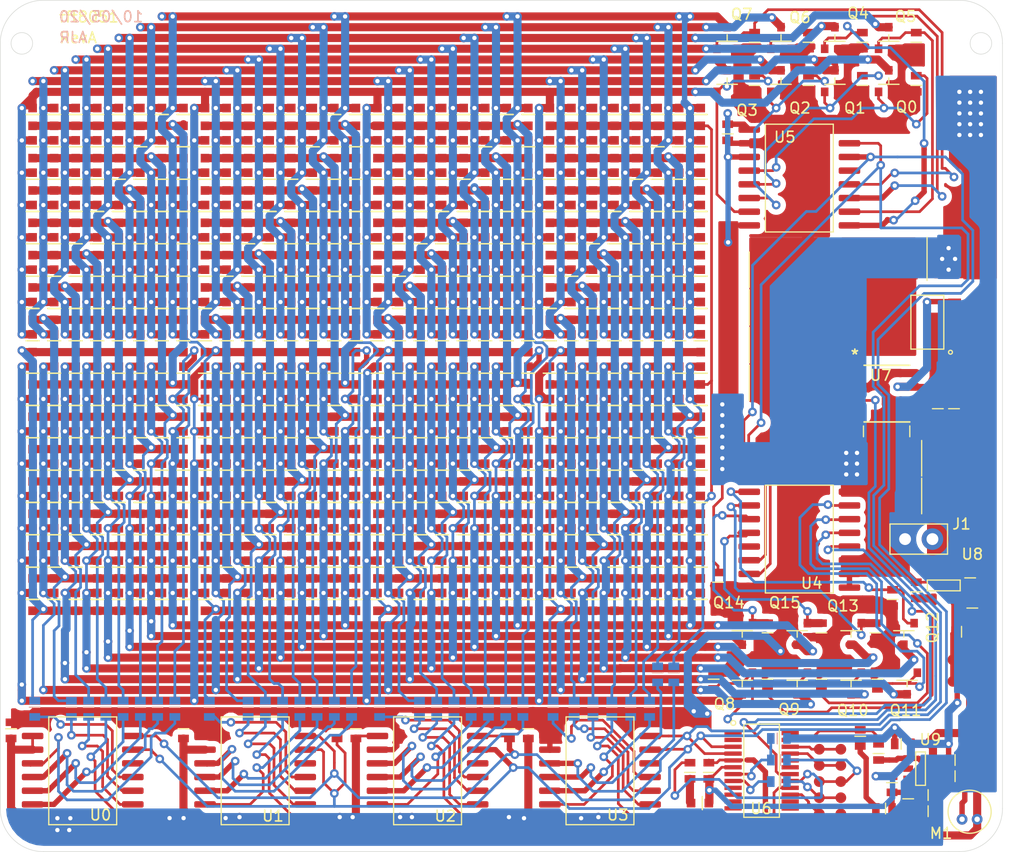
<source format=kicad_pcb>
(kicad_pcb (version 20171130) (host pcbnew "(5.1.5-0-10_14)")
  (layers (0 F.Cu signal) (31 B.Cu signal) (34 B.Paste user hide) (35 F.Paste user hide) (36 B.SilkS user hide) (37 F.SilkS user hide) (38 B.Mask user hide) (39 F.Mask user hide) (44 Edge.Cuts user))
  (net 0 "")
  (net 1 /Sheet5F08D406/Sheet5EE72AD5/0)
  (net 2 /Sheet5F08D406/sheet5EE758D6/A)
  (net 3 /Sheet5F08D406/sheet5EE76774/A)
  (net 4 /Sheet5F08D406/sheet5EE76798/A)
  (net 5 /Sheet5F08D406/Sheet5EE72AD5/A)
  (net 6 /Sheet5F08D406/sheet5EEB6AA2/0)
  (net 7 /Sheet5F08D406/sheet5EE758D6/B)
  (net 8 /Sheet5F08D406/sheet5EE76774/B)
  (net 9 /Sheet5F08D406/sheet5EE76798/B)
  (net 10 /Sheet5F08D406/Sheet5EE72AD5/B)
  (net 11 /Sheet5F08D406/sheet5EE758D6/C)
  (net 12 /Sheet5F08D406/sheet5EE76774/C)
  (net 13 /Sheet5F08D406/sheet5EE76798/C)
  (net 14 /Sheet5F08D406/Sheet5EE72AD5/C)
  (net 15 /Sheet5F08D406/sheet5EE758D6/D)
  (net 16 /Sheet5F08D406/sheet5EE76774/D)
  (net 17 /Sheet5F08D406/sheet5EE76798/D)
  (net 18 /Sheet5F08D406/Sheet5EE72AD5/D)
  (net 19 /Sheet5F08D406/sheet5EE758D6/E)
  (net 20 /Sheet5F08D406/sheet5EE76774/E)
  (net 21 /Sheet5F08D406/sheet5EE76798/E)
  (net 22 /Sheet5F08D406/Sheet5EE72AD5/E)
  (net 23 /Sheet5F08D406/sheet5EE758D6/F)
  (net 24 /Sheet5F08D406/sheet5EE76774/F)
  (net 25 /Sheet5F08D406/sheet5EE76798/F)
  (net 26 /Sheet5F08D406/Sheet5EE72AD5/F)
  (net 27 /Sheet5F08D406/sheet5EE758D6/G)
  (net 28 /Sheet5F08D406/sheet5EE76774/G)
  (net 29 /Sheet5F08D406/sheet5EE76798/G)
  (net 30 /Sheet5F08D406/Sheet5EE72AD5/G)
  (net 31 /Sheet5F08D406/sheet5EE758D6/H)
  (net 32 /Sheet5F08D406/sheet5EE76774/H)
  (net 33 /Sheet5F08D406/sheet5EE76798/H)
  (net 34 /Sheet5F08D406/Sheet5EE72AD5/H)
  (net 35 /Sheet5F08D406/Sheet5EE72AD5/1)
  (net 36 /Sheet5F08D406/sheet5EEB6AA2/1)
  (net 37 /Sheet5F08D406/Sheet5EE72AD5/2)
  (net 38 /Sheet5F08D406/sheet5EEB6AA2/2)
  (net 39 /Sheet5F08D406/Sheet5EE72AD5/3)
  (net 40 /Sheet5F08D406/sheet5EEB6AA2/3)
  (net 41 /Sheet5F08D406/Sheet5EE72AD5/4)
  (net 42 /Sheet5F08D406/sheet5EEB6AA2/4)
  (net 43 /Sheet5F08D406/Sheet5EE72AD5/5)
  (net 44 /Sheet5F08D406/sheet5EEB6AA2/5)
  (net 45 /Sheet5F08D406/Sheet5EE72AD5/6)
  (net 46 /Sheet5F08D406/sheet5EEB6AA2/6)
  (net 47 /Sheet5F08D406/Sheet5EE72AD5/7)
  (net 48 /Sheet5F08D406/sheet5EEB6AA2/7)
  (net 49 +3V3)
  (net 50 "Net-(U0-Pad13)")
  (net 51 GNDREF)
  (net 52 "Net-(U1-Pad13)")
  (net 53 "Net-(U2-Pad13)")
  (net 54 "Net-(U3-Pad13)")
  (net 55 /Sheet5F08D406/Sheet5F05EF8E/CTRL0)
  (net 56 /Sheet5F08D406/Sheet5F05EF8E/CTRL1)
  (net 57 /Sheet5F08D406/Sheet5F05EF8E/CTRL2)
  (net 58 /Sheet5F08D406/Sheet5F05EF8E/CTRL3)
  (net 59 /Sheet5F08D406/Sheet5F05EF8E/CTRL4)
  (net 60 /Sheet5F08D406/Sheet5F05EF8E/CTRL5)
  (net 61 /Sheet5F08D406/Sheet5F05EF8E/CTRL6)
  (net 62 /Sheet5F08D406/Sheet5F05EF8E/CTRL7)
  (net 63 /Sheet5F08D406/sheet5F1B74EF/CTRL0)
  (net 64 /Sheet5F08D406/sheet5F1B74EF/CTRL1)
  (net 65 /Sheet5F08D406/sheet5F1B74EF/CTRL2)
  (net 66 /Sheet5F08D406/sheet5F1B74EF/CTRL3)
  (net 67 /Sheet5F08D406/sheet5F1B74EF/CTRL4)
  (net 68 /Sheet5F08D406/sheet5F1B74EF/CTRL5)
  (net 69 /Sheet5F08D406/sheet5F1B74EF/CTRL6)
  (net 70 /Sheet5F08D406/sheet5F1B74EF/CTRL7)
  (net 71 /Sheet5F08D406/SDA)
  (net 72 /Sheet5F08D406/SCL)
  (net 73 "Net-(U4-Pad13)")
  (net 74 "Net-(U5-Pad13)")
  (net 75 "Net-(U6-Pad24)")
  (net 76 "Net-(U6-Pad20)")
  (net 77 "Net-(U6-Pad19)")
  (net 78 "Net-(U6-Pad14)")
  (net 79 "Net-(U6-Pad13)")
  (net 80 "Net-(U6-Pad12)")
  (net 81 "Net-(U6-Pad11)")
  (net 82 "Net-(U6-Pad10)")
  (net 83 "Net-(U6-Pad9)")
  (net 84 "Net-(U6-Pad2)")
  (net 85 "Net-(U6-Pad1)")
  (net 86 +3.3VA)
  (net 87 "Net-(D1-Pad1)")
  (net 88 +BATT)
  (net 89 "Net-(Q17-Pad4)")
  (net 90 "Net-(Q17-Pad1)")
  (net 91 "Net-(C14-Pad1)")
  (net 92 /SHDN)
  (net 93 GNDA)
  (net 94 "Net-(C16-Pad1)")
  (net 95 "Net-(C19-Pad2)")
  (net 96 "Net-(C19-Pad1)")
  (net 97 "Net-(C20-Pad1)")
  (net 98 "Net-(C22-Pad1)")
  (net 99 /ADC)
  (net 100 "Net-(D2-Pad2)")
  (net 101 "Net-(R26-Pad2)")
  (net 102 "Net-(R26-Pad1)")
  (net 103 "Net-(R27-Pad2)")
  (net 104 "Net-(R27-Pad1)")
  (net 105 /MCU_LED)
  (net 106 "Net-(R101-Pad2)")
  (net 107 "Net-(R102-Pad2)")
  (net 108 "Net-(R103-Pad2)")
  (net 109 "Net-(R104-Pad2)")
  (net 110 "Net-(R105-Pad2)")
  (net 111 "Net-(R106-Pad2)")
  (net 112 "Net-(R107-Pad2)")
  (net 113 "Net-(R108-Pad2)")
  (net 114 "Net-(R109-Pad2)")
  (net 115 "Net-(R110-Pad2)")
  (net 116 "Net-(R111-Pad2)")
  (net 117 "Net-(R112-Pad2)")
  (net 118 "Net-(R113-Pad2)")
  (net 119 "Net-(R114-Pad2)")
  (net 120 "Net-(R115-Pad2)")
  (net 121 "Net-(R116-Pad2)")
  (net 122 "Net-(R117-Pad2)")
  (net 123 "Net-(R118-Pad2)")
  (net 124 "Net-(R119-Pad2)")
  (net 125 "Net-(R120-Pad2)")
  (net 126 "Net-(R121-Pad2)")
  (net 127 "Net-(R122-Pad2)")
  (net 128 "Net-(R123-Pad2)")
  (net 129 "Net-(R125-Pad2)")
  (net 130 "Net-(R126-Pad2)")
  (net 131 "Net-(R127-Pad2)")
  (net 132 "Net-(R128-Pad2)")
  (net 133 "Net-(R129-Pad2)")
  (net 134 "Net-(R130-Pad2)")
  (net 135 "Net-(R131-Pad2)")
  (net 136 "Net-(R132-Pad2)")
  (net 137 "Net-(R224-Pad2)")
  (net 138 /MCU_RX)
  (net 139 /MCU_TX)
  (net 140 "Net-(T15-Pad1)")
  (net 141 "Net-(T16-Pad1)")
  (module fft8051:MP001249 (layer F.Cu) (at 67 152 270)
    (fp_text reference D3F5 hide)
    (fp_text value MP001249)
    (pad 1 smd rect (at 0 0 270) (size 0.8 0.8) (layers F.Cu F.Paste F.Mask) (net 40 /Sheet5F08D406/sheet5EEB6AA2/3))
    (pad 2 smd rect (at 1.65 0 270) (size 0.8 0.8) (layers F.Cu F.Paste F.Mask) (net 23 /Sheet5F08D406/sheet5EE758D6/F))
  )
  (module fft8051:MP001249 (layer F.Cu) (at 59 116 270)
    (fp_text reference D7B4 hide)
    (fp_text value MP001249)
    (pad 1 smd rect (at 0 0 270) (size 0.8 0.8) (layers F.Cu F.Paste F.Mask) (net 47 /Sheet5F08D406/Sheet5EE72AD5/7))
    (pad 2 smd rect (at 1.65 0 270) (size 0.8 0.8) (layers F.Cu F.Paste F.Mask) (net 10 /Sheet5F08D406/Sheet5EE72AD5/B))
  )
  (module fft8051:MP001249 (layer F.Cu) (at 75 140 270)
    (fp_text reference D7B5 hide)
    (fp_text value MP001249)
    (pad 1 smd rect (at 0 0 270) (size 0.8 0.8) (layers F.Cu F.Paste F.Mask) (net 48 /Sheet5F08D406/sheet5EEB6AA2/7))
    (pad 2 smd rect (at 1.65 0 270) (size 0.8 0.8) (layers F.Cu F.Paste F.Mask) (net 7 /Sheet5F08D406/sheet5EE758D6/B))
  )
  (module fft8051:MP001249 (layer F.Cu) (at 59 158 270)
    (fp_text reference D7H8 hide)
    (fp_text value MP001249)
    (pad 1 smd rect (at 0 0 270) (size 0.8 0.8) (layers F.Cu F.Paste F.Mask) (net 48 /Sheet5F08D406/sheet5EEB6AA2/7))
    (pad 2 smd rect (at 1.65 0 270) (size 0.8 0.8) (layers F.Cu F.Paste F.Mask) (net 34 /Sheet5F08D406/Sheet5EE72AD5/H))
  )
  (module fft8051:MP001249 (layer F.Cu) (at 75 158 270)
    (fp_text reference D7H5 hide)
    (fp_text value MP001249)
    (pad 1 smd rect (at 0 0 270) (size 0.8 0.8) (layers F.Cu F.Paste F.Mask) (net 48 /Sheet5F08D406/sheet5EEB6AA2/7))
    (pad 2 smd rect (at 1.65 0 270) (size 0.8 0.8) (layers F.Cu F.Paste F.Mask) (net 31 /Sheet5F08D406/sheet5EE758D6/H))
  )
  (module fft8051:MP001249 (layer F.Cu) (at 59 134 270)
    (fp_text reference D7H4 hide)
    (fp_text value MP001249)
    (pad 1 smd rect (at 0 0 270) (size 0.8 0.8) (layers F.Cu F.Paste F.Mask) (net 47 /Sheet5F08D406/Sheet5EE72AD5/7))
    (pad 2 smd rect (at 1.65 0 270) (size 0.8 0.8) (layers F.Cu F.Paste F.Mask) (net 34 /Sheet5F08D406/Sheet5EE72AD5/H))
  )
  (module fft8051:MP001249 (layer F.Cu) (at 75 134 270)
    (fp_text reference D7H1 hide)
    (fp_text value MP001249)
    (pad 1 smd rect (at 0 0 270) (size 0.8 0.8) (layers F.Cu F.Paste F.Mask) (net 47 /Sheet5F08D406/Sheet5EE72AD5/7))
    (pad 2 smd rect (at 1.65 0 270) (size 0.8 0.8) (layers F.Cu F.Paste F.Mask) (net 31 /Sheet5F08D406/sheet5EE758D6/H))
  )
  (module fft8051:MP001249 (layer F.Cu) (at 59 155 270)
    (fp_text reference D7G8 hide)
    (fp_text value MP001249)
    (pad 1 smd rect (at 0 0 270) (size 0.8 0.8) (layers F.Cu F.Paste F.Mask) (net 48 /Sheet5F08D406/sheet5EEB6AA2/7))
    (pad 2 smd rect (at 1.65 0 270) (size 0.8 0.8) (layers F.Cu F.Paste F.Mask) (net 30 /Sheet5F08D406/Sheet5EE72AD5/G))
  )
  (module fft8051:MP001249 (layer F.Cu) (at 75 155 270)
    (fp_text reference D7G5 hide)
    (fp_text value MP001249)
    (pad 1 smd rect (at 0 0 270) (size 0.8 0.8) (layers F.Cu F.Paste F.Mask) (net 48 /Sheet5F08D406/sheet5EEB6AA2/7))
    (pad 2 smd rect (at 1.65 0 270) (size 0.8 0.8) (layers F.Cu F.Paste F.Mask) (net 27 /Sheet5F08D406/sheet5EE758D6/G))
  )
  (module fft8051:MP001249 (layer F.Cu) (at 59 131 270)
    (fp_text reference D7G4 hide)
    (fp_text value MP001249)
    (pad 1 smd rect (at 0 0 270) (size 0.8 0.8) (layers F.Cu F.Paste F.Mask) (net 47 /Sheet5F08D406/Sheet5EE72AD5/7))
    (pad 2 smd rect (at 1.65 0 270) (size 0.8 0.8) (layers F.Cu F.Paste F.Mask) (net 30 /Sheet5F08D406/Sheet5EE72AD5/G))
  )
  (module fft8051:MP001249 (layer F.Cu) (at 75 131 270)
    (fp_text reference D7G1 hide)
    (fp_text value MP001249)
    (pad 1 smd rect (at 0 0 270) (size 0.8 0.8) (layers F.Cu F.Paste F.Mask) (net 47 /Sheet5F08D406/Sheet5EE72AD5/7))
    (pad 2 smd rect (at 1.65 0 270) (size 0.8 0.8) (layers F.Cu F.Paste F.Mask) (net 27 /Sheet5F08D406/sheet5EE758D6/G))
  )
  (module fft8051:MP001249 (layer F.Cu) (at 59 152 270)
    (fp_text reference D7F8 hide)
    (fp_text value MP001249)
    (pad 1 smd rect (at 0 0 270) (size 0.8 0.8) (layers F.Cu F.Paste F.Mask) (net 48 /Sheet5F08D406/sheet5EEB6AA2/7))
    (pad 2 smd rect (at 1.65 0 270) (size 0.8 0.8) (layers F.Cu F.Paste F.Mask) (net 26 /Sheet5F08D406/Sheet5EE72AD5/F))
  )
  (module fft8051:MP001249 (layer F.Cu) (at 75 152 270)
    (fp_text reference D7F5 hide)
    (fp_text value MP001249)
    (pad 1 smd rect (at 0 0 270) (size 0.8 0.8) (layers F.Cu F.Paste F.Mask) (net 48 /Sheet5F08D406/sheet5EEB6AA2/7))
    (pad 2 smd rect (at 1.65 0 270) (size 0.8 0.8) (layers F.Cu F.Paste F.Mask) (net 23 /Sheet5F08D406/sheet5EE758D6/F))
  )
  (module fft8051:MP001249 (layer F.Cu) (at 59 128 270)
    (fp_text reference D7F4 hide)
    (fp_text value MP001249)
    (pad 1 smd rect (at 0 0 270) (size 0.8 0.8) (layers F.Cu F.Paste F.Mask) (net 47 /Sheet5F08D406/Sheet5EE72AD5/7))
    (pad 2 smd rect (at 1.65 0 270) (size 0.8 0.8) (layers F.Cu F.Paste F.Mask) (net 26 /Sheet5F08D406/Sheet5EE72AD5/F))
  )
  (module fft8051:MP001249 (layer F.Cu) (at 75 128 270)
    (fp_text reference D7F1 hide)
    (fp_text value MP001249)
    (pad 1 smd rect (at 0 0 270) (size 0.8 0.8) (layers F.Cu F.Paste F.Mask) (net 47 /Sheet5F08D406/Sheet5EE72AD5/7))
    (pad 2 smd rect (at 1.65 0 270) (size 0.8 0.8) (layers F.Cu F.Paste F.Mask) (net 23 /Sheet5F08D406/sheet5EE758D6/F))
  )
  (module fft8051:MP001249 (layer F.Cu) (at 59 149 270)
    (fp_text reference D7E8 hide)
    (fp_text value MP001249)
    (pad 1 smd rect (at 0 0 270) (size 0.8 0.8) (layers F.Cu F.Paste F.Mask) (net 48 /Sheet5F08D406/sheet5EEB6AA2/7))
    (pad 2 smd rect (at 1.65 0 270) (size 0.8 0.8) (layers F.Cu F.Paste F.Mask) (net 22 /Sheet5F08D406/Sheet5EE72AD5/E))
  )
  (module fft8051:MP001249 (layer F.Cu) (at 75 149 270)
    (fp_text reference D7E5 hide)
    (fp_text value MP001249)
    (pad 1 smd rect (at 0 0 270) (size 0.8 0.8) (layers F.Cu F.Paste F.Mask) (net 48 /Sheet5F08D406/sheet5EEB6AA2/7))
    (pad 2 smd rect (at 1.65 0 270) (size 0.8 0.8) (layers F.Cu F.Paste F.Mask) (net 19 /Sheet5F08D406/sheet5EE758D6/E))
  )
  (module fft8051:MP001249 (layer F.Cu) (at 59 125 270)
    (fp_text reference D7E4 hide)
    (fp_text value MP001249)
    (pad 1 smd rect (at 0 0 270) (size 0.8 0.8) (layers F.Cu F.Paste F.Mask) (net 47 /Sheet5F08D406/Sheet5EE72AD5/7))
    (pad 2 smd rect (at 1.65 0 270) (size 0.8 0.8) (layers F.Cu F.Paste F.Mask) (net 22 /Sheet5F08D406/Sheet5EE72AD5/E))
  )
  (module fft8051:MP001249 (layer F.Cu) (at 75 125 270)
    (fp_text reference D7E1 hide)
    (fp_text value MP001249)
    (pad 1 smd rect (at 0 0 270) (size 0.8 0.8) (layers F.Cu F.Paste F.Mask) (net 47 /Sheet5F08D406/Sheet5EE72AD5/7))
    (pad 2 smd rect (at 1.65 0 270) (size 0.8 0.8) (layers F.Cu F.Paste F.Mask) (net 19 /Sheet5F08D406/sheet5EE758D6/E))
  )
  (module fft8051:MP001249 (layer F.Cu) (at 59 146 270)
    (fp_text reference D7D8 hide)
    (fp_text value MP001249)
    (pad 1 smd rect (at 0 0 270) (size 0.8 0.8) (layers F.Cu F.Paste F.Mask) (net 48 /Sheet5F08D406/sheet5EEB6AA2/7))
    (pad 2 smd rect (at 1.65 0 270) (size 0.8 0.8) (layers F.Cu F.Paste F.Mask) (net 18 /Sheet5F08D406/Sheet5EE72AD5/D))
  )
  (module fft8051:MP001249 (layer F.Cu) (at 75 146 270)
    (fp_text reference D7D5 hide)
    (fp_text value MP001249)
    (pad 1 smd rect (at 0 0 270) (size 0.8 0.8) (layers F.Cu F.Paste F.Mask) (net 48 /Sheet5F08D406/sheet5EEB6AA2/7))
    (pad 2 smd rect (at 1.65 0 270) (size 0.8 0.8) (layers F.Cu F.Paste F.Mask) (net 15 /Sheet5F08D406/sheet5EE758D6/D))
  )
  (module fft8051:MP001249 (layer F.Cu) (at 59 122 270)
    (fp_text reference D7D4 hide)
    (fp_text value MP001249)
    (pad 1 smd rect (at 0 0 270) (size 0.8 0.8) (layers F.Cu F.Paste F.Mask) (net 47 /Sheet5F08D406/Sheet5EE72AD5/7))
    (pad 2 smd rect (at 1.65 0 270) (size 0.8 0.8) (layers F.Cu F.Paste F.Mask) (net 18 /Sheet5F08D406/Sheet5EE72AD5/D))
  )
  (module fft8051:MP001249 (layer F.Cu) (at 75 122 270)
    (fp_text reference D7D1 hide)
    (fp_text value MP001249)
    (pad 1 smd rect (at 0 0 270) (size 0.8 0.8) (layers F.Cu F.Paste F.Mask) (net 47 /Sheet5F08D406/Sheet5EE72AD5/7))
    (pad 2 smd rect (at 1.65 0 270) (size 0.8 0.8) (layers F.Cu F.Paste F.Mask) (net 15 /Sheet5F08D406/sheet5EE758D6/D))
  )
  (module fft8051:MP001249 (layer F.Cu) (at 59 143 270)
    (fp_text reference D7C8 hide)
    (fp_text value MP001249)
    (pad 1 smd rect (at 0 0 270) (size 0.8 0.8) (layers F.Cu F.Paste F.Mask) (net 48 /Sheet5F08D406/sheet5EEB6AA2/7))
    (pad 2 smd rect (at 1.65 0 270) (size 0.8 0.8) (layers F.Cu F.Paste F.Mask) (net 14 /Sheet5F08D406/Sheet5EE72AD5/C))
  )
  (module fft8051:MP001249 (layer F.Cu) (at 75 143 270)
    (fp_text reference D7C5 hide)
    (fp_text value MP001249)
    (pad 1 smd rect (at 0 0 270) (size 0.8 0.8) (layers F.Cu F.Paste F.Mask) (net 48 /Sheet5F08D406/sheet5EEB6AA2/7))
    (pad 2 smd rect (at 1.65 0 270) (size 0.8 0.8) (layers F.Cu F.Paste F.Mask) (net 11 /Sheet5F08D406/sheet5EE758D6/C))
  )
  (module fft8051:MP001249 (layer F.Cu) (at 59 119 270)
    (fp_text reference D7C4 hide)
    (fp_text value MP001249)
    (pad 1 smd rect (at 0 0 270) (size 0.8 0.8) (layers F.Cu F.Paste F.Mask) (net 47 /Sheet5F08D406/Sheet5EE72AD5/7))
    (pad 2 smd rect (at 1.65 0 270) (size 0.8 0.8) (layers F.Cu F.Paste F.Mask) (net 14 /Sheet5F08D406/Sheet5EE72AD5/C))
  )
  (module fft8051:MP001249 (layer F.Cu) (at 75 119 270)
    (fp_text reference D7C1 hide)
    (fp_text value MP001249)
    (pad 1 smd rect (at 0 0 270) (size 0.8 0.8) (layers F.Cu F.Paste F.Mask) (net 47 /Sheet5F08D406/Sheet5EE72AD5/7))
    (pad 2 smd rect (at 1.65 0 270) (size 0.8 0.8) (layers F.Cu F.Paste F.Mask) (net 11 /Sheet5F08D406/sheet5EE758D6/C))
  )
  (module fft8051:MP001249 (layer F.Cu) (at 59 140 270)
    (fp_text reference D7B8 hide)
    (fp_text value MP001249)
    (pad 1 smd rect (at 0 0 270) (size 0.8 0.8) (layers F.Cu F.Paste F.Mask) (net 48 /Sheet5F08D406/sheet5EEB6AA2/7))
    (pad 2 smd rect (at 1.65 0 270) (size 0.8 0.8) (layers F.Cu F.Paste F.Mask) (net 10 /Sheet5F08D406/Sheet5EE72AD5/B))
  )
  (module fft8051:MP001249 (layer F.Cu) (at 87 155 270)
    (fp_text reference D5G6 hide)
    (fp_text value MP001249)
    (pad 1 smd rect (at 0 0 270) (size 0.8 0.8) (layers F.Cu F.Paste F.Mask) (net 44 /Sheet5F08D406/sheet5EEB6AA2/5))
    (pad 2 smd rect (at 1.65 0 270) (size 0.8 0.8) (layers F.Cu F.Paste F.Mask) (net 28 /Sheet5F08D406/sheet5EE76774/G))
  )
  (module fft8051:MP001249 (layer F.Cu) (at 71 155 270)
    (fp_text reference D5G5 hide)
    (fp_text value MP001249)
    (pad 1 smd rect (at 0 0 270) (size 0.8 0.8) (layers F.Cu F.Paste F.Mask) (net 44 /Sheet5F08D406/sheet5EEB6AA2/5))
    (pad 2 smd rect (at 1.65 0 270) (size 0.8 0.8) (layers F.Cu F.Paste F.Mask) (net 27 /Sheet5F08D406/sheet5EE758D6/G))
  )
  (module fft8051:MP001249 (layer F.Cu) (at 71 134 270)
    (fp_text reference D5H1 hide)
    (fp_text value MP001249)
    (pad 1 smd rect (at 0 0 270) (size 0.8 0.8) (layers F.Cu F.Paste F.Mask) (net 43 /Sheet5F08D406/Sheet5EE72AD5/5))
    (pad 2 smd rect (at 1.65 0 270) (size 0.8 0.8) (layers F.Cu F.Paste F.Mask) (net 31 /Sheet5F08D406/sheet5EE758D6/H))
  )
  (module fft8051:MP001249 (layer F.Cu) (at 87 134 270)
    (fp_text reference D5H2 hide)
    (fp_text value MP001249)
    (pad 1 smd rect (at 0 0 270) (size 0.8 0.8) (layers F.Cu F.Paste F.Mask) (net 43 /Sheet5F08D406/Sheet5EE72AD5/5))
    (pad 2 smd rect (at 1.65 0 270) (size 0.8 0.8) (layers F.Cu F.Paste F.Mask) (net 32 /Sheet5F08D406/sheet5EE76774/H))
  )
  (module fft8051:MP001249 (layer F.Cu) (at 71 158 270)
    (fp_text reference D5H5 hide)
    (fp_text value MP001249)
    (pad 1 smd rect (at 0 0 270) (size 0.8 0.8) (layers F.Cu F.Paste F.Mask) (net 44 /Sheet5F08D406/sheet5EEB6AA2/5))
    (pad 2 smd rect (at 1.65 0 270) (size 0.8 0.8) (layers F.Cu F.Paste F.Mask) (net 31 /Sheet5F08D406/sheet5EE758D6/H))
  )
  (module fft8051:MP001249 (layer F.Cu) (at 87 158 270)
    (fp_text reference D5H6 hide)
    (fp_text value MP001249)
    (pad 1 smd rect (at 0 0 270) (size 0.8 0.8) (layers F.Cu F.Paste F.Mask) (net 44 /Sheet5F08D406/sheet5EEB6AA2/5))
    (pad 2 smd rect (at 1.65 0 270) (size 0.8 0.8) (layers F.Cu F.Paste F.Mask) (net 32 /Sheet5F08D406/sheet5EE76774/H))
  )
  (module fft8051:MP001249 (layer F.Cu) (at 87 131 270)
    (fp_text reference D5G2 hide)
    (fp_text value MP001249)
    (pad 1 smd rect (at 0 0 270) (size 0.8 0.8) (layers F.Cu F.Paste F.Mask) (net 43 /Sheet5F08D406/Sheet5EE72AD5/5))
    (pad 2 smd rect (at 1.65 0 270) (size 0.8 0.8) (layers F.Cu F.Paste F.Mask) (net 28 /Sheet5F08D406/sheet5EE76774/G))
  )
  (module fft8051:MP001249 (layer F.Cu) (at 71 131 270)
    (fp_text reference D5G1 hide)
    (fp_text value MP001249)
    (pad 1 smd rect (at 0 0 270) (size 0.8 0.8) (layers F.Cu F.Paste F.Mask) (net 43 /Sheet5F08D406/Sheet5EE72AD5/5))
    (pad 2 smd rect (at 1.65 0 270) (size 0.8 0.8) (layers F.Cu F.Paste F.Mask) (net 27 /Sheet5F08D406/sheet5EE758D6/G))
  )
  (module fft8051:MP001249 (layer F.Cu) (at 87 152 270)
    (fp_text reference D5F6 hide)
    (fp_text value MP001249)
    (pad 1 smd rect (at 0 0 270) (size 0.8 0.8) (layers F.Cu F.Paste F.Mask) (net 44 /Sheet5F08D406/sheet5EEB6AA2/5))
    (pad 2 smd rect (at 1.65 0 270) (size 0.8 0.8) (layers F.Cu F.Paste F.Mask) (net 24 /Sheet5F08D406/sheet5EE76774/F))
  )
  (module fft8051:MP001249 (layer F.Cu) (at 71 152 270)
    (fp_text reference D5F5 hide)
    (fp_text value MP001249)
    (pad 1 smd rect (at 0 0 270) (size 0.8 0.8) (layers F.Cu F.Paste F.Mask) (net 44 /Sheet5F08D406/sheet5EEB6AA2/5))
    (pad 2 smd rect (at 1.65 0 270) (size 0.8 0.8) (layers F.Cu F.Paste F.Mask) (net 23 /Sheet5F08D406/sheet5EE758D6/F))
  )
  (module fft8051:MP001249 (layer F.Cu) (at 87 128 270)
    (fp_text reference D5F2 hide)
    (fp_text value MP001249)
    (pad 1 smd rect (at 0 0 270) (size 0.8 0.8) (layers F.Cu F.Paste F.Mask) (net 43 /Sheet5F08D406/Sheet5EE72AD5/5))
    (pad 2 smd rect (at 1.65 0 270) (size 0.8 0.8) (layers F.Cu F.Paste F.Mask) (net 24 /Sheet5F08D406/sheet5EE76774/F))
  )
  (module fft8051:MP001249 (layer F.Cu) (at 71 128 270)
    (fp_text reference D5F1 hide)
    (fp_text value MP001249)
    (pad 1 smd rect (at 0 0 270) (size 0.8 0.8) (layers F.Cu F.Paste F.Mask) (net 43 /Sheet5F08D406/Sheet5EE72AD5/5))
    (pad 2 smd rect (at 1.65 0 270) (size 0.8 0.8) (layers F.Cu F.Paste F.Mask) (net 23 /Sheet5F08D406/sheet5EE758D6/F))
  )
  (module fft8051:MP001249 (layer F.Cu) (at 87 149 270)
    (fp_text reference D5E6 hide)
    (fp_text value MP001249)
    (pad 1 smd rect (at 0 0 270) (size 0.8 0.8) (layers F.Cu F.Paste F.Mask) (net 44 /Sheet5F08D406/sheet5EEB6AA2/5))
    (pad 2 smd rect (at 1.65 0 270) (size 0.8 0.8) (layers F.Cu F.Paste F.Mask) (net 20 /Sheet5F08D406/sheet5EE76774/E))
  )
  (module fft8051:MP001249 (layer F.Cu) (at 71 149 270)
    (fp_text reference D5E5 hide)
    (fp_text value MP001249)
    (pad 1 smd rect (at 0 0 270) (size 0.8 0.8) (layers F.Cu F.Paste F.Mask) (net 44 /Sheet5F08D406/sheet5EEB6AA2/5))
    (pad 2 smd rect (at 1.65 0 270) (size 0.8 0.8) (layers F.Cu F.Paste F.Mask) (net 19 /Sheet5F08D406/sheet5EE758D6/E))
  )
  (module fft8051:MP001249 (layer F.Cu) (at 87 125 270)
    (fp_text reference D5E2 hide)
    (fp_text value MP001249)
    (pad 1 smd rect (at 0 0 270) (size 0.8 0.8) (layers F.Cu F.Paste F.Mask) (net 43 /Sheet5F08D406/Sheet5EE72AD5/5))
    (pad 2 smd rect (at 1.65 0 270) (size 0.8 0.8) (layers F.Cu F.Paste F.Mask) (net 20 /Sheet5F08D406/sheet5EE76774/E))
  )
  (module fft8051:MP001249 (layer F.Cu) (at 71 125 270)
    (fp_text reference D5E1 hide)
    (fp_text value MP001249)
    (pad 1 smd rect (at 0 0 270) (size 0.8 0.8) (layers F.Cu F.Paste F.Mask) (net 43 /Sheet5F08D406/Sheet5EE72AD5/5))
    (pad 2 smd rect (at 1.65 0 270) (size 0.8 0.8) (layers F.Cu F.Paste F.Mask) (net 19 /Sheet5F08D406/sheet5EE758D6/E))
  )
  (module fft8051:MP001249 (layer F.Cu) (at 87 146 270)
    (fp_text reference D5D6 hide)
    (fp_text value MP001249)
    (pad 1 smd rect (at 0 0 270) (size 0.8 0.8) (layers F.Cu F.Paste F.Mask) (net 44 /Sheet5F08D406/sheet5EEB6AA2/5))
    (pad 2 smd rect (at 1.65 0 270) (size 0.8 0.8) (layers F.Cu F.Paste F.Mask) (net 16 /Sheet5F08D406/sheet5EE76774/D))
  )
  (module fft8051:MP001249 (layer F.Cu) (at 71 146 270)
    (fp_text reference D5D5 hide)
    (fp_text value MP001249)
    (pad 1 smd rect (at 0 0 270) (size 0.8 0.8) (layers F.Cu F.Paste F.Mask) (net 44 /Sheet5F08D406/sheet5EEB6AA2/5))
    (pad 2 smd rect (at 1.65 0 270) (size 0.8 0.8) (layers F.Cu F.Paste F.Mask) (net 15 /Sheet5F08D406/sheet5EE758D6/D))
  )
  (module fft8051:MP001249 (layer F.Cu) (at 87 122 270)
    (fp_text reference D5D2 hide)
    (fp_text value MP001249)
    (pad 1 smd rect (at 0 0 270) (size 0.8 0.8) (layers F.Cu F.Paste F.Mask) (net 43 /Sheet5F08D406/Sheet5EE72AD5/5))
    (pad 2 smd rect (at 1.65 0 270) (size 0.8 0.8) (layers F.Cu F.Paste F.Mask) (net 16 /Sheet5F08D406/sheet5EE76774/D))
  )
  (module fft8051:MP001249 (layer F.Cu) (at 71 122 270)
    (fp_text reference D5D1 hide)
    (fp_text value MP001249)
    (pad 1 smd rect (at 0 0 270) (size 0.8 0.8) (layers F.Cu F.Paste F.Mask) (net 43 /Sheet5F08D406/Sheet5EE72AD5/5))
    (pad 2 smd rect (at 1.65 0 270) (size 0.8 0.8) (layers F.Cu F.Paste F.Mask) (net 15 /Sheet5F08D406/sheet5EE758D6/D))
  )
  (module fft8051:MP001249 (layer F.Cu) (at 87 143 270)
    (fp_text reference D5C6 hide)
    (fp_text value MP001249)
    (pad 1 smd rect (at 0 0 270) (size 0.8 0.8) (layers F.Cu F.Paste F.Mask) (net 44 /Sheet5F08D406/sheet5EEB6AA2/5))
    (pad 2 smd rect (at 1.65 0 270) (size 0.8 0.8) (layers F.Cu F.Paste F.Mask) (net 12 /Sheet5F08D406/sheet5EE76774/C))
  )
  (module fft8051:MP001249 (layer F.Cu) (at 71 143 270)
    (fp_text reference D5C5 hide)
    (fp_text value MP001249)
    (pad 1 smd rect (at 0 0 270) (size 0.8 0.8) (layers F.Cu F.Paste F.Mask) (net 44 /Sheet5F08D406/sheet5EEB6AA2/5))
    (pad 2 smd rect (at 1.65 0 270) (size 0.8 0.8) (layers F.Cu F.Paste F.Mask) (net 11 /Sheet5F08D406/sheet5EE758D6/C))
  )
  (module fft8051:MP001249 (layer F.Cu) (at 87 119 270)
    (fp_text reference D5C2 hide)
    (fp_text value MP001249)
    (pad 1 smd rect (at 0 0 270) (size 0.8 0.8) (layers F.Cu F.Paste F.Mask) (net 43 /Sheet5F08D406/Sheet5EE72AD5/5))
    (pad 2 smd rect (at 1.65 0 270) (size 0.8 0.8) (layers F.Cu F.Paste F.Mask) (net 12 /Sheet5F08D406/sheet5EE76774/C))
  )
  (module fft8051:MP001249 (layer F.Cu) (at 71 119 270)
    (fp_text reference D5C1 hide)
    (fp_text value MP001249)
    (pad 1 smd rect (at 0 0 270) (size 0.8 0.8) (layers F.Cu F.Paste F.Mask) (net 43 /Sheet5F08D406/Sheet5EE72AD5/5))
    (pad 2 smd rect (at 1.65 0 270) (size 0.8 0.8) (layers F.Cu F.Paste F.Mask) (net 11 /Sheet5F08D406/sheet5EE758D6/C))
  )
  (module fft8051:MP001249 (layer F.Cu) (at 87 140 270)
    (fp_text reference D5B6 hide)
    (fp_text value MP001249)
    (pad 1 smd rect (at 0 0 270) (size 0.8 0.8) (layers F.Cu F.Paste F.Mask) (net 44 /Sheet5F08D406/sheet5EEB6AA2/5))
    (pad 2 smd rect (at 1.65 0 270) (size 0.8 0.8) (layers F.Cu F.Paste F.Mask) (net 8 /Sheet5F08D406/sheet5EE76774/B))
  )
  (module fft8051:MP001249 (layer F.Cu) (at 71 140 270)
    (fp_text reference D5B5 hide)
    (fp_text value MP001249)
    (pad 1 smd rect (at 0 0 270) (size 0.8 0.8) (layers F.Cu F.Paste F.Mask) (net 44 /Sheet5F08D406/sheet5EEB6AA2/5))
    (pad 2 smd rect (at 1.65 0 270) (size 0.8 0.8) (layers F.Cu F.Paste F.Mask) (net 7 /Sheet5F08D406/sheet5EE758D6/B))
  )
  (module fft8051:MP001249 (layer F.Cu) (at 87 116 270)
    (fp_text reference D5B2 hide)
    (fp_text value MP001249)
    (pad 1 smd rect (at 0 0 270) (size 0.8 0.8) (layers F.Cu F.Paste F.Mask) (net 43 /Sheet5F08D406/Sheet5EE72AD5/5))
    (pad 2 smd rect (at 1.65 0 270) (size 0.8 0.8) (layers F.Cu F.Paste F.Mask) (net 8 /Sheet5F08D406/sheet5EE76774/B))
  )
  (module fft8051:MP001249 (layer F.Cu) (at 71 116 270)
    (fp_text reference D5B1 hide)
    (fp_text value MP001249)
    (pad 1 smd rect (at 0 0 270) (size 0.8 0.8) (layers F.Cu F.Paste F.Mask) (net 43 /Sheet5F08D406/Sheet5EE72AD5/5))
    (pad 2 smd rect (at 1.65 0 270) (size 0.8 0.8) (layers F.Cu F.Paste F.Mask) (net 7 /Sheet5F08D406/sheet5EE758D6/B))
  )
  (module fft8051:MP001249 (layer F.Cu) (at 87 137 270)
    (fp_text reference D5A6 hide)
    (fp_text value MP001249)
    (pad 1 smd rect (at 0 0 270) (size 0.8 0.8) (layers F.Cu F.Paste F.Mask) (net 44 /Sheet5F08D406/sheet5EEB6AA2/5))
    (pad 2 smd rect (at 1.65 0 270) (size 0.8 0.8) (layers F.Cu F.Paste F.Mask) (net 3 /Sheet5F08D406/sheet5EE76774/A))
  )
  (module fft8051:MP001249 (layer F.Cu) (at 71 137 270)
    (fp_text reference D5A5 hide)
    (fp_text value MP001249)
    (pad 1 smd rect (at 0 0 270) (size 0.8 0.8) (layers F.Cu F.Paste F.Mask) (net 44 /Sheet5F08D406/sheet5EEB6AA2/5))
    (pad 2 smd rect (at 1.65 0 270) (size 0.8 0.8) (layers F.Cu F.Paste F.Mask) (net 2 /Sheet5F08D406/sheet5EE758D6/A))
  )
  (module fft8051:MP001249 (layer F.Cu) (at 87 113 270)
    (fp_text reference D5A2 hide)
    (fp_text value MP001249)
    (pad 1 smd rect (at 0 0 270) (size 0.8 0.8) (layers F.Cu F.Paste F.Mask) (net 43 /Sheet5F08D406/Sheet5EE72AD5/5))
    (pad 2 smd rect (at 1.65 0 270) (size 0.8 0.8) (layers F.Cu F.Paste F.Mask) (net 3 /Sheet5F08D406/sheet5EE76774/A))
  )
  (module fft8051:MP001249 (layer F.Cu) (at 71 113 270)
    (fp_text reference D5A1 hide)
    (fp_text value MP001249)
    (pad 1 smd rect (at 0 0 270) (size 0.8 0.8) (layers F.Cu F.Paste F.Mask) (net 43 /Sheet5F08D406/Sheet5EE72AD5/5))
    (pad 2 smd rect (at 1.65 0 270) (size 0.8 0.8) (layers F.Cu F.Paste F.Mask) (net 2 /Sheet5F08D406/sheet5EE758D6/A))
  )
  (module fft8051:MP001249 (layer F.Cu) (at 85 158 270)
    (fp_text reference D4H6 hide)
    (fp_text value MP001249)
    (pad 1 smd rect (at 0 0 270) (size 0.8 0.8) (layers F.Cu F.Paste F.Mask) (net 42 /Sheet5F08D406/sheet5EEB6AA2/4))
    (pad 2 smd rect (at 1.65 0 270) (size 0.8 0.8) (layers F.Cu F.Paste F.Mask) (net 32 /Sheet5F08D406/sheet5EE76774/H))
  )
  (module fft8051:MP001249 (layer F.Cu) (at 69 158 270)
    (fp_text reference D4H5 hide)
    (fp_text value MP001249)
    (pad 1 smd rect (at 0 0 270) (size 0.8 0.8) (layers F.Cu F.Paste F.Mask) (net 42 /Sheet5F08D406/sheet5EEB6AA2/4))
    (pad 2 smd rect (at 1.65 0 270) (size 0.8 0.8) (layers F.Cu F.Paste F.Mask) (net 31 /Sheet5F08D406/sheet5EE758D6/H))
  )
  (module fft8051:MP001249 (layer F.Cu) (at 85 134 270)
    (fp_text reference D4H2 hide)
    (fp_text value MP001249)
    (pad 1 smd rect (at 0 0 270) (size 0.8 0.8) (layers F.Cu F.Paste F.Mask) (net 41 /Sheet5F08D406/Sheet5EE72AD5/4))
    (pad 2 smd rect (at 1.65 0 270) (size 0.8 0.8) (layers F.Cu F.Paste F.Mask) (net 32 /Sheet5F08D406/sheet5EE76774/H))
  )
  (module fft8051:MP001249 (layer F.Cu) (at 69 134 270)
    (fp_text reference D4H1 hide)
    (fp_text value MP001249)
    (pad 1 smd rect (at 0 0 270) (size 0.8 0.8) (layers F.Cu F.Paste F.Mask) (net 41 /Sheet5F08D406/Sheet5EE72AD5/4))
    (pad 2 smd rect (at 1.65 0 270) (size 0.8 0.8) (layers F.Cu F.Paste F.Mask) (net 31 /Sheet5F08D406/sheet5EE758D6/H))
  )
  (module fft8051:MP001249 (layer F.Cu) (at 85 155 270)
    (fp_text reference D4G6 hide)
    (fp_text value MP001249)
    (pad 1 smd rect (at 0 0 270) (size 0.8 0.8) (layers F.Cu F.Paste F.Mask) (net 42 /Sheet5F08D406/sheet5EEB6AA2/4))
    (pad 2 smd rect (at 1.65 0 270) (size 0.8 0.8) (layers F.Cu F.Paste F.Mask) (net 28 /Sheet5F08D406/sheet5EE76774/G))
  )
  (module fft8051:MP001249 (layer F.Cu) (at 69 155 270)
    (fp_text reference D4G5 hide)
    (fp_text value MP001249)
    (pad 1 smd rect (at 0 0 270) (size 0.8 0.8) (layers F.Cu F.Paste F.Mask) (net 42 /Sheet5F08D406/sheet5EEB6AA2/4))
    (pad 2 smd rect (at 1.65 0 270) (size 0.8 0.8) (layers F.Cu F.Paste F.Mask) (net 27 /Sheet5F08D406/sheet5EE758D6/G))
  )
  (module fft8051:MP001249 (layer F.Cu) (at 85 131 270)
    (fp_text reference D4G2 hide)
    (fp_text value MP001249)
    (pad 1 smd rect (at 0 0 270) (size 0.8 0.8) (layers F.Cu F.Paste F.Mask) (net 41 /Sheet5F08D406/Sheet5EE72AD5/4))
    (pad 2 smd rect (at 1.65 0 270) (size 0.8 0.8) (layers F.Cu F.Paste F.Mask) (net 28 /Sheet5F08D406/sheet5EE76774/G))
  )
  (module fft8051:MP001249 (layer F.Cu) (at 69 131 270)
    (fp_text reference D4G1 hide)
    (fp_text value MP001249)
    (pad 1 smd rect (at 0 0 270) (size 0.8 0.8) (layers F.Cu F.Paste F.Mask) (net 41 /Sheet5F08D406/Sheet5EE72AD5/4))
    (pad 2 smd rect (at 1.65 0 270) (size 0.8 0.8) (layers F.Cu F.Paste F.Mask) (net 27 /Sheet5F08D406/sheet5EE758D6/G))
  )
  (module fft8051:MP001249 (layer F.Cu) (at 85 152 270)
    (fp_text reference D4F6 hide)
    (fp_text value MP001249)
    (pad 1 smd rect (at 0 0 270) (size 0.8 0.8) (layers F.Cu F.Paste F.Mask) (net 42 /Sheet5F08D406/sheet5EEB6AA2/4))
    (pad 2 smd rect (at 1.65 0 270) (size 0.8 0.8) (layers F.Cu F.Paste F.Mask) (net 24 /Sheet5F08D406/sheet5EE76774/F))
  )
  (module fft8051:MP001249 (layer F.Cu) (at 69 152 270)
    (fp_text reference D4F5 hide)
    (fp_text value MP001249)
    (pad 1 smd rect (at 0 0 270) (size 0.8 0.8) (layers F.Cu F.Paste F.Mask) (net 42 /Sheet5F08D406/sheet5EEB6AA2/4))
    (pad 2 smd rect (at 1.65 0 270) (size 0.8 0.8) (layers F.Cu F.Paste F.Mask) (net 23 /Sheet5F08D406/sheet5EE758D6/F))
  )
  (module fft8051:MP001249 (layer F.Cu) (at 85 128 270)
    (fp_text reference D4F2 hide)
    (fp_text value MP001249)
    (pad 1 smd rect (at 0 0 270) (size 0.8 0.8) (layers F.Cu F.Paste F.Mask) (net 41 /Sheet5F08D406/Sheet5EE72AD5/4))
    (pad 2 smd rect (at 1.65 0 270) (size 0.8 0.8) (layers F.Cu F.Paste F.Mask) (net 24 /Sheet5F08D406/sheet5EE76774/F))
  )
  (module fft8051:MP001249 (layer F.Cu) (at 69 128 270)
    (fp_text reference D4F1 hide)
    (fp_text value MP001249)
    (pad 1 smd rect (at 0 0 270) (size 0.8 0.8) (layers F.Cu F.Paste F.Mask) (net 41 /Sheet5F08D406/Sheet5EE72AD5/4))
    (pad 2 smd rect (at 1.65 0 270) (size 0.8 0.8) (layers F.Cu F.Paste F.Mask) (net 23 /Sheet5F08D406/sheet5EE758D6/F))
  )
  (module fft8051:MP001249 (layer F.Cu) (at 85 149 270)
    (fp_text reference D4E6 hide)
    (fp_text value MP001249)
    (pad 1 smd rect (at 0 0 270) (size 0.8 0.8) (layers F.Cu F.Paste F.Mask) (net 42 /Sheet5F08D406/sheet5EEB6AA2/4))
    (pad 2 smd rect (at 1.65 0 270) (size 0.8 0.8) (layers F.Cu F.Paste F.Mask) (net 20 /Sheet5F08D406/sheet5EE76774/E))
  )
  (module fft8051:MP001249 (layer F.Cu) (at 69 149 270)
    (fp_text reference D4E5 hide)
    (fp_text value MP001249)
    (pad 1 smd rect (at 0 0 270) (size 0.8 0.8) (layers F.Cu F.Paste F.Mask) (net 42 /Sheet5F08D406/sheet5EEB6AA2/4))
    (pad 2 smd rect (at 1.65 0 270) (size 0.8 0.8) (layers F.Cu F.Paste F.Mask) (net 19 /Sheet5F08D406/sheet5EE758D6/E))
  )
  (module fft8051:MP001249 (layer F.Cu) (at 85 125 270)
    (fp_text reference D4E2 hide)
    (fp_text value MP001249)
    (pad 1 smd rect (at 0 0 270) (size 0.8 0.8) (layers F.Cu F.Paste F.Mask) (net 41 /Sheet5F08D406/Sheet5EE72AD5/4))
    (pad 2 smd rect (at 1.65 0 270) (size 0.8 0.8) (layers F.Cu F.Paste F.Mask) (net 20 /Sheet5F08D406/sheet5EE76774/E))
  )
  (module fft8051:MP001249 (layer F.Cu) (at 69 125 270)
    (fp_text reference D4E1 hide)
    (fp_text value MP001249)
    (pad 1 smd rect (at 0 0 270) (size 0.8 0.8) (layers F.Cu F.Paste F.Mask) (net 41 /Sheet5F08D406/Sheet5EE72AD5/4))
    (pad 2 smd rect (at 1.65 0 270) (size 0.8 0.8) (layers F.Cu F.Paste F.Mask) (net 19 /Sheet5F08D406/sheet5EE758D6/E))
  )
  (module fft8051:MP001249 (layer F.Cu) (at 85 146 270)
    (fp_text reference D4D6 hide)
    (fp_text value MP001249)
    (pad 1 smd rect (at 0 0 270) (size 0.8 0.8) (layers F.Cu F.Paste F.Mask) (net 42 /Sheet5F08D406/sheet5EEB6AA2/4))
    (pad 2 smd rect (at 1.65 0 270) (size 0.8 0.8) (layers F.Cu F.Paste F.Mask) (net 16 /Sheet5F08D406/sheet5EE76774/D))
  )
  (module fft8051:MP001249 (layer F.Cu) (at 69 146 270)
    (fp_text reference D4D5 hide)
    (fp_text value MP001249)
    (pad 1 smd rect (at 0 0 270) (size 0.8 0.8) (layers F.Cu F.Paste F.Mask) (net 42 /Sheet5F08D406/sheet5EEB6AA2/4))
    (pad 2 smd rect (at 1.65 0 270) (size 0.8 0.8) (layers F.Cu F.Paste F.Mask) (net 15 /Sheet5F08D406/sheet5EE758D6/D))
  )
  (module fft8051:MP001249 (layer F.Cu) (at 85 122 270)
    (fp_text reference D4D2 hide)
    (fp_text value MP001249)
    (pad 1 smd rect (at 0 0 270) (size 0.8 0.8) (layers F.Cu F.Paste F.Mask) (net 41 /Sheet5F08D406/Sheet5EE72AD5/4))
    (pad 2 smd rect (at 1.65 0 270) (size 0.8 0.8) (layers F.Cu F.Paste F.Mask) (net 16 /Sheet5F08D406/sheet5EE76774/D))
  )
  (module fft8051:MP001249 (layer F.Cu) (at 69 122 270)
    (fp_text reference D4D1 hide)
    (fp_text value MP001249)
    (pad 1 smd rect (at 0 0 270) (size 0.8 0.8) (layers F.Cu F.Paste F.Mask) (net 41 /Sheet5F08D406/Sheet5EE72AD5/4))
    (pad 2 smd rect (at 1.65 0 270) (size 0.8 0.8) (layers F.Cu F.Paste F.Mask) (net 15 /Sheet5F08D406/sheet5EE758D6/D))
  )
  (module fft8051:MP001249 (layer F.Cu) (at 85 143 270)
    (fp_text reference D4C6 hide)
    (fp_text value MP001249)
    (pad 1 smd rect (at 0 0 270) (size 0.8 0.8) (layers F.Cu F.Paste F.Mask) (net 42 /Sheet5F08D406/sheet5EEB6AA2/4))
    (pad 2 smd rect (at 1.65 0 270) (size 0.8 0.8) (layers F.Cu F.Paste F.Mask) (net 12 /Sheet5F08D406/sheet5EE76774/C))
  )
  (module fft8051:MP001249 (layer F.Cu) (at 69 143 270)
    (fp_text reference D4C5 hide)
    (fp_text value MP001249)
    (pad 1 smd rect (at 0 0 270) (size 0.8 0.8) (layers F.Cu F.Paste F.Mask) (net 42 /Sheet5F08D406/sheet5EEB6AA2/4))
    (pad 2 smd rect (at 1.65 0 270) (size 0.8 0.8) (layers F.Cu F.Paste F.Mask) (net 11 /Sheet5F08D406/sheet5EE758D6/C))
  )
  (module fft8051:MP001249 (layer F.Cu) (at 85 119 270)
    (fp_text reference D4C2 hide)
    (fp_text value MP001249)
    (pad 1 smd rect (at 0 0 270) (size 0.8 0.8) (layers F.Cu F.Paste F.Mask) (net 41 /Sheet5F08D406/Sheet5EE72AD5/4))
    (pad 2 smd rect (at 1.65 0 270) (size 0.8 0.8) (layers F.Cu F.Paste F.Mask) (net 12 /Sheet5F08D406/sheet5EE76774/C))
  )
  (module fft8051:MP001249 (layer F.Cu) (at 69 119 270)
    (fp_text reference D4C1 hide)
    (fp_text value MP001249)
    (pad 1 smd rect (at 0 0 270) (size 0.8 0.8) (layers F.Cu F.Paste F.Mask) (net 41 /Sheet5F08D406/Sheet5EE72AD5/4))
    (pad 2 smd rect (at 1.65 0 270) (size 0.8 0.8) (layers F.Cu F.Paste F.Mask) (net 11 /Sheet5F08D406/sheet5EE758D6/C))
  )
  (module fft8051:MP001249 (layer F.Cu) (at 85 140 270)
    (fp_text reference D4B6 hide)
    (fp_text value MP001249)
    (pad 1 smd rect (at 0 0 270) (size 0.8 0.8) (layers F.Cu F.Paste F.Mask) (net 42 /Sheet5F08D406/sheet5EEB6AA2/4))
    (pad 2 smd rect (at 1.65 0 270) (size 0.8 0.8) (layers F.Cu F.Paste F.Mask) (net 8 /Sheet5F08D406/sheet5EE76774/B))
  )
  (module fft8051:MP001249 (layer F.Cu) (at 69 140 270)
    (fp_text reference D4B5 hide)
    (fp_text value MP001249)
    (pad 1 smd rect (at 0 0 270) (size 0.8 0.8) (layers F.Cu F.Paste F.Mask) (net 42 /Sheet5F08D406/sheet5EEB6AA2/4))
    (pad 2 smd rect (at 1.65 0 270) (size 0.8 0.8) (layers F.Cu F.Paste F.Mask) (net 7 /Sheet5F08D406/sheet5EE758D6/B))
  )
  (module fft8051:MP001249 (layer F.Cu) (at 85 116 270)
    (fp_text reference D4B2 hide)
    (fp_text value MP001249)
    (pad 1 smd rect (at 0 0 270) (size 0.8 0.8) (layers F.Cu F.Paste F.Mask) (net 41 /Sheet5F08D406/Sheet5EE72AD5/4))
    (pad 2 smd rect (at 1.65 0 270) (size 0.8 0.8) (layers F.Cu F.Paste F.Mask) (net 8 /Sheet5F08D406/sheet5EE76774/B))
  )
  (module fft8051:MP001249 (layer F.Cu) (at 69 116 270)
    (fp_text reference D4B1 hide)
    (fp_text value MP001249)
    (pad 1 smd rect (at 0 0 270) (size 0.8 0.8) (layers F.Cu F.Paste F.Mask) (net 41 /Sheet5F08D406/Sheet5EE72AD5/4))
    (pad 2 smd rect (at 1.65 0 270) (size 0.8 0.8) (layers F.Cu F.Paste F.Mask) (net 7 /Sheet5F08D406/sheet5EE758D6/B))
  )
  (module fft8051:MP001249 (layer F.Cu) (at 85 137 270)
    (fp_text reference D4A6 hide)
    (fp_text value MP001249)
    (pad 1 smd rect (at 0 0 270) (size 0.8 0.8) (layers F.Cu F.Paste F.Mask) (net 42 /Sheet5F08D406/sheet5EEB6AA2/4))
    (pad 2 smd rect (at 1.65 0 270) (size 0.8 0.8) (layers F.Cu F.Paste F.Mask) (net 3 /Sheet5F08D406/sheet5EE76774/A))
  )
  (module fft8051:MP001249 (layer F.Cu) (at 69 137 270)
    (fp_text reference D4A5 hide)
    (fp_text value MP001249)
    (pad 1 smd rect (at 0 0 270) (size 0.8 0.8) (layers F.Cu F.Paste F.Mask) (net 42 /Sheet5F08D406/sheet5EEB6AA2/4))
    (pad 2 smd rect (at 1.65 0 270) (size 0.8 0.8) (layers F.Cu F.Paste F.Mask) (net 2 /Sheet5F08D406/sheet5EE758D6/A))
  )
  (module fft8051:MP001249 (layer F.Cu) (at 85 113 270)
    (fp_text reference D4A2 hide)
    (fp_text value MP001249)
    (pad 1 smd rect (at 0 0 270) (size 0.8 0.8) (layers F.Cu F.Paste F.Mask) (net 41 /Sheet5F08D406/Sheet5EE72AD5/4))
    (pad 2 smd rect (at 1.65 0 270) (size 0.8 0.8) (layers F.Cu F.Paste F.Mask) (net 3 /Sheet5F08D406/sheet5EE76774/A))
  )
  (module fft8051:MP001249 (layer F.Cu) (at 69 113 270)
    (fp_text reference D4A1 hide)
    (fp_text value MP001249)
    (pad 1 smd rect (at 0 0 270) (size 0.8 0.8) (layers F.Cu F.Paste F.Mask) (net 41 /Sheet5F08D406/Sheet5EE72AD5/4))
    (pad 2 smd rect (at 1.65 0 270) (size 0.8 0.8) (layers F.Cu F.Paste F.Mask) (net 2 /Sheet5F08D406/sheet5EE758D6/A))
  )
  (module fft8051:MP001249 (layer F.Cu) (at 83 158 270)
    (fp_text reference D3H6 hide)
    (fp_text value MP001249)
    (pad 1 smd rect (at 0 0 270) (size 0.8 0.8) (layers F.Cu F.Paste F.Mask) (net 40 /Sheet5F08D406/sheet5EEB6AA2/3))
    (pad 2 smd rect (at 1.65 0 270) (size 0.8 0.8) (layers F.Cu F.Paste F.Mask) (net 32 /Sheet5F08D406/sheet5EE76774/H))
  )
  (module fft8051:MP001249 (layer F.Cu) (at 67 158 270)
    (fp_text reference D3H5 hide)
    (fp_text value MP001249)
    (pad 1 smd rect (at 0 0 270) (size 0.8 0.8) (layers F.Cu F.Paste F.Mask) (net 40 /Sheet5F08D406/sheet5EEB6AA2/3))
    (pad 2 smd rect (at 1.65 0 270) (size 0.8 0.8) (layers F.Cu F.Paste F.Mask) (net 31 /Sheet5F08D406/sheet5EE758D6/H))
  )
  (module fft8051:MP001249 (layer F.Cu) (at 83 134 270)
    (fp_text reference D3H2 hide)
    (fp_text value MP001249)
    (pad 1 smd rect (at 0 0 270) (size 0.8 0.8) (layers F.Cu F.Paste F.Mask) (net 39 /Sheet5F08D406/Sheet5EE72AD5/3))
    (pad 2 smd rect (at 1.65 0 270) (size 0.8 0.8) (layers F.Cu F.Paste F.Mask) (net 32 /Sheet5F08D406/sheet5EE76774/H))
  )
  (module fft8051:MP001249 (layer F.Cu) (at 67 134 270)
    (fp_text reference D3H1 hide)
    (fp_text value MP001249)
    (pad 1 smd rect (at 0 0 270) (size 0.8 0.8) (layers F.Cu F.Paste F.Mask) (net 39 /Sheet5F08D406/Sheet5EE72AD5/3))
    (pad 2 smd rect (at 1.65 0 270) (size 0.8 0.8) (layers F.Cu F.Paste F.Mask) (net 31 /Sheet5F08D406/sheet5EE758D6/H))
  )
  (module fft8051:MP001249 (layer F.Cu) (at 83 155 270)
    (fp_text reference D3G6 hide)
    (fp_text value MP001249)
    (pad 1 smd rect (at 0 0 270) (size 0.8 0.8) (layers F.Cu F.Paste F.Mask) (net 40 /Sheet5F08D406/sheet5EEB6AA2/3))
    (pad 2 smd rect (at 1.65 0 270) (size 0.8 0.8) (layers F.Cu F.Paste F.Mask) (net 28 /Sheet5F08D406/sheet5EE76774/G))
  )
  (module fft8051:MP001249 (layer F.Cu) (at 67 155 270)
    (fp_text reference D3G5 hide)
    (fp_text value MP001249)
    (pad 1 smd rect (at 0 0 270) (size 0.8 0.8) (layers F.Cu F.Paste F.Mask) (net 40 /Sheet5F08D406/sheet5EEB6AA2/3))
    (pad 2 smd rect (at 1.65 0 270) (size 0.8 0.8) (layers F.Cu F.Paste F.Mask) (net 27 /Sheet5F08D406/sheet5EE758D6/G))
  )
  (module fft8051:MP001249 (layer F.Cu) (at 83 131 270)
    (fp_text reference D3G2 hide)
    (fp_text value MP001249)
    (pad 1 smd rect (at 0 0 270) (size 0.8 0.8) (layers F.Cu F.Paste F.Mask) (net 39 /Sheet5F08D406/Sheet5EE72AD5/3))
    (pad 2 smd rect (at 1.65 0 270) (size 0.8 0.8) (layers F.Cu F.Paste F.Mask) (net 28 /Sheet5F08D406/sheet5EE76774/G))
  )
  (module fft8051:MP001249 (layer F.Cu) (at 67 131 270)
    (fp_text reference D3G1 hide)
    (fp_text value MP001249)
    (pad 1 smd rect (at 0 0 270) (size 0.8 0.8) (layers F.Cu F.Paste F.Mask) (net 39 /Sheet5F08D406/Sheet5EE72AD5/3))
    (pad 2 smd rect (at 1.65 0 270) (size 0.8 0.8) (layers F.Cu F.Paste F.Mask) (net 27 /Sheet5F08D406/sheet5EE758D6/G))
  )
  (module fft8051:MP001249 (layer F.Cu) (at 83 152 270)
    (fp_text reference D3F6 hide)
    (fp_text value MP001249)
    (pad 1 smd rect (at 0 0 270) (size 0.8 0.8) (layers F.Cu F.Paste F.Mask) (net 40 /Sheet5F08D406/sheet5EEB6AA2/3))
    (pad 2 smd rect (at 1.65 0 270) (size 0.8 0.8) (layers F.Cu F.Paste F.Mask) (net 24 /Sheet5F08D406/sheet5EE76774/F))
  )
  (module fft8051:MP001249 (layer F.Cu) (at 83 128 270)
    (fp_text reference D3F2 hide)
    (fp_text value MP001249)
    (pad 1 smd rect (at 0 0 270) (size 0.8 0.8) (layers F.Cu F.Paste F.Mask) (net 39 /Sheet5F08D406/Sheet5EE72AD5/3))
    (pad 2 smd rect (at 1.65 0 270) (size 0.8 0.8) (layers F.Cu F.Paste F.Mask) (net 24 /Sheet5F08D406/sheet5EE76774/F))
  )
  (module fft8051:MP001249 (layer F.Cu) (at 67 128 270)
    (fp_text reference D3F1 hide)
    (fp_text value MP001249)
    (pad 1 smd rect (at 0 0 270) (size 0.8 0.8) (layers F.Cu F.Paste F.Mask) (net 39 /Sheet5F08D406/Sheet5EE72AD5/3))
    (pad 2 smd rect (at 1.65 0 270) (size 0.8 0.8) (layers F.Cu F.Paste F.Mask) (net 23 /Sheet5F08D406/sheet5EE758D6/F))
  )
  (module fft8051:MP001249 (layer F.Cu) (at 83 149 270)
    (fp_text reference D3E6 hide)
    (fp_text value MP001249)
    (pad 1 smd rect (at 0 0 270) (size 0.8 0.8) (layers F.Cu F.Paste F.Mask) (net 40 /Sheet5F08D406/sheet5EEB6AA2/3))
    (pad 2 smd rect (at 1.65 0 270) (size 0.8 0.8) (layers F.Cu F.Paste F.Mask) (net 20 /Sheet5F08D406/sheet5EE76774/E))
  )
  (module fft8051:MP001249 (layer F.Cu) (at 67 149 270)
    (fp_text reference D3E5 hide)
    (fp_text value MP001249)
    (pad 1 smd rect (at 0 0 270) (size 0.8 0.8) (layers F.Cu F.Paste F.Mask) (net 40 /Sheet5F08D406/sheet5EEB6AA2/3))
    (pad 2 smd rect (at 1.65 0 270) (size 0.8 0.8) (layers F.Cu F.Paste F.Mask) (net 19 /Sheet5F08D406/sheet5EE758D6/E))
  )
  (module fft8051:MP001249 (layer F.Cu) (at 83 125 270)
    (fp_text reference D3E2 hide)
    (fp_text value MP001249)
    (pad 1 smd rect (at 0 0 270) (size 0.8 0.8) (layers F.Cu F.Paste F.Mask) (net 39 /Sheet5F08D406/Sheet5EE72AD5/3))
    (pad 2 smd rect (at 1.65 0 270) (size 0.8 0.8) (layers F.Cu F.Paste F.Mask) (net 20 /Sheet5F08D406/sheet5EE76774/E))
  )
  (module fft8051:MP001249 (layer F.Cu) (at 67 125 270)
    (fp_text reference D3E1 hide)
    (fp_text value MP001249)
    (pad 1 smd rect (at 0 0 270) (size 0.8 0.8) (layers F.Cu F.Paste F.Mask) (net 39 /Sheet5F08D406/Sheet5EE72AD5/3))
    (pad 2 smd rect (at 1.65 0 270) (size 0.8 0.8) (layers F.Cu F.Paste F.Mask) (net 19 /Sheet5F08D406/sheet5EE758D6/E))
  )
  (module fft8051:MP001249 (layer F.Cu) (at 77 146 270)
    (fp_text reference D0D6 hide)
    (fp_text value MP001249)
    (pad 1 smd rect (at 0 0 270) (size 0.8 0.8) (layers F.Cu F.Paste F.Mask) (net 6 /Sheet5F08D406/sheet5EEB6AA2/0))
    (pad 2 smd rect (at 1.65 0 270) (size 0.8 0.8) (layers F.Cu F.Paste F.Mask) (net 16 /Sheet5F08D406/sheet5EE76774/D))
  )
  (module fft8051:MP001249 (layer F.Cu) (at 61 146 270)
    (fp_text reference D0D5 hide)
    (fp_text value MP001249)
    (pad 1 smd rect (at 0 0 270) (size 0.8 0.8) (layers F.Cu F.Paste F.Mask) (net 6 /Sheet5F08D406/sheet5EEB6AA2/0))
    (pad 2 smd rect (at 1.65 0 270) (size 0.8 0.8) (layers F.Cu F.Paste F.Mask) (net 15 /Sheet5F08D406/sheet5EE758D6/D))
  )
  (module fft8051:MP001249 (layer F.Cu) (at 77 122 270)
    (fp_text reference D0D2 hide)
    (fp_text value MP001249)
    (pad 1 smd rect (at 0 0 270) (size 0.8 0.8) (layers F.Cu F.Paste F.Mask) (net 1 /Sheet5F08D406/Sheet5EE72AD5/0))
    (pad 2 smd rect (at 1.65 0 270) (size 0.8 0.8) (layers F.Cu F.Paste F.Mask) (net 16 /Sheet5F08D406/sheet5EE76774/D))
  )
  (module fft8051:MP001249 (layer F.Cu) (at 61 122 270)
    (fp_text reference D0D1 hide)
    (fp_text value MP001249)
    (pad 1 smd rect (at 0 0 270) (size 0.8 0.8) (layers F.Cu F.Paste F.Mask) (net 1 /Sheet5F08D406/Sheet5EE72AD5/0))
    (pad 2 smd rect (at 1.65 0 270) (size 0.8 0.8) (layers F.Cu F.Paste F.Mask) (net 15 /Sheet5F08D406/sheet5EE758D6/D))
  )
  (module fft8051:MP001249 (layer F.Cu) (at 77 143 270)
    (fp_text reference D0C6 hide)
    (fp_text value MP001249)
    (pad 1 smd rect (at 0 0 270) (size 0.8 0.8) (layers F.Cu F.Paste F.Mask) (net 6 /Sheet5F08D406/sheet5EEB6AA2/0))
    (pad 2 smd rect (at 1.65 0 270) (size 0.8 0.8) (layers F.Cu F.Paste F.Mask) (net 12 /Sheet5F08D406/sheet5EE76774/C))
  )
  (module fft8051:MP001249 (layer F.Cu) (at 61 143 270)
    (fp_text reference D0C5 hide)
    (fp_text value MP001249)
    (pad 1 smd rect (at 0 0 270) (size 0.8 0.8) (layers F.Cu F.Paste F.Mask) (net 6 /Sheet5F08D406/sheet5EEB6AA2/0))
    (pad 2 smd rect (at 1.65 0 270) (size 0.8 0.8) (layers F.Cu F.Paste F.Mask) (net 11 /Sheet5F08D406/sheet5EE758D6/C))
  )
  (module fft8051:MP001249 (layer F.Cu) (at 77 119 270)
    (fp_text reference D0C2 hide)
    (fp_text value MP001249)
    (pad 1 smd rect (at 0 0 270) (size 0.8 0.8) (layers F.Cu F.Paste F.Mask) (net 1 /Sheet5F08D406/Sheet5EE72AD5/0))
    (pad 2 smd rect (at 1.65 0 270) (size 0.8 0.8) (layers F.Cu F.Paste F.Mask) (net 12 /Sheet5F08D406/sheet5EE76774/C))
  )
  (module fft8051:MP001249 (layer F.Cu) (at 61 119 270)
    (fp_text reference D0C1 hide)
    (fp_text value MP001249)
    (pad 1 smd rect (at 0 0 270) (size 0.8 0.8) (layers F.Cu F.Paste F.Mask) (net 1 /Sheet5F08D406/Sheet5EE72AD5/0))
    (pad 2 smd rect (at 1.65 0 270) (size 0.8 0.8) (layers F.Cu F.Paste F.Mask) (net 11 /Sheet5F08D406/sheet5EE758D6/C))
  )
  (module fft8051:MP001249 (layer F.Cu) (at 77 140 270)
    (fp_text reference D0B6 hide)
    (fp_text value MP001249)
    (pad 1 smd rect (at 0 0 270) (size 0.8 0.8) (layers F.Cu F.Paste F.Mask) (net 6 /Sheet5F08D406/sheet5EEB6AA2/0))
    (pad 2 smd rect (at 1.65 0 270) (size 0.8 0.8) (layers F.Cu F.Paste F.Mask) (net 8 /Sheet5F08D406/sheet5EE76774/B))
  )
  (module fft8051:MP001249 (layer F.Cu) (at 61 140 270)
    (fp_text reference D0B5 hide)
    (fp_text value MP001249)
    (pad 1 smd rect (at 0 0 270) (size 0.8 0.8) (layers F.Cu F.Paste F.Mask) (net 6 /Sheet5F08D406/sheet5EEB6AA2/0))
    (pad 2 smd rect (at 1.65 0 270) (size 0.8 0.8) (layers F.Cu F.Paste F.Mask) (net 7 /Sheet5F08D406/sheet5EE758D6/B))
  )
  (module fft8051:MP001249 (layer F.Cu) (at 77 116 270)
    (fp_text reference D0B2 hide)
    (fp_text value MP001249)
    (pad 1 smd rect (at 0 0 270) (size 0.8 0.8) (layers F.Cu F.Paste F.Mask) (net 1 /Sheet5F08D406/Sheet5EE72AD5/0))
    (pad 2 smd rect (at 1.65 0 270) (size 0.8 0.8) (layers F.Cu F.Paste F.Mask) (net 8 /Sheet5F08D406/sheet5EE76774/B))
  )
  (module fft8051:MP001249 (layer F.Cu) (at 61 116 270)
    (fp_text reference D0B1 hide)
    (fp_text value MP001249)
    (pad 1 smd rect (at 0 0 270) (size 0.8 0.8) (layers F.Cu F.Paste F.Mask) (net 1 /Sheet5F08D406/Sheet5EE72AD5/0))
    (pad 2 smd rect (at 1.65 0 270) (size 0.8 0.8) (layers F.Cu F.Paste F.Mask) (net 7 /Sheet5F08D406/sheet5EE758D6/B))
  )
  (module fft8051:MP001249 (layer F.Cu) (at 77 137 270)
    (fp_text reference D0A6 hide)
    (fp_text value MP001249)
    (pad 1 smd rect (at 0 0 270) (size 0.8 0.8) (layers F.Cu F.Paste F.Mask) (net 6 /Sheet5F08D406/sheet5EEB6AA2/0))
    (pad 2 smd rect (at 1.65 0 270) (size 0.8 0.8) (layers F.Cu F.Paste F.Mask) (net 3 /Sheet5F08D406/sheet5EE76774/A))
  )
  (module fft8051:MP001249 (layer F.Cu) (at 61 137 270)
    (fp_text reference D0A5 hide)
    (fp_text value MP001249)
    (pad 1 smd rect (at 0 0 270) (size 0.8 0.8) (layers F.Cu F.Paste F.Mask) (net 6 /Sheet5F08D406/sheet5EEB6AA2/0))
    (pad 2 smd rect (at 1.65 0 270) (size 0.8 0.8) (layers F.Cu F.Paste F.Mask) (net 2 /Sheet5F08D406/sheet5EE758D6/A))
  )
  (module fft8051:MP001249 (layer F.Cu) (at 77 113 270)
    (fp_text reference D0A2 hide)
    (fp_text value MP001249)
    (pad 1 smd rect (at 0 0 270) (size 0.8 0.8) (layers F.Cu F.Paste F.Mask) (net 1 /Sheet5F08D406/Sheet5EE72AD5/0))
    (pad 2 smd rect (at 1.65 0 270) (size 0.8 0.8) (layers F.Cu F.Paste F.Mask) (net 3 /Sheet5F08D406/sheet5EE76774/A))
  )
  (module fft8051:MP001249 (layer F.Cu) (at 61 113 270)
    (fp_text reference D0A1 hide)
    (fp_text value MP001249)
    (pad 1 smd rect (at 0 0 270) (size 0.8 0.8) (layers F.Cu F.Paste F.Mask) (net 1 /Sheet5F08D406/Sheet5EE72AD5/0))
    (pad 2 smd rect (at 1.65 0 270) (size 0.8 0.8) (layers F.Cu F.Paste F.Mask) (net 2 /Sheet5F08D406/sheet5EE758D6/A))
  )
  (module fft8051:MP001249 (layer F.Cu) (at 75 116 270)
    (fp_text reference D7B1 hide)
    (fp_text value MP001249)
    (pad 1 smd rect (at 0 0 270) (size 0.8 0.8) (layers F.Cu F.Paste F.Mask) (net 47 /Sheet5F08D406/Sheet5EE72AD5/7))
    (pad 2 smd rect (at 1.65 0 270) (size 0.8 0.8) (layers F.Cu F.Paste F.Mask) (net 7 /Sheet5F08D406/sheet5EE758D6/B))
  )
  (module fft8051:MP001249 (layer F.Cu) (at 59 137 270)
    (fp_text reference D7A8 hide)
    (fp_text value MP001249)
    (pad 1 smd rect (at 0 0 270) (size 0.8 0.8) (layers F.Cu F.Paste F.Mask) (net 48 /Sheet5F08D406/sheet5EEB6AA2/7))
    (pad 2 smd rect (at 1.65 0 270) (size 0.8 0.8) (layers F.Cu F.Paste F.Mask) (net 5 /Sheet5F08D406/Sheet5EE72AD5/A))
  )
  (module fft8051:MP001249 (layer F.Cu) (at 75 137 270)
    (fp_text reference D7A5 hide)
    (fp_text value MP001249)
    (pad 1 smd rect (at 0 0 270) (size 0.8 0.8) (layers F.Cu F.Paste F.Mask) (net 48 /Sheet5F08D406/sheet5EEB6AA2/7))
    (pad 2 smd rect (at 1.65 0 270) (size 0.8 0.8) (layers F.Cu F.Paste F.Mask) (net 2 /Sheet5F08D406/sheet5EE758D6/A))
  )
  (module fft8051:MP001249 (layer F.Cu) (at 59 113 270)
    (fp_text reference D7A4 hide)
    (fp_text value MP001249)
    (pad 1 smd rect (at 0 0 270) (size 0.8 0.8) (layers F.Cu F.Paste F.Mask) (net 47 /Sheet5F08D406/Sheet5EE72AD5/7))
    (pad 2 smd rect (at 1.65 0 270) (size 0.8 0.8) (layers F.Cu F.Paste F.Mask) (net 5 /Sheet5F08D406/Sheet5EE72AD5/A))
  )
  (module fft8051:MP001249 (layer F.Cu) (at 75 113 270)
    (fp_text reference D7A1 hide)
    (fp_text value MP001249)
    (pad 1 smd rect (at 0 0 270) (size 0.8 0.8) (layers F.Cu F.Paste F.Mask) (net 47 /Sheet5F08D406/Sheet5EE72AD5/7))
    (pad 2 smd rect (at 1.65 0 270) (size 0.8 0.8) (layers F.Cu F.Paste F.Mask) (net 2 /Sheet5F08D406/sheet5EE758D6/A))
  )
  (module fft8051:MP001249 (layer F.Cu) (at 89 158 270)
    (fp_text reference D6H6 hide)
    (fp_text value MP001249)
    (pad 1 smd rect (at 0 0 270) (size 0.8 0.8) (layers F.Cu F.Paste F.Mask) (net 46 /Sheet5F08D406/sheet5EEB6AA2/6))
    (pad 2 smd rect (at 1.65 0 270) (size 0.8 0.8) (layers F.Cu F.Paste F.Mask) (net 32 /Sheet5F08D406/sheet5EE76774/H))
  )
  (module fft8051:MP001249 (layer F.Cu) (at 73 158 270)
    (fp_text reference D6H5 hide)
    (fp_text value MP001249)
    (pad 1 smd rect (at 0 0 270) (size 0.8 0.8) (layers F.Cu F.Paste F.Mask) (net 46 /Sheet5F08D406/sheet5EEB6AA2/6))
    (pad 2 smd rect (at 1.65 0 270) (size 0.8 0.8) (layers F.Cu F.Paste F.Mask) (net 31 /Sheet5F08D406/sheet5EE758D6/H))
  )
  (module fft8051:MP001249 (layer F.Cu) (at 89 134 270)
    (fp_text reference D6H2 hide)
    (fp_text value MP001249)
    (pad 1 smd rect (at 0 0 270) (size 0.8 0.8) (layers F.Cu F.Paste F.Mask) (net 45 /Sheet5F08D406/Sheet5EE72AD5/6))
    (pad 2 smd rect (at 1.65 0 270) (size 0.8 0.8) (layers F.Cu F.Paste F.Mask) (net 32 /Sheet5F08D406/sheet5EE76774/H))
  )
  (module fft8051:MP001249 (layer F.Cu) (at 73 134 270)
    (fp_text reference D6H1 hide)
    (fp_text value MP001249)
    (pad 1 smd rect (at 0 0 270) (size 0.8 0.8) (layers F.Cu F.Paste F.Mask) (net 45 /Sheet5F08D406/Sheet5EE72AD5/6))
    (pad 2 smd rect (at 1.65 0 270) (size 0.8 0.8) (layers F.Cu F.Paste F.Mask) (net 31 /Sheet5F08D406/sheet5EE758D6/H))
  )
  (module fft8051:MP001249 (layer F.Cu) (at 89 155 270)
    (fp_text reference D6G6 hide)
    (fp_text value MP001249)
    (pad 1 smd rect (at 0 0 270) (size 0.8 0.8) (layers F.Cu F.Paste F.Mask) (net 46 /Sheet5F08D406/sheet5EEB6AA2/6))
    (pad 2 smd rect (at 1.65 0 270) (size 0.8 0.8) (layers F.Cu F.Paste F.Mask) (net 28 /Sheet5F08D406/sheet5EE76774/G))
  )
  (module fft8051:MP001249 (layer F.Cu) (at 73 155 270)
    (fp_text reference D6G5 hide)
    (fp_text value MP001249)
    (pad 1 smd rect (at 0 0 270) (size 0.8 0.8) (layers F.Cu F.Paste F.Mask) (net 46 /Sheet5F08D406/sheet5EEB6AA2/6))
    (pad 2 smd rect (at 1.65 0 270) (size 0.8 0.8) (layers F.Cu F.Paste F.Mask) (net 27 /Sheet5F08D406/sheet5EE758D6/G))
  )
  (module fft8051:MP001249 (layer F.Cu) (at 89 131 270)
    (fp_text reference D6G2 hide)
    (fp_text value MP001249)
    (pad 1 smd rect (at 0 0 270) (size 0.8 0.8) (layers F.Cu F.Paste F.Mask) (net 45 /Sheet5F08D406/Sheet5EE72AD5/6))
    (pad 2 smd rect (at 1.65 0 270) (size 0.8 0.8) (layers F.Cu F.Paste F.Mask) (net 28 /Sheet5F08D406/sheet5EE76774/G))
  )
  (module fft8051:MP001249 (layer F.Cu) (at 73 131 270)
    (fp_text reference D6G1 hide)
    (fp_text value MP001249)
    (pad 1 smd rect (at 0 0 270) (size 0.8 0.8) (layers F.Cu F.Paste F.Mask) (net 45 /Sheet5F08D406/Sheet5EE72AD5/6))
    (pad 2 smd rect (at 1.65 0 270) (size 0.8 0.8) (layers F.Cu F.Paste F.Mask) (net 27 /Sheet5F08D406/sheet5EE758D6/G))
  )
  (module fft8051:MP001249 (layer F.Cu) (at 89 152 270)
    (fp_text reference D6F6 hide)
    (fp_text value MP001249)
    (pad 1 smd rect (at 0 0 270) (size 0.8 0.8) (layers F.Cu F.Paste F.Mask) (net 46 /Sheet5F08D406/sheet5EEB6AA2/6))
    (pad 2 smd rect (at 1.65 0 270) (size 0.8 0.8) (layers F.Cu F.Paste F.Mask) (net 24 /Sheet5F08D406/sheet5EE76774/F))
  )
  (module fft8051:MP001249 (layer F.Cu) (at 73 152 270)
    (fp_text reference D6F5 hide)
    (fp_text value MP001249)
    (pad 1 smd rect (at 0 0 270) (size 0.8 0.8) (layers F.Cu F.Paste F.Mask) (net 46 /Sheet5F08D406/sheet5EEB6AA2/6))
    (pad 2 smd rect (at 1.65 0 270) (size 0.8 0.8) (layers F.Cu F.Paste F.Mask) (net 23 /Sheet5F08D406/sheet5EE758D6/F))
  )
  (module fft8051:MP001249 (layer F.Cu) (at 89 128 270)
    (fp_text reference D6F2 hide)
    (fp_text value MP001249)
    (pad 1 smd rect (at 0 0 270) (size 0.8 0.8) (layers F.Cu F.Paste F.Mask) (net 45 /Sheet5F08D406/Sheet5EE72AD5/6))
    (pad 2 smd rect (at 1.65 0 270) (size 0.8 0.8) (layers F.Cu F.Paste F.Mask) (net 24 /Sheet5F08D406/sheet5EE76774/F))
  )
  (module fft8051:MP001249 (layer F.Cu) (at 73 128 270)
    (fp_text reference D6F1 hide)
    (fp_text value MP001249)
    (pad 1 smd rect (at 0 0 270) (size 0.8 0.8) (layers F.Cu F.Paste F.Mask) (net 45 /Sheet5F08D406/Sheet5EE72AD5/6))
    (pad 2 smd rect (at 1.65 0 270) (size 0.8 0.8) (layers F.Cu F.Paste F.Mask) (net 23 /Sheet5F08D406/sheet5EE758D6/F))
  )
  (module fft8051:MP001249 (layer F.Cu) (at 89 149 270)
    (fp_text reference D6E6 hide)
    (fp_text value MP001249)
    (pad 1 smd rect (at 0 0 270) (size 0.8 0.8) (layers F.Cu F.Paste F.Mask) (net 46 /Sheet5F08D406/sheet5EEB6AA2/6))
    (pad 2 smd rect (at 1.65 0 270) (size 0.8 0.8) (layers F.Cu F.Paste F.Mask) (net 20 /Sheet5F08D406/sheet5EE76774/E))
  )
  (module fft8051:MP001249 (layer F.Cu) (at 73 149 270)
    (fp_text reference D6E5 hide)
    (fp_text value MP001249)
    (pad 1 smd rect (at 0 0 270) (size 0.8 0.8) (layers F.Cu F.Paste F.Mask) (net 46 /Sheet5F08D406/sheet5EEB6AA2/6))
    (pad 2 smd rect (at 1.65 0 270) (size 0.8 0.8) (layers F.Cu F.Paste F.Mask) (net 19 /Sheet5F08D406/sheet5EE758D6/E))
  )
  (module fft8051:MP001249 (layer F.Cu) (at 89 125 270)
    (fp_text reference D6E2 hide)
    (fp_text value MP001249)
    (pad 1 smd rect (at 0 0 270) (size 0.8 0.8) (layers F.Cu F.Paste F.Mask) (net 45 /Sheet5F08D406/Sheet5EE72AD5/6))
    (pad 2 smd rect (at 1.65 0 270) (size 0.8 0.8) (layers F.Cu F.Paste F.Mask) (net 20 /Sheet5F08D406/sheet5EE76774/E))
  )
  (module fft8051:MP001249 (layer F.Cu) (at 73 125 270)
    (fp_text reference D6E1 hide)
    (fp_text value MP001249)
    (pad 1 smd rect (at 0 0 270) (size 0.8 0.8) (layers F.Cu F.Paste F.Mask) (net 45 /Sheet5F08D406/Sheet5EE72AD5/6))
    (pad 2 smd rect (at 1.65 0 270) (size 0.8 0.8) (layers F.Cu F.Paste F.Mask) (net 19 /Sheet5F08D406/sheet5EE758D6/E))
  )
  (module fft8051:MP001249 (layer F.Cu) (at 89 146 270)
    (fp_text reference D6D6 hide)
    (fp_text value MP001249)
    (pad 1 smd rect (at 0 0 270) (size 0.8 0.8) (layers F.Cu F.Paste F.Mask) (net 46 /Sheet5F08D406/sheet5EEB6AA2/6))
    (pad 2 smd rect (at 1.65 0 270) (size 0.8 0.8) (layers F.Cu F.Paste F.Mask) (net 16 /Sheet5F08D406/sheet5EE76774/D))
  )
  (module fft8051:MP001249 (layer F.Cu) (at 73 146 270)
    (fp_text reference D6D5 hide)
    (fp_text value MP001249)
    (pad 1 smd rect (at 0 0 270) (size 0.8 0.8) (layers F.Cu F.Paste F.Mask) (net 46 /Sheet5F08D406/sheet5EEB6AA2/6))
    (pad 2 smd rect (at 1.65 0 270) (size 0.8 0.8) (layers F.Cu F.Paste F.Mask) (net 15 /Sheet5F08D406/sheet5EE758D6/D))
  )
  (module fft8051:MP001249 (layer F.Cu) (at 89 122 270)
    (fp_text reference D6D2 hide)
    (fp_text value MP001249)
    (pad 1 smd rect (at 0 0 270) (size 0.8 0.8) (layers F.Cu F.Paste F.Mask) (net 45 /Sheet5F08D406/Sheet5EE72AD5/6))
    (pad 2 smd rect (at 1.65 0 270) (size 0.8 0.8) (layers F.Cu F.Paste F.Mask) (net 16 /Sheet5F08D406/sheet5EE76774/D))
  )
  (module fft8051:MP001249 (layer F.Cu) (at 73 122 270)
    (fp_text reference D6D1 hide)
    (fp_text value MP001249)
    (pad 1 smd rect (at 0 0 270) (size 0.8 0.8) (layers F.Cu F.Paste F.Mask) (net 45 /Sheet5F08D406/Sheet5EE72AD5/6))
    (pad 2 smd rect (at 1.65 0 270) (size 0.8 0.8) (layers F.Cu F.Paste F.Mask) (net 15 /Sheet5F08D406/sheet5EE758D6/D))
  )
  (module fft8051:MP001249 (layer F.Cu) (at 89 143 270)
    (fp_text reference D6C6 hide)
    (fp_text value MP001249)
    (pad 1 smd rect (at 0 0 270) (size 0.8 0.8) (layers F.Cu F.Paste F.Mask) (net 46 /Sheet5F08D406/sheet5EEB6AA2/6))
    (pad 2 smd rect (at 1.65 0 270) (size 0.8 0.8) (layers F.Cu F.Paste F.Mask) (net 12 /Sheet5F08D406/sheet5EE76774/C))
  )
  (module fft8051:MP001249 (layer F.Cu) (at 73 143 270)
    (fp_text reference D6C5 hide)
    (fp_text value MP001249)
    (pad 1 smd rect (at 0 0 270) (size 0.8 0.8) (layers F.Cu F.Paste F.Mask) (net 46 /Sheet5F08D406/sheet5EEB6AA2/6))
    (pad 2 smd rect (at 1.65 0 270) (size 0.8 0.8) (layers F.Cu F.Paste F.Mask) (net 11 /Sheet5F08D406/sheet5EE758D6/C))
  )
  (module fft8051:MP001249 (layer F.Cu) (at 89 119 270)
    (fp_text reference D6C2 hide)
    (fp_text value MP001249)
    (pad 1 smd rect (at 0 0 270) (size 0.8 0.8) (layers F.Cu F.Paste F.Mask) (net 45 /Sheet5F08D406/Sheet5EE72AD5/6))
    (pad 2 smd rect (at 1.65 0 270) (size 0.8 0.8) (layers F.Cu F.Paste F.Mask) (net 12 /Sheet5F08D406/sheet5EE76774/C))
  )
  (module fft8051:MP001249 (layer F.Cu) (at 73 119 270)
    (fp_text reference D6C1 hide)
    (fp_text value MP001249)
    (pad 1 smd rect (at 0 0 270) (size 0.8 0.8) (layers F.Cu F.Paste F.Mask) (net 45 /Sheet5F08D406/Sheet5EE72AD5/6))
    (pad 2 smd rect (at 1.65 0 270) (size 0.8 0.8) (layers F.Cu F.Paste F.Mask) (net 11 /Sheet5F08D406/sheet5EE758D6/C))
  )
  (module fft8051:MP001249 (layer F.Cu) (at 89 140 270)
    (fp_text reference D6B6 hide)
    (fp_text value MP001249)
    (pad 1 smd rect (at 0 0 270) (size 0.8 0.8) (layers F.Cu F.Paste F.Mask) (net 46 /Sheet5F08D406/sheet5EEB6AA2/6))
    (pad 2 smd rect (at 1.65 0 270) (size 0.8 0.8) (layers F.Cu F.Paste F.Mask) (net 8 /Sheet5F08D406/sheet5EE76774/B))
  )
  (module fft8051:MP001249 (layer F.Cu) (at 73 140 270)
    (fp_text reference D6B5 hide)
    (fp_text value MP001249)
    (pad 1 smd rect (at 0 0 270) (size 0.8 0.8) (layers F.Cu F.Paste F.Mask) (net 46 /Sheet5F08D406/sheet5EEB6AA2/6))
    (pad 2 smd rect (at 1.65 0 270) (size 0.8 0.8) (layers F.Cu F.Paste F.Mask) (net 7 /Sheet5F08D406/sheet5EE758D6/B))
  )
  (module fft8051:MP001249 (layer F.Cu) (at 89 116 270)
    (fp_text reference D6B2 hide)
    (fp_text value MP001249)
    (pad 1 smd rect (at 0 0 270) (size 0.8 0.8) (layers F.Cu F.Paste F.Mask) (net 45 /Sheet5F08D406/Sheet5EE72AD5/6))
    (pad 2 smd rect (at 1.65 0 270) (size 0.8 0.8) (layers F.Cu F.Paste F.Mask) (net 8 /Sheet5F08D406/sheet5EE76774/B))
  )
  (module fft8051:MP001249 (layer F.Cu) (at 73 116 270)
    (fp_text reference D6B1 hide)
    (fp_text value MP001249)
    (pad 1 smd rect (at 0 0 270) (size 0.8 0.8) (layers F.Cu F.Paste F.Mask) (net 45 /Sheet5F08D406/Sheet5EE72AD5/6))
    (pad 2 smd rect (at 1.65 0 270) (size 0.8 0.8) (layers F.Cu F.Paste F.Mask) (net 7 /Sheet5F08D406/sheet5EE758D6/B))
  )
  (module fft8051:MP001249 (layer F.Cu) (at 89 137 270)
    (fp_text reference D6A6 hide)
    (fp_text value MP001249)
    (pad 1 smd rect (at 0 0 270) (size 0.8 0.8) (layers F.Cu F.Paste F.Mask) (net 46 /Sheet5F08D406/sheet5EEB6AA2/6))
    (pad 2 smd rect (at 1.65 0 270) (size 0.8 0.8) (layers F.Cu F.Paste F.Mask) (net 3 /Sheet5F08D406/sheet5EE76774/A))
  )
  (module fft8051:MP001249 (layer F.Cu) (at 73 137 270)
    (fp_text reference D6A5 hide)
    (fp_text value MP001249)
    (pad 1 smd rect (at 0 0 270) (size 0.8 0.8) (layers F.Cu F.Paste F.Mask) (net 46 /Sheet5F08D406/sheet5EEB6AA2/6))
    (pad 2 smd rect (at 1.65 0 270) (size 0.8 0.8) (layers F.Cu F.Paste F.Mask) (net 2 /Sheet5F08D406/sheet5EE758D6/A))
  )
  (module fft8051:MP001249 (layer F.Cu) (at 89 113 270)
    (fp_text reference D6A2 hide)
    (fp_text value MP001249)
    (pad 1 smd rect (at 0 0 270) (size 0.8 0.8) (layers F.Cu F.Paste F.Mask) (net 45 /Sheet5F08D406/Sheet5EE72AD5/6))
    (pad 2 smd rect (at 1.65 0 270) (size 0.8 0.8) (layers F.Cu F.Paste F.Mask) (net 3 /Sheet5F08D406/sheet5EE76774/A))
  )
  (module fft8051:MP001249 (layer F.Cu) (at 73 113 270)
    (fp_text reference D6A1 hide)
    (fp_text value MP001249)
    (pad 1 smd rect (at 0 0 270) (size 0.8 0.8) (layers F.Cu F.Paste F.Mask) (net 45 /Sheet5F08D406/Sheet5EE72AD5/6))
    (pad 2 smd rect (at 1.65 0 270) (size 0.8 0.8) (layers F.Cu F.Paste F.Mask) (net 2 /Sheet5F08D406/sheet5EE758D6/A))
  )
  (module fft8051:MP001249 (layer F.Cu) (at 77 125 270)
    (fp_text reference D0E2 hide)
    (fp_text value MP001249)
    (pad 1 smd rect (at 0 0 270) (size 0.8 0.8) (layers F.Cu F.Paste F.Mask) (net 1 /Sheet5F08D406/Sheet5EE72AD5/0))
    (pad 2 smd rect (at 1.65 0 270) (size 0.8 0.8) (layers F.Cu F.Paste F.Mask) (net 20 /Sheet5F08D406/sheet5EE76774/E))
  )
  (module fft8051:MP001249 (layer F.Cu) (at 61 125 270)
    (fp_text reference D0E1 hide)
    (fp_text value MP001249)
    (pad 1 smd rect (at 0 0 270) (size 0.8 0.8) (layers F.Cu F.Paste F.Mask) (net 1 /Sheet5F08D406/Sheet5EE72AD5/0))
    (pad 2 smd rect (at 1.65 0 270) (size 0.8 0.8) (layers F.Cu F.Paste F.Mask) (net 19 /Sheet5F08D406/sheet5EE758D6/E))
  )
  (module fft8051:MP001249 (layer F.Cu) (at 83 146 270)
    (fp_text reference D3D6 hide)
    (fp_text value MP001249)
    (pad 1 smd rect (at 0 0 270) (size 0.8 0.8) (layers F.Cu F.Paste F.Mask) (net 40 /Sheet5F08D406/sheet5EEB6AA2/3))
    (pad 2 smd rect (at 1.65 0 270) (size 0.8 0.8) (layers F.Cu F.Paste F.Mask) (net 16 /Sheet5F08D406/sheet5EE76774/D))
  )
  (module fft8051:MP001249 (layer F.Cu) (at 67 146 270)
    (fp_text reference D3D5 hide)
    (fp_text value MP001249)
    (pad 1 smd rect (at 0 0 270) (size 0.8 0.8) (layers F.Cu F.Paste F.Mask) (net 40 /Sheet5F08D406/sheet5EEB6AA2/3))
    (pad 2 smd rect (at 1.65 0 270) (size 0.8 0.8) (layers F.Cu F.Paste F.Mask) (net 15 /Sheet5F08D406/sheet5EE758D6/D))
  )
  (module fft8051:MP001249 (layer F.Cu) (at 83 122 270)
    (fp_text reference D3D2 hide)
    (fp_text value MP001249)
    (pad 1 smd rect (at 0 0 270) (size 0.8 0.8) (layers F.Cu F.Paste F.Mask) (net 39 /Sheet5F08D406/Sheet5EE72AD5/3))
    (pad 2 smd rect (at 1.65 0 270) (size 0.8 0.8) (layers F.Cu F.Paste F.Mask) (net 16 /Sheet5F08D406/sheet5EE76774/D))
  )
  (module fft8051:MP001249 (layer F.Cu) (at 67 122 270)
    (fp_text reference D3D1 hide)
    (fp_text value MP001249)
    (pad 1 smd rect (at 0 0 270) (size 0.8 0.8) (layers F.Cu F.Paste F.Mask) (net 39 /Sheet5F08D406/Sheet5EE72AD5/3))
    (pad 2 smd rect (at 1.65 0 270) (size 0.8 0.8) (layers F.Cu F.Paste F.Mask) (net 15 /Sheet5F08D406/sheet5EE758D6/D))
  )
  (module fft8051:MP001249 (layer F.Cu) (at 83 143 270)
    (fp_text reference D3C6 hide)
    (fp_text value MP001249)
    (pad 1 smd rect (at 0 0 270) (size 0.8 0.8) (layers F.Cu F.Paste F.Mask) (net 40 /Sheet5F08D406/sheet5EEB6AA2/3))
    (pad 2 smd rect (at 1.65 0 270) (size 0.8 0.8) (layers F.Cu F.Paste F.Mask) (net 12 /Sheet5F08D406/sheet5EE76774/C))
  )
  (module fft8051:MP001249 (layer F.Cu) (at 67 143 270)
    (fp_text reference D3C5 hide)
    (fp_text value MP001249)
    (pad 1 smd rect (at 0 0 270) (size 0.8 0.8) (layers F.Cu F.Paste F.Mask) (net 40 /Sheet5F08D406/sheet5EEB6AA2/3))
    (pad 2 smd rect (at 1.65 0 270) (size 0.8 0.8) (layers F.Cu F.Paste F.Mask) (net 11 /Sheet5F08D406/sheet5EE758D6/C))
  )
  (module fft8051:MP001249 (layer F.Cu) (at 83 119 270)
    (fp_text reference D3C2 hide)
    (fp_text value MP001249)
    (pad 1 smd rect (at 0 0 270) (size 0.8 0.8) (layers F.Cu F.Paste F.Mask) (net 39 /Sheet5F08D406/Sheet5EE72AD5/3))
    (pad 2 smd rect (at 1.65 0 270) (size 0.8 0.8) (layers F.Cu F.Paste F.Mask) (net 12 /Sheet5F08D406/sheet5EE76774/C))
  )
  (module fft8051:MP001249 (layer F.Cu) (at 67 119 270)
    (fp_text reference D3C1 hide)
    (fp_text value MP001249)
    (pad 1 smd rect (at 0 0 270) (size 0.8 0.8) (layers F.Cu F.Paste F.Mask) (net 39 /Sheet5F08D406/Sheet5EE72AD5/3))
    (pad 2 smd rect (at 1.65 0 270) (size 0.8 0.8) (layers F.Cu F.Paste F.Mask) (net 11 /Sheet5F08D406/sheet5EE758D6/C))
  )
  (module fft8051:MP001249 (layer F.Cu) (at 83 140 270)
    (fp_text reference D3B6 hide)
    (fp_text value MP001249)
    (pad 1 smd rect (at 0 0 270) (size 0.8 0.8) (layers F.Cu F.Paste F.Mask) (net 40 /Sheet5F08D406/sheet5EEB6AA2/3))
    (pad 2 smd rect (at 1.65 0 270) (size 0.8 0.8) (layers F.Cu F.Paste F.Mask) (net 8 /Sheet5F08D406/sheet5EE76774/B))
  )
  (module fft8051:MP001249 (layer F.Cu) (at 67 140 270)
    (fp_text reference D3B5 hide)
    (fp_text value MP001249)
    (pad 1 smd rect (at 0 0 270) (size 0.8 0.8) (layers F.Cu F.Paste F.Mask) (net 40 /Sheet5F08D406/sheet5EEB6AA2/3))
    (pad 2 smd rect (at 1.65 0 270) (size 0.8 0.8) (layers F.Cu F.Paste F.Mask) (net 7 /Sheet5F08D406/sheet5EE758D6/B))
  )
  (module fft8051:MP001249 (layer F.Cu) (at 83 116 270)
    (fp_text reference D3B2 hide)
    (fp_text value MP001249)
    (pad 1 smd rect (at 0 0 270) (size 0.8 0.8) (layers F.Cu F.Paste F.Mask) (net 39 /Sheet5F08D406/Sheet5EE72AD5/3))
    (pad 2 smd rect (at 1.65 0 270) (size 0.8 0.8) (layers F.Cu F.Paste F.Mask) (net 8 /Sheet5F08D406/sheet5EE76774/B))
  )
  (module fft8051:MP001249 (layer F.Cu) (at 67 116 270)
    (fp_text reference D3B1 hide)
    (fp_text value MP001249)
    (pad 1 smd rect (at 0 0 270) (size 0.8 0.8) (layers F.Cu F.Paste F.Mask) (net 39 /Sheet5F08D406/Sheet5EE72AD5/3))
    (pad 2 smd rect (at 1.65 0 270) (size 0.8 0.8) (layers F.Cu F.Paste F.Mask) (net 7 /Sheet5F08D406/sheet5EE758D6/B))
  )
  (module fft8051:MP001249 (layer F.Cu) (at 83 137 270)
    (fp_text reference D3A6 hide)
    (fp_text value MP001249)
    (pad 1 smd rect (at 0 0 270) (size 0.8 0.8) (layers F.Cu F.Paste F.Mask) (net 40 /Sheet5F08D406/sheet5EEB6AA2/3))
    (pad 2 smd rect (at 1.65 0 270) (size 0.8 0.8) (layers F.Cu F.Paste F.Mask) (net 3 /Sheet5F08D406/sheet5EE76774/A))
  )
  (module fft8051:MP001249 (layer F.Cu) (at 67 137 270)
    (fp_text reference D3A5 hide)
    (fp_text value MP001249)
    (pad 1 smd rect (at 0 0 270) (size 0.8 0.8) (layers F.Cu F.Paste F.Mask) (net 40 /Sheet5F08D406/sheet5EEB6AA2/3))
    (pad 2 smd rect (at 1.65 0 270) (size 0.8 0.8) (layers F.Cu F.Paste F.Mask) (net 2 /Sheet5F08D406/sheet5EE758D6/A))
  )
  (module fft8051:MP001249 (layer F.Cu) (at 83 113 270)
    (fp_text reference D3A2 hide)
    (fp_text value MP001249)
    (pad 1 smd rect (at 0 0 270) (size 0.8 0.8) (layers F.Cu F.Paste F.Mask) (net 39 /Sheet5F08D406/Sheet5EE72AD5/3))
    (pad 2 smd rect (at 1.65 0 270) (size 0.8 0.8) (layers F.Cu F.Paste F.Mask) (net 3 /Sheet5F08D406/sheet5EE76774/A))
  )
  (module fft8051:MP001249 (layer F.Cu) (at 67 113 270)
    (fp_text reference D3A1 hide)
    (fp_text value MP001249)
    (pad 1 smd rect (at 0 0 270) (size 0.8 0.8) (layers F.Cu F.Paste F.Mask) (net 39 /Sheet5F08D406/Sheet5EE72AD5/3))
    (pad 2 smd rect (at 1.65 0 270) (size 0.8 0.8) (layers F.Cu F.Paste F.Mask) (net 2 /Sheet5F08D406/sheet5EE758D6/A))
  )
  (module fft8051:MP001249 (layer F.Cu) (at 81 158 270)
    (fp_text reference D2H6 hide)
    (fp_text value MP001249)
    (pad 1 smd rect (at 0 0 270) (size 0.8 0.8) (layers F.Cu F.Paste F.Mask) (net 38 /Sheet5F08D406/sheet5EEB6AA2/2))
    (pad 2 smd rect (at 1.65 0 270) (size 0.8 0.8) (layers F.Cu F.Paste F.Mask) (net 32 /Sheet5F08D406/sheet5EE76774/H))
  )
  (module fft8051:MP001249 (layer F.Cu) (at 65 158 270)
    (fp_text reference D2H5 hide)
    (fp_text value MP001249)
    (pad 1 smd rect (at 0 0 270) (size 0.8 0.8) (layers F.Cu F.Paste F.Mask) (net 38 /Sheet5F08D406/sheet5EEB6AA2/2))
    (pad 2 smd rect (at 1.65 0 270) (size 0.8 0.8) (layers F.Cu F.Paste F.Mask) (net 31 /Sheet5F08D406/sheet5EE758D6/H))
  )
  (module fft8051:MP001249 (layer F.Cu) (at 81 134 270)
    (fp_text reference D2H2 hide)
    (fp_text value MP001249)
    (pad 1 smd rect (at 0 0 270) (size 0.8 0.8) (layers F.Cu F.Paste F.Mask) (net 37 /Sheet5F08D406/Sheet5EE72AD5/2))
    (pad 2 smd rect (at 1.65 0 270) (size 0.8 0.8) (layers F.Cu F.Paste F.Mask) (net 32 /Sheet5F08D406/sheet5EE76774/H))
  )
  (module fft8051:MP001249 (layer F.Cu) (at 65 134 270)
    (fp_text reference D2H1 hide)
    (fp_text value MP001249)
    (pad 1 smd rect (at 0 0 270) (size 0.8 0.8) (layers F.Cu F.Paste F.Mask) (net 37 /Sheet5F08D406/Sheet5EE72AD5/2))
    (pad 2 smd rect (at 1.65 0 270) (size 0.8 0.8) (layers F.Cu F.Paste F.Mask) (net 31 /Sheet5F08D406/sheet5EE758D6/H))
  )
  (module fft8051:MP001249 (layer F.Cu) (at 81 155 270)
    (fp_text reference D2G6 hide)
    (fp_text value MP001249)
    (pad 1 smd rect (at 0 0 270) (size 0.8 0.8) (layers F.Cu F.Paste F.Mask) (net 38 /Sheet5F08D406/sheet5EEB6AA2/2))
    (pad 2 smd rect (at 1.65 0 270) (size 0.8 0.8) (layers F.Cu F.Paste F.Mask) (net 28 /Sheet5F08D406/sheet5EE76774/G))
  )
  (module fft8051:MP001249 (layer F.Cu) (at 65 155 270)
    (fp_text reference D2G5 hide)
    (fp_text value MP001249)
    (pad 1 smd rect (at 0 0 270) (size 0.8 0.8) (layers F.Cu F.Paste F.Mask) (net 38 /Sheet5F08D406/sheet5EEB6AA2/2))
    (pad 2 smd rect (at 1.65 0 270) (size 0.8 0.8) (layers F.Cu F.Paste F.Mask) (net 27 /Sheet5F08D406/sheet5EE758D6/G))
  )
  (module fft8051:MP001249 (layer F.Cu) (at 81 131 270)
    (fp_text reference D2G2 hide)
    (fp_text value MP001249)
    (pad 1 smd rect (at 0 0 270) (size 0.8 0.8) (layers F.Cu F.Paste F.Mask) (net 37 /Sheet5F08D406/Sheet5EE72AD5/2))
    (pad 2 smd rect (at 1.65 0 270) (size 0.8 0.8) (layers F.Cu F.Paste F.Mask) (net 28 /Sheet5F08D406/sheet5EE76774/G))
  )
  (module fft8051:MP001249 (layer F.Cu) (at 65 131 270)
    (fp_text reference D2G1 hide)
    (fp_text value MP001249)
    (pad 1 smd rect (at 0 0 270) (size 0.8 0.8) (layers F.Cu F.Paste F.Mask) (net 37 /Sheet5F08D406/Sheet5EE72AD5/2))
    (pad 2 smd rect (at 1.65 0 270) (size 0.8 0.8) (layers F.Cu F.Paste F.Mask) (net 27 /Sheet5F08D406/sheet5EE758D6/G))
  )
  (module fft8051:MP001249 (layer F.Cu) (at 81 152 270)
    (fp_text reference D2F6 hide)
    (fp_text value MP001249)
    (pad 1 smd rect (at 0 0 270) (size 0.8 0.8) (layers F.Cu F.Paste F.Mask) (net 38 /Sheet5F08D406/sheet5EEB6AA2/2))
    (pad 2 smd rect (at 1.65 0 270) (size 0.8 0.8) (layers F.Cu F.Paste F.Mask) (net 24 /Sheet5F08D406/sheet5EE76774/F))
  )
  (module fft8051:MP001249 (layer F.Cu) (at 65 152 270)
    (fp_text reference D2F5 hide)
    (fp_text value MP001249)
    (pad 1 smd rect (at 0 0 270) (size 0.8 0.8) (layers F.Cu F.Paste F.Mask) (net 38 /Sheet5F08D406/sheet5EEB6AA2/2))
    (pad 2 smd rect (at 1.65 0 270) (size 0.8 0.8) (layers F.Cu F.Paste F.Mask) (net 23 /Sheet5F08D406/sheet5EE758D6/F))
  )
  (module fft8051:MP001249 (layer F.Cu) (at 81 128 270)
    (fp_text reference D2F2 hide)
    (fp_text value MP001249)
    (pad 1 smd rect (at 0 0 270) (size 0.8 0.8) (layers F.Cu F.Paste F.Mask) (net 37 /Sheet5F08D406/Sheet5EE72AD5/2))
    (pad 2 smd rect (at 1.65 0 270) (size 0.8 0.8) (layers F.Cu F.Paste F.Mask) (net 24 /Sheet5F08D406/sheet5EE76774/F))
  )
  (module fft8051:MP001249 (layer F.Cu) (at 65 128 270)
    (fp_text reference D2F1 hide)
    (fp_text value MP001249)
    (pad 1 smd rect (at 0 0 270) (size 0.8 0.8) (layers F.Cu F.Paste F.Mask) (net 37 /Sheet5F08D406/Sheet5EE72AD5/2))
    (pad 2 smd rect (at 1.65 0 270) (size 0.8 0.8) (layers F.Cu F.Paste F.Mask) (net 23 /Sheet5F08D406/sheet5EE758D6/F))
  )
  (module fft8051:MP001249 (layer F.Cu) (at 81 149 270)
    (fp_text reference D2E6 hide)
    (fp_text value MP001249)
    (pad 1 smd rect (at 0 0 270) (size 0.8 0.8) (layers F.Cu F.Paste F.Mask) (net 38 /Sheet5F08D406/sheet5EEB6AA2/2))
    (pad 2 smd rect (at 1.65 0 270) (size 0.8 0.8) (layers F.Cu F.Paste F.Mask) (net 20 /Sheet5F08D406/sheet5EE76774/E))
  )
  (module fft8051:MP001249 (layer F.Cu) (at 65 149 270)
    (fp_text reference D2E5 hide)
    (fp_text value MP001249)
    (pad 1 smd rect (at 0 0 270) (size 0.8 0.8) (layers F.Cu F.Paste F.Mask) (net 38 /Sheet5F08D406/sheet5EEB6AA2/2))
    (pad 2 smd rect (at 1.65 0 270) (size 0.8 0.8) (layers F.Cu F.Paste F.Mask) (net 19 /Sheet5F08D406/sheet5EE758D6/E))
  )
  (module fft8051:MP001249 (layer F.Cu) (at 81 125 270)
    (fp_text reference D2E2 hide)
    (fp_text value MP001249)
    (pad 1 smd rect (at 0 0 270) (size 0.8 0.8) (layers F.Cu F.Paste F.Mask) (net 37 /Sheet5F08D406/Sheet5EE72AD5/2))
    (pad 2 smd rect (at 1.65 0 270) (size 0.8 0.8) (layers F.Cu F.Paste F.Mask) (net 20 /Sheet5F08D406/sheet5EE76774/E))
  )
  (module fft8051:MP001249 (layer F.Cu) (at 65 125 270)
    (fp_text reference D2E1 hide)
    (fp_text value MP001249)
    (pad 1 smd rect (at 0 0 270) (size 0.8 0.8) (layers F.Cu F.Paste F.Mask) (net 37 /Sheet5F08D406/Sheet5EE72AD5/2))
    (pad 2 smd rect (at 1.65 0 270) (size 0.8 0.8) (layers F.Cu F.Paste F.Mask) (net 19 /Sheet5F08D406/sheet5EE758D6/E))
  )
  (module fft8051:MP001249 (layer F.Cu) (at 81 146 270)
    (fp_text reference D2D6 hide)
    (fp_text value MP001249)
    (pad 1 smd rect (at 0 0 270) (size 0.8 0.8) (layers F.Cu F.Paste F.Mask) (net 38 /Sheet5F08D406/sheet5EEB6AA2/2))
    (pad 2 smd rect (at 1.65 0 270) (size 0.8 0.8) (layers F.Cu F.Paste F.Mask) (net 16 /Sheet5F08D406/sheet5EE76774/D))
  )
  (module fft8051:MP001249 (layer F.Cu) (at 65 146 270)
    (fp_text reference D2D5 hide)
    (fp_text value MP001249)
    (pad 1 smd rect (at 0 0 270) (size 0.8 0.8) (layers F.Cu F.Paste F.Mask) (net 38 /Sheet5F08D406/sheet5EEB6AA2/2))
    (pad 2 smd rect (at 1.65 0 270) (size 0.8 0.8) (layers F.Cu F.Paste F.Mask) (net 15 /Sheet5F08D406/sheet5EE758D6/D))
  )
  (module fft8051:MP001249 (layer F.Cu) (at 81 122 270)
    (fp_text reference D2D2 hide)
    (fp_text value MP001249)
    (pad 1 smd rect (at 0 0 270) (size 0.8 0.8) (layers F.Cu F.Paste F.Mask) (net 37 /Sheet5F08D406/Sheet5EE72AD5/2))
    (pad 2 smd rect (at 1.65 0 270) (size 0.8 0.8) (layers F.Cu F.Paste F.Mask) (net 16 /Sheet5F08D406/sheet5EE76774/D))
  )
  (module fft8051:MP001249 (layer F.Cu) (at 65 122 270)
    (fp_text reference D2D1 hide)
    (fp_text value MP001249)
    (pad 1 smd rect (at 0 0 270) (size 0.8 0.8) (layers F.Cu F.Paste F.Mask) (net 37 /Sheet5F08D406/Sheet5EE72AD5/2))
    (pad 2 smd rect (at 1.65 0 270) (size 0.8 0.8) (layers F.Cu F.Paste F.Mask) (net 15 /Sheet5F08D406/sheet5EE758D6/D))
  )
  (module fft8051:MP001249 (layer F.Cu) (at 81 143 270)
    (fp_text reference D2C6 hide)
    (fp_text value MP001249)
    (pad 1 smd rect (at 0 0 270) (size 0.8 0.8) (layers F.Cu F.Paste F.Mask) (net 38 /Sheet5F08D406/sheet5EEB6AA2/2))
    (pad 2 smd rect (at 1.65 0 270) (size 0.8 0.8) (layers F.Cu F.Paste F.Mask) (net 12 /Sheet5F08D406/sheet5EE76774/C))
  )
  (module fft8051:MP001249 (layer F.Cu) (at 65 143 270)
    (fp_text reference D2C5 hide)
    (fp_text value MP001249)
    (pad 1 smd rect (at 0 0 270) (size 0.8 0.8) (layers F.Cu F.Paste F.Mask) (net 38 /Sheet5F08D406/sheet5EEB6AA2/2))
    (pad 2 smd rect (at 1.65 0 270) (size 0.8 0.8) (layers F.Cu F.Paste F.Mask) (net 11 /Sheet5F08D406/sheet5EE758D6/C))
  )
  (module fft8051:MP001249 (layer F.Cu) (at 81 119 270)
    (fp_text reference D2C2 hide)
    (fp_text value MP001249)
    (pad 1 smd rect (at 0 0 270) (size 0.8 0.8) (layers F.Cu F.Paste F.Mask) (net 37 /Sheet5F08D406/Sheet5EE72AD5/2))
    (pad 2 smd rect (at 1.65 0 270) (size 0.8 0.8) (layers F.Cu F.Paste F.Mask) (net 12 /Sheet5F08D406/sheet5EE76774/C))
  )
  (module fft8051:MP001249 (layer F.Cu) (at 65 119 270)
    (fp_text reference D2C1 hide)
    (fp_text value MP001249)
    (pad 1 smd rect (at 0 0 270) (size 0.8 0.8) (layers F.Cu F.Paste F.Mask) (net 37 /Sheet5F08D406/Sheet5EE72AD5/2))
    (pad 2 smd rect (at 1.65 0 270) (size 0.8 0.8) (layers F.Cu F.Paste F.Mask) (net 11 /Sheet5F08D406/sheet5EE758D6/C))
  )
  (module fft8051:MP001249 (layer F.Cu) (at 81 140 270)
    (fp_text reference D2B6 hide)
    (fp_text value MP001249)
    (pad 1 smd rect (at 0 0 270) (size 0.8 0.8) (layers F.Cu F.Paste F.Mask) (net 38 /Sheet5F08D406/sheet5EEB6AA2/2))
    (pad 2 smd rect (at 1.65 0 270) (size 0.8 0.8) (layers F.Cu F.Paste F.Mask) (net 8 /Sheet5F08D406/sheet5EE76774/B))
  )
  (module fft8051:MP001249 (layer F.Cu) (at 65 140 270)
    (fp_text reference D2B5 hide)
    (fp_text value MP001249)
    (pad 1 smd rect (at 0 0 270) (size 0.8 0.8) (layers F.Cu F.Paste F.Mask) (net 38 /Sheet5F08D406/sheet5EEB6AA2/2))
    (pad 2 smd rect (at 1.65 0 270) (size 0.8 0.8) (layers F.Cu F.Paste F.Mask) (net 7 /Sheet5F08D406/sheet5EE758D6/B))
  )
  (module fft8051:MP001249 (layer F.Cu) (at 81 116 270)
    (fp_text reference D2B2 hide)
    (fp_text value MP001249)
    (pad 1 smd rect (at 0 0 270) (size 0.8 0.8) (layers F.Cu F.Paste F.Mask) (net 37 /Sheet5F08D406/Sheet5EE72AD5/2))
    (pad 2 smd rect (at 1.65 0 270) (size 0.8 0.8) (layers F.Cu F.Paste F.Mask) (net 8 /Sheet5F08D406/sheet5EE76774/B))
  )
  (module fft8051:MP001249 (layer F.Cu) (at 65 116 270)
    (fp_text reference D2B1 hide)
    (fp_text value MP001249)
    (pad 1 smd rect (at 0 0 270) (size 0.8 0.8) (layers F.Cu F.Paste F.Mask) (net 37 /Sheet5F08D406/Sheet5EE72AD5/2))
    (pad 2 smd rect (at 1.65 0 270) (size 0.8 0.8) (layers F.Cu F.Paste F.Mask) (net 7 /Sheet5F08D406/sheet5EE758D6/B))
  )
  (module fft8051:MP001249 (layer F.Cu) (at 81 137 270)
    (fp_text reference D2A6 hide)
    (fp_text value MP001249)
    (pad 1 smd rect (at 0 0 270) (size 0.8 0.8) (layers F.Cu F.Paste F.Mask) (net 38 /Sheet5F08D406/sheet5EEB6AA2/2))
    (pad 2 smd rect (at 1.65 0 270) (size 0.8 0.8) (layers F.Cu F.Paste F.Mask) (net 3 /Sheet5F08D406/sheet5EE76774/A))
  )
  (module fft8051:MP001249 (layer F.Cu) (at 65 137 270)
    (fp_text reference D2A5 hide)
    (fp_text value MP001249)
    (pad 1 smd rect (at 0 0 270) (size 0.8 0.8) (layers F.Cu F.Paste F.Mask) (net 38 /Sheet5F08D406/sheet5EEB6AA2/2))
    (pad 2 smd rect (at 1.65 0 270) (size 0.8 0.8) (layers F.Cu F.Paste F.Mask) (net 2 /Sheet5F08D406/sheet5EE758D6/A))
  )
  (module fft8051:MP001249 (layer F.Cu) (at 81 113 270)
    (fp_text reference D2A2 hide)
    (fp_text value MP001249)
    (pad 1 smd rect (at 0 0 270) (size 0.8 0.8) (layers F.Cu F.Paste F.Mask) (net 37 /Sheet5F08D406/Sheet5EE72AD5/2))
    (pad 2 smd rect (at 1.65 0 270) (size 0.8 0.8) (layers F.Cu F.Paste F.Mask) (net 3 /Sheet5F08D406/sheet5EE76774/A))
  )
  (module fft8051:MP001249 (layer F.Cu) (at 65 113 270)
    (fp_text reference D2A1 hide)
    (fp_text value MP001249)
    (pad 1 smd rect (at 0 0 270) (size 0.8 0.8) (layers F.Cu F.Paste F.Mask) (net 37 /Sheet5F08D406/Sheet5EE72AD5/2))
    (pad 2 smd rect (at 1.65 0 270) (size 0.8 0.8) (layers F.Cu F.Paste F.Mask) (net 2 /Sheet5F08D406/sheet5EE758D6/A))
  )
  (module fft8051:MP001249 (layer F.Cu) (at 79 158 270)
    (fp_text reference D1H6 hide)
    (fp_text value MP001249)
    (pad 1 smd rect (at 0 0 270) (size 0.8 0.8) (layers F.Cu F.Paste F.Mask) (net 36 /Sheet5F08D406/sheet5EEB6AA2/1))
    (pad 2 smd rect (at 1.65 0 270) (size 0.8 0.8) (layers F.Cu F.Paste F.Mask) (net 32 /Sheet5F08D406/sheet5EE76774/H))
  )
  (module fft8051:MP001249 (layer F.Cu) (at 63 158 270)
    (fp_text reference D1H5 hide)
    (fp_text value MP001249)
    (pad 1 smd rect (at 0 0 270) (size 0.8 0.8) (layers F.Cu F.Paste F.Mask) (net 36 /Sheet5F08D406/sheet5EEB6AA2/1))
    (pad 2 smd rect (at 1.65 0 270) (size 0.8 0.8) (layers F.Cu F.Paste F.Mask) (net 31 /Sheet5F08D406/sheet5EE758D6/H))
  )
  (module fft8051:MP001249 (layer F.Cu) (at 79 134 270)
    (fp_text reference D1H2 hide)
    (fp_text value MP001249)
    (pad 1 smd rect (at 0 0 270) (size 0.8 0.8) (layers F.Cu F.Paste F.Mask) (net 35 /Sheet5F08D406/Sheet5EE72AD5/1))
    (pad 2 smd rect (at 1.65 0 270) (size 0.8 0.8) (layers F.Cu F.Paste F.Mask) (net 32 /Sheet5F08D406/sheet5EE76774/H))
  )
  (module fft8051:MP001249 (layer F.Cu) (at 63 134 270)
    (fp_text reference D1H1 hide)
    (fp_text value MP001249)
    (pad 1 smd rect (at 0 0 270) (size 0.8 0.8) (layers F.Cu F.Paste F.Mask) (net 35 /Sheet5F08D406/Sheet5EE72AD5/1))
    (pad 2 smd rect (at 1.65 0 270) (size 0.8 0.8) (layers F.Cu F.Paste F.Mask) (net 31 /Sheet5F08D406/sheet5EE758D6/H))
  )
  (module fft8051:MP001249 (layer F.Cu) (at 79 155 270)
    (fp_text reference D1G6 hide)
    (fp_text value MP001249)
    (pad 1 smd rect (at 0 0 270) (size 0.8 0.8) (layers F.Cu F.Paste F.Mask) (net 36 /Sheet5F08D406/sheet5EEB6AA2/1))
    (pad 2 smd rect (at 1.65 0 270) (size 0.8 0.8) (layers F.Cu F.Paste F.Mask) (net 28 /Sheet5F08D406/sheet5EE76774/G))
  )
  (module fft8051:MP001249 (layer F.Cu) (at 63 155 270)
    (fp_text reference D1G5 hide)
    (fp_text value MP001249)
    (pad 1 smd rect (at 0 0 270) (size 0.8 0.8) (layers F.Cu F.Paste F.Mask) (net 36 /Sheet5F08D406/sheet5EEB6AA2/1))
    (pad 2 smd rect (at 1.65 0 270) (size 0.8 0.8) (layers F.Cu F.Paste F.Mask) (net 27 /Sheet5F08D406/sheet5EE758D6/G))
  )
  (module fft8051:MP001249 (layer F.Cu) (at 79 131 270)
    (fp_text reference D1G2 hide)
    (fp_text value MP001249)
    (pad 1 smd rect (at 0 0 270) (size 0.8 0.8) (layers F.Cu F.Paste F.Mask) (net 35 /Sheet5F08D406/Sheet5EE72AD5/1))
    (pad 2 smd rect (at 1.65 0 270) (size 0.8 0.8) (layers F.Cu F.Paste F.Mask) (net 28 /Sheet5F08D406/sheet5EE76774/G))
  )
  (module fft8051:MP001249 (layer F.Cu) (at 63 131 270)
    (fp_text reference D1G1 hide)
    (fp_text value MP001249)
    (pad 1 smd rect (at 0 0 270) (size 0.8 0.8) (layers F.Cu F.Paste F.Mask) (net 35 /Sheet5F08D406/Sheet5EE72AD5/1))
    (pad 2 smd rect (at 1.65 0 270) (size 0.8 0.8) (layers F.Cu F.Paste F.Mask) (net 27 /Sheet5F08D406/sheet5EE758D6/G))
  )
  (module fft8051:MP001249 (layer F.Cu) (at 79 152 270)
    (fp_text reference D1F6 hide)
    (fp_text value MP001249)
    (pad 1 smd rect (at 0 0 270) (size 0.8 0.8) (layers F.Cu F.Paste F.Mask) (net 36 /Sheet5F08D406/sheet5EEB6AA2/1))
    (pad 2 smd rect (at 1.65 0 270) (size 0.8 0.8) (layers F.Cu F.Paste F.Mask) (net 24 /Sheet5F08D406/sheet5EE76774/F))
  )
  (module fft8051:MP001249 (layer F.Cu) (at 63 152 270)
    (fp_text reference D1F5 hide)
    (fp_text value MP001249)
    (pad 1 smd rect (at 0 0 270) (size 0.8 0.8) (layers F.Cu F.Paste F.Mask) (net 36 /Sheet5F08D406/sheet5EEB6AA2/1))
    (pad 2 smd rect (at 1.65 0 270) (size 0.8 0.8) (layers F.Cu F.Paste F.Mask) (net 23 /Sheet5F08D406/sheet5EE758D6/F))
  )
  (module fft8051:MP001249 (layer F.Cu) (at 79 128 270)
    (fp_text reference D1F2 hide)
    (fp_text value MP001249)
    (pad 1 smd rect (at 0 0 270) (size 0.8 0.8) (layers F.Cu F.Paste F.Mask) (net 35 /Sheet5F08D406/Sheet5EE72AD5/1))
    (pad 2 smd rect (at 1.65 0 270) (size 0.8 0.8) (layers F.Cu F.Paste F.Mask) (net 24 /Sheet5F08D406/sheet5EE76774/F))
  )
  (module fft8051:MP001249 (layer F.Cu) (at 63 128 270)
    (fp_text reference D1F1 hide)
    (fp_text value MP001249)
    (pad 1 smd rect (at 0 0 270) (size 0.8 0.8) (layers F.Cu F.Paste F.Mask) (net 35 /Sheet5F08D406/Sheet5EE72AD5/1))
    (pad 2 smd rect (at 1.65 0 270) (size 0.8 0.8) (layers F.Cu F.Paste F.Mask) (net 23 /Sheet5F08D406/sheet5EE758D6/F))
  )
  (module fft8051:MP001249 (layer F.Cu) (at 79 149 270)
    (fp_text reference D1E6 hide)
    (fp_text value MP001249)
    (pad 1 smd rect (at 0 0 270) (size 0.8 0.8) (layers F.Cu F.Paste F.Mask) (net 36 /Sheet5F08D406/sheet5EEB6AA2/1))
    (pad 2 smd rect (at 1.65 0 270) (size 0.8 0.8) (layers F.Cu F.Paste F.Mask) (net 20 /Sheet5F08D406/sheet5EE76774/E))
  )
  (module fft8051:MP001249 (layer F.Cu) (at 63 149 270)
    (fp_text reference D1E5 hide)
    (fp_text value MP001249)
    (pad 1 smd rect (at 0 0 270) (size 0.8 0.8) (layers F.Cu F.Paste F.Mask) (net 36 /Sheet5F08D406/sheet5EEB6AA2/1))
    (pad 2 smd rect (at 1.65 0 270) (size 0.8 0.8) (layers F.Cu F.Paste F.Mask) (net 19 /Sheet5F08D406/sheet5EE758D6/E))
  )
  (module fft8051:MP001249 (layer F.Cu) (at 79 125 270)
    (fp_text reference D1E2 hide)
    (fp_text value MP001249)
    (pad 1 smd rect (at 0 0 270) (size 0.8 0.8) (layers F.Cu F.Paste F.Mask) (net 35 /Sheet5F08D406/Sheet5EE72AD5/1))
    (pad 2 smd rect (at 1.65 0 270) (size 0.8 0.8) (layers F.Cu F.Paste F.Mask) (net 20 /Sheet5F08D406/sheet5EE76774/E))
  )
  (module fft8051:MP001249 (layer F.Cu) (at 63 125 270)
    (fp_text reference D1E1 hide)
    (fp_text value MP001249)
    (pad 1 smd rect (at 0 0 270) (size 0.8 0.8) (layers F.Cu F.Paste F.Mask) (net 35 /Sheet5F08D406/Sheet5EE72AD5/1))
    (pad 2 smd rect (at 1.65 0 270) (size 0.8 0.8) (layers F.Cu F.Paste F.Mask) (net 19 /Sheet5F08D406/sheet5EE758D6/E))
  )
  (module fft8051:MP001249 (layer F.Cu) (at 79 146 270)
    (fp_text reference D1D6 hide)
    (fp_text value MP001249)
    (pad 1 smd rect (at 0 0 270) (size 0.8 0.8) (layers F.Cu F.Paste F.Mask) (net 36 /Sheet5F08D406/sheet5EEB6AA2/1))
    (pad 2 smd rect (at 1.65 0 270) (size 0.8 0.8) (layers F.Cu F.Paste F.Mask) (net 16 /Sheet5F08D406/sheet5EE76774/D))
  )
  (module fft8051:MP001249 (layer F.Cu) (at 63 146 270)
    (fp_text reference D1D5 hide)
    (fp_text value MP001249)
    (pad 1 smd rect (at 0 0 270) (size 0.8 0.8) (layers F.Cu F.Paste F.Mask) (net 36 /Sheet5F08D406/sheet5EEB6AA2/1))
    (pad 2 smd rect (at 1.65 0 270) (size 0.8 0.8) (layers F.Cu F.Paste F.Mask) (net 15 /Sheet5F08D406/sheet5EE758D6/D))
  )
  (module fft8051:MP001249 (layer F.Cu) (at 79 122 270)
    (fp_text reference D1D2 hide)
    (fp_text value MP001249)
    (pad 1 smd rect (at 0 0 270) (size 0.8 0.8) (layers F.Cu F.Paste F.Mask) (net 35 /Sheet5F08D406/Sheet5EE72AD5/1))
    (pad 2 smd rect (at 1.65 0 270) (size 0.8 0.8) (layers F.Cu F.Paste F.Mask) (net 16 /Sheet5F08D406/sheet5EE76774/D))
  )
  (module fft8051:MP001249 (layer F.Cu) (at 63 122 270)
    (fp_text reference D1D1 hide)
    (fp_text value MP001249)
    (pad 1 smd rect (at 0 0 270) (size 0.8 0.8) (layers F.Cu F.Paste F.Mask) (net 35 /Sheet5F08D406/Sheet5EE72AD5/1))
    (pad 2 smd rect (at 1.65 0 270) (size 0.8 0.8) (layers F.Cu F.Paste F.Mask) (net 15 /Sheet5F08D406/sheet5EE758D6/D))
  )
  (module fft8051:MP001249 (layer F.Cu) (at 79 143 270)
    (fp_text reference D1C6 hide)
    (fp_text value MP001249)
    (pad 1 smd rect (at 0 0 270) (size 0.8 0.8) (layers F.Cu F.Paste F.Mask) (net 36 /Sheet5F08D406/sheet5EEB6AA2/1))
    (pad 2 smd rect (at 1.65 0 270) (size 0.8 0.8) (layers F.Cu F.Paste F.Mask) (net 12 /Sheet5F08D406/sheet5EE76774/C))
  )
  (module fft8051:MP001249 (layer F.Cu) (at 63 143 270)
    (fp_text reference D1C5 hide)
    (fp_text value MP001249)
    (pad 1 smd rect (at 0 0 270) (size 0.8 0.8) (layers F.Cu F.Paste F.Mask) (net 36 /Sheet5F08D406/sheet5EEB6AA2/1))
    (pad 2 smd rect (at 1.65 0 270) (size 0.8 0.8) (layers F.Cu F.Paste F.Mask) (net 11 /Sheet5F08D406/sheet5EE758D6/C))
  )
  (module fft8051:MP001249 (layer F.Cu) (at 79 119 270)
    (fp_text reference D1C2 hide)
    (fp_text value MP001249)
    (pad 1 smd rect (at 0 0 270) (size 0.8 0.8) (layers F.Cu F.Paste F.Mask) (net 35 /Sheet5F08D406/Sheet5EE72AD5/1))
    (pad 2 smd rect (at 1.65 0 270) (size 0.8 0.8) (layers F.Cu F.Paste F.Mask) (net 12 /Sheet5F08D406/sheet5EE76774/C))
  )
  (module fft8051:MP001249 (layer F.Cu) (at 63 119 270)
    (fp_text reference D1C1 hide)
    (fp_text value MP001249)
    (pad 1 smd rect (at 0 0 270) (size 0.8 0.8) (layers F.Cu F.Paste F.Mask) (net 35 /Sheet5F08D406/Sheet5EE72AD5/1))
    (pad 2 smd rect (at 1.65 0 270) (size 0.8 0.8) (layers F.Cu F.Paste F.Mask) (net 11 /Sheet5F08D406/sheet5EE758D6/C))
  )
  (module fft8051:MP001249 (layer F.Cu) (at 79 140 270)
    (fp_text reference D1B6 hide)
    (fp_text value MP001249)
    (pad 1 smd rect (at 0 0 270) (size 0.8 0.8) (layers F.Cu F.Paste F.Mask) (net 36 /Sheet5F08D406/sheet5EEB6AA2/1))
    (pad 2 smd rect (at 1.65 0 270) (size 0.8 0.8) (layers F.Cu F.Paste F.Mask) (net 8 /Sheet5F08D406/sheet5EE76774/B))
  )
  (module fft8051:MP001249 (layer F.Cu) (at 63 140 270)
    (fp_text reference D1B5 hide)
    (fp_text value MP001249)
    (pad 1 smd rect (at 0 0 270) (size 0.8 0.8) (layers F.Cu F.Paste F.Mask) (net 36 /Sheet5F08D406/sheet5EEB6AA2/1))
    (pad 2 smd rect (at 1.65 0 270) (size 0.8 0.8) (layers F.Cu F.Paste F.Mask) (net 7 /Sheet5F08D406/sheet5EE758D6/B))
  )
  (module fft8051:MP001249 (layer F.Cu) (at 79 116 270)
    (fp_text reference D1B2 hide)
    (fp_text value MP001249)
    (pad 1 smd rect (at 0 0 270) (size 0.8 0.8) (layers F.Cu F.Paste F.Mask) (net 35 /Sheet5F08D406/Sheet5EE72AD5/1))
    (pad 2 smd rect (at 1.65 0 270) (size 0.8 0.8) (layers F.Cu F.Paste F.Mask) (net 8 /Sheet5F08D406/sheet5EE76774/B))
  )
  (module fft8051:MP001249 (layer F.Cu) (at 63 116 270)
    (fp_text reference D1B1 hide)
    (fp_text value MP001249)
    (pad 1 smd rect (at 0 0 270) (size 0.8 0.8) (layers F.Cu F.Paste F.Mask) (net 35 /Sheet5F08D406/Sheet5EE72AD5/1))
    (pad 2 smd rect (at 1.65 0 270) (size 0.8 0.8) (layers F.Cu F.Paste F.Mask) (net 7 /Sheet5F08D406/sheet5EE758D6/B))
  )
  (module fft8051:MP001249 (layer F.Cu) (at 79 137 270)
    (fp_text reference D1A6 hide)
    (fp_text value MP001249)
    (pad 1 smd rect (at 0 0 270) (size 0.8 0.8) (layers F.Cu F.Paste F.Mask) (net 36 /Sheet5F08D406/sheet5EEB6AA2/1))
    (pad 2 smd rect (at 1.65 0 270) (size 0.8 0.8) (layers F.Cu F.Paste F.Mask) (net 3 /Sheet5F08D406/sheet5EE76774/A))
  )
  (module fft8051:MP001249 (layer F.Cu) (at 63 137 270)
    (fp_text reference D1A5 hide)
    (fp_text value MP001249)
    (pad 1 smd rect (at 0 0 270) (size 0.8 0.8) (layers F.Cu F.Paste F.Mask) (net 36 /Sheet5F08D406/sheet5EEB6AA2/1))
    (pad 2 smd rect (at 1.65 0 270) (size 0.8 0.8) (layers F.Cu F.Paste F.Mask) (net 2 /Sheet5F08D406/sheet5EE758D6/A))
  )
  (module fft8051:MP001249 (layer F.Cu) (at 79 113 270)
    (fp_text reference D1A2 hide)
    (fp_text value MP001249)
    (pad 1 smd rect (at 0 0 270) (size 0.8 0.8) (layers F.Cu F.Paste F.Mask) (net 35 /Sheet5F08D406/Sheet5EE72AD5/1))
    (pad 2 smd rect (at 1.65 0 270) (size 0.8 0.8) (layers F.Cu F.Paste F.Mask) (net 3 /Sheet5F08D406/sheet5EE76774/A))
  )
  (module fft8051:MP001249 (layer F.Cu) (at 63 113 270)
    (fp_text reference D1A1 hide)
    (fp_text value MP001249)
    (pad 1 smd rect (at 0 0 270) (size 0.8 0.8) (layers F.Cu F.Paste F.Mask) (net 35 /Sheet5F08D406/Sheet5EE72AD5/1))
    (pad 2 smd rect (at 1.65 0 270) (size 0.8 0.8) (layers F.Cu F.Paste F.Mask) (net 2 /Sheet5F08D406/sheet5EE758D6/A))
  )
  (module fft8051:MP001249 (layer F.Cu) (at 77 158 270)
    (fp_text reference D0H6 hide)
    (fp_text value MP001249)
    (pad 1 smd rect (at 0 0 270) (size 0.8 0.8) (layers F.Cu F.Paste F.Mask) (net 6 /Sheet5F08D406/sheet5EEB6AA2/0))
    (pad 2 smd rect (at 1.65 0 270) (size 0.8 0.8) (layers F.Cu F.Paste F.Mask) (net 32 /Sheet5F08D406/sheet5EE76774/H))
  )
  (module fft8051:MP001249 (layer F.Cu) (at 61 158 270)
    (fp_text reference D0H5 hide)
    (fp_text value MP001249)
    (pad 1 smd rect (at 0 0 270) (size 0.8 0.8) (layers F.Cu F.Paste F.Mask) (net 6 /Sheet5F08D406/sheet5EEB6AA2/0))
    (pad 2 smd rect (at 1.65 0 270) (size 0.8 0.8) (layers F.Cu F.Paste F.Mask) (net 31 /Sheet5F08D406/sheet5EE758D6/H))
  )
  (module fft8051:MP001249 (layer F.Cu) (at 77 134 270)
    (fp_text reference D0H2 hide)
    (fp_text value MP001249)
    (pad 1 smd rect (at 0 0 270) (size 0.8 0.8) (layers F.Cu F.Paste F.Mask) (net 1 /Sheet5F08D406/Sheet5EE72AD5/0))
    (pad 2 smd rect (at 1.65 0 270) (size 0.8 0.8) (layers F.Cu F.Paste F.Mask) (net 32 /Sheet5F08D406/sheet5EE76774/H))
  )
  (module fft8051:MP001249 (layer F.Cu) (at 61 134 270)
    (fp_text reference D0H1 hide)
    (fp_text value MP001249)
    (pad 1 smd rect (at 0 0 270) (size 0.8 0.8) (layers F.Cu F.Paste F.Mask) (net 1 /Sheet5F08D406/Sheet5EE72AD5/0))
    (pad 2 smd rect (at 1.65 0 270) (size 0.8 0.8) (layers F.Cu F.Paste F.Mask) (net 31 /Sheet5F08D406/sheet5EE758D6/H))
  )
  (module fft8051:MP001249 (layer F.Cu) (at 77 155 270)
    (fp_text reference D0G6 hide)
    (fp_text value MP001249)
    (pad 1 smd rect (at 0 0 270) (size 0.8 0.8) (layers F.Cu F.Paste F.Mask) (net 6 /Sheet5F08D406/sheet5EEB6AA2/0))
    (pad 2 smd rect (at 1.65 0 270) (size 0.8 0.8) (layers F.Cu F.Paste F.Mask) (net 28 /Sheet5F08D406/sheet5EE76774/G))
  )
  (module fft8051:MP001249 (layer F.Cu) (at 61 155 270)
    (fp_text reference D0G5 hide)
    (fp_text value MP001249)
    (pad 1 smd rect (at 0 0 270) (size 0.8 0.8) (layers F.Cu F.Paste F.Mask) (net 6 /Sheet5F08D406/sheet5EEB6AA2/0))
    (pad 2 smd rect (at 1.65 0 270) (size 0.8 0.8) (layers F.Cu F.Paste F.Mask) (net 27 /Sheet5F08D406/sheet5EE758D6/G))
  )
  (module fft8051:MP001249 (layer F.Cu) (at 77 131 270)
    (fp_text reference D0G2 hide)
    (fp_text value MP001249)
    (pad 1 smd rect (at 0 0 270) (size 0.8 0.8) (layers F.Cu F.Paste F.Mask) (net 1 /Sheet5F08D406/Sheet5EE72AD5/0))
    (pad 2 smd rect (at 1.65 0 270) (size 0.8 0.8) (layers F.Cu F.Paste F.Mask) (net 28 /Sheet5F08D406/sheet5EE76774/G))
  )
  (module fft8051:MP001249 (layer F.Cu) (at 61 131 270)
    (fp_text reference D0G1 hide)
    (fp_text value MP001249)
    (pad 1 smd rect (at 0 0 270) (size 0.8 0.8) (layers F.Cu F.Paste F.Mask) (net 1 /Sheet5F08D406/Sheet5EE72AD5/0))
    (pad 2 smd rect (at 1.65 0 270) (size 0.8 0.8) (layers F.Cu F.Paste F.Mask) (net 27 /Sheet5F08D406/sheet5EE758D6/G))
  )
  (module fft8051:MP001249 (layer F.Cu) (at 77 152 270)
    (fp_text reference D0F6 hide)
    (fp_text value MP001249)
    (pad 1 smd rect (at 0 0 270) (size 0.8 0.8) (layers F.Cu F.Paste F.Mask) (net 6 /Sheet5F08D406/sheet5EEB6AA2/0))
    (pad 2 smd rect (at 1.65 0 270) (size 0.8 0.8) (layers F.Cu F.Paste F.Mask) (net 24 /Sheet5F08D406/sheet5EE76774/F))
  )
  (module fft8051:MP001249 (layer F.Cu) (at 61 152 270)
    (fp_text reference D0F5 hide)
    (fp_text value MP001249)
    (pad 1 smd rect (at 0 0 270) (size 0.8 0.8) (layers F.Cu F.Paste F.Mask) (net 6 /Sheet5F08D406/sheet5EEB6AA2/0))
    (pad 2 smd rect (at 1.65 0 270) (size 0.8 0.8) (layers F.Cu F.Paste F.Mask) (net 23 /Sheet5F08D406/sheet5EE758D6/F))
  )
  (module fft8051:MP001249 (layer F.Cu) (at 77 128 270)
    (fp_text reference D0F2 hide)
    (fp_text value MP001249)
    (pad 1 smd rect (at 0 0 270) (size 0.8 0.8) (layers F.Cu F.Paste F.Mask) (net 1 /Sheet5F08D406/Sheet5EE72AD5/0))
    (pad 2 smd rect (at 1.65 0 270) (size 0.8 0.8) (layers F.Cu F.Paste F.Mask) (net 24 /Sheet5F08D406/sheet5EE76774/F))
  )
  (module fft8051:MP001249 (layer F.Cu) (at 61 128 270)
    (fp_text reference D0F1 hide)
    (fp_text value MP001249)
    (pad 1 smd rect (at 0 0 270) (size 0.8 0.8) (layers F.Cu F.Paste F.Mask) (net 1 /Sheet5F08D406/Sheet5EE72AD5/0))
    (pad 2 smd rect (at 1.65 0 270) (size 0.8 0.8) (layers F.Cu F.Paste F.Mask) (net 23 /Sheet5F08D406/sheet5EE758D6/F))
  )
  (module fft8051:MP001249 (layer F.Cu) (at 77 149 270)
    (fp_text reference D0E6 hide)
    (fp_text value MP001249)
    (pad 1 smd rect (at 0 0 270) (size 0.8 0.8) (layers F.Cu F.Paste F.Mask) (net 6 /Sheet5F08D406/sheet5EEB6AA2/0))
    (pad 2 smd rect (at 1.65 0 270) (size 0.8 0.8) (layers F.Cu F.Paste F.Mask) (net 20 /Sheet5F08D406/sheet5EE76774/E))
  )
  (module fft8051:MP001249 (layer F.Cu) (at 61 149 270)
    (fp_text reference D0E5 hide)
    (fp_text value MP001249)
    (pad 1 smd rect (at 0 0 270) (size 0.8 0.8) (layers F.Cu F.Paste F.Mask) (net 6 /Sheet5F08D406/sheet5EEB6AA2/0))
    (pad 2 smd rect (at 1.65 0 270) (size 0.8 0.8) (layers F.Cu F.Paste F.Mask) (net 19 /Sheet5F08D406/sheet5EE758D6/E))
  )
  (module fft8051:MP001249 (layer F.Cu) (at 91 140 270)
    (fp_text reference D7B6 hide)
    (fp_text value MP001249)
    (pad 1 smd rect (at 0 0 270) (size 0.8 0.8) (layers F.Cu F.Paste F.Mask) (net 48 /Sheet5F08D406/sheet5EEB6AA2/7))
    (pad 2 smd rect (at 1.65 0 270) (size 0.8 0.8) (layers F.Cu F.Paste F.Mask) (net 8 /Sheet5F08D406/sheet5EE76774/B))
  )
  (module fft8051:MP001249 (layer F.Cu) (at 91 158 270)
    (fp_text reference D7H6 hide)
    (fp_text value MP001249)
    (pad 1 smd rect (at 0 0 270) (size 0.8 0.8) (layers F.Cu F.Paste F.Mask) (net 48 /Sheet5F08D406/sheet5EEB6AA2/7))
    (pad 2 smd rect (at 1.65 0 270) (size 0.8 0.8) (layers F.Cu F.Paste F.Mask) (net 32 /Sheet5F08D406/sheet5EE76774/H))
  )
  (module fft8051:MP001249 (layer F.Cu) (at 91 134 270)
    (fp_text reference D7H2 hide)
    (fp_text value MP001249)
    (pad 1 smd rect (at 0 0 270) (size 0.8 0.8) (layers F.Cu F.Paste F.Mask) (net 47 /Sheet5F08D406/Sheet5EE72AD5/7))
    (pad 2 smd rect (at 1.65 0 270) (size 0.8 0.8) (layers F.Cu F.Paste F.Mask) (net 32 /Sheet5F08D406/sheet5EE76774/H))
  )
  (module fft8051:MP001249 (layer F.Cu) (at 91 155 270)
    (fp_text reference D7G6 hide)
    (fp_text value MP001249)
    (pad 1 smd rect (at 0 0 270) (size 0.8 0.8) (layers F.Cu F.Paste F.Mask) (net 48 /Sheet5F08D406/sheet5EEB6AA2/7))
    (pad 2 smd rect (at 1.65 0 270) (size 0.8 0.8) (layers F.Cu F.Paste F.Mask) (net 28 /Sheet5F08D406/sheet5EE76774/G))
  )
  (module fft8051:MP001249 (layer F.Cu) (at 91 131 270)
    (fp_text reference D7G2 hide)
    (fp_text value MP001249)
    (pad 1 smd rect (at 0 0 270) (size 0.8 0.8) (layers F.Cu F.Paste F.Mask) (net 47 /Sheet5F08D406/Sheet5EE72AD5/7))
    (pad 2 smd rect (at 1.65 0 270) (size 0.8 0.8) (layers F.Cu F.Paste F.Mask) (net 28 /Sheet5F08D406/sheet5EE76774/G))
  )
  (module fft8051:MP001249 (layer F.Cu) (at 91 152 270)
    (fp_text reference D7F6 hide)
    (fp_text value MP001249)
    (pad 1 smd rect (at 0 0 270) (size 0.8 0.8) (layers F.Cu F.Paste F.Mask) (net 48 /Sheet5F08D406/sheet5EEB6AA2/7))
    (pad 2 smd rect (at 1.65 0 270) (size 0.8 0.8) (layers F.Cu F.Paste F.Mask) (net 24 /Sheet5F08D406/sheet5EE76774/F))
  )
  (module fft8051:MP001249 (layer F.Cu) (at 91 128 270)
    (fp_text reference D7F2 hide)
    (fp_text value MP001249)
    (pad 1 smd rect (at 0 0 270) (size 0.8 0.8) (layers F.Cu F.Paste F.Mask) (net 47 /Sheet5F08D406/Sheet5EE72AD5/7))
    (pad 2 smd rect (at 1.65 0 270) (size 0.8 0.8) (layers F.Cu F.Paste F.Mask) (net 24 /Sheet5F08D406/sheet5EE76774/F))
  )
  (module fft8051:MP001249 (layer F.Cu) (at 91 149 270)
    (fp_text reference D7E6 hide)
    (fp_text value MP001249)
    (pad 1 smd rect (at 0 0 270) (size 0.8 0.8) (layers F.Cu F.Paste F.Mask) (net 48 /Sheet5F08D406/sheet5EEB6AA2/7))
    (pad 2 smd rect (at 1.65 0 270) (size 0.8 0.8) (layers F.Cu F.Paste F.Mask) (net 20 /Sheet5F08D406/sheet5EE76774/E))
  )
  (module fft8051:MP001249 (layer F.Cu) (at 91 125 270)
    (fp_text reference D7E2 hide)
    (fp_text value MP001249)
    (pad 1 smd rect (at 0 0 270) (size 0.8 0.8) (layers F.Cu F.Paste F.Mask) (net 47 /Sheet5F08D406/Sheet5EE72AD5/7))
    (pad 2 smd rect (at 1.65 0 270) (size 0.8 0.8) (layers F.Cu F.Paste F.Mask) (net 20 /Sheet5F08D406/sheet5EE76774/E))
  )
  (module fft8051:MP001249 (layer F.Cu) (at 91 146 270)
    (fp_text reference D7D6 hide)
    (fp_text value MP001249)
    (pad 1 smd rect (at 0 0 270) (size 0.8 0.8) (layers F.Cu F.Paste F.Mask) (net 48 /Sheet5F08D406/sheet5EEB6AA2/7))
    (pad 2 smd rect (at 1.65 0 270) (size 0.8 0.8) (layers F.Cu F.Paste F.Mask) (net 16 /Sheet5F08D406/sheet5EE76774/D))
  )
  (module fft8051:MP001249 (layer F.Cu) (at 91 122 270)
    (fp_text reference D7D2 hide)
    (fp_text value MP001249)
    (pad 1 smd rect (at 0 0 270) (size 0.8 0.8) (layers F.Cu F.Paste F.Mask) (net 47 /Sheet5F08D406/Sheet5EE72AD5/7))
    (pad 2 smd rect (at 1.65 0 270) (size 0.8 0.8) (layers F.Cu F.Paste F.Mask) (net 16 /Sheet5F08D406/sheet5EE76774/D))
  )
  (module fft8051:MP001249 (layer F.Cu) (at 91 143 270)
    (fp_text reference D7C6 hide)
    (fp_text value MP001249)
    (pad 1 smd rect (at 0 0 270) (size 0.8 0.8) (layers F.Cu F.Paste F.Mask) (net 48 /Sheet5F08D406/sheet5EEB6AA2/7))
    (pad 2 smd rect (at 1.65 0 270) (size 0.8 0.8) (layers F.Cu F.Paste F.Mask) (net 12 /Sheet5F08D406/sheet5EE76774/C))
  )
  (module fft8051:MP001249 (layer F.Cu) (at 91 119 270)
    (fp_text reference D7C2 hide)
    (fp_text value MP001249)
    (pad 1 smd rect (at 0 0 270) (size 0.8 0.8) (layers F.Cu F.Paste F.Mask) (net 47 /Sheet5F08D406/Sheet5EE72AD5/7))
    (pad 2 smd rect (at 1.65 0 270) (size 0.8 0.8) (layers F.Cu F.Paste F.Mask) (net 12 /Sheet5F08D406/sheet5EE76774/C))
  )
  (module fft8051:MP001249 (layer F.Cu) (at 99 158 270)
    (fp_text reference D3H7 hide)
    (fp_text value MP001249)
    (pad 1 smd rect (at 0 0 270) (size 0.8 0.8) (layers F.Cu F.Paste F.Mask) (net 40 /Sheet5F08D406/sheet5EEB6AA2/3))
    (pad 2 smd rect (at 1.65 0 270) (size 0.8 0.8) (layers F.Cu F.Paste F.Mask) (net 33 /Sheet5F08D406/sheet5EE76798/H))
  )
  (module fft8051:MP001249 (layer F.Cu) (at 99 134 270)
    (fp_text reference D3H3 hide)
    (fp_text value MP001249)
    (pad 1 smd rect (at 0 0 270) (size 0.8 0.8) (layers F.Cu F.Paste F.Mask) (net 39 /Sheet5F08D406/Sheet5EE72AD5/3))
    (pad 2 smd rect (at 1.65 0 270) (size 0.8 0.8) (layers F.Cu F.Paste F.Mask) (net 33 /Sheet5F08D406/sheet5EE76798/H))
  )
  (module fft8051:MP001249 (layer F.Cu) (at 99 155 270)
    (fp_text reference D3G7 hide)
    (fp_text value MP001249)
    (pad 1 smd rect (at 0 0 270) (size 0.8 0.8) (layers F.Cu F.Paste F.Mask) (net 40 /Sheet5F08D406/sheet5EEB6AA2/3))
    (pad 2 smd rect (at 1.65 0 270) (size 0.8 0.8) (layers F.Cu F.Paste F.Mask) (net 29 /Sheet5F08D406/sheet5EE76798/G))
  )
  (module fft8051:MP001249 (layer F.Cu) (at 99 131 270)
    (fp_text reference D3G3 hide)
    (fp_text value MP001249)
    (pad 1 smd rect (at 0 0 270) (size 0.8 0.8) (layers F.Cu F.Paste F.Mask) (net 39 /Sheet5F08D406/Sheet5EE72AD5/3))
    (pad 2 smd rect (at 1.65 0 270) (size 0.8 0.8) (layers F.Cu F.Paste F.Mask) (net 29 /Sheet5F08D406/sheet5EE76798/G))
  )
  (module fft8051:MP001249 (layer F.Cu) (at 99 152 270)
    (fp_text reference D3F7 hide)
    (fp_text value MP001249)
    (pad 1 smd rect (at 0 0 270) (size 0.8 0.8) (layers F.Cu F.Paste F.Mask) (net 40 /Sheet5F08D406/sheet5EEB6AA2/3))
    (pad 2 smd rect (at 1.65 0 270) (size 0.8 0.8) (layers F.Cu F.Paste F.Mask) (net 25 /Sheet5F08D406/sheet5EE76798/F))
  )
  (module fft8051:MP001249 (layer F.Cu) (at 99 128 270)
    (fp_text reference D3F3 hide)
    (fp_text value MP001249)
    (pad 1 smd rect (at 0 0 270) (size 0.8 0.8) (layers F.Cu F.Paste F.Mask) (net 39 /Sheet5F08D406/Sheet5EE72AD5/3))
    (pad 2 smd rect (at 1.65 0 270) (size 0.8 0.8) (layers F.Cu F.Paste F.Mask) (net 25 /Sheet5F08D406/sheet5EE76798/F))
  )
  (module fft8051:MP001249 (layer F.Cu) (at 99 149 270)
    (fp_text reference D3E7 hide)
    (fp_text value MP001249)
    (pad 1 smd rect (at 0 0 270) (size 0.8 0.8) (layers F.Cu F.Paste F.Mask) (net 40 /Sheet5F08D406/sheet5EEB6AA2/3))
    (pad 2 smd rect (at 1.65 0 270) (size 0.8 0.8) (layers F.Cu F.Paste F.Mask) (net 21 /Sheet5F08D406/sheet5EE76798/E))
  )
  (module fft8051:MP001249 (layer F.Cu) (at 99 125 270)
    (fp_text reference D3E3 hide)
    (fp_text value MP001249)
    (pad 1 smd rect (at 0 0 270) (size 0.8 0.8) (layers F.Cu F.Paste F.Mask) (net 39 /Sheet5F08D406/Sheet5EE72AD5/3))
    (pad 2 smd rect (at 1.65 0 270) (size 0.8 0.8) (layers F.Cu F.Paste F.Mask) (net 21 /Sheet5F08D406/sheet5EE76798/E))
  )
  (module fft8051:MP001249 (layer F.Cu) (at 99 146 270)
    (fp_text reference D3D7 hide)
    (fp_text value MP001249)
    (pad 1 smd rect (at 0 0 270) (size 0.8 0.8) (layers F.Cu F.Paste F.Mask) (net 40 /Sheet5F08D406/sheet5EEB6AA2/3))
    (pad 2 smd rect (at 1.65 0 270) (size 0.8 0.8) (layers F.Cu F.Paste F.Mask) (net 17 /Sheet5F08D406/sheet5EE76798/D))
  )
  (module fft8051:MP001249 (layer F.Cu) (at 93 146 270)
    (fp_text reference D0D7 hide)
    (fp_text value MP001249)
    (pad 1 smd rect (at 0 0 270) (size 0.8 0.8) (layers F.Cu F.Paste F.Mask) (net 6 /Sheet5F08D406/sheet5EEB6AA2/0))
    (pad 2 smd rect (at 1.65 0 270) (size 0.8 0.8) (layers F.Cu F.Paste F.Mask) (net 17 /Sheet5F08D406/sheet5EE76798/D))
  )
  (module fft8051:MP001249 (layer F.Cu) (at 93 122 270)
    (fp_text reference D0D3 hide)
    (fp_text value MP001249)
    (pad 1 smd rect (at 0 0 270) (size 0.8 0.8) (layers F.Cu F.Paste F.Mask) (net 1 /Sheet5F08D406/Sheet5EE72AD5/0))
    (pad 2 smd rect (at 1.65 0 270) (size 0.8 0.8) (layers F.Cu F.Paste F.Mask) (net 17 /Sheet5F08D406/sheet5EE76798/D))
  )
  (module fft8051:MP001249 (layer F.Cu) (at 93 143 270)
    (fp_text reference D0C7 hide)
    (fp_text value MP001249)
    (pad 1 smd rect (at 0 0 270) (size 0.8 0.8) (layers F.Cu F.Paste F.Mask) (net 6 /Sheet5F08D406/sheet5EEB6AA2/0))
    (pad 2 smd rect (at 1.65 0 270) (size 0.8 0.8) (layers F.Cu F.Paste F.Mask) (net 13 /Sheet5F08D406/sheet5EE76798/C))
  )
  (module fft8051:MP001249 (layer F.Cu) (at 93 119 270)
    (fp_text reference D0C3 hide)
    (fp_text value MP001249)
    (pad 1 smd rect (at 0 0 270) (size 0.8 0.8) (layers F.Cu F.Paste F.Mask) (net 1 /Sheet5F08D406/Sheet5EE72AD5/0))
    (pad 2 smd rect (at 1.65 0 270) (size 0.8 0.8) (layers F.Cu F.Paste F.Mask) (net 13 /Sheet5F08D406/sheet5EE76798/C))
  )
  (module fft8051:MP001249 (layer F.Cu) (at 93 140 270)
    (fp_text reference D0B7 hide)
    (fp_text value MP001249)
    (pad 1 smd rect (at 0 0 270) (size 0.8 0.8) (layers F.Cu F.Paste F.Mask) (net 6 /Sheet5F08D406/sheet5EEB6AA2/0))
    (pad 2 smd rect (at 1.65 0 270) (size 0.8 0.8) (layers F.Cu F.Paste F.Mask) (net 9 /Sheet5F08D406/sheet5EE76798/B))
  )
  (module fft8051:MP001249 (layer F.Cu) (at 93 116 270)
    (fp_text reference D0B3 hide)
    (fp_text value MP001249)
    (pad 1 smd rect (at 0 0 270) (size 0.8 0.8) (layers F.Cu F.Paste F.Mask) (net 1 /Sheet5F08D406/Sheet5EE72AD5/0))
    (pad 2 smd rect (at 1.65 0 270) (size 0.8 0.8) (layers F.Cu F.Paste F.Mask) (net 9 /Sheet5F08D406/sheet5EE76798/B))
  )
  (module fft8051:MP001249 (layer F.Cu) (at 93 137 270)
    (fp_text reference D0A7 hide)
    (fp_text value MP001249)
    (pad 1 smd rect (at 0 0 270) (size 0.8 0.8) (layers F.Cu F.Paste F.Mask) (net 6 /Sheet5F08D406/sheet5EEB6AA2/0))
    (pad 2 smd rect (at 1.65 0 270) (size 0.8 0.8) (layers F.Cu F.Paste F.Mask) (net 4 /Sheet5F08D406/sheet5EE76798/A))
  )
  (module fft8051:MP001249 (layer F.Cu) (at 93 113 270)
    (fp_text reference D0A3 hide)
    (fp_text value MP001249)
    (pad 1 smd rect (at 0 0 270) (size 0.8 0.8) (layers F.Cu F.Paste F.Mask) (net 1 /Sheet5F08D406/Sheet5EE72AD5/0))
    (pad 2 smd rect (at 1.65 0 270) (size 0.8 0.8) (layers F.Cu F.Paste F.Mask) (net 4 /Sheet5F08D406/sheet5EE76798/A))
  )
  (module fft8051:MP001249 (layer F.Cu) (at 91 116 270)
    (fp_text reference D7B2 hide)
    (fp_text value MP001249)
    (pad 1 smd rect (at 0 0 270) (size 0.8 0.8) (layers F.Cu F.Paste F.Mask) (net 47 /Sheet5F08D406/Sheet5EE72AD5/7))
    (pad 2 smd rect (at 1.65 0 270) (size 0.8 0.8) (layers F.Cu F.Paste F.Mask) (net 8 /Sheet5F08D406/sheet5EE76774/B))
  )
  (module fft8051:MP001249 (layer F.Cu) (at 91 137 270)
    (fp_text reference D7A6 hide)
    (fp_text value MP001249)
    (pad 1 smd rect (at 0 0 270) (size 0.8 0.8) (layers F.Cu F.Paste F.Mask) (net 48 /Sheet5F08D406/sheet5EEB6AA2/7))
    (pad 2 smd rect (at 1.65 0 270) (size 0.8 0.8) (layers F.Cu F.Paste F.Mask) (net 3 /Sheet5F08D406/sheet5EE76774/A))
  )
  (module fft8051:MP001249 (layer F.Cu) (at 91 113 270)
    (fp_text reference D7A2 hide)
    (fp_text value MP001249)
    (pad 1 smd rect (at 0 0 270) (size 0.8 0.8) (layers F.Cu F.Paste F.Mask) (net 47 /Sheet5F08D406/Sheet5EE72AD5/7))
    (pad 2 smd rect (at 1.65 0 270) (size 0.8 0.8) (layers F.Cu F.Paste F.Mask) (net 3 /Sheet5F08D406/sheet5EE76774/A))
  )
  (module fft8051:MP001249 (layer F.Cu) (at 93 125 270)
    (fp_text reference D0E3 hide)
    (fp_text value MP001249)
    (pad 1 smd rect (at 0 0 270) (size 0.8 0.8) (layers F.Cu F.Paste F.Mask) (net 1 /Sheet5F08D406/Sheet5EE72AD5/0))
    (pad 2 smd rect (at 1.65 0 270) (size 0.8 0.8) (layers F.Cu F.Paste F.Mask) (net 21 /Sheet5F08D406/sheet5EE76798/E))
  )
  (module fft8051:MP001249 (layer F.Cu) (at 99 122 270)
    (fp_text reference D3D3 hide)
    (fp_text value MP001249)
    (pad 1 smd rect (at 0 0 270) (size 0.8 0.8) (layers F.Cu F.Paste F.Mask) (net 39 /Sheet5F08D406/Sheet5EE72AD5/3))
    (pad 2 smd rect (at 1.65 0 270) (size 0.8 0.8) (layers F.Cu F.Paste F.Mask) (net 17 /Sheet5F08D406/sheet5EE76798/D))
  )
  (module fft8051:MP001249 (layer F.Cu) (at 99 143 270)
    (fp_text reference D3C7 hide)
    (fp_text value MP001249)
    (pad 1 smd rect (at 0 0 270) (size 0.8 0.8) (layers F.Cu F.Paste F.Mask) (net 40 /Sheet5F08D406/sheet5EEB6AA2/3))
    (pad 2 smd rect (at 1.65 0 270) (size 0.8 0.8) (layers F.Cu F.Paste F.Mask) (net 13 /Sheet5F08D406/sheet5EE76798/C))
  )
  (module fft8051:MP001249 (layer F.Cu) (at 99 119 270)
    (fp_text reference D3C3 hide)
    (fp_text value MP001249)
    (pad 1 smd rect (at 0 0 270) (size 0.8 0.8) (layers F.Cu F.Paste F.Mask) (net 39 /Sheet5F08D406/Sheet5EE72AD5/3))
    (pad 2 smd rect (at 1.65 0 270) (size 0.8 0.8) (layers F.Cu F.Paste F.Mask) (net 13 /Sheet5F08D406/sheet5EE76798/C))
  )
  (module fft8051:MP001249 (layer F.Cu) (at 99 140 270)
    (fp_text reference D3B7 hide)
    (fp_text value MP001249)
    (pad 1 smd rect (at 0 0 270) (size 0.8 0.8) (layers F.Cu F.Paste F.Mask) (net 40 /Sheet5F08D406/sheet5EEB6AA2/3))
    (pad 2 smd rect (at 1.65 0 270) (size 0.8 0.8) (layers F.Cu F.Paste F.Mask) (net 9 /Sheet5F08D406/sheet5EE76798/B))
  )
  (module fft8051:MP001249 (layer F.Cu) (at 99 116 270)
    (fp_text reference D3B3 hide)
    (fp_text value MP001249)
    (pad 1 smd rect (at 0 0 270) (size 0.8 0.8) (layers F.Cu F.Paste F.Mask) (net 39 /Sheet5F08D406/Sheet5EE72AD5/3))
    (pad 2 smd rect (at 1.65 0 270) (size 0.8 0.8) (layers F.Cu F.Paste F.Mask) (net 9 /Sheet5F08D406/sheet5EE76798/B))
  )
  (module fft8051:MP001249 (layer F.Cu) (at 99 137 270)
    (fp_text reference D3A7 hide)
    (fp_text value MP001249)
    (pad 1 smd rect (at 0 0 270) (size 0.8 0.8) (layers F.Cu F.Paste F.Mask) (net 40 /Sheet5F08D406/sheet5EEB6AA2/3))
    (pad 2 smd rect (at 1.65 0 270) (size 0.8 0.8) (layers F.Cu F.Paste F.Mask) (net 4 /Sheet5F08D406/sheet5EE76798/A))
  )
  (module fft8051:MP001249 (layer F.Cu) (at 99 113 270)
    (fp_text reference D3A3 hide)
    (fp_text value MP001249)
    (pad 1 smd rect (at 0 0 270) (size 0.8 0.8) (layers F.Cu F.Paste F.Mask) (net 39 /Sheet5F08D406/Sheet5EE72AD5/3))
    (pad 2 smd rect (at 1.65 0 270) (size 0.8 0.8) (layers F.Cu F.Paste F.Mask) (net 4 /Sheet5F08D406/sheet5EE76798/A))
  )
  (module fft8051:MP001249 (layer F.Cu) (at 97 158 270)
    (fp_text reference D2H7 hide)
    (fp_text value MP001249)
    (pad 1 smd rect (at 0 0 270) (size 0.8 0.8) (layers F.Cu F.Paste F.Mask) (net 38 /Sheet5F08D406/sheet5EEB6AA2/2))
    (pad 2 smd rect (at 1.65 0 270) (size 0.8 0.8) (layers F.Cu F.Paste F.Mask) (net 33 /Sheet5F08D406/sheet5EE76798/H))
  )
  (module fft8051:MP001249 (layer F.Cu) (at 97 134 270)
    (fp_text reference D2H3 hide)
    (fp_text value MP001249)
    (pad 1 smd rect (at 0 0 270) (size 0.8 0.8) (layers F.Cu F.Paste F.Mask) (net 37 /Sheet5F08D406/Sheet5EE72AD5/2))
    (pad 2 smd rect (at 1.65 0 270) (size 0.8 0.8) (layers F.Cu F.Paste F.Mask) (net 33 /Sheet5F08D406/sheet5EE76798/H))
  )
  (module fft8051:MP001249 (layer F.Cu) (at 97 155 270)
    (fp_text reference D2G7 hide)
    (fp_text value MP001249)
    (pad 1 smd rect (at 0 0 270) (size 0.8 0.8) (layers F.Cu F.Paste F.Mask) (net 38 /Sheet5F08D406/sheet5EEB6AA2/2))
    (pad 2 smd rect (at 1.65 0 270) (size 0.8 0.8) (layers F.Cu F.Paste F.Mask) (net 29 /Sheet5F08D406/sheet5EE76798/G))
  )
  (module fft8051:MP001249 (layer F.Cu) (at 97 131 270)
    (fp_text reference D2G3 hide)
    (fp_text value MP001249)
    (pad 1 smd rect (at 0 0 270) (size 0.8 0.8) (layers F.Cu F.Paste F.Mask) (net 37 /Sheet5F08D406/Sheet5EE72AD5/2))
    (pad 2 smd rect (at 1.65 0 270) (size 0.8 0.8) (layers F.Cu F.Paste F.Mask) (net 29 /Sheet5F08D406/sheet5EE76798/G))
  )
  (module fft8051:MP001249 (layer F.Cu) (at 97 152 270)
    (fp_text reference D2F7 hide)
    (fp_text value MP001249)
    (pad 1 smd rect (at 0 0 270) (size 0.8 0.8) (layers F.Cu F.Paste F.Mask) (net 38 /Sheet5F08D406/sheet5EEB6AA2/2))
    (pad 2 smd rect (at 1.65 0 270) (size 0.8 0.8) (layers F.Cu F.Paste F.Mask) (net 25 /Sheet5F08D406/sheet5EE76798/F))
  )
  (module fft8051:MP001249 (layer F.Cu) (at 97 128 270)
    (fp_text reference D2F3 hide)
    (fp_text value MP001249)
    (pad 1 smd rect (at 0 0 270) (size 0.8 0.8) (layers F.Cu F.Paste F.Mask) (net 37 /Sheet5F08D406/Sheet5EE72AD5/2))
    (pad 2 smd rect (at 1.65 0 270) (size 0.8 0.8) (layers F.Cu F.Paste F.Mask) (net 25 /Sheet5F08D406/sheet5EE76798/F))
  )
  (module fft8051:MP001249 (layer F.Cu) (at 97 149 270)
    (fp_text reference D2E7 hide)
    (fp_text value MP001249)
    (pad 1 smd rect (at 0 0 270) (size 0.8 0.8) (layers F.Cu F.Paste F.Mask) (net 38 /Sheet5F08D406/sheet5EEB6AA2/2))
    (pad 2 smd rect (at 1.65 0 270) (size 0.8 0.8) (layers F.Cu F.Paste F.Mask) (net 21 /Sheet5F08D406/sheet5EE76798/E))
  )
  (module fft8051:MP001249 (layer F.Cu) (at 97 125 270)
    (fp_text reference D2E3 hide)
    (fp_text value MP001249)
    (pad 1 smd rect (at 0 0 270) (size 0.8 0.8) (layers F.Cu F.Paste F.Mask) (net 37 /Sheet5F08D406/Sheet5EE72AD5/2))
    (pad 2 smd rect (at 1.65 0 270) (size 0.8 0.8) (layers F.Cu F.Paste F.Mask) (net 21 /Sheet5F08D406/sheet5EE76798/E))
  )
  (module fft8051:MP001249 (layer F.Cu) (at 97 146 270)
    (fp_text reference D2D7 hide)
    (fp_text value MP001249)
    (pad 1 smd rect (at 0 0 270) (size 0.8 0.8) (layers F.Cu F.Paste F.Mask) (net 38 /Sheet5F08D406/sheet5EEB6AA2/2))
    (pad 2 smd rect (at 1.65 0 270) (size 0.8 0.8) (layers F.Cu F.Paste F.Mask) (net 17 /Sheet5F08D406/sheet5EE76798/D))
  )
  (module fft8051:MP001249 (layer F.Cu) (at 97 122 270)
    (fp_text reference D2D3 hide)
    (fp_text value MP001249)
    (pad 1 smd rect (at 0 0 270) (size 0.8 0.8) (layers F.Cu F.Paste F.Mask) (net 37 /Sheet5F08D406/Sheet5EE72AD5/2))
    (pad 2 smd rect (at 1.65 0 270) (size 0.8 0.8) (layers F.Cu F.Paste F.Mask) (net 17 /Sheet5F08D406/sheet5EE76798/D))
  )
  (module fft8051:MP001249 (layer F.Cu) (at 97 143 270)
    (fp_text reference D2C7 hide)
    (fp_text value MP001249)
    (pad 1 smd rect (at 0 0 270) (size 0.8 0.8) (layers F.Cu F.Paste F.Mask) (net 38 /Sheet5F08D406/sheet5EEB6AA2/2))
    (pad 2 smd rect (at 1.65 0 270) (size 0.8 0.8) (layers F.Cu F.Paste F.Mask) (net 13 /Sheet5F08D406/sheet5EE76798/C))
  )
  (module fft8051:MP001249 (layer F.Cu) (at 97 119 270)
    (fp_text reference D2C3 hide)
    (fp_text value MP001249)
    (pad 1 smd rect (at 0 0 270) (size 0.8 0.8) (layers F.Cu F.Paste F.Mask) (net 37 /Sheet5F08D406/Sheet5EE72AD5/2))
    (pad 2 smd rect (at 1.65 0 270) (size 0.8 0.8) (layers F.Cu F.Paste F.Mask) (net 13 /Sheet5F08D406/sheet5EE76798/C))
  )
  (module fft8051:MP001249 (layer F.Cu) (at 97 140 270)
    (fp_text reference D2B7 hide)
    (fp_text value MP001249)
    (pad 1 smd rect (at 0 0 270) (size 0.8 0.8) (layers F.Cu F.Paste F.Mask) (net 38 /Sheet5F08D406/sheet5EEB6AA2/2))
    (pad 2 smd rect (at 1.65 0 270) (size 0.8 0.8) (layers F.Cu F.Paste F.Mask) (net 9 /Sheet5F08D406/sheet5EE76798/B))
  )
  (module fft8051:MP001249 (layer F.Cu) (at 97 116 270)
    (fp_text reference D2B3 hide)
    (fp_text value MP001249)
    (pad 1 smd rect (at 0 0 270) (size 0.8 0.8) (layers F.Cu F.Paste F.Mask) (net 37 /Sheet5F08D406/Sheet5EE72AD5/2))
    (pad 2 smd rect (at 1.65 0 270) (size 0.8 0.8) (layers F.Cu F.Paste F.Mask) (net 9 /Sheet5F08D406/sheet5EE76798/B))
  )
  (module fft8051:MP001249 (layer F.Cu) (at 97 137 270)
    (fp_text reference D2A7 hide)
    (fp_text value MP001249)
    (pad 1 smd rect (at 0 0 270) (size 0.8 0.8) (layers F.Cu F.Paste F.Mask) (net 38 /Sheet5F08D406/sheet5EEB6AA2/2))
    (pad 2 smd rect (at 1.65 0 270) (size 0.8 0.8) (layers F.Cu F.Paste F.Mask) (net 4 /Sheet5F08D406/sheet5EE76798/A))
  )
  (module fft8051:MP001249 (layer F.Cu) (at 97 113 270)
    (fp_text reference D2A3 hide)
    (fp_text value MP001249)
    (pad 1 smd rect (at 0 0 270) (size 0.8 0.8) (layers F.Cu F.Paste F.Mask) (net 37 /Sheet5F08D406/Sheet5EE72AD5/2))
    (pad 2 smd rect (at 1.65 0 270) (size 0.8 0.8) (layers F.Cu F.Paste F.Mask) (net 4 /Sheet5F08D406/sheet5EE76798/A))
  )
  (module fft8051:MP001249 (layer F.Cu) (at 95 158 270)
    (fp_text reference D1H7 hide)
    (fp_text value MP001249)
    (pad 1 smd rect (at 0 0 270) (size 0.8 0.8) (layers F.Cu F.Paste F.Mask) (net 36 /Sheet5F08D406/sheet5EEB6AA2/1))
    (pad 2 smd rect (at 1.65 0 270) (size 0.8 0.8) (layers F.Cu F.Paste F.Mask) (net 33 /Sheet5F08D406/sheet5EE76798/H))
  )
  (module fft8051:MP001249 (layer F.Cu) (at 95 134 270)
    (fp_text reference D1H3 hide)
    (fp_text value MP001249)
    (pad 1 smd rect (at 0 0 270) (size 0.8 0.8) (layers F.Cu F.Paste F.Mask) (net 35 /Sheet5F08D406/Sheet5EE72AD5/1))
    (pad 2 smd rect (at 1.65 0 270) (size 0.8 0.8) (layers F.Cu F.Paste F.Mask) (net 33 /Sheet5F08D406/sheet5EE76798/H))
  )
  (module fft8051:MP001249 (layer F.Cu) (at 95 155 270)
    (fp_text reference D1G7 hide)
    (fp_text value MP001249)
    (pad 1 smd rect (at 0 0 270) (size 0.8 0.8) (layers F.Cu F.Paste F.Mask) (net 36 /Sheet5F08D406/sheet5EEB6AA2/1))
    (pad 2 smd rect (at 1.65 0 270) (size 0.8 0.8) (layers F.Cu F.Paste F.Mask) (net 29 /Sheet5F08D406/sheet5EE76798/G))
  )
  (module fft8051:MP001249 (layer F.Cu) (at 95 131 270)
    (fp_text reference D1G3 hide)
    (fp_text value MP001249)
    (pad 1 smd rect (at 0 0 270) (size 0.8 0.8) (layers F.Cu F.Paste F.Mask) (net 35 /Sheet5F08D406/Sheet5EE72AD5/1))
    (pad 2 smd rect (at 1.65 0 270) (size 0.8 0.8) (layers F.Cu F.Paste F.Mask) (net 29 /Sheet5F08D406/sheet5EE76798/G))
  )
  (module fft8051:MP001249 (layer F.Cu) (at 95 152 270)
    (fp_text reference D1F7 hide)
    (fp_text value MP001249)
    (pad 1 smd rect (at 0 0 270) (size 0.8 0.8) (layers F.Cu F.Paste F.Mask) (net 36 /Sheet5F08D406/sheet5EEB6AA2/1))
    (pad 2 smd rect (at 1.65 0 270) (size 0.8 0.8) (layers F.Cu F.Paste F.Mask) (net 25 /Sheet5F08D406/sheet5EE76798/F))
  )
  (module fft8051:MP001249 (layer F.Cu) (at 95 128 270)
    (fp_text reference D1F3 hide)
    (fp_text value MP001249)
    (pad 1 smd rect (at 0 0 270) (size 0.8 0.8) (layers F.Cu F.Paste F.Mask) (net 35 /Sheet5F08D406/Sheet5EE72AD5/1))
    (pad 2 smd rect (at 1.65 0 270) (size 0.8 0.8) (layers F.Cu F.Paste F.Mask) (net 25 /Sheet5F08D406/sheet5EE76798/F))
  )
  (module fft8051:MP001249 (layer F.Cu) (at 95 149 270)
    (fp_text reference D1E7 hide)
    (fp_text value MP001249)
    (pad 1 smd rect (at 0 0 270) (size 0.8 0.8) (layers F.Cu F.Paste F.Mask) (net 36 /Sheet5F08D406/sheet5EEB6AA2/1))
    (pad 2 smd rect (at 1.65 0 270) (size 0.8 0.8) (layers F.Cu F.Paste F.Mask) (net 21 /Sheet5F08D406/sheet5EE76798/E))
  )
  (module fft8051:MP001249 (layer F.Cu) (at 95 125 270)
    (fp_text reference D1E3 hide)
    (fp_text value MP001249)
    (pad 1 smd rect (at 0 0 270) (size 0.8 0.8) (layers F.Cu F.Paste F.Mask) (net 35 /Sheet5F08D406/Sheet5EE72AD5/1))
    (pad 2 smd rect (at 1.65 0 270) (size 0.8 0.8) (layers F.Cu F.Paste F.Mask) (net 21 /Sheet5F08D406/sheet5EE76798/E))
  )
  (module fft8051:MP001249 (layer F.Cu) (at 95 146 270)
    (fp_text reference D1D7 hide)
    (fp_text value MP001249)
    (pad 1 smd rect (at 0 0 270) (size 0.8 0.8) (layers F.Cu F.Paste F.Mask) (net 36 /Sheet5F08D406/sheet5EEB6AA2/1))
    (pad 2 smd rect (at 1.65 0 270) (size 0.8 0.8) (layers F.Cu F.Paste F.Mask) (net 17 /Sheet5F08D406/sheet5EE76798/D))
  )
  (module fft8051:MP001249 (layer F.Cu) (at 95 122 270)
    (fp_text reference D1D3 hide)
    (fp_text value MP001249)
    (pad 1 smd rect (at 0 0 270) (size 0.8 0.8) (layers F.Cu F.Paste F.Mask) (net 35 /Sheet5F08D406/Sheet5EE72AD5/1))
    (pad 2 smd rect (at 1.65 0 270) (size 0.8 0.8) (layers F.Cu F.Paste F.Mask) (net 17 /Sheet5F08D406/sheet5EE76798/D))
  )
  (module fft8051:MP001249 (layer F.Cu) (at 95 143 270)
    (fp_text reference D1C7 hide)
    (fp_text value MP001249)
    (pad 1 smd rect (at 0 0 270) (size 0.8 0.8) (layers F.Cu F.Paste F.Mask) (net 36 /Sheet5F08D406/sheet5EEB6AA2/1))
    (pad 2 smd rect (at 1.65 0 270) (size 0.8 0.8) (layers F.Cu F.Paste F.Mask) (net 13 /Sheet5F08D406/sheet5EE76798/C))
  )
  (module fft8051:MP001249 (layer F.Cu) (at 95 119 270)
    (fp_text reference D1C3 hide)
    (fp_text value MP001249)
    (pad 1 smd rect (at 0 0 270) (size 0.8 0.8) (layers F.Cu F.Paste F.Mask) (net 35 /Sheet5F08D406/Sheet5EE72AD5/1))
    (pad 2 smd rect (at 1.65 0 270) (size 0.8 0.8) (layers F.Cu F.Paste F.Mask) (net 13 /Sheet5F08D406/sheet5EE76798/C))
  )
  (module fft8051:MP001249 (layer F.Cu) (at 95 140 270)
    (fp_text reference D1B7 hide)
    (fp_text value MP001249)
    (pad 1 smd rect (at 0 0 270) (size 0.8 0.8) (layers F.Cu F.Paste F.Mask) (net 36 /Sheet5F08D406/sheet5EEB6AA2/1))
    (pad 2 smd rect (at 1.65 0 270) (size 0.8 0.8) (layers F.Cu F.Paste F.Mask) (net 9 /Sheet5F08D406/sheet5EE76798/B))
  )
  (module fft8051:MP001249 (layer F.Cu) (at 95 116 270)
    (fp_text reference D1B3 hide)
    (fp_text value MP001249)
    (pad 1 smd rect (at 0 0 270) (size 0.8 0.8) (layers F.Cu F.Paste F.Mask) (net 35 /Sheet5F08D406/Sheet5EE72AD5/1))
    (pad 2 smd rect (at 1.65 0 270) (size 0.8 0.8) (layers F.Cu F.Paste F.Mask) (net 9 /Sheet5F08D406/sheet5EE76798/B))
  )
  (module fft8051:MP001249 (layer F.Cu) (at 95 137 270)
    (fp_text reference D1A7 hide)
    (fp_text value MP001249)
    (pad 1 smd rect (at 0 0 270) (size 0.8 0.8) (layers F.Cu F.Paste F.Mask) (net 36 /Sheet5F08D406/sheet5EEB6AA2/1))
    (pad 2 smd rect (at 1.65 0 270) (size 0.8 0.8) (layers F.Cu F.Paste F.Mask) (net 4 /Sheet5F08D406/sheet5EE76798/A))
  )
  (module fft8051:MP001249 (layer F.Cu) (at 95 113 270)
    (fp_text reference D1A3 hide)
    (fp_text value MP001249)
    (pad 1 smd rect (at 0 0 270) (size 0.8 0.8) (layers F.Cu F.Paste F.Mask) (net 35 /Sheet5F08D406/Sheet5EE72AD5/1))
    (pad 2 smd rect (at 1.65 0 270) (size 0.8 0.8) (layers F.Cu F.Paste F.Mask) (net 4 /Sheet5F08D406/sheet5EE76798/A))
  )
  (module fft8051:MP001249 (layer F.Cu) (at 93 158 270)
    (fp_text reference D0H7 hide)
    (fp_text value MP001249)
    (pad 1 smd rect (at 0 0 270) (size 0.8 0.8) (layers F.Cu F.Paste F.Mask) (net 6 /Sheet5F08D406/sheet5EEB6AA2/0))
    (pad 2 smd rect (at 1.65 0 270) (size 0.8 0.8) (layers F.Cu F.Paste F.Mask) (net 33 /Sheet5F08D406/sheet5EE76798/H))
  )
  (module fft8051:MP001249 (layer F.Cu) (at 93 134 270)
    (fp_text reference D0H3 hide)
    (fp_text value MP001249)
    (pad 1 smd rect (at 0 0 270) (size 0.8 0.8) (layers F.Cu F.Paste F.Mask) (net 1 /Sheet5F08D406/Sheet5EE72AD5/0))
    (pad 2 smd rect (at 1.65 0 270) (size 0.8 0.8) (layers F.Cu F.Paste F.Mask) (net 33 /Sheet5F08D406/sheet5EE76798/H))
  )
  (module fft8051:MP001249 (layer F.Cu) (at 93 155 270)
    (fp_text reference D0G7 hide)
    (fp_text value MP001249)
    (pad 1 smd rect (at 0 0 270) (size 0.8 0.8) (layers F.Cu F.Paste F.Mask) (net 6 /Sheet5F08D406/sheet5EEB6AA2/0))
    (pad 2 smd rect (at 1.65 0 270) (size 0.8 0.8) (layers F.Cu F.Paste F.Mask) (net 29 /Sheet5F08D406/sheet5EE76798/G))
  )
  (module fft8051:MP001249 (layer F.Cu) (at 93 131 270)
    (fp_text reference D0G3 hide)
    (fp_text value MP001249)
    (pad 1 smd rect (at 0 0 270) (size 0.8 0.8) (layers F.Cu F.Paste F.Mask) (net 1 /Sheet5F08D406/Sheet5EE72AD5/0))
    (pad 2 smd rect (at 1.65 0 270) (size 0.8 0.8) (layers F.Cu F.Paste F.Mask) (net 29 /Sheet5F08D406/sheet5EE76798/G))
  )
  (module fft8051:MP001249 (layer F.Cu) (at 93 152 270)
    (fp_text reference D0F7 hide)
    (fp_text value MP001249)
    (pad 1 smd rect (at 0 0 270) (size 0.8 0.8) (layers F.Cu F.Paste F.Mask) (net 6 /Sheet5F08D406/sheet5EEB6AA2/0))
    (pad 2 smd rect (at 1.65 0 270) (size 0.8 0.8) (layers F.Cu F.Paste F.Mask) (net 25 /Sheet5F08D406/sheet5EE76798/F))
  )
  (module fft8051:MP001249 (layer F.Cu) (at 93 128 270)
    (fp_text reference D0F3 hide)
    (fp_text value MP001249)
    (pad 1 smd rect (at 0 0 270) (size 0.8 0.8) (layers F.Cu F.Paste F.Mask) (net 1 /Sheet5F08D406/Sheet5EE72AD5/0))
    (pad 2 smd rect (at 1.65 0 270) (size 0.8 0.8) (layers F.Cu F.Paste F.Mask) (net 25 /Sheet5F08D406/sheet5EE76798/F))
  )
  (module fft8051:MP001249 (layer F.Cu) (at 93 149 270)
    (fp_text reference D0E7 hide)
    (fp_text value MP001249)
    (pad 1 smd rect (at 0 0 270) (size 0.8 0.8) (layers F.Cu F.Paste F.Mask) (net 6 /Sheet5F08D406/sheet5EEB6AA2/0))
    (pad 2 smd rect (at 1.65 0 270) (size 0.8 0.8) (layers F.Cu F.Paste F.Mask) (net 21 /Sheet5F08D406/sheet5EE76798/E))
  )
  (module fft8051:0603 (layer B.Cu) (at 113.5 171.5)
    (fp_text reference R29 hide)
    (fp_text value RES_0603)
    (pad 2 smd rect (at 1.5 0) (size 0.7 1) (layers B.Cu B.Paste B.Mask) (net 86 +3.3VA))
    (pad 1 smd rect (at 0 0) (size 0.7 1) (layers B.Cu B.Paste B.Mask) (net 103 "Net-(R27-Pad2)"))
  )
  (module fft8051:TestPoint (layer F.Cu) (at 118 175.5)
    (fp_text reference T20 hide)
    (fp_text value TestPoints)
    (pad 1 smd circle (at 0 0) (size 1 1) (layers F.Cu F.Paste F.Mask) (net 104 "Net-(R27-Pad1)"))
  )
  (module fft8051:TestPoint (layer F.Cu) (at 120 175.5)
    (fp_text reference T19 hide)
    (fp_text value TestPoints)
    (pad 1 smd circle (at 0 0) (size 1 1) (layers F.Cu F.Paste F.Mask) (net 104 "Net-(R27-Pad1)"))
  )
  (module fft8051:TestPoint (layer F.Cu) (at 120 177)
    (fp_text reference T18 hide)
    (fp_text value TestPoints)
    (pad 1 smd circle (at 0 0) (size 1 1) (layers F.Cu F.Paste F.Mask) (net 102 "Net-(R26-Pad1)"))
  )
  (module fft8051:TestPoint (layer F.Cu) (at 118 177)
    (fp_text reference T17 hide)
    (fp_text value TestPoints)
    (pad 1 smd circle (at 0 0) (size 1 1) (layers F.Cu F.Paste F.Mask) (net 102 "Net-(R26-Pad1)"))
  )
  (module fft8051:TestPoint (layer F.Cu) (at 118 178.5)
    (fp_text reference T16 hide)
    (fp_text value TestPoints)
    (pad 1 smd circle (at 0 0) (size 1 1) (layers F.Cu F.Paste F.Mask) (net 141 "Net-(T16-Pad1)"))
  )
  (module fft8051:TestPoint (layer F.Cu) (at 120 178.5)
    (fp_text reference T15 hide)
    (fp_text value TestPoints)
    (pad 1 smd circle (at 0 0) (size 1 1) (layers F.Cu F.Paste F.Mask) (net 140 "Net-(T15-Pad1)"))
  )
  (module fft8051:TestPoint (layer F.Cu) (at 118 174)
    (fp_text reference T14 hide)
    (fp_text value TestPoints)
    (pad 1 smd circle (at 0 0) (size 1 1) (layers F.Cu F.Paste F.Mask) (net 139 /MCU_TX))
  )
  (module fft8051:TestPoint (layer F.Cu) (at 120 174)
    (fp_text reference T13 hide)
    (fp_text value TestPoints)
    (pad 1 smd circle (at 0 0) (size 1 1) (layers F.Cu F.Paste F.Mask) (net 139 /MCU_TX))
  )
  (module fft8051:TestPoint (layer F.Cu) (at 120 172.5)
    (fp_text reference T12 hide)
    (fp_text value TestPoints)
    (pad 1 smd circle (at 0 0) (size 1 1) (layers F.Cu F.Paste F.Mask) (net 138 /MCU_RX))
  )
  (module fft8051:TestPoint (layer F.Cu) (at 118 172.5)
    (fp_text reference T11 hide)
    (fp_text value TestPoints)
    (pad 1 smd circle (at 0 0) (size 1 1) (layers F.Cu F.Paste F.Mask) (net 138 /MCU_RX))
  )
  (module fft8051:0603 (layer B.Cu) (at 77.2 168 270)
    (fp_text reference R224 hide)
    (fp_text value RES_0603)
    (pad 2 smd rect (at 1.5 0 270) (size 0.7 1) (layers B.Cu B.Paste B.Mask) (net 137 "Net-(R224-Pad2)"))
    (pad 1 smd rect (at 0 0 270) (size 0.7 1) (layers B.Cu B.Paste B.Mask) (net 32 /Sheet5F08D406/sheet5EE76774/H))
  )
  (module fft8051:0603 (layer B.Cu) (at 93.3 168 270)
    (fp_text reference R132 hide)
    (fp_text value RES_0603)
    (pad 2 smd rect (at 1.5 0 270) (size 0.7 1) (layers B.Cu B.Paste B.Mask) (net 136 "Net-(R132-Pad2)"))
    (pad 1 smd rect (at 0 0 270) (size 0.7 1) (layers B.Cu B.Paste B.Mask) (net 33 /Sheet5F08D406/sheet5EE76798/H))
  )
  (module fft8051:0603 (layer B.Cu) (at 95.25 168 270)
    (fp_text reference R131 hide)
    (fp_text value RES_0603)
    (pad 2 smd rect (at 1.5 0 270) (size 0.7 1) (layers B.Cu B.Paste B.Mask) (net 135 "Net-(R131-Pad2)"))
    (pad 1 smd rect (at 0 0 270) (size 0.7 1) (layers B.Cu B.Paste B.Mask) (net 29 /Sheet5F08D406/sheet5EE76798/G))
  )
  (module fft8051:0603 (layer B.Cu) (at 97 168 270)
    (fp_text reference R130 hide)
    (fp_text value RES_0603)
    (pad 2 smd rect (at 1.5 0 270) (size 0.7 1) (layers B.Cu B.Paste B.Mask) (net 134 "Net-(R130-Pad2)"))
    (pad 1 smd rect (at 0 0 270) (size 0.7 1) (layers B.Cu B.Paste B.Mask) (net 25 /Sheet5F08D406/sheet5EE76798/F))
  )
  (module fft8051:0603 (layer B.Cu) (at 98.75 168 270)
    (fp_text reference R129 hide)
    (fp_text value RES_0603)
    (pad 2 smd rect (at 1.5 0 270) (size 0.7 1) (layers B.Cu B.Paste B.Mask) (net 133 "Net-(R129-Pad2)"))
    (pad 1 smd rect (at 0 0 270) (size 0.7 1) (layers B.Cu B.Paste B.Mask) (net 21 /Sheet5F08D406/sheet5EE76798/E))
  )
  (module fft8051:0603 (layer B.Cu) (at 100.5 168 270)
    (fp_text reference R128 hide)
    (fp_text value RES_0603)
    (pad 2 smd rect (at 1.5 0 270) (size 0.7 1) (layers B.Cu B.Paste B.Mask) (net 132 "Net-(R128-Pad2)"))
    (pad 1 smd rect (at 0 0 270) (size 0.7 1) (layers B.Cu B.Paste B.Mask) (net 17 /Sheet5F08D406/sheet5EE76798/D))
  )
  (module fft8051:0603 (layer B.Cu) (at 102.25 168 270)
    (fp_text reference R127 hide)
    (fp_text value RES_0603)
    (pad 2 smd rect (at 1.5 0 270) (size 0.7 1) (layers B.Cu B.Paste B.Mask) (net 131 "Net-(R127-Pad2)"))
    (pad 1 smd rect (at 0 0 270) (size 0.7 1) (layers B.Cu B.Paste B.Mask) (net 13 /Sheet5F08D406/sheet5EE76798/C))
  )
  (module fft8051:0603 (layer B.Cu) (at 103 164.8 270)
    (fp_text reference R126 hide)
    (fp_text value RES_0603)
    (pad 2 smd rect (at 1.5 0 270) (size 0.7 1) (layers B.Cu B.Paste B.Mask) (net 130 "Net-(R126-Pad2)"))
    (pad 1 smd rect (at 0 0 270) (size 0.7 1) (layers B.Cu B.Paste B.Mask) (net 9 /Sheet5F08D406/sheet5EE76798/B))
  )
  (module fft8051:0603 (layer B.Cu) (at 104.5 164.8 270)
    (fp_text reference R125 hide)
    (fp_text value RES_0603)
    (pad 2 smd rect (at 1.5 0 270) (size 0.7 1) (layers B.Cu B.Paste B.Mask) (net 129 "Net-(R125-Pad2)"))
    (pad 1 smd rect (at 0 0 270) (size 0.7 1) (layers B.Cu B.Paste B.Mask) (net 4 /Sheet5F08D406/sheet5EE76798/A))
  )
  (module fft8051:0603 (layer B.Cu) (at 80.9 168 270)
    (fp_text reference R123 hide)
    (fp_text value RES_0603)
    (pad 2 smd rect (at 1.5 0 270) (size 0.7 1) (layers B.Cu B.Paste B.Mask) (net 128 "Net-(R123-Pad2)"))
    (pad 1 smd rect (at 0 0 270) (size 0.7 1) (layers B.Cu B.Paste B.Mask) (net 28 /Sheet5F08D406/sheet5EE76774/G))
  )
  (module fft8051:0603 (layer B.Cu) (at 82.5 168 270)
    (fp_text reference R122 hide)
    (fp_text value RES_0603)
    (pad 2 smd rect (at 1.5 0 270) (size 0.7 1) (layers B.Cu B.Paste B.Mask) (net 127 "Net-(R122-Pad2)"))
    (pad 1 smd rect (at 0 0 270) (size 0.7 1) (layers B.Cu B.Paste B.Mask) (net 24 /Sheet5F08D406/sheet5EE76774/F))
  )
  (module fft8051:0603 (layer B.Cu) (at 84.1 168 270)
    (fp_text reference R121 hide)
    (fp_text value RES_0603)
    (pad 2 smd rect (at 1.5 0 270) (size 0.7 1) (layers B.Cu B.Paste B.Mask) (net 126 "Net-(R121-Pad2)"))
    (pad 1 smd rect (at 0 0 270) (size 0.7 1) (layers B.Cu B.Paste B.Mask) (net 20 /Sheet5F08D406/sheet5EE76774/E))
  )
  (module fft8051:0603 (layer B.Cu) (at 85.7 168 270)
    (fp_text reference R120 hide)
    (fp_text value RES_0603)
    (pad 2 smd rect (at 1.5 0 270) (size 0.7 1) (layers B.Cu B.Paste B.Mask) (net 125 "Net-(R120-Pad2)"))
    (pad 1 smd rect (at 0 0 270) (size 0.7 1) (layers B.Cu B.Paste B.Mask) (net 16 /Sheet5F08D406/sheet5EE76774/D))
  )
  (module fft8051:0603 (layer B.Cu) (at 87.3 168 270)
    (fp_text reference R119 hide)
    (fp_text value RES_0603)
    (pad 2 smd rect (at 1.5 0 270) (size 0.7 1) (layers B.Cu B.Paste B.Mask) (net 124 "Net-(R119-Pad2)"))
    (pad 1 smd rect (at 0 0 270) (size 0.7 1) (layers B.Cu B.Paste B.Mask) (net 12 /Sheet5F08D406/sheet5EE76774/C))
  )
  (module fft8051:0603 (layer B.Cu) (at 88.9 168 270)
    (fp_text reference R118 hide)
    (fp_text value RES_0603)
    (pad 2 smd rect (at 1.5 0 270) (size 0.7 1) (layers B.Cu B.Paste B.Mask) (net 123 "Net-(R118-Pad2)"))
    (pad 1 smd rect (at 0 0 270) (size 0.7 1) (layers B.Cu B.Paste B.Mask) (net 8 /Sheet5F08D406/sheet5EE76774/B))
  )
  (module fft8051:0603 (layer B.Cu) (at 90.5 168 270)
    (fp_text reference R117 hide)
    (fp_text value RES_0603)
    (pad 2 smd rect (at 1.5 0 270) (size 0.7 1) (layers B.Cu B.Paste B.Mask) (net 122 "Net-(R117-Pad2)"))
    (pad 1 smd rect (at 0 0 270) (size 0.7 1) (layers B.Cu B.Paste B.Mask) (net 3 /Sheet5F08D406/sheet5EE76774/A))
  )
  (module fft8051:0603 (layer B.Cu) (at 61.4 168 270)
    (fp_text reference R116 hide)
    (fp_text value RES_0603)
    (pad 2 smd rect (at 1.5 0 270) (size 0.7 1) (layers B.Cu B.Paste B.Mask) (net 121 "Net-(R116-Pad2)"))
    (pad 1 smd rect (at 0 0 270) (size 0.7 1) (layers B.Cu B.Paste B.Mask) (net 31 /Sheet5F08D406/sheet5EE758D6/H))
  )
  (module fft8051:0603 (layer B.Cu) (at 65 168 270)
    (fp_text reference R115 hide)
    (fp_text value RES_0603)
    (pad 2 smd rect (at 1.5 0 270) (size 0.7 1) (layers B.Cu B.Paste B.Mask) (net 120 "Net-(R115-Pad2)"))
    (pad 1 smd rect (at 0 0 270) (size 0.7 1) (layers B.Cu B.Paste B.Mask) (net 27 /Sheet5F08D406/sheet5EE758D6/G))
  )
  (module fft8051:0603 (layer B.Cu) (at 66.6 168 270)
    (fp_text reference R114 hide)
    (fp_text value RES_0603)
    (pad 2 smd rect (at 1.5 0 270) (size 0.7 1) (layers B.Cu B.Paste B.Mask) (net 119 "Net-(R114-Pad2)"))
    (pad 1 smd rect (at 0 0 270) (size 0.7 1) (layers B.Cu B.Paste B.Mask) (net 23 /Sheet5F08D406/sheet5EE758D6/F))
  )
  (module fft8051:0603 (layer B.Cu) (at 68.2 168 270)
    (fp_text reference R113 hide)
    (fp_text value RES_0603)
    (pad 2 smd rect (at 1.5 0 270) (size 0.7 1) (layers B.Cu B.Paste B.Mask) (net 118 "Net-(R113-Pad2)"))
    (pad 1 smd rect (at 0 0 270) (size 0.7 1) (layers B.Cu B.Paste B.Mask) (net 19 /Sheet5F08D406/sheet5EE758D6/E))
  )
  (module fft8051:0603 (layer B.Cu) (at 69.8 168 270)
    (fp_text reference R112 hide)
    (fp_text value RES_0603)
    (pad 2 smd rect (at 1.5 0 270) (size 0.7 1) (layers B.Cu B.Paste B.Mask) (net 117 "Net-(R112-Pad2)"))
    (pad 1 smd rect (at 0 0 270) (size 0.7 1) (layers B.Cu B.Paste B.Mask) (net 15 /Sheet5F08D406/sheet5EE758D6/D))
  )
  (module fft8051:0603 (layer B.Cu) (at 71.4 168 270)
    (fp_text reference R111 hide)
    (fp_text value RES_0603)
    (pad 2 smd rect (at 1.5 0 270) (size 0.7 1) (layers B.Cu B.Paste B.Mask) (net 116 "Net-(R111-Pad2)"))
    (pad 1 smd rect (at 0 0 270) (size 0.7 1) (layers B.Cu B.Paste B.Mask) (net 11 /Sheet5F08D406/sheet5EE758D6/C))
  )
  (module fft8051:0603 (layer B.Cu) (at 73 168 270)
    (fp_text reference R110 hide)
    (fp_text value RES_0603)
    (pad 2 smd rect (at 1.5 0 270) (size 0.7 1) (layers B.Cu B.Paste B.Mask) (net 115 "Net-(R110-Pad2)"))
    (pad 1 smd rect (at 0 0 270) (size 0.7 1) (layers B.Cu B.Paste B.Mask) (net 7 /Sheet5F08D406/sheet5EE758D6/B))
  )
  (module fft8051:0603 (layer B.Cu) (at 74.6 168 270)
    (fp_text reference R109 hide)
    (fp_text value RES_0603)
    (pad 2 smd rect (at 1.5 0 270) (size 0.7 1) (layers B.Cu B.Paste B.Mask) (net 114 "Net-(R109-Pad2)"))
    (pad 1 smd rect (at 0 0 270) (size 0.7 1) (layers B.Cu B.Paste B.Mask) (net 2 /Sheet5F08D406/sheet5EE758D6/A))
  )
  (module fft8051:0603 (layer B.Cu) (at 45.2 168 270)
    (fp_text reference R108 hide)
    (fp_text value RES_0603)
    (pad 2 smd rect (at 1.5 0 270) (size 0.7 1) (layers B.Cu B.Paste B.Mask) (net 113 "Net-(R108-Pad2)"))
    (pad 1 smd rect (at 0 0 270) (size 0.7 1) (layers B.Cu B.Paste B.Mask) (net 34 /Sheet5F08D406/Sheet5EE72AD5/H))
  )
  (module fft8051:0603 (layer B.Cu) (at 48.6 168 270)
    (fp_text reference R107 hide)
    (fp_text value RES_0603)
    (pad 2 smd rect (at 1.5 0 270) (size 0.7 1) (layers B.Cu B.Paste B.Mask) (net 112 "Net-(R107-Pad2)"))
    (pad 1 smd rect (at 0 0 270) (size 0.7 1) (layers B.Cu B.Paste B.Mask) (net 30 /Sheet5F08D406/Sheet5EE72AD5/G))
  )
  (module fft8051:0603 (layer B.Cu) (at 50.2 168 270)
    (fp_text reference R106 hide)
    (fp_text value RES_0603)
    (pad 2 smd rect (at 1.5 0 270) (size 0.7 1) (layers B.Cu B.Paste B.Mask) (net 111 "Net-(R106-Pad2)"))
    (pad 1 smd rect (at 0 0 270) (size 0.7 1) (layers B.Cu B.Paste B.Mask) (net 26 /Sheet5F08D406/Sheet5EE72AD5/F))
  )
  (module fft8051:0603 (layer B.Cu) (at 51.8 168 270)
    (fp_text reference R105 hide)
    (fp_text value RES_0603)
    (pad 2 smd rect (at 1.5 0 270) (size 0.7 1) (layers B.Cu B.Paste B.Mask) (net 110 "Net-(R105-Pad2)"))
    (pad 1 smd rect (at 0 0 270) (size 0.7 1) (layers B.Cu B.Paste B.Mask) (net 22 /Sheet5F08D406/Sheet5EE72AD5/E))
  )
  (module fft8051:0603 (layer B.Cu) (at 53.4 168 270)
    (fp_text reference R104 hide)
    (fp_text value RES_0603)
    (pad 2 smd rect (at 1.5 0 270) (size 0.7 1) (layers B.Cu B.Paste B.Mask) (net 109 "Net-(R104-Pad2)"))
    (pad 1 smd rect (at 0 0 270) (size 0.7 1) (layers B.Cu B.Paste B.Mask) (net 18 /Sheet5F08D406/Sheet5EE72AD5/D))
  )
  (module fft8051:0603 (layer B.Cu) (at 55 168 270)
    (fp_text reference R103 hide)
    (fp_text value RES_0603)
    (pad 2 smd rect (at 1.5 0 270) (size 0.7 1) (layers B.Cu B.Paste B.Mask) (net 108 "Net-(R103-Pad2)"))
    (pad 1 smd rect (at 0 0 270) (size 0.7 1) (layers B.Cu B.Paste B.Mask) (net 14 /Sheet5F08D406/Sheet5EE72AD5/C))
  )
  (module fft8051:0603 (layer B.Cu) (at 56.6 168 270)
    (fp_text reference R102 hide)
    (fp_text value RES_0603)
    (pad 2 smd rect (at 1.5 0 270) (size 0.7 1) (layers B.Cu B.Paste B.Mask) (net 107 "Net-(R102-Pad2)"))
    (pad 1 smd rect (at 0 0 270) (size 0.7 1) (layers B.Cu B.Paste B.Mask) (net 10 /Sheet5F08D406/Sheet5EE72AD5/B))
  )
  (module fft8051:0603 (layer B.Cu) (at 58.2 168 270)
    (fp_text reference R101 hide)
    (fp_text value RES_0603)
    (pad 2 smd rect (at 1.5 0 270) (size 0.7 1) (layers B.Cu B.Paste B.Mask) (net 106 "Net-(R101-Pad2)"))
    (pad 1 smd rect (at 0 0 270) (size 0.7 1) (layers B.Cu B.Paste B.Mask) (net 5 /Sheet5F08D406/Sheet5EE72AD5/A))
  )
  (module fft8051:0603 (layer F.Cu) (at 106 175.25 90)
    (fp_text reference R28 hide)
    (fp_text value RES_0603)
    (pad 2 smd rect (at 1.5 0 90) (size 0.7 1) (layers F.Cu F.Paste F.Mask) (net 105 /MCU_LED))
    (pad 1 smd rect (at 0 0 90) (size 0.7 1) (layers F.Cu F.Paste F.Mask) (net 100 "Net-(D2-Pad2)"))
  )
  (module fft8051:0603 (layer B.Cu) (at 115 173.5 180)
    (fp_text reference R27 hide)
    (fp_text value RES_0603)
    (pad 2 smd rect (at 1.5 0 180) (size 0.7 1) (layers B.Cu B.Paste B.Mask) (net 103 "Net-(R27-Pad2)"))
    (pad 1 smd rect (at 0 0 180) (size 0.7 1) (layers B.Cu B.Paste B.Mask) (net 104 "Net-(R27-Pad1)"))
  )
  (module fft8051:0603 (layer B.Cu) (at 115 175.5 180)
    (fp_text reference R26 hide)
    (fp_text value RES_0603)
    (pad 2 smd rect (at 1.5 0 180) (size 0.7 1) (layers B.Cu B.Paste B.Mask) (net 101 "Net-(R26-Pad2)"))
    (pad 1 smd rect (at 0 0 180) (size 0.7 1) (layers B.Cu B.Paste B.Mask) (net 102 "Net-(R26-Pad1)"))
  )
  (module fft8051:MP001249 (layer F.Cu) (at 107.75 177.5 180)
    (fp_text reference D2 hide)
    (fp_text value MP001249)
    (pad 1 smd rect (at 0 0 180) (size 0.8 0.8) (layers F.Cu F.Paste F.Mask) (net 86 +3.3VA))
    (pad 2 smd rect (at 1.65 0 180) (size 0.8 0.8) (layers F.Cu F.Paste F.Mask) (net 100 "Net-(D2-Pad2)"))
  )
  (module fft8051:PCF8574ADW (layer F.Cu) (at 45 170)
    (fp_text reference U0 (at 6.3 8.6) (layer F.SilkS))
    (fp_text value PCF8574ADW)
    (pad 16 smd roundrect (at 9.3 0) (size 2 0.6) (layers F.Cu F.Paste F.Mask) (net 49 +3V3))
    (pad 15 smd roundrect (at 9.3 1.27) (size 2 0.6) (layers F.Cu F.Paste F.Mask) (net 71 /Sheet5F08D406/SDA))
    (pad 14 smd roundrect (at 9.3 2.54) (size 2 0.6) (layers F.Cu F.Paste F.Mask) (net 72 /Sheet5F08D406/SCL))
    (pad 13 smd roundrect (at 9.3 3.81) (size 2 0.6) (layers F.Cu F.Paste F.Mask) (net 50 "Net-(U0-Pad13)"))
    (pad 12 smd roundrect (at 9.3 5.08) (size 2 0.6) (layers F.Cu F.Paste F.Mask) (net 113 "Net-(R108-Pad2)"))
    (pad 11 smd roundrect (at 9.3 6.35) (size 2 0.6) (layers F.Cu F.Paste F.Mask) (net 112 "Net-(R107-Pad2)"))
    (pad 10 smd roundrect (at 9.3 7.62) (size 2 0.6) (layers F.Cu F.Paste F.Mask) (net 111 "Net-(R106-Pad2)"))
    (pad 9 smd roundrect (at 9.3 8.89) (size 2 0.6) (layers F.Cu F.Paste F.Mask) (net 110 "Net-(R105-Pad2)"))
    (pad 8 smd roundrect (at 0 8.89) (size 2 0.6) (layers F.Cu F.Paste F.Mask) (net 51 GNDREF))
    (pad 7 smd roundrect (at 0 7.62) (size 2 0.6) (layers F.Cu F.Paste F.Mask) (net 109 "Net-(R104-Pad2)"))
    (pad 6 smd roundrect (at 0 6.35) (size 2 0.6) (layers F.Cu F.Paste F.Mask) (net 108 "Net-(R103-Pad2)"))
    (pad 5 smd roundrect (at 0 5.08) (size 2 0.6) (layers F.Cu F.Paste F.Mask) (net 107 "Net-(R102-Pad2)"))
    (pad 4 smd roundrect (at 0 3.81) (size 2 0.6) (layers F.Cu F.Paste F.Mask) (net 106 "Net-(R101-Pad2)"))
    (pad 3 smd roundrect (at 0 2.54) (size 2 0.6) (layers F.Cu F.Paste F.Mask) (net 51 GNDREF))
    (pad 2 smd roundrect (at 0 1.27) (size 2 0.6) (layers F.Cu F.Paste F.Mask) (net 51 GNDREF))
    (pad 1 smd roundrect (at 0 0) (size 2 0.6) (layers F.Cu F.Paste F.Mask) (net 49 +3V3))
  )
  (module fft8051:0603 (layer F.Cu) (at 127.5 176.75)
    (fp_text reference R25 hide)
    (fp_text value RES_0603)
    (pad 2 smd rect (at 1.5 0) (size 0.7 1) (layers F.Cu F.Paste F.Mask) (net 96 "Net-(C19-Pad1)"))
    (pad 1 smd rect (at 0 0) (size 0.7 1) (layers F.Cu F.Paste F.Mask) (net 97 "Net-(C20-Pad1)"))
  )
  (module fft8051:0603 (layer F.Cu) (at 123.5 173.5 90)
    (fp_text reference R24 hide)
    (fp_text value RES_0603)
    (pad 2 smd rect (at 1.5 0 90) (size 0.7 1) (layers F.Cu F.Paste F.Mask) (net 99 /ADC))
    (pad 1 smd rect (at 0 0 90) (size 0.7 1) (layers F.Cu F.Paste F.Mask) (net 97 "Net-(C20-Pad1)"))
  )
  (module fft8051:0603 (layer F.Cu) (at 130 173.5)
    (fp_text reference R23 hide)
    (fp_text value RES_0603)
    (pad 2 smd rect (at 1.5 0) (size 0.7 1) (layers F.Cu F.Paste F.Mask) (net 95 "Net-(C19-Pad2)"))
    (pad 1 smd rect (at 0 0) (size 0.7 1) (layers F.Cu F.Paste F.Mask) (net 86 +3.3VA))
  )
  (module fft8051:0603 (layer F.Cu) (at 126.25 176.5 270)
    (fp_text reference R22 hide)
    (fp_text value RES_0603)
    (pad 2 smd rect (at 1.5 0 270) (size 0.7 1) (layers F.Cu F.Paste F.Mask) (net 93 GNDA))
    (pad 1 smd rect (at 0 0 270) (size 0.7 1) (layers F.Cu F.Paste F.Mask) (net 98 "Net-(C22-Pad1)"))
  )
  (module fft8051:0603 (layer F.Cu) (at 124.75 175 270)
    (fp_text reference R21 hide)
    (fp_text value RES_0603)
    (pad 2 smd rect (at 1.5 0 270) (size 0.7 1) (layers F.Cu F.Paste F.Mask) (net 98 "Net-(C22-Pad1)"))
    (pad 1 smd rect (at 0 0 270) (size 0.7 1) (layers F.Cu F.Paste F.Mask) (net 86 +3.3VA))
  )
  (module fft8051:0603 (layer F.Cu) (at 124.75 178 180)
    (fp_text reference C22 hide)
    (fp_text value CAP_0603)
    (pad 2 smd rect (at 1.5 0 180) (size 0.7 1) (layers F.Cu F.Paste F.Mask) (net 93 GNDA))
    (pad 1 smd rect (at 0 0 180) (size 0.7 1) (layers F.Cu F.Paste F.Mask) (net 98 "Net-(C22-Pad1)"))
  )
  (module fft8051:0603 (layer F.Cu) (at 121.8 170.7 270)
    (fp_text reference C21 hide)
    (fp_text value CAP_0603)
    (pad 2 smd rect (at 1.5 0 270) (size 0.7 1) (layers F.Cu F.Paste F.Mask) (net 93 GNDA))
    (pad 1 smd rect (at 0 0 270) (size 0.7 1) (layers F.Cu F.Paste F.Mask) (net 99 /ADC))
  )
  (module fft8051:0603 (layer F.Cu) (at 127.5 178.25)
    (fp_text reference C20 hide)
    (fp_text value CAP_0603)
    (pad 2 smd rect (at 1.5 0) (size 0.7 1) (layers F.Cu F.Paste F.Mask) (net 96 "Net-(C19-Pad1)"))
    (pad 1 smd rect (at 0 0) (size 0.7 1) (layers F.Cu F.Paste F.Mask) (net 97 "Net-(C20-Pad1)"))
  )
  (module fft8051:0603 (layer F.Cu) (at 130 175)
    (fp_text reference C19 hide)
    (fp_text value CAP_0603)
    (pad 2 smd rect (at 1.5 0) (size 0.7 1) (layers F.Cu F.Paste F.Mask) (net 95 "Net-(C19-Pad2)"))
    (pad 1 smd rect (at 0 0) (size 0.7 1) (layers F.Cu F.Paste F.Mask) (net 96 "Net-(C19-Pad1)"))
  )
  (module fft8051:ABM-714-RC (layer F.Cu) (at 131.95 178.3 90)
    (fp_text reference M1 (at -2 -2.65 180) (layer F.SilkS))
    (fp_text value ABM-714-RC)
    (pad 2 thru_hole circle (at -0.7 0.7 90) (size 1 1) (drill 0.5) (layers *.Cu *.Mask) (net 93 GNDA))
    (pad 1 thru_hole circle (at -0.7 -0.7 90) (size 1 1) (drill 0.5) (layers *.Cu *.Mask) (net 95 "Net-(C19-Pad2)"))
  )
  (module fft8051:MCP601RT (layer F.Cu) (at 126.25 173.35)
    (fp_text reference U9 (at 2.05 -1.75) (layer F.SilkS))
    (fp_text value MCP601RT-E_OT)
    (pad 5 smd rect (at 2.3 0) (size 0.9 0.6) (layers F.Cu F.Paste F.Mask) (net 93 GNDA))
    (pad 4 smd rect (at 2.3 1.9) (size 0.9 0.6) (layers F.Cu F.Paste F.Mask) (net 96 "Net-(C19-Pad1)"))
    (pad 3 smd rect (at 0 1.9) (size 0.9 0.6) (layers F.Cu F.Paste F.Mask) (net 98 "Net-(C22-Pad1)"))
    (pad 2 smd rect (at 0 0.95) (size 0.9 0.6) (layers F.Cu F.Paste F.Mask) (net 86 +3.3VA))
    (pad 1 smd rect (at 0 0) (size 0.9 0.6) (layers F.Cu F.Paste F.Mask) (net 97 "Net-(C20-Pad1)"))
  )
  (module fft8051:0603 (layer F.Cu) (at 125 172)
    (fp_text reference C18 hide)
    (fp_text value CAP_0603)
    (pad 2 smd rect (at 1.5 0) (size 0.7 1) (layers F.Cu F.Paste F.Mask) (net 93 GNDA))
    (pad 1 smd rect (at 0 0) (size 0.7 1) (layers F.Cu F.Paste F.Mask) (net 86 +3.3VA))
  )
  (module fft8051:TPS73133DBVR (layer F.Cu) (at 130.5 156 270)
    (fp_text reference U8 (at -1.6 -1.7) (layer F.SilkS))
    (fp_text value TPS73133DBVR)
    (pad 5 smd roundrect (at 2.6 0 270) (size 1.1 0.6) (layers F.Cu F.Paste F.Mask) (net 86 +3.3VA))
    (pad 4 smd roundrect (at 2.6 1.9 270) (size 1.1 0.6) (layers F.Cu F.Paste F.Mask) (net 94 "Net-(C16-Pad1)"))
    (pad 3 smd roundrect (at 0 1.9 270) (size 1.1 0.6) (layers F.Cu F.Paste F.Mask) (net 88 +BATT))
    (pad 2 smd roundrect (at 0 0.95 270) (size 1.1 0.6) (layers F.Cu F.Paste F.Mask) (net 51 GNDREF))
    (pad 1 smd roundrect (at 0 0 270) (size 1.1 0.6) (layers F.Cu F.Paste F.Mask) (net 88 +BATT))
  )
  (module fft8051:TestPoint (layer F.Cu) (at 132 166.2)
    (fp_text reference T10 hide)
    (fp_text value TestPoints)
    (pad 1 smd circle (at 0 0) (size 1 1) (layers F.Cu F.Paste F.Mask) (net 93 GNDA))
  )
  (module fft8051:TestPoint (layer F.Cu) (at 132 164.2)
    (fp_text reference T9 hide)
    (fp_text value TestPoints)
    (pad 1 smd circle (at 0 0) (size 1 1) (layers F.Cu F.Paste F.Mask) (net 93 GNDA))
  )
  (module fft8051:TestPoint (layer F.Cu) (at 123.5 149)
    (fp_text reference T8 hide)
    (fp_text value TestPoints)
    (pad 1 smd circle (at 0 0) (size 1 1) (layers F.Cu F.Paste F.Mask) (net 51 GNDREF))
  )
  (module fft8051:TestPoint (layer F.Cu) (at 123.5 145)
    (fp_text reference T7 hide)
    (fp_text value TestPoints)
    (pad 1 smd circle (at 0 0) (size 1 1) (layers F.Cu F.Paste F.Mask) (net 51 GNDREF))
  )
  (module fft8051:TestPoint (layer F.Cu) (at 130 145)
    (fp_text reference T6 hide)
    (fp_text value TestPoints)
    (pad 1 smd circle (at 0 0) (size 1 1) (layers F.Cu F.Paste F.Mask) (net 88 +BATT))
  )
  (module fft8051:TestPoint (layer F.Cu) (at 130 149)
    (fp_text reference T5 hide)
    (fp_text value TestPoints)
    (pad 1 smd circle (at 0 0) (size 1 1) (layers F.Cu F.Paste F.Mask) (net 88 +BATT))
  )
  (module fft8051:TestPoint (layer F.Cu) (at 130.4 166.2)
    (fp_text reference T4 hide)
    (fp_text value TestPoints)
    (pad 1 smd circle (at 0 0) (size 1 1) (layers F.Cu F.Paste F.Mask) (net 86 +3.3VA))
  )
  (module fft8051:TestPoint (layer F.Cu) (at 130.4 164.2)
    (fp_text reference T3 hide)
    (fp_text value TestPoints)
    (pad 1 smd circle (at 0 0) (size 1 1) (layers F.Cu F.Paste F.Mask) (net 86 +3.3VA))
  )
  (module fft8051:TestPoint (layer F.Cu) (at 116.5 143)
    (fp_text reference T2 hide)
    (fp_text value TestPoints)
    (pad 1 smd circle (at 0 0) (size 1 1) (layers F.Cu F.Paste F.Mask) (net 49 +3V3))
  )
  (module fft8051:TestPoint (layer F.Cu) (at 116.5 137.5)
    (fp_text reference T1 hide)
    (fp_text value TestPoints)
    (pad 1 smd circle (at 0 0) (size 1 1) (layers F.Cu F.Paste F.Mask) (net 49 +3V3))
  )
  (module fft8051:0603 (layer F.Cu) (at 132.2 158.8 270)
    (fp_text reference R20 hide)
    (fp_text value RES_0603)
    (pad 2 smd rect (at 1.5 0 270) (size 0.7 1) (layers F.Cu F.Paste F.Mask) (net 93 GNDA))
    (pad 1 smd rect (at 0 0 270) (size 0.7 1) (layers F.Cu F.Paste F.Mask) (net 51 GNDREF))
  )
  (module fft8051:Connector (layer F.Cu) (at 128.5 153 180)
    (fp_text reference J1 (at -2.7 1.4) (layer F.SilkS))
    (fp_text value Connector)
    (pad 2 thru_hole circle (at 2.54 0 180) (size 2 2) (drill 1.1) (layers *.Cu *.Mask) (net 51 GNDREF))
    (pad 1 thru_hole circle (at 0 0 180) (size 2 2) (drill 1.1) (layers *.Cu *.Mask) (net 88 +BATT))
  )
  (module fft8051:0603 (layer F.Cu) (at 130.6 161.6)
    (fp_text reference C17 hide)
    (fp_text value CAP_0603)
    (pad 2 smd rect (at 1.5 0) (size 0.7 1) (layers F.Cu F.Paste F.Mask) (net 93 GNDA))
    (pad 1 smd rect (at 0 0) (size 0.7 1) (layers F.Cu F.Paste F.Mask) (net 86 +3.3VA))
  )
  (module fft8051:0603 (layer F.Cu) (at 127 158.5 90)
    (fp_text reference C16 hide)
    (fp_text value CAP_0603)
    (pad 2 smd rect (at 1.5 0 90) (size 0.7 1) (layers F.Cu F.Paste F.Mask) (net 51 GNDREF))
    (pad 1 smd rect (at 0 0 90) (size 0.7 1) (layers F.Cu F.Paste F.Mask) (net 94 "Net-(C16-Pad1)"))
  )
  (module fft8051:0603 (layer F.Cu) (at 132 156 270)
    (fp_text reference C15 hide)
    (fp_text value CAP_0603)
    (pad 2 smd rect (at 1.5 0 270) (size 0.7 1) (layers F.Cu F.Paste F.Mask) (net 51 GNDREF))
    (pad 1 smd rect (at 0 0 270) (size 0.7 1) (layers F.Cu F.Paste F.Mask) (net 88 +BATT))
  )
  (module fft8051:PCF8574ADW (layer F.Cu) (at 111.5 115)
    (fp_text reference U5 (at 3.3 0.7) (layer F.SilkS))
    (fp_text value PCF8574ADW)
    (pad 16 smd roundrect (at 9.3 0) (size 2 0.6) (layers F.Cu F.Paste F.Mask) (net 49 +3V3))
    (pad 15 smd roundrect (at 9.3 1.27) (size 2 0.6) (layers F.Cu F.Paste F.Mask) (net 71 /Sheet5F08D406/SDA))
    (pad 14 smd roundrect (at 9.3 2.54) (size 2 0.6) (layers F.Cu F.Paste F.Mask) (net 72 /Sheet5F08D406/SCL))
    (pad 13 smd roundrect (at 9.3 3.81) (size 2 0.6) (layers F.Cu F.Paste F.Mask) (net 74 "Net-(U5-Pad13)"))
    (pad 12 smd roundrect (at 9.3 5.08) (size 2 0.6) (layers F.Cu F.Paste F.Mask) (net 62 /Sheet5F08D406/Sheet5F05EF8E/CTRL7))
    (pad 11 smd roundrect (at 9.3 6.35) (size 2 0.6) (layers F.Cu F.Paste F.Mask) (net 61 /Sheet5F08D406/Sheet5F05EF8E/CTRL6))
    (pad 10 smd roundrect (at 9.3 7.62) (size 2 0.6) (layers F.Cu F.Paste F.Mask) (net 60 /Sheet5F08D406/Sheet5F05EF8E/CTRL5))
    (pad 9 smd roundrect (at 9.3 8.89) (size 2 0.6) (layers F.Cu F.Paste F.Mask) (net 59 /Sheet5F08D406/Sheet5F05EF8E/CTRL4))
    (pad 8 smd roundrect (at 0 8.89) (size 2 0.6) (layers F.Cu F.Paste F.Mask) (net 51 GNDREF))
    (pad 7 smd roundrect (at 0 7.62) (size 2 0.6) (layers F.Cu F.Paste F.Mask) (net 58 /Sheet5F08D406/Sheet5F05EF8E/CTRL3))
    (pad 6 smd roundrect (at 0 6.35) (size 2 0.6) (layers F.Cu F.Paste F.Mask) (net 57 /Sheet5F08D406/Sheet5F05EF8E/CTRL2))
    (pad 5 smd roundrect (at 0 5.08) (size 2 0.6) (layers F.Cu F.Paste F.Mask) (net 56 /Sheet5F08D406/Sheet5F05EF8E/CTRL1))
    (pad 4 smd roundrect (at 0 3.81) (size 2 0.6) (layers F.Cu F.Paste F.Mask) (net 55 /Sheet5F08D406/Sheet5F05EF8E/CTRL0))
    (pad 3 smd roundrect (at 0 2.54) (size 2 0.6) (layers F.Cu F.Paste F.Mask) (net 51 GNDREF))
    (pad 2 smd roundrect (at 0 1.27) (size 2 0.6) (layers F.Cu F.Paste F.Mask) (net 49 +3V3))
    (pad 1 smd roundrect (at 0 0) (size 2 0.6) (layers F.Cu F.Paste F.Mask) (net 51 GNDREF))
  )
  (module fft8051:0603 (layer F.Cu) (at 130.5 141.5 90)
    (fp_text reference R18 hide)
    (fp_text value RES_0603)
    (pad 2 smd rect (at 1.5 0 90) (size 0.7 1) (layers F.Cu F.Paste F.Mask) (net 90 "Net-(Q17-Pad1)"))
    (pad 1 smd rect (at 0 0 90) (size 0.7 1) (layers F.Cu F.Paste F.Mask) (net 88 +BATT))
  )
  (module fft8051:0603 (layer F.Cu) (at 121.5 143)
    (fp_text reference C14 hide)
    (fp_text value CAP_0603)
    (pad 2 smd rect (at 1.5 0) (size 0.7 1) (layers F.Cu F.Paste F.Mask) (net 51 GNDREF))
    (pad 1 smd rect (at 0 0) (size 0.7 1) (layers F.Cu F.Paste F.Mask) (net 91 "Net-(C14-Pad1)"))
  )
  (module fft8051:T55B686M6R3C0070 (layer F.Cu) (at 112.5 128 180)
    (fp_text reference C13 hide)
    (fp_text value T55B686M6R3C0070)
    (pad 2 smd rect (at 2.75 0 180) (size 1.35 2.7) (layers F.Cu F.Paste F.Mask) (net 51 GNDREF))
    (pad 1 smd rect (at 0 0 180) (size 1.35 2.7) (layers F.Cu F.Paste F.Mask) (net 49 +3V3))
  )
  (module fft8051:T55B686M6R3C0070 (layer F.Cu) (at 112.5 131.5 180)
    (fp_text reference C12 hide)
    (fp_text value T55B686M6R3C0070)
    (pad 2 smd rect (at 2.75 0 180) (size 1.35 2.7) (layers F.Cu F.Paste F.Mask) (net 51 GNDREF))
    (pad 1 smd rect (at 0 0 180) (size 1.35 2.7) (layers F.Cu F.Paste F.Mask) (net 49 +3V3))
  )
  (module fft8051:T55B686M6R3C0070 (layer F.Cu) (at 112.5 138.5 180)
    (fp_text reference C11 hide)
    (fp_text value T55B686M6R3C0070)
    (pad 2 smd rect (at 2.75 0 180) (size 1.35 2.7) (layers F.Cu F.Paste F.Mask) (net 51 GNDREF))
    (pad 1 smd rect (at 0 0 180) (size 1.35 2.7) (layers F.Cu F.Paste F.Mask) (net 49 +3V3))
  )
  (module fft8051:T55B686M6R3C0070 (layer F.Cu) (at 112.5 135 180)
    (fp_text reference C10 hide)
    (fp_text value T55B686M6R3C0070)
    (pad 2 smd rect (at 2.75 0 180) (size 1.35 2.7) (layers F.Cu F.Paste F.Mask) (net 51 GNDREF))
    (pad 1 smd rect (at 0 0 180) (size 1.35 2.7) (layers F.Cu F.Paste F.Mask) (net 49 +3V3))
  )
  (module fft8051:T55B686M6R3C0070 (layer F.Cu) (at 128.5 149 180)
    (fp_text reference C9 hide)
    (fp_text value T55B686M6R3C0070)
    (pad 2 smd rect (at 2.75 0 180) (size 1.35 2.7) (layers F.Cu F.Paste F.Mask) (net 51 GNDREF))
    (pad 1 smd rect (at 0 0 180) (size 1.35 2.7) (layers F.Cu F.Paste F.Mask) (net 88 +BATT))
  )
  (module fft8051:T55B686M6R3C0070 (layer F.Cu) (at 128.5 145.5 180)
    (fp_text reference C8 hide)
    (fp_text value T55B686M6R3C0070)
    (pad 2 smd rect (at 2.75 0 180) (size 1.35 2.7) (layers F.Cu F.Paste F.Mask) (net 51 GNDREF))
    (pad 1 smd rect (at 0 0 180) (size 1.35 2.7) (layers F.Cu F.Paste F.Mask) (net 88 +BATT))
  )
  (module fft8051:SDR1006-220ML (layer F.Cu) (at 122 130.5 270)
    (fp_text reference L1 hide)
    (fp_text value SDR1006-220ML)
    (pad 2 smd roundrect (at 0 6.4 270) (size 10 3.6) (layers F.Cu F.Paste F.Mask) (net 49 +3V3))
    (pad 1 smd roundrect (at 0 0 270) (size 10 3.6) (layers F.Cu F.Paste F.Mask) (net 87 "Net-(D1-Pad1)"))
  )
  (module fft8051:0603 (layer F.Cu) (at 129 141.5 90)
    (fp_text reference R19 hide)
    (fp_text value RES_0603)
    (pad 2 smd rect (at 1.5 0 90) (size 0.7 1) (layers F.Cu F.Paste F.Mask) (net 90 "Net-(Q17-Pad1)"))
    (pad 1 smd rect (at 0 0 90) (size 0.7 1) (layers F.Cu F.Paste F.Mask) (net 88 +BATT))
  )
  (module fft8051:SI4463CDY-T1-GE3 (layer F.Cu) (at 130.555 134.77 180)
    (fp_text reference Q17 hide)
    (fp_text value SI4463CDY-T1-GE3)
    (pad 8 smd rect (at 5.055 3.81 180) (size 1.194 0.559) (layers F.Cu F.Paste F.Mask) (net 87 "Net-(D1-Pad1)"))
    (pad 7 smd rect (at 5.055 2.54 180) (size 1.194 0.559) (layers F.Cu F.Paste F.Mask) (net 87 "Net-(D1-Pad1)"))
    (pad 6 smd rect (at 5.055 1.27 180) (size 1.194 0.559) (layers F.Cu F.Paste F.Mask) (net 87 "Net-(D1-Pad1)"))
    (pad 5 smd rect (at 5.055 0 180) (size 1.194 0.559) (layers F.Cu F.Paste F.Mask) (net 87 "Net-(D1-Pad1)"))
    (pad 4 smd rect (at 0 3.81 180) (size 1.194 0.559) (layers F.Cu F.Paste F.Mask) (net 89 "Net-(Q17-Pad4)"))
    (pad 3 smd rect (at 0 2.54 180) (size 1.194 0.559) (layers F.Cu F.Paste F.Mask) (net 90 "Net-(Q17-Pad1)"))
    (pad 2 smd rect (at 0 1.27 180) (size 1.194 0.559) (layers F.Cu F.Paste F.Mask) (net 90 "Net-(Q17-Pad1)"))
    (pad 1 smd rect (at 0 0 180) (size 1.194 0.559) (layers F.Cu F.Paste F.Mask) (net 90 "Net-(Q17-Pad1)"))
  )
  (module fft8051:0603 (layer F.Cu) (at 127 143 180)
    (fp_text reference C7 hide)
    (fp_text value CAP_0603)
    (pad 2 smd rect (at 1.5 0 180) (size 0.7 1) (layers F.Cu F.Paste F.Mask) (net 51 GNDREF))
    (pad 1 smd rect (at 0 0 180) (size 0.7 1) (layers F.Cu F.Paste F.Mask) (net 88 +BATT))
  )
  (module fft8051:MBRS340T3G (layer F.Cu) (at 126 127)
    (fp_text reference D1 hide)
    (fp_text value MBRS340T3G)
    (pad 2 smd rect (at 6.5 0) (size 2.25 3.79) (layers F.Cu F.Paste F.Mask) (net 51 GNDREF))
    (pad 1 smd rect (at 0 0) (size 2.25 3.79) (layers F.Cu F.Paste F.Mask) (net 87 "Net-(D1-Pad1)"))
  )
  (module MAX1626:MAX1626ESA&plus_ (layer F.Cu) (at 124.27585 139.5)
    (fp_text reference U7 (at -0.57585 -1.7) (layer F.SilkS))
    (fp_text value MAX1626ESA+ hide)
    (fp_text user * (at -2.97815 -3.5814) (layer F.SilkS))
    (fp_text user * (at -2.97815 -3.5814) (layer F.SilkS))
    (pad 8 smd rect (at 2.72415 -1.905) (size 1.4605 0.5334) (layers F.Cu F.Paste F.Mask) (net 51 GNDREF))
    (pad 7 smd rect (at 2.72415 -0.635) (size 1.4605 0.5334) (layers F.Cu F.Paste F.Mask) (net 89 "Net-(Q17-Pad4)"))
    (pad 6 smd rect (at 2.72415 0.635) (size 1.4605 0.5334) (layers F.Cu F.Paste F.Mask) (net 90 "Net-(Q17-Pad1)"))
    (pad 5 smd rect (at 2.72415 1.905) (size 1.4605 0.5334) (layers F.Cu F.Paste F.Mask) (net 88 +BATT))
    (pad 4 smd rect (at -2.72415 1.905) (size 1.4605 0.5334) (layers F.Cu F.Paste F.Mask) (net 91 "Net-(C14-Pad1)"))
    (pad 3 smd rect (at -2.72415 0.635) (size 1.4605 0.5334) (layers F.Cu F.Paste F.Mask) (net 92 /SHDN))
    (pad 2 smd rect (at -2.72415 -0.635) (size 1.4605 0.5334) (layers F.Cu F.Paste F.Mask) (net 51 GNDREF))
    (pad 1 smd rect (at -2.72415 -1.905) (size 1.4605 0.5334) (layers F.Cu F.Paste F.Mask) (net 49 +3V3))
  )
  (module fft8051:0603 (layer F.Cu) (at 107.75 175.25 90)
    (fp_text reference C6 hide)
    (fp_text value CAP_0603)
    (pad 2 smd rect (at 1.5 0 90) (size 0.7 1) (layers F.Cu F.Paste F.Mask) (net 93 GNDA))
    (pad 1 smd rect (at 0 0 90) (size 0.7 1) (layers F.Cu F.Paste F.Mask) (net 86 +3.3VA))
  )
  (module fft8051:C8051F850-A-GU (layer F.Cu) (at 110 171)
    (fp_text reference U6 (at 2.6 7) (layer F.SilkS))
    (fp_text value C8051F850-A-GU)
    (pad 24 smd rect (at 5.3 0) (size 1.6 0.4) (layers F.Cu F.Paste F.Mask) (net 75 "Net-(U6-Pad24)"))
    (pad 23 smd rect (at 5.3 0.635) (size 1.6 0.4) (layers F.Cu F.Paste F.Mask) (net 99 /ADC))
    (pad 22 smd rect (at 5.3 1.27) (size 1.6 0.4) (layers F.Cu F.Paste F.Mask) (net 138 /MCU_RX))
    (pad 21 smd rect (at 5.3 1.905) (size 1.6 0.4) (layers F.Cu F.Paste F.Mask) (net 139 /MCU_TX))
    (pad 20 smd rect (at 5.3 2.54) (size 1.6 0.4) (layers F.Cu F.Paste F.Mask) (net 76 "Net-(U6-Pad20)"))
    (pad 19 smd rect (at 5.3 3.175) (size 1.6 0.4) (layers F.Cu F.Paste F.Mask) (net 77 "Net-(U6-Pad19)"))
    (pad 18 smd rect (at 5.3 3.81) (size 1.6 0.4) (layers F.Cu F.Paste F.Mask) (net 92 /SHDN))
    (pad 17 smd rect (at 5.3 4.445) (size 1.6 0.4) (layers F.Cu F.Paste F.Mask) (net 105 /MCU_LED))
    (pad 16 smd rect (at 5.3 5.08) (size 1.6 0.4) (layers F.Cu F.Paste F.Mask) (net 140 "Net-(T15-Pad1)"))
    (pad 15 smd rect (at 5.3 5.715) (size 1.6 0.4) (layers F.Cu F.Paste F.Mask) (net 141 "Net-(T16-Pad1)"))
    (pad 14 smd rect (at 5.3 6.35) (size 1.6 0.4) (layers F.Cu F.Paste F.Mask) (net 78 "Net-(U6-Pad14)"))
    (pad 13 smd rect (at 5.3 7) (size 1.6 0.4) (layers F.Cu F.Paste F.Mask) (net 79 "Net-(U6-Pad13)"))
    (pad 12 smd rect (at 0 6.985) (size 1.6 0.4) (layers F.Cu F.Paste F.Mask) (net 80 "Net-(U6-Pad12)"))
    (pad 11 smd rect (at 0 6.35) (size 1.6 0.4) (layers F.Cu F.Paste F.Mask) (net 81 "Net-(U6-Pad11)"))
    (pad 10 smd rect (at 0 5.715) (size 1.6 0.4) (layers F.Cu F.Paste F.Mask) (net 82 "Net-(U6-Pad10)"))
    (pad 9 smd rect (at 0 5.08) (size 1.6 0.4) (layers F.Cu F.Paste F.Mask) (net 83 "Net-(U6-Pad9)"))
    (pad 8 smd rect (at 0 4.445) (size 1.6 0.4) (layers F.Cu F.Paste F.Mask) (net 101 "Net-(R26-Pad2)"))
    (pad 7 smd rect (at 0 3.81) (size 1.6 0.4) (layers F.Cu F.Paste F.Mask) (net 103 "Net-(R27-Pad2)"))
    (pad 6 smd rect (at 0 3.175) (size 1.6 0.4) (layers F.Cu F.Paste F.Mask) (net 86 +3.3VA))
    (pad 5 smd rect (at 0 2.54) (size 1.6 0.4) (layers F.Cu F.Paste F.Mask) (net 93 GNDA))
    (pad 4 smd rect (at 0 1.905) (size 1.6 0.4) (layers F.Cu F.Paste F.Mask) (net 71 /Sheet5F08D406/SDA))
    (pad 3 smd rect (at 0 1.27) (size 1.6 0.4) (layers F.Cu F.Paste F.Mask) (net 72 /Sheet5F08D406/SCL))
    (pad 2 smd rect (at 0 0.635) (size 1.6 0.4) (layers F.Cu F.Paste F.Mask) (net 84 "Net-(U6-Pad2)"))
    (pad 1 smd rect (at 0 0) (size 1.6 0.4) (layers F.Cu F.Paste F.Mask) (net 85 "Net-(U6-Pad1)"))
  )
  (module fft8051:PCF8574ADW (layer F.Cu) (at 93 170)
    (fp_text reference U3 (at 6.3 8.6) (layer F.SilkS))
    (fp_text value PCF8574ADW)
    (pad 16 smd roundrect (at 9.3 0) (size 2 0.6) (layers F.Cu F.Paste F.Mask) (net 49 +3V3))
    (pad 15 smd roundrect (at 9.3 1.27) (size 2 0.6) (layers F.Cu F.Paste F.Mask) (net 71 /Sheet5F08D406/SDA))
    (pad 14 smd roundrect (at 9.3 2.54) (size 2 0.6) (layers F.Cu F.Paste F.Mask) (net 72 /Sheet5F08D406/SCL))
    (pad 13 smd roundrect (at 9.3 3.81) (size 2 0.6) (layers F.Cu F.Paste F.Mask) (net 54 "Net-(U3-Pad13)"))
    (pad 12 smd roundrect (at 9.3 5.08) (size 2 0.6) (layers F.Cu F.Paste F.Mask) (net 136 "Net-(R132-Pad2)"))
    (pad 11 smd roundrect (at 9.3 6.35) (size 2 0.6) (layers F.Cu F.Paste F.Mask) (net 135 "Net-(R131-Pad2)"))
    (pad 10 smd roundrect (at 9.3 7.62) (size 2 0.6) (layers F.Cu F.Paste F.Mask) (net 134 "Net-(R130-Pad2)"))
    (pad 9 smd roundrect (at 9.3 8.89) (size 2 0.6) (layers F.Cu F.Paste F.Mask) (net 133 "Net-(R129-Pad2)"))
    (pad 8 smd roundrect (at 0 8.89) (size 2 0.6) (layers F.Cu F.Paste F.Mask) (net 51 GNDREF))
    (pad 7 smd roundrect (at 0 7.62) (size 2 0.6) (layers F.Cu F.Paste F.Mask) (net 132 "Net-(R128-Pad2)"))
    (pad 6 smd roundrect (at 0 6.35) (size 2 0.6) (layers F.Cu F.Paste F.Mask) (net 131 "Net-(R127-Pad2)"))
    (pad 5 smd roundrect (at 0 5.08) (size 2 0.6) (layers F.Cu F.Paste F.Mask) (net 130 "Net-(R126-Pad2)"))
    (pad 4 smd roundrect (at 0 3.81) (size 2 0.6) (layers F.Cu F.Paste F.Mask) (net 129 "Net-(R125-Pad2)"))
    (pad 3 smd roundrect (at 0 2.54) (size 2 0.6) (layers F.Cu F.Paste F.Mask) (net 49 +3V3))
    (pad 2 smd roundrect (at 0 1.27) (size 2 0.6) (layers F.Cu F.Paste F.Mask) (net 49 +3V3))
    (pad 1 smd roundrect (at 0 0) (size 2 0.6) (layers F.Cu F.Paste F.Mask) (net 49 +3V3))
  )
  (module fft8051:PMV65XPEA (layer F.Cu) (at 125.4 107.5 180)
    (fp_text reference Q5 (at -0.6 3) (layer F.SilkS))
    (fp_text value PMV65XPEA)
    (pad 3 smd rect (at 0.95 2 180) (size 0.7 0.8) (layers F.Cu F.Paste F.Mask) (net 43 /Sheet5F08D406/Sheet5EE72AD5/5))
    (pad 2 smd rect (at 0 0 180) (size 0.7 0.8) (layers F.Cu F.Paste F.Mask) (net 49 +3V3))
    (pad 1 smd rect (at 1.9 0 180) (size 0.7 0.8) (layers F.Cu F.Paste F.Mask) (net 60 /Sheet5F08D406/Sheet5F05EF8E/CTRL5))
  )
  (module fft8051:PMV65XPEA (layer F.Cu) (at 110.4 111.5 180)
    (fp_text reference Q3 (at -0.9 -1.7) (layer F.SilkS))
    (fp_text value PMV65XPEA)
    (pad 3 smd rect (at 0.95 2 180) (size 0.7 0.8) (layers F.Cu F.Paste F.Mask) (net 39 /Sheet5F08D406/Sheet5EE72AD5/3))
    (pad 2 smd rect (at 0 0 180) (size 0.7 0.8) (layers F.Cu F.Paste F.Mask) (net 49 +3V3))
    (pad 1 smd rect (at 1.9 0 180) (size 0.7 0.8) (layers F.Cu F.Paste F.Mask) (net 58 /Sheet5F08D406/Sheet5F05EF8E/CTRL3))
  )
  (module fft8051:PCF8574ADW (layer F.Cu) (at 120.8 157.5 180)
    (fp_text reference U4 (at 3.5 0.4) (layer F.SilkS))
    (fp_text value PCF8574ADW)
    (pad 16 smd roundrect (at 9.3 0 180) (size 2 0.6) (layers F.Cu F.Paste F.Mask) (net 49 +3V3))
    (pad 15 smd roundrect (at 9.3 1.27 180) (size 2 0.6) (layers F.Cu F.Paste F.Mask) (net 71 /Sheet5F08D406/SDA))
    (pad 14 smd roundrect (at 9.3 2.54 180) (size 2 0.6) (layers F.Cu F.Paste F.Mask) (net 72 /Sheet5F08D406/SCL))
    (pad 13 smd roundrect (at 9.3 3.81 180) (size 2 0.6) (layers F.Cu F.Paste F.Mask) (net 73 "Net-(U4-Pad13)"))
    (pad 12 smd roundrect (at 9.3 5.08 180) (size 2 0.6) (layers F.Cu F.Paste F.Mask) (net 70 /Sheet5F08D406/sheet5F1B74EF/CTRL7))
    (pad 11 smd roundrect (at 9.3 6.35 180) (size 2 0.6) (layers F.Cu F.Paste F.Mask) (net 69 /Sheet5F08D406/sheet5F1B74EF/CTRL6))
    (pad 10 smd roundrect (at 9.3 7.62 180) (size 2 0.6) (layers F.Cu F.Paste F.Mask) (net 68 /Sheet5F08D406/sheet5F1B74EF/CTRL5))
    (pad 9 smd roundrect (at 9.3 8.89 180) (size 2 0.6) (layers F.Cu F.Paste F.Mask) (net 67 /Sheet5F08D406/sheet5F1B74EF/CTRL4))
    (pad 8 smd roundrect (at 0 8.89 180) (size 2 0.6) (layers F.Cu F.Paste F.Mask) (net 51 GNDREF))
    (pad 7 smd roundrect (at 0 7.62 180) (size 2 0.6) (layers F.Cu F.Paste F.Mask) (net 66 /Sheet5F08D406/sheet5F1B74EF/CTRL3))
    (pad 6 smd roundrect (at 0 6.35 180) (size 2 0.6) (layers F.Cu F.Paste F.Mask) (net 65 /Sheet5F08D406/sheet5F1B74EF/CTRL2))
    (pad 5 smd roundrect (at 0 5.08 180) (size 2 0.6) (layers F.Cu F.Paste F.Mask) (net 64 /Sheet5F08D406/sheet5F1B74EF/CTRL1))
    (pad 4 smd roundrect (at 0 3.81 180) (size 2 0.6) (layers F.Cu F.Paste F.Mask) (net 63 /Sheet5F08D406/sheet5F1B74EF/CTRL0))
    (pad 3 smd roundrect (at 0 2.54 180) (size 2 0.6) (layers F.Cu F.Paste F.Mask) (net 51 GNDREF))
    (pad 2 smd roundrect (at 0 1.27 180) (size 2 0.6) (layers F.Cu F.Paste F.Mask) (net 51 GNDREF))
    (pad 1 smd roundrect (at 0 0 180) (size 2 0.6) (layers F.Cu F.Paste F.Mask) (net 51 GNDREF))
  )
  (module fft8051:0603 (layer F.Cu) (at 73.25 170 270)
    (fp_text reference R17 hide)
    (fp_text value RES_0603)
    (pad 2 smd rect (at 1.5 0 270) (size 0.7 1) (layers F.Cu F.Paste F.Mask) (net 72 /Sheet5F08D406/SCL))
    (pad 1 smd rect (at 0 0 270) (size 0.7 1) (layers F.Cu F.Paste F.Mask) (net 49 +3V3))
  )
  (module fft8051:0603 (layer F.Cu) (at 89.25 170 270)
    (fp_text reference R16 hide)
    (fp_text value RES_0603)
    (pad 2 smd rect (at 1.5 0 270) (size 0.7 1) (layers F.Cu F.Paste F.Mask) (net 71 /Sheet5F08D406/SDA))
    (pad 1 smd rect (at 0 0 270) (size 0.7 1) (layers F.Cu F.Paste F.Mask) (net 49 +3V3))
  )
  (module fft8051:0603 (layer F.Cu) (at 118.2 162.3 90)
    (fp_text reference R15 hide)
    (fp_text value RES_0603)
    (pad 2 smd rect (at 1.5 0 90) (size 0.7 1) (layers F.Cu F.Paste F.Mask) (net 70 /Sheet5F08D406/sheet5F1B74EF/CTRL7))
    (pad 1 smd rect (at 0 0 90) (size 0.7 1) (layers F.Cu F.Paste F.Mask) (net 49 +3V3))
  )
  (module fft8051:0603 (layer F.Cu) (at 113.2 162.3 90)
    (fp_text reference R14 hide)
    (fp_text value RES_0603)
    (pad 2 smd rect (at 1.5 0 90) (size 0.7 1) (layers F.Cu F.Paste F.Mask) (net 69 /Sheet5F08D406/sheet5F1B74EF/CTRL6))
    (pad 1 smd rect (at 0 0 90) (size 0.7 1) (layers F.Cu F.Paste F.Mask) (net 49 +3V3))
  )
  (module fft8051:0603 (layer F.Cu) (at 123.2 162.3 90)
    (fp_text reference R13 hide)
    (fp_text value RES_0603)
    (pad 2 smd rect (at 1.5 0 90) (size 0.7 1) (layers F.Cu F.Paste F.Mask) (net 68 /Sheet5F08D406/sheet5F1B74EF/CTRL5))
    (pad 1 smd rect (at 0 0 90) (size 0.7 1) (layers F.Cu F.Paste F.Mask) (net 49 +3V3))
  )
  (module fft8051:0603 (layer F.Cu) (at 124.8 159.2 90)
    (fp_text reference R12 hide)
    (fp_text value RES_0603)
    (pad 2 smd rect (at 1.5 0 90) (size 0.7 1) (layers F.Cu F.Paste F.Mask) (net 67 /Sheet5F08D406/sheet5F1B74EF/CTRL4))
    (pad 1 smd rect (at 0 0 90) (size 0.7 1) (layers F.Cu F.Paste F.Mask) (net 49 +3V3))
  )
  (module fft8051:0603 (layer F.Cu) (at 123.4 165.4 270)
    (fp_text reference R11 hide)
    (fp_text value RES_0603)
    (pad 2 smd rect (at 1.5 0 270) (size 0.7 1) (layers F.Cu F.Paste F.Mask) (net 66 /Sheet5F08D406/sheet5F1B74EF/CTRL3))
    (pad 1 smd rect (at 0 0 270) (size 0.7 1) (layers F.Cu F.Paste F.Mask) (net 49 +3V3))
  )
  (module fft8051:0603 (layer F.Cu) (at 118.2 165.4 270)
    (fp_text reference R10 hide)
    (fp_text value RES_0603)
    (pad 2 smd rect (at 1.5 0 270) (size 0.7 1) (layers F.Cu F.Paste F.Mask) (net 65 /Sheet5F08D406/sheet5F1B74EF/CTRL2))
    (pad 1 smd rect (at 0 0 270) (size 0.7 1) (layers F.Cu F.Paste F.Mask) (net 49 +3V3))
  )
  (module fft8051:0603 (layer F.Cu) (at 113.2 165.4 270)
    (fp_text reference R9 hide)
    (fp_text value RES_0603)
    (pad 2 smd rect (at 1.5 0 270) (size 0.7 1) (layers F.Cu F.Paste F.Mask) (net 64 /Sheet5F08D406/sheet5F1B74EF/CTRL1))
    (pad 1 smd rect (at 0 0 270) (size 0.7 1) (layers F.Cu F.Paste F.Mask) (net 49 +3V3))
  )
  (module fft8051:0603 (layer F.Cu) (at 108.2 165.4 270)
    (fp_text reference R8 hide)
    (fp_text value RES_0603)
    (pad 2 smd rect (at 1.5 0 270) (size 0.7 1) (layers F.Cu F.Paste F.Mask) (net 63 /Sheet5F08D406/sheet5F1B74EF/CTRL0))
    (pad 1 smd rect (at 0 0 270) (size 0.7 1) (layers F.Cu F.Paste F.Mask) (net 49 +3V3))
  )
  (module fft8051:0603 (layer F.Cu) (at 112 107.5 90)
    (fp_text reference R7 hide)
    (fp_text value RES_0603)
    (pad 2 smd rect (at 1.5 0 90) (size 0.7 1) (layers F.Cu F.Paste F.Mask) (net 62 /Sheet5F08D406/Sheet5F05EF8E/CTRL7))
    (pad 1 smd rect (at 0 0 90) (size 0.7 1) (layers F.Cu F.Paste F.Mask) (net 49 +3V3))
  )
  (module fft8051:0603 (layer F.Cu) (at 117 107.5 90)
    (fp_text reference R6 hide)
    (fp_text value RES_0603)
    (pad 2 smd rect (at 1.5 0 90) (size 0.7 1) (layers F.Cu F.Paste F.Mask) (net 61 /Sheet5F08D406/Sheet5F05EF8E/CTRL6))
    (pad 1 smd rect (at 0 0 90) (size 0.7 1) (layers F.Cu F.Paste F.Mask) (net 49 +3V3))
  )
  (module fft8051:0603 (layer F.Cu) (at 127 107.5 90)
    (fp_text reference R5 hide)
    (fp_text value RES_0603)
    (pad 2 smd rect (at 1.5 0 90) (size 0.7 1) (layers F.Cu F.Paste F.Mask) (net 60 /Sheet5F08D406/Sheet5F05EF8E/CTRL5))
    (pad 1 smd rect (at 0 0 90) (size 0.7 1) (layers F.Cu F.Paste F.Mask) (net 49 +3V3))
  )
  (module fft8051:0603 (layer F.Cu) (at 122 107.5 90)
    (fp_text reference R4 hide)
    (fp_text value RES_0603)
    (pad 2 smd rect (at 1.5 0 90) (size 0.7 1) (layers F.Cu F.Paste F.Mask) (net 59 /Sheet5F08D406/Sheet5F05EF8E/CTRL4))
    (pad 1 smd rect (at 0 0 90) (size 0.7 1) (layers F.Cu F.Paste F.Mask) (net 49 +3V3))
  )
  (module fft8051:0603 (layer F.Cu) (at 112 111.5 90)
    (fp_text reference R3 hide)
    (fp_text value RES_0603)
    (pad 2 smd rect (at 1.5 0 90) (size 0.7 1) (layers F.Cu F.Paste F.Mask) (net 58 /Sheet5F08D406/Sheet5F05EF8E/CTRL3))
    (pad 1 smd rect (at 0 0 90) (size 0.7 1) (layers F.Cu F.Paste F.Mask) (net 49 +3V3))
  )
  (module fft8051:0603 (layer F.Cu) (at 117 111.5 90)
    (fp_text reference R2 hide)
    (fp_text value RES_0603)
    (pad 2 smd rect (at 1.5 0 90) (size 0.7 1) (layers F.Cu F.Paste F.Mask) (net 57 /Sheet5F08D406/Sheet5F05EF8E/CTRL2))
    (pad 1 smd rect (at 0 0 90) (size 0.7 1) (layers F.Cu F.Paste F.Mask) (net 49 +3V3))
  )
  (module fft8051:0603 (layer F.Cu) (at 122 111.5 90)
    (fp_text reference R1 hide)
    (fp_text value RES_0603)
    (pad 2 smd rect (at 1.5 0 90) (size 0.7 1) (layers F.Cu F.Paste F.Mask) (net 56 /Sheet5F08D406/Sheet5F05EF8E/CTRL1))
    (pad 1 smd rect (at 0 0 90) (size 0.7 1) (layers F.Cu F.Paste F.Mask) (net 49 +3V3))
  )
  (module fft8051:0603 (layer F.Cu) (at 127 111.5 90)
    (fp_text reference R0 hide)
    (fp_text value RES_0603)
    (pad 2 smd rect (at 1.5 0 90) (size 0.7 1) (layers F.Cu F.Paste F.Mask) (net 55 /Sheet5F08D406/Sheet5F05EF8E/CTRL0))
    (pad 1 smd rect (at 0 0 90) (size 0.7 1) (layers F.Cu F.Paste F.Mask) (net 49 +3V3))
  )
  (module fft8051:PMV65XPEA (layer F.Cu) (at 115 160.8)
    (fp_text reference Q15 (at -0.2 -1.9) (layer F.SilkS))
    (fp_text value PMV65XPEA)
    (pad 3 smd rect (at 0.95 2) (size 0.7 0.8) (layers F.Cu F.Paste F.Mask) (net 48 /Sheet5F08D406/sheet5EEB6AA2/7))
    (pad 2 smd rect (at 0 0) (size 0.7 0.8) (layers F.Cu F.Paste F.Mask) (net 49 +3V3))
    (pad 1 smd rect (at 1.9 0) (size 0.7 0.8) (layers F.Cu F.Paste F.Mask) (net 70 /Sheet5F08D406/sheet5F1B74EF/CTRL7))
  )
  (module fft8051:PMV65XPEA (layer F.Cu) (at 109.9 160.8)
    (fp_text reference Q14 (at -0.3 -1.9) (layer F.SilkS))
    (fp_text value PMV65XPEA)
    (pad 3 smd rect (at 0.95 2) (size 0.7 0.8) (layers F.Cu F.Paste F.Mask) (net 46 /Sheet5F08D406/sheet5EEB6AA2/6))
    (pad 2 smd rect (at 0 0) (size 0.7 0.8) (layers F.Cu F.Paste F.Mask) (net 49 +3V3))
    (pad 1 smd rect (at 1.9 0) (size 0.7 0.8) (layers F.Cu F.Paste F.Mask) (net 69 /Sheet5F08D406/sheet5F1B74EF/CTRL6))
  )
  (module fft8051:PMV65XPEA (layer F.Cu) (at 120 160.8)
    (fp_text reference Q13 (at 0.2 -1.6) (layer F.SilkS))
    (fp_text value PMV65XPEA)
    (pad 3 smd rect (at 0.95 2) (size 0.7 0.8) (layers F.Cu F.Paste F.Mask) (net 44 /Sheet5F08D406/sheet5EEB6AA2/5))
    (pad 2 smd rect (at 0 0) (size 0.7 0.8) (layers F.Cu F.Paste F.Mask) (net 49 +3V3))
    (pad 1 smd rect (at 1.9 0) (size 0.7 0.8) (layers F.Cu F.Paste F.Mask) (net 68 /Sheet5F08D406/sheet5F1B74EF/CTRL5))
  )
  (module fft8051:PMV65XPEA (layer F.Cu) (at 124.9 160.8)
    (fp_text reference Q12 (at 3.6 0.4 270) (layer F.SilkS))
    (fp_text value PMV65XPEA)
    (pad 3 smd rect (at 0.95 2) (size 0.7 0.8) (layers F.Cu F.Paste F.Mask) (net 42 /Sheet5F08D406/sheet5EEB6AA2/4))
    (pad 2 smd rect (at 0 0) (size 0.7 0.8) (layers F.Cu F.Paste F.Mask) (net 49 +3V3))
    (pad 1 smd rect (at 1.9 0) (size 0.7 0.8) (layers F.Cu F.Paste F.Mask) (net 67 /Sheet5F08D406/sheet5F1B74EF/CTRL4))
  )
  (module fft8051:PMV65XPEA (layer F.Cu) (at 125.2 165.4)
    (fp_text reference Q11 (at 0.8 3.5) (layer F.SilkS))
    (fp_text value PMV65XPEA)
    (pad 3 smd rect (at 0.95 2) (size 0.7 0.8) (layers F.Cu F.Paste F.Mask) (net 40 /Sheet5F08D406/sheet5EEB6AA2/3))
    (pad 2 smd rect (at 0 0) (size 0.7 0.8) (layers F.Cu F.Paste F.Mask) (net 49 +3V3))
    (pad 1 smd rect (at 1.9 0) (size 0.7 0.8) (layers F.Cu F.Paste F.Mask) (net 66 /Sheet5F08D406/sheet5F1B74EF/CTRL3))
  )
  (module fft8051:PMV65XPEA (layer F.Cu) (at 120 165.4)
    (fp_text reference Q10 (at 1.1 3.5) (layer F.SilkS))
    (fp_text value PMV65XPEA)
    (pad 3 smd rect (at 0.95 2) (size 0.7 0.8) (layers F.Cu F.Paste F.Mask) (net 38 /Sheet5F08D406/sheet5EEB6AA2/2))
    (pad 2 smd rect (at 0 0) (size 0.7 0.8) (layers F.Cu F.Paste F.Mask) (net 49 +3V3))
    (pad 1 smd rect (at 1.9 0) (size 0.7 0.8) (layers F.Cu F.Paste F.Mask) (net 65 /Sheet5F08D406/sheet5F1B74EF/CTRL2))
  )
  (module fft8051:PMV65XPEA (layer F.Cu) (at 115 165.4)
    (fp_text reference Q9 (at 0.2 3.4) (layer F.SilkS))
    (fp_text value PMV65XPEA)
    (pad 3 smd rect (at 0.95 2) (size 0.7 0.8) (layers F.Cu F.Paste F.Mask) (net 36 /Sheet5F08D406/sheet5EEB6AA2/1))
    (pad 2 smd rect (at 0 0) (size 0.7 0.8) (layers F.Cu F.Paste F.Mask) (net 49 +3V3))
    (pad 1 smd rect (at 1.9 0) (size 0.7 0.8) (layers F.Cu F.Paste F.Mask) (net 64 /Sheet5F08D406/sheet5F1B74EF/CTRL1))
  )
  (module fft8051:PMV65XPEA (layer F.Cu) (at 109.9 165.4)
    (fp_text reference Q8 (at -0.7 2.9) (layer F.SilkS))
    (fp_text value PMV65XPEA)
    (pad 3 smd rect (at 0.95 2) (size 0.7 0.8) (layers F.Cu F.Paste F.Mask) (net 6 /Sheet5F08D406/sheet5EEB6AA2/0))
    (pad 2 smd rect (at 0 0) (size 0.7 0.8) (layers F.Cu F.Paste F.Mask) (net 49 +3V3))
    (pad 1 smd rect (at 1.9 0) (size 0.7 0.8) (layers F.Cu F.Paste F.Mask) (net 63 /Sheet5F08D406/sheet5F1B74EF/CTRL0))
  )
  (module fft8051:PMV65XPEA (layer F.Cu) (at 110.4 107.5 180)
    (fp_text reference Q7 (at -0.4 3.2) (layer F.SilkS))
    (fp_text value PMV65XPEA)
    (pad 3 smd rect (at 0.95 2 180) (size 0.7 0.8) (layers F.Cu F.Paste F.Mask) (net 47 /Sheet5F08D406/Sheet5EE72AD5/7))
    (pad 2 smd rect (at 0 0 180) (size 0.7 0.8) (layers F.Cu F.Paste F.Mask) (net 49 +3V3))
    (pad 1 smd rect (at 1.9 0 180) (size 0.7 0.8) (layers F.Cu F.Paste F.Mask) (net 62 /Sheet5F08D406/Sheet5F05EF8E/CTRL7))
  )
  (module fft8051:PMV65XPEA (layer F.Cu) (at 115.4 107.5 180)
    (fp_text reference Q6 (at -0.8 2.9) (layer F.SilkS))
    (fp_text value PMV65XPEA)
    (pad 3 smd rect (at 0.95 2 180) (size 0.7 0.8) (layers F.Cu F.Paste F.Mask) (net 45 /Sheet5F08D406/Sheet5EE72AD5/6))
    (pad 2 smd rect (at 0 0 180) (size 0.7 0.8) (layers F.Cu F.Paste F.Mask) (net 49 +3V3))
    (pad 1 smd rect (at 1.9 0 180) (size 0.7 0.8) (layers F.Cu F.Paste F.Mask) (net 61 /Sheet5F08D406/Sheet5F05EF8E/CTRL6))
  )
  (module fft8051:PMV65XPEA (layer F.Cu) (at 120.4 107.5 180)
    (fp_text reference Q4 (at -1.2 3.3) (layer F.SilkS))
    (fp_text value PMV65XPEA)
    (pad 3 smd rect (at 0.95 2 180) (size 0.7 0.8) (layers F.Cu F.Paste F.Mask) (net 41 /Sheet5F08D406/Sheet5EE72AD5/4))
    (pad 2 smd rect (at 0 0 180) (size 0.7 0.8) (layers F.Cu F.Paste F.Mask) (net 49 +3V3))
    (pad 1 smd rect (at 1.9 0 180) (size 0.7 0.8) (layers F.Cu F.Paste F.Mask) (net 59 /Sheet5F08D406/Sheet5F05EF8E/CTRL4))
  )
  (module fft8051:PMV65XPEA (layer F.Cu) (at 115.4 111.5 180)
    (fp_text reference Q2 (at -0.8 -1.5) (layer F.SilkS))
    (fp_text value PMV65XPEA)
    (pad 3 smd rect (at 0.95 2 180) (size 0.7 0.8) (layers F.Cu F.Paste F.Mask) (net 37 /Sheet5F08D406/Sheet5EE72AD5/2))
    (pad 2 smd rect (at 0 0 180) (size 0.7 0.8) (layers F.Cu F.Paste F.Mask) (net 49 +3V3))
    (pad 1 smd rect (at 1.9 0 180) (size 0.7 0.8) (layers F.Cu F.Paste F.Mask) (net 57 /Sheet5F08D406/Sheet5F05EF8E/CTRL2))
  )
  (module fft8051:PMV65XPEA (layer F.Cu) (at 120.4 111.5 180)
    (fp_text reference Q1 (at -0.9 -1.5) (layer F.SilkS))
    (fp_text value PMV65XPEA)
    (pad 3 smd rect (at 0.95 2 180) (size 0.7 0.8) (layers F.Cu F.Paste F.Mask) (net 35 /Sheet5F08D406/Sheet5EE72AD5/1))
    (pad 2 smd rect (at 0 0 180) (size 0.7 0.8) (layers F.Cu F.Paste F.Mask) (net 49 +3V3))
    (pad 1 smd rect (at 1.9 0 180) (size 0.7 0.8) (layers F.Cu F.Paste F.Mask) (net 56 /Sheet5F08D406/Sheet5F05EF8E/CTRL1))
  )
  (module fft8051:PMV65XPEA (layer F.Cu) (at 125.4 111.5 180)
    (fp_text reference Q0 (at -0.7 -1.4) (layer F.SilkS))
    (fp_text value PMV65XPEA)
    (pad 3 smd rect (at 0.95 2 180) (size 0.7 0.8) (layers F.Cu F.Paste F.Mask) (net 1 /Sheet5F08D406/Sheet5EE72AD5/0))
    (pad 2 smd rect (at 0 0 180) (size 0.7 0.8) (layers F.Cu F.Paste F.Mask) (net 49 +3V3))
    (pad 1 smd rect (at 1.9 0 180) (size 0.7 0.8) (layers F.Cu F.Paste F.Mask) (net 55 /Sheet5F08D406/Sheet5F05EF8E/CTRL0))
  )
  (module fft8051:0603 (layer F.Cu) (at 109.5 116 90)
    (fp_text reference C5 hide)
    (fp_text value CAP_0603)
    (pad 2 smd rect (at 1.5 0 90) (size 0.7 1) (layers F.Cu F.Paste F.Mask) (net 51 GNDREF))
    (pad 1 smd rect (at 0 0 90) (size 0.7 1) (layers F.Cu F.Paste F.Mask) (net 49 +3V3))
  )
  (module fft8051:0603 (layer F.Cu) (at 108.6 157.6 90)
    (fp_text reference C4 hide)
    (fp_text value CAP_0603)
    (pad 2 smd rect (at 1.5 0 90) (size 0.7 1) (layers F.Cu F.Paste F.Mask) (net 51 GNDREF))
    (pad 1 smd rect (at 0 0 90) (size 0.7 1) (layers F.Cu F.Paste F.Mask) (net 49 +3V3))
  )
  (module fft8051:0603 (layer F.Cu) (at 91 170 270)
    (fp_text reference C3 hide)
    (fp_text value CAP_0603)
    (pad 2 smd rect (at 1.5 0 270) (size 0.7 1) (layers F.Cu F.Paste F.Mask) (net 51 GNDREF))
    (pad 1 smd rect (at 0 0 270) (size 0.7 1) (layers F.Cu F.Paste F.Mask) (net 49 +3V3))
  )
  (module fft8051:0603 (layer F.Cu) (at 75 170 270)
    (fp_text reference C2 hide)
    (fp_text value CAP_0603)
    (pad 2 smd rect (at 1.5 0 270) (size 0.7 1) (layers F.Cu F.Paste F.Mask) (net 51 GNDREF))
    (pad 1 smd rect (at 0 0 270) (size 0.7 1) (layers F.Cu F.Paste F.Mask) (net 49 +3V3))
  )
  (module fft8051:0603 (layer F.Cu) (at 59 170 270)
    (fp_text reference C1 hide)
    (fp_text value CAP_0603)
    (pad 2 smd rect (at 1.5 0 270) (size 0.7 1) (layers F.Cu F.Paste F.Mask) (net 51 GNDREF))
    (pad 1 smd rect (at 0 0 270) (size 0.7 1) (layers F.Cu F.Paste F.Mask) (net 49 +3V3))
  )
  (module fft8051:0603 (layer F.Cu) (at 43 170 270)
    (fp_text reference C0 hide)
    (fp_text value CAP_0603)
    (pad 2 smd rect (at 1.5 0 270) (size 0.7 1) (layers F.Cu F.Paste F.Mask) (net 51 GNDREF))
    (pad 1 smd rect (at 0 0 270) (size 0.7 1) (layers F.Cu F.Paste F.Mask) (net 49 +3V3))
  )
  (module fft8051:PCF8574ADW (layer F.Cu) (at 61 170)
    (fp_text reference U1 (at 6.3 8.7) (layer F.SilkS))
    (fp_text value PCF8574ADW)
    (pad 16 smd roundrect (at 9.3 0) (size 2 0.6) (layers F.Cu F.Paste F.Mask) (net 49 +3V3))
    (pad 15 smd roundrect (at 9.3 1.27) (size 2 0.6) (layers F.Cu F.Paste F.Mask) (net 71 /Sheet5F08D406/SDA))
    (pad 14 smd roundrect (at 9.3 2.54) (size 2 0.6) (layers F.Cu F.Paste F.Mask) (net 72 /Sheet5F08D406/SCL))
    (pad 13 smd roundrect (at 9.3 3.81) (size 2 0.6) (layers F.Cu F.Paste F.Mask) (net 52 "Net-(U1-Pad13)"))
    (pad 12 smd roundrect (at 9.3 5.08) (size 2 0.6) (layers F.Cu F.Paste F.Mask) (net 121 "Net-(R116-Pad2)"))
    (pad 11 smd roundrect (at 9.3 6.35) (size 2 0.6) (layers F.Cu F.Paste F.Mask) (net 120 "Net-(R115-Pad2)"))
    (pad 10 smd roundrect (at 9.3 7.62) (size 2 0.6) (layers F.Cu F.Paste F.Mask) (net 119 "Net-(R114-Pad2)"))
    (pad 9 smd roundrect (at 9.3 8.89) (size 2 0.6) (layers F.Cu F.Paste F.Mask) (net 118 "Net-(R113-Pad2)"))
    (pad 8 smd roundrect (at 0 8.89) (size 2 0.6) (layers F.Cu F.Paste F.Mask) (net 51 GNDREF))
    (pad 7 smd roundrect (at 0 7.62) (size 2 0.6) (layers F.Cu F.Paste F.Mask) (net 117 "Net-(R112-Pad2)"))
    (pad 6 smd roundrect (at 0 6.35) (size 2 0.6) (layers F.Cu F.Paste F.Mask) (net 116 "Net-(R111-Pad2)"))
    (pad 5 smd roundrect (at 0 5.08) (size 2 0.6) (layers F.Cu F.Paste F.Mask) (net 115 "Net-(R110-Pad2)"))
    (pad 4 smd roundrect (at 0 3.81) (size 2 0.6) (layers F.Cu F.Paste F.Mask) (net 114 "Net-(R109-Pad2)"))
    (pad 3 smd roundrect (at 0 2.54) (size 2 0.6) (layers F.Cu F.Paste F.Mask) (net 51 GNDREF))
    (pad 2 smd roundrect (at 0 1.27) (size 2 0.6) (layers F.Cu F.Paste F.Mask) (net 49 +3V3))
    (pad 1 smd roundrect (at 0 0) (size 2 0.6) (layers F.Cu F.Paste F.Mask) (net 49 +3V3))
  )
  (module fft8051:PCF8574ADW (layer F.Cu) (at 77 170)
    (fp_text reference U2 (at 6.3 8.7) (layer F.SilkS))
    (fp_text value PCF8574ADW)
    (pad 16 smd roundrect (at 9.3 0) (size 2 0.6) (layers F.Cu F.Paste F.Mask) (net 49 +3V3))
    (pad 15 smd roundrect (at 9.3 1.27) (size 2 0.6) (layers F.Cu F.Paste F.Mask) (net 71 /Sheet5F08D406/SDA))
    (pad 14 smd roundrect (at 9.3 2.54) (size 2 0.6) (layers F.Cu F.Paste F.Mask) (net 72 /Sheet5F08D406/SCL))
    (pad 13 smd roundrect (at 9.3 3.81) (size 2 0.6) (layers F.Cu F.Paste F.Mask) (net 53 "Net-(U2-Pad13)"))
    (pad 12 smd roundrect (at 9.3 5.08) (size 2 0.6) (layers F.Cu F.Paste F.Mask) (net 137 "Net-(R224-Pad2)"))
    (pad 11 smd roundrect (at 9.3 6.35) (size 2 0.6) (layers F.Cu F.Paste F.Mask) (net 128 "Net-(R123-Pad2)"))
    (pad 10 smd roundrect (at 9.3 7.62) (size 2 0.6) (layers F.Cu F.Paste F.Mask) (net 127 "Net-(R122-Pad2)"))
    (pad 9 smd roundrect (at 9.3 8.89) (size 2 0.6) (layers F.Cu F.Paste F.Mask) (net 126 "Net-(R121-Pad2)"))
    (pad 8 smd roundrect (at 0 8.89) (size 2 0.6) (layers F.Cu F.Paste F.Mask) (net 51 GNDREF))
    (pad 7 smd roundrect (at 0 7.62) (size 2 0.6) (layers F.Cu F.Paste F.Mask) (net 125 "Net-(R120-Pad2)"))
    (pad 6 smd roundrect (at 0 6.35) (size 2 0.6) (layers F.Cu F.Paste F.Mask) (net 124 "Net-(R119-Pad2)"))
    (pad 5 smd roundrect (at 0 5.08) (size 2 0.6) (layers F.Cu F.Paste F.Mask) (net 123 "Net-(R118-Pad2)"))
    (pad 4 smd roundrect (at 0 3.81) (size 2 0.6) (layers F.Cu F.Paste F.Mask) (net 122 "Net-(R117-Pad2)"))
    (pad 3 smd roundrect (at 0 2.54) (size 2 0.6) (layers F.Cu F.Paste F.Mask) (net 49 +3V3))
    (pad 2 smd roundrect (at 0 1.27) (size 2 0.6) (layers F.Cu F.Paste F.Mask) (net 51 GNDREF))
    (pad 1 smd roundrect (at 0 0) (size 2 0.6) (layers F.Cu F.Paste F.Mask) (net 49 +3V3))
  )
  (module fft8051:MP001249 (layer F.Cu) (at 55 125 270)
    (fp_text reference D5E4 hide)
    (fp_text value MP001249)
    (pad 1 smd rect (at 0 0 270) (size 0.8 0.8) (layers F.Cu F.Paste F.Mask) (net 43 /Sheet5F08D406/Sheet5EE72AD5/5))
    (pad 2 smd rect (at 1.65 0 270) (size 0.8 0.8) (layers F.Cu F.Paste F.Mask) (net 22 /Sheet5F08D406/Sheet5EE72AD5/E))
  )
  (module fft8051:MP001249 (layer F.Cu) (at 49 128 270)
    (fp_text reference D2F4 hide)
    (fp_text value MP001249)
    (pad 1 smd rect (at 0 0 270) (size 0.8 0.8) (layers F.Cu F.Paste F.Mask) (net 37 /Sheet5F08D406/Sheet5EE72AD5/2))
    (pad 2 smd rect (at 1.65 0 270) (size 0.8 0.8) (layers F.Cu F.Paste F.Mask) (net 26 /Sheet5F08D406/Sheet5EE72AD5/F))
  )
  (module fft8051:MP001249 (layer F.Cu) (at 51 128 270)
    (fp_text reference D3F4 hide)
    (fp_text value MP001249)
    (pad 1 smd rect (at 0 0 270) (size 0.8 0.8) (layers F.Cu F.Paste F.Mask) (net 39 /Sheet5F08D406/Sheet5EE72AD5/3))
    (pad 2 smd rect (at 1.65 0 270) (size 0.8 0.8) (layers F.Cu F.Paste F.Mask) (net 26 /Sheet5F08D406/Sheet5EE72AD5/F))
  )
  (module fft8051:MP001249 (layer F.Cu) (at 45 140 270)
    (fp_text reference D0B8 hide)
    (fp_text value MP001249)
    (pad 1 smd rect (at 0 0 270) (size 0.8 0.8) (layers F.Cu F.Paste F.Mask) (net 6 /Sheet5F08D406/sheet5EEB6AA2/0))
    (pad 2 smd rect (at 1.65 0 270) (size 0.8 0.8) (layers F.Cu F.Paste F.Mask) (net 10 /Sheet5F08D406/Sheet5EE72AD5/B))
  )
  (module fft8051:MP001249 (layer F.Cu) (at 107 158 270)
    (fp_text reference D7H7 hide)
    (fp_text value MP001249)
    (pad 1 smd rect (at 0 0 270) (size 0.8 0.8) (layers F.Cu F.Paste F.Mask) (net 48 /Sheet5F08D406/sheet5EEB6AA2/7))
    (pad 2 smd rect (at 1.65 0 270) (size 0.8 0.8) (layers F.Cu F.Paste F.Mask) (net 33 /Sheet5F08D406/sheet5EE76798/H))
  )
  (module fft8051:MP001249 (layer F.Cu) (at 107 134 270)
    (fp_text reference D7H3 hide)
    (fp_text value MP001249)
    (pad 1 smd rect (at 0 0 270) (size 0.8 0.8) (layers F.Cu F.Paste F.Mask) (net 47 /Sheet5F08D406/Sheet5EE72AD5/7))
    (pad 2 smd rect (at 1.65 0 270) (size 0.8 0.8) (layers F.Cu F.Paste F.Mask) (net 33 /Sheet5F08D406/sheet5EE76798/H))
  )
  (module fft8051:MP001249 (layer F.Cu) (at 107 155 270)
    (fp_text reference D7G7 hide)
    (fp_text value MP001249)
    (pad 1 smd rect (at 0 0 270) (size 0.8 0.8) (layers F.Cu F.Paste F.Mask) (net 48 /Sheet5F08D406/sheet5EEB6AA2/7))
    (pad 2 smd rect (at 1.65 0 270) (size 0.8 0.8) (layers F.Cu F.Paste F.Mask) (net 29 /Sheet5F08D406/sheet5EE76798/G))
  )
  (module fft8051:MP001249 (layer F.Cu) (at 107 131 270)
    (fp_text reference D7G3 hide)
    (fp_text value MP001249)
    (pad 1 smd rect (at 0 0 270) (size 0.8 0.8) (layers F.Cu F.Paste F.Mask) (net 47 /Sheet5F08D406/Sheet5EE72AD5/7))
    (pad 2 smd rect (at 1.65 0 270) (size 0.8 0.8) (layers F.Cu F.Paste F.Mask) (net 29 /Sheet5F08D406/sheet5EE76798/G))
  )
  (module fft8051:MP001249 (layer F.Cu) (at 107 152 270)
    (fp_text reference D7F7 hide)
    (fp_text value MP001249)
    (pad 1 smd rect (at 0 0 270) (size 0.8 0.8) (layers F.Cu F.Paste F.Mask) (net 48 /Sheet5F08D406/sheet5EEB6AA2/7))
    (pad 2 smd rect (at 1.65 0 270) (size 0.8 0.8) (layers F.Cu F.Paste F.Mask) (net 25 /Sheet5F08D406/sheet5EE76798/F))
  )
  (module fft8051:MP001249 (layer F.Cu) (at 107 128 270)
    (fp_text reference D7F3 hide)
    (fp_text value MP001249)
    (pad 1 smd rect (at 0 0 270) (size 0.8 0.8) (layers F.Cu F.Paste F.Mask) (net 47 /Sheet5F08D406/Sheet5EE72AD5/7))
    (pad 2 smd rect (at 1.65 0 270) (size 0.8 0.8) (layers F.Cu F.Paste F.Mask) (net 25 /Sheet5F08D406/sheet5EE76798/F))
  )
  (module fft8051:MP001249 (layer F.Cu) (at 107 149 270)
    (fp_text reference D7E7 hide)
    (fp_text value MP001249)
    (pad 1 smd rect (at 0 0 270) (size 0.8 0.8) (layers F.Cu F.Paste F.Mask) (net 48 /Sheet5F08D406/sheet5EEB6AA2/7))
    (pad 2 smd rect (at 1.65 0 270) (size 0.8 0.8) (layers F.Cu F.Paste F.Mask) (net 21 /Sheet5F08D406/sheet5EE76798/E))
  )
  (module fft8051:MP001249 (layer F.Cu) (at 107 125 270)
    (fp_text reference D7E3 hide)
    (fp_text value MP001249)
    (pad 1 smd rect (at 0 0 270) (size 0.8 0.8) (layers F.Cu F.Paste F.Mask) (net 47 /Sheet5F08D406/Sheet5EE72AD5/7))
    (pad 2 smd rect (at 1.65 0 270) (size 0.8 0.8) (layers F.Cu F.Paste F.Mask) (net 21 /Sheet5F08D406/sheet5EE76798/E))
  )
  (module fft8051:MP001249 (layer F.Cu) (at 107 146 270)
    (fp_text reference D7D7 hide)
    (fp_text value MP001249)
    (pad 1 smd rect (at 0 0 270) (size 0.8 0.8) (layers F.Cu F.Paste F.Mask) (net 48 /Sheet5F08D406/sheet5EEB6AA2/7))
    (pad 2 smd rect (at 1.65 0 270) (size 0.8 0.8) (layers F.Cu F.Paste F.Mask) (net 17 /Sheet5F08D406/sheet5EE76798/D))
  )
  (module fft8051:MP001249 (layer F.Cu) (at 107 122 270)
    (fp_text reference D7D3 hide)
    (fp_text value MP001249)
    (pad 1 smd rect (at 0 0 270) (size 0.8 0.8) (layers F.Cu F.Paste F.Mask) (net 47 /Sheet5F08D406/Sheet5EE72AD5/7))
    (pad 2 smd rect (at 1.65 0 270) (size 0.8 0.8) (layers F.Cu F.Paste F.Mask) (net 17 /Sheet5F08D406/sheet5EE76798/D))
  )
  (module fft8051:MP001249 (layer F.Cu) (at 107 143 270)
    (fp_text reference D7C7 hide)
    (fp_text value MP001249)
    (pad 1 smd rect (at 0 0 270) (size 0.8 0.8) (layers F.Cu F.Paste F.Mask) (net 48 /Sheet5F08D406/sheet5EEB6AA2/7))
    (pad 2 smd rect (at 1.65 0 270) (size 0.8 0.8) (layers F.Cu F.Paste F.Mask) (net 13 /Sheet5F08D406/sheet5EE76798/C))
  )
  (module fft8051:MP001249 (layer F.Cu) (at 107 119 270)
    (fp_text reference D7C3 hide)
    (fp_text value MP001249)
    (pad 1 smd rect (at 0 0 270) (size 0.8 0.8) (layers F.Cu F.Paste F.Mask) (net 47 /Sheet5F08D406/Sheet5EE72AD5/7))
    (pad 2 smd rect (at 1.65 0 270) (size 0.8 0.8) (layers F.Cu F.Paste F.Mask) (net 13 /Sheet5F08D406/sheet5EE76798/C))
  )
  (module fft8051:MP001249 (layer F.Cu) (at 107 140 270)
    (fp_text reference D7B7 hide)
    (fp_text value MP001249)
    (pad 1 smd rect (at 0 0 270) (size 0.8 0.8) (layers F.Cu F.Paste F.Mask) (net 48 /Sheet5F08D406/sheet5EEB6AA2/7))
    (pad 2 smd rect (at 1.65 0 270) (size 0.8 0.8) (layers F.Cu F.Paste F.Mask) (net 9 /Sheet5F08D406/sheet5EE76798/B))
  )
  (module fft8051:MP001249 (layer F.Cu) (at 107 116 270)
    (fp_text reference D7B3 hide)
    (fp_text value MP001249)
    (pad 1 smd rect (at 0 0 270) (size 0.8 0.8) (layers F.Cu F.Paste F.Mask) (net 47 /Sheet5F08D406/Sheet5EE72AD5/7))
    (pad 2 smd rect (at 1.65 0 270) (size 0.8 0.8) (layers F.Cu F.Paste F.Mask) (net 9 /Sheet5F08D406/sheet5EE76798/B))
  )
  (module fft8051:MP001249 (layer F.Cu) (at 107 137 270)
    (fp_text reference D7A7 hide)
    (fp_text value MP001249)
    (pad 1 smd rect (at 0 0 270) (size 0.8 0.8) (layers F.Cu F.Paste F.Mask) (net 48 /Sheet5F08D406/sheet5EEB6AA2/7))
    (pad 2 smd rect (at 1.65 0 270) (size 0.8 0.8) (layers F.Cu F.Paste F.Mask) (net 4 /Sheet5F08D406/sheet5EE76798/A))
  )
  (module fft8051:MP001249 (layer F.Cu) (at 107 113 270)
    (fp_text reference D7A3 hide)
    (fp_text value MP001249)
    (pad 1 smd rect (at 0 0 270) (size 0.8 0.8) (layers F.Cu F.Paste F.Mask) (net 47 /Sheet5F08D406/Sheet5EE72AD5/7))
    (pad 2 smd rect (at 1.65 0 270) (size 0.8 0.8) (layers F.Cu F.Paste F.Mask) (net 4 /Sheet5F08D406/sheet5EE76798/A))
  )
  (module fft8051:MP001249 (layer F.Cu) (at 57 158 270)
    (fp_text reference D6H8 hide)
    (fp_text value MP001249)
    (pad 1 smd rect (at 0 0 270) (size 0.8 0.8) (layers F.Cu F.Paste F.Mask) (net 46 /Sheet5F08D406/sheet5EEB6AA2/6))
    (pad 2 smd rect (at 1.65 0 270) (size 0.8 0.8) (layers F.Cu F.Paste F.Mask) (net 34 /Sheet5F08D406/Sheet5EE72AD5/H))
  )
  (module fft8051:MP001249 (layer F.Cu) (at 105 158 270)
    (fp_text reference D6H7 hide)
    (fp_text value MP001249)
    (pad 1 smd rect (at 0 0 270) (size 0.8 0.8) (layers F.Cu F.Paste F.Mask) (net 46 /Sheet5F08D406/sheet5EEB6AA2/6))
    (pad 2 smd rect (at 1.65 0 270) (size 0.8 0.8) (layers F.Cu F.Paste F.Mask) (net 33 /Sheet5F08D406/sheet5EE76798/H))
  )
  (module fft8051:MP001249 (layer F.Cu) (at 57 134 270)
    (fp_text reference D6H4 hide)
    (fp_text value MP001249)
    (pad 1 smd rect (at 0 0 270) (size 0.8 0.8) (layers F.Cu F.Paste F.Mask) (net 45 /Sheet5F08D406/Sheet5EE72AD5/6))
    (pad 2 smd rect (at 1.65 0 270) (size 0.8 0.8) (layers F.Cu F.Paste F.Mask) (net 34 /Sheet5F08D406/Sheet5EE72AD5/H))
  )
  (module fft8051:MP001249 (layer F.Cu) (at 105 134 270)
    (fp_text reference D6H3 hide)
    (fp_text value MP001249)
    (pad 1 smd rect (at 0 0 270) (size 0.8 0.8) (layers F.Cu F.Paste F.Mask) (net 45 /Sheet5F08D406/Sheet5EE72AD5/6))
    (pad 2 smd rect (at 1.65 0 270) (size 0.8 0.8) (layers F.Cu F.Paste F.Mask) (net 33 /Sheet5F08D406/sheet5EE76798/H))
  )
  (module fft8051:MP001249 (layer F.Cu) (at 57 155 270)
    (fp_text reference D6G8 hide)
    (fp_text value MP001249)
    (pad 1 smd rect (at 0 0 270) (size 0.8 0.8) (layers F.Cu F.Paste F.Mask) (net 46 /Sheet5F08D406/sheet5EEB6AA2/6))
    (pad 2 smd rect (at 1.65 0 270) (size 0.8 0.8) (layers F.Cu F.Paste F.Mask) (net 30 /Sheet5F08D406/Sheet5EE72AD5/G))
  )
  (module fft8051:MP001249 (layer F.Cu) (at 105 155 270)
    (fp_text reference D6G7 hide)
    (fp_text value MP001249)
    (pad 1 smd rect (at 0 0 270) (size 0.8 0.8) (layers F.Cu F.Paste F.Mask) (net 46 /Sheet5F08D406/sheet5EEB6AA2/6))
    (pad 2 smd rect (at 1.65 0 270) (size 0.8 0.8) (layers F.Cu F.Paste F.Mask) (net 29 /Sheet5F08D406/sheet5EE76798/G))
  )
  (module fft8051:MP001249 (layer F.Cu) (at 57 131 270)
    (fp_text reference D6G4 hide)
    (fp_text value MP001249)
    (pad 1 smd rect (at 0 0 270) (size 0.8 0.8) (layers F.Cu F.Paste F.Mask) (net 45 /Sheet5F08D406/Sheet5EE72AD5/6))
    (pad 2 smd rect (at 1.65 0 270) (size 0.8 0.8) (layers F.Cu F.Paste F.Mask) (net 30 /Sheet5F08D406/Sheet5EE72AD5/G))
  )
  (module fft8051:MP001249 (layer F.Cu) (at 105 131 270)
    (fp_text reference D6G3 hide)
    (fp_text value MP001249)
    (pad 1 smd rect (at 0 0 270) (size 0.8 0.8) (layers F.Cu F.Paste F.Mask) (net 45 /Sheet5F08D406/Sheet5EE72AD5/6))
    (pad 2 smd rect (at 1.65 0 270) (size 0.8 0.8) (layers F.Cu F.Paste F.Mask) (net 29 /Sheet5F08D406/sheet5EE76798/G))
  )
  (module fft8051:MP001249 (layer F.Cu) (at 57 152 270)
    (fp_text reference D6F8 hide)
    (fp_text value MP001249)
    (pad 1 smd rect (at 0 0 270) (size 0.8 0.8) (layers F.Cu F.Paste F.Mask) (net 46 /Sheet5F08D406/sheet5EEB6AA2/6))
    (pad 2 smd rect (at 1.65 0 270) (size 0.8 0.8) (layers F.Cu F.Paste F.Mask) (net 26 /Sheet5F08D406/Sheet5EE72AD5/F))
  )
  (module fft8051:MP001249 (layer F.Cu) (at 105 152 270)
    (fp_text reference D6F7 hide)
    (fp_text value MP001249)
    (pad 1 smd rect (at 0 0 270) (size 0.8 0.8) (layers F.Cu F.Paste F.Mask) (net 46 /Sheet5F08D406/sheet5EEB6AA2/6))
    (pad 2 smd rect (at 1.65 0 270) (size 0.8 0.8) (layers F.Cu F.Paste F.Mask) (net 25 /Sheet5F08D406/sheet5EE76798/F))
  )
  (module fft8051:MP001249 (layer F.Cu) (at 57 128 270)
    (fp_text reference D6F4 hide)
    (fp_text value MP001249)
    (pad 1 smd rect (at 0 0 270) (size 0.8 0.8) (layers F.Cu F.Paste F.Mask) (net 45 /Sheet5F08D406/Sheet5EE72AD5/6))
    (pad 2 smd rect (at 1.65 0 270) (size 0.8 0.8) (layers F.Cu F.Paste F.Mask) (net 26 /Sheet5F08D406/Sheet5EE72AD5/F))
  )
  (module fft8051:MP001249 (layer F.Cu) (at 105 128 270)
    (fp_text reference D6F3 hide)
    (fp_text value MP001249)
    (pad 1 smd rect (at 0 0 270) (size 0.8 0.8) (layers F.Cu F.Paste F.Mask) (net 45 /Sheet5F08D406/Sheet5EE72AD5/6))
    (pad 2 smd rect (at 1.65 0 270) (size 0.8 0.8) (layers F.Cu F.Paste F.Mask) (net 25 /Sheet5F08D406/sheet5EE76798/F))
  )
  (module fft8051:MP001249 (layer F.Cu) (at 57 149 270)
    (fp_text reference D6E8 hide)
    (fp_text value MP001249)
    (pad 1 smd rect (at 0 0 270) (size 0.8 0.8) (layers F.Cu F.Paste F.Mask) (net 46 /Sheet5F08D406/sheet5EEB6AA2/6))
    (pad 2 smd rect (at 1.65 0 270) (size 0.8 0.8) (layers F.Cu F.Paste F.Mask) (net 22 /Sheet5F08D406/Sheet5EE72AD5/E))
  )
  (module fft8051:MP001249 (layer F.Cu) (at 105 149 270)
    (fp_text reference D6E7 hide)
    (fp_text value MP001249)
    (pad 1 smd rect (at 0 0 270) (size 0.8 0.8) (layers F.Cu F.Paste F.Mask) (net 46 /Sheet5F08D406/sheet5EEB6AA2/6))
    (pad 2 smd rect (at 1.65 0 270) (size 0.8 0.8) (layers F.Cu F.Paste F.Mask) (net 21 /Sheet5F08D406/sheet5EE76798/E))
  )
  (module fft8051:MP001249 (layer F.Cu) (at 57 125 270)
    (fp_text reference D6E4 hide)
    (fp_text value MP001249)
    (pad 1 smd rect (at 0 0 270) (size 0.8 0.8) (layers F.Cu F.Paste F.Mask) (net 45 /Sheet5F08D406/Sheet5EE72AD5/6))
    (pad 2 smd rect (at 1.65 0 270) (size 0.8 0.8) (layers F.Cu F.Paste F.Mask) (net 22 /Sheet5F08D406/Sheet5EE72AD5/E))
  )
  (module fft8051:MP001249 (layer F.Cu) (at 105 125 270)
    (fp_text reference D6E3 hide)
    (fp_text value MP001249)
    (pad 1 smd rect (at 0 0 270) (size 0.8 0.8) (layers F.Cu F.Paste F.Mask) (net 45 /Sheet5F08D406/Sheet5EE72AD5/6))
    (pad 2 smd rect (at 1.65 0 270) (size 0.8 0.8) (layers F.Cu F.Paste F.Mask) (net 21 /Sheet5F08D406/sheet5EE76798/E))
  )
  (module fft8051:MP001249 (layer F.Cu) (at 57 146 270)
    (fp_text reference D6D8 hide)
    (fp_text value MP001249)
    (pad 1 smd rect (at 0 0 270) (size 0.8 0.8) (layers F.Cu F.Paste F.Mask) (net 46 /Sheet5F08D406/sheet5EEB6AA2/6))
    (pad 2 smd rect (at 1.65 0 270) (size 0.8 0.8) (layers F.Cu F.Paste F.Mask) (net 18 /Sheet5F08D406/Sheet5EE72AD5/D))
  )
  (module fft8051:MP001249 (layer F.Cu) (at 105 146 270)
    (fp_text reference D6D7 hide)
    (fp_text value MP001249)
    (pad 1 smd rect (at 0 0 270) (size 0.8 0.8) (layers F.Cu F.Paste F.Mask) (net 46 /Sheet5F08D406/sheet5EEB6AA2/6))
    (pad 2 smd rect (at 1.65 0 270) (size 0.8 0.8) (layers F.Cu F.Paste F.Mask) (net 17 /Sheet5F08D406/sheet5EE76798/D))
  )
  (module fft8051:MP001249 (layer F.Cu) (at 57 122 270)
    (fp_text reference D6D4 hide)
    (fp_text value MP001249)
    (pad 1 smd rect (at 0 0 270) (size 0.8 0.8) (layers F.Cu F.Paste F.Mask) (net 45 /Sheet5F08D406/Sheet5EE72AD5/6))
    (pad 2 smd rect (at 1.65 0 270) (size 0.8 0.8) (layers F.Cu F.Paste F.Mask) (net 18 /Sheet5F08D406/Sheet5EE72AD5/D))
  )
  (module fft8051:MP001249 (layer F.Cu) (at 105 122 270)
    (fp_text reference D6D3 hide)
    (fp_text value MP001249)
    (pad 1 smd rect (at 0 0 270) (size 0.8 0.8) (layers F.Cu F.Paste F.Mask) (net 45 /Sheet5F08D406/Sheet5EE72AD5/6))
    (pad 2 smd rect (at 1.65 0 270) (size 0.8 0.8) (layers F.Cu F.Paste F.Mask) (net 17 /Sheet5F08D406/sheet5EE76798/D))
  )
  (module fft8051:MP001249 (layer F.Cu) (at 57 143 270)
    (fp_text reference D6C8 hide)
    (fp_text value MP001249)
    (pad 1 smd rect (at 0 0 270) (size 0.8 0.8) (layers F.Cu F.Paste F.Mask) (net 46 /Sheet5F08D406/sheet5EEB6AA2/6))
    (pad 2 smd rect (at 1.65 0 270) (size 0.8 0.8) (layers F.Cu F.Paste F.Mask) (net 14 /Sheet5F08D406/Sheet5EE72AD5/C))
  )
  (module fft8051:MP001249 (layer F.Cu) (at 105 143 270)
    (fp_text reference D6C7 hide)
    (fp_text value MP001249)
    (pad 1 smd rect (at 0 0 270) (size 0.8 0.8) (layers F.Cu F.Paste F.Mask) (net 46 /Sheet5F08D406/sheet5EEB6AA2/6))
    (pad 2 smd rect (at 1.65 0 270) (size 0.8 0.8) (layers F.Cu F.Paste F.Mask) (net 13 /Sheet5F08D406/sheet5EE76798/C))
  )
  (module fft8051:MP001249 (layer F.Cu) (at 57 119 270)
    (fp_text reference D6C4 hide)
    (fp_text value MP001249)
    (pad 1 smd rect (at 0 0 270) (size 0.8 0.8) (layers F.Cu F.Paste F.Mask) (net 45 /Sheet5F08D406/Sheet5EE72AD5/6))
    (pad 2 smd rect (at 1.65 0 270) (size 0.8 0.8) (layers F.Cu F.Paste F.Mask) (net 14 /Sheet5F08D406/Sheet5EE72AD5/C))
  )
  (module fft8051:MP001249 (layer F.Cu) (at 105 119 270)
    (fp_text reference D6C3 hide)
    (fp_text value MP001249)
    (pad 1 smd rect (at 0 0 270) (size 0.8 0.8) (layers F.Cu F.Paste F.Mask) (net 45 /Sheet5F08D406/Sheet5EE72AD5/6))
    (pad 2 smd rect (at 1.65 0 270) (size 0.8 0.8) (layers F.Cu F.Paste F.Mask) (net 13 /Sheet5F08D406/sheet5EE76798/C))
  )
  (module fft8051:MP001249 (layer F.Cu) (at 57 140 270)
    (fp_text reference D6B8 hide)
    (fp_text value MP001249)
    (pad 1 smd rect (at 0 0 270) (size 0.8 0.8) (layers F.Cu F.Paste F.Mask) (net 46 /Sheet5F08D406/sheet5EEB6AA2/6))
    (pad 2 smd rect (at 1.65 0 270) (size 0.8 0.8) (layers F.Cu F.Paste F.Mask) (net 10 /Sheet5F08D406/Sheet5EE72AD5/B))
  )
  (module fft8051:MP001249 (layer F.Cu) (at 105 140 270)
    (fp_text reference D6B7 hide)
    (fp_text value MP001249)
    (pad 1 smd rect (at 0 0 270) (size 0.8 0.8) (layers F.Cu F.Paste F.Mask) (net 46 /Sheet5F08D406/sheet5EEB6AA2/6))
    (pad 2 smd rect (at 1.65 0 270) (size 0.8 0.8) (layers F.Cu F.Paste F.Mask) (net 9 /Sheet5F08D406/sheet5EE76798/B))
  )
  (module fft8051:MP001249 (layer F.Cu) (at 57 116 270)
    (fp_text reference D6B4 hide)
    (fp_text value MP001249)
    (pad 1 smd rect (at 0 0 270) (size 0.8 0.8) (layers F.Cu F.Paste F.Mask) (net 45 /Sheet5F08D406/Sheet5EE72AD5/6))
    (pad 2 smd rect (at 1.65 0 270) (size 0.8 0.8) (layers F.Cu F.Paste F.Mask) (net 10 /Sheet5F08D406/Sheet5EE72AD5/B))
  )
  (module fft8051:MP001249 (layer F.Cu) (at 105 116 270)
    (fp_text reference D6B3 hide)
    (fp_text value MP001249)
    (pad 1 smd rect (at 0 0 270) (size 0.8 0.8) (layers F.Cu F.Paste F.Mask) (net 45 /Sheet5F08D406/Sheet5EE72AD5/6))
    (pad 2 smd rect (at 1.65 0 270) (size 0.8 0.8) (layers F.Cu F.Paste F.Mask) (net 9 /Sheet5F08D406/sheet5EE76798/B))
  )
  (module fft8051:MP001249 (layer F.Cu) (at 57 137 270)
    (fp_text reference D6A8 hide)
    (fp_text value MP001249)
    (pad 1 smd rect (at 0 0 270) (size 0.8 0.8) (layers F.Cu F.Paste F.Mask) (net 46 /Sheet5F08D406/sheet5EEB6AA2/6))
    (pad 2 smd rect (at 1.65 0 270) (size 0.8 0.8) (layers F.Cu F.Paste F.Mask) (net 5 /Sheet5F08D406/Sheet5EE72AD5/A))
  )
  (module fft8051:MP001249 (layer F.Cu) (at 105 137 270)
    (fp_text reference D6A7 hide)
    (fp_text value MP001249)
    (pad 1 smd rect (at 0 0 270) (size 0.8 0.8) (layers F.Cu F.Paste F.Mask) (net 46 /Sheet5F08D406/sheet5EEB6AA2/6))
    (pad 2 smd rect (at 1.65 0 270) (size 0.8 0.8) (layers F.Cu F.Paste F.Mask) (net 4 /Sheet5F08D406/sheet5EE76798/A))
  )
  (module fft8051:MP001249 (layer F.Cu) (at 57 113 270)
    (fp_text reference D6A4 hide)
    (fp_text value MP001249)
    (pad 1 smd rect (at 0 0 270) (size 0.8 0.8) (layers F.Cu F.Paste F.Mask) (net 45 /Sheet5F08D406/Sheet5EE72AD5/6))
    (pad 2 smd rect (at 1.65 0 270) (size 0.8 0.8) (layers F.Cu F.Paste F.Mask) (net 5 /Sheet5F08D406/Sheet5EE72AD5/A))
  )
  (module fft8051:MP001249 (layer F.Cu) (at 105 113 270)
    (fp_text reference D6A3 hide)
    (fp_text value MP001249)
    (pad 1 smd rect (at 0 0 270) (size 0.8 0.8) (layers F.Cu F.Paste F.Mask) (net 45 /Sheet5F08D406/Sheet5EE72AD5/6))
    (pad 2 smd rect (at 1.65 0 270) (size 0.8 0.8) (layers F.Cu F.Paste F.Mask) (net 4 /Sheet5F08D406/sheet5EE76798/A))
  )
  (module fft8051:MP001249 (layer F.Cu) (at 55 158 270)
    (fp_text reference D5H8 hide)
    (fp_text value MP001249)
    (pad 1 smd rect (at 0 0 270) (size 0.8 0.8) (layers F.Cu F.Paste F.Mask) (net 44 /Sheet5F08D406/sheet5EEB6AA2/5))
    (pad 2 smd rect (at 1.65 0 270) (size 0.8 0.8) (layers F.Cu F.Paste F.Mask) (net 34 /Sheet5F08D406/Sheet5EE72AD5/H))
  )
  (module fft8051:MP001249 (layer F.Cu) (at 103 158 270)
    (fp_text reference D5H7 hide)
    (fp_text value MP001249)
    (pad 1 smd rect (at 0 0 270) (size 0.8 0.8) (layers F.Cu F.Paste F.Mask) (net 44 /Sheet5F08D406/sheet5EEB6AA2/5))
    (pad 2 smd rect (at 1.65 0 270) (size 0.8 0.8) (layers F.Cu F.Paste F.Mask) (net 33 /Sheet5F08D406/sheet5EE76798/H))
  )
  (module fft8051:MP001249 (layer F.Cu) (at 55 134 270)
    (fp_text reference D5H4 hide)
    (fp_text value MP001249)
    (pad 1 smd rect (at 0 0 270) (size 0.8 0.8) (layers F.Cu F.Paste F.Mask) (net 43 /Sheet5F08D406/Sheet5EE72AD5/5))
    (pad 2 smd rect (at 1.65 0 270) (size 0.8 0.8) (layers F.Cu F.Paste F.Mask) (net 34 /Sheet5F08D406/Sheet5EE72AD5/H))
  )
  (module fft8051:MP001249 (layer F.Cu) (at 103 134 270)
    (fp_text reference D5H3 hide)
    (fp_text value MP001249)
    (pad 1 smd rect (at 0 0 270) (size 0.8 0.8) (layers F.Cu F.Paste F.Mask) (net 43 /Sheet5F08D406/Sheet5EE72AD5/5))
    (pad 2 smd rect (at 1.65 0 270) (size 0.8 0.8) (layers F.Cu F.Paste F.Mask) (net 33 /Sheet5F08D406/sheet5EE76798/H))
  )
  (module fft8051:MP001249 (layer F.Cu) (at 55 155 270)
    (fp_text reference D5G8 hide)
    (fp_text value MP001249)
    (pad 1 smd rect (at 0 0 270) (size 0.8 0.8) (layers F.Cu F.Paste F.Mask) (net 44 /Sheet5F08D406/sheet5EEB6AA2/5))
    (pad 2 smd rect (at 1.65 0 270) (size 0.8 0.8) (layers F.Cu F.Paste F.Mask) (net 30 /Sheet5F08D406/Sheet5EE72AD5/G))
  )
  (module fft8051:MP001249 (layer F.Cu) (at 103 155 270)
    (fp_text reference D5G7 hide)
    (fp_text value MP001249)
    (pad 1 smd rect (at 0 0 270) (size 0.8 0.8) (layers F.Cu F.Paste F.Mask) (net 44 /Sheet5F08D406/sheet5EEB6AA2/5))
    (pad 2 smd rect (at 1.65 0 270) (size 0.8 0.8) (layers F.Cu F.Paste F.Mask) (net 29 /Sheet5F08D406/sheet5EE76798/G))
  )
  (module fft8051:MP001249 (layer F.Cu) (at 55 131 270)
    (fp_text reference D5G4 hide)
    (fp_text value MP001249)
    (pad 1 smd rect (at 0 0 270) (size 0.8 0.8) (layers F.Cu F.Paste F.Mask) (net 43 /Sheet5F08D406/Sheet5EE72AD5/5))
    (pad 2 smd rect (at 1.65 0 270) (size 0.8 0.8) (layers F.Cu F.Paste F.Mask) (net 30 /Sheet5F08D406/Sheet5EE72AD5/G))
  )
  (module fft8051:MP001249 (layer F.Cu) (at 103 131 270)
    (fp_text reference D5G3 hide)
    (fp_text value MP001249)
    (pad 1 smd rect (at 0 0 270) (size 0.8 0.8) (layers F.Cu F.Paste F.Mask) (net 43 /Sheet5F08D406/Sheet5EE72AD5/5))
    (pad 2 smd rect (at 1.65 0 270) (size 0.8 0.8) (layers F.Cu F.Paste F.Mask) (net 29 /Sheet5F08D406/sheet5EE76798/G))
  )
  (module fft8051:MP001249 (layer F.Cu) (at 55 152 270)
    (fp_text reference D5F8 hide)
    (fp_text value MP001249)
    (pad 1 smd rect (at 0 0 270) (size 0.8 0.8) (layers F.Cu F.Paste F.Mask) (net 44 /Sheet5F08D406/sheet5EEB6AA2/5))
    (pad 2 smd rect (at 1.65 0 270) (size 0.8 0.8) (layers F.Cu F.Paste F.Mask) (net 26 /Sheet5F08D406/Sheet5EE72AD5/F))
  )
  (module fft8051:MP001249 (layer F.Cu) (at 103 152 270)
    (fp_text reference D5F7 hide)
    (fp_text value MP001249)
    (pad 1 smd rect (at 0 0 270) (size 0.8 0.8) (layers F.Cu F.Paste F.Mask) (net 44 /Sheet5F08D406/sheet5EEB6AA2/5))
    (pad 2 smd rect (at 1.65 0 270) (size 0.8 0.8) (layers F.Cu F.Paste F.Mask) (net 25 /Sheet5F08D406/sheet5EE76798/F))
  )
  (module fft8051:MP001249 (layer F.Cu) (at 55 128 270)
    (fp_text reference D5F4 hide)
    (fp_text value MP001249)
    (pad 1 smd rect (at 0 0 270) (size 0.8 0.8) (layers F.Cu F.Paste F.Mask) (net 43 /Sheet5F08D406/Sheet5EE72AD5/5))
    (pad 2 smd rect (at 1.65 0 270) (size 0.8 0.8) (layers F.Cu F.Paste F.Mask) (net 26 /Sheet5F08D406/Sheet5EE72AD5/F))
  )
  (module fft8051:MP001249 (layer F.Cu) (at 103 128 270)
    (fp_text reference D5F3 hide)
    (fp_text value MP001249)
    (pad 1 smd rect (at 0 0 270) (size 0.8 0.8) (layers F.Cu F.Paste F.Mask) (net 43 /Sheet5F08D406/Sheet5EE72AD5/5))
    (pad 2 smd rect (at 1.65 0 270) (size 0.8 0.8) (layers F.Cu F.Paste F.Mask) (net 25 /Sheet5F08D406/sheet5EE76798/F))
  )
  (module fft8051:MP001249 (layer F.Cu) (at 55 149 270)
    (fp_text reference D5E8 hide)
    (fp_text value MP001249)
    (pad 1 smd rect (at 0 0 270) (size 0.8 0.8) (layers F.Cu F.Paste F.Mask) (net 44 /Sheet5F08D406/sheet5EEB6AA2/5))
    (pad 2 smd rect (at 1.65 0 270) (size 0.8 0.8) (layers F.Cu F.Paste F.Mask) (net 22 /Sheet5F08D406/Sheet5EE72AD5/E))
  )
  (module fft8051:MP001249 (layer F.Cu) (at 103 149 270)
    (fp_text reference D5E7 hide)
    (fp_text value MP001249)
    (pad 1 smd rect (at 0 0 270) (size 0.8 0.8) (layers F.Cu F.Paste F.Mask) (net 44 /Sheet5F08D406/sheet5EEB6AA2/5))
    (pad 2 smd rect (at 1.65 0 270) (size 0.8 0.8) (layers F.Cu F.Paste F.Mask) (net 21 /Sheet5F08D406/sheet5EE76798/E))
  )
  (module fft8051:MP001249 (layer F.Cu) (at 103 125 270)
    (fp_text reference D5E3 hide)
    (fp_text value MP001249)
    (pad 1 smd rect (at 0 0 270) (size 0.8 0.8) (layers F.Cu F.Paste F.Mask) (net 43 /Sheet5F08D406/Sheet5EE72AD5/5))
    (pad 2 smd rect (at 1.65 0 270) (size 0.8 0.8) (layers F.Cu F.Paste F.Mask) (net 21 /Sheet5F08D406/sheet5EE76798/E))
  )
  (module fft8051:MP001249 (layer F.Cu) (at 55 146 270)
    (fp_text reference D5D8 hide)
    (fp_text value MP001249)
    (pad 1 smd rect (at 0 0 270) (size 0.8 0.8) (layers F.Cu F.Paste F.Mask) (net 44 /Sheet5F08D406/sheet5EEB6AA2/5))
    (pad 2 smd rect (at 1.65 0 270) (size 0.8 0.8) (layers F.Cu F.Paste F.Mask) (net 18 /Sheet5F08D406/Sheet5EE72AD5/D))
  )
  (module fft8051:MP001249 (layer F.Cu) (at 103 146 270)
    (fp_text reference D5D7 hide)
    (fp_text value MP001249)
    (pad 1 smd rect (at 0 0 270) (size 0.8 0.8) (layers F.Cu F.Paste F.Mask) (net 44 /Sheet5F08D406/sheet5EEB6AA2/5))
    (pad 2 smd rect (at 1.65 0 270) (size 0.8 0.8) (layers F.Cu F.Paste F.Mask) (net 17 /Sheet5F08D406/sheet5EE76798/D))
  )
  (module fft8051:MP001249 (layer F.Cu) (at 55 122 270)
    (fp_text reference D5D4 hide)
    (fp_text value MP001249)
    (pad 1 smd rect (at 0 0 270) (size 0.8 0.8) (layers F.Cu F.Paste F.Mask) (net 43 /Sheet5F08D406/Sheet5EE72AD5/5))
    (pad 2 smd rect (at 1.65 0 270) (size 0.8 0.8) (layers F.Cu F.Paste F.Mask) (net 18 /Sheet5F08D406/Sheet5EE72AD5/D))
  )
  (module fft8051:MP001249 (layer F.Cu) (at 103 122 270)
    (fp_text reference D5D3 hide)
    (fp_text value MP001249)
    (pad 1 smd rect (at 0 0 270) (size 0.8 0.8) (layers F.Cu F.Paste F.Mask) (net 43 /Sheet5F08D406/Sheet5EE72AD5/5))
    (pad 2 smd rect (at 1.65 0 270) (size 0.8 0.8) (layers F.Cu F.Paste F.Mask) (net 17 /Sheet5F08D406/sheet5EE76798/D))
  )
  (module fft8051:MP001249 (layer F.Cu) (at 55 143 270)
    (fp_text reference D5C8 hide)
    (fp_text value MP001249)
    (pad 1 smd rect (at 0 0 270) (size 0.8 0.8) (layers F.Cu F.Paste F.Mask) (net 44 /Sheet5F08D406/sheet5EEB6AA2/5))
    (pad 2 smd rect (at 1.65 0 270) (size 0.8 0.8) (layers F.Cu F.Paste F.Mask) (net 14 /Sheet5F08D406/Sheet5EE72AD5/C))
  )
  (module fft8051:MP001249 (layer F.Cu) (at 103 143 270)
    (fp_text reference D5C7 hide)
    (fp_text value MP001249)
    (pad 1 smd rect (at 0 0 270) (size 0.8 0.8) (layers F.Cu F.Paste F.Mask) (net 44 /Sheet5F08D406/sheet5EEB6AA2/5))
    (pad 2 smd rect (at 1.65 0 270) (size 0.8 0.8) (layers F.Cu F.Paste F.Mask) (net 13 /Sheet5F08D406/sheet5EE76798/C))
  )
  (module fft8051:MP001249 (layer F.Cu) (at 55 119 270)
    (fp_text reference D5C4 hide)
    (fp_text value MP001249)
    (pad 1 smd rect (at 0 0 270) (size 0.8 0.8) (layers F.Cu F.Paste F.Mask) (net 43 /Sheet5F08D406/Sheet5EE72AD5/5))
    (pad 2 smd rect (at 1.65 0 270) (size 0.8 0.8) (layers F.Cu F.Paste F.Mask) (net 14 /Sheet5F08D406/Sheet5EE72AD5/C))
  )
  (module fft8051:MP001249 (layer F.Cu) (at 103 119 270)
    (fp_text reference D5C3 hide)
    (fp_text value MP001249)
    (pad 1 smd rect (at 0 0 270) (size 0.8 0.8) (layers F.Cu F.Paste F.Mask) (net 43 /Sheet5F08D406/Sheet5EE72AD5/5))
    (pad 2 smd rect (at 1.65 0 270) (size 0.8 0.8) (layers F.Cu F.Paste F.Mask) (net 13 /Sheet5F08D406/sheet5EE76798/C))
  )
  (module fft8051:MP001249 (layer F.Cu) (at 55 140 270)
    (fp_text reference D5B8 hide)
    (fp_text value MP001249)
    (pad 1 smd rect (at 0 0 270) (size 0.8 0.8) (layers F.Cu F.Paste F.Mask) (net 44 /Sheet5F08D406/sheet5EEB6AA2/5))
    (pad 2 smd rect (at 1.65 0 270) (size 0.8 0.8) (layers F.Cu F.Paste F.Mask) (net 10 /Sheet5F08D406/Sheet5EE72AD5/B))
  )
  (module fft8051:MP001249 (layer F.Cu) (at 103 140 270)
    (fp_text reference D5B7 hide)
    (fp_text value MP001249)
    (pad 1 smd rect (at 0 0 270) (size 0.8 0.8) (layers F.Cu F.Paste F.Mask) (net 44 /Sheet5F08D406/sheet5EEB6AA2/5))
    (pad 2 smd rect (at 1.65 0 270) (size 0.8 0.8) (layers F.Cu F.Paste F.Mask) (net 9 /Sheet5F08D406/sheet5EE76798/B))
  )
  (module fft8051:MP001249 (layer F.Cu) (at 55 116 270)
    (fp_text reference D5B4 hide)
    (fp_text value MP001249)
    (pad 1 smd rect (at 0 0 270) (size 0.8 0.8) (layers F.Cu F.Paste F.Mask) (net 43 /Sheet5F08D406/Sheet5EE72AD5/5))
    (pad 2 smd rect (at 1.65 0 270) (size 0.8 0.8) (layers F.Cu F.Paste F.Mask) (net 10 /Sheet5F08D406/Sheet5EE72AD5/B))
  )
  (module fft8051:MP001249 (layer F.Cu) (at 103 116 270)
    (fp_text reference D5B3 hide)
    (fp_text value MP001249)
    (pad 1 smd rect (at 0 0 270) (size 0.8 0.8) (layers F.Cu F.Paste F.Mask) (net 43 /Sheet5F08D406/Sheet5EE72AD5/5))
    (pad 2 smd rect (at 1.65 0 270) (size 0.8 0.8) (layers F.Cu F.Paste F.Mask) (net 9 /Sheet5F08D406/sheet5EE76798/B))
  )
  (module fft8051:MP001249 (layer F.Cu) (at 55 137 270)
    (fp_text reference D5A8 hide)
    (fp_text value MP001249)
    (pad 1 smd rect (at 0 0 270) (size 0.8 0.8) (layers F.Cu F.Paste F.Mask) (net 44 /Sheet5F08D406/sheet5EEB6AA2/5))
    (pad 2 smd rect (at 1.65 0 270) (size 0.8 0.8) (layers F.Cu F.Paste F.Mask) (net 5 /Sheet5F08D406/Sheet5EE72AD5/A))
  )
  (module fft8051:MP001249 (layer F.Cu) (at 103 137 270)
    (fp_text reference De hide)
    (fp_text value MP001249)
    (pad 1 smd rect (at 0 0 270) (size 0.8 0.8) (layers F.Cu F.Paste F.Mask) (net 44 /Sheet5F08D406/sheet5EEB6AA2/5))
    (pad 2 smd rect (at 1.65 0 270) (size 0.8 0.8) (layers F.Cu F.Paste F.Mask) (net 4 /Sheet5F08D406/sheet5EE76798/A))
  )
  (module fft8051:MP001249 (layer F.Cu) (at 55 113 270)
    (fp_text reference D5A4 hide)
    (fp_text value MP001249)
    (pad 1 smd rect (at 0 0 270) (size 0.8 0.8) (layers F.Cu F.Paste F.Mask) (net 43 /Sheet5F08D406/Sheet5EE72AD5/5))
    (pad 2 smd rect (at 1.65 0 270) (size 0.8 0.8) (layers F.Cu F.Paste F.Mask) (net 5 /Sheet5F08D406/Sheet5EE72AD5/A))
  )
  (module fft8051:MP001249 (layer F.Cu) (at 103 113 270)
    (fp_text reference D5A3 hide)
    (fp_text value MP001249)
    (pad 1 smd rect (at 0 0 270) (size 0.8 0.8) (layers F.Cu F.Paste F.Mask) (net 43 /Sheet5F08D406/Sheet5EE72AD5/5))
    (pad 2 smd rect (at 1.65 0 270) (size 0.8 0.8) (layers F.Cu F.Paste F.Mask) (net 4 /Sheet5F08D406/sheet5EE76798/A))
  )
  (module fft8051:MP001249 (layer F.Cu) (at 53 158 270)
    (fp_text reference D4H8 hide)
    (fp_text value MP001249)
    (pad 1 smd rect (at 0 0 270) (size 0.8 0.8) (layers F.Cu F.Paste F.Mask) (net 42 /Sheet5F08D406/sheet5EEB6AA2/4))
    (pad 2 smd rect (at 1.65 0 270) (size 0.8 0.8) (layers F.Cu F.Paste F.Mask) (net 34 /Sheet5F08D406/Sheet5EE72AD5/H))
  )
  (module fft8051:MP001249 (layer F.Cu) (at 101 158 270)
    (fp_text reference D4H7 hide)
    (fp_text value MP001249)
    (pad 1 smd rect (at 0 0 270) (size 0.8 0.8) (layers F.Cu F.Paste F.Mask) (net 42 /Sheet5F08D406/sheet5EEB6AA2/4))
    (pad 2 smd rect (at 1.65 0 270) (size 0.8 0.8) (layers F.Cu F.Paste F.Mask) (net 33 /Sheet5F08D406/sheet5EE76798/H))
  )
  (module fft8051:MP001249 (layer F.Cu) (at 53 134 270)
    (fp_text reference D4H4 hide)
    (fp_text value MP001249)
    (pad 1 smd rect (at 0 0 270) (size 0.8 0.8) (layers F.Cu F.Paste F.Mask) (net 41 /Sheet5F08D406/Sheet5EE72AD5/4))
    (pad 2 smd rect (at 1.65 0 270) (size 0.8 0.8) (layers F.Cu F.Paste F.Mask) (net 34 /Sheet5F08D406/Sheet5EE72AD5/H))
  )
  (module fft8051:MP001249 (layer F.Cu) (at 101 134 270)
    (fp_text reference D4H3 hide)
    (fp_text value MP001249)
    (pad 1 smd rect (at 0 0 270) (size 0.8 0.8) (layers F.Cu F.Paste F.Mask) (net 41 /Sheet5F08D406/Sheet5EE72AD5/4))
    (pad 2 smd rect (at 1.65 0 270) (size 0.8 0.8) (layers F.Cu F.Paste F.Mask) (net 33 /Sheet5F08D406/sheet5EE76798/H))
  )
  (module fft8051:MP001249 (layer F.Cu) (at 53 155 270)
    (fp_text reference D4G8 hide)
    (fp_text value MP001249)
    (pad 1 smd rect (at 0 0 270) (size 0.8 0.8) (layers F.Cu F.Paste F.Mask) (net 42 /Sheet5F08D406/sheet5EEB6AA2/4))
    (pad 2 smd rect (at 1.65 0 270) (size 0.8 0.8) (layers F.Cu F.Paste F.Mask) (net 30 /Sheet5F08D406/Sheet5EE72AD5/G))
  )
  (module fft8051:MP001249 (layer F.Cu) (at 101 155 270)
    (fp_text reference D4G7 hide)
    (fp_text value MP001249)
    (pad 1 smd rect (at 0 0 270) (size 0.8 0.8) (layers F.Cu F.Paste F.Mask) (net 42 /Sheet5F08D406/sheet5EEB6AA2/4))
    (pad 2 smd rect (at 1.65 0 270) (size 0.8 0.8) (layers F.Cu F.Paste F.Mask) (net 29 /Sheet5F08D406/sheet5EE76798/G))
  )
  (module fft8051:MP001249 (layer F.Cu) (at 53 131 270)
    (fp_text reference D4G4 hide)
    (fp_text value MP001249)
    (pad 1 smd rect (at 0 0 270) (size 0.8 0.8) (layers F.Cu F.Paste F.Mask) (net 41 /Sheet5F08D406/Sheet5EE72AD5/4))
    (pad 2 smd rect (at 1.65 0 270) (size 0.8 0.8) (layers F.Cu F.Paste F.Mask) (net 30 /Sheet5F08D406/Sheet5EE72AD5/G))
  )
  (module fft8051:MP001249 (layer F.Cu) (at 101 131 270)
    (fp_text reference D4G3 hide)
    (fp_text value MP001249)
    (pad 1 smd rect (at 0 0 270) (size 0.8 0.8) (layers F.Cu F.Paste F.Mask) (net 41 /Sheet5F08D406/Sheet5EE72AD5/4))
    (pad 2 smd rect (at 1.65 0 270) (size 0.8 0.8) (layers F.Cu F.Paste F.Mask) (net 29 /Sheet5F08D406/sheet5EE76798/G))
  )
  (module fft8051:MP001249 (layer F.Cu) (at 53 152 270)
    (fp_text reference D4F8 hide)
    (fp_text value MP001249)
    (pad 1 smd rect (at 0 0 270) (size 0.8 0.8) (layers F.Cu F.Paste F.Mask) (net 42 /Sheet5F08D406/sheet5EEB6AA2/4))
    (pad 2 smd rect (at 1.65 0 270) (size 0.8 0.8) (layers F.Cu F.Paste F.Mask) (net 26 /Sheet5F08D406/Sheet5EE72AD5/F))
  )
  (module fft8051:MP001249 (layer F.Cu) (at 101 152 270)
    (fp_text reference D4F7 hide)
    (fp_text value MP001249)
    (pad 1 smd rect (at 0 0 270) (size 0.8 0.8) (layers F.Cu F.Paste F.Mask) (net 42 /Sheet5F08D406/sheet5EEB6AA2/4))
    (pad 2 smd rect (at 1.65 0 270) (size 0.8 0.8) (layers F.Cu F.Paste F.Mask) (net 25 /Sheet5F08D406/sheet5EE76798/F))
  )
  (module fft8051:MP001249 (layer F.Cu) (at 53 128 270)
    (fp_text reference D4F4 hide)
    (fp_text value MP001249)
    (pad 1 smd rect (at 0 0 270) (size 0.8 0.8) (layers F.Cu F.Paste F.Mask) (net 41 /Sheet5F08D406/Sheet5EE72AD5/4))
    (pad 2 smd rect (at 1.65 0 270) (size 0.8 0.8) (layers F.Cu F.Paste F.Mask) (net 26 /Sheet5F08D406/Sheet5EE72AD5/F))
  )
  (module fft8051:MP001249 (layer F.Cu) (at 101 128 270)
    (fp_text reference D4F3 hide)
    (fp_text value MP001249)
    (pad 1 smd rect (at 0 0 270) (size 0.8 0.8) (layers F.Cu F.Paste F.Mask) (net 41 /Sheet5F08D406/Sheet5EE72AD5/4))
    (pad 2 smd rect (at 1.65 0 270) (size 0.8 0.8) (layers F.Cu F.Paste F.Mask) (net 25 /Sheet5F08D406/sheet5EE76798/F))
  )
  (module fft8051:MP001249 (layer F.Cu) (at 53 149 270)
    (fp_text reference D4E8 hide)
    (fp_text value MP001249)
    (pad 1 smd rect (at 0 0 270) (size 0.8 0.8) (layers F.Cu F.Paste F.Mask) (net 42 /Sheet5F08D406/sheet5EEB6AA2/4))
    (pad 2 smd rect (at 1.65 0 270) (size 0.8 0.8) (layers F.Cu F.Paste F.Mask) (net 22 /Sheet5F08D406/Sheet5EE72AD5/E))
  )
  (module fft8051:MP001249 (layer F.Cu) (at 101 149 270)
    (fp_text reference D4E7 hide)
    (fp_text value MP001249)
    (pad 1 smd rect (at 0 0 270) (size 0.8 0.8) (layers F.Cu F.Paste F.Mask) (net 42 /Sheet5F08D406/sheet5EEB6AA2/4))
    (pad 2 smd rect (at 1.65 0 270) (size 0.8 0.8) (layers F.Cu F.Paste F.Mask) (net 21 /Sheet5F08D406/sheet5EE76798/E))
  )
  (module fft8051:MP001249 (layer F.Cu) (at 53 125 270)
    (fp_text reference D4E4 hide)
    (fp_text value MP001249)
    (pad 1 smd rect (at 0 0 270) (size 0.8 0.8) (layers F.Cu F.Paste F.Mask) (net 41 /Sheet5F08D406/Sheet5EE72AD5/4))
    (pad 2 smd rect (at 1.65 0 270) (size 0.8 0.8) (layers F.Cu F.Paste F.Mask) (net 22 /Sheet5F08D406/Sheet5EE72AD5/E))
  )
  (module fft8051:MP001249 (layer F.Cu) (at 101 125 270)
    (fp_text reference D4E3 hide)
    (fp_text value MP001249)
    (pad 1 smd rect (at 0 0 270) (size 0.8 0.8) (layers F.Cu F.Paste F.Mask) (net 41 /Sheet5F08D406/Sheet5EE72AD5/4))
    (pad 2 smd rect (at 1.65 0 270) (size 0.8 0.8) (layers F.Cu F.Paste F.Mask) (net 21 /Sheet5F08D406/sheet5EE76798/E))
  )
  (module fft8051:MP001249 (layer F.Cu) (at 53 146 270)
    (fp_text reference D4D8 hide)
    (fp_text value MP001249)
    (pad 1 smd rect (at 0 0 270) (size 0.8 0.8) (layers F.Cu F.Paste F.Mask) (net 42 /Sheet5F08D406/sheet5EEB6AA2/4))
    (pad 2 smd rect (at 1.65 0 270) (size 0.8 0.8) (layers F.Cu F.Paste F.Mask) (net 18 /Sheet5F08D406/Sheet5EE72AD5/D))
  )
  (module fft8051:MP001249 (layer F.Cu) (at 101 146 270)
    (fp_text reference D4D7 hide)
    (fp_text value MP001249)
    (pad 1 smd rect (at 0 0 270) (size 0.8 0.8) (layers F.Cu F.Paste F.Mask) (net 42 /Sheet5F08D406/sheet5EEB6AA2/4))
    (pad 2 smd rect (at 1.65 0 270) (size 0.8 0.8) (layers F.Cu F.Paste F.Mask) (net 17 /Sheet5F08D406/sheet5EE76798/D))
  )
  (module fft8051:MP001249 (layer F.Cu) (at 53 122 270)
    (fp_text reference D4D4 hide)
    (fp_text value MP001249)
    (pad 1 smd rect (at 0 0 270) (size 0.8 0.8) (layers F.Cu F.Paste F.Mask) (net 41 /Sheet5F08D406/Sheet5EE72AD5/4))
    (pad 2 smd rect (at 1.65 0 270) (size 0.8 0.8) (layers F.Cu F.Paste F.Mask) (net 18 /Sheet5F08D406/Sheet5EE72AD5/D))
  )
  (module fft8051:MP001249 (layer F.Cu) (at 101 122 270)
    (fp_text reference D4D3 hide)
    (fp_text value MP001249)
    (pad 1 smd rect (at 0 0 270) (size 0.8 0.8) (layers F.Cu F.Paste F.Mask) (net 41 /Sheet5F08D406/Sheet5EE72AD5/4))
    (pad 2 smd rect (at 1.65 0 270) (size 0.8 0.8) (layers F.Cu F.Paste F.Mask) (net 17 /Sheet5F08D406/sheet5EE76798/D))
  )
  (module fft8051:MP001249 (layer F.Cu) (at 53 143 270)
    (fp_text reference D4C8 hide)
    (fp_text value MP001249)
    (pad 1 smd rect (at 0 0 270) (size 0.8 0.8) (layers F.Cu F.Paste F.Mask) (net 42 /Sheet5F08D406/sheet5EEB6AA2/4))
    (pad 2 smd rect (at 1.65 0 270) (size 0.8 0.8) (layers F.Cu F.Paste F.Mask) (net 14 /Sheet5F08D406/Sheet5EE72AD5/C))
  )
  (module fft8051:MP001249 (layer F.Cu) (at 101 143 270)
    (fp_text reference D4C7 hide)
    (fp_text value MP001249)
    (pad 1 smd rect (at 0 0 270) (size 0.8 0.8) (layers F.Cu F.Paste F.Mask) (net 42 /Sheet5F08D406/sheet5EEB6AA2/4))
    (pad 2 smd rect (at 1.65 0 270) (size 0.8 0.8) (layers F.Cu F.Paste F.Mask) (net 13 /Sheet5F08D406/sheet5EE76798/C))
  )
  (module fft8051:MP001249 (layer F.Cu) (at 53 119 270)
    (fp_text reference D4C4 hide)
    (fp_text value MP001249)
    (pad 1 smd rect (at 0 0 270) (size 0.8 0.8) (layers F.Cu F.Paste F.Mask) (net 41 /Sheet5F08D406/Sheet5EE72AD5/4))
    (pad 2 smd rect (at 1.65 0 270) (size 0.8 0.8) (layers F.Cu F.Paste F.Mask) (net 14 /Sheet5F08D406/Sheet5EE72AD5/C))
  )
  (module fft8051:MP001249 (layer F.Cu) (at 101 119 270)
    (fp_text reference D4C3 hide)
    (fp_text value MP001249)
    (pad 1 smd rect (at 0 0 270) (size 0.8 0.8) (layers F.Cu F.Paste F.Mask) (net 41 /Sheet5F08D406/Sheet5EE72AD5/4))
    (pad 2 smd rect (at 1.65 0 270) (size 0.8 0.8) (layers F.Cu F.Paste F.Mask) (net 13 /Sheet5F08D406/sheet5EE76798/C))
  )
  (module fft8051:MP001249 (layer F.Cu) (at 53 140 270)
    (fp_text reference D4B8 hide)
    (fp_text value MP001249)
    (pad 1 smd rect (at 0 0 270) (size 0.8 0.8) (layers F.Cu F.Paste F.Mask) (net 42 /Sheet5F08D406/sheet5EEB6AA2/4))
    (pad 2 smd rect (at 1.65 0 270) (size 0.8 0.8) (layers F.Cu F.Paste F.Mask) (net 10 /Sheet5F08D406/Sheet5EE72AD5/B))
  )
  (module fft8051:MP001249 (layer F.Cu) (at 101 140 270)
    (fp_text reference D4B7 hide)
    (fp_text value MP001249)
    (pad 1 smd rect (at 0 0 270) (size 0.8 0.8) (layers F.Cu F.Paste F.Mask) (net 42 /Sheet5F08D406/sheet5EEB6AA2/4))
    (pad 2 smd rect (at 1.65 0 270) (size 0.8 0.8) (layers F.Cu F.Paste F.Mask) (net 9 /Sheet5F08D406/sheet5EE76798/B))
  )
  (module fft8051:MP001249 (layer F.Cu) (at 53 116 270)
    (fp_text reference D4B4 hide)
    (fp_text value MP001249)
    (pad 1 smd rect (at 0 0 270) (size 0.8 0.8) (layers F.Cu F.Paste F.Mask) (net 41 /Sheet5F08D406/Sheet5EE72AD5/4))
    (pad 2 smd rect (at 1.65 0 270) (size 0.8 0.8) (layers F.Cu F.Paste F.Mask) (net 10 /Sheet5F08D406/Sheet5EE72AD5/B))
  )
  (module fft8051:MP001249 (layer F.Cu) (at 101 116 270)
    (fp_text reference D4B3 hide)
    (fp_text value MP001249)
    (pad 1 smd rect (at 0 0 270) (size 0.8 0.8) (layers F.Cu F.Paste F.Mask) (net 41 /Sheet5F08D406/Sheet5EE72AD5/4))
    (pad 2 smd rect (at 1.65 0 270) (size 0.8 0.8) (layers F.Cu F.Paste F.Mask) (net 9 /Sheet5F08D406/sheet5EE76798/B))
  )
  (module fft8051:MP001249 (layer F.Cu) (at 53 137 270)
    (fp_text reference D4A8 hide)
    (fp_text value MP001249)
    (pad 1 smd rect (at 0 0 270) (size 0.8 0.8) (layers F.Cu F.Paste F.Mask) (net 42 /Sheet5F08D406/sheet5EEB6AA2/4))
    (pad 2 smd rect (at 1.65 0 270) (size 0.8 0.8) (layers F.Cu F.Paste F.Mask) (net 5 /Sheet5F08D406/Sheet5EE72AD5/A))
  )
  (module fft8051:MP001249 (layer F.Cu) (at 101 137 270)
    (fp_text reference D4A7 hide)
    (fp_text value MP001249)
    (pad 1 smd rect (at 0 0 270) (size 0.8 0.8) (layers F.Cu F.Paste F.Mask) (net 42 /Sheet5F08D406/sheet5EEB6AA2/4))
    (pad 2 smd rect (at 1.65 0 270) (size 0.8 0.8) (layers F.Cu F.Paste F.Mask) (net 4 /Sheet5F08D406/sheet5EE76798/A))
  )
  (module fft8051:MP001249 (layer F.Cu) (at 53 113 270)
    (fp_text reference D4A4 hide)
    (fp_text value MP001249)
    (pad 1 smd rect (at 0 0 270) (size 0.8 0.8) (layers F.Cu F.Paste F.Mask) (net 41 /Sheet5F08D406/Sheet5EE72AD5/4))
    (pad 2 smd rect (at 1.65 0 270) (size 0.8 0.8) (layers F.Cu F.Paste F.Mask) (net 5 /Sheet5F08D406/Sheet5EE72AD5/A))
  )
  (module fft8051:MP001249 (layer F.Cu) (at 101 113 270)
    (fp_text reference D4A3 hide)
    (fp_text value MP001249)
    (pad 1 smd rect (at 0 0 270) (size 0.8 0.8) (layers F.Cu F.Paste F.Mask) (net 41 /Sheet5F08D406/Sheet5EE72AD5/4))
    (pad 2 smd rect (at 1.65 0 270) (size 0.8 0.8) (layers F.Cu F.Paste F.Mask) (net 4 /Sheet5F08D406/sheet5EE76798/A))
  )
  (module fft8051:MP001249 (layer F.Cu) (at 51 158 270)
    (fp_text reference D3H8 hide)
    (fp_text value MP001249)
    (pad 1 smd rect (at 0 0 270) (size 0.8 0.8) (layers F.Cu F.Paste F.Mask) (net 40 /Sheet5F08D406/sheet5EEB6AA2/3))
    (pad 2 smd rect (at 1.65 0 270) (size 0.8 0.8) (layers F.Cu F.Paste F.Mask) (net 34 /Sheet5F08D406/Sheet5EE72AD5/H))
  )
  (module fft8051:MP001249 (layer F.Cu) (at 51 134 270)
    (fp_text reference D3H4 hide)
    (fp_text value MP001249)
    (pad 1 smd rect (at 0 0 270) (size 0.8 0.8) (layers F.Cu F.Paste F.Mask) (net 39 /Sheet5F08D406/Sheet5EE72AD5/3))
    (pad 2 smd rect (at 1.65 0 270) (size 0.8 0.8) (layers F.Cu F.Paste F.Mask) (net 34 /Sheet5F08D406/Sheet5EE72AD5/H))
  )
  (module fft8051:MP001249 (layer F.Cu) (at 51 155 270)
    (fp_text reference D3G8 hide)
    (fp_text value MP001249)
    (pad 1 smd rect (at 0 0 270) (size 0.8 0.8) (layers F.Cu F.Paste F.Mask) (net 40 /Sheet5F08D406/sheet5EEB6AA2/3))
    (pad 2 smd rect (at 1.65 0 270) (size 0.8 0.8) (layers F.Cu F.Paste F.Mask) (net 30 /Sheet5F08D406/Sheet5EE72AD5/G))
  )
  (module fft8051:MP001249 (layer F.Cu) (at 51 131 270)
    (fp_text reference D3G4 hide)
    (fp_text value MP001249)
    (pad 1 smd rect (at 0 0 270) (size 0.8 0.8) (layers F.Cu F.Paste F.Mask) (net 39 /Sheet5F08D406/Sheet5EE72AD5/3))
    (pad 2 smd rect (at 1.65 0 270) (size 0.8 0.8) (layers F.Cu F.Paste F.Mask) (net 30 /Sheet5F08D406/Sheet5EE72AD5/G))
  )
  (module fft8051:MP001249 (layer F.Cu) (at 51 152 270)
    (fp_text reference D3F8 hide)
    (fp_text value MP001249)
    (pad 1 smd rect (at 0 0 270) (size 0.8 0.8) (layers F.Cu F.Paste F.Mask) (net 40 /Sheet5F08D406/sheet5EEB6AA2/3))
    (pad 2 smd rect (at 1.65 0 270) (size 0.8 0.8) (layers F.Cu F.Paste F.Mask) (net 26 /Sheet5F08D406/Sheet5EE72AD5/F))
  )
  (module fft8051:MP001249 (layer F.Cu) (at 51 149 270)
    (fp_text reference D3E8 hide)
    (fp_text value MP001249)
    (pad 1 smd rect (at 0 0 270) (size 0.8 0.8) (layers F.Cu F.Paste F.Mask) (net 40 /Sheet5F08D406/sheet5EEB6AA2/3))
    (pad 2 smd rect (at 1.65 0 270) (size 0.8 0.8) (layers F.Cu F.Paste F.Mask) (net 22 /Sheet5F08D406/Sheet5EE72AD5/E))
  )
  (module fft8051:MP001249 (layer F.Cu) (at 51 125 270)
    (fp_text reference D3E4 hide)
    (fp_text value MP001249)
    (pad 1 smd rect (at 0 0 270) (size 0.8 0.8) (layers F.Cu F.Paste F.Mask) (net 39 /Sheet5F08D406/Sheet5EE72AD5/3))
    (pad 2 smd rect (at 1.65 0 270) (size 0.8 0.8) (layers F.Cu F.Paste F.Mask) (net 22 /Sheet5F08D406/Sheet5EE72AD5/E))
  )
  (module fft8051:MP001249 (layer F.Cu) (at 51 146 270)
    (fp_text reference D3D8 hide)
    (fp_text value MP001249)
    (pad 1 smd rect (at 0 0 270) (size 0.8 0.8) (layers F.Cu F.Paste F.Mask) (net 40 /Sheet5F08D406/sheet5EEB6AA2/3))
    (pad 2 smd rect (at 1.65 0 270) (size 0.8 0.8) (layers F.Cu F.Paste F.Mask) (net 18 /Sheet5F08D406/Sheet5EE72AD5/D))
  )
  (module fft8051:MP001249 (layer F.Cu) (at 51 122 270)
    (fp_text reference D3D4 hide)
    (fp_text value MP001249)
    (pad 1 smd rect (at 0 0 270) (size 0.8 0.8) (layers F.Cu F.Paste F.Mask) (net 39 /Sheet5F08D406/Sheet5EE72AD5/3))
    (pad 2 smd rect (at 1.65 0 270) (size 0.8 0.8) (layers F.Cu F.Paste F.Mask) (net 18 /Sheet5F08D406/Sheet5EE72AD5/D))
  )
  (module fft8051:MP001249 (layer F.Cu) (at 51 143 270)
    (fp_text reference D3C8 hide)
    (fp_text value MP001249)
    (pad 1 smd rect (at 0 0 270) (size 0.8 0.8) (layers F.Cu F.Paste F.Mask) (net 40 /Sheet5F08D406/sheet5EEB6AA2/3))
    (pad 2 smd rect (at 1.65 0 270) (size 0.8 0.8) (layers F.Cu F.Paste F.Mask) (net 14 /Sheet5F08D406/Sheet5EE72AD5/C))
  )
  (module fft8051:MP001249 (layer F.Cu) (at 51 119 270)
    (fp_text reference D3C4 hide)
    (fp_text value MP001249)
    (pad 1 smd rect (at 0 0 270) (size 0.8 0.8) (layers F.Cu F.Paste F.Mask) (net 39 /Sheet5F08D406/Sheet5EE72AD5/3))
    (pad 2 smd rect (at 1.65 0 270) (size 0.8 0.8) (layers F.Cu F.Paste F.Mask) (net 14 /Sheet5F08D406/Sheet5EE72AD5/C))
  )
  (module fft8051:MP001249 (layer F.Cu) (at 51 140 270)
    (fp_text reference D3B8 hide)
    (fp_text value MP001249)
    (pad 1 smd rect (at 0 0 270) (size 0.8 0.8) (layers F.Cu F.Paste F.Mask) (net 40 /Sheet5F08D406/sheet5EEB6AA2/3))
    (pad 2 smd rect (at 1.65 0 270) (size 0.8 0.8) (layers F.Cu F.Paste F.Mask) (net 10 /Sheet5F08D406/Sheet5EE72AD5/B))
  )
  (module fft8051:MP001249 (layer F.Cu) (at 51 116 270)
    (fp_text reference D3B4 hide)
    (fp_text value MP001249)
    (pad 1 smd rect (at 0 0 270) (size 0.8 0.8) (layers F.Cu F.Paste F.Mask) (net 39 /Sheet5F08D406/Sheet5EE72AD5/3))
    (pad 2 smd rect (at 1.65 0 270) (size 0.8 0.8) (layers F.Cu F.Paste F.Mask) (net 10 /Sheet5F08D406/Sheet5EE72AD5/B))
  )
  (module fft8051:MP001249 (layer F.Cu) (at 51 137 270)
    (fp_text reference D3A8 hide)
    (fp_text value MP001249)
    (pad 1 smd rect (at 0 0 270) (size 0.8 0.8) (layers F.Cu F.Paste F.Mask) (net 40 /Sheet5F08D406/sheet5EEB6AA2/3))
    (pad 2 smd rect (at 1.65 0 270) (size 0.8 0.8) (layers F.Cu F.Paste F.Mask) (net 5 /Sheet5F08D406/Sheet5EE72AD5/A))
  )
  (module fft8051:MP001249 (layer F.Cu) (at 51 113 270)
    (fp_text reference D3A4 hide)
    (fp_text value MP001249)
    (pad 1 smd rect (at 0 0 270) (size 0.8 0.8) (layers F.Cu F.Paste F.Mask) (net 39 /Sheet5F08D406/Sheet5EE72AD5/3))
    (pad 2 smd rect (at 1.65 0 270) (size 0.8 0.8) (layers F.Cu F.Paste F.Mask) (net 5 /Sheet5F08D406/Sheet5EE72AD5/A))
  )
  (module fft8051:MP001249 (layer F.Cu) (at 49 158 270)
    (fp_text reference D2H8 hide)
    (fp_text value MP001249)
    (pad 1 smd rect (at 0 0 270) (size 0.8 0.8) (layers F.Cu F.Paste F.Mask) (net 38 /Sheet5F08D406/sheet5EEB6AA2/2))
    (pad 2 smd rect (at 1.65 0 270) (size 0.8 0.8) (layers F.Cu F.Paste F.Mask) (net 34 /Sheet5F08D406/Sheet5EE72AD5/H))
  )
  (module fft8051:MP001249 (layer F.Cu) (at 49 134 270)
    (fp_text reference D2H4 hide)
    (fp_text value MP001249)
    (pad 1 smd rect (at 0 0 270) (size 0.8 0.8) (layers F.Cu F.Paste F.Mask) (net 37 /Sheet5F08D406/Sheet5EE72AD5/2))
    (pad 2 smd rect (at 1.65 0 270) (size 0.8 0.8) (layers F.Cu F.Paste F.Mask) (net 34 /Sheet5F08D406/Sheet5EE72AD5/H))
  )
  (module fft8051:MP001249 (layer F.Cu) (at 49 155 270)
    (fp_text reference D2G8 hide)
    (fp_text value MP001249)
    (pad 1 smd rect (at 0 0 270) (size 0.8 0.8) (layers F.Cu F.Paste F.Mask) (net 38 /Sheet5F08D406/sheet5EEB6AA2/2))
    (pad 2 smd rect (at 1.65 0 270) (size 0.8 0.8) (layers F.Cu F.Paste F.Mask) (net 30 /Sheet5F08D406/Sheet5EE72AD5/G))
  )
  (module fft8051:MP001249 (layer F.Cu) (at 49 131 270)
    (fp_text reference D2G4 hide)
    (fp_text value MP001249)
    (pad 1 smd rect (at 0 0 270) (size 0.8 0.8) (layers F.Cu F.Paste F.Mask) (net 37 /Sheet5F08D406/Sheet5EE72AD5/2))
    (pad 2 smd rect (at 1.65 0 270) (size 0.8 0.8) (layers F.Cu F.Paste F.Mask) (net 30 /Sheet5F08D406/Sheet5EE72AD5/G))
  )
  (module fft8051:MP001249 (layer F.Cu) (at 49 152 270)
    (fp_text reference D2F8 hide)
    (fp_text value MP001249)
    (pad 1 smd rect (at 0 0 270) (size 0.8 0.8) (layers F.Cu F.Paste F.Mask) (net 38 /Sheet5F08D406/sheet5EEB6AA2/2))
    (pad 2 smd rect (at 1.65 0 270) (size 0.8 0.8) (layers F.Cu F.Paste F.Mask) (net 26 /Sheet5F08D406/Sheet5EE72AD5/F))
  )
  (module fft8051:MP001249 (layer F.Cu) (at 49 149 270)
    (fp_text reference D2E8 hide)
    (fp_text value MP001249)
    (pad 1 smd rect (at 0 0 270) (size 0.8 0.8) (layers F.Cu F.Paste F.Mask) (net 38 /Sheet5F08D406/sheet5EEB6AA2/2))
    (pad 2 smd rect (at 1.65 0 270) (size 0.8 0.8) (layers F.Cu F.Paste F.Mask) (net 22 /Sheet5F08D406/Sheet5EE72AD5/E))
  )
  (module fft8051:MP001249 (layer F.Cu) (at 49 125 270)
    (fp_text reference D2E4 hide)
    (fp_text value MP001249)
    (pad 1 smd rect (at 0 0 270) (size 0.8 0.8) (layers F.Cu F.Paste F.Mask) (net 37 /Sheet5F08D406/Sheet5EE72AD5/2))
    (pad 2 smd rect (at 1.65 0 270) (size 0.8 0.8) (layers F.Cu F.Paste F.Mask) (net 22 /Sheet5F08D406/Sheet5EE72AD5/E))
  )
  (module fft8051:MP001249 (layer F.Cu) (at 49 146 270)
    (fp_text reference D2D8 hide)
    (fp_text value MP001249)
    (pad 1 smd rect (at 0 0 270) (size 0.8 0.8) (layers F.Cu F.Paste F.Mask) (net 38 /Sheet5F08D406/sheet5EEB6AA2/2))
    (pad 2 smd rect (at 1.65 0 270) (size 0.8 0.8) (layers F.Cu F.Paste F.Mask) (net 18 /Sheet5F08D406/Sheet5EE72AD5/D))
  )
  (module fft8051:MP001249 (layer F.Cu) (at 49 122 270)
    (fp_text reference D2D4 hide)
    (fp_text value MP001249)
    (pad 1 smd rect (at 0 0 270) (size 0.8 0.8) (layers F.Cu F.Paste F.Mask) (net 37 /Sheet5F08D406/Sheet5EE72AD5/2))
    (pad 2 smd rect (at 1.65 0 270) (size 0.8 0.8) (layers F.Cu F.Paste F.Mask) (net 18 /Sheet5F08D406/Sheet5EE72AD5/D))
  )
  (module fft8051:MP001249 (layer F.Cu) (at 49 143 270)
    (fp_text reference D2C8 hide)
    (fp_text value MP001249)
    (pad 1 smd rect (at 0 0 270) (size 0.8 0.8) (layers F.Cu F.Paste F.Mask) (net 38 /Sheet5F08D406/sheet5EEB6AA2/2))
    (pad 2 smd rect (at 1.65 0 270) (size 0.8 0.8) (layers F.Cu F.Paste F.Mask) (net 14 /Sheet5F08D406/Sheet5EE72AD5/C))
  )
  (module fft8051:MP001249 (layer F.Cu) (at 49 119 270)
    (fp_text reference D2C4 hide)
    (fp_text value MP001249)
    (pad 1 smd rect (at 0 0 270) (size 0.8 0.8) (layers F.Cu F.Paste F.Mask) (net 37 /Sheet5F08D406/Sheet5EE72AD5/2))
    (pad 2 smd rect (at 1.65 0 270) (size 0.8 0.8) (layers F.Cu F.Paste F.Mask) (net 14 /Sheet5F08D406/Sheet5EE72AD5/C))
  )
  (module fft8051:MP001249 (layer F.Cu) (at 49 140 270)
    (fp_text reference D2B8 hide)
    (fp_text value MP001249)
    (pad 1 smd rect (at 0 0 270) (size 0.8 0.8) (layers F.Cu F.Paste F.Mask) (net 38 /Sheet5F08D406/sheet5EEB6AA2/2))
    (pad 2 smd rect (at 1.65 0 270) (size 0.8 0.8) (layers F.Cu F.Paste F.Mask) (net 10 /Sheet5F08D406/Sheet5EE72AD5/B))
  )
  (module fft8051:MP001249 (layer F.Cu) (at 49 116 270)
    (fp_text reference D2B4 hide)
    (fp_text value MP001249)
    (pad 1 smd rect (at 0 0 270) (size 0.8 0.8) (layers F.Cu F.Paste F.Mask) (net 37 /Sheet5F08D406/Sheet5EE72AD5/2))
    (pad 2 smd rect (at 1.65 0 270) (size 0.8 0.8) (layers F.Cu F.Paste F.Mask) (net 10 /Sheet5F08D406/Sheet5EE72AD5/B))
  )
  (module fft8051:MP001249 (layer F.Cu) (at 49 137 270)
    (fp_text reference D2A8 hide)
    (fp_text value MP001249)
    (pad 1 smd rect (at 0 0 270) (size 0.8 0.8) (layers F.Cu F.Paste F.Mask) (net 38 /Sheet5F08D406/sheet5EEB6AA2/2))
    (pad 2 smd rect (at 1.65 0 270) (size 0.8 0.8) (layers F.Cu F.Paste F.Mask) (net 5 /Sheet5F08D406/Sheet5EE72AD5/A))
  )
  (module fft8051:MP001249 (layer F.Cu) (at 49 113 270)
    (fp_text reference D2A4 hide)
    (fp_text value MP001249)
    (pad 1 smd rect (at 0 0 270) (size 0.8 0.8) (layers F.Cu F.Paste F.Mask) (net 37 /Sheet5F08D406/Sheet5EE72AD5/2))
    (pad 2 smd rect (at 1.65 0 270) (size 0.8 0.8) (layers F.Cu F.Paste F.Mask) (net 5 /Sheet5F08D406/Sheet5EE72AD5/A))
  )
  (module fft8051:MP001249 (layer F.Cu) (at 47 158 270)
    (fp_text reference D1H8 hide)
    (fp_text value MP001249)
    (pad 1 smd rect (at 0 0 270) (size 0.8 0.8) (layers F.Cu F.Paste F.Mask) (net 36 /Sheet5F08D406/sheet5EEB6AA2/1))
    (pad 2 smd rect (at 1.65 0 270) (size 0.8 0.8) (layers F.Cu F.Paste F.Mask) (net 34 /Sheet5F08D406/Sheet5EE72AD5/H))
  )
  (module fft8051:MP001249 (layer F.Cu) (at 47 134 270)
    (fp_text reference D1H4 hide)
    (fp_text value MP001249)
    (pad 1 smd rect (at 0 0 270) (size 0.8 0.8) (layers F.Cu F.Paste F.Mask) (net 35 /Sheet5F08D406/Sheet5EE72AD5/1))
    (pad 2 smd rect (at 1.65 0 270) (size 0.8 0.8) (layers F.Cu F.Paste F.Mask) (net 34 /Sheet5F08D406/Sheet5EE72AD5/H))
  )
  (module fft8051:MP001249 (layer F.Cu) (at 47 155 270)
    (fp_text reference D1G8 hide)
    (fp_text value MP001249)
    (pad 1 smd rect (at 0 0 270) (size 0.8 0.8) (layers F.Cu F.Paste F.Mask) (net 36 /Sheet5F08D406/sheet5EEB6AA2/1))
    (pad 2 smd rect (at 1.65 0 270) (size 0.8 0.8) (layers F.Cu F.Paste F.Mask) (net 30 /Sheet5F08D406/Sheet5EE72AD5/G))
  )
  (module fft8051:MP001249 (layer F.Cu) (at 47 131 270)
    (fp_text reference D1G4 hide)
    (fp_text value MP001249)
    (pad 1 smd rect (at 0 0 270) (size 0.8 0.8) (layers F.Cu F.Paste F.Mask) (net 35 /Sheet5F08D406/Sheet5EE72AD5/1))
    (pad 2 smd rect (at 1.65 0 270) (size 0.8 0.8) (layers F.Cu F.Paste F.Mask) (net 30 /Sheet5F08D406/Sheet5EE72AD5/G))
  )
  (module fft8051:MP001249 (layer F.Cu) (at 47 152 270)
    (fp_text reference D1F8 hide)
    (fp_text value MP001249)
    (pad 1 smd rect (at 0 0 270) (size 0.8 0.8) (layers F.Cu F.Paste F.Mask) (net 36 /Sheet5F08D406/sheet5EEB6AA2/1))
    (pad 2 smd rect (at 1.65 0 270) (size 0.8 0.8) (layers F.Cu F.Paste F.Mask) (net 26 /Sheet5F08D406/Sheet5EE72AD5/F))
  )
  (module fft8051:MP001249 (layer F.Cu) (at 47 128 270)
    (fp_text reference D1F4 hide)
    (fp_text value MP001249)
    (pad 1 smd rect (at 0 0 270) (size 0.8 0.8) (layers F.Cu F.Paste F.Mask) (net 35 /Sheet5F08D406/Sheet5EE72AD5/1))
    (pad 2 smd rect (at 1.65 0 270) (size 0.8 0.8) (layers F.Cu F.Paste F.Mask) (net 26 /Sheet5F08D406/Sheet5EE72AD5/F))
  )
  (module fft8051:MP001249 (layer F.Cu) (at 47 149 270)
    (fp_text reference D1E8 hide)
    (fp_text value MP001249)
    (pad 1 smd rect (at 0 0 270) (size 0.8 0.8) (layers F.Cu F.Paste F.Mask) (net 36 /Sheet5F08D406/sheet5EEB6AA2/1))
    (pad 2 smd rect (at 1.65 0 270) (size 0.8 0.8) (layers F.Cu F.Paste F.Mask) (net 22 /Sheet5F08D406/Sheet5EE72AD5/E))
  )
  (module fft8051:MP001249 (layer F.Cu) (at 47 125 270)
    (fp_text reference D1E4 hide)
    (fp_text value MP001249)
    (pad 1 smd rect (at 0 0 270) (size 0.8 0.8) (layers F.Cu F.Paste F.Mask) (net 35 /Sheet5F08D406/Sheet5EE72AD5/1))
    (pad 2 smd rect (at 1.65 0 270) (size 0.8 0.8) (layers F.Cu F.Paste F.Mask) (net 22 /Sheet5F08D406/Sheet5EE72AD5/E))
  )
  (module fft8051:MP001249 (layer F.Cu) (at 47 146 270)
    (fp_text reference D1D8 hide)
    (fp_text value MP001249)
    (pad 1 smd rect (at 0 0 270) (size 0.8 0.8) (layers F.Cu F.Paste F.Mask) (net 36 /Sheet5F08D406/sheet5EEB6AA2/1))
    (pad 2 smd rect (at 1.65 0 270) (size 0.8 0.8) (layers F.Cu F.Paste F.Mask) (net 18 /Sheet5F08D406/Sheet5EE72AD5/D))
  )
  (module fft8051:MP001249 (layer F.Cu) (at 47 122 270)
    (fp_text reference D1D4 hide)
    (fp_text value MP001249)
    (pad 1 smd rect (at 0 0 270) (size 0.8 0.8) (layers F.Cu F.Paste F.Mask) (net 35 /Sheet5F08D406/Sheet5EE72AD5/1))
    (pad 2 smd rect (at 1.65 0 270) (size 0.8 0.8) (layers F.Cu F.Paste F.Mask) (net 18 /Sheet5F08D406/Sheet5EE72AD5/D))
  )
  (module fft8051:MP001249 (layer F.Cu) (at 47 143 270)
    (fp_text reference D1C8 hide)
    (fp_text value MP001249)
    (pad 1 smd rect (at 0 0 270) (size 0.8 0.8) (layers F.Cu F.Paste F.Mask) (net 36 /Sheet5F08D406/sheet5EEB6AA2/1))
    (pad 2 smd rect (at 1.65 0 270) (size 0.8 0.8) (layers F.Cu F.Paste F.Mask) (net 14 /Sheet5F08D406/Sheet5EE72AD5/C))
  )
  (module fft8051:MP001249 (layer F.Cu) (at 47 119 270)
    (fp_text reference D1C4 hide)
    (fp_text value MP001249)
    (pad 1 smd rect (at 0 0 270) (size 0.8 0.8) (layers F.Cu F.Paste F.Mask) (net 35 /Sheet5F08D406/Sheet5EE72AD5/1))
    (pad 2 smd rect (at 1.65 0 270) (size 0.8 0.8) (layers F.Cu F.Paste F.Mask) (net 14 /Sheet5F08D406/Sheet5EE72AD5/C))
  )
  (module fft8051:MP001249 (layer F.Cu) (at 47 140 270)
    (fp_text reference D1B8 hide)
    (fp_text value MP001249)
    (pad 1 smd rect (at 0 0 270) (size 0.8 0.8) (layers F.Cu F.Paste F.Mask) (net 36 /Sheet5F08D406/sheet5EEB6AA2/1))
    (pad 2 smd rect (at 1.65 0 270) (size 0.8 0.8) (layers F.Cu F.Paste F.Mask) (net 10 /Sheet5F08D406/Sheet5EE72AD5/B))
  )
  (module fft8051:MP001249 (layer F.Cu) (at 47 116 270)
    (fp_text reference D1B4 hide)
    (fp_text value MP001249)
    (pad 1 smd rect (at 0 0 270) (size 0.8 0.8) (layers F.Cu F.Paste F.Mask) (net 35 /Sheet5F08D406/Sheet5EE72AD5/1))
    (pad 2 smd rect (at 1.65 0 270) (size 0.8 0.8) (layers F.Cu F.Paste F.Mask) (net 10 /Sheet5F08D406/Sheet5EE72AD5/B))
  )
  (module fft8051:MP001249 (layer F.Cu) (at 47 137 270)
    (fp_text reference D1A8 hide)
    (fp_text value MP001249)
    (pad 1 smd rect (at 0 0 270) (size 0.8 0.8) (layers F.Cu F.Paste F.Mask) (net 36 /Sheet5F08D406/sheet5EEB6AA2/1))
    (pad 2 smd rect (at 1.65 0 270) (size 0.8 0.8) (layers F.Cu F.Paste F.Mask) (net 5 /Sheet5F08D406/Sheet5EE72AD5/A))
  )
  (module fft8051:MP001249 (layer F.Cu) (at 47 113 270)
    (fp_text reference D1A4 hide)
    (fp_text value MP001249)
    (pad 1 smd rect (at 0 0 270) (size 0.8 0.8) (layers F.Cu F.Paste F.Mask) (net 35 /Sheet5F08D406/Sheet5EE72AD5/1))
    (pad 2 smd rect (at 1.65 0 270) (size 0.8 0.8) (layers F.Cu F.Paste F.Mask) (net 5 /Sheet5F08D406/Sheet5EE72AD5/A))
  )
  (module fft8051:MP001249 (layer F.Cu) (at 45 158 270)
    (fp_text reference D0H8 hide)
    (fp_text value MP001249)
    (pad 1 smd rect (at 0 0 270) (size 0.8 0.8) (layers F.Cu F.Paste F.Mask) (net 6 /Sheet5F08D406/sheet5EEB6AA2/0))
    (pad 2 smd rect (at 1.65 0 270) (size 0.8 0.8) (layers F.Cu F.Paste F.Mask) (net 34 /Sheet5F08D406/Sheet5EE72AD5/H))
  )
  (module fft8051:MP001249 (layer F.Cu) (at 45 134 270)
    (fp_text reference D0H4 hide)
    (fp_text value MP001249)
    (pad 1 smd rect (at 0 0 270) (size 0.8 0.8) (layers F.Cu F.Paste F.Mask) (net 1 /Sheet5F08D406/Sheet5EE72AD5/0))
    (pad 2 smd rect (at 1.65 0 270) (size 0.8 0.8) (layers F.Cu F.Paste F.Mask) (net 34 /Sheet5F08D406/Sheet5EE72AD5/H))
  )
  (module fft8051:MP001249 (layer F.Cu) (at 45 155 270)
    (fp_text reference D0G8 hide)
    (fp_text value MP001249)
    (pad 1 smd rect (at 0 0 270) (size 0.8 0.8) (layers F.Cu F.Paste F.Mask) (net 6 /Sheet5F08D406/sheet5EEB6AA2/0))
    (pad 2 smd rect (at 1.65 0 270) (size 0.8 0.8) (layers F.Cu F.Paste F.Mask) (net 30 /Sheet5F08D406/Sheet5EE72AD5/G))
  )
  (module fft8051:MP001249 (layer F.Cu) (at 45 131 270)
    (fp_text reference D0G4 hide)
    (fp_text value MP001249)
    (pad 1 smd rect (at 0 0 270) (size 0.8 0.8) (layers F.Cu F.Paste F.Mask) (net 1 /Sheet5F08D406/Sheet5EE72AD5/0))
    (pad 2 smd rect (at 1.65 0 270) (size 0.8 0.8) (layers F.Cu F.Paste F.Mask) (net 30 /Sheet5F08D406/Sheet5EE72AD5/G))
  )
  (module fft8051:MP001249 (layer F.Cu) (at 45 152 270)
    (fp_text reference D0F8 hide)
    (fp_text value MP001249)
    (pad 1 smd rect (at 0 0 270) (size 0.8 0.8) (layers F.Cu F.Paste F.Mask) (net 6 /Sheet5F08D406/sheet5EEB6AA2/0))
    (pad 2 smd rect (at 1.65 0 270) (size 0.8 0.8) (layers F.Cu F.Paste F.Mask) (net 26 /Sheet5F08D406/Sheet5EE72AD5/F))
  )
  (module fft8051:MP001249 (layer F.Cu) (at 45 128 270)
    (fp_text reference D0F4 hide)
    (fp_text value MP001249)
    (pad 1 smd rect (at 0 0 270) (size 0.8 0.8) (layers F.Cu F.Paste F.Mask) (net 1 /Sheet5F08D406/Sheet5EE72AD5/0))
    (pad 2 smd rect (at 1.65 0 270) (size 0.8 0.8) (layers F.Cu F.Paste F.Mask) (net 26 /Sheet5F08D406/Sheet5EE72AD5/F))
  )
  (module fft8051:MP001249 (layer F.Cu) (at 45 149 270)
    (fp_text reference D0E8 hide)
    (fp_text value MP001249)
    (pad 1 smd rect (at 0 0 270) (size 0.8 0.8) (layers F.Cu F.Paste F.Mask) (net 6 /Sheet5F08D406/sheet5EEB6AA2/0))
    (pad 2 smd rect (at 1.65 0 270) (size 0.8 0.8) (layers F.Cu F.Paste F.Mask) (net 22 /Sheet5F08D406/Sheet5EE72AD5/E))
  )
  (module fft8051:MP001249 (layer F.Cu) (at 45 125 270)
    (fp_text reference D0E4 hide)
    (fp_text value MP001249)
    (pad 1 smd rect (at 0 0 270) (size 0.8 0.8) (layers F.Cu F.Paste F.Mask) (net 1 /Sheet5F08D406/Sheet5EE72AD5/0))
    (pad 2 smd rect (at 1.65 0 270) (size 0.8 0.8) (layers F.Cu F.Paste F.Mask) (net 22 /Sheet5F08D406/Sheet5EE72AD5/E))
  )
  (module fft8051:MP001249 (layer F.Cu) (at 45 146 270)
    (fp_text reference D0D8 hide)
    (fp_text value MP001249)
    (pad 1 smd rect (at 0 0 270) (size 0.8 0.8) (layers F.Cu F.Paste F.Mask) (net 6 /Sheet5F08D406/sheet5EEB6AA2/0))
    (pad 2 smd rect (at 1.65 0 270) (size 0.8 0.8) (layers F.Cu F.Paste F.Mask) (net 18 /Sheet5F08D406/Sheet5EE72AD5/D))
  )
  (module fft8051:MP001249 (layer F.Cu) (at 45 122 270)
    (fp_text reference D0D4 hide)
    (fp_text value MP001249)
    (pad 1 smd rect (at 0 0 270) (size 0.8 0.8) (layers F.Cu F.Paste F.Mask) (net 1 /Sheet5F08D406/Sheet5EE72AD5/0))
    (pad 2 smd rect (at 1.65 0 270) (size 0.8 0.8) (layers F.Cu F.Paste F.Mask) (net 18 /Sheet5F08D406/Sheet5EE72AD5/D))
  )
  (module fft8051:MP001249 (layer F.Cu) (at 45 143 270)
    (fp_text reference D0C8 hide)
    (fp_text value MP001249)
    (pad 1 smd rect (at 0 0 270) (size 0.8 0.8) (layers F.Cu F.Paste F.Mask) (net 6 /Sheet5F08D406/sheet5EEB6AA2/0))
    (pad 2 smd rect (at 1.65 0 270) (size 0.8 0.8) (layers F.Cu F.Paste F.Mask) (net 14 /Sheet5F08D406/Sheet5EE72AD5/C))
  )
  (module fft8051:MP001249 (layer F.Cu) (at 45 119 270)
    (fp_text reference D0C4 hide)
    (fp_text value MP001249)
    (pad 1 smd rect (at 0 0 270) (size 0.8 0.8) (layers F.Cu F.Paste F.Mask) (net 1 /Sheet5F08D406/Sheet5EE72AD5/0))
    (pad 2 smd rect (at 1.65 0 270) (size 0.8 0.8) (layers F.Cu F.Paste F.Mask) (net 14 /Sheet5F08D406/Sheet5EE72AD5/C))
  )
  (module fft8051:MP001249 (layer F.Cu) (at 45 116 270)
    (fp_text reference D0B4 hide)
    (fp_text value MP001249)
    (pad 1 smd rect (at 0 0 270) (size 0.8 0.8) (layers F.Cu F.Paste F.Mask) (net 1 /Sheet5F08D406/Sheet5EE72AD5/0))
    (pad 2 smd rect (at 1.65 0 270) (size 0.8 0.8) (layers F.Cu F.Paste F.Mask) (net 10 /Sheet5F08D406/Sheet5EE72AD5/B))
  )
  (module fft8051:MP001249 (layer F.Cu) (at 45 137 270)
    (fp_text reference D0A8 hide)
    (fp_text value MP001249)
    (pad 1 smd rect (at 0 0 270) (size 0.8 0.8) (layers F.Cu F.Paste F.Mask) (net 6 /Sheet5F08D406/sheet5EEB6AA2/0))
    (pad 2 smd rect (at 1.65 0 270) (size 0.8 0.8) (layers F.Cu F.Paste F.Mask) (net 5 /Sheet5F08D406/Sheet5EE72AD5/A))
  )
  (module fft8051:MP001249 (layer F.Cu) (at 45 113 270)
    (fp_text reference D0A4 hide)
    (fp_text value MP001249)
    (pad 1 smd rect (at 0 0 270) (size 0.8 0.8) (layers F.Cu F.Paste F.Mask) (net 1 /Sheet5F08D406/Sheet5EE72AD5/0))
    (pad 2 smd rect (at 1.65 0 270) (size 0.8 0.8) (layers F.Cu F.Paste F.Mask) (net 5 /Sheet5F08D406/Sheet5EE72AD5/A))
  )
  (gr_text fft8051 (at 50.225 104.55) (layer F.SilkS) (effects (font (size 1 1))))
  (gr_text 10/05/20 (at 51.35 104.525) (layer B.SilkS) (effects (font (size 1 1)) (justify mirror)))
  (gr_text RevA (at 49.225 106.475) (layer F.SilkS) (effects (font (size 1 1))))
  (gr_text AJR (at 48.775 106.45) (layer B.SilkS) (effects (font (size 1 1)) (justify mirror)))
  (gr_line (start 130 103) (end 131 103) (layer Edge.Cuts) (width 0.05))
  (gr_line (start 131 182) (end 130 182) (layer Edge.Cuts) (width 0.05))
  (gr_circle (center 44 107) (end 44 106) (layer Edge.Cuts) (width 0.05))
  (gr_circle (center 133 107) (end 133 106) (layer Edge.Cuts) (width 0.05))
  (gr_line (start 46 103) (end 130 103) (layer Edge.Cuts) (width 0.05))
  (gr_line (start 42 107) (end 42 178) (layer Edge.Cuts) (width 0.05))
  (gr_line (start 130 182) (end 46 182) (layer Edge.Cuts) (width 0.05))
  (gr_line (start 135 107) (end 135 178) (layer Edge.Cuts) (width 0.05))
  (gr_arc (start 131 107) (end 135 107) (angle -90) (layer Edge.Cuts) (width 0.05))
  (gr_arc (start 46 107) (end 46 103) (angle -90) (layer Edge.Cuts) (width 0.05))
  (gr_arc (start 131 178) (end 131 182) (angle -90) (layer Edge.Cuts) (width 0.05))
  (gr_arc (start 46 178) (end 42 178) (angle -90) (layer Edge.Cuts) (width 0.05))
  (via (at 44 134) (size 0.8) (drill 0.4) (layers F.Cu B.Cu) (net 1))
  (via (at 44 113) (size 0.8) (drill 0.4) (layers F.Cu B.Cu) (net 1))
  (segment (start 45 113) (end 44 113) (width 0.25) (layer F.Cu) (net 1))
  (via (at 44 116) (size 0.8) (drill 0.4) (layers F.Cu B.Cu) (net 1))
  (via (at 44 119) (size 0.8) (drill 0.4) (layers F.Cu B.Cu) (net 1))
  (via (at 44 122) (size 0.8) (drill 0.4) (layers F.Cu B.Cu) (net 1))
  (via (at 44 125) (size 0.8) (drill 0.4) (layers F.Cu B.Cu) (net 1))
  (via (at 44 128) (size 0.8) (drill 0.4) (layers F.Cu B.Cu) (net 1))
  (via (at 44 131) (size 0.8) (drill 0.4) (layers F.Cu B.Cu) (net 1))
  (via (at 60 131) (size 0.8) (drill 0.4) (layers F.Cu B.Cu) (net 1))
  (via (at 60 134) (size 0.8) (drill 0.4) (layers F.Cu B.Cu) (net 1))
  (via (at 60 128) (size 0.8) (drill 0.4) (layers F.Cu B.Cu) (net 1))
  (via (at 60 125) (size 0.8) (drill 0.4) (layers F.Cu B.Cu) (net 1))
  (via (at 60 122) (size 0.8) (drill 0.4) (layers F.Cu B.Cu) (net 1))
  (via (at 60 119) (size 0.8) (drill 0.4) (layers F.Cu B.Cu) (net 1))
  (via (at 60 116) (size 0.8) (drill 0.4) (layers F.Cu B.Cu) (net 1))
  (via (at 60 113) (size 0.8) (drill 0.4) (layers F.Cu B.Cu) (net 1))
  (segment (start 60 113) (end 60 134) (width 0.25) (layer B.Cu) (net 1))
  (via (at 76 113) (size 0.8) (drill 0.4) (layers F.Cu B.Cu) (net 1))
  (via (at 76 116) (size 0.8) (drill 0.4) (layers F.Cu B.Cu) (net 1))
  (via (at 76 119) (size 0.8) (drill 0.4) (layers F.Cu B.Cu) (net 1))
  (via (at 76 122) (size 0.8) (drill 0.4) (layers F.Cu B.Cu) (net 1))
  (via (at 76 125) (size 0.8) (drill 0.4) (layers F.Cu B.Cu) (net 1))
  (via (at 76 128) (size 0.8) (drill 0.4) (layers F.Cu B.Cu) (net 1))
  (via (at 76 131) (size 0.8) (drill 0.4) (layers F.Cu B.Cu) (net 1))
  (via (at 76 134) (size 0.8) (drill 0.4) (layers F.Cu B.Cu) (net 1))
  (via (at 92 113) (size 0.8) (drill 0.4) (layers F.Cu B.Cu) (net 1))
  (via (at 92 116) (size 0.8) (drill 0.4) (layers F.Cu B.Cu) (net 1))
  (segment (start 92 116) (end 91.725001 116) (width 0.25) (layer F.Cu) (net 1))
  (via (at 92 119) (size 0.8) (drill 0.4) (layers F.Cu B.Cu) (net 1))
  (via (at 92 122) (size 0.8) (drill 0.4) (layers F.Cu B.Cu) (net 1))
  (via (at 92 125) (size 0.8) (drill 0.4) (layers F.Cu B.Cu) (net 1))
  (via (at 92 128) (size 0.8) (drill 0.4) (layers F.Cu B.Cu) (net 1))
  (via (at 92 131) (size 0.8) (drill 0.4) (layers F.Cu B.Cu) (net 1))
  (segment (start 92 131) (end 92 128) (width 0.25) (layer B.Cu) (net 1))
  (via (at 92 134) (size 0.8) (drill 0.4) (layers F.Cu B.Cu) (net 1))
  (segment (start 76 134) (end 76 113) (width 0.25) (layer B.Cu) (net 1))
  (segment (start 92 134) (end 92 113) (width 0.25) (layer B.Cu) (net 1))
  (segment (start 46 111.5) (end 61 111.5) (width 0.25) (layer F.Cu) (net 1))
  (segment (start 77 111.5) (end 93 111.5) (width 0.25) (layer F.Cu) (net 1))
  (segment (start 61 111.5) (end 77 111.5) (width 0.25) (layer F.Cu) (net 1))
  (via (at 122.5 108.5) (size 0.8) (drill 0.4) (layers F.Cu B.Cu) (net 1))
  (via (at 106.5 111.5) (size 0.8) (drill 0.4) (layers F.Cu B.Cu) (net 1))
  (segment (start 106.5 111.5) (end 93 111.5) (width 0.25) (layer F.Cu) (net 1))
  (segment (start 92 116) (end 92 113) (width 0.75) (layer B.Cu) (net 1))
  (segment (start 92 116) (end 92 131) (width 0.75) (layer B.Cu) (net 1))
  (segment (start 76 131) (end 76 113) (width 0.75) (layer B.Cu) (net 1))
  (segment (start 60 113) (end 60 131) (width 0.75) (layer B.Cu) (net 1))
  (segment (start 44 134) (end 44 113) (width 0.75) (layer B.Cu) (net 1))
  (segment (start 60 131) (end 60 134) (width 0.75) (layer B.Cu) (net 1))
  (segment (start 76 131) (end 76 134) (width 0.75) (layer B.Cu) (net 1))
  (segment (start 92 134) (end 92 131) (width 0.75) (layer B.Cu) (net 1))
  (segment (start 45.35 111.5) (end 46 111.5) (width 0.75) (layer F.Cu) (net 1))
  (segment (start 45 111.85) (end 45.35 111.5) (width 0.75) (layer F.Cu) (net 1))
  (segment (start 45 113) (end 45 111.85) (width 0.75) (layer F.Cu) (net 1))
  (segment (start 46 111.5) (end 106.5 111.5) (width 0.75) (layer F.Cu) (net 1))
  (segment (start 93 111.85) (end 93 111.5) (width 0.75) (layer F.Cu) (net 1))
  (segment (start 93 113) (end 93 111.85) (width 0.75) (layer F.Cu) (net 1))
  (segment (start 77 111.85) (end 77 111.5) (width 0.75) (layer F.Cu) (net 1))
  (segment (start 77 113) (end 77 111.85) (width 0.75) (layer F.Cu) (net 1))
  (segment (start 61 111.85) (end 61 111.5) (width 0.75) (layer F.Cu) (net 1))
  (segment (start 61 113) (end 61 111.85) (width 0.75) (layer F.Cu) (net 1))
  (segment (start 119 108.5) (end 118 109.5) (width 0.75) (layer B.Cu) (net 1))
  (segment (start 122.5 108.5) (end 119 108.5) (width 0.75) (layer B.Cu) (net 1))
  (segment (start 116 109.5) (end 118 109.5) (width 0.75) (layer B.Cu) (net 1))
  (segment (start 116 109.5) (end 113 112.5) (width 0.75) (layer B.Cu) (net 1))
  (segment (start 106.5 111.5) (end 108 111.5) (width 0.75) (layer B.Cu) (net 1))
  (segment (start 108 111.5) (end 109 112.5) (width 0.75) (layer B.Cu) (net 1))
  (segment (start 109 112.5) (end 113 112.5) (width 0.75) (layer B.Cu) (net 1))
  (segment (start 123.45 108.5) (end 122.5 108.5) (width 0.75) (layer F.Cu) (net 1))
  (segment (start 124.45 109.5) (end 123.45 108.5) (width 0.75) (layer F.Cu) (net 1))
  (segment (start 45.35 111.65) (end 44 113) (width 0.75) (layer F.Cu) (net 1))
  (segment (start 45.35 111.5) (end 45.35 111.65) (width 0.75) (layer F.Cu) (net 1))
  (segment (start 61 113) (end 60 113) (width 0.75) (layer F.Cu) (net 1))
  (segment (start 77 113) (end 76 113) (width 0.75) (layer F.Cu) (net 1))
  (segment (start 93 113) (end 92 113) (width 0.75) (layer F.Cu) (net 1))
  (segment (start 93 116) (end 92 116) (width 0.75) (layer F.Cu) (net 1))
  (segment (start 77 116) (end 76.5 116) (width 0.25) (layer F.Cu) (net 1))
  (segment (start 76.5 116) (end 76 116) (width 0.25) (layer F.Cu) (net 1))
  (segment (start 76 116) (end 77 116) (width 0.75) (layer F.Cu) (net 1))
  (segment (start 61 116) (end 60 116) (width 0.75) (layer F.Cu) (net 1))
  (segment (start 45 116) (end 44 116) (width 0.75) (layer F.Cu) (net 1))
  (segment (start 45 119) (end 44 119) (width 0.75) (layer F.Cu) (net 1))
  (segment (start 61 119) (end 60 119) (width 0.75) (layer F.Cu) (net 1))
  (segment (start 77 119) (end 76 119) (width 0.75) (layer F.Cu) (net 1))
  (segment (start 93 119) (end 92 119) (width 0.75) (layer F.Cu) (net 1))
  (segment (start 93 122) (end 92 122) (width 0.75) (layer F.Cu) (net 1))
  (segment (start 77 122) (end 76 122) (width 0.75) (layer F.Cu) (net 1))
  (segment (start 61 122) (end 60 122) (width 0.75) (layer F.Cu) (net 1))
  (segment (start 45 122) (end 44 122) (width 0.75) (layer F.Cu) (net 1))
  (segment (start 93 125) (end 92 125) (width 0.75) (layer F.Cu) (net 1))
  (segment (start 77 125) (end 76 125) (width 0.75) (layer F.Cu) (net 1))
  (segment (start 61 125) (end 60 125) (width 0.75) (layer F.Cu) (net 1))
  (segment (start 45 125) (end 44 125) (width 0.75) (layer F.Cu) (net 1))
  (segment (start 93 128) (end 92 128) (width 0.75) (layer F.Cu) (net 1))
  (segment (start 77 128) (end 76 128) (width 0.75) (layer F.Cu) (net 1))
  (segment (start 61 128) (end 60 128) (width 0.75) (layer F.Cu) (net 1))
  (segment (start 45 128) (end 44 128) (width 0.75) (layer F.Cu) (net 1))
  (segment (start 93 131) (end 92 131) (width 0.75) (layer F.Cu) (net 1))
  (segment (start 93 134) (end 92 134) (width 0.75) (layer F.Cu) (net 1))
  (segment (start 77 131) (end 76 131) (width 0.75) (layer F.Cu) (net 1))
  (segment (start 77 134) (end 76 134) (width 0.75) (layer F.Cu) (net 1))
  (segment (start 61 131) (end 60 131) (width 0.75) (layer F.Cu) (net 1))
  (segment (start 61 134) (end 60 134) (width 0.75) (layer F.Cu) (net 1))
  (segment (start 45 131) (end 44 131) (width 0.75) (layer F.Cu) (net 1))
  (segment (start 45 134) (end 44 134) (width 0.75) (layer F.Cu) (net 1))
  (segment (start 61 138.65) (end 75 138.65) (width 0.25) (layer F.Cu) (net 2))
  (segment (start 61 114.65) (end 75 114.65) (width 0.25) (layer F.Cu) (net 2))
  (segment (start 73 114.65) (end 73.85 114.65) (width 0.25) (layer F.Cu) (net 2))
  (via (at 74 114.5) (size 0.8) (drill 0.4) (layers F.Cu B.Cu) (net 2))
  (segment (start 73.85 114.65) (end 74 114.5) (width 0.25) (layer F.Cu) (net 2))
  (via (at 74 138.5) (size 0.8) (drill 0.4) (layers F.Cu B.Cu) (net 2))
  (segment (start 74 136) (end 74 138.5) (width 0.25) (layer B.Cu) (net 2))
  (segment (start 74.15 138.65) (end 74 138.5) (width 0.25) (layer F.Cu) (net 2))
  (segment (start 75 138.65) (end 74.15 138.65) (width 0.25) (layer F.Cu) (net 2))
  (segment (start 74 135.5) (end 74 136) (width 0.25) (layer B.Cu) (net 2))
  (segment (start 75 115.5) (end 75 134.073002) (width 0.75) (layer B.Cu) (net 2))
  (segment (start 74 138.5) (end 74 135.5) (width 0.75) (layer B.Cu) (net 2))
  (segment (start 75 134.5) (end 75 134.073002) (width 0.75) (layer B.Cu) (net 2))
  (segment (start 74 135.5) (end 75 134.5) (width 0.75) (layer B.Cu) (net 2))
  (segment (start 74 114.5) (end 75 115.5) (width 0.75) (layer B.Cu) (net 2))
  (segment (start 61 138.65) (end 74.85 138.65) (width 0.75) (layer F.Cu) (net 2))
  (segment (start 75 143) (end 75 161.073002) (width 0.25) (layer B.Cu) (net 2))
  (segment (start 75.274999 139.651999) (end 75.274999 142.725001) (width 0.25) (layer B.Cu) (net 2))
  (segment (start 75.34076 139.586238) (end 75.274999 139.651999) (width 0.25) (layer B.Cu) (net 2))
  (segment (start 75.274999 142.725001) (end 75 143) (width 0.25) (layer B.Cu) (net 2))
  (segment (start 75.34076 137.232242) (end 75.34076 139.586238) (width 0.25) (layer B.Cu) (net 2))
  (segment (start 77 135.573002) (end 75.34076 137.232242) (width 0.25) (layer B.Cu) (net 2))
  (segment (start 77 135.426998) (end 77 135.573002) (width 0.25) (layer B.Cu) (net 2))
  (segment (start 76.348001 134.774999) (end 77 135.426998) (width 0.25) (layer B.Cu) (net 2))
  (segment (start 75.274999 134.774999) (end 76.348001 134.774999) (width 0.25) (layer B.Cu) (net 2))
  (segment (start 75 134.5) (end 75.274999 134.774999) (width 0.25) (layer B.Cu) (net 2))
  (segment (start 75 161.073002) (end 75 164.8) (width 0.25) (layer B.Cu) (net 2))
  (segment (start 75 164.8) (end 74.6 165.2) (width 0.25) (layer B.Cu) (net 2))
  (segment (start 74.6 165.2) (end 74.6 168) (width 0.25) (layer B.Cu) (net 2))
  (segment (start 61 114.65) (end 74.85 114.65) (width 0.75) (layer F.Cu) (net 2))
  (segment (start 77 114.65) (end 76.15 114.65) (width 0.25) (layer F.Cu) (net 3))
  (segment (start 91 114.65) (end 90.15 114.65) (width 0.25) (layer F.Cu) (net 3))
  (via (at 90 114.5) (size 0.8) (drill 0.4) (layers F.Cu B.Cu) (net 3))
  (segment (start 90.15 114.65) (end 90 114.5) (width 0.25) (layer F.Cu) (net 3))
  (segment (start 91 115.5) (end 91 130.5) (width 0.25) (layer B.Cu) (net 3))
  (via (at 90 138.5) (size 0.8) (drill 0.4) (layers F.Cu B.Cu) (net 3))
  (segment (start 90.15 138.65) (end 90 138.5) (width 0.25) (layer F.Cu) (net 3))
  (segment (start 91 138.65) (end 90.15 138.65) (width 0.25) (layer F.Cu) (net 3))
  (segment (start 77 114.65) (end 89 114.65) (width 0.25) (layer F.Cu) (net 3))
  (segment (start 89.85 114.65) (end 90 114.5) (width 0.25) (layer F.Cu) (net 3))
  (segment (start 89 114.65) (end 89.85 114.65) (width 0.25) (layer F.Cu) (net 3))
  (segment (start 91 130.5) (end 91 134) (width 0.25) (layer B.Cu) (net 3))
  (segment (start 91 134) (end 91 135) (width 0.25) (layer B.Cu) (net 3))
  (segment (start 89.85 138.65) (end 90 138.5) (width 0.25) (layer F.Cu) (net 3))
  (segment (start 77 138.65) (end 89.85 138.65) (width 0.25) (layer F.Cu) (net 3))
  (segment (start 90 114.5) (end 91 115.5) (width 0.75) (layer B.Cu) (net 3))
  (segment (start 91 135) (end 90 136) (width 0.75) (layer B.Cu) (net 3))
  (segment (start 91 115.5) (end 91 135) (width 0.75) (layer B.Cu) (net 3))
  (segment (start 90 138.5) (end 90 136) (width 0.75) (layer B.Cu) (net 3))
  (segment (start 91.274999 134.348001) (end 91.274999 134.274999) (width 0.25) (layer B.Cu) (net 3))
  (segment (start 91 142.63641) (end 91.45001 142.1864) (width 0.25) (layer B.Cu) (net 3))
  (segment (start 92.725001 135.151999) (end 92.348001 134.774999) (width 0.25) (layer B.Cu) (net 3))
  (segment (start 92.348001 134.774999) (end 91.701997 134.774999) (width 0.25) (layer B.Cu) (net 3))
  (segment (start 91.274999 137.588591) (end 92.725001 136.138589) (width 0.25) (layer B.Cu) (net 3))
  (segment (start 91.274999 140.348001) (end 91.274999 137.588591) (width 0.25) (layer B.Cu) (net 3))
  (segment (start 91.45001 140.523012) (end 91.274999 140.348001) (width 0.25) (layer B.Cu) (net 3))
  (segment (start 91.701997 134.774999) (end 91.274999 134.348001) (width 0.25) (layer B.Cu) (net 3))
  (segment (start 91.45001 142.1864) (end 91.45001 140.523012) (width 0.25) (layer B.Cu) (net 3))
  (segment (start 92.725001 136.138589) (end 92.725001 135.151999) (width 0.25) (layer B.Cu) (net 3))
  (segment (start 91.274999 134.274999) (end 91 134) (width 0.25) (layer B.Cu) (net 3))
  (segment (start 89.235 138.65) (end 89.385 138.5) (width 0.75) (layer F.Cu) (net 3))
  (segment (start 77 138.65) (end 89.235 138.65) (width 0.75) (layer F.Cu) (net 3))
  (segment (start 89.385 138.5) (end 91 138.5) (width 0.75) (layer F.Cu) (net 3))
  (segment (start 91 114.65) (end 76.65 114.65) (width 0.75) (layer F.Cu) (net 3))
  (segment (start 91 161.4) (end 91 142.63641) (width 0.25) (layer B.Cu) (net 3))
  (segment (start 90.5 161.9) (end 91 161.4) (width 0.25) (layer B.Cu) (net 3))
  (segment (start 90.5 168) (end 90.5 161.9) (width 0.25) (layer B.Cu) (net 3))
  (segment (start 107 114.65) (end 106.15 114.65) (width 0.25) (layer F.Cu) (net 4))
  (segment (start 105 114.65) (end 105.85 114.65) (width 0.25) (layer F.Cu) (net 4))
  (segment (start 93 114.65) (end 105 114.65) (width 0.25) (layer F.Cu) (net 4))
  (segment (start 93 138.65) (end 107 138.65) (width 0.25) (layer F.Cu) (net 4))
  (segment (start 105 138.65) (end 105.85 138.65) (width 0.25) (layer F.Cu) (net 4))
  (segment (start 107 114.65) (end 105 114.65) (width 0.25) (layer F.Cu) (net 4))
  (segment (start 107.65 114.65) (end 108 115) (width 0.25) (layer F.Cu) (net 4))
  (segment (start 107 114.65) (end 107.65 114.65) (width 0.25) (layer F.Cu) (net 4))
  (segment (start 107.65 138.65) (end 107 138.65) (width 0.25) (layer F.Cu) (net 4))
  (segment (start 108 138.3) (end 107.65 138.65) (width 0.25) (layer F.Cu) (net 4))
  (segment (start 108 115) (end 108 138.3) (width 0.25) (layer F.Cu) (net 4))
  (segment (start 93 138.65) (end 106.85 138.65) (width 0.75) (layer F.Cu) (net 4))
  (segment (start 93 114.65) (end 106.85 114.65) (width 0.75) (layer F.Cu) (net 4))
  (via (at 108 149) (size 0.8) (drill 0.4) (layers F.Cu B.Cu) (net 4))
  (segment (start 108 148.434315) (end 108 138.3) (width 0.25) (layer F.Cu) (net 4))
  (segment (start 108 149) (end 108 148.434315) (width 0.25) (layer F.Cu) (net 4))
  (segment (start 107.2 161.2) (end 107.2 149.8) (width 0.25) (layer B.Cu) (net 4))
  (segment (start 107.2 149.8) (end 108 149) (width 0.25) (layer B.Cu) (net 4))
  (segment (start 105 163.4) (end 107.2 161.2) (width 0.25) (layer B.Cu) (net 4))
  (segment (start 105 163.4) (end 104.5 163.9) (width 0.25) (layer B.Cu) (net 4))
  (segment (start 104.5 163.9) (end 104.5 164.8) (width 0.25) (layer B.Cu) (net 4))
  (segment (start 57 138.65) (end 45 138.65) (width 0.25) (layer F.Cu) (net 5))
  (via (at 58 114.5) (size 0.8) (drill 0.4) (layers F.Cu B.Cu) (net 5))
  (segment (start 58 114.5) (end 58.15 114.65) (width 0.25) (layer F.Cu) (net 5))
  (segment (start 58.15 114.65) (end 59 114.65) (width 0.25) (layer F.Cu) (net 5))
  (segment (start 45 114.65) (end 58.15 114.65) (width 0.25) (layer F.Cu) (net 5))
  (segment (start 59 138.65) (end 58.15 138.65) (width 0.25) (layer F.Cu) (net 5))
  (via (at 58 138.5) (size 0.8) (drill 0.4) (layers F.Cu B.Cu) (net 5))
  (segment (start 58.15 138.65) (end 58 138.5) (width 0.25) (layer F.Cu) (net 5))
  (segment (start 57.85 138.65) (end 58 138.5) (width 0.25) (layer F.Cu) (net 5))
  (segment (start 57 138.65) (end 57.85 138.65) (width 0.25) (layer F.Cu) (net 5))
  (segment (start 60.298003 134.725001) (end 61 135.426998) (width 0.25) (layer B.Cu) (net 5))
  (segment (start 59 115.5) (end 59 134.5) (width 0.25) (layer B.Cu) (net 5))
  (segment (start 59.426998 134.5) (end 59.651999 134.725001) (width 0.25) (layer B.Cu) (net 5))
  (segment (start 59.651999 134.725001) (end 60.298003 134.725001) (width 0.25) (layer B.Cu) (net 5))
  (segment (start 59 134.5) (end 59.426998 134.5) (width 0.25) (layer B.Cu) (net 5))
  (segment (start 59 134.5) (end 59 135) (width 0.25) (layer B.Cu) (net 5))
  (segment (start 59.5 142.426998) (end 59 142.926998) (width 0.25) (layer B.Cu) (net 5))
  (segment (start 59.5 140.86359) (end 59.5 142.426998) (width 0.25) (layer B.Cu) (net 5))
  (segment (start 59 140.36359) (end 59.5 140.86359) (width 0.25) (layer B.Cu) (net 5))
  (segment (start 59 139.926998) (end 59 140.36359) (width 0.25) (layer B.Cu) (net 5))
  (segment (start 59.5 139.426998) (end 59 139.926998) (width 0.25) (layer B.Cu) (net 5))
  (segment (start 59.5 137.36359) (end 59.5 139.426998) (width 0.25) (layer B.Cu) (net 5))
  (segment (start 61 135.86359) (end 59.5 137.36359) (width 0.25) (layer B.Cu) (net 5))
  (segment (start 61 135.426998) (end 61 135.86359) (width 0.25) (layer B.Cu) (net 5))
  (segment (start 58.399999 114.899999) (end 59 115.5) (width 0.75) (layer B.Cu) (net 5))
  (segment (start 58 114.5) (end 58.399999 114.899999) (width 0.75) (layer B.Cu) (net 5))
  (segment (start 59 135) (end 58 136) (width 0.75) (layer B.Cu) (net 5))
  (segment (start 59 115.5) (end 59 135) (width 0.75) (layer B.Cu) (net 5))
  (segment (start 58 138.5) (end 58 136) (width 0.75) (layer B.Cu) (net 5))
  (segment (start 45 138.65) (end 58.85 138.65) (width 0.75) (layer F.Cu) (net 5))
  (segment (start 59 142.926998) (end 59 162.6) (width 0.25) (layer B.Cu) (net 5))
  (segment (start 58.2 163.4) (end 59 162.6) (width 0.25) (layer B.Cu) (net 5))
  (segment (start 58.2 168) (end 58.2 163.4) (width 0.25) (layer B.Cu) (net 5))
  (segment (start 45 114.65) (end 58.85 114.65) (width 0.75) (layer F.Cu) (net 5))
  (segment (start 58.85 114.65) (end 59 114.5) (width 0.75) (layer F.Cu) (net 5))
  (via (at 44 137) (size 0.8) (drill 0.4) (layers F.Cu B.Cu) (net 6))
  (via (at 44 140) (size 0.8) (drill 0.4) (layers F.Cu B.Cu) (net 6))
  (segment (start 44 140) (end 44 137) (width 0.25) (layer B.Cu) (net 6))
  (via (at 44 143) (size 0.8) (drill 0.4) (layers F.Cu B.Cu) (net 6))
  (segment (start 44 140) (end 44 143) (width 0.25) (layer B.Cu) (net 6))
  (via (at 44 146) (size 0.8) (drill 0.4) (layers F.Cu B.Cu) (net 6))
  (segment (start 44 146) (end 44 143) (width 0.25) (layer B.Cu) (net 6))
  (via (at 44 149) (size 0.8) (drill 0.4) (layers F.Cu B.Cu) (net 6))
  (via (at 44 152) (size 0.8) (drill 0.4) (layers F.Cu B.Cu) (net 6))
  (via (at 44 155) (size 0.8) (drill 0.4) (layers F.Cu B.Cu) (net 6))
  (segment (start 44 155) (end 44 146) (width 0.25) (layer B.Cu) (net 6))
  (via (at 44 158) (size 0.8) (drill 0.4) (layers F.Cu B.Cu) (net 6))
  (segment (start 61 140) (end 60 140) (width 0.25) (layer F.Cu) (net 6))
  (via (at 60 140) (size 0.8) (drill 0.4) (layers F.Cu B.Cu) (net 6))
  (via (at 60 146) (size 0.8) (drill 0.4) (layers F.Cu B.Cu) (net 6))
  (via (at 60 158) (size 0.8) (drill 0.4) (layers F.Cu B.Cu) (net 6))
  (via (at 60 155) (size 0.8) (drill 0.4) (layers F.Cu B.Cu) (net 6))
  (segment (start 60 155) (end 60 158) (width 0.25) (layer B.Cu) (net 6))
  (via (at 60 152) (size 0.8) (drill 0.4) (layers F.Cu B.Cu) (net 6))
  (segment (start 60 152) (end 60 155) (width 0.25) (layer B.Cu) (net 6))
  (segment (start 61 149) (end 60 149) (width 0.25) (layer F.Cu) (net 6))
  (segment (start 60 149) (end 60 152) (width 0.25) (layer B.Cu) (net 6))
  (via (at 60 149) (size 0.8) (drill 0.4) (layers F.Cu B.Cu) (net 6))
  (segment (start 60 140) (end 60 149) (width 0.25) (layer B.Cu) (net 6))
  (via (at 60 143) (size 0.8) (drill 0.4) (layers F.Cu B.Cu) (net 6))
  (via (at 76 140) (size 0.8) (drill 0.4) (layers F.Cu B.Cu) (net 6))
  (via (at 76 143) (size 0.8) (drill 0.4) (layers F.Cu B.Cu) (net 6))
  (via (at 76 146) (size 0.8) (drill 0.4) (layers F.Cu B.Cu) (net 6))
  (via (at 76 149) (size 0.8) (drill 0.4) (layers F.Cu B.Cu) (net 6))
  (via (at 76 152) (size 0.8) (drill 0.4) (layers F.Cu B.Cu) (net 6))
  (segment (start 76 152) (end 76 146) (width 0.25) (layer B.Cu) (net 6))
  (via (at 76 155) (size 0.8) (drill 0.4) (layers F.Cu B.Cu) (net 6))
  (segment (start 76 155) (end 76 152) (width 0.25) (layer B.Cu) (net 6))
  (via (at 76 158) (size 0.8) (drill 0.4) (layers F.Cu B.Cu) (net 6))
  (segment (start 76 158) (end 76 155) (width 0.25) (layer B.Cu) (net 6))
  (segment (start 44 155) (end 44 158) (width 0.25) (layer B.Cu) (net 6))
  (via (at 92 140) (size 0.8) (drill 0.4) (layers F.Cu B.Cu) (net 6))
  (via (at 92 143) (size 0.8) (drill 0.4) (layers F.Cu B.Cu) (net 6))
  (via (at 92 146) (size 0.8) (drill 0.4) (layers F.Cu B.Cu) (net 6))
  (via (at 92 149) (size 0.8) (drill 0.4) (layers F.Cu B.Cu) (net 6))
  (via (at 92 158) (size 0.8) (drill 0.4) (layers F.Cu B.Cu) (net 6))
  (via (at 92 155) (size 0.8) (drill 0.4) (layers F.Cu B.Cu) (net 6))
  (via (at 92 152) (size 0.8) (drill 0.4) (layers F.Cu B.Cu) (net 6))
  (segment (start 92 158) (end 92 149) (width 0.25) (layer B.Cu) (net 6))
  (segment (start 76 146) (end 76 140) (width 0.25) (layer B.Cu) (net 6))
  (segment (start 92 149) (end 92 140) (width 0.25) (layer B.Cu) (net 6))
  (segment (start 93 137) (end 92 138) (width 0.25) (layer F.Cu) (net 6))
  (segment (start 92 138) (end 92 140) (width 0.25) (layer F.Cu) (net 6))
  (segment (start 44 158) (end 44 168) (width 0.25) (layer B.Cu) (net 6))
  (via (at 44 168) (size 0.8) (drill 0.4) (layers F.Cu B.Cu) (net 6))
  (segment (start 60 158) (end 60 168) (width 0.25) (layer B.Cu) (net 6))
  (via (at 60 168) (size 0.8) (drill 0.4) (layers F.Cu B.Cu) (net 6))
  (segment (start 76 158) (end 76 168) (width 0.25) (layer B.Cu) (net 6))
  (via (at 76 168) (size 0.8) (drill 0.4) (layers F.Cu B.Cu) (net 6))
  (segment (start 92 158) (end 92 168) (width 0.25) (layer B.Cu) (net 6))
  (via (at 92 168) (size 0.8) (drill 0.4) (layers F.Cu B.Cu) (net 6))
  (segment (start 76 137.528183) (end 76.065761 137.593944) (width 0.25) (layer B.Cu) (net 6))
  (segment (start 76 140) (end 76 137.528183) (width 0.25) (layer B.Cu) (net 6))
  (via (at 76.065761 137.593944) (size 0.8) (drill 0.4) (layers F.Cu B.Cu) (net 6))
  (segment (start 60 168) (end 60 146) (width 0.75) (layer B.Cu) (net 6))
  (segment (start 44 168) (end 92 168) (width 0.75) (layer F.Cu) (net 6))
  (segment (start 92 168) (end 92 143) (width 0.75) (layer B.Cu) (net 6))
  (segment (start 76.065761 139.8512) (end 76.065761 138.159629) (width 0.75) (layer B.Cu) (net 6))
  (segment (start 76 139.916961) (end 76.065761 139.8512) (width 0.75) (layer B.Cu) (net 6))
  (segment (start 76.065761 138.159629) (end 76.065761 137.593944) (width 0.75) (layer B.Cu) (net 6))
  (segment (start 76 168) (end 76 139.916961) (width 0.75) (layer B.Cu) (net 6))
  (segment (start 92 168) (end 107 168) (width 0.75) (layer F.Cu) (net 6))
  (segment (start 107 168) (end 110.2 168) (width 0.75) (layer F.Cu) (net 6))
  (segment (start 110.2 168) (end 110.8 167.4) (width 0.75) (layer F.Cu) (net 6))
  (segment (start 92.5 140) (end 92 140) (width 0.75) (layer F.Cu) (net 6))
  (segment (start 92 137.814998) (end 92.814998 137) (width 0.75) (layer F.Cu) (net 6))
  (segment (start 92 138) (end 92 137.814998) (width 0.75) (layer F.Cu) (net 6))
  (segment (start 93 140) (end 92.5 140) (width 0.75) (layer F.Cu) (net 6))
  (segment (start 92.5 140) (end 92 139.5) (width 0.75) (layer F.Cu) (net 6))
  (segment (start 92 139.5) (end 92 140) (width 0.75) (layer F.Cu) (net 6))
  (segment (start 92 137.814998) (end 92 139.5) (width 0.75) (layer F.Cu) (net 6))
  (segment (start 93 143) (end 92 143) (width 0.75) (layer F.Cu) (net 6))
  (segment (start 93 146) (end 92 146) (width 0.75) (layer F.Cu) (net 6))
  (segment (start 93 149) (end 92 149) (width 0.75) (layer F.Cu) (net 6))
  (segment (start 93 152) (end 92 152) (width 0.75) (layer F.Cu) (net 6))
  (segment (start 93 155) (end 92 155) (width 0.75) (layer F.Cu) (net 6))
  (segment (start 93 158) (end 92 158) (width 0.75) (layer F.Cu) (net 6))
  (segment (start 76.659705 137) (end 76.065761 137.593944) (width 0.75) (layer F.Cu) (net 6))
  (segment (start 77 137) (end 76.659705 137) (width 0.75) (layer F.Cu) (net 6))
  (segment (start 76.5 140) (end 76 140) (width 0.75) (layer F.Cu) (net 6))
  (segment (start 77 140) (end 76.5 140) (width 0.25) (layer F.Cu) (net 6))
  (segment (start 77 140) (end 76 140) (width 0.75) (layer F.Cu) (net 6))
  (segment (start 77 143) (end 76 143) (width 0.75) (layer F.Cu) (net 6))
  (segment (start 77 146) (end 76 146) (width 0.75) (layer F.Cu) (net 6))
  (segment (start 77 149) (end 76 149) (width 0.75) (layer F.Cu) (net 6))
  (segment (start 77 152) (end 76 152) (width 0.75) (layer F.Cu) (net 6))
  (segment (start 77 155) (end 76 155) (width 0.75) (layer F.Cu) (net 6))
  (segment (start 77 158) (end 76 158) (width 0.75) (layer F.Cu) (net 6))
  (segment (start 60 138) (end 60 140) (width 0.75) (layer F.Cu) (net 6))
  (segment (start 61 137) (end 60 138) (width 0.75) (layer F.Cu) (net 6))
  (segment (start 61 143) (end 60 143) (width 0.75) (layer F.Cu) (net 6))
  (segment (start 61 146) (end 60 146) (width 0.75) (layer F.Cu) (net 6))
  (segment (start 60 149) (end 61.024999 149) (width 0.75) (layer F.Cu) (net 6))
  (segment (start 61.024999 149) (end 61 149) (width 0.75) (layer F.Cu) (net 6))
  (segment (start 61 152) (end 60 152) (width 0.75) (layer F.Cu) (net 6))
  (segment (start 61 155) (end 60 155) (width 0.75) (layer F.Cu) (net 6))
  (segment (start 61 158) (end 60 158) (width 0.75) (layer F.Cu) (net 6))
  (segment (start 45 137) (end 44 137) (width 0.75) (layer F.Cu) (net 6))
  (segment (start 45 140) (end 44 140) (width 0.75) (layer F.Cu) (net 6))
  (segment (start 45 143) (end 44.5 143) (width 0.75) (layer F.Cu) (net 6))
  (segment (start 44.5 143) (end 44 143) (width 0.75) (layer F.Cu) (net 6))
  (segment (start 45 146) (end 44 146) (width 0.75) (layer F.Cu) (net 6))
  (segment (start 45 149) (end 44 149) (width 0.75) (layer F.Cu) (net 6))
  (segment (start 45 152) (end 44 152) (width 0.75) (layer F.Cu) (net 6))
  (segment (start 45 155) (end 44 155) (width 0.75) (layer F.Cu) (net 6))
  (segment (start 45 158) (end 44 158) (width 0.75) (layer F.Cu) (net 6))
  (segment (start 44 168) (end 44 167) (width 0.75) (layer F.Cu) (net 6))
  (segment (start 44 167) (end 44 166.5) (width 0.75) (layer F.Cu) (net 6))
  (via (at 44 166.5) (size 0.8) (drill 0.4) (layers F.Cu B.Cu) (net 6))
  (segment (start 44 166.5) (end 44 137) (width 0.75) (layer B.Cu) (net 6))
  (segment (start 44 168) (end 44 166.5) (width 0.75) (layer B.Cu) (net 6))
  (segment (start 75 117.65) (end 61 117.65) (width 0.25) (layer F.Cu) (net 7))
  (segment (start 71 117.65) (end 71.85 117.65) (width 0.25) (layer F.Cu) (net 7))
  (via (at 72 117.5) (size 0.8) (drill 0.4) (layers F.Cu B.Cu) (net 7))
  (segment (start 71.85 117.65) (end 72 117.5) (width 0.25) (layer F.Cu) (net 7))
  (segment (start 72 117.5) (end 73 118.5) (width 0.25) (layer B.Cu) (net 7))
  (segment (start 73 118.5) (end 73 140.5) (width 0.25) (layer B.Cu) (net 7))
  (segment (start 61 141.65) (end 75 141.65) (width 0.25) (layer F.Cu) (net 7))
  (segment (start 73 141.65) (end 73.85 141.65) (width 0.25) (layer F.Cu) (net 7))
  (segment (start 73.85 141.65) (end 74 141.5) (width 0.25) (layer F.Cu) (net 7))
  (segment (start 73 140.5) (end 74 141.5) (width 0.25) (layer B.Cu) (net 7))
  (via (at 74 141.5) (size 0.8) (drill 0.4) (layers F.Cu B.Cu) (net 7))
  (segment (start 73.024999 118.524999) (end 72 117.5) (width 0.75) (layer B.Cu) (net 7))
  (segment (start 73.024999 140.524999) (end 73.024999 118.524999) (width 0.75) (layer B.Cu) (net 7))
  (segment (start 74 141.5) (end 73.024999 140.524999) (width 0.75) (layer B.Cu) (net 7))
  (segment (start 75 141.65) (end 61.15 141.65) (width 0.75) (layer F.Cu) (net 7))
  (segment (start 73.175011 142.324989) (end 74 141.5) (width 0.25) (layer B.Cu) (net 7))
  (segment (start 73.175011 145.824989) (end 73.175011 142.324989) (width 0.25) (layer B.Cu) (net 7))
  (segment (start 73 146) (end 73.175011 145.824989) (width 0.25) (layer B.Cu) (net 7))
  (segment (start 73 163.2) (end 73 146) (width 0.25) (layer B.Cu) (net 7))
  (segment (start 73 163.2) (end 73 168) (width 0.25) (layer B.Cu) (net 7))
  (segment (start 73 168) (end 73 167.8) (width 0.25) (layer B.Cu) (net 7))
  (segment (start 75 117.65) (end 61.15 117.65) (width 0.75) (layer F.Cu) (net 7))
  (segment (start 77 141.65) (end 91 141.65) (width 0.25) (layer F.Cu) (net 8))
  (segment (start 89 141.65) (end 89.85 141.65) (width 0.25) (layer F.Cu) (net 8))
  (via (at 90 141.5) (size 0.8) (drill 0.4) (layers F.Cu B.Cu) (net 8))
  (segment (start 89.85 141.65) (end 90 141.5) (width 0.25) (layer F.Cu) (net 8))
  (via (at 88 117.5) (size 0.8) (drill 0.4) (layers F.Cu B.Cu) (net 8))
  (segment (start 88.15 117.65) (end 88 117.5) (width 0.25) (layer F.Cu) (net 8))
  (segment (start 89 117.65) (end 88.15 117.65) (width 0.25) (layer F.Cu) (net 8))
  (segment (start 91 117.65) (end 89 117.65) (width 0.25) (layer F.Cu) (net 8))
  (segment (start 87.85 117.65) (end 88 117.5) (width 0.25) (layer F.Cu) (net 8))
  (segment (start 87 117.65) (end 87.85 117.65) (width 0.25) (layer F.Cu) (net 8))
  (segment (start 77 117.65) (end 87 117.65) (width 0.25) (layer F.Cu) (net 8))
  (segment (start 89.600001 141.100001) (end 90 141.5) (width 0.75) (layer B.Cu) (net 8))
  (segment (start 89.024999 140.524999) (end 89.600001 141.100001) (width 0.75) (layer B.Cu) (net 8))
  (segment (start 89.024999 118.524999) (end 89.024999 140.524999) (width 0.75) (layer B.Cu) (net 8))
  (segment (start 88 117.5) (end 89.024999 118.524999) (width 0.75) (layer B.Cu) (net 8))
  (segment (start 91 141.65) (end 77.15 141.65) (width 0.75) (layer F.Cu) (net 8))
  (segment (start 77 117.65) (end 90.85 117.65) (width 0.75) (layer F.Cu) (net 8))
  (segment (start 89.45001 143.8136) (end 89.45001 145.476988) (width 0.25) (layer B.Cu) (net 8))
  (segment (start 89.274999 142.225001) (end 89.274999 143.638589) (width 0.25) (layer B.Cu) (net 8))
  (segment (start 89 145.926998) (end 89 162.4) (width 0.25) (layer B.Cu) (net 8))
  (segment (start 89.45001 145.476988) (end 89 145.926998) (width 0.25) (layer B.Cu) (net 8))
  (segment (start 89.274999 143.638589) (end 89.45001 143.8136) (width 0.25) (layer B.Cu) (net 8))
  (segment (start 90 141.5) (end 89.274999 142.225001) (width 0.25) (layer B.Cu) (net 8))
  (segment (start 88.9 162.5) (end 89 162.4) (width 0.25) (layer B.Cu) (net 8))
  (segment (start 88.9 168) (end 88.9 162.5) (width 0.25) (layer B.Cu) (net 8))
  (segment (start 107 141.65) (end 93 141.65) (width 0.25) (layer F.Cu) (net 9))
  (segment (start 107 141.65) (end 106.15 141.65) (width 0.25) (layer F.Cu) (net 9))
  (via (at 106 141.5) (size 0.8) (drill 0.4) (layers F.Cu B.Cu) (net 9))
  (segment (start 106.15 141.65) (end 106 141.5) (width 0.25) (layer F.Cu) (net 9))
  (via (at 104 117.5) (size 0.8) (drill 0.4) (layers F.Cu B.Cu) (net 9))
  (segment (start 104.15 117.65) (end 104 117.5) (width 0.25) (layer F.Cu) (net 9))
  (segment (start 105 117.65) (end 104.15 117.65) (width 0.25) (layer F.Cu) (net 9))
  (segment (start 103.85 117.65) (end 104 117.5) (width 0.25) (layer F.Cu) (net 9))
  (segment (start 103 117.65) (end 103.85 117.65) (width 0.25) (layer F.Cu) (net 9))
  (segment (start 103 117.65) (end 93 117.65) (width 0.25) (layer F.Cu) (net 9))
  (segment (start 105 117.65) (end 107 117.65) (width 0.25) (layer F.Cu) (net 9))
  (segment (start 104.399999 117.899999) (end 104 117.5) (width 0.75) (layer B.Cu) (net 9))
  (segment (start 104.975001 140.475001) (end 104.975001 118.475001) (width 0.75) (layer B.Cu) (net 9))
  (segment (start 104.975001 118.475001) (end 104.399999 117.899999) (width 0.75) (layer B.Cu) (net 9))
  (segment (start 106 141.5) (end 104.975001 140.475001) (width 0.75) (layer B.Cu) (net 9))
  (segment (start 93 141.65) (end 106.85 141.65) (width 0.75) (layer F.Cu) (net 9))
  (segment (start 107 117.65) (end 93.15 117.65) (width 0.75) (layer F.Cu) (net 9))
  (segment (start 105 142.5) (end 106 141.5) (width 0.25) (layer B.Cu) (net 9))
  (segment (start 104.848001 142.651999) (end 105 142.5) (width 0.25) (layer B.Cu) (net 9))
  (segment (start 104.848001 143.211591) (end 104.848001 142.651999) (width 0.25) (layer B.Cu) (net 9))
  (segment (start 105 145.926998) (end 105.45001 145.476988) (width 0.25) (layer B.Cu) (net 9))
  (segment (start 105 162.5) (end 105 145.926998) (width 0.25) (layer B.Cu) (net 9))
  (segment (start 104 163.5) (end 105 162.5) (width 0.25) (layer B.Cu) (net 9))
  (segment (start 105.45001 143.8136) (end 104.848001 143.211591) (width 0.25) (layer B.Cu) (net 9))
  (segment (start 105.45001 145.476988) (end 105.45001 143.8136) (width 0.25) (layer B.Cu) (net 9))
  (segment (start 103.7 163.5) (end 103 164.2) (width 0.25) (layer B.Cu) (net 9))
  (segment (start 104 163.5) (end 103.7 163.5) (width 0.25) (layer B.Cu) (net 9))
  (segment (start 103 164.2) (end 103 164.8) (width 0.25) (layer B.Cu) (net 9))
  (segment (start 59 117.65) (end 45 117.65) (width 0.25) (layer F.Cu) (net 10))
  (segment (start 57 141.65) (end 57.85 141.65) (width 0.25) (layer F.Cu) (net 10))
  (via (at 58 141.5) (size 0.8) (drill 0.4) (layers F.Cu B.Cu) (net 10))
  (segment (start 57.85 141.65) (end 58 141.5) (width 0.25) (layer F.Cu) (net 10))
  (segment (start 58.15 141.65) (end 58 141.5) (width 0.25) (layer F.Cu) (net 10))
  (segment (start 59 141.65) (end 58.15 141.65) (width 0.25) (layer F.Cu) (net 10))
  (segment (start 57 117.65) (end 57.85 117.65) (width 0.25) (layer F.Cu) (net 10))
  (segment (start 59 117.65) (end 58.15 117.65) (width 0.25) (layer F.Cu) (net 10))
  (via (at 56 117.5) (size 0.8) (drill 0.4) (layers F.Cu B.Cu) (net 10))
  (segment (start 56.15 117.65) (end 56 117.5) (width 0.25) (layer F.Cu) (net 10))
  (segment (start 57 117.65) (end 56.15 117.65) (width 0.25) (layer F.Cu) (net 10))
  (segment (start 45 141.65) (end 57 141.65) (width 0.25) (layer F.Cu) (net 10))
  (segment (start 57.5 145.426998) (end 57 145.926998) (width 0.25) (layer B.Cu) (net 10))
  (segment (start 57.274999 143.638589) (end 57.5 143.86359) (width 0.25) (layer B.Cu) (net 10))
  (segment (start 57.274999 142.225001) (end 57.274999 143.638589) (width 0.25) (layer B.Cu) (net 10))
  (segment (start 57.5 143.86359) (end 57.5 145.426998) (width 0.25) (layer B.Cu) (net 10))
  (segment (start 58 141.5) (end 57.274999 142.225001) (width 0.25) (layer B.Cu) (net 10))
  (segment (start 57 162.5) (end 57 145.926998) (width 0.25) (layer B.Cu) (net 10))
  (segment (start 58 141.5) (end 57 140.5) (width 0.75) (layer B.Cu) (net 10))
  (segment (start 57 118.5) (end 56 117.5) (width 0.75) (layer B.Cu) (net 10))
  (segment (start 57 140.5) (end 57 118.5) (width 0.75) (layer B.Cu) (net 10))
  (segment (start 45 141.65) (end 58.85 141.65) (width 0.75) (layer F.Cu) (net 10))
  (segment (start 56.6 162.9) (end 57 162.5) (width 0.25) (layer B.Cu) (net 10))
  (segment (start 56.6 168) (end 56.6 162.9) (width 0.25) (layer B.Cu) (net 10))
  (segment (start 59 117.65) (end 45.15 117.65) (width 0.75) (layer F.Cu) (net 10))
  (segment (start 75 144.65) (end 74.35 144.65) (width 0.25) (layer F.Cu) (net 11))
  (segment (start 61 120.65) (end 75 120.65) (width 0.25) (layer F.Cu) (net 11))
  (segment (start 75 144.65) (end 72.15 144.65) (width 0.25) (layer F.Cu) (net 11))
  (via (at 72 144.5) (size 0.8) (drill 0.4) (layers F.Cu B.Cu) (net 11))
  (segment (start 72.15 144.65) (end 72 144.5) (width 0.25) (layer F.Cu) (net 11))
  (segment (start 71.85 144.65) (end 72 144.5) (width 0.25) (layer F.Cu) (net 11))
  (segment (start 71 144.65) (end 71.85 144.65) (width 0.25) (layer F.Cu) (net 11))
  (segment (start 61 144.65) (end 71 144.65) (width 0.25) (layer F.Cu) (net 11))
  (via (at 70 120.5) (size 0.8) (drill 0.4) (layers F.Cu B.Cu) (net 11))
  (segment (start 69.85 120.65) (end 70 120.5) (width 0.25) (layer F.Cu) (net 11))
  (segment (start 69 120.65) (end 69.85 120.65) (width 0.25) (layer F.Cu) (net 11))
  (segment (start 71.175011 145.324989) (end 72 144.5) (width 0.25) (layer B.Cu) (net 11))
  (segment (start 71.175011 148.461399) (end 71.175011 145.324989) (width 0.25) (layer B.Cu) (net 11))
  (segment (start 71 148.63641) (end 71.175011 148.461399) (width 0.25) (layer B.Cu) (net 11))
  (segment (start 71.600001 144.100001) (end 72 144.5) (width 0.75) (layer B.Cu) (net 11))
  (segment (start 71.024999 143.524999) (end 71.600001 144.100001) (width 0.75) (layer B.Cu) (net 11))
  (segment (start 71.024999 121.524999) (end 71.024999 143.524999) (width 0.75) (layer B.Cu) (net 11))
  (segment (start 70 120.5) (end 71.024999 121.524999) (width 0.75) (layer B.Cu) (net 11))
  (segment (start 61 144.65) (end 74.85 144.65) (width 0.75) (layer F.Cu) (net 11))
  (segment (start 71 148.63641) (end 71 164.2) (width 0.25) (layer B.Cu) (net 11))
  (segment (start 71 164.2) (end 71 165.8) (width 0.25) (layer B.Cu) (net 11))
  (segment (start 71 165.8) (end 71.4 166.2) (width 0.25) (layer B.Cu) (net 11))
  (segment (start 71.4 166.2) (end 71.4 168) (width 0.25) (layer B.Cu) (net 11))
  (segment (start 61 120.65) (end 74.85 120.65) (width 0.75) (layer F.Cu) (net 11))
  (segment (start 91 144.65) (end 77 144.65) (width 0.25) (layer F.Cu) (net 12))
  (segment (start 87 144.65) (end 87.85 144.65) (width 0.25) (layer F.Cu) (net 12))
  (via (at 88 144.5) (size 0.8) (drill 0.4) (layers F.Cu B.Cu) (net 12))
  (segment (start 87.85 144.65) (end 88 144.5) (width 0.25) (layer F.Cu) (net 12))
  (segment (start 88 144.5) (end 87 143.5) (width 0.25) (layer B.Cu) (net 12))
  (segment (start 87 143.5) (end 87 136.5) (width 0.25) (layer B.Cu) (net 12))
  (segment (start 87 136.5) (end 87 121.5) (width 0.25) (layer B.Cu) (net 12))
  (via (at 86 120.5) (size 0.8) (drill 0.4) (layers F.Cu B.Cu) (net 12))
  (segment (start 87 121.5) (end 86 120.5) (width 0.25) (layer B.Cu) (net 12))
  (segment (start 86.15 120.65) (end 86 120.5) (width 0.25) (layer F.Cu) (net 12))
  (segment (start 87 120.65) (end 86.15 120.65) (width 0.25) (layer F.Cu) (net 12))
  (segment (start 91 120.65) (end 87 120.65) (width 0.25) (layer F.Cu) (net 12))
  (segment (start 85.85 120.65) (end 86 120.5) (width 0.25) (layer F.Cu) (net 12))
  (segment (start 85 120.65) (end 85.85 120.65) (width 0.25) (layer F.Cu) (net 12))
  (segment (start 77 120.65) (end 85 120.65) (width 0.25) (layer F.Cu) (net 12))
  (segment (start 86.975001 121.475001) (end 86 120.5) (width 0.75) (layer B.Cu) (net 12))
  (segment (start 86.975001 143.475001) (end 86.975001 121.475001) (width 0.75) (layer B.Cu) (net 12))
  (segment (start 88 144.5) (end 86.975001 143.475001) (width 0.75) (layer B.Cu) (net 12))
  (segment (start 86 120.343516) (end 86 120.5) (width 0.75) (layer B.Cu) (net 12))
  (segment (start 77 144.65) (end 90.85 144.65) (width 0.75) (layer F.Cu) (net 12))
  (segment (start 77 120.65) (end 90.85 120.65) (width 0.75) (layer F.Cu) (net 12))
  (segment (start 87 146.36359) (end 87 145.5) (width 0.25) (layer B.Cu) (net 12))
  (segment (start 87.45001 148.476988) (end 87.45001 146.8136) (width 0.25) (layer B.Cu) (net 12))
  (segment (start 87.45001 146.8136) (end 87 146.36359) (width 0.25) (layer B.Cu) (net 12))
  (segment (start 87 145.5) (end 88 144.5) (width 0.25) (layer B.Cu) (net 12))
  (segment (start 87 148.926998) (end 87.45001 148.476988) (width 0.25) (layer B.Cu) (net 12))
  (segment (start 87 148.926998) (end 87 166.6) (width 0.25) (layer B.Cu) (net 12))
  (segment (start 87 166.6) (end 87.3 166.9) (width 0.25) (layer B.Cu) (net 12))
  (segment (start 87.3 166.9) (end 87.3 168) (width 0.25) (layer B.Cu) (net 12))
  (segment (start 93 144.65) (end 107 144.65) (width 0.25) (layer F.Cu) (net 13))
  (segment (start 103 120.65) (end 102.15 120.65) (width 0.25) (layer F.Cu) (net 13))
  (via (at 102 120.5) (size 0.8) (drill 0.4) (layers F.Cu B.Cu) (net 13))
  (segment (start 102.15 120.65) (end 102 120.5) (width 0.25) (layer F.Cu) (net 13))
  (via (at 104 144.5) (size 0.8) (drill 0.4) (layers F.Cu B.Cu) (net 13))
  (segment (start 103.85 144.65) (end 104 144.5) (width 0.25) (layer F.Cu) (net 13))
  (segment (start 103 144.65) (end 103.85 144.65) (width 0.25) (layer F.Cu) (net 13))
  (segment (start 101.85 120.65) (end 102 120.5) (width 0.25) (layer F.Cu) (net 13))
  (segment (start 101 120.65) (end 101.85 120.65) (width 0.25) (layer F.Cu) (net 13))
  (segment (start 93 120.65) (end 101 120.65) (width 0.25) (layer F.Cu) (net 13))
  (segment (start 107 120.65) (end 103 120.65) (width 0.25) (layer F.Cu) (net 13))
  (segment (start 103.024999 143.524999) (end 103.600001 144.100001) (width 0.75) (layer B.Cu) (net 13))
  (segment (start 103.024999 121.524999) (end 103.024999 143.524999) (width 0.75) (layer B.Cu) (net 13))
  (segment (start 103.600001 144.100001) (end 104 144.5) (width 0.75) (layer B.Cu) (net 13))
  (segment (start 102 120.5) (end 103.024999 121.524999) (width 0.75) (layer B.Cu) (net 13))
  (segment (start 93 120.65) (end 106.85 120.65) (width 0.75) (layer F.Cu) (net 13))
  (segment (start 93 144.65) (end 106.85 144.65) (width 0.75) (layer F.Cu) (net 13))
  (segment (start 103 146.36359) (end 103 145.5) (width 0.25) (layer B.Cu) (net 13))
  (segment (start 103.5 146.86359) (end 103 146.36359) (width 0.25) (layer B.Cu) (net 13))
  (segment (start 103.5 148.426998) (end 103.5 146.86359) (width 0.25) (layer B.Cu) (net 13))
  (segment (start 102.25 168) (end 102.25 167.4) (width 0.25) (layer B.Cu) (net 13))
  (segment (start 101.7 166.85) (end 101.7 164.373002) (width 0.25) (layer B.Cu) (net 13))
  (segment (start 103 163.073002) (end 103 148.926998) (width 0.25) (layer B.Cu) (net 13))
  (segment (start 103 148.926998) (end 103.5 148.426998) (width 0.25) (layer B.Cu) (net 13))
  (segment (start 101.7 164.373002) (end 103 163.073002) (width 0.25) (layer B.Cu) (net 13))
  (segment (start 103 145.5) (end 104 144.5) (width 0.25) (layer B.Cu) (net 13))
  (segment (start 102.25 167.4) (end 101.7 166.85) (width 0.25) (layer B.Cu) (net 13))
  (segment (start 59 144.65) (end 57 144.65) (width 0.25) (layer F.Cu) (net 14))
  (segment (start 55 144.65) (end 45 144.65) (width 0.25) (layer F.Cu) (net 14))
  (segment (start 55 144.65) (end 55.85 144.65) (width 0.25) (layer F.Cu) (net 14))
  (via (at 56 144.5) (size 0.8) (drill 0.4) (layers F.Cu B.Cu) (net 14))
  (segment (start 55.85 144.65) (end 56 144.5) (width 0.25) (layer F.Cu) (net 14))
  (segment (start 56.15 144.65) (end 56 144.5) (width 0.25) (layer F.Cu) (net 14))
  (segment (start 57 144.65) (end 56.15 144.65) (width 0.25) (layer F.Cu) (net 14))
  (via (at 54 120.5) (size 0.8) (drill 0.4) (layers F.Cu B.Cu) (net 14))
  (segment (start 59 120.65) (end 55 120.65) (width 0.25) (layer F.Cu) (net 14))
  (segment (start 54.15 120.65) (end 54 120.5) (width 0.25) (layer F.Cu) (net 14))
  (segment (start 55 120.65) (end 54.15 120.65) (width 0.25) (layer F.Cu) (net 14))
  (segment (start 53.85 120.65) (end 54 120.5) (width 0.25) (layer F.Cu) (net 14))
  (segment (start 53 120.65) (end 53.85 120.65) (width 0.25) (layer F.Cu) (net 14))
  (segment (start 53 120.65) (end 45 120.65) (width 0.25) (layer F.Cu) (net 14))
  (segment (start 55.45001 148.476988) (end 55 148.926998) (width 0.25) (layer B.Cu) (net 14))
  (segment (start 55.274999 146.638589) (end 55.45001 146.8136) (width 0.25) (layer B.Cu) (net 14))
  (segment (start 55.274999 145.225001) (end 55.274999 146.638589) (width 0.25) (layer B.Cu) (net 14))
  (segment (start 55.45001 146.8136) (end 55.45001 148.476988) (width 0.25) (layer B.Cu) (net 14))
  (segment (start 56 144.5) (end 55.274999 145.225001) (width 0.25) (layer B.Cu) (net 14))
  (segment (start 54 120.5) (end 55 121.5) (width 0.75) (layer B.Cu) (net 14))
  (segment (start 55 143.5) (end 56 144.5) (width 0.75) (layer B.Cu) (net 14))
  (segment (start 55 121.5) (end 55 143.5) (width 0.75) (layer B.Cu) (net 14))
  (segment (start 59 144.65) (end 45.15 144.65) (width 0.75) (layer F.Cu) (net 14))
  (segment (start 55 163.8) (end 55 148.926998) (width 0.25) (layer B.Cu) (net 14))
  (segment (start 55 163.8) (end 55 168) (width 0.25) (layer B.Cu) (net 14))
  (segment (start 45 120.65) (end 58.85 120.65) (width 0.75) (layer F.Cu) (net 14))
  (segment (start 75 123.65) (end 61 123.65) (width 0.25) (layer F.Cu) (net 15))
  (segment (start 75 147.65) (end 71 147.65) (width 0.25) (layer F.Cu) (net 15))
  (segment (start 71 147.65) (end 70.15 147.65) (width 0.25) (layer F.Cu) (net 15))
  (via (at 70 147.5) (size 0.8) (drill 0.4) (layers F.Cu B.Cu) (net 15))
  (segment (start 70.15 147.65) (end 70 147.5) (width 0.25) (layer F.Cu) (net 15))
  (segment (start 69.85 147.65) (end 70 147.5) (width 0.25) (layer F.Cu) (net 15))
  (segment (start 69 147.65) (end 69.85 147.65) (width 0.25) (layer F.Cu) (net 15))
  (segment (start 61 147.65) (end 69 147.65) (width 0.25) (layer F.Cu) (net 15))
  (via (at 68 123.5) (size 0.8) (drill 0.4) (layers F.Cu B.Cu) (net 15))
  (segment (start 67.85 123.65) (end 68 123.5) (width 0.25) (layer F.Cu) (net 15))
  (segment (start 67 123.65) (end 67.85 123.65) (width 0.25) (layer F.Cu) (net 15))
  (segment (start 68.15 123.65) (end 68 123.5) (width 0.25) (layer F.Cu) (net 15))
  (segment (start 69 123.65) (end 68.15 123.65) (width 0.25) (layer F.Cu) (net 15))
  (segment (start 69 123.65) (end 71 123.65) (width 0.25) (layer F.Cu) (net 15))
  (segment (start 69.175011 148.324989) (end 70 147.5) (width 0.25) (layer B.Cu) (net 15))
  (segment (start 69 146.5) (end 70 147.5) (width 0.75) (layer B.Cu) (net 15))
  (segment (start 69 124.5) (end 69 146.5) (width 0.75) (layer B.Cu) (net 15))
  (segment (start 68 123.5) (end 69 124.5) (width 0.75) (layer B.Cu) (net 15))
  (segment (start 75 147.65) (end 61.15 147.65) (width 0.75) (layer F.Cu) (net 15))
  (segment (start 69.175011 164.624989) (end 69.175011 148.324989) (width 0.25) (layer B.Cu) (net 15))
  (segment (start 69.175011 164.624989) (end 69.175011 165.775011) (width 0.25) (layer B.Cu) (net 15))
  (segment (start 69.175011 165.775011) (end 69.8 166.4) (width 0.25) (layer B.Cu) (net 15))
  (segment (start 69.8 166.4) (end 69.8 168) (width 0.25) (layer B.Cu) (net 15))
  (segment (start 75 123.65) (end 61.15 123.65) (width 0.75) (layer F.Cu) (net 15))
  (segment (start 77 147.65) (end 91 147.65) (width 0.25) (layer F.Cu) (net 16))
  (segment (start 85 147.65) (end 85.85 147.65) (width 0.25) (layer F.Cu) (net 16))
  (via (at 86 147.5) (size 0.8) (drill 0.4) (layers F.Cu B.Cu) (net 16))
  (segment (start 85.85 147.65) (end 86 147.5) (width 0.25) (layer F.Cu) (net 16))
  (via (at 84 123.5) (size 0.8) (drill 0.4) (layers F.Cu B.Cu) (net 16))
  (segment (start 84.15 123.65) (end 84 123.5) (width 0.25) (layer F.Cu) (net 16))
  (segment (start 85 123.65) (end 84.15 123.65) (width 0.25) (layer F.Cu) (net 16))
  (segment (start 91 123.65) (end 85 123.65) (width 0.25) (layer F.Cu) (net 16))
  (segment (start 83.85 123.65) (end 84 123.5) (width 0.25) (layer F.Cu) (net 16))
  (segment (start 83 123.65) (end 83.85 123.65) (width 0.25) (layer F.Cu) (net 16))
  (segment (start 77 123.65) (end 83 123.65) (width 0.25) (layer F.Cu) (net 16))
  (segment (start 84.975001 146.475001) (end 85.600001 147.100001) (width 0.75) (layer B.Cu) (net 16))
  (segment (start 85.600001 147.100001) (end 86 147.5) (width 0.75) (layer B.Cu) (net 16))
  (segment (start 84.975001 124.475001) (end 84.975001 146.475001) (width 0.75) (layer B.Cu) (net 16))
  (segment (start 84 123.5) (end 84.975001 124.475001) (width 0.75) (layer B.Cu) (net 16))
  (segment (start 85.45001 151.476988) (end 85 151.926998) (width 0.25) (layer B.Cu) (net 16))
  (segment (start 85.45001 149.8136) (end 85.45001 151.476988) (width 0.25) (layer B.Cu) (net 16))
  (segment (start 86 147.5) (end 85 148.5) (width 0.25) (layer B.Cu) (net 16))
  (segment (start 91 147.65) (end 77.15 147.65) (width 0.75) (layer F.Cu) (net 16))
  (segment (start 91 123.65) (end 77.15 123.65) (width 0.75) (layer F.Cu) (net 16))
  (segment (start 85 151.926998) (end 85 166.3) (width 0.25) (layer B.Cu) (net 16))
  (segment (start 85 166.3) (end 85.7 167) (width 0.25) (layer B.Cu) (net 16))
  (segment (start 85.7 167) (end 85.7 168) (width 0.25) (layer B.Cu) (net 16))
  (segment (start 85 149.36359) (end 85 148.5) (width 0.25) (layer B.Cu) (net 16))
  (segment (start 85.45001 149.8136) (end 85 149.36359) (width 0.25) (layer B.Cu) (net 16))
  (segment (start 107 147.65) (end 93 147.65) (width 0.25) (layer F.Cu) (net 17))
  (segment (start 101 147.65) (end 101.85 147.65) (width 0.25) (layer F.Cu) (net 17))
  (via (at 102 147.5) (size 0.8) (drill 0.4) (layers F.Cu B.Cu) (net 17))
  (segment (start 101.85 147.65) (end 102 147.5) (width 0.25) (layer F.Cu) (net 17))
  (via (at 100 123.5) (size 0.8) (drill 0.4) (layers F.Cu B.Cu) (net 17))
  (segment (start 100.15 123.65) (end 100 123.5) (width 0.25) (layer F.Cu) (net 17))
  (segment (start 101 123.65) (end 100.15 123.65) (width 0.25) (layer F.Cu) (net 17))
  (segment (start 107 123.65) (end 101 123.65) (width 0.25) (layer F.Cu) (net 17))
  (segment (start 99.85 123.65) (end 100 123.5) (width 0.25) (layer F.Cu) (net 17))
  (segment (start 99 123.65) (end 99.85 123.65) (width 0.25) (layer F.Cu) (net 17))
  (segment (start 99 123.65) (end 93 123.65) (width 0.25) (layer F.Cu) (net 17))
  (segment (start 100.399999 123.899999) (end 100 123.5) (width 0.75) (layer B.Cu) (net 17))
  (segment (start 101.024999 146.524999) (end 101.024999 124.524999) (width 0.75) (layer B.Cu) (net 17))
  (segment (start 101.024999 124.524999) (end 100.399999 123.899999) (width 0.75) (layer B.Cu) (net 17))
  (segment (start 102 147.5) (end 101.024999 146.524999) (width 0.75) (layer B.Cu) (net 17))
  (segment (start 93 147.65) (end 106.85 147.65) (width 0.75) (layer F.Cu) (net 17))
  (segment (start 107 123.65) (end 93.15 123.65) (width 0.75) (layer F.Cu) (net 17))
  (segment (start 101 148.5) (end 102 147.5) (width 0.25) (layer B.Cu) (net 17))
  (segment (start 101.5 151.426998) (end 101.5 149.86359) (width 0.25) (layer B.Cu) (net 17))
  (segment (start 101 151.926998) (end 101.5 151.426998) (width 0.25) (layer B.Cu) (net 17))
  (segment (start 101 149.36359) (end 101 148.5) (width 0.25) (layer B.Cu) (net 17))
  (segment (start 101.5 149.86359) (end 101 149.36359) (width 0.25) (layer B.Cu) (net 17))
  (segment (start 101 166.9) (end 101 151.926998) (width 0.25) (layer B.Cu) (net 17))
  (segment (start 100.5 167.4) (end 101 166.9) (width 0.25) (layer B.Cu) (net 17))
  (segment (start 100.5 168) (end 100.5 167.4) (width 0.25) (layer B.Cu) (net 17))
  (segment (start 53 147.65) (end 53.85 147.65) (width 0.25) (layer F.Cu) (net 18))
  (segment (start 53.85 147.65) (end 54 147.5) (width 0.25) (layer F.Cu) (net 18))
  (via (at 54 147.5) (size 0.8) (drill 0.4) (layers F.Cu B.Cu) (net 18))
  (segment (start 53 123.65) (end 45 123.65) (width 0.25) (layer F.Cu) (net 18))
  (segment (start 55 123.65) (end 59 123.65) (width 0.25) (layer F.Cu) (net 18))
  (segment (start 55 147.65) (end 59 147.65) (width 0.25) (layer F.Cu) (net 18))
  (segment (start 54.15 147.65) (end 54 147.5) (width 0.25) (layer F.Cu) (net 18))
  (segment (start 55 147.65) (end 54.15 147.65) (width 0.25) (layer F.Cu) (net 18))
  (segment (start 53 147.65) (end 45 147.65) (width 0.25) (layer F.Cu) (net 18))
  (via (at 52 123.5) (size 0.8) (drill 0.4) (layers F.Cu B.Cu) (net 18))
  (segment (start 53 123.65) (end 55 123.65) (width 0.25) (layer F.Cu) (net 18))
  (segment (start 52.15 123.65) (end 52 123.5) (width 0.25) (layer F.Cu) (net 18))
  (segment (start 53 123.65) (end 52.15 123.65) (width 0.25) (layer F.Cu) (net 18))
  (segment (start 54 147.5) (end 53 146.5) (width 0.75) (layer B.Cu) (net 18))
  (segment (start 53 124.5) (end 52 123.5) (width 0.75) (layer B.Cu) (net 18))
  (segment (start 53 146.5) (end 53 124.5) (width 0.75) (layer B.Cu) (net 18))
  (segment (start 45 147.65) (end 58.85 147.65) (width 0.75) (layer F.Cu) (net 18))
  (segment (start 59 123.65) (end 45.15 123.65) (width 0.75) (layer F.Cu) (net 18))
  (segment (start 53 148.5) (end 54 147.5) (width 0.25) (layer B.Cu) (net 18))
  (segment (start 53 149.36359) (end 53 148.5) (width 0.25) (layer B.Cu) (net 18))
  (segment (start 53.5 151.426998) (end 53.5 149.86359) (width 0.25) (layer B.Cu) (net 18))
  (segment (start 53.5 149.86359) (end 53 149.36359) (width 0.25) (layer B.Cu) (net 18))
  (segment (start 53 151.926998) (end 53.5 151.426998) (width 0.25) (layer B.Cu) (net 18))
  (segment (start 53 166.6) (end 53 151.926998) (width 0.25) (layer B.Cu) (net 18))
  (segment (start 53.4 167) (end 53 166.6) (width 0.25) (layer B.Cu) (net 18))
  (segment (start 53.4 168) (end 53.4 167) (width 0.25) (layer B.Cu) (net 18))
  (segment (start 61 126.65) (end 75 126.65) (width 0.25) (layer F.Cu) (net 19))
  (segment (start 75 150.65) (end 69 150.65) (width 0.25) (layer F.Cu) (net 19))
  (segment (start 69 150.65) (end 68.15 150.65) (width 0.25) (layer F.Cu) (net 19))
  (via (at 68 150.5) (size 0.8) (drill 0.4) (layers F.Cu B.Cu) (net 19))
  (segment (start 68.15 150.65) (end 68 150.5) (width 0.25) (layer F.Cu) (net 19))
  (segment (start 61 150.65) (end 67 150.65) (width 0.25) (layer F.Cu) (net 19))
  (segment (start 67.85 150.65) (end 68 150.5) (width 0.25) (layer F.Cu) (net 19))
  (segment (start 67 150.65) (end 67.85 150.65) (width 0.25) (layer F.Cu) (net 19))
  (via (at 66 126.5) (size 0.8) (drill 0.4) (layers F.Cu B.Cu) (net 19))
  (segment (start 65.15 126.5) (end 65 126.65) (width 0.25) (layer F.Cu) (net 19))
  (segment (start 66 126.5) (end 65.15 126.5) (width 0.25) (layer F.Cu) (net 19))
  (segment (start 67.024999 127.524999) (end 66.399999 126.899999) (width 0.75) (layer B.Cu) (net 19))
  (segment (start 66.399999 126.899999) (end 66 126.5) (width 0.75) (layer B.Cu) (net 19))
  (segment (start 67.024999 149.524999) (end 67.024999 127.524999) (width 0.75) (layer B.Cu) (net 19))
  (segment (start 68 150.5) (end 67.024999 149.524999) (width 0.75) (layer B.Cu) (net 19))
  (segment (start 61 150.65) (end 74.85 150.65) (width 0.75) (layer F.Cu) (net 19))
  (segment (start 61 126.65) (end 74.85 126.65) (width 0.75) (layer F.Cu) (net 19))
  (segment (start 67 154.926998) (end 67.5 154.426998) (width 0.25) (layer B.Cu) (net 19))
  (segment (start 67 152.36359) (end 67 151.5) (width 0.25) (layer B.Cu) (net 19))
  (segment (start 67 166) (end 67 154.926998) (width 0.25) (layer B.Cu) (net 19))
  (segment (start 67 151.5) (end 68 150.5) (width 0.25) (layer B.Cu) (net 19))
  (segment (start 67.4 166.4) (end 67 166) (width 0.25) (layer B.Cu) (net 19))
  (segment (start 67.5 152.86359) (end 67 152.36359) (width 0.25) (layer B.Cu) (net 19))
  (segment (start 67.8 166.4) (end 67.4 166.4) (width 0.25) (layer B.Cu) (net 19))
  (segment (start 68.2 166.8) (end 67.8 166.4) (width 0.25) (layer B.Cu) (net 19))
  (segment (start 67.5 154.426998) (end 67.5 152.86359) (width 0.25) (layer B.Cu) (net 19))
  (segment (start 68.2 168) (end 68.2 166.8) (width 0.25) (layer B.Cu) (net 19))
  (segment (start 91 150.65) (end 77 150.65) (width 0.25) (layer F.Cu) (net 20))
  (segment (start 83 150.65) (end 83.85 150.65) (width 0.25) (layer F.Cu) (net 20))
  (via (at 84 150.5) (size 0.8) (drill 0.4) (layers F.Cu B.Cu) (net 20))
  (segment (start 83.85 150.65) (end 84 150.5) (width 0.25) (layer F.Cu) (net 20))
  (via (at 82 126.5) (size 0.8) (drill 0.4) (layers F.Cu B.Cu) (net 20))
  (segment (start 82.15 126.65) (end 82 126.5) (width 0.25) (layer F.Cu) (net 20))
  (segment (start 83 126.65) (end 82.15 126.65) (width 0.25) (layer F.Cu) (net 20))
  (segment (start 91 126.65) (end 83 126.65) (width 0.25) (layer F.Cu) (net 20))
  (segment (start 77 126.65) (end 81 126.65) (width 0.25) (layer F.Cu) (net 20))
  (segment (start 81.85 126.65) (end 82 126.5) (width 0.25) (layer F.Cu) (net 20))
  (segment (start 81 126.65) (end 81.85 126.65) (width 0.25) (layer F.Cu) (net 20))
  (segment (start 84 150.5) (end 83 151.5) (width 0.25) (layer B.Cu) (net 20))
  (segment (start 83.45001 154.476988) (end 83 154.926998) (width 0.25) (layer B.Cu) (net 20))
  (segment (start 83.45001 152.8136) (end 83.45001 154.476988) (width 0.25) (layer B.Cu) (net 20))
  (segment (start 83 152.36359) (end 83.45001 152.8136) (width 0.25) (layer B.Cu) (net 20))
  (segment (start 83 151.5) (end 83 152.36359) (width 0.25) (layer B.Cu) (net 20))
  (segment (start 82.399999 126.899999) (end 82 126.5) (width 0.75) (layer B.Cu) (net 20))
  (segment (start 82.975001 127.475001) (end 82.399999 126.899999) (width 0.75) (layer B.Cu) (net 20))
  (segment (start 82.975001 149.475001) (end 82.975001 127.475001) (width 0.75) (layer B.Cu) (net 20))
  (segment (start 84 150.5) (end 82.975001 149.475001) (width 0.75) (layer B.Cu) (net 20))
  (segment (start 77 150.65) (end 90.85 150.65) (width 0.75) (layer F.Cu) (net 20))
  (segment (start 77 126.65) (end 90.85 126.65) (width 0.75) (layer F.Cu) (net 20))
  (segment (start 83 154.926998) (end 83 157.6) (width 0.25) (layer B.Cu) (net 20))
  (segment (start 83 157.6) (end 83 165.9) (width 0.25) (layer B.Cu) (net 20))
  (segment (start 83 165.9) (end 84.1 167) (width 0.25) (layer B.Cu) (net 20))
  (segment (start 84.1 167) (end 84.1 168) (width 0.25) (layer B.Cu) (net 20))
  (segment (start 93 150.65) (end 107 150.65) (width 0.25) (layer F.Cu) (net 21))
  (segment (start 99 126.65) (end 98.15 126.65) (width 0.25) (layer F.Cu) (net 21))
  (via (at 98 126.5) (size 0.8) (drill 0.4) (layers F.Cu B.Cu) (net 21))
  (segment (start 98.15 126.65) (end 98 126.5) (width 0.25) (layer F.Cu) (net 21))
  (via (at 100 150.5) (size 0.8) (drill 0.4) (layers F.Cu B.Cu) (net 21))
  (segment (start 99.85 150.65) (end 100 150.5) (width 0.25) (layer F.Cu) (net 21))
  (segment (start 99 150.65) (end 99.85 150.65) (width 0.25) (layer F.Cu) (net 21))
  (segment (start 107 126.65) (end 99 126.65) (width 0.25) (layer F.Cu) (net 21))
  (segment (start 93 126.65) (end 97 126.65) (width 0.25) (layer F.Cu) (net 21))
  (segment (start 97.85 126.65) (end 98 126.5) (width 0.25) (layer F.Cu) (net 21))
  (segment (start 97 126.65) (end 97.85 126.65) (width 0.25) (layer F.Cu) (net 21))
  (segment (start 99.024999 149.524999) (end 99.600001 150.100001) (width 0.75) (layer B.Cu) (net 21))
  (segment (start 99.024999 127.524999) (end 99.024999 149.524999) (width 0.75) (layer B.Cu) (net 21))
  (segment (start 99.600001 150.100001) (end 100 150.5) (width 0.75) (layer B.Cu) (net 21))
  (segment (start 98 126.5) (end 99.024999 127.524999) (width 0.75) (layer B.Cu) (net 21))
  (segment (start 107 150.65) (end 93.15 150.65) (width 0.75) (layer F.Cu) (net 21))
  (segment (start 93 126.65) (end 106.85 126.65) (width 0.75) (layer F.Cu) (net 21))
  (segment (start 99 152.36359) (end 99 151.5) (width 0.25) (layer B.Cu) (net 21))
  (segment (start 99.5 152.86359) (end 99 152.36359) (width 0.25) (layer B.Cu) (net 21))
  (segment (start 98.75 168) (end 98.75 166.75) (width 0.25) (layer B.Cu) (net 21))
  (segment (start 99 154.926998) (end 99.5 154.426998) (width 0.25) (layer B.Cu) (net 21))
  (segment (start 99.5 154.426998) (end 99.5 152.86359) (width 0.25) (layer B.Cu) (net 21))
  (segment (start 98.75 166.75) (end 99 166.5) (width 0.25) (layer B.Cu) (net 21))
  (segment (start 99 151.5) (end 100 150.5) (width 0.25) (layer B.Cu) (net 21))
  (segment (start 99 166.5) (end 99 154.926998) (width 0.25) (layer B.Cu) (net 21))
  (segment (start 53 150.65) (end 52.15 150.65) (width 0.25) (layer F.Cu) (net 22))
  (segment (start 52.15 150.65) (end 52 150.5) (width 0.25) (layer F.Cu) (net 22))
  (segment (start 51.85 150.65) (end 51 150.65) (width 0.25) (layer F.Cu) (net 22))
  (segment (start 52 150.5) (end 51.85 150.65) (width 0.25) (layer F.Cu) (net 22))
  (via (at 52 150.5) (size 0.8) (drill 0.4) (layers F.Cu B.Cu) (net 22))
  (segment (start 59 150.65) (end 45 150.65) (width 0.25) (layer F.Cu) (net 22))
  (via (at 50 126.5) (size 0.8) (drill 0.4) (layers F.Cu B.Cu) (net 22))
  (segment (start 49.85 126.65) (end 50 126.5) (width 0.25) (layer F.Cu) (net 22))
  (segment (start 49 126.65) (end 49.85 126.65) (width 0.25) (layer F.Cu) (net 22))
  (segment (start 50.15 126.65) (end 50 126.5) (width 0.25) (layer F.Cu) (net 22))
  (segment (start 51 126.65) (end 50.15 126.65) (width 0.25) (layer F.Cu) (net 22))
  (segment (start 45 126.65) (end 49 126.65) (width 0.25) (layer F.Cu) (net 22))
  (segment (start 59 126.65) (end 51 126.65) (width 0.25) (layer F.Cu) (net 22))
  (segment (start 51 151.5) (end 52 150.5) (width 0.25) (layer B.Cu) (net 22))
  (segment (start 51 152.36359) (end 51 151.5) (width 0.25) (layer B.Cu) (net 22))
  (segment (start 51.5 152.86359) (end 51 152.36359) (width 0.25) (layer B.Cu) (net 22))
  (segment (start 51.5 154.426998) (end 51.5 152.86359) (width 0.25) (layer B.Cu) (net 22))
  (segment (start 51 154.926998) (end 51.5 154.426998) (width 0.25) (layer B.Cu) (net 22))
  (segment (start 50 126.5) (end 51 127.5) (width 0.75) (layer B.Cu) (net 22))
  (segment (start 51 149.5) (end 52 150.5) (width 0.75) (layer B.Cu) (net 22))
  (segment (start 51 127.5) (end 51 149.5) (width 0.75) (layer B.Cu) (net 22))
  (segment (start 59 150.65) (end 45.15 150.65) (width 0.75) (layer F.Cu) (net 22))
  (segment (start 51 154.926998) (end 51 158.2) (width 0.25) (layer B.Cu) (net 22))
  (segment (start 51 158.2) (end 51 166) (width 0.25) (layer B.Cu) (net 22))
  (segment (start 51 166) (end 51.8 166.8) (width 0.25) (layer B.Cu) (net 22))
  (segment (start 51.8 166.8) (end 51.8 168) (width 0.25) (layer B.Cu) (net 22))
  (segment (start 45 126.65) (end 58.85 126.65) (width 0.75) (layer F.Cu) (net 22))
  (segment (start 75 129.65) (end 61 129.65) (width 0.25) (layer F.Cu) (net 23))
  (segment (start 65 153.65) (end 65.85 153.65) (width 0.25) (layer F.Cu) (net 23))
  (segment (start 65.85 153.65) (end 66 153.5) (width 0.25) (layer F.Cu) (net 23))
  (via (at 66 153.5) (size 0.8) (drill 0.4) (layers F.Cu B.Cu) (net 23))
  (segment (start 66.15 153.65) (end 66 153.5) (width 0.25) (layer F.Cu) (net 23))
  (segment (start 67 153.65) (end 66.15 153.65) (width 0.25) (layer F.Cu) (net 23))
  (segment (start 61 153.65) (end 65 153.65) (width 0.25) (layer F.Cu) (net 23))
  (segment (start 67 153.65) (end 75 153.65) (width 0.25) (layer F.Cu) (net 23))
  (via (at 64 129.5) (size 0.8) (drill 0.4) (layers F.Cu B.Cu) (net 23))
  (segment (start 64.15 129.65) (end 64 129.5) (width 0.25) (layer F.Cu) (net 23))
  (segment (start 65 129.65) (end 64.15 129.65) (width 0.25) (layer F.Cu) (net 23))
  (segment (start 65.274999 154.225001) (end 66 153.5) (width 0.25) (layer B.Cu) (net 23))
  (segment (start 65.274999 158.225001) (end 65.274999 154.225001) (width 0.25) (layer B.Cu) (net 23))
  (segment (start 65 158.5) (end 65.274999 158.225001) (width 0.25) (layer B.Cu) (net 23))
  (segment (start 65.600001 153.100001) (end 66 153.5) (width 0.75) (layer B.Cu) (net 23))
  (segment (start 65.024999 152.524999) (end 65.600001 153.100001) (width 0.75) (layer B.Cu) (net 23))
  (segment (start 65.024999 130.524999) (end 65.024999 152.524999) (width 0.75) (layer B.Cu) (net 23))
  (segment (start 64 129.5) (end 65.024999 130.524999) (width 0.75) (layer B.Cu) (net 23))
  (segment (start 75 153.65) (end 61.15 153.65) (width 0.75) (layer F.Cu) (net 23))
  (segment (start 65 158.5) (end 65 165.073002) (width 0.25) (layer B.Cu) (net 23))
  (segment (start 65 165.073002) (end 65 165.6) (width 0.25) (layer B.Cu) (net 23))
  (segment (start 65 165.6) (end 66.6 167.2) (width 0.25) (layer B.Cu) (net 23))
  (segment (start 66.6 167.2) (end 66.6 168) (width 0.25) (layer B.Cu) (net 23))
  (segment (start 75 129.65) (end 61.15 129.65) (width 0.75) (layer F.Cu) (net 23))
  (segment (start 77 153.65) (end 91 153.65) (width 0.25) (layer F.Cu) (net 24))
  (segment (start 81 153.65) (end 81.85 153.65) (width 0.25) (layer F.Cu) (net 24))
  (via (at 82 153.5) (size 0.8) (drill 0.4) (layers F.Cu B.Cu) (net 24))
  (segment (start 81.85 153.65) (end 82 153.5) (width 0.25) (layer F.Cu) (net 24))
  (via (at 80 129.5) (size 0.8) (drill 0.4) (layers F.Cu B.Cu) (net 24))
  (segment (start 80.15 129.65) (end 80 129.5) (width 0.25) (layer F.Cu) (net 24))
  (segment (start 81 129.65) (end 80.15 129.65) (width 0.25) (layer F.Cu) (net 24))
  (segment (start 91 129.65) (end 81 129.65) (width 0.25) (layer F.Cu) (net 24))
  (segment (start 77 129.65) (end 79 129.65) (width 0.25) (layer F.Cu) (net 24))
  (segment (start 79.85 129.65) (end 80 129.5) (width 0.25) (layer F.Cu) (net 24))
  (segment (start 79 129.65) (end 79.85 129.65) (width 0.25) (layer F.Cu) (net 24))
  (segment (start 81.600001 153.100001) (end 82 153.5) (width 0.75) (layer B.Cu) (net 24))
  (segment (start 81.024999 152.524999) (end 81.600001 153.100001) (width 0.75) (layer B.Cu) (net 24))
  (segment (start 81.024999 130.524999) (end 81.024999 152.524999) (width 0.75) (layer B.Cu) (net 24))
  (segment (start 80 129.5) (end 81.024999 130.524999) (width 0.75) (layer B.Cu) (net 24))
  (segment (start 91 153.65) (end 77.15 153.65) (width 0.75) (layer F.Cu) (net 24))
  (segment (start 91 129.65) (end 77.15 129.65) (width 0.75) (layer F.Cu) (net 24))
  (segment (start 81 154.5) (end 82 153.5) (width 0.25) (layer B.Cu) (net 24))
  (segment (start 80.848001 155.211591) (end 80.848001 154.651999) (width 0.25) (layer B.Cu) (net 24))
  (segment (start 80.848001 154.651999) (end 81 154.5) (width 0.25) (layer B.Cu) (net 24))
  (segment (start 81.45001 155.8136) (end 80.848001 155.211591) (width 0.25) (layer B.Cu) (net 24))
  (segment (start 81.45001 157.476988) (end 81.45001 155.8136) (width 0.25) (layer B.Cu) (net 24))
  (segment (start 81 157.926998) (end 81.45001 157.476988) (width 0.25) (layer B.Cu) (net 24))
  (segment (start 81 157.926998) (end 81 162.8) (width 0.25) (layer B.Cu) (net 24))
  (segment (start 81 162.8) (end 81 165.4) (width 0.25) (layer B.Cu) (net 24))
  (segment (start 81 165.4) (end 82.5 166.9) (width 0.25) (layer B.Cu) (net 24))
  (segment (start 82.5 166.9) (end 82.5 168) (width 0.25) (layer B.Cu) (net 24))
  (segment (start 107 153.65) (end 93 153.65) (width 0.25) (layer F.Cu) (net 25))
  (segment (start 97 153.65) (end 97.85 153.65) (width 0.25) (layer F.Cu) (net 25))
  (via (at 98 153.5) (size 0.8) (drill 0.4) (layers F.Cu B.Cu) (net 25))
  (segment (start 97.85 153.65) (end 98 153.5) (width 0.25) (layer F.Cu) (net 25))
  (via (at 96 129.5) (size 0.8) (drill 0.4) (layers F.Cu B.Cu) (net 25))
  (segment (start 95.85 129.65) (end 96 129.5) (width 0.25) (layer F.Cu) (net 25))
  (segment (start 95 129.65) (end 95.85 129.65) (width 0.25) (layer F.Cu) (net 25))
  (segment (start 107 129.65) (end 97 129.65) (width 0.25) (layer F.Cu) (net 25))
  (segment (start 95 129.65) (end 93 129.65) (width 0.25) (layer F.Cu) (net 25))
  (segment (start 96.15 129.65) (end 96 129.5) (width 0.25) (layer F.Cu) (net 25))
  (segment (start 97 129.65) (end 96.15 129.65) (width 0.25) (layer F.Cu) (net 25))
  (segment (start 96.399999 129.899999) (end 96 129.5) (width 0.75) (layer B.Cu) (net 25))
  (segment (start 96.975001 152.475001) (end 96.975001 130.475001) (width 0.75) (layer B.Cu) (net 25))
  (segment (start 96.975001 130.475001) (end 96.399999 129.899999) (width 0.75) (layer B.Cu) (net 25))
  (segment (start 98 153.5) (end 96.975001 152.475001) (width 0.75) (layer B.Cu) (net 25))
  (segment (start 93 153.65) (end 106.85 153.65) (width 0.75) (layer F.Cu) (net 25))
  (segment (start 107 129.65) (end 93.15 129.65) (width 0.75) (layer F.Cu) (net 25))
  (segment (start 97.5 155.86359) (end 97 155.36359) (width 0.25) (layer B.Cu) (net 25))
  (segment (start 97.5 157.426998) (end 97.5 155.86359) (width 0.25) (layer B.Cu) (net 25))
  (segment (start 97 154.5) (end 98 153.5) (width 0.25) (layer B.Cu) (net 25))
  (segment (start 97 157.926998) (end 97.5 157.426998) (width 0.25) (layer B.Cu) (net 25))
  (segment (start 97 166.2) (end 97 157.926998) (width 0.25) (layer B.Cu) (net 25))
  (segment (start 97 155.36359) (end 97 154.5) (width 0.25) (layer B.Cu) (net 25))
  (segment (start 97 166.2) (end 97 168) (width 0.25) (layer B.Cu) (net 25))
  (segment (start 49 153.65) (end 49.85 153.65) (width 0.25) (layer F.Cu) (net 26))
  (segment (start 49.85 153.65) (end 50 153.5) (width 0.25) (layer F.Cu) (net 26))
  (segment (start 50.15 153.65) (end 50 153.5) (width 0.25) (layer F.Cu) (net 26))
  (segment (start 51 153.65) (end 50.15 153.65) (width 0.25) (layer F.Cu) (net 26))
  (via (at 50 153.5) (size 0.8) (drill 0.4) (layers F.Cu B.Cu) (net 26))
  (segment (start 49 153.65) (end 45 153.65) (width 0.25) (layer F.Cu) (net 26))
  (segment (start 59 153.65) (end 51 153.65) (width 0.25) (layer F.Cu) (net 26))
  (segment (start 49 129.65) (end 45 129.65) (width 0.25) (layer F.Cu) (net 26))
  (segment (start 51 129.65) (end 59 129.65) (width 0.25) (layer F.Cu) (net 26))
  (segment (start 51 129.65) (end 49 129.65) (width 0.25) (layer F.Cu) (net 26))
  (via (at 48 129.5) (size 0.8) (drill 0.4) (layers F.Cu B.Cu) (net 26))
  (segment (start 48.15 129.65) (end 48 129.5) (width 0.25) (layer F.Cu) (net 26))
  (segment (start 49 129.65) (end 48.15 129.65) (width 0.25) (layer F.Cu) (net 26))
  (segment (start 48 129.5) (end 49 130.5) (width 0.75) (layer B.Cu) (net 26))
  (segment (start 49 152.5) (end 50 153.5) (width 0.75) (layer B.Cu) (net 26))
  (segment (start 49 130.5) (end 49 152.5) (width 0.75) (layer B.Cu) (net 26))
  (segment (start 45 153.65) (end 58.85 153.65) (width 0.75) (layer F.Cu) (net 26))
  (segment (start 45 129.65) (end 58.85 129.65) (width 0.75) (layer F.Cu) (net 26))
  (segment (start 49 154.5) (end 50 153.5) (width 0.25) (layer B.Cu) (net 26))
  (segment (start 49 155.36359) (end 49 154.5) (width 0.25) (layer B.Cu) (net 26))
  (segment (start 49.45001 155.8136) (end 49 155.36359) (width 0.25) (layer B.Cu) (net 26))
  (segment (start 49 157.926998) (end 49.45001 157.476988) (width 0.25) (layer B.Cu) (net 26))
  (segment (start 49 165.6) (end 49 157.926998) (width 0.25) (layer B.Cu) (net 26))
  (segment (start 50.2 168) (end 50.2 166.8) (width 0.25) (layer B.Cu) (net 26))
  (segment (start 49.45001 157.476988) (end 49.45001 155.8136) (width 0.25) (layer B.Cu) (net 26))
  (segment (start 50.2 166.8) (end 49 165.6) (width 0.25) (layer B.Cu) (net 26))
  (segment (start 61 132.65) (end 75 132.65) (width 0.25) (layer F.Cu) (net 27))
  (segment (start 63 156.65) (end 63.85 156.65) (width 0.25) (layer F.Cu) (net 27))
  (via (at 64 156.5) (size 0.8) (drill 0.4) (layers F.Cu B.Cu) (net 27))
  (segment (start 63.85 156.65) (end 64 156.5) (width 0.25) (layer F.Cu) (net 27))
  (via (at 62 132.5) (size 0.8) (drill 0.4) (layers F.Cu B.Cu) (net 27))
  (segment (start 61 156.65) (end 63 156.65) (width 0.25) (layer F.Cu) (net 27))
  (segment (start 64.15 156.65) (end 64 156.5) (width 0.25) (layer F.Cu) (net 27))
  (segment (start 65 156.65) (end 64.15 156.65) (width 0.25) (layer F.Cu) (net 27))
  (segment (start 65 156.65) (end 75 156.65) (width 0.25) (layer F.Cu) (net 27))
  (segment (start 62.15 132.65) (end 62 132.5) (width 0.25) (layer F.Cu) (net 27))
  (segment (start 63 132.65) (end 62.15 132.65) (width 0.25) (layer F.Cu) (net 27))
  (segment (start 62.975001 133.475001) (end 62.399999 132.899999) (width 0.75) (layer B.Cu) (net 27))
  (segment (start 62.399999 132.899999) (end 62 132.5) (width 0.75) (layer B.Cu) (net 27))
  (segment (start 62.975001 155.475001) (end 62.975001 133.475001) (width 0.75) (layer B.Cu) (net 27))
  (segment (start 64 156.5) (end 62.975001 155.475001) (width 0.75) (layer B.Cu) (net 27))
  (segment (start 61 156.65) (end 74.85 156.65) (width 0.75) (layer F.Cu) (net 27))
  (segment (start 63.274999 160.225001) (end 63 160.5) (width 0.25) (layer B.Cu) (net 27))
  (segment (start 63 160.5) (end 63 167) (width 0.25) (layer B.Cu) (net 27))
  (segment (start 63.274999 157.225001) (end 63.274999 160.225001) (width 0.25) (layer B.Cu) (net 27))
  (segment (start 64 156.5) (end 63.274999 157.225001) (width 0.25) (layer B.Cu) (net 27))
  (segment (start 63 167) (end 64 168) (width 0.25) (layer B.Cu) (net 27))
  (segment (start 64 168) (end 65 168) (width 0.25) (layer B.Cu) (net 27))
  (segment (start 61 132.65) (end 74.85 132.65) (width 0.75) (layer F.Cu) (net 27))
  (segment (start 91 156.65) (end 77.85 156.65) (width 0.25) (layer F.Cu) (net 28))
  (segment (start 77.85 156.65) (end 77 156.65) (width 0.25) (layer F.Cu) (net 28))
  (segment (start 79 132.65) (end 78.15 132.65) (width 0.25) (layer F.Cu) (net 28))
  (via (at 78 132.5) (size 0.8) (drill 0.4) (layers F.Cu B.Cu) (net 28))
  (segment (start 78.15 132.65) (end 78 132.5) (width 0.25) (layer F.Cu) (net 28))
  (via (at 80 156.5) (size 0.8) (drill 0.4) (layers F.Cu B.Cu) (net 28))
  (segment (start 79.85 156.65) (end 80 156.5) (width 0.25) (layer F.Cu) (net 28))
  (segment (start 79 156.65) (end 79.85 156.65) (width 0.25) (layer F.Cu) (net 28))
  (segment (start 91 132.65) (end 79 132.65) (width 0.25) (layer F.Cu) (net 28))
  (segment (start 79 133) (end 79 132.65) (width 0.25) (layer F.Cu) (net 28))
  (segment (start 77.85 132.65) (end 78 132.5) (width 0.25) (layer F.Cu) (net 28))
  (segment (start 77 132.65) (end 77.85 132.65) (width 0.25) (layer F.Cu) (net 28))
  (segment (start 78.399999 132.899999) (end 78 132.5) (width 0.75) (layer B.Cu) (net 28))
  (segment (start 78.975001 133.475001) (end 78.399999 132.899999) (width 0.75) (layer B.Cu) (net 28))
  (segment (start 78.975001 155.475001) (end 78.975001 133.475001) (width 0.75) (layer B.Cu) (net 28))
  (segment (start 80 156.5) (end 78.975001 155.475001) (width 0.75) (layer B.Cu) (net 28))
  (segment (start 77 156.65) (end 90.85 156.65) (width 0.75) (layer F.Cu) (net 28))
  (segment (start 77 132.65) (end 90.85 132.65) (width 0.75) (layer F.Cu) (net 28))
  (segment (start 79 157.5) (end 80 156.5) (width 0.25) (layer B.Cu) (net 28))
  (segment (start 79 158.36359) (end 79 157.5) (width 0.25) (layer B.Cu) (net 28))
  (segment (start 79.45001 158.8136) (end 79 158.36359) (width 0.25) (layer B.Cu) (net 28))
  (segment (start 79 161) (end 79.45001 160.54999) (width 0.25) (layer B.Cu) (net 28))
  (segment (start 79.45001 160.54999) (end 79.45001 158.8136) (width 0.25) (layer B.Cu) (net 28))
  (segment (start 79 161) (end 79 167.1) (width 0.25) (layer B.Cu) (net 28))
  (segment (start 79 167.1) (end 79.9 168) (width 0.25) (layer B.Cu) (net 28))
  (segment (start 79.9 168) (end 80.9 168) (width 0.25) (layer B.Cu) (net 28))
  (segment (start 80.9 168) (end 80.8 168) (width 0.25) (layer B.Cu) (net 28))
  (segment (start 93 132.65) (end 93.85 132.65) (width 0.25) (layer F.Cu) (net 29))
  (via (at 94 132.5) (size 0.8) (drill 0.4) (layers F.Cu B.Cu) (net 29))
  (segment (start 93.85 132.65) (end 94 132.5) (width 0.25) (layer F.Cu) (net 29))
  (segment (start 93 156.65) (end 107 156.65) (width 0.25) (layer F.Cu) (net 29))
  (segment (start 95 156.65) (end 95.85 156.65) (width 0.25) (layer F.Cu) (net 29))
  (via (at 96 156.5) (size 0.8) (drill 0.4) (layers F.Cu B.Cu) (net 29))
  (segment (start 95.85 156.65) (end 96 156.5) (width 0.25) (layer F.Cu) (net 29))
  (segment (start 94.15 132.65) (end 94 132.5) (width 0.25) (layer F.Cu) (net 29))
  (segment (start 95 132.65) (end 94.15 132.65) (width 0.25) (layer F.Cu) (net 29))
  (segment (start 107 132.65) (end 95 132.65) (width 0.25) (layer F.Cu) (net 29))
  (segment (start 94.975001 155.475001) (end 95.600001 156.100001) (width 0.75) (layer B.Cu) (net 29))
  (segment (start 94.975001 133.475001) (end 94.975001 155.475001) (width 0.75) (layer B.Cu) (net 29))
  (segment (start 95.600001 156.100001) (end 96 156.5) (width 0.75) (layer B.Cu) (net 29))
  (segment (start 94 132.5) (end 94.975001 133.475001) (width 0.75) (layer B.Cu) (net 29))
  (segment (start 107 156.65) (end 93.15 156.65) (width 0.75) (layer F.Cu) (net 29))
  (segment (start 93 132.65) (end 106.85 132.65) (width 0.75) (layer F.Cu) (net 29))
  (segment (start 95.45001 160.54999) (end 95 161) (width 0.25) (layer B.Cu) (net 29))
  (segment (start 95 161) (end 95 166.073002) (width 0.25) (layer B.Cu) (net 29))
  (segment (start 95.45001 158.8136) (end 95.45001 160.54999) (width 0.25) (layer B.Cu) (net 29))
  (segment (start 96 156.5) (end 95 157.5) (width 0.25) (layer B.Cu) (net 29))
  (segment (start 95 166.073002) (end 95.25 166.323002) (width 0.25) (layer B.Cu) (net 29))
  (segment (start 95.25 166.323002) (end 95.25 168) (width 0.25) (layer B.Cu) (net 29))
  (segment (start 95 158.36359) (end 95 157.5) (width 0.25) (layer B.Cu) (net 29))
  (segment (start 95.45001 158.8136) (end 95 158.36359) (width 0.25) (layer B.Cu) (net 29))
  (segment (start 47 156.65) (end 47.85 156.65) (width 0.25) (layer F.Cu) (net 30))
  (segment (start 47.85 156.65) (end 48 156.5) (width 0.25) (layer F.Cu) (net 30))
  (segment (start 48.15 156.65) (end 49 156.65) (width 0.25) (layer F.Cu) (net 30))
  (segment (start 48 156.5) (end 48.15 156.65) (width 0.25) (layer F.Cu) (net 30))
  (via (at 48 156.5) (size 0.8) (drill 0.4) (layers F.Cu B.Cu) (net 30))
  (segment (start 45 156.65) (end 47 156.65) (width 0.25) (layer F.Cu) (net 30))
  (segment (start 49 156.65) (end 59 156.65) (width 0.25) (layer F.Cu) (net 30))
  (via (at 46 132.5) (size 0.8) (drill 0.4) (layers F.Cu B.Cu) (net 30))
  (segment (start 45.85 132.65) (end 46 132.5) (width 0.25) (layer F.Cu) (net 30))
  (segment (start 45 132.65) (end 45.85 132.65) (width 0.25) (layer F.Cu) (net 30))
  (segment (start 46.15 132.65) (end 46 132.5) (width 0.25) (layer F.Cu) (net 30))
  (segment (start 47 132.65) (end 46.15 132.65) (width 0.25) (layer F.Cu) (net 30))
  (segment (start 59 132.65) (end 47 132.65) (width 0.25) (layer F.Cu) (net 30))
  (segment (start 48 156.5) (end 47 155.5) (width 0.75) (layer B.Cu) (net 30))
  (segment (start 47 133.5) (end 46 132.5) (width 0.75) (layer B.Cu) (net 30))
  (segment (start 47 155.5) (end 47 133.5) (width 0.75) (layer B.Cu) (net 30))
  (segment (start 59 156.65) (end 45.15 156.65) (width 0.75) (layer F.Cu) (net 30))
  (segment (start 45 132.65) (end 58.85 132.65) (width 0.75) (layer F.Cu) (net 30))
  (segment (start 47 157.5) (end 48 156.5) (width 0.25) (layer B.Cu) (net 30))
  (segment (start 47 158.36359) (end 47 157.5) (width 0.25) (layer B.Cu) (net 30))
  (segment (start 47.45001 158.8136) (end 47 158.36359) (width 0.25) (layer B.Cu) (net 30))
  (segment (start 47.4 168) (end 47 167.6) (width 0.25) (layer B.Cu) (net 30))
  (segment (start 47.45001 161.04999) (end 47.45001 158.8136) (width 0.25) (layer B.Cu) (net 30))
  (segment (start 47 167.6) (end 47 161.5) (width 0.25) (layer B.Cu) (net 30))
  (segment (start 47 161.5) (end 47.45001 161.04999) (width 0.25) (layer B.Cu) (net 30))
  (segment (start 48.6 168) (end 47.4 168) (width 0.25) (layer B.Cu) (net 30))
  (segment (start 75 159.65) (end 61 159.65) (width 0.25) (layer F.Cu) (net 31))
  (segment (start 75 135.65) (end 61 135.65) (width 0.25) (layer F.Cu) (net 31))
  (segment (start 61 159.65) (end 61.85 159.65) (width 0.25) (layer F.Cu) (net 31))
  (via (at 62 159.5) (size 0.8) (drill 0.4) (layers F.Cu B.Cu) (net 31))
  (segment (start 61.85 159.65) (end 62 159.5) (width 0.25) (layer F.Cu) (net 31))
  (segment (start 62 159.5) (end 61 158.5) (width 0.25) (layer B.Cu) (net 31))
  (segment (start 61 158.5) (end 61 140) (width 0.25) (layer B.Cu) (net 31))
  (segment (start 61.85 135.65) (end 62 135.5) (width 0.25) (layer F.Cu) (net 31))
  (segment (start 61 135.65) (end 61.85 135.65) (width 0.25) (layer F.Cu) (net 31))
  (segment (start 61 140) (end 61 138) (width 0.25) (layer B.Cu) (net 31))
  (segment (start 61 138) (end 61 136.5) (width 0.25) (layer B.Cu) (net 31))
  (segment (start 61 136.5) (end 62 135.5) (width 0.25) (layer B.Cu) (net 31))
  (via (at 62 135.5) (size 0.8) (drill 0.4) (layers F.Cu B.Cu) (net 31))
  (segment (start 62 159.5) (end 61 160.5) (width 0.25) (layer B.Cu) (net 31))
  (segment (start 61 167) (end 61 167.073002) (width 0.25) (layer B.Cu) (net 31))
  (segment (start 61 160.5) (end 61 167) (width 0.25) (layer B.Cu) (net 31))
  (segment (start 75 159.65) (end 61.15 159.65) (width 0.75) (layer F.Cu) (net 31))
  (segment (start 75 135.65) (end 61.15 135.65) (width 0.75) (layer F.Cu) (net 31))
  (segment (start 61 167.5) (end 61 167) (width 0.25) (layer B.Cu) (net 31))
  (segment (start 61.4 167.9) (end 61 167.5) (width 0.25) (layer B.Cu) (net 31))
  (segment (start 61.4 168) (end 61.4 167.9) (width 0.25) (layer B.Cu) (net 31))
  (segment (start 77 159.65) (end 91 159.65) (width 0.25) (layer F.Cu) (net 32))
  (segment (start 77 135.65) (end 77.85 135.65) (width 0.25) (layer F.Cu) (net 32))
  (via (at 78 135.5) (size 0.8) (drill 0.4) (layers F.Cu B.Cu) (net 32))
  (segment (start 77.85 135.65) (end 78 135.5) (width 0.25) (layer F.Cu) (net 32))
  (segment (start 78 135.5) (end 77 136.5) (width 0.25) (layer B.Cu) (net 32))
  (segment (start 77 136.5) (end 77 146.5) (width 0.25) (layer B.Cu) (net 32))
  (segment (start 77 146.5) (end 77 148.5) (width 0.25) (layer B.Cu) (net 32))
  (segment (start 77 148.5) (end 77 158.5) (width 0.25) (layer B.Cu) (net 32))
  (via (at 78 159.5) (size 0.8) (drill 0.4) (layers F.Cu B.Cu) (net 32))
  (segment (start 77 158.5) (end 78 159.5) (width 0.25) (layer B.Cu) (net 32))
  (segment (start 77.85 159.65) (end 78 159.5) (width 0.25) (layer F.Cu) (net 32))
  (segment (start 77 159.65) (end 77.85 159.65) (width 0.25) (layer F.Cu) (net 32))
  (segment (start 91 135.65) (end 79 135.65) (width 0.25) (layer F.Cu) (net 32))
  (segment (start 78.15 135.65) (end 78 135.5) (width 0.25) (layer F.Cu) (net 32))
  (segment (start 79 135.65) (end 78.15 135.65) (width 0.25) (layer F.Cu) (net 32))
  (segment (start 91 159.65) (end 77.15 159.65) (width 0.75) (layer F.Cu) (net 32))
  (segment (start 77 135.65) (end 90.85 135.65) (width 0.75) (layer F.Cu) (net 32))
  (segment (start 77.2 160.3) (end 78 159.5) (width 0.25) (layer B.Cu) (net 32))
  (segment (start 77.2 168) (end 77.2 160.3) (width 0.25) (layer B.Cu) (net 32))
  (segment (start 106.35 159.65) (end 93 159.65) (width 0.25) (layer F.Cu) (net 33))
  (segment (start 107 159.65) (end 106.35 159.65) (width 0.25) (layer F.Cu) (net 33))
  (segment (start 93 159.65) (end 93.85 159.65) (width 0.25) (layer F.Cu) (net 33))
  (via (at 94 159.5) (size 0.8) (drill 0.4) (layers F.Cu B.Cu) (net 33))
  (segment (start 93.85 159.65) (end 94 159.5) (width 0.25) (layer F.Cu) (net 33))
  (segment (start 94 159.5) (end 93 158.5) (width 0.25) (layer B.Cu) (net 33))
  (segment (start 93 158.5) (end 93 136.5) (width 0.25) (layer B.Cu) (net 33))
  (via (at 94 135.5) (size 0.8) (drill 0.4) (layers F.Cu B.Cu) (net 33))
  (segment (start 93 136.5) (end 94 135.5) (width 0.25) (layer B.Cu) (net 33))
  (segment (start 93.85 135.65) (end 94 135.5) (width 0.25) (layer F.Cu) (net 33))
  (segment (start 93 135.65) (end 93.85 135.65) (width 0.25) (layer F.Cu) (net 33))
  (segment (start 107 135.65) (end 95 135.65) (width 0.25) (layer F.Cu) (net 33))
  (segment (start 94.15 135.65) (end 94 135.5) (width 0.25) (layer F.Cu) (net 33))
  (segment (start 95 135.65) (end 94.15 135.65) (width 0.25) (layer F.Cu) (net 33))
  (segment (start 94 159.5) (end 93 160.5) (width 0.25) (layer B.Cu) (net 33))
  (segment (start 93 160.5) (end 93 167.5) (width 0.25) (layer B.Cu) (net 33))
  (segment (start 107 159.65) (end 93.15 159.65) (width 0.75) (layer F.Cu) (net 33))
  (segment (start 107 135.65) (end 93.15 135.65) (width 0.75) (layer F.Cu) (net 33))
  (segment (start 93 167.5) (end 93 167.75) (width 0.25) (layer B.Cu) (net 33))
  (segment (start 93 167.75) (end 93.25 168) (width 0.25) (layer B.Cu) (net 33))
  (segment (start 59 159.65) (end 57 159.65) (width 0.25) (layer F.Cu) (net 34))
  (via (at 46 159.5) (size 0.8) (drill 0.4) (layers F.Cu B.Cu) (net 34))
  (segment (start 45.85 159.65) (end 46 159.5) (width 0.25) (layer F.Cu) (net 34))
  (segment (start 45 159.65) (end 45.85 159.65) (width 0.25) (layer F.Cu) (net 34))
  (segment (start 46.15 159.65) (end 46 159.5) (width 0.25) (layer F.Cu) (net 34))
  (segment (start 47 159.65) (end 46.15 159.65) (width 0.25) (layer F.Cu) (net 34))
  (segment (start 45 159.65) (end 57 159.65) (width 0.25) (layer F.Cu) (net 34))
  (segment (start 47 135.65) (end 59 135.65) (width 0.25) (layer F.Cu) (net 34))
  (via (at 44 135.5) (size 0.8) (drill 0.4) (layers F.Cu B.Cu) (net 34))
  (segment (start 47 135.65) (end 45 135.65) (width 0.25) (layer F.Cu) (net 34))
  (segment (start 45.024999 136.524999) (end 44.399999 135.899999) (width 0.75) (layer B.Cu) (net 34))
  (segment (start 44.399999 135.899999) (end 44 135.5) (width 0.75) (layer B.Cu) (net 34))
  (segment (start 45.024999 158.524999) (end 45.024999 136.524999) (width 0.75) (layer B.Cu) (net 34))
  (segment (start 46 159.5) (end 45.024999 158.524999) (width 0.75) (layer B.Cu) (net 34))
  (segment (start 45 160.5) (end 45 167.5) (width 0.25) (layer B.Cu) (net 34))
  (segment (start 46 159.5) (end 45 160.5) (width 0.25) (layer B.Cu) (net 34))
  (segment (start 59 135.65) (end 45.15 135.65) (width 0.75) (layer F.Cu) (net 34))
  (segment (start 45 159.65) (end 58.85 159.65) (width 0.75) (layer F.Cu) (net 34))
  (segment (start 45 167.5) (end 45 167.8) (width 0.25) (layer B.Cu) (net 34))
  (segment (start 45 167.8) (end 45.2 168) (width 0.25) (layer B.Cu) (net 34))
  (segment (start 44.15 135.65) (end 44 135.5) (width 0.75) (layer F.Cu) (net 34))
  (segment (start 45 135.65) (end 44.15 135.65) (width 0.75) (layer F.Cu) (net 34))
  (via (at 46 134) (size 0.8) (drill 0.4) (layers F.Cu B.Cu) (net 35))
  (via (at 46 131) (size 0.8) (drill 0.4) (layers F.Cu B.Cu) (net 35))
  (via (at 46 128) (size 0.8) (drill 0.4) (layers F.Cu B.Cu) (net 35))
  (via (at 46 125) (size 0.8) (drill 0.4) (layers F.Cu B.Cu) (net 35))
  (via (at 46 122) (size 0.8) (drill 0.4) (layers F.Cu B.Cu) (net 35))
  (segment (start 47 119) (end 46 119) (width 0.25) (layer F.Cu) (net 35))
  (via (at 46 119) (size 0.8) (drill 0.4) (layers F.Cu B.Cu) (net 35))
  (via (at 46 116) (size 0.8) (drill 0.4) (layers F.Cu B.Cu) (net 35))
  (via (at 46 113) (size 0.8) (drill 0.4) (layers F.Cu B.Cu) (net 35))
  (segment (start 46 113) (end 46 131) (width 0.25) (layer B.Cu) (net 35))
  (via (at 62 134) (size 0.8) (drill 0.4) (layers F.Cu B.Cu) (net 35))
  (via (at 62 131) (size 0.8) (drill 0.4) (layers F.Cu B.Cu) (net 35))
  (via (at 62 128) (size 0.8) (drill 0.4) (layers F.Cu B.Cu) (net 35))
  (via (at 62 125) (size 0.8) (drill 0.4) (layers F.Cu B.Cu) (net 35))
  (via (at 62 122) (size 0.8) (drill 0.4) (layers F.Cu B.Cu) (net 35))
  (via (at 62 119) (size 0.8) (drill 0.4) (layers F.Cu B.Cu) (net 35))
  (via (at 62 116) (size 0.8) (drill 0.4) (layers F.Cu B.Cu) (net 35))
  (via (at 62 113) (size 0.8) (drill 0.4) (layers F.Cu B.Cu) (net 35))
  (segment (start 62 131) (end 62 113) (width 0.25) (layer B.Cu) (net 35))
  (via (at 78 113) (size 0.8) (drill 0.4) (layers F.Cu B.Cu) (net 35))
  (via (at 78 116) (size 0.8) (drill 0.4) (layers F.Cu B.Cu) (net 35))
  (via (at 78 122) (size 0.8) (drill 0.4) (layers F.Cu B.Cu) (net 35))
  (via (at 78 119) (size 0.8) (drill 0.4) (layers F.Cu B.Cu) (net 35))
  (via (at 78 128) (size 0.8) (drill 0.4) (layers F.Cu B.Cu) (net 35))
  (via (at 78 125) (size 0.8) (drill 0.4) (layers F.Cu B.Cu) (net 35))
  (via (at 78 134) (size 0.8) (drill 0.4) (layers F.Cu B.Cu) (net 35))
  (via (at 78 131) (size 0.8) (drill 0.4) (layers F.Cu B.Cu) (net 35))
  (via (at 94 113) (size 0.8) (drill 0.4) (layers F.Cu B.Cu) (net 35))
  (via (at 94 131) (size 0.8) (drill 0.4) (layers F.Cu B.Cu) (net 35))
  (via (at 94 128) (size 0.8) (drill 0.4) (layers F.Cu B.Cu) (net 35))
  (via (at 94 125) (size 0.8) (drill 0.4) (layers F.Cu B.Cu) (net 35))
  (via (at 94 122) (size 0.8) (drill 0.4) (layers F.Cu B.Cu) (net 35))
  (via (at 94 134) (size 0.8) (drill 0.4) (layers F.Cu B.Cu) (net 35))
  (via (at 94 119) (size 0.8) (drill 0.4) (layers F.Cu B.Cu) (net 35))
  (via (at 94 116) (size 0.8) (drill 0.4) (layers F.Cu B.Cu) (net 35))
  (segment (start 78 131) (end 78 113) (width 0.25) (layer B.Cu) (net 35))
  (segment (start 94 113) (end 94 131) (width 0.25) (layer B.Cu) (net 35))
  (segment (start 46 113) (end 46 110.5) (width 0.25) (layer B.Cu) (net 35))
  (via (at 46 110.5) (size 0.8) (drill 0.4) (layers F.Cu B.Cu) (net 35))
  (segment (start 62 113) (end 62 110.5) (width 0.25) (layer B.Cu) (net 35))
  (via (at 62 110.5) (size 0.8) (drill 0.4) (layers F.Cu B.Cu) (net 35))
  (segment (start 78 113) (end 78 111.5) (width 0.25) (layer B.Cu) (net 35))
  (segment (start 78 111.5) (end 78 110.5) (width 0.25) (layer B.Cu) (net 35))
  (via (at 78 110.5) (size 0.8) (drill 0.4) (layers F.Cu B.Cu) (net 35))
  (segment (start 94 113) (end 94 110.5) (width 0.25) (layer B.Cu) (net 35))
  (via (at 94 110.5) (size 0.8) (drill 0.4) (layers F.Cu B.Cu) (net 35))
  (via (at 117.5 108.5) (size 0.8) (drill 0.4) (layers F.Cu B.Cu) (net 35))
  (via (at 107.5 110.5) (size 0.8) (drill 0.4) (layers F.Cu B.Cu) (net 35))
  (segment (start 107.5 110.5) (end 94 110.5) (width 0.25) (layer F.Cu) (net 35))
  (segment (start 117.5 108.5) (end 119 108.5) (width 0.5) (layer F.Cu) (net 35))
  (segment (start 119 108.5) (end 119.5 109) (width 0.5) (layer F.Cu) (net 35))
  (segment (start 119.5 109) (end 119.5 109.5) (width 0.5) (layer F.Cu) (net 35))
  (segment (start 94 116) (end 94 110.5) (width 0.75) (layer B.Cu) (net 35))
  (segment (start 94 128) (end 94 116) (width 0.75) (layer B.Cu) (net 35))
  (segment (start 78 110.5) (end 78 131) (width 0.75) (layer B.Cu) (net 35))
  (segment (start 62 131) (end 62 110.5) (width 0.75) (layer B.Cu) (net 35))
  (segment (start 46 110.5) (end 46 128) (width 0.75) (layer B.Cu) (net 35))
  (segment (start 46 128) (end 46 131) (width 0.75) (layer B.Cu) (net 35))
  (segment (start 45 132) (end 45 133) (width 0.75) (layer B.Cu) (net 35))
  (segment (start 46 131) (end 45 132) (width 0.75) (layer B.Cu) (net 35))
  (segment (start 45 133) (end 46 134) (width 0.75) (layer B.Cu) (net 35))
  (segment (start 62 134) (end 61 133) (width 0.75) (layer B.Cu) (net 35))
  (segment (start 61 132) (end 61 133) (width 0.75) (layer B.Cu) (net 35))
  (segment (start 61 132) (end 62 131) (width 0.75) (layer B.Cu) (net 35))
  (segment (start 78 134) (end 77 133) (width 0.75) (layer B.Cu) (net 35))
  (segment (start 77 132) (end 77 133) (width 0.75) (layer B.Cu) (net 35))
  (segment (start 77 132) (end 78 131) (width 0.75) (layer B.Cu) (net 35))
  (segment (start 94 128) (end 94 131) (width 0.75) (layer B.Cu) (net 35))
  (segment (start 93 132) (end 94 131) (width 0.75) (layer B.Cu) (net 35))
  (segment (start 94 134) (end 93 133) (width 0.75) (layer B.Cu) (net 35))
  (segment (start 93 132) (end 93 133) (width 0.75) (layer B.Cu) (net 35))
  (segment (start 108.5 109.5) (end 113 109.5) (width 0.75) (layer B.Cu) (net 35))
  (segment (start 107.5 110.5) (end 108.5 109.5) (width 0.75) (layer B.Cu) (net 35))
  (segment (start 114 108.5) (end 113 109.5) (width 0.75) (layer B.Cu) (net 35))
  (segment (start 114.5 108.5) (end 117.5 108.5) (width 0.75) (layer B.Cu) (net 35))
  (segment (start 114 108.5) (end 114.5 108.5) (width 0.75) (layer B.Cu) (net 35))
  (segment (start 118.5 109.5) (end 117.5 108.5) (width 0.75) (layer F.Cu) (net 35))
  (segment (start 119.45 109.5) (end 118.5 109.5) (width 0.75) (layer F.Cu) (net 35))
  (segment (start 94 110.5) (end 93 110.5) (width 0.75) (layer B.Cu) (net 35))
  (segment (start 93 110.5) (end 46 110.5) (width 0.25) (layer F.Cu) (net 35))
  (via (at 93 110.5) (size 0.8) (drill 0.4) (layers F.Cu B.Cu) (net 35))
  (segment (start 94 110.5) (end 93 110.5) (width 0.25) (layer F.Cu) (net 35))
  (via (at 77 110.5) (size 0.8) (drill 0.4) (layers F.Cu B.Cu) (net 35))
  (segment (start 78 110.5) (end 77 110.5) (width 0.75) (layer B.Cu) (net 35))
  (segment (start 107.5 110.5) (end 77 110.5) (width 0.75) (layer F.Cu) (net 35))
  (via (at 61 110.5) (size 0.8) (drill 0.4) (layers F.Cu B.Cu) (net 35))
  (segment (start 62 110.5) (end 61 110.5) (width 0.75) (layer B.Cu) (net 35))
  (segment (start 61 110.5) (end 46 110.5) (width 0.75) (layer F.Cu) (net 35))
  (segment (start 77 110.5) (end 61 110.5) (width 0.75) (layer F.Cu) (net 35))
  (via (at 45 110.5) (size 0.8) (drill 0.4) (layers F.Cu B.Cu) (net 35))
  (segment (start 47 113) (end 46 113) (width 0.75) (layer F.Cu) (net 35))
  (segment (start 63 113) (end 62 113) (width 0.75) (layer F.Cu) (net 35))
  (segment (start 79 113) (end 78 113) (width 0.75) (layer F.Cu) (net 35))
  (segment (start 95 113) (end 94 113) (width 0.75) (layer F.Cu) (net 35))
  (segment (start 95 116) (end 94 116) (width 0.75) (layer F.Cu) (net 35))
  (segment (start 79 116) (end 77.975001 116) (width 0.75) (layer F.Cu) (net 35))
  (segment (start 77.975001 116) (end 78 116) (width 0.75) (layer F.Cu) (net 35))
  (segment (start 63 116) (end 62 116) (width 0.75) (layer F.Cu) (net 35))
  (segment (start 47 116) (end 46 116) (width 0.75) (layer F.Cu) (net 35))
  (segment (start 47 119) (end 46.514998 119) (width 0.75) (layer F.Cu) (net 35))
  (segment (start 63 119) (end 62 119) (width 0.75) (layer F.Cu) (net 35))
  (segment (start 79 119) (end 78 119) (width 0.75) (layer F.Cu) (net 35))
  (segment (start 95 119) (end 94 119) (width 0.75) (layer F.Cu) (net 35))
  (segment (start 95 122) (end 94 122) (width 0.75) (layer F.Cu) (net 35))
  (segment (start 79 122) (end 78 122) (width 0.75) (layer F.Cu) (net 35))
  (segment (start 63 122) (end 62 122) (width 0.75) (layer F.Cu) (net 35))
  (segment (start 47 122) (end 46 122) (width 0.75) (layer F.Cu) (net 35))
  (segment (start 95 125) (end 94 125) (width 0.75) (layer F.Cu) (net 35))
  (segment (start 79 125) (end 78 125) (width 0.75) (layer F.Cu) (net 35))
  (segment (start 63 125) (end 62 125) (width 0.75) (layer F.Cu) (net 35))
  (segment (start 47 125) (end 46 125) (width 0.75) (layer F.Cu) (net 35))
  (segment (start 95 128) (end 94 128) (width 0.75) (layer F.Cu) (net 35))
  (segment (start 79 128) (end 78 128) (width 0.75) (layer F.Cu) (net 35))
  (segment (start 63 128) (end 62 128) (width 0.75) (layer F.Cu) (net 35))
  (segment (start 47 128) (end 46 128) (width 0.75) (layer F.Cu) (net 35))
  (segment (start 95 131) (end 94 131) (width 0.75) (layer F.Cu) (net 35))
  (segment (start 95 134) (end 94 134) (width 0.75) (layer F.Cu) (net 35))
  (segment (start 79 131) (end 78 131) (width 0.75) (layer F.Cu) (net 35))
  (segment (start 79 134) (end 78 134) (width 0.75) (layer F.Cu) (net 35))
  (segment (start 63 131) (end 62 131) (width 0.75) (layer F.Cu) (net 35))
  (segment (start 63 134) (end 62 134) (width 0.75) (layer F.Cu) (net 35))
  (segment (start 47 131) (end 46 131) (width 0.75) (layer F.Cu) (net 35))
  (segment (start 47 134) (end 46 134) (width 0.75) (layer F.Cu) (net 35))
  (segment (start 46 110.5) (end 45 110.5) (width 0.75) (layer F.Cu) (net 35))
  (via (at 46 137) (size 0.8) (drill 0.4) (layers F.Cu B.Cu) (net 36))
  (via (at 46 140) (size 0.8) (drill 0.4) (layers F.Cu B.Cu) (net 36))
  (segment (start 46 140) (end 46 137) (width 0.25) (layer B.Cu) (net 36))
  (via (at 46 143) (size 0.8) (drill 0.4) (layers F.Cu B.Cu) (net 36))
  (segment (start 46 140) (end 46 143) (width 0.25) (layer B.Cu) (net 36))
  (via (at 46 146) (size 0.8) (drill 0.4) (layers F.Cu B.Cu) (net 36))
  (segment (start 46 146) (end 46 143) (width 0.25) (layer B.Cu) (net 36))
  (via (at 46 158) (size 0.8) (drill 0.4) (layers F.Cu B.Cu) (net 36))
  (via (at 46 155) (size 0.8) (drill 0.4) (layers F.Cu B.Cu) (net 36))
  (via (at 46 152) (size 0.8) (drill 0.4) (layers F.Cu B.Cu) (net 36))
  (via (at 46 149) (size 0.8) (drill 0.4) (layers F.Cu B.Cu) (net 36))
  (via (at 62 137) (size 0.8) (drill 0.4) (layers F.Cu B.Cu) (net 36))
  (via (at 62 158) (size 0.8) (drill 0.4) (layers F.Cu B.Cu) (net 36))
  (via (at 62 155) (size 0.8) (drill 0.4) (layers F.Cu B.Cu) (net 36))
  (segment (start 62 155) (end 62 158) (width 0.25) (layer B.Cu) (net 36))
  (via (at 62 152) (size 0.8) (drill 0.4) (layers F.Cu B.Cu) (net 36))
  (via (at 62 149) (size 0.8) (drill 0.4) (layers F.Cu B.Cu) (net 36))
  (via (at 62 146) (size 0.8) (drill 0.4) (layers F.Cu B.Cu) (net 36))
  (segment (start 62 146) (end 62 155) (width 0.25) (layer B.Cu) (net 36))
  (via (at 62 143) (size 0.8) (drill 0.4) (layers F.Cu B.Cu) (net 36))
  (segment (start 62 143) (end 62 146) (width 0.25) (layer B.Cu) (net 36))
  (via (at 62 140) (size 0.8) (drill 0.4) (layers F.Cu B.Cu) (net 36))
  (segment (start 62 140) (end 62 143) (width 0.25) (layer B.Cu) (net 36))
  (segment (start 62 137) (end 62 140) (width 0.25) (layer B.Cu) (net 36))
  (via (at 78 158) (size 0.8) (drill 0.4) (layers F.Cu B.Cu) (net 36))
  (via (at 78 155) (size 0.8) (drill 0.4) (layers F.Cu B.Cu) (net 36))
  (via (at 78 152) (size 0.8) (drill 0.4) (layers F.Cu B.Cu) (net 36))
  (via (at 78 149) (size 0.8) (drill 0.4) (layers F.Cu B.Cu) (net 36))
  (via (at 78 146) (size 0.8) (drill 0.4) (layers F.Cu B.Cu) (net 36))
  (via (at 78 143) (size 0.8) (drill 0.4) (layers F.Cu B.Cu) (net 36))
  (segment (start 78 143) (end 78 158) (width 0.25) (layer B.Cu) (net 36))
  (via (at 78 140) (size 0.8) (drill 0.4) (layers F.Cu B.Cu) (net 36))
  (via (at 78 137) (size 0.8) (drill 0.4) (layers F.Cu B.Cu) (net 36))
  (via (at 94 158) (size 0.8) (drill 0.4) (layers F.Cu B.Cu) (net 36))
  (via (at 94 155) (size 0.8) (drill 0.4) (layers F.Cu B.Cu) (net 36))
  (via (at 94 152) (size 0.8) (drill 0.4) (layers F.Cu B.Cu) (net 36))
  (via (at 94 149) (size 0.8) (drill 0.4) (layers F.Cu B.Cu) (net 36))
  (via (at 94 146) (size 0.8) (drill 0.4) (layers F.Cu B.Cu) (net 36))
  (via (at 94 143) (size 0.8) (drill 0.4) (layers F.Cu B.Cu) (net 36))
  (via (at 94 140) (size 0.8) (drill 0.4) (layers F.Cu B.Cu) (net 36))
  (via (at 94 137) (size 0.8) (drill 0.4) (layers F.Cu B.Cu) (net 36))
  (segment (start 46 158) (end 46 146) (width 0.25) (layer B.Cu) (net 36))
  (segment (start 78 143) (end 78 137) (width 0.25) (layer B.Cu) (net 36))
  (segment (start 46 158) (end 47 159) (width 0.25) (layer B.Cu) (net 36))
  (segment (start 47 159) (end 47 160) (width 0.25) (layer B.Cu) (net 36))
  (segment (start 47 160) (end 46 161) (width 0.25) (layer B.Cu) (net 36))
  (via (at 46 167) (size 0.8) (drill 0.4) (layers F.Cu B.Cu) (net 36))
  (segment (start 46 161) (end 46 167) (width 0.25) (layer B.Cu) (net 36))
  (via (at 62 167) (size 0.8) (drill 0.4) (layers F.Cu B.Cu) (net 36))
  (segment (start 78 158) (end 79 159) (width 0.25) (layer B.Cu) (net 36))
  (segment (start 79 159) (end 79 159.5) (width 0.25) (layer B.Cu) (net 36))
  (segment (start 79 159.5) (end 79 160) (width 0.25) (layer B.Cu) (net 36))
  (via (at 78 167) (size 0.8) (drill 0.4) (layers F.Cu B.Cu) (net 36))
  (segment (start 79 160) (end 78 161) (width 0.25) (layer B.Cu) (net 36))
  (segment (start 94 158) (end 95 159) (width 0.25) (layer B.Cu) (net 36))
  (segment (start 95 159) (end 95 159.5) (width 0.25) (layer B.Cu) (net 36))
  (segment (start 95 159.5) (end 95 160) (width 0.25) (layer B.Cu) (net 36))
  (segment (start 95 160) (end 94 161) (width 0.25) (layer B.Cu) (net 36))
  (via (at 94 167) (size 0.8) (drill 0.4) (layers F.Cu B.Cu) (net 36))
  (segment (start 62 160.573002) (end 62 161) (width 0.25) (layer B.Cu) (net 36))
  (segment (start 62.725001 159.848001) (end 62 160.573002) (width 0.25) (layer B.Cu) (net 36))
  (segment (start 62.725001 158.725001) (end 62.725001 159.848001) (width 0.25) (layer B.Cu) (net 36))
  (segment (start 62 161) (end 62 167) (width 0.25) (layer B.Cu) (net 36))
  (segment (start 62 158) (end 62.725001 158.725001) (width 0.25) (layer B.Cu) (net 36))
  (segment (start 62 137) (end 62 158) (width 0.75) (layer B.Cu) (net 36))
  (segment (start 94 167) (end 46 167) (width 0.75) (layer F.Cu) (net 36))
  (segment (start 94 167) (end 94 161) (width 0.75) (layer B.Cu) (net 36))
  (segment (start 78 167) (end 78 161) (width 0.75) (layer B.Cu) (net 36))
  (segment (start 62 167) (end 62 160.5) (width 0.75) (layer B.Cu) (net 36))
  (via (at 107 167) (size 0.8) (drill 0.4) (layers F.Cu B.Cu) (net 36))
  (segment (start 107 167) (end 94 167) (width 0.75) (layer F.Cu) (net 36))
  (segment (start 109.756503 168.30002) (end 117.2 168.30002) (width 0.75) (layer B.Cu) (net 36))
  (segment (start 108.456484 167) (end 109.756503 168.30002) (width 0.75) (layer B.Cu) (net 36))
  (segment (start 107 167) (end 108.456484 167) (width 0.75) (layer B.Cu) (net 36))
  (segment (start 117.2 168.30002) (end 117.2 168.32501) (width 0.75) (layer B.Cu) (net 36))
  (via (at 117.2 168.32501) (size 0.8) (drill 0.4) (layers F.Cu B.Cu) (net 36))
  (segment (start 117.2 168.32501) (end 116.27499 167.4) (width 0.75) (layer F.Cu) (net 36))
  (segment (start 116.27499 167.4) (end 115.8 167.4) (width 0.75) (layer F.Cu) (net 36))
  (segment (start 115.8 167.4) (end 116 167.4) (width 0.75) (layer F.Cu) (net 36))
  (segment (start 94 137) (end 94 158) (width 0.75) (layer B.Cu) (net 36))
  (segment (start 78 137) (end 78 158) (width 0.75) (layer B.Cu) (net 36))
  (segment (start 46 158) (end 46 137) (width 0.75) (layer B.Cu) (net 36))
  (segment (start 95 137) (end 94 137) (width 0.75) (layer F.Cu) (net 36))
  (segment (start 95 140) (end 94 140) (width 0.75) (layer F.Cu) (net 36))
  (segment (start 95 143) (end 94 143) (width 0.75) (layer F.Cu) (net 36))
  (segment (start 95 146) (end 94 146) (width 0.75) (layer F.Cu) (net 36))
  (segment (start 95 149) (end 94.5 149) (width 0.75) (layer F.Cu) (net 36))
  (segment (start 94.5 149) (end 94 149) (width 0.75) (layer F.Cu) (net 36))
  (segment (start 95 152) (end 94 152) (width 0.75) (layer F.Cu) (net 36))
  (segment (start 95 155) (end 94 155) (width 0.75) (layer F.Cu) (net 36))
  (segment (start 95 158) (end 94 158) (width 0.75) (layer F.Cu) (net 36))
  (segment (start 79 137) (end 78 137) (width 0.75) (layer F.Cu) (net 36))
  (segment (start 79 140) (end 78 140) (width 0.75) (layer F.Cu) (net 36))
  (segment (start 79 143) (end 78 143) (width 0.75) (layer F.Cu) (net 36))
  (segment (start 79 146) (end 78 146) (width 0.75) (layer F.Cu) (net 36))
  (segment (start 79 149) (end 78 149) (width 0.75) (layer F.Cu) (net 36))
  (segment (start 79 152) (end 78 152) (width 0.75) (layer F.Cu) (net 36))
  (segment (start 79 155) (end 78 155) (width 0.75) (layer F.Cu) (net 36))
  (segment (start 79 158) (end 78 158) (width 0.75) (layer F.Cu) (net 36))
  (segment (start 63 137) (end 62 137) (width 0.75) (layer F.Cu) (net 36))
  (segment (start 63 140) (end 62 140) (width 0.75) (layer F.Cu) (net 36))
  (segment (start 63 143) (end 62 143) (width 0.75) (layer F.Cu) (net 36))
  (segment (start 63 146) (end 62 146) (width 0.75) (layer F.Cu) (net 36))
  (segment (start 63 149) (end 62 149) (width 0.75) (layer F.Cu) (net 36))
  (segment (start 63 152) (end 62 152) (width 0.75) (layer F.Cu) (net 36))
  (segment (start 63 155) (end 62 155) (width 0.75) (layer F.Cu) (net 36))
  (segment (start 63 158) (end 62 158) (width 0.75) (layer F.Cu) (net 36))
  (segment (start 47 137) (end 46 137) (width 0.75) (layer F.Cu) (net 36))
  (segment (start 47 140) (end 46 140) (width 0.75) (layer F.Cu) (net 36))
  (segment (start 47 143) (end 46 143) (width 0.75) (layer F.Cu) (net 36))
  (segment (start 47 146) (end 46 146) (width 0.75) (layer F.Cu) (net 36))
  (segment (start 47 149) (end 46 149) (width 0.75) (layer F.Cu) (net 36))
  (segment (start 47 152) (end 46 152) (width 0.75) (layer F.Cu) (net 36))
  (segment (start 46.5 155) (end 46 155) (width 0.75) (layer F.Cu) (net 36))
  (segment (start 47 155) (end 46.5 155) (width 0.25) (layer F.Cu) (net 36))
  (segment (start 47 158) (end 46 158) (width 0.75) (layer F.Cu) (net 36))
  (via (at 48 134) (size 0.8) (drill 0.4) (layers F.Cu B.Cu) (net 37))
  (via (at 48 113) (size 0.8) (drill 0.4) (layers F.Cu B.Cu) (net 37))
  (via (at 48 116) (size 0.8) (drill 0.4) (layers F.Cu B.Cu) (net 37))
  (via (at 48 119) (size 0.8) (drill 0.4) (layers F.Cu B.Cu) (net 37))
  (via (at 48 122) (size 0.8) (drill 0.4) (layers F.Cu B.Cu) (net 37))
  (via (at 48.000002 125) (size 0.8) (drill 0.4) (layers F.Cu B.Cu) (net 37))
  (segment (start 48 125) (end 48.000002 125) (width 0.25) (layer F.Cu) (net 37))
  (via (at 48 128) (size 0.8) (drill 0.4) (layers F.Cu B.Cu) (net 37))
  (via (at 48 131) (size 0.8) (drill 0.4) (layers F.Cu B.Cu) (net 37))
  (segment (start 48 113) (end 48 128) (width 0.25) (layer B.Cu) (net 37))
  (via (at 64 134) (size 0.8) (drill 0.4) (layers F.Cu B.Cu) (net 37))
  (via (at 64 131) (size 0.8) (drill 0.4) (layers F.Cu B.Cu) (net 37))
  (via (at 64 128) (size 0.8) (drill 0.4) (layers F.Cu B.Cu) (net 37))
  (via (at 64 125) (size 0.8) (drill 0.4) (layers F.Cu B.Cu) (net 37))
  (via (at 64 122) (size 0.8) (drill 0.4) (layers F.Cu B.Cu) (net 37))
  (via (at 64 119) (size 0.8) (drill 0.4) (layers F.Cu B.Cu) (net 37))
  (via (at 64 116) (size 0.8) (drill 0.4) (layers F.Cu B.Cu) (net 37))
  (via (at 64 113) (size 0.8) (drill 0.4) (layers F.Cu B.Cu) (net 37))
  (segment (start 64 113) (end 64 128) (width 0.25) (layer B.Cu) (net 37))
  (via (at 80 113) (size 0.8) (drill 0.4) (layers F.Cu B.Cu) (net 37))
  (segment (start 80 113) (end 80 113.385002) (width 0.25) (layer F.Cu) (net 37))
  (via (at 80 116) (size 0.8) (drill 0.4) (layers F.Cu B.Cu) (net 37))
  (via (at 80 119) (size 0.8) (drill 0.4) (layers F.Cu B.Cu) (net 37))
  (via (at 80 122) (size 0.8) (drill 0.4) (layers F.Cu B.Cu) (net 37))
  (via (at 80 125) (size 0.8) (drill 0.4) (layers F.Cu B.Cu) (net 37))
  (via (at 80 128) (size 0.8) (drill 0.4) (layers F.Cu B.Cu) (net 37))
  (via (at 80 131) (size 0.8) (drill 0.4) (layers F.Cu B.Cu) (net 37))
  (via (at 80 134) (size 0.8) (drill 0.4) (layers F.Cu B.Cu) (net 37))
  (via (at 96 134) (size 0.8) (drill 0.4) (layers F.Cu B.Cu) (net 37))
  (via (at 96 131) (size 0.8) (drill 0.4) (layers F.Cu B.Cu) (net 37))
  (via (at 96 128) (size 0.8) (drill 0.4) (layers F.Cu B.Cu) (net 37))
  (via (at 96 125) (size 0.8) (drill 0.4) (layers F.Cu B.Cu) (net 37))
  (via (at 96 116) (size 0.8) (drill 0.4) (layers F.Cu B.Cu) (net 37))
  (via (at 96 113) (size 0.8) (drill 0.4) (layers F.Cu B.Cu) (net 37))
  (via (at 96 119) (size 0.8) (drill 0.4) (layers F.Cu B.Cu) (net 37))
  (via (at 96 122) (size 0.8) (drill 0.4) (layers F.Cu B.Cu) (net 37))
  (segment (start 80 113) (end 80 128) (width 0.25) (layer B.Cu) (net 37))
  (segment (start 96 128) (end 96 113) (width 0.25) (layer B.Cu) (net 37))
  (segment (start 48 113) (end 48 109.5) (width 0.25) (layer B.Cu) (net 37))
  (via (at 48 109.5) (size 0.8) (drill 0.4) (layers F.Cu B.Cu) (net 37))
  (segment (start 64 113) (end 64 109.5) (width 0.25) (layer B.Cu) (net 37))
  (via (at 64 109.5) (size 0.8) (drill 0.4) (layers F.Cu B.Cu) (net 37))
  (segment (start 80 113) (end 80 109.5) (width 0.25) (layer B.Cu) (net 37))
  (via (at 80 109.5) (size 0.8) (drill 0.4) (layers F.Cu B.Cu) (net 37))
  (segment (start 96 113) (end 96 109.5) (width 0.25) (layer B.Cu) (net 37))
  (via (at 96 109.5) (size 0.8) (drill 0.4) (layers F.Cu B.Cu) (net 37))
  (via (at 112.5 108.5) (size 0.8) (drill 0.4) (layers F.Cu B.Cu) (net 37))
  (via (at 106.5 109.5) (size 0.8) (drill 0.4) (layers F.Cu B.Cu) (net 37))
  (segment (start 106.5 109.5) (end 96 109.5) (width 0.25) (layer F.Cu) (net 37))
  (segment (start 96 109.5) (end 96 116) (width 0.75) (layer B.Cu) (net 37))
  (segment (start 96 116) (end 96 125) (width 0.75) (layer B.Cu) (net 37))
  (segment (start 80 128) (end 80 109.5) (width 0.75) (layer B.Cu) (net 37))
  (segment (start 64 109.5) (end 64 128) (width 0.75) (layer B.Cu) (net 37))
  (segment (start 48.000002 109.500002) (end 48 109.5) (width 0.75) (layer B.Cu) (net 37))
  (segment (start 48.000002 125) (end 48.000002 109.500002) (width 0.75) (layer B.Cu) (net 37))
  (segment (start 80 134) (end 80 131) (width 0.75) (layer B.Cu) (net 37))
  (segment (start 96 131) (end 96 134) (width 0.75) (layer B.Cu) (net 37))
  (segment (start 64 134) (end 64 131) (width 0.75) (layer B.Cu) (net 37))
  (segment (start 48 134) (end 48 131) (width 0.75) (layer B.Cu) (net 37))
  (segment (start 63 129) (end 64 128) (width 0.75) (layer B.Cu) (net 37))
  (segment (start 63 130) (end 63 129) (width 0.75) (layer B.Cu) (net 37))
  (segment (start 64 131) (end 63 130) (width 0.75) (layer B.Cu) (net 37))
  (segment (start 48.000002 127.999998) (end 48 128) (width 0.75) (layer B.Cu) (net 37))
  (segment (start 48.000002 125) (end 48.000002 127.999998) (width 0.75) (layer B.Cu) (net 37))
  (segment (start 48 131) (end 47.5 130.5) (width 0.75) (layer B.Cu) (net 37))
  (segment (start 47 130) (end 47.5 130.5) (width 0.75) (layer B.Cu) (net 37))
  (segment (start 47 129) (end 47 130) (width 0.75) (layer B.Cu) (net 37))
  (segment (start 48 128) (end 47 129) (width 0.75) (layer B.Cu) (net 37))
  (segment (start 79 130) (end 80 131) (width 0.75) (layer B.Cu) (net 37))
  (segment (start 79 129) (end 79 130) (width 0.75) (layer B.Cu) (net 37))
  (segment (start 79 129) (end 80 128) (width 0.75) (layer B.Cu) (net 37))
  (segment (start 96 128) (end 96 125) (width 0.75) (layer B.Cu) (net 37))
  (segment (start 95.600001 130.600001) (end 95 130) (width 0.75) (layer B.Cu) (net 37))
  (segment (start 96 131) (end 95.600001 130.600001) (width 0.75) (layer B.Cu) (net 37))
  (segment (start 95 129) (end 95 130) (width 0.75) (layer B.Cu) (net 37))
  (segment (start 96 128) (end 95 129) (width 0.75) (layer B.Cu) (net 37))
  (segment (start 107.5 108.5) (end 112.5 108.5) (width 0.75) (layer B.Cu) (net 37))
  (segment (start 106.5 109.5) (end 107.5 108.5) (width 0.75) (layer B.Cu) (net 37))
  (segment (start 113.5 109.5) (end 112.5 108.5) (width 0.75) (layer F.Cu) (net 37))
  (segment (start 114.45 109.5) (end 113.5 109.5) (width 0.75) (layer F.Cu) (net 37))
  (segment (start 96 109.5) (end 95 109.5) (width 0.75) (layer B.Cu) (net 37))
  (via (at 95 109.5) (size 0.8) (drill 0.4) (layers F.Cu B.Cu) (net 37))
  (segment (start 96 109.5) (end 95 109.5) (width 0.25) (layer F.Cu) (net 37))
  (via (at 79 109.5) (size 0.8) (drill 0.4) (layers F.Cu B.Cu) (net 37))
  (segment (start 80 109.5) (end 79 109.5) (width 0.75) (layer B.Cu) (net 37))
  (segment (start 79 109.5) (end 106.5 109.5) (width 0.75) (layer F.Cu) (net 37))
  (segment (start 48 109.5) (end 79 109.5) (width 0.75) (layer F.Cu) (net 37))
  (via (at 63 109.5) (size 0.8) (drill 0.4) (layers F.Cu B.Cu) (net 37))
  (segment (start 64 109.5) (end 63 109.5) (width 0.75) (layer B.Cu) (net 37))
  (segment (start 63 109.5) (end 48 109.5) (width 0.25) (layer F.Cu) (net 37))
  (segment (start 95 109.5) (end 63 109.5) (width 0.25) (layer F.Cu) (net 37))
  (via (at 47 109.5) (size 0.8) (drill 0.4) (layers F.Cu B.Cu) (net 37))
  (segment (start 49 113) (end 48 113) (width 0.75) (layer F.Cu) (net 37))
  (segment (start 65 113) (end 64 113) (width 0.75) (layer F.Cu) (net 37))
  (segment (start 81 113) (end 80 113) (width 0.75) (layer F.Cu) (net 37))
  (segment (start 97 113) (end 96 113) (width 0.75) (layer F.Cu) (net 37))
  (segment (start 97 116) (end 96 116) (width 0.75) (layer F.Cu) (net 37))
  (segment (start 81 116) (end 80 116) (width 0.75) (layer F.Cu) (net 37))
  (segment (start 65 116) (end 64 116) (width 0.75) (layer F.Cu) (net 37))
  (segment (start 49 116) (end 48 116) (width 0.75) (layer F.Cu) (net 37))
  (segment (start 49 119) (end 48 119) (width 0.75) (layer F.Cu) (net 37))
  (segment (start 65 119) (end 64 119) (width 0.75) (layer F.Cu) (net 37))
  (segment (start 81 119) (end 80 119) (width 0.75) (layer F.Cu) (net 37))
  (segment (start 97 119) (end 96 119) (width 0.75) (layer F.Cu) (net 37))
  (segment (start 97 122) (end 96 122) (width 0.75) (layer F.Cu) (net 37))
  (segment (start 81 122) (end 80 122) (width 0.75) (layer F.Cu) (net 37))
  (segment (start 65 122) (end 64 122) (width 0.75) (layer F.Cu) (net 37))
  (segment (start 49 122) (end 48 122) (width 0.75) (layer F.Cu) (net 37))
  (segment (start 97 125) (end 96 125) (width 0.75) (layer F.Cu) (net 37))
  (segment (start 81 125) (end 80 125) (width 0.75) (layer F.Cu) (net 37))
  (segment (start 65 125) (end 64 125) (width 0.75) (layer F.Cu) (net 37))
  (segment (start 49 125) (end 48.5 125) (width 0.25) (layer F.Cu) (net 37))
  (segment (start 48.5 125) (end 48 125) (width 0.25) (layer F.Cu) (net 37))
  (segment (start 48.000002 125) (end 49 125) (width 0.75) (layer F.Cu) (net 37))
  (segment (start 97 128) (end 96 128) (width 0.75) (layer F.Cu) (net 37))
  (segment (start 81 128) (end 80 128) (width 0.75) (layer F.Cu) (net 37))
  (segment (start 65 128) (end 64 128) (width 0.75) (layer F.Cu) (net 37))
  (segment (start 49 128) (end 48 128) (width 0.75) (layer F.Cu) (net 37))
  (segment (start 97 131) (end 96 131) (width 0.75) (layer F.Cu) (net 37))
  (segment (start 97 134) (end 96 134) (width 0.75) (layer F.Cu) (net 37))
  (segment (start 81 131) (end 80 131) (width 0.75) (layer F.Cu) (net 37))
  (segment (start 81 134) (end 80 134) (width 0.75) (layer F.Cu) (net 37))
  (segment (start 65 131) (end 64 131) (width 0.75) (layer F.Cu) (net 37))
  (segment (start 65 134) (end 64 134) (width 0.75) (layer F.Cu) (net 37))
  (segment (start 49 131) (end 48 131) (width 0.75) (layer F.Cu) (net 37))
  (segment (start 49 134) (end 48 134) (width 0.75) (layer F.Cu) (net 37))
  (segment (start 47 109.5) (end 48 109.5) (width 0.75) (layer F.Cu) (net 37))
  (via (at 48 137) (size 0.8) (drill 0.4) (layers F.Cu B.Cu) (net 38))
  (segment (start 48 137) (end 48 140) (width 0.25) (layer B.Cu) (net 38))
  (via (at 48 140) (size 0.8) (drill 0.4) (layers F.Cu B.Cu) (net 38))
  (via (at 48 143) (size 0.8) (drill 0.4) (layers F.Cu B.Cu) (net 38))
  (segment (start 48 143) (end 48 140) (width 0.25) (layer B.Cu) (net 38))
  (via (at 48 146) (size 0.8) (drill 0.4) (layers F.Cu B.Cu) (net 38))
  (segment (start 48 146) (end 48 143) (width 0.25) (layer B.Cu) (net 38))
  (via (at 48.000002 158) (size 0.8) (drill 0.4) (layers F.Cu B.Cu) (net 38))
  (segment (start 48.000002 146.000002) (end 48 146) (width 0.25) (layer B.Cu) (net 38))
  (via (at 48 149) (size 0.8) (drill 0.4) (layers F.Cu B.Cu) (net 38))
  (via (at 48 152) (size 0.8) (drill 0.4) (layers F.Cu B.Cu) (net 38))
  (via (at 48 155) (size 0.8) (drill 0.4) (layers F.Cu B.Cu) (net 38))
  (segment (start 48 155) (end 48.000002 146.000002) (width 0.25) (layer B.Cu) (net 38))
  (via (at 64 158) (size 0.8) (drill 0.4) (layers F.Cu B.Cu) (net 38))
  (via (at 64 137) (size 0.8) (drill 0.4) (layers F.Cu B.Cu) (net 38))
  (via (at 64 140) (size 0.8) (drill 0.4) (layers F.Cu B.Cu) (net 38))
  (segment (start 64 140) (end 64 137) (width 0.25) (layer B.Cu) (net 38))
  (via (at 64 155) (size 0.8) (drill 0.4) (layers F.Cu B.Cu) (net 38))
  (via (at 64 152) (size 0.8) (drill 0.4) (layers F.Cu B.Cu) (net 38))
  (via (at 64 149) (size 0.8) (drill 0.4) (layers F.Cu B.Cu) (net 38))
  (via (at 64 146) (size 0.8) (drill 0.4) (layers F.Cu B.Cu) (net 38))
  (segment (start 64 146) (end 64 140) (width 0.25) (layer B.Cu) (net 38))
  (segment (start 64 149) (end 64 146) (width 0.25) (layer B.Cu) (net 38))
  (via (at 64 143) (size 0.8) (drill 0.4) (layers F.Cu B.Cu) (net 38))
  (via (at 80 137) (size 0.8) (drill 0.4) (layers F.Cu B.Cu) (net 38))
  (via (at 80 140) (size 0.8) (drill 0.4) (layers F.Cu B.Cu) (net 38))
  (via (at 80 143) (size 0.8) (drill 0.4) (layers F.Cu B.Cu) (net 38))
  (via (at 80 146) (size 0.8) (drill 0.4) (layers F.Cu B.Cu) (net 38))
  (via (at 80 149) (size 0.8) (drill 0.4) (layers F.Cu B.Cu) (net 38))
  (via (at 80 152) (size 0.8) (drill 0.4) (layers F.Cu B.Cu) (net 38))
  (via (at 80 155) (size 0.8) (drill 0.4) (layers F.Cu B.Cu) (net 38))
  (via (at 80 158) (size 0.8) (drill 0.4) (layers F.Cu B.Cu) (net 38))
  (via (at 96 137) (size 0.8) (drill 0.4) (layers F.Cu B.Cu) (net 38))
  (via (at 96 140) (size 0.8) (drill 0.4) (layers F.Cu B.Cu) (net 38))
  (via (at 96 143) (size 0.8) (drill 0.4) (layers F.Cu B.Cu) (net 38))
  (via (at 96 146) (size 0.8) (drill 0.4) (layers F.Cu B.Cu) (net 38))
  (via (at 96 152) (size 0.8) (drill 0.4) (layers F.Cu B.Cu) (net 38))
  (via (at 96 149) (size 0.8) (drill 0.4) (layers F.Cu B.Cu) (net 38))
  (via (at 96 155) (size 0.8) (drill 0.4) (layers F.Cu B.Cu) (net 38))
  (via (at 96 158) (size 0.8) (drill 0.4) (layers F.Cu B.Cu) (net 38))
  (segment (start 48 155) (end 49 156) (width 0.25) (layer B.Cu) (net 38))
  (segment (start 49 157.000002) (end 49 156) (width 0.25) (layer B.Cu) (net 38))
  (segment (start 48.000002 158) (end 49 157.000002) (width 0.25) (layer B.Cu) (net 38))
  (segment (start 64 155) (end 64 149) (width 0.25) (layer B.Cu) (net 38))
  (segment (start 81 156) (end 80 155) (width 0.25) (layer B.Cu) (net 38))
  (segment (start 81 157) (end 81 156) (width 0.25) (layer B.Cu) (net 38))
  (segment (start 80 158) (end 81 157) (width 0.25) (layer B.Cu) (net 38))
  (segment (start 97 156) (end 96 155) (width 0.25) (layer B.Cu) (net 38))
  (segment (start 97 157) (end 97 156) (width 0.25) (layer B.Cu) (net 38))
  (segment (start 96 158) (end 97 157) (width 0.25) (layer B.Cu) (net 38))
  (via (at 48.000002 165.999998) (size 0.8) (drill 0.4) (layers F.Cu B.Cu) (net 38))
  (via (at 64 166) (size 0.8) (drill 0.4) (layers F.Cu B.Cu) (net 38))
  (via (at 80 166) (size 0.8) (drill 0.4) (layers F.Cu B.Cu) (net 38))
  (via (at 96 166) (size 0.8) (drill 0.4) (layers F.Cu B.Cu) (net 38))
  (segment (start 64.399999 155.399999) (end 64 155) (width 0.25) (layer B.Cu) (net 38))
  (segment (start 64.725001 155.725001) (end 64.399999 155.399999) (width 0.25) (layer B.Cu) (net 38))
  (segment (start 64.725001 157.274999) (end 64.725001 155.725001) (width 0.25) (layer B.Cu) (net 38))
  (segment (start 64 158) (end 64.725001 157.274999) (width 0.25) (layer B.Cu) (net 38))
  (segment (start 64 137) (end 64 155) (width 0.75) (layer B.Cu) (net 38))
  (segment (start 95.999998 165.999998) (end 96 166) (width 0.75) (layer F.Cu) (net 38))
  (segment (start 48.000002 165.999998) (end 95.999998 165.999998) (width 0.75) (layer F.Cu) (net 38))
  (segment (start 96.15002 158.15002) (end 96 158) (width 0.75) (layer B.Cu) (net 38))
  (segment (start 96.15002 165.284295) (end 96.15002 158.15002) (width 0.75) (layer B.Cu) (net 38))
  (segment (start 96 165.434315) (end 96.15002 165.284295) (width 0.75) (layer B.Cu) (net 38))
  (segment (start 96 166) (end 96 165.434315) (width 0.75) (layer B.Cu) (net 38))
  (segment (start 80.15002 160.839943) (end 80.15002 158.15002) (width 0.75) (layer B.Cu) (net 38))
  (segment (start 80.15002 158.15002) (end 80 158) (width 0.75) (layer B.Cu) (net 38))
  (segment (start 80 160.989963) (end 80.15002 160.839943) (width 0.75) (layer B.Cu) (net 38))
  (segment (start 80 166) (end 80 160.989963) (width 0.75) (layer B.Cu) (net 38))
  (segment (start 64 158) (end 64 166) (width 0.75) (layer B.Cu) (net 38))
  (segment (start 48.15002 158.150018) (end 48.000002 158) (width 0.75) (layer B.Cu) (net 38))
  (segment (start 48.15002 161.339943) (end 48.15002 158.150018) (width 0.75) (layer B.Cu) (net 38))
  (segment (start 48.000002 161.489961) (end 48.15002 161.339943) (width 0.75) (layer B.Cu) (net 38))
  (segment (start 96 166) (end 107 166) (width 0.75) (layer F.Cu) (net 38))
  (via (at 107 166) (size 0.8) (drill 0.4) (layers F.Cu B.Cu) (net 38))
  (segment (start 120.95 167.4) (end 122.2 167.4) (width 0.75) (layer F.Cu) (net 38))
  (via (at 122.2 167.4) (size 0.8) (drill 0.4) (layers F.Cu B.Cu) (net 38))
  (segment (start 121.95001 167.35001) (end 110.15001 167.35001) (width 0.75) (layer B.Cu) (net 38))
  (segment (start 122 167.4) (end 121.95001 167.35001) (width 0.75) (layer B.Cu) (net 38))
  (segment (start 122.2 167.4) (end 122 167.4) (width 0.75) (layer B.Cu) (net 38))
  (segment (start 108.8 166) (end 107 166) (width 0.75) (layer B.Cu) (net 38))
  (segment (start 110.15001 167.35001) (end 108.8 166) (width 0.75) (layer B.Cu) (net 38))
  (segment (start 96 155) (end 96 137) (width 0.75) (layer B.Cu) (net 38))
  (segment (start 80 137) (end 80 155) (width 0.75) (layer B.Cu) (net 38))
  (segment (start 48 137) (end 48 155) (width 0.75) (layer B.Cu) (net 38))
  (segment (start 97 137) (end 96 137) (width 0.75) (layer F.Cu) (net 38))
  (segment (start 97 140) (end 96 140) (width 0.75) (layer F.Cu) (net 38))
  (segment (start 97 143) (end 96 143) (width 0.75) (layer F.Cu) (net 38))
  (segment (start 97 146) (end 96 146) (width 0.75) (layer F.Cu) (net 38))
  (segment (start 97 149) (end 96 149) (width 0.75) (layer F.Cu) (net 38))
  (segment (start 97 152) (end 96 152) (width 0.75) (layer F.Cu) (net 38))
  (segment (start 97 155) (end 96 155) (width 0.75) (layer F.Cu) (net 38))
  (segment (start 97 158) (end 96 158) (width 0.75) (layer F.Cu) (net 38))
  (segment (start 80.5 137) (end 80 137) (width 0.75) (layer F.Cu) (net 38))
  (segment (start 81 137) (end 80.5 137) (width 0.25) (layer F.Cu) (net 38))
  (segment (start 81 140) (end 80 140) (width 0.75) (layer F.Cu) (net 38))
  (segment (start 81 143) (end 80 143) (width 0.75) (layer F.Cu) (net 38))
  (segment (start 81 146) (end 80 146) (width 0.75) (layer F.Cu) (net 38))
  (segment (start 81 149) (end 80 149) (width 0.75) (layer F.Cu) (net 38))
  (segment (start 81 152) (end 80 152) (width 0.75) (layer F.Cu) (net 38))
  (segment (start 81 155) (end 80 155) (width 0.75) (layer F.Cu) (net 38))
  (segment (start 81 158) (end 80 158) (width 0.75) (layer F.Cu) (net 38))
  (segment (start 65 137) (end 64 137) (width 0.75) (layer F.Cu) (net 38))
  (segment (start 65 140) (end 64 140) (width 0.75) (layer F.Cu) (net 38))
  (segment (start 65 143) (end 64 143) (width 0.75) (layer F.Cu) (net 38))
  (segment (start 65 146) (end 64 146) (width 0.75) (layer F.Cu) (net 38))
  (segment (start 65 149) (end 64 149) (width 0.75) (layer F.Cu) (net 38))
  (segment (start 65 152) (end 64 152) (width 0.75) (layer F.Cu) (net 38))
  (segment (start 65 155) (end 64 155) (width 0.75) (layer F.Cu) (net 38))
  (segment (start 65 158) (end 64 158) (width 0.75) (layer F.Cu) (net 38))
  (segment (start 48.5 137) (end 48 137) (width 0.75) (layer F.Cu) (net 38))
  (segment (start 49 137) (end 48.5 137) (width 0.25) (layer F.Cu) (net 38))
  (segment (start 49 140) (end 48 140) (width 0.75) (layer F.Cu) (net 38))
  (segment (start 49 143) (end 48 143) (width 0.75) (layer F.Cu) (net 38))
  (segment (start 49 146) (end 48 146) (width 0.75) (layer F.Cu) (net 38))
  (segment (start 49 149) (end 48 149) (width 0.75) (layer F.Cu) (net 38))
  (segment (start 49 152) (end 48 152) (width 0.75) (layer F.Cu) (net 38))
  (segment (start 49 155) (end 48 155) (width 0.75) (layer F.Cu) (net 38))
  (segment (start 49 158) (end 47.975001 158) (width 0.75) (layer F.Cu) (net 38))
  (segment (start 47.975001 158) (end 48.000002 158) (width 0.75) (layer F.Cu) (net 38))
  (segment (start 48.000002 164.500002) (end 48 164.5) (width 0.75) (layer F.Cu) (net 38))
  (segment (start 48.000002 165.999998) (end 48.000002 164.500002) (width 0.75) (layer F.Cu) (net 38))
  (via (at 48 164.5) (size 0.8) (drill 0.4) (layers F.Cu B.Cu) (net 38))
  (segment (start 48 164.5) (end 48.000002 161.489961) (width 0.75) (layer B.Cu) (net 38))
  (segment (start 48.000002 165.999998) (end 48 164.5) (width 0.75) (layer B.Cu) (net 38))
  (via (at 50 134) (size 0.8) (drill 0.4) (layers F.Cu B.Cu) (net 39))
  (via (at 50 131) (size 0.8) (drill 0.4) (layers F.Cu B.Cu) (net 39))
  (via (at 50 128) (size 0.8) (drill 0.4) (layers F.Cu B.Cu) (net 39))
  (via (at 50 125) (size 0.8) (drill 0.4) (layers F.Cu B.Cu) (net 39))
  (via (at 50 122) (size 0.8) (drill 0.4) (layers F.Cu B.Cu) (net 39))
  (segment (start 50 134) (end 50 131) (width 0.25) (layer B.Cu) (net 39))
  (segment (start 50 131) (end 50 128) (width 0.25) (layer B.Cu) (net 39))
  (segment (start 50 122) (end 50 113) (width 0.25) (layer B.Cu) (net 39))
  (via (at 50 113) (size 0.8) (drill 0.4) (layers F.Cu B.Cu) (net 39))
  (via (at 50 116) (size 0.8) (drill 0.4) (layers F.Cu B.Cu) (net 39))
  (via (at 50 119) (size 0.8) (drill 0.4) (layers F.Cu B.Cu) (net 39))
  (via (at 66 131) (size 0.8) (drill 0.4) (layers F.Cu B.Cu) (net 39))
  (via (at 66 134) (size 0.8) (drill 0.4) (layers F.Cu B.Cu) (net 39))
  (via (at 66 128) (size 0.8) (drill 0.4) (layers F.Cu B.Cu) (net 39))
  (via (at 66 125) (size 0.8) (drill 0.4) (layers F.Cu B.Cu) (net 39))
  (via (at 66 122) (size 0.8) (drill 0.4) (layers F.Cu B.Cu) (net 39))
  (via (at 66 119) (size 0.8) (drill 0.4) (layers F.Cu B.Cu) (net 39))
  (via (at 66 116) (size 0.8) (drill 0.4) (layers F.Cu B.Cu) (net 39))
  (via (at 66 113) (size 0.8) (drill 0.4) (layers F.Cu B.Cu) (net 39))
  (segment (start 66 113) (end 66 125) (width 0.25) (layer B.Cu) (net 39))
  (via (at 82 113) (size 0.8) (drill 0.4) (layers F.Cu B.Cu) (net 39))
  (via (at 82 116) (size 0.8) (drill 0.4) (layers F.Cu B.Cu) (net 39))
  (via (at 82 119) (size 0.8) (drill 0.4) (layers F.Cu B.Cu) (net 39))
  (via (at 82 122) (size 0.8) (drill 0.4) (layers F.Cu B.Cu) (net 39))
  (via (at 82 125) (size 0.8) (drill 0.4) (layers F.Cu B.Cu) (net 39))
  (via (at 82 128) (size 0.8) (drill 0.4) (layers F.Cu B.Cu) (net 39))
  (via (at 82 134) (size 0.8) (drill 0.4) (layers F.Cu B.Cu) (net 39))
  (via (at 82 131) (size 0.8) (drill 0.4) (layers F.Cu B.Cu) (net 39))
  (via (at 98 134) (size 0.8) (drill 0.4) (layers F.Cu B.Cu) (net 39))
  (via (at 98 131) (size 0.8) (drill 0.4) (layers F.Cu B.Cu) (net 39))
  (via (at 98 128) (size 0.8) (drill 0.4) (layers F.Cu B.Cu) (net 39))
  (via (at 98 125) (size 0.8) (drill 0.4) (layers F.Cu B.Cu) (net 39))
  (via (at 98 122) (size 0.8) (drill 0.4) (layers F.Cu B.Cu) (net 39))
  (via (at 98 119) (size 0.8) (drill 0.4) (layers F.Cu B.Cu) (net 39))
  (via (at 98 116) (size 0.8) (drill 0.4) (layers F.Cu B.Cu) (net 39))
  (via (at 98 113) (size 0.8) (drill 0.4) (layers F.Cu B.Cu) (net 39))
  (segment (start 82 113) (end 82 125) (width 0.25) (layer B.Cu) (net 39))
  (segment (start 98 125) (end 98 113) (width 0.25) (layer B.Cu) (net 39))
  (segment (start 98 113) (end 98 108.5) (width 0.25) (layer B.Cu) (net 39))
  (via (at 98 108.5) (size 0.8) (drill 0.4) (layers F.Cu B.Cu) (net 39))
  (segment (start 82 113) (end 82 108.5) (width 0.25) (layer B.Cu) (net 39))
  (via (at 82 108.5) (size 0.8) (drill 0.4) (layers F.Cu B.Cu) (net 39))
  (segment (start 66 113) (end 66 108.5) (width 0.25) (layer B.Cu) (net 39))
  (via (at 66 108.5) (size 0.8) (drill 0.4) (layers F.Cu B.Cu) (net 39))
  (segment (start 50 113) (end 50 108.5) (width 0.25) (layer B.Cu) (net 39))
  (via (at 50 108.5) (size 0.8) (drill 0.4) (layers F.Cu B.Cu) (net 39))
  (segment (start 98 108.5) (end 108.5 108.5) (width 0.5) (layer F.Cu) (net 39))
  (segment (start 108.5 108.5) (end 109.5 109.5) (width 0.5) (layer F.Cu) (net 39))
  (segment (start 82 108.5) (end 82 122) (width 0.75) (layer B.Cu) (net 39))
  (segment (start 98 108.5) (end 98 116) (width 0.75) (layer B.Cu) (net 39))
  (segment (start 98 122) (end 98 116) (width 0.75) (layer B.Cu) (net 39))
  (segment (start 66 125) (end 66 108.5) (width 0.75) (layer B.Cu) (net 39))
  (segment (start 50 108.5) (end 50 122) (width 0.75) (layer B.Cu) (net 39))
  (segment (start 82 134) (end 82 128) (width 0.75) (layer B.Cu) (net 39))
  (segment (start 98 134) (end 98 128) (width 0.75) (layer B.Cu) (net 39))
  (segment (start 66 134) (end 66 128) (width 0.75) (layer B.Cu) (net 39))
  (segment (start 50 134) (end 50 128) (width 0.75) (layer B.Cu) (net 39))
  (segment (start 66 128) (end 65 127) (width 0.75) (layer B.Cu) (net 39))
  (segment (start 65 126) (end 65 127) (width 0.75) (layer B.Cu) (net 39))
  (segment (start 66 125) (end 65 126) (width 0.75) (layer B.Cu) (net 39))
  (segment (start 50 125) (end 50 122) (width 0.75) (layer B.Cu) (net 39))
  (segment (start 50 125) (end 49 126) (width 0.75) (layer B.Cu) (net 39))
  (segment (start 50 128) (end 49 127) (width 0.75) (layer B.Cu) (net 39))
  (segment (start 49 126) (end 49 127) (width 0.75) (layer B.Cu) (net 39))
  (segment (start 82 128) (end 81 127) (width 0.75) (layer B.Cu) (net 39))
  (segment (start 81 126) (end 81 127) (width 0.75) (layer B.Cu) (net 39))
  (segment (start 81 126) (end 82 125) (width 0.75) (layer B.Cu) (net 39))
  (segment (start 82 122) (end 82 125) (width 0.75) (layer B.Cu) (net 39))
  (segment (start 98 125) (end 98 122) (width 0.75) (layer B.Cu) (net 39))
  (segment (start 97.600001 127.600001) (end 97 127) (width 0.75) (layer B.Cu) (net 39))
  (segment (start 98 128) (end 97.600001 127.600001) (width 0.75) (layer B.Cu) (net 39))
  (segment (start 97 126) (end 97 127) (width 0.75) (layer B.Cu) (net 39))
  (segment (start 98 125) (end 97 126) (width 0.75) (layer B.Cu) (net 39))
  (segment (start 98 108.5) (end 108.44999 108.5) (width 0.75) (layer F.Cu) (net 39))
  (segment (start 108.956999 109.007009) (end 108.956999 109.456999) (width 0.75) (layer F.Cu) (net 39))
  (segment (start 108.956999 109.456999) (end 109 109.5) (width 0.75) (layer F.Cu) (net 39))
  (segment (start 108.44999 108.5) (end 108.956999 109.007009) (width 0.75) (layer F.Cu) (net 39))
  (segment (start 109 109.5) (end 109.44999 109.5) (width 0.75) (layer F.Cu) (net 39))
  (segment (start 98 108.5) (end 97 108.5) (width 0.75) (layer B.Cu) (net 39))
  (via (at 97 108.5) (size 0.8) (drill 0.4) (layers F.Cu B.Cu) (net 39))
  (segment (start 98 108.5) (end 97 108.5) (width 0.75) (layer F.Cu) (net 39))
  (via (at 81 108.5) (size 0.8) (drill 0.4) (layers F.Cu B.Cu) (net 39))
  (segment (start 82 108.5) (end 81 108.5) (width 0.75) (layer B.Cu) (net 39))
  (segment (start 97 108.5) (end 81 108.5) (width 0.75) (layer F.Cu) (net 39))
  (segment (start 65 108.5) (end 50 108.5) (width 0.75) (layer F.Cu) (net 39))
  (via (at 65 108.5) (size 0.8) (drill 0.4) (layers F.Cu B.Cu) (net 39))
  (segment (start 66 108.5) (end 65 108.5) (width 0.75) (layer B.Cu) (net 39))
  (segment (start 81 108.5) (end 65 108.5) (width 0.75) (layer F.Cu) (net 39))
  (via (at 49 108.5) (size 0.8) (drill 0.4) (layers F.Cu B.Cu) (net 39))
  (segment (start 51 113) (end 50 113) (width 0.75) (layer F.Cu) (net 39))
  (segment (start 67 113) (end 66 113) (width 0.75) (layer F.Cu) (net 39))
  (segment (start 83 113) (end 82 113) (width 0.75) (layer F.Cu) (net 39))
  (segment (start 99 113) (end 98 113) (width 0.75) (layer F.Cu) (net 39))
  (segment (start 99 116) (end 98 116) (width 0.75) (layer F.Cu) (net 39))
  (segment (start 83 116) (end 82 116) (width 0.75) (layer F.Cu) (net 39))
  (segment (start 67 116) (end 66 116) (width 0.75) (layer F.Cu) (net 39))
  (segment (start 51 116) (end 50 116) (width 0.75) (layer F.Cu) (net 39))
  (segment (start 51 119) (end 50 119) (width 0.75) (layer F.Cu) (net 39))
  (segment (start 67 119) (end 66 119) (width 0.75) (layer F.Cu) (net 39))
  (segment (start 83 119) (end 82 119) (width 0.75) (layer F.Cu) (net 39))
  (segment (start 99 119) (end 98 119) (width 0.75) (layer F.Cu) (net 39))
  (segment (start 99 122) (end 98 122) (width 0.75) (layer F.Cu) (net 39))
  (segment (start 83 122) (end 82 122) (width 0.75) (layer F.Cu) (net 39))
  (segment (start 67 122) (end 66 122) (width 0.75) (layer F.Cu) (net 39))
  (segment (start 51 122) (end 50 122) (width 0.75) (layer F.Cu) (net 39))
  (segment (start 99 125) (end 98 125) (width 0.75) (layer F.Cu) (net 39))
  (segment (start 83 125) (end 82 125) (width 0.75) (layer F.Cu) (net 39))
  (segment (start 67 125) (end 66 125) (width 0.75) (layer F.Cu) (net 39))
  (segment (start 50.5 125) (end 50 125) (width 0.75) (layer F.Cu) (net 39))
  (segment (start 51 125) (end 50.5 125) (width 0.25) (layer F.Cu) (net 39))
  (segment (start 99 128) (end 98 128) (width 0.75) (layer F.Cu) (net 39))
  (segment (start 83 128) (end 82 128) (width 0.75) (layer F.Cu) (net 39))
  (segment (start 67 128) (end 66 128) (width 0.75) (layer F.Cu) (net 39))
  (segment (start 51 128) (end 50 128) (width 0.75) (layer F.Cu) (net 39))
  (segment (start 99 131) (end 98 131) (width 0.75) (layer F.Cu) (net 39))
  (segment (start 99 134) (end 98 134) (width 0.75) (layer F.Cu) (net 39))
  (segment (start 83 131) (end 82 131) (width 0.75) (layer F.Cu) (net 39))
  (segment (start 82.5 134) (end 82 134) (width 0.75) (layer F.Cu) (net 39))
  (segment (start 83 134) (end 82.5 134) (width 0.25) (layer F.Cu) (net 39))
  (segment (start 66.5 131) (end 66 131) (width 0.75) (layer F.Cu) (net 39))
  (segment (start 67 131) (end 66.5 131) (width 0.25) (layer F.Cu) (net 39))
  (segment (start 67 134) (end 66 134) (width 0.75) (layer F.Cu) (net 39))
  (segment (start 50.5 131) (end 50 131) (width 0.75) (layer F.Cu) (net 39))
  (segment (start 51 131) (end 50.5 131) (width 0.25) (layer F.Cu) (net 39))
  (segment (start 51 134) (end 50 134) (width 0.75) (layer F.Cu) (net 39))
  (segment (start 49 108.5) (end 50 108.5) (width 0.75) (layer F.Cu) (net 39))
  (via (at 50 137) (size 0.8) (drill 0.4) (layers F.Cu B.Cu) (net 40))
  (via (at 50 140) (size 0.8) (drill 0.4) (layers F.Cu B.Cu) (net 40))
  (segment (start 50 137) (end 50 140) (width 0.25) (layer B.Cu) (net 40))
  (via (at 50 143) (size 0.8) (drill 0.4) (layers F.Cu B.Cu) (net 40))
  (segment (start 50 143) (end 50 140) (width 0.25) (layer B.Cu) (net 40))
  (via (at 50 146) (size 0.8) (drill 0.4) (layers F.Cu B.Cu) (net 40))
  (segment (start 50 146) (end 50 143) (width 0.25) (layer B.Cu) (net 40))
  (via (at 50 158) (size 0.8) (drill 0.4) (layers F.Cu B.Cu) (net 40))
  (via (at 50 155) (size 0.8) (drill 0.4) (layers F.Cu B.Cu) (net 40))
  (via (at 50 152) (size 0.8) (drill 0.4) (layers F.Cu B.Cu) (net 40))
  (via (at 50 149) (size 0.8) (drill 0.4) (layers F.Cu B.Cu) (net 40))
  (via (at 66 158) (size 0.8) (drill 0.4) (layers F.Cu B.Cu) (net 40))
  (via (at 66 137) (size 0.8) (drill 0.4) (layers F.Cu B.Cu) (net 40))
  (segment (start 66 139.926998) (end 66 137) (width 0.25) (layer B.Cu) (net 40))
  (via (at 66 139.926998) (size 0.8) (drill 0.4) (layers F.Cu B.Cu) (net 40))
  (via (at 66 143) (size 0.8) (drill 0.4) (layers F.Cu B.Cu) (net 40))
  (via (at 66 146) (size 0.8) (drill 0.4) (layers F.Cu B.Cu) (net 40))
  (segment (start 66 146) (end 66 139.926998) (width 0.25) (layer B.Cu) (net 40))
  (via (at 66 149) (size 0.8) (drill 0.4) (layers F.Cu B.Cu) (net 40))
  (via (at 66 152) (size 0.8) (drill 0.4) (layers F.Cu B.Cu) (net 40))
  (via (at 66 155) (size 0.8) (drill 0.4) (layers F.Cu B.Cu) (net 40))
  (via (at 82 137) (size 0.8) (drill 0.4) (layers F.Cu B.Cu) (net 40))
  (via (at 82 140) (size 0.8) (drill 0.4) (layers F.Cu B.Cu) (net 40))
  (via (at 82 143) (size 0.8) (drill 0.4) (layers F.Cu B.Cu) (net 40))
  (via (at 82 146) (size 0.8) (drill 0.4) (layers F.Cu B.Cu) (net 40))
  (via (at 82 149) (size 0.8) (drill 0.4) (layers F.Cu B.Cu) (net 40))
  (via (at 82 152) (size 0.8) (drill 0.4) (layers F.Cu B.Cu) (net 40))
  (via (at 82 155) (size 0.8) (drill 0.4) (layers F.Cu B.Cu) (net 40))
  (via (at 82 158) (size 0.8) (drill 0.4) (layers F.Cu B.Cu) (net 40))
  (via (at 98 158) (size 0.8) (drill 0.4) (layers F.Cu B.Cu) (net 40))
  (via (at 98 155) (size 0.8) (drill 0.4) (layers F.Cu B.Cu) (net 40))
  (via (at 98 152) (size 0.8) (drill 0.4) (layers F.Cu B.Cu) (net 40))
  (via (at 98 149) (size 0.8) (drill 0.4) (layers F.Cu B.Cu) (net 40))
  (via (at 98 146) (size 0.8) (drill 0.4) (layers F.Cu B.Cu) (net 40))
  (via (at 98 143) (size 0.8) (drill 0.4) (layers F.Cu B.Cu) (net 40))
  (via (at 98 140) (size 0.8) (drill 0.4) (layers F.Cu B.Cu) (net 40))
  (via (at 98 137) (size 0.8) (drill 0.4) (layers F.Cu B.Cu) (net 40))
  (segment (start 98 137) (end 98 143) (width 0.25) (layer B.Cu) (net 40))
  (segment (start 50 155) (end 50 158) (width 0.25) (layer B.Cu) (net 40))
  (segment (start 50 152) (end 51 153) (width 0.25) (layer B.Cu) (net 40))
  (segment (start 51 154) (end 50 155) (width 0.25) (layer B.Cu) (net 40))
  (segment (start 51 153) (end 51 154) (width 0.25) (layer B.Cu) (net 40))
  (segment (start 50 146) (end 50 152) (width 0.25) (layer B.Cu) (net 40))
  (segment (start 66 155) (end 67 154) (width 0.25) (layer B.Cu) (net 40))
  (segment (start 67 154) (end 67 153) (width 0.25) (layer B.Cu) (net 40))
  (segment (start 67 153) (end 66 152) (width 0.25) (layer B.Cu) (net 40))
  (segment (start 66 158) (end 66 155) (width 0.25) (layer B.Cu) (net 40))
  (segment (start 66 146) (end 66 152) (width 0.25) (layer B.Cu) (net 40))
  (segment (start 83 153) (end 82 152) (width 0.25) (layer B.Cu) (net 40))
  (segment (start 83 154) (end 83 153) (width 0.25) (layer B.Cu) (net 40))
  (segment (start 82 155) (end 83 154) (width 0.25) (layer B.Cu) (net 40))
  (segment (start 82 158) (end 82 155) (width 0.25) (layer B.Cu) (net 40))
  (segment (start 99 153) (end 98 152) (width 0.25) (layer B.Cu) (net 40))
  (segment (start 99 154) (end 99 153) (width 0.25) (layer B.Cu) (net 40))
  (segment (start 98 155) (end 99 154) (width 0.25) (layer B.Cu) (net 40))
  (via (at 50 165) (size 0.8) (drill 0.4) (layers F.Cu B.Cu) (net 40))
  (segment (start 66 158) (end 66 165) (width 0.25) (layer B.Cu) (net 40))
  (via (at 66 165) (size 0.8) (drill 0.4) (layers F.Cu B.Cu) (net 40))
  (via (at 82 165) (size 0.8) (drill 0.4) (layers F.Cu B.Cu) (net 40))
  (via (at 98 165) (size 0.8) (drill 0.4) (layers F.Cu B.Cu) (net 40))
  (segment (start 66 149) (end 66 137) (width 0.75) (layer B.Cu) (net 40))
  (segment (start 98 165) (end 50 165) (width 0.75) (layer F.Cu) (net 40))
  (segment (start 98.20001 157.79999) (end 98.20001 155.20001) (width 0.75) (layer B.Cu) (net 40))
  (segment (start 98.20001 155.20001) (end 98 155) (width 0.75) (layer B.Cu) (net 40))
  (segment (start 98 158) (end 98.20001 157.79999) (width 0.75) (layer B.Cu) (net 40))
  (segment (start 98 165) (end 98 158) (width 0.75) (layer B.Cu) (net 40))
  (segment (start 82 158) (end 82 165) (width 0.75) (layer B.Cu) (net 40))
  (segment (start 66 165) (end 66 155) (width 0.75) (layer B.Cu) (net 40))
  (segment (start 99.507 165) (end 99.531999 164.975001) (width 0.75) (layer F.Cu) (net 40))
  (segment (start 98 165) (end 99.507 165) (width 0.75) (layer F.Cu) (net 40))
  (via (at 107 165) (size 0.8) (drill 0.4) (layers F.Cu B.Cu) (net 40))
  (segment (start 106.975001 164.975001) (end 107 165) (width 0.75) (layer F.Cu) (net 40))
  (segment (start 99.531999 164.975001) (end 106.975001 164.975001) (width 0.75) (layer F.Cu) (net 40))
  (segment (start 109.2 165) (end 110.6 166.4) (width 0.75) (layer B.Cu) (net 40))
  (segment (start 107 165) (end 109.2 165) (width 0.75) (layer B.Cu) (net 40))
  (segment (start 126.15 167.4) (end 124.9 167.4) (width 0.75) (layer F.Cu) (net 40))
  (via (at 124.9 167.4) (size 0.8) (drill 0.4) (layers F.Cu B.Cu) (net 40))
  (segment (start 123.9 166.4) (end 124.9 167.4) (width 0.75) (layer B.Cu) (net 40))
  (segment (start 110.6 166.4) (end 123.9 166.4) (width 0.75) (layer B.Cu) (net 40))
  (segment (start 98 137) (end 98 152) (width 0.75) (layer B.Cu) (net 40))
  (segment (start 82 152) (end 82 137) (width 0.75) (layer B.Cu) (net 40))
  (segment (start 50 152) (end 50 137) (width 0.75) (layer B.Cu) (net 40))
  (segment (start 99 137) (end 98 137) (width 0.75) (layer F.Cu) (net 40))
  (segment (start 99 140) (end 98 140) (width 0.75) (layer F.Cu) (net 40))
  (segment (start 99 143) (end 98 143) (width 0.75) (layer F.Cu) (net 40))
  (segment (start 99 146) (end 98 146) (width 0.75) (layer F.Cu) (net 40))
  (segment (start 99 149) (end 98 149) (width 0.75) (layer F.Cu) (net 40))
  (segment (start 99 152) (end 98 152) (width 0.75) (layer F.Cu) (net 40))
  (segment (start 99 155) (end 98 155) (width 0.75) (layer F.Cu) (net 40))
  (segment (start 99 158) (end 98 158) (width 0.75) (layer F.Cu) (net 40))
  (segment (start 83 137) (end 82 137) (width 0.75) (layer F.Cu) (net 40))
  (segment (start 83 140) (end 82 140) (width 0.75) (layer F.Cu) (net 40))
  (segment (start 83 143) (end 82 143) (width 0.75) (layer F.Cu) (net 40))
  (segment (start 83 146) (end 82 146) (width 0.75) (layer F.Cu) (net 40))
  (segment (start 83 149) (end 82 149) (width 0.75) (layer F.Cu) (net 40))
  (segment (start 83 152) (end 82 152) (width 0.75) (layer F.Cu) (net 40))
  (segment (start 83 155) (end 82 155) (width 0.75) (layer F.Cu) (net 40))
  (segment (start 83 158) (end 82 158) (width 0.75) (layer F.Cu) (net 40))
  (segment (start 67 137) (end 66 137) (width 0.75) (layer F.Cu) (net 40))
  (segment (start 66.073002 140) (end 66 139.926998) (width 0.75) (layer F.Cu) (net 40))
  (segment (start 67 140) (end 66.073002 140) (width 0.75) (layer F.Cu) (net 40))
  (segment (start 66.5 143) (end 66 143) (width 0.75) (layer F.Cu) (net 40))
  (segment (start 67 143) (end 66.5 143) (width 0.25) (layer F.Cu) (net 40))
  (segment (start 67 146) (end 66 146) (width 0.75) (layer F.Cu) (net 40))
  (segment (start 67 149) (end 66 149) (width 0.75) (layer F.Cu) (net 40))
  (segment (start 67 152) (end 66 152) (width 0.75) (layer F.Cu) (net 40))
  (segment (start 67 155) (end 66 155) (width 0.75) (layer F.Cu) (net 40))
  (segment (start 67 158) (end 66 158) (width 0.75) (layer F.Cu) (net 40))
  (segment (start 51 137) (end 50 137) (width 0.75) (layer F.Cu) (net 40))
  (segment (start 51 140) (end 50 140) (width 0.75) (layer F.Cu) (net 40))
  (segment (start 51 143) (end 50 143) (width 0.75) (layer F.Cu) (net 40))
  (segment (start 51 146) (end 50 146) (width 0.75) (layer F.Cu) (net 40))
  (segment (start 51 149) (end 50 149) (width 0.75) (layer F.Cu) (net 40))
  (segment (start 51 152) (end 50 152) (width 0.75) (layer F.Cu) (net 40))
  (segment (start 51 155) (end 50 155) (width 0.75) (layer F.Cu) (net 40))
  (segment (start 51 158) (end 50 158) (width 0.75) (layer F.Cu) (net 40))
  (via (at 50 163.5) (size 0.8) (drill 0.4) (layers F.Cu B.Cu) (net 40))
  (segment (start 50 165) (end 50 163.5) (width 0.75) (layer F.Cu) (net 40))
  (segment (start 50 163.5) (end 50 165) (width 0.75) (layer B.Cu) (net 40))
  (segment (start 50 158) (end 50 163.5) (width 0.75) (layer B.Cu) (net 40))
  (via (at 52 134) (size 0.8) (drill 0.4) (layers F.Cu B.Cu) (net 41))
  (via (at 52.012653 131.012653) (size 0.8) (drill 0.4) (layers F.Cu B.Cu) (net 41))
  (via (at 52 128) (size 0.8) (drill 0.4) (layers F.Cu B.Cu) (net 41))
  (via (at 52 125) (size 0.8) (drill 0.4) (layers F.Cu B.Cu) (net 41))
  (via (at 52 122) (size 0.8) (drill 0.4) (layers F.Cu B.Cu) (net 41))
  (via (at 52 119) (size 0.8) (drill 0.4) (layers F.Cu B.Cu) (net 41))
  (via (at 52 116) (size 0.8) (drill 0.4) (layers F.Cu B.Cu) (net 41))
  (via (at 52 113) (size 0.8) (drill 0.4) (layers F.Cu B.Cu) (net 41))
  (segment (start 52 113) (end 52 122) (width 0.25) (layer B.Cu) (net 41))
  (via (at 68 134) (size 0.8) (drill 0.4) (layers F.Cu B.Cu) (net 41))
  (via (at 68 131) (size 0.8) (drill 0.4) (layers F.Cu B.Cu) (net 41))
  (via (at 68 128) (size 0.8) (drill 0.4) (layers F.Cu B.Cu) (net 41))
  (via (at 68 125) (size 0.8) (drill 0.4) (layers F.Cu B.Cu) (net 41))
  (via (at 68 122) (size 0.8) (drill 0.4) (layers F.Cu B.Cu) (net 41))
  (via (at 68 119) (size 0.8) (drill 0.4) (layers F.Cu B.Cu) (net 41))
  (via (at 68 116) (size 0.8) (drill 0.4) (layers F.Cu B.Cu) (net 41))
  (via (at 68 113) (size 0.8) (drill 0.4) (layers F.Cu B.Cu) (net 41))
  (segment (start 68 113) (end 68 122) (width 0.25) (layer B.Cu) (net 41))
  (via (at 84 113) (size 0.8) (drill 0.4) (layers F.Cu B.Cu) (net 41))
  (via (at 84 116) (size 0.8) (drill 0.4) (layers F.Cu B.Cu) (net 41))
  (via (at 84 119) (size 0.8) (drill 0.4) (layers F.Cu B.Cu) (net 41))
  (via (at 84 122) (size 0.8) (drill 0.4) (layers F.Cu B.Cu) (net 41))
  (via (at 84 125) (size 0.8) (drill 0.4) (layers F.Cu B.Cu) (net 41))
  (via (at 84 128) (size 0.8) (drill 0.4) (layers F.Cu B.Cu) (net 41))
  (via (at 84 131) (size 0.8) (drill 0.4) (layers F.Cu B.Cu) (net 41))
  (via (at 84 134) (size 0.8) (drill 0.4) (layers F.Cu B.Cu) (net 41))
  (via (at 100 134) (size 0.8) (drill 0.4) (layers F.Cu B.Cu) (net 41))
  (via (at 100 131) (size 0.8) (drill 0.4) (layers F.Cu B.Cu) (net 41))
  (via (at 100 128) (size 0.8) (drill 0.4) (layers F.Cu B.Cu) (net 41))
  (via (at 100 125) (size 0.8) (drill 0.4) (layers F.Cu B.Cu) (net 41))
  (via (at 100 113) (size 0.8) (drill 0.4) (layers F.Cu B.Cu) (net 41))
  (via (at 100 116) (size 0.8) (drill 0.4) (layers F.Cu B.Cu) (net 41))
  (via (at 100 119) (size 0.8) (drill 0.4) (layers F.Cu B.Cu) (net 41))
  (via (at 100 122) (size 0.8) (drill 0.4) (layers F.Cu B.Cu) (net 41))
  (segment (start 84 113) (end 84 122) (width 0.25) (layer B.Cu) (net 41))
  (segment (start 100 122) (end 100 113) (width 0.25) (layer B.Cu) (net 41))
  (segment (start 100 113) (end 100 107.5) (width 0.25) (layer B.Cu) (net 41))
  (via (at 100 107.5) (size 0.8) (drill 0.4) (layers F.Cu B.Cu) (net 41))
  (segment (start 84 113) (end 84 107.5) (width 0.25) (layer B.Cu) (net 41))
  (via (at 84 107.5) (size 0.8) (drill 0.4) (layers F.Cu B.Cu) (net 41))
  (segment (start 68 113) (end 68 107.5) (width 0.25) (layer B.Cu) (net 41))
  (via (at 68 107.5) (size 0.8) (drill 0.4) (layers F.Cu B.Cu) (net 41))
  (segment (start 52 113) (end 52 107.5) (width 0.25) (layer B.Cu) (net 41))
  (via (at 52 107.5) (size 0.8) (drill 0.4) (layers F.Cu B.Cu) (net 41))
  (segment (start 100 107.5) (end 107.5 107.5) (width 0.25) (layer F.Cu) (net 41))
  (via (at 107.5 107.5) (size 0.8) (drill 0.4) (layers F.Cu B.Cu) (net 41))
  (segment (start 100 107.5) (end 100 116) (width 0.5) (layer B.Cu) (net 41))
  (segment (start 84 116) (end 84 107.5) (width 0.75) (layer B.Cu) (net 41))
  (segment (start 100 119) (end 100 107.5) (width 0.75) (layer B.Cu) (net 41))
  (segment (start 68 107.5) (end 68 122) (width 0.75) (layer B.Cu) (net 41))
  (segment (start 52 119) (end 52 107.5) (width 0.75) (layer B.Cu) (net 41))
  (segment (start 84 122) (end 84 116) (width 0.75) (layer B.Cu) (net 41))
  (segment (start 84 134) (end 84 125) (width 0.75) (layer B.Cu) (net 41))
  (segment (start 100 125) (end 100 134) (width 0.75) (layer B.Cu) (net 41))
  (segment (start 68 125) (end 68 134) (width 0.75) (layer B.Cu) (net 41))
  (segment (start 52 133.434315) (end 52 134) (width 0.75) (layer B.Cu) (net 41))
  (segment (start 52 125) (end 52 133.434315) (width 0.75) (layer B.Cu) (net 41))
  (segment (start 68 122) (end 67 123) (width 0.75) (layer B.Cu) (net 41))
  (segment (start 67 124) (end 67 123) (width 0.75) (layer B.Cu) (net 41))
  (segment (start 68 125) (end 67 124) (width 0.75) (layer B.Cu) (net 41))
  (segment (start 52 119) (end 52 122) (width 0.75) (layer B.Cu) (net 41))
  (segment (start 52 122) (end 51 123) (width 0.75) (layer B.Cu) (net 41))
  (segment (start 51 124) (end 51 123) (width 0.75) (layer B.Cu) (net 41))
  (segment (start 51 124) (end 52 125) (width 0.75) (layer B.Cu) (net 41))
  (segment (start 84 125) (end 83 124) (width 0.75) (layer B.Cu) (net 41))
  (segment (start 83 123) (end 83 124) (width 0.75) (layer B.Cu) (net 41))
  (segment (start 83 123) (end 84 122) (width 0.75) (layer B.Cu) (net 41))
  (segment (start 100 122) (end 100 119) (width 0.75) (layer B.Cu) (net 41))
  (segment (start 100 125) (end 99 124) (width 0.75) (layer B.Cu) (net 41))
  (segment (start 99 123) (end 99 124) (width 0.75) (layer B.Cu) (net 41))
  (segment (start 99 123) (end 100 122) (width 0.75) (layer B.Cu) (net 41))
  (via (at 118.2 105.4) (size 0.8) (drill 0.4) (layers F.Cu B.Cu) (net 41))
  (segment (start 119.2 105.4) (end 119.4 105.4) (width 0.25) (layer F.Cu) (net 41))
  (segment (start 119.4 105.4) (end 119.4 105.6) (width 0.25) (layer F.Cu) (net 41))
  (segment (start 119.4 105.6) (end 119.6 105.6) (width 0.25) (layer F.Cu) (net 41))
  (segment (start 119.6 105.6) (end 119.4 105.4) (width 0.25) (layer F.Cu) (net 41))
  (segment (start 116.1 107.5) (end 118.2 105.4) (width 0.75) (layer B.Cu) (net 41))
  (segment (start 107.5 107.5) (end 116.1 107.5) (width 0.75) (layer B.Cu) (net 41))
  (segment (start 118.2 105.4) (end 119.4 105.4) (width 0.75) (layer F.Cu) (net 41))
  (segment (start 119.45 105.45) (end 119.4 105.4) (width 0.75) (layer F.Cu) (net 41))
  (segment (start 119.45 105.5) (end 119.45 105.45) (width 0.75) (layer F.Cu) (net 41))
  (segment (start 100 107.5) (end 99 107.5) (width 0.75) (layer B.Cu) (net 41))
  (via (at 99 107.5) (size 0.8) (drill 0.4) (layers F.Cu B.Cu) (net 41))
  (segment (start 99 107.5) (end 52 107.5) (width 0.25) (layer F.Cu) (net 41))
  (segment (start 100 107.5) (end 99 107.5) (width 0.25) (layer F.Cu) (net 41))
  (segment (start 84 107.5) (end 83 107.5) (width 0.75) (layer B.Cu) (net 41))
  (segment (start 83 107.5) (end 107.5 107.5) (width 0.75) (layer F.Cu) (net 41))
  (via (at 83 107.5) (size 0.8) (drill 0.4) (layers F.Cu B.Cu) (net 41))
  (via (at 67 107.5) (size 0.8) (drill 0.4) (layers F.Cu B.Cu) (net 41))
  (segment (start 68 107.5) (end 67 107.5) (width 0.75) (layer B.Cu) (net 41))
  (segment (start 67 107.5) (end 83 107.5) (width 0.75) (layer F.Cu) (net 41))
  (segment (start 52 107.5) (end 67 107.5) (width 0.75) (layer F.Cu) (net 41))
  (via (at 51 107.5) (size 0.8) (drill 0.4) (layers F.Cu B.Cu) (net 41))
  (segment (start 53 113) (end 52 113) (width 0.75) (layer F.Cu) (net 41))
  (segment (start 69 113) (end 68 113) (width 0.75) (layer F.Cu) (net 41))
  (segment (start 85 113) (end 84 113) (width 0.75) (layer F.Cu) (net 41))
  (segment (start 101 113) (end 100 113) (width 0.75) (layer F.Cu) (net 41))
  (segment (start 101 116) (end 100 116) (width 0.75) (layer F.Cu) (net 41))
  (segment (start 85 116) (end 84 116) (width 0.75) (layer F.Cu) (net 41))
  (segment (start 69 116) (end 68 116) (width 0.75) (layer F.Cu) (net 41))
  (segment (start 53 116) (end 52 116) (width 0.75) (layer F.Cu) (net 41))
  (segment (start 53 119) (end 52 119) (width 0.75) (layer F.Cu) (net 41))
  (segment (start 69 119) (end 68 119) (width 0.75) (layer F.Cu) (net 41))
  (segment (start 85 119) (end 84 119) (width 0.75) (layer F.Cu) (net 41))
  (segment (start 101 119) (end 100 119) (width 0.75) (layer F.Cu) (net 41))
  (segment (start 101 122) (end 100 122) (width 0.75) (layer F.Cu) (net 41))
  (segment (start 85 122) (end 84 122) (width 0.75) (layer F.Cu) (net 41))
  (segment (start 69 122) (end 68 122) (width 0.75) (layer F.Cu) (net 41))
  (segment (start 53 122) (end 52 122) (width 0.75) (layer F.Cu) (net 41))
  (segment (start 101 125) (end 100 125) (width 0.75) (layer F.Cu) (net 41))
  (segment (start 85 125) (end 84 125) (width 0.75) (layer F.Cu) (net 41))
  (segment (start 69 125) (end 68 125) (width 0.75) (layer F.Cu) (net 41))
  (segment (start 53 125) (end 52 125) (width 0.75) (layer F.Cu) (net 41))
  (segment (start 101 128) (end 100 128) (width 0.75) (layer F.Cu) (net 41))
  (segment (start 85 128) (end 83.975001 128) (width 0.75) (layer F.Cu) (net 41))
  (segment (start 83.975001 128) (end 84 128) (width 0.75) (layer F.Cu) (net 41))
  (segment (start 69 128) (end 68 128) (width 0.75) (layer F.Cu) (net 41))
  (segment (start 53 128) (end 52 128) (width 0.75) (layer F.Cu) (net 41))
  (segment (start 101 131) (end 100 131) (width 0.75) (layer F.Cu) (net 41))
  (segment (start 101 134) (end 100 134) (width 0.75) (layer F.Cu) (net 41))
  (segment (start 85 131) (end 84 131) (width 0.75) (layer F.Cu) (net 41))
  (segment (start 85 134) (end 84 134) (width 0.75) (layer F.Cu) (net 41))
  (segment (start 68.5 131) (end 68 131) (width 0.75) (layer F.Cu) (net 41))
  (segment (start 69 131) (end 68.5 131) (width 0.25) (layer F.Cu) (net 41))
  (segment (start 69 134) (end 68 134) (width 0.75) (layer F.Cu) (net 41))
  (segment (start 52.025306 131) (end 52.012653 131.012653) (width 0.75) (layer F.Cu) (net 41))
  (segment (start 53 131) (end 52.025306 131) (width 0.75) (layer F.Cu) (net 41))
  (segment (start 53 134) (end 52 134) (width 0.75) (layer F.Cu) (net 41))
  (segment (start 51 107.5) (end 52 107.5) (width 0.75) (layer F.Cu) (net 41))
  (via (at 52 137) (size 0.8) (drill 0.4) (layers F.Cu B.Cu) (net 42))
  (via (at 52 140) (size 0.8) (drill 0.4) (layers F.Cu B.Cu) (net 42))
  (segment (start 52 140) (end 52 137) (width 0.25) (layer B.Cu) (net 42))
  (via (at 52 143) (size 0.8) (drill 0.4) (layers F.Cu B.Cu) (net 42))
  (via (at 52 146) (size 0.8) (drill 0.4) (layers F.Cu B.Cu) (net 42))
  (segment (start 52 143) (end 52 146) (width 0.25) (layer B.Cu) (net 42))
  (segment (start 52 140) (end 52 143) (width 0.25) (layer B.Cu) (net 42))
  (via (at 52 158) (size 0.8) (drill 0.4) (layers F.Cu B.Cu) (net 42))
  (via (at 52 149) (size 0.8) (drill 0.4) (layers F.Cu B.Cu) (net 42))
  (via (at 52 152) (size 0.8) (drill 0.4) (layers F.Cu B.Cu) (net 42))
  (via (at 52 155) (size 0.8) (drill 0.4) (layers F.Cu B.Cu) (net 42))
  (via (at 68 158) (size 0.8) (drill 0.4) (layers F.Cu B.Cu) (net 42))
  (via (at 68 137) (size 0.8) (drill 0.4) (layers F.Cu B.Cu) (net 42))
  (via (at 68 140) (size 0.8) (drill 0.4) (layers F.Cu B.Cu) (net 42))
  (via (at 68 155) (size 0.8) (drill 0.4) (layers F.Cu B.Cu) (net 42))
  (via (at 68 152) (size 0.8) (drill 0.4) (layers F.Cu B.Cu) (net 42))
  (via (at 68 149) (size 0.8) (drill 0.4) (layers F.Cu B.Cu) (net 42))
  (via (at 68 146) (size 0.8) (drill 0.4) (layers F.Cu B.Cu) (net 42))
  (via (at 68 143) (size 0.8) (drill 0.4) (layers F.Cu B.Cu) (net 42))
  (via (at 84 158) (size 0.8) (drill 0.4) (layers F.Cu B.Cu) (net 42))
  (via (at 84 155) (size 0.8) (drill 0.4) (layers F.Cu B.Cu) (net 42))
  (via (at 84 152) (size 0.8) (drill 0.4) (layers F.Cu B.Cu) (net 42))
  (via (at 84 149) (size 0.8) (drill 0.4) (layers F.Cu B.Cu) (net 42))
  (via (at 84 146) (size 0.8) (drill 0.4) (layers F.Cu B.Cu) (net 42))
  (via (at 84 143) (size 0.8) (drill 0.4) (layers F.Cu B.Cu) (net 42))
  (via (at 84 140) (size 0.8) (drill 0.4) (layers F.Cu B.Cu) (net 42))
  (via (at 84 137) (size 0.8) (drill 0.4) (layers F.Cu B.Cu) (net 42))
  (via (at 100 137) (size 0.8) (drill 0.4) (layers F.Cu B.Cu) (net 42))
  (via (at 100 140) (size 0.8) (drill 0.4) (layers F.Cu B.Cu) (net 42))
  (via (at 100 143) (size 0.8) (drill 0.4) (layers F.Cu B.Cu) (net 42))
  (via (at 100 146) (size 0.8) (drill 0.4) (layers F.Cu B.Cu) (net 42))
  (via (at 100 149) (size 0.8) (drill 0.4) (layers F.Cu B.Cu) (net 42))
  (via (at 100 152) (size 0.8) (drill 0.4) (layers F.Cu B.Cu) (net 42))
  (via (at 100 155) (size 0.8) (drill 0.4) (layers F.Cu B.Cu) (net 42))
  (via (at 100 158) (size 0.8) (drill 0.4) (layers F.Cu B.Cu) (net 42))
  (segment (start 52 146) (end 52 149) (width 0.25) (layer B.Cu) (net 42))
  (segment (start 52 149) (end 53 150) (width 0.25) (layer B.Cu) (net 42))
  (segment (start 53 151) (end 52 152) (width 0.25) (layer B.Cu) (net 42))
  (segment (start 53 150) (end 53 151) (width 0.25) (layer B.Cu) (net 42))
  (segment (start 52 152) (end 52 158) (width 0.25) (layer B.Cu) (net 42))
  (segment (start 85 151) (end 85 150) (width 0.25) (layer B.Cu) (net 42))
  (segment (start 85 150) (end 84 149) (width 0.25) (layer B.Cu) (net 42))
  (segment (start 84 152) (end 85 151) (width 0.25) (layer B.Cu) (net 42))
  (segment (start 84 158) (end 84 152) (width 0.25) (layer B.Cu) (net 42))
  (segment (start 100 152) (end 101 151) (width 0.25) (layer B.Cu) (net 42))
  (segment (start 101 151) (end 101 150) (width 0.25) (layer B.Cu) (net 42))
  (segment (start 101 150) (end 100 149) (width 0.25) (layer B.Cu) (net 42))
  (segment (start 100 152) (end 100 158) (width 0.25) (layer B.Cu) (net 42))
  (segment (start 52 158) (end 52 164) (width 0.25) (layer B.Cu) (net 42))
  (via (at 52 164) (size 0.8) (drill 0.4) (layers F.Cu B.Cu) (net 42))
  (segment (start 68 158) (end 68 164) (width 0.25) (layer B.Cu) (net 42))
  (via (at 68 164) (size 0.8) (drill 0.4) (layers F.Cu B.Cu) (net 42))
  (segment (start 84 158) (end 84 164) (width 0.25) (layer B.Cu) (net 42))
  (via (at 84 164) (size 0.8) (drill 0.4) (layers F.Cu B.Cu) (net 42))
  (segment (start 100 158) (end 100 164) (width 0.25) (layer B.Cu) (net 42))
  (via (at 100 164) (size 0.8) (drill 0.4) (layers F.Cu B.Cu) (net 42))
  (segment (start 68 158) (end 68 152) (width 0.25) (layer B.Cu) (net 42))
  (segment (start 68.399999 149.399999) (end 68 149) (width 0.25) (layer B.Cu) (net 42))
  (segment (start 68.725001 151.274999) (end 68.725001 149.725001) (width 0.25) (layer B.Cu) (net 42))
  (segment (start 68.725001 149.725001) (end 68.399999 149.399999) (width 0.25) (layer B.Cu) (net 42))
  (segment (start 68 152) (end 68.725001 151.274999) (width 0.25) (layer B.Cu) (net 42))
  (segment (start 68 137) (end 68 149) (width 0.75) (layer B.Cu) (net 42))
  (via (at 108.6 164) (size 0.8) (drill 0.4) (layers F.Cu B.Cu) (net 42))
  (segment (start 107 164) (end 100 164) (width 0.75) (layer F.Cu) (net 42))
  (segment (start 52 164) (end 100 164) (width 0.75) (layer F.Cu) (net 42))
  (segment (start 100.20001 163.234305) (end 100 163.434315) (width 0.75) (layer B.Cu) (net 42))
  (segment (start 100.20001 152.573637) (end 100.20001 163.234305) (width 0.75) (layer B.Cu) (net 42))
  (segment (start 100 152.373627) (end 100.20001 152.573637) (width 0.75) (layer B.Cu) (net 42))
  (segment (start 100 163.434315) (end 100 164) (width 0.75) (layer B.Cu) (net 42))
  (segment (start 100 152) (end 100 152.373627) (width 0.75) (layer B.Cu) (net 42))
  (segment (start 84 164) (end 84 155) (width 0.75) (layer B.Cu) (net 42))
  (segment (start 68 155) (end 68 164) (width 0.75) (layer B.Cu) (net 42))
  (segment (start 52 154.916961) (end 52 155) (width 0.75) (layer B.Cu) (net 42))
  (segment (start 125.6 162.8) (end 125.8 162.8) (width 0.75) (layer F.Cu) (net 42))
  (via (at 126.8 164.2) (size 0.8) (drill 0.4) (layers F.Cu B.Cu) (net 42))
  (segment (start 126.8 164.2) (end 125.8 163.2) (width 0.75) (layer F.Cu) (net 42))
  (segment (start 125.8 163.2) (end 125.8 162.8) (width 0.75) (layer F.Cu) (net 42))
  (segment (start 107 164) (end 108.6 164) (width 0.75) (layer F.Cu) (net 42))
  (segment (start 125.55001 165.44999) (end 126.8 164.2) (width 0.75) (layer B.Cu) (net 42))
  (segment (start 109.6 164) (end 111.04999 165.44999) (width 0.75) (layer B.Cu) (net 42))
  (segment (start 111.04999 165.44999) (end 125.55001 165.44999) (width 0.75) (layer B.Cu) (net 42))
  (segment (start 108.6 164) (end 109.6 164) (width 0.75) (layer B.Cu) (net 42))
  (segment (start 100 149) (end 100 137) (width 0.75) (layer B.Cu) (net 42))
  (segment (start 84 137.1) (end 84 149) (width 0.75) (layer B.Cu) (net 42))
  (segment (start 84 137) (end 84 137.1) (width 0.75) (layer B.Cu) (net 42))
  (segment (start 52 137) (end 52 149) (width 0.75) (layer B.Cu) (net 42))
  (segment (start 101 137) (end 100 137) (width 0.75) (layer F.Cu) (net 42))
  (segment (start 101 140) (end 100 140) (width 0.75) (layer F.Cu) (net 42))
  (segment (start 101 143) (end 100 143) (width 0.75) (layer F.Cu) (net 42))
  (segment (start 101 146) (end 100 146) (width 0.75) (layer F.Cu) (net 42))
  (segment (start 101 149) (end 100 149) (width 0.75) (layer F.Cu) (net 42))
  (segment (start 101 152) (end 100 152) (width 0.75) (layer F.Cu) (net 42))
  (segment (start 101 155) (end 100 155) (width 0.75) (layer F.Cu) (net 42))
  (segment (start 101 158) (end 100 158) (width 0.75) (layer F.Cu) (net 42))
  (segment (start 85 137) (end 84 137) (width 0.75) (layer F.Cu) (net 42))
  (segment (start 85 140) (end 84 140) (width 0.75) (layer F.Cu) (net 42))
  (segment (start 85 143) (end 84 143) (width 0.75) (layer F.Cu) (net 42))
  (segment (start 85 146) (end 84 146) (width 0.75) (layer F.Cu) (net 42))
  (segment (start 85 149) (end 84 149) (width 0.75) (layer F.Cu) (net 42))
  (segment (start 85 152) (end 84 152) (width 0.75) (layer F.Cu) (net 42))
  (segment (start 85 155) (end 84 155) (width 0.75) (layer F.Cu) (net 42))
  (segment (start 85 158) (end 84 158) (width 0.75) (layer F.Cu) (net 42))
  (segment (start 69 137) (end 68 137) (width 0.75) (layer F.Cu) (net 42))
  (segment (start 69 140) (end 68 140) (width 0.75) (layer F.Cu) (net 42))
  (segment (start 69 143) (end 68 143) (width 0.75) (layer F.Cu) (net 42))
  (segment (start 69 146) (end 68 146) (width 0.75) (layer F.Cu) (net 42))
  (segment (start 69 149) (end 68 149) (width 0.75) (layer F.Cu) (net 42))
  (segment (start 69 152) (end 68 152) (width 0.75) (layer F.Cu) (net 42))
  (segment (start 69 155) (end 68 155) (width 0.75) (layer F.Cu) (net 42))
  (segment (start 69 158) (end 68 158) (width 0.75) (layer F.Cu) (net 42))
  (segment (start 53 137) (end 52 137) (width 0.75) (layer F.Cu) (net 42))
  (segment (start 52.5 140) (end 52 140) (width 0.75) (layer F.Cu) (net 42))
  (segment (start 53 140) (end 52.5 140) (width 0.25) (layer F.Cu) (net 42))
  (segment (start 53 143) (end 52 143) (width 0.75) (layer F.Cu) (net 42))
  (segment (start 53 146) (end 52 146) (width 0.75) (layer F.Cu) (net 42))
  (segment (start 53 149) (end 52 149) (width 0.75) (layer F.Cu) (net 42))
  (segment (start 53 152) (end 52 152) (width 0.75) (layer F.Cu) (net 42))
  (segment (start 53 155) (end 52 155) (width 0.75) (layer F.Cu) (net 42))
  (segment (start 53 158) (end 52 158) (width 0.75) (layer F.Cu) (net 42))
  (via (at 52 162.5) (size 0.8) (drill 0.4) (layers F.Cu B.Cu) (net 42))
  (segment (start 52 164) (end 52 162.5) (width 0.75) (layer F.Cu) (net 42))
  (segment (start 52 162.5) (end 52 154.916961) (width 0.75) (layer B.Cu) (net 42))
  (segment (start 52 164) (end 52 162.5) (width 0.75) (layer B.Cu) (net 42))
  (via (at 54 134) (size 0.8) (drill 0.4) (layers F.Cu B.Cu) (net 43))
  (via (at 54 131) (size 0.8) (drill 0.4) (layers F.Cu B.Cu) (net 43))
  (via (at 54 128) (size 0.8) (drill 0.4) (layers F.Cu B.Cu) (net 43))
  (via (at 54 125) (size 0.8) (drill 0.4) (layers F.Cu B.Cu) (net 43))
  (via (at 54 122) (size 0.8) (drill 0.4) (layers F.Cu B.Cu) (net 43))
  (via (at 54 119) (size 0.8) (drill 0.4) (layers F.Cu B.Cu) (net 43))
  (via (at 54 116) (size 0.8) (drill 0.4) (layers F.Cu B.Cu) (net 43))
  (via (at 54 113) (size 0.8) (drill 0.4) (layers F.Cu B.Cu) (net 43))
  (segment (start 54 113) (end 54 119) (width 0.25) (layer B.Cu) (net 43))
  (via (at 70 131) (size 0.8) (drill 0.4) (layers F.Cu B.Cu) (net 43))
  (via (at 70 134) (size 0.8) (drill 0.4) (layers F.Cu B.Cu) (net 43))
  (via (at 70 128) (size 0.8) (drill 0.4) (layers F.Cu B.Cu) (net 43))
  (via (at 70 125) (size 0.8) (drill 0.4) (layers F.Cu B.Cu) (net 43))
  (via (at 70 122) (size 0.8) (drill 0.4) (layers F.Cu B.Cu) (net 43))
  (segment (start 70 122) (end 69.725001 122) (width 0.25) (layer F.Cu) (net 43))
  (via (at 70 119) (size 0.8) (drill 0.4) (layers F.Cu B.Cu) (net 43))
  (via (at 70.000002 116) (size 0.8) (drill 0.4) (layers F.Cu B.Cu) (net 43))
  (via (at 70 113) (size 0.8) (drill 0.4) (layers F.Cu B.Cu) (net 43))
  (segment (start 70 113) (end 70 119) (width 0.25) (layer B.Cu) (net 43))
  (via (at 86 113) (size 0.8) (drill 0.4) (layers F.Cu B.Cu) (net 43))
  (via (at 86 116) (size 0.8) (drill 0.4) (layers F.Cu B.Cu) (net 43))
  (via (at 86 119) (size 0.8) (drill 0.4) (layers F.Cu B.Cu) (net 43))
  (via (at 86 122) (size 0.8) (drill 0.4) (layers F.Cu B.Cu) (net 43))
  (via (at 86 125) (size 0.8) (drill 0.4) (layers F.Cu B.Cu) (net 43))
  (via (at 86 128) (size 0.8) (drill 0.4) (layers F.Cu B.Cu) (net 43))
  (via (at 86 131) (size 0.8) (drill 0.4) (layers F.Cu B.Cu) (net 43))
  (via (at 86 134) (size 0.8) (drill 0.4) (layers F.Cu B.Cu) (net 43))
  (via (at 102 134) (size 0.8) (drill 0.4) (layers F.Cu B.Cu) (net 43))
  (via (at 102 131) (size 0.8) (drill 0.4) (layers F.Cu B.Cu) (net 43))
  (via (at 102 128) (size 0.8) (drill 0.4) (layers F.Cu B.Cu) (net 43))
  (via (at 102 125) (size 0.8) (drill 0.4) (layers F.Cu B.Cu) (net 43))
  (via (at 102 122) (size 0.8) (drill 0.4) (layers F.Cu B.Cu) (net 43))
  (via (at 102 119) (size 0.8) (drill 0.4) (layers F.Cu B.Cu) (net 43))
  (via (at 102 116) (size 0.8) (drill 0.4) (layers F.Cu B.Cu) (net 43))
  (via (at 102 113) (size 0.8) (drill 0.4) (layers F.Cu B.Cu) (net 43))
  (segment (start 86 113) (end 86 119) (width 0.25) (layer B.Cu) (net 43))
  (segment (start 102 119) (end 102 113) (width 0.25) (layer B.Cu) (net 43))
  (segment (start 102 113) (end 102 106.5) (width 0.25) (layer B.Cu) (net 43))
  (via (at 102 106.5) (size 0.8) (drill 0.4) (layers F.Cu B.Cu) (net 43))
  (segment (start 86 113) (end 86 106.5) (width 0.25) (layer B.Cu) (net 43))
  (via (at 86 106.5) (size 0.8) (drill 0.4) (layers F.Cu B.Cu) (net 43))
  (segment (start 70 113) (end 70 106.5) (width 0.25) (layer B.Cu) (net 43))
  (via (at 70 106.5) (size 0.8) (drill 0.4) (layers F.Cu B.Cu) (net 43))
  (segment (start 54 113) (end 54 106.5) (width 0.25) (layer B.Cu) (net 43))
  (via (at 54 106.5) (size 0.8) (drill 0.4) (layers F.Cu B.Cu) (net 43))
  (via (at 106.5 106.5) (size 0.8) (drill 0.4) (layers F.Cu B.Cu) (net 43))
  (segment (start 102 106.5) (end 106.5 106.5) (width 0.25) (layer F.Cu) (net 43))
  (segment (start 86 106.5) (end 86 116) (width 0.75) (layer B.Cu) (net 43))
  (segment (start 102 106.5) (end 102 116) (width 0.75) (layer B.Cu) (net 43))
  (segment (start 102 119) (end 102 116) (width 0.75) (layer B.Cu) (net 43))
  (segment (start 70 119) (end 70 106.5) (width 0.75) (layer B.Cu) (net 43))
  (segment (start 54 116) (end 54 106.5) (width 0.75) (layer B.Cu) (net 43))
  (segment (start 86 119) (end 86 116) (width 0.75) (layer B.Cu) (net 43))
  (segment (start 86 122) (end 86 134) (width 0.75) (layer B.Cu) (net 43))
  (segment (start 102 134) (end 102 122) (width 0.75) (layer B.Cu) (net 43))
  (segment (start 70 134) (end 70 122) (width 0.75) (layer B.Cu) (net 43))
  (segment (start 54 134) (end 54 122) (width 0.75) (layer B.Cu) (net 43))
  (segment (start 70 119) (end 69 120) (width 0.75) (layer B.Cu) (net 43))
  (segment (start 69 120) (end 69 121) (width 0.75) (layer B.Cu) (net 43))
  (segment (start 70 122) (end 69 121) (width 0.75) (layer B.Cu) (net 43))
  (segment (start 54 116) (end 54 119) (width 0.75) (layer B.Cu) (net 43))
  (segment (start 53 121) (end 54 122) (width 0.75) (layer B.Cu) (net 43))
  (segment (start 53 120) (end 53 121) (width 0.75) (layer B.Cu) (net 43))
  (segment (start 53 120) (end 54 119) (width 0.75) (layer B.Cu) (net 43))
  (segment (start 85 121) (end 85 120) (width 0.75) (layer B.Cu) (net 43))
  (segment (start 86 119) (end 85 120) (width 0.75) (layer B.Cu) (net 43))
  (segment (start 86 122) (end 85 121) (width 0.75) (layer B.Cu) (net 43))
  (segment (start 101 120) (end 102 119) (width 0.75) (layer B.Cu) (net 43))
  (segment (start 101 120) (end 101 121) (width 0.75) (layer B.Cu) (net 43))
  (segment (start 102 122) (end 101 121) (width 0.75) (layer B.Cu) (net 43))
  (segment (start 106.5 106.5) (end 115.5 106.5) (width 0.75) (layer B.Cu) (net 43))
  (segment (start 124.434315 105.6) (end 124.434315 105.434315) (width 0.25) (layer F.Cu) (net 43))
  (segment (start 124.434315 105.434315) (end 124.4 105.4) (width 0.25) (layer F.Cu) (net 43))
  (segment (start 124.4 105.4) (end 124.4 105.6) (width 0.25) (layer F.Cu) (net 43))
  (segment (start 124.45 105.5) (end 123.5 105.5) (width 0.75) (layer F.Cu) (net 43))
  (via (at 123.2 105.2) (size 0.8) (drill 0.4) (layers F.Cu B.Cu) (net 43))
  (segment (start 123.5 105.5) (end 123.2 105.2) (width 0.75) (layer F.Cu) (net 43))
  (segment (start 123.2 105.2) (end 122.4 104.4) (width 0.75) (layer B.Cu) (net 43))
  (segment (start 117.6 104.4) (end 115.5 106.5) (width 0.75) (layer B.Cu) (net 43))
  (segment (start 122.4 104.4) (end 117.6 104.4) (width 0.75) (layer B.Cu) (net 43))
  (segment (start 102 106.5) (end 101 106.5) (width 0.75) (layer B.Cu) (net 43))
  (via (at 101 106.5) (size 0.8) (drill 0.4) (layers F.Cu B.Cu) (net 43))
  (segment (start 86 106.5) (end 85 106.5) (width 0.75) (layer B.Cu) (net 43))
  (segment (start 85 106.5) (end 102 106.5) (width 0.25) (layer F.Cu) (net 43))
  (via (at 85 106.5) (size 0.8) (drill 0.4) (layers F.Cu B.Cu) (net 43))
  (segment (start 54 106.5) (end 85 106.5) (width 0.25) (layer F.Cu) (net 43))
  (segment (start 70 106.5) (end 69 106.5) (width 0.75) (layer B.Cu) (net 43))
  (via (at 69 106.5) (size 0.8) (drill 0.4) (layers F.Cu B.Cu) (net 43))
  (segment (start 69 106.5) (end 54 106.5) (width 0.75) (layer F.Cu) (net 43))
  (segment (start 106.5 106.5) (end 69 106.5) (width 0.75) (layer F.Cu) (net 43))
  (via (at 53 106.5) (size 0.8) (drill 0.4) (layers F.Cu B.Cu) (net 43))
  (segment (start 55 113) (end 54 113) (width 0.75) (layer F.Cu) (net 43))
  (segment (start 71 113) (end 70 113) (width 0.75) (layer F.Cu) (net 43))
  (segment (start 87 113) (end 86 113) (width 0.75) (layer F.Cu) (net 43))
  (segment (start 103 113) (end 102 113) (width 0.75) (layer F.Cu) (net 43))
  (segment (start 103 116) (end 102 116) (width 0.75) (layer F.Cu) (net 43))
  (segment (start 87 116) (end 86 116) (width 0.75) (layer F.Cu) (net 43))
  (segment (start 71 116) (end 70.000002 116) (width 0.75) (layer F.Cu) (net 43))
  (segment (start 55 116) (end 54 116) (width 0.75) (layer F.Cu) (net 43))
  (segment (start 54.5 119) (end 54 119) (width 0.75) (layer F.Cu) (net 43))
  (segment (start 55 119) (end 54.5 119) (width 0.25) (layer F.Cu) (net 43))
  (segment (start 71 119) (end 70 119) (width 0.75) (layer F.Cu) (net 43))
  (segment (start 87 119) (end 86 119) (width 0.75) (layer F.Cu) (net 43))
  (segment (start 103 119) (end 102 119) (width 0.75) (layer F.Cu) (net 43))
  (segment (start 103 122) (end 102 122) (width 0.75) (layer F.Cu) (net 43))
  (segment (start 87 122) (end 86 122) (width 0.75) (layer F.Cu) (net 43))
  (segment (start 71 122) (end 70 122) (width 0.75) (layer F.Cu) (net 43))
  (segment (start 55 122) (end 54 122) (width 0.75) (layer F.Cu) (net 43))
  (segment (start 103 125) (end 102 125) (width 0.75) (layer F.Cu) (net 43))
  (segment (start 86.5 125) (end 86 125) (width 0.75) (layer F.Cu) (net 43))
  (segment (start 87 125) (end 86.5 125) (width 0.25) (layer F.Cu) (net 43))
  (segment (start 71 125) (end 70 125) (width 0.75) (layer F.Cu) (net 43))
  (segment (start 55 125) (end 54 125) (width 0.75) (layer F.Cu) (net 43))
  (segment (start 103 128) (end 102 128) (width 0.75) (layer F.Cu) (net 43))
  (segment (start 87 128) (end 86 128) (width 0.75) (layer F.Cu) (net 43))
  (segment (start 71 128) (end 70 128) (width 0.75) (layer F.Cu) (net 43))
  (segment (start 55 128) (end 54 128) (width 0.75) (layer F.Cu) (net 43))
  (segment (start 103 131) (end 102 131) (width 0.75) (layer F.Cu) (net 43))
  (segment (start 103 134) (end 102 134) (width 0.75) (layer F.Cu) (net 43))
  (segment (start 87 131) (end 86 131) (width 0.75) (layer F.Cu) (net 43))
  (segment (start 87 134) (end 86 134) (width 0.75) (layer F.Cu) (net 43))
  (segment (start 71 131) (end 70 131) (width 0.75) (layer F.Cu) (net 43))
  (segment (start 71 134) (end 70 134) (width 0.75) (layer F.Cu) (net 43))
  (segment (start 55 131) (end 54 131) (width 0.75) (layer F.Cu) (net 43))
  (segment (start 55 134) (end 54 134) (width 0.75) (layer F.Cu) (net 43))
  (segment (start 53 106.5) (end 54 106.5) (width 0.75) (layer F.Cu) (net 43))
  (via (at 54 137) (size 0.8) (drill 0.4) (layers F.Cu B.Cu) (net 44))
  (via (at 54 140) (size 0.8) (drill 0.4) (layers F.Cu B.Cu) (net 44))
  (segment (start 54 140) (end 54 137) (width 0.25) (layer B.Cu) (net 44))
  (via (at 54 143) (size 0.8) (drill 0.4) (layers F.Cu B.Cu) (net 44))
  (via (at 54 146) (size 0.8) (drill 0.4) (layers F.Cu B.Cu) (net 44))
  (segment (start 54 140) (end 54 143) (width 0.25) (layer B.Cu) (net 44))
  (segment (start 54 146) (end 54 143) (width 0.25) (layer B.Cu) (net 44))
  (via (at 54 158) (size 0.8) (drill 0.4) (layers F.Cu B.Cu) (net 44))
  (via (at 54 155) (size 0.8) (drill 0.4) (layers F.Cu B.Cu) (net 44))
  (via (at 54 152) (size 0.8) (drill 0.4) (layers F.Cu B.Cu) (net 44))
  (segment (start 54 152) (end 54 158) (width 0.25) (layer B.Cu) (net 44))
  (via (at 54 149) (size 0.8) (drill 0.4) (layers F.Cu B.Cu) (net 44))
  (via (at 70 158) (size 0.8) (drill 0.4) (layers F.Cu B.Cu) (net 44))
  (via (at 70 137) (size 0.8) (drill 0.4) (layers F.Cu B.Cu) (net 44))
  (via (at 70 140) (size 0.8) (drill 0.4) (layers F.Cu B.Cu) (net 44))
  (segment (start 70 143) (end 70 137) (width 0.25) (layer B.Cu) (net 44))
  (via (at 70 143) (size 0.8) (drill 0.4) (layers F.Cu B.Cu) (net 44))
  (via (at 70 146) (size 0.8) (drill 0.4) (layers F.Cu B.Cu) (net 44))
  (segment (start 70 146) (end 70 143) (width 0.25) (layer B.Cu) (net 44))
  (via (at 70 149) (size 0.8) (drill 0.4) (layers F.Cu B.Cu) (net 44))
  (via (at 70 152) (size 0.8) (drill 0.4) (layers F.Cu B.Cu) (net 44))
  (via (at 70 155) (size 0.8) (drill 0.4) (layers F.Cu B.Cu) (net 44))
  (segment (start 70 155) (end 70 152) (width 0.25) (layer B.Cu) (net 44))
  (segment (start 70 158) (end 70 155) (width 0.25) (layer B.Cu) (net 44))
  (via (at 86 137) (size 0.8) (drill 0.4) (layers F.Cu B.Cu) (net 44))
  (via (at 86 140) (size 0.8) (drill 0.4) (layers F.Cu B.Cu) (net 44))
  (via (at 86 143) (size 0.8) (drill 0.4) (layers F.Cu B.Cu) (net 44))
  (via (at 86 146) (size 0.8) (drill 0.4) (layers F.Cu B.Cu) (net 44))
  (via (at 86 149) (size 0.8) (drill 0.4) (layers F.Cu B.Cu) (net 44))
  (via (at 86 155) (size 0.8) (drill 0.4) (layers F.Cu B.Cu) (net 44))
  (via (at 86 158) (size 0.8) (drill 0.4) (layers F.Cu B.Cu) (net 44))
  (via (at 86 152) (size 0.8) (drill 0.4) (layers F.Cu B.Cu) (net 44))
  (via (at 102 137) (size 0.8) (drill 0.4) (layers F.Cu B.Cu) (net 44))
  (via (at 102 140) (size 0.8) (drill 0.4) (layers F.Cu B.Cu) (net 44))
  (via (at 102 143) (size 0.8) (drill 0.4) (layers F.Cu B.Cu) (net 44))
  (via (at 102 146) (size 0.8) (drill 0.4) (layers F.Cu B.Cu) (net 44))
  (via (at 102 149) (size 0.8) (drill 0.4) (layers F.Cu B.Cu) (net 44))
  (via (at 102 152) (size 0.8) (drill 0.4) (layers F.Cu B.Cu) (net 44))
  (via (at 102 155) (size 0.8) (drill 0.4) (layers F.Cu B.Cu) (net 44))
  (via (at 102 158) (size 0.8) (drill 0.4) (layers F.Cu B.Cu) (net 44))
  (segment (start 55 148) (end 54 149) (width 0.25) (layer B.Cu) (net 44))
  (segment (start 55 147) (end 55 148) (width 0.25) (layer B.Cu) (net 44))
  (segment (start 54 146) (end 55 147) (width 0.25) (layer B.Cu) (net 44))
  (segment (start 54 152) (end 54 149) (width 0.25) (layer B.Cu) (net 44))
  (segment (start 70 152) (end 70 149) (width 0.25) (layer B.Cu) (net 44))
  (segment (start 87 147) (end 86 146) (width 0.25) (layer B.Cu) (net 44))
  (segment (start 87 148) (end 87 147) (width 0.25) (layer B.Cu) (net 44))
  (segment (start 86 149) (end 87 148) (width 0.25) (layer B.Cu) (net 44))
  (segment (start 86 158) (end 86 149) (width 0.25) (layer B.Cu) (net 44))
  (segment (start 103 148) (end 103 147) (width 0.25) (layer B.Cu) (net 44))
  (segment (start 103 147) (end 102 146) (width 0.25) (layer B.Cu) (net 44))
  (segment (start 102 149) (end 103 148) (width 0.25) (layer B.Cu) (net 44))
  (segment (start 102 149) (end 102 158) (width 0.25) (layer B.Cu) (net 44))
  (segment (start 54 158) (end 54 163) (width 0.25) (layer B.Cu) (net 44))
  (via (at 54 163) (size 0.8) (drill 0.4) (layers F.Cu B.Cu) (net 44))
  (segment (start 70 158) (end 70 163) (width 0.25) (layer B.Cu) (net 44))
  (via (at 70 163) (size 0.8) (drill 0.4) (layers F.Cu B.Cu) (net 44))
  (segment (start 86 158) (end 86 163) (width 0.25) (layer B.Cu) (net 44))
  (via (at 86 163) (size 0.8) (drill 0.4) (layers F.Cu B.Cu) (net 44))
  (segment (start 102 158) (end 102 163) (width 0.25) (layer B.Cu) (net 44))
  (via (at 102 163) (size 0.8) (drill 0.4) (layers F.Cu B.Cu) (net 44))
  (segment (start 70.399999 146.399999) (end 70 146) (width 0.25) (layer B.Cu) (net 44))
  (segment (start 70.725001 146.725001) (end 70.399999 146.399999) (width 0.25) (layer B.Cu) (net 44))
  (segment (start 70.725001 148.274999) (end 70.725001 146.725001) (width 0.25) (layer B.Cu) (net 44))
  (segment (start 70 149) (end 70.725001 148.274999) (width 0.25) (layer B.Cu) (net 44))
  (segment (start 70 146) (end 70 137) (width 0.75) (layer B.Cu) (net 44))
  (segment (start 102 163) (end 54 163) (width 0.75) (layer F.Cu) (net 44))
  (segment (start 102.20001 149.20001) (end 102 149) (width 0.75) (layer B.Cu) (net 44))
  (segment (start 102.20001 151.716951) (end 102.20001 149.20001) (width 0.75) (layer B.Cu) (net 44))
  (segment (start 102 151.916961) (end 102.20001 151.716951) (width 0.75) (layer B.Cu) (net 44))
  (segment (start 102 163) (end 102 151.916961) (width 0.75) (layer B.Cu) (net 44))
  (segment (start 86 152) (end 86 163) (width 0.75) (layer B.Cu) (net 44))
  (segment (start 70 163) (end 70 149) (width 0.75) (layer B.Cu) (net 44))
  (via (at 108.6 163) (size 0.8) (drill 0.4) (layers F.Cu B.Cu) (net 44))
  (segment (start 120.95 162.8) (end 121 162.8) (width 0.75) (layer F.Cu) (net 44))
  (via (at 123 164) (size 0.8) (drill 0.4) (layers F.Cu B.Cu) (net 44))
  (segment (start 122.434315 164) (end 121.234315 162.8) (width 0.75) (layer F.Cu) (net 44))
  (segment (start 123 164) (end 122.434315 164) (width 0.75) (layer F.Cu) (net 44))
  (segment (start 121.234315 162.8) (end 120.8 162.8) (width 0.75) (layer F.Cu) (net 44))
  (segment (start 120.8 162.8) (end 121 162.8) (width 0.75) (layer F.Cu) (net 44))
  (segment (start 107.4 163) (end 108.6 163) (width 0.75) (layer F.Cu) (net 44))
  (segment (start 102 163) (end 107.4 163) (width 0.75) (layer F.Cu) (net 44))
  (segment (start 109.943516 163) (end 108.6 163) (width 0.75) (layer B.Cu) (net 44))
  (segment (start 111.443496 164.49998) (end 109.943516 163) (width 0.75) (layer B.Cu) (net 44))
  (segment (start 122.50002 164.49998) (end 111.443496 164.49998) (width 0.75) (layer B.Cu) (net 44))
  (segment (start 123 164) (end 122.50002 164.49998) (width 0.75) (layer B.Cu) (net 44))
  (segment (start 86 146) (end 86 137) (width 0.75) (layer B.Cu) (net 44))
  (segment (start 102 137) (end 102 146) (width 0.75) (layer B.Cu) (net 44))
  (segment (start 54 145.8) (end 54 137) (width 0.75) (layer B.Cu) (net 44))
  (segment (start 54 146) (end 54 145.8) (width 0.75) (layer B.Cu) (net 44))
  (segment (start 103 137) (end 102 137) (width 0.75) (layer F.Cu) (net 44))
  (segment (start 103 140) (end 102 140) (width 0.75) (layer F.Cu) (net 44))
  (segment (start 103 143) (end 102 143) (width 0.75) (layer F.Cu) (net 44))
  (segment (start 103 146) (end 102 146) (width 0.75) (layer F.Cu) (net 44))
  (segment (start 103 149) (end 102 149) (width 0.75) (layer F.Cu) (net 44))
  (segment (start 103 152) (end 102 152) (width 0.75) (layer F.Cu) (net 44))
  (segment (start 103 155) (end 102 155) (width 0.75) (layer F.Cu) (net 44))
  (segment (start 103 158) (end 102 158) (width 0.75) (layer F.Cu) (net 44))
  (segment (start 87 137) (end 86 137) (width 0.75) (layer F.Cu) (net 44))
  (segment (start 87 140) (end 86 140) (width 0.75) (layer F.Cu) (net 44))
  (segment (start 87 143) (end 86 143) (width 0.75) (layer F.Cu) (net 44))
  (segment (start 87 146) (end 86 146) (width 0.75) (layer F.Cu) (net 44))
  (segment (start 87 149) (end 86 149) (width 0.75) (layer F.Cu) (net 44))
  (segment (start 87 152) (end 86 152) (width 0.75) (layer F.Cu) (net 44))
  (segment (start 87 155) (end 86 155) (width 0.75) (layer F.Cu) (net 44))
  (segment (start 87 158) (end 86 158) (width 0.75) (layer F.Cu) (net 44))
  (segment (start 71 137) (end 70 137) (width 0.75) (layer F.Cu) (net 44))
  (segment (start 71 140) (end 70 140) (width 0.75) (layer F.Cu) (net 44))
  (segment (start 71 143) (end 70 143) (width 0.75) (layer F.Cu) (net 44))
  (segment (start 71 146) (end 70 146) (width 0.75) (layer F.Cu) (net 44))
  (segment (start 71 149) (end 70 149) (width 0.75) (layer F.Cu) (net 44))
  (segment (start 71 152) (end 70 152) (width 0.75) (layer F.Cu) (net 44))
  (segment (start 70.5 155) (end 70 155) (width 0.75) (layer F.Cu) (net 44))
  (segment (start 71 155) (end 70.5 155) (width 0.25) (layer F.Cu) (net 44))
  (segment (start 71 158) (end 70 158) (width 0.75) (layer F.Cu) (net 44))
  (segment (start 55 137) (end 54 137) (width 0.75) (layer F.Cu) (net 44))
  (segment (start 55 140) (end 54 140) (width 0.75) (layer F.Cu) (net 44))
  (segment (start 55 143) (end 54 143) (width 0.75) (layer F.Cu) (net 44))
  (segment (start 55 146) (end 54 146) (width 0.75) (layer F.Cu) (net 44))
  (segment (start 55 149) (end 54 149) (width 0.75) (layer F.Cu) (net 44))
  (segment (start 55 152) (end 54 152) (width 0.75) (layer F.Cu) (net 44))
  (segment (start 55 155) (end 54 155) (width 0.75) (layer F.Cu) (net 44))
  (segment (start 55 158) (end 54 158) (width 0.75) (layer F.Cu) (net 44))
  (segment (start 54 163) (end 54 161.5) (width 0.75) (layer F.Cu) (net 44))
  (segment (start 54 161.5) (end 54 163) (width 0.75) (layer B.Cu) (net 44))
  (via (at 54 161.5) (size 0.8) (drill 0.4) (layers F.Cu B.Cu) (net 44))
  (segment (start 54 152) (end 54 161.5) (width 0.75) (layer B.Cu) (net 44))
  (via (at 56 131) (size 0.8) (drill 0.4) (layers F.Cu B.Cu) (net 45))
  (via (at 56 134) (size 0.8) (drill 0.4) (layers F.Cu B.Cu) (net 45))
  (via (at 56 128) (size 0.8) (drill 0.4) (layers F.Cu B.Cu) (net 45))
  (via (at 56 125) (size 0.8) (drill 0.4) (layers F.Cu B.Cu) (net 45))
  (via (at 56 122) (size 0.8) (drill 0.4) (layers F.Cu B.Cu) (net 45))
  (via (at 56 119) (size 0.8) (drill 0.4) (layers F.Cu B.Cu) (net 45))
  (via (at 56 116) (size 0.8) (drill 0.4) (layers F.Cu B.Cu) (net 45))
  (via (at 56 113) (size 0.8) (drill 0.4) (layers F.Cu B.Cu) (net 45))
  (segment (start 56 119) (end 56 122) (width 0.25) (layer B.Cu) (net 45))
  (segment (start 56 122) (end 56 134) (width 0.25) (layer B.Cu) (net 45))
  (via (at 72 134) (size 0.8) (drill 0.4) (layers F.Cu B.Cu) (net 45))
  (via (at 72 131) (size 0.8) (drill 0.4) (layers F.Cu B.Cu) (net 45))
  (via (at 72 128) (size 0.8) (drill 0.4) (layers F.Cu B.Cu) (net 45))
  (via (at 72 125) (size 0.8) (drill 0.4) (layers F.Cu B.Cu) (net 45))
  (via (at 72 122) (size 0.8) (drill 0.4) (layers F.Cu B.Cu) (net 45))
  (via (at 72 119) (size 0.8) (drill 0.4) (layers F.Cu B.Cu) (net 45))
  (via (at 72 116) (size 0.8) (drill 0.4) (layers F.Cu B.Cu) (net 45))
  (via (at 72 113) (size 0.8) (drill 0.4) (layers F.Cu B.Cu) (net 45))
  (segment (start 72 113) (end 72 116) (width 0.25) (layer B.Cu) (net 45))
  (via (at 88 134) (size 0.8) (drill 0.4) (layers F.Cu B.Cu) (net 45))
  (via (at 88 131) (size 0.8) (drill 0.4) (layers F.Cu B.Cu) (net 45))
  (via (at 88 128) (size 0.8) (drill 0.4) (layers F.Cu B.Cu) (net 45))
  (via (at 88 125) (size 0.8) (drill 0.4) (layers F.Cu B.Cu) (net 45))
  (via (at 88 122) (size 0.8) (drill 0.4) (layers F.Cu B.Cu) (net 45))
  (via (at 88 119) (size 0.8) (drill 0.4) (layers F.Cu B.Cu) (net 45))
  (via (at 88 116) (size 0.8) (drill 0.4) (layers F.Cu B.Cu) (net 45))
  (via (at 88 113) (size 0.8) (drill 0.4) (layers F.Cu B.Cu) (net 45))
  (via (at 104 134) (size 0.8) (drill 0.4) (layers F.Cu B.Cu) (net 45))
  (via (at 104 131) (size 0.8) (drill 0.4) (layers F.Cu B.Cu) (net 45))
  (via (at 104 128) (size 0.8) (drill 0.4) (layers F.Cu B.Cu) (net 45))
  (via (at 104 125) (size 0.8) (drill 0.4) (layers F.Cu B.Cu) (net 45))
  (via (at 104 113) (size 0.8) (drill 0.4) (layers F.Cu B.Cu) (net 45))
  (via (at 104 116) (size 0.8) (drill 0.4) (layers F.Cu B.Cu) (net 45))
  (via (at 104 119) (size 0.8) (drill 0.4) (layers F.Cu B.Cu) (net 45))
  (via (at 104 122) (size 0.8) (drill 0.4) (layers F.Cu B.Cu) (net 45))
  (segment (start 88 113) (end 88 116) (width 0.25) (layer B.Cu) (net 45))
  (segment (start 104 113) (end 104 105.5) (width 0.25) (layer B.Cu) (net 45))
  (via (at 104 105.5) (size 0.8) (drill 0.4) (layers F.Cu B.Cu) (net 45))
  (segment (start 88 113) (end 88 105.5) (width 0.25) (layer B.Cu) (net 45))
  (via (at 88 105.5) (size 0.8) (drill 0.4) (layers F.Cu B.Cu) (net 45))
  (segment (start 72 113) (end 72 105.5) (width 0.25) (layer B.Cu) (net 45))
  (via (at 72 105.5) (size 0.8) (drill 0.4) (layers F.Cu B.Cu) (net 45))
  (via (at 56 105.5) (size 0.8) (drill 0.4) (layers F.Cu B.Cu) (net 45))
  (segment (start 104 105.5) (end 56 105.5) (width 0.25) (layer F.Cu) (net 45))
  (segment (start 104 105.5) (end 107 105.5) (width 0.25) (layer F.Cu) (net 45))
  (via (at 107.5 105.5) (size 0.8) (drill 0.4) (layers F.Cu B.Cu) (net 45))
  (segment (start 107.5 105.5) (end 107 105.5) (width 0.25) (layer F.Cu) (net 45))
  (segment (start 104 113.5) (end 104 105.5) (width 0.5) (layer B.Cu) (net 45))
  (segment (start 104 115.5) (end 104 113.5) (width 0.5) (layer B.Cu) (net 45))
  (segment (start 104 116) (end 104 115.5) (width 0.25) (layer B.Cu) (net 45))
  (segment (start 104 115.5) (end 104 113) (width 0.25) (layer B.Cu) (net 45))
  (segment (start 88 116) (end 88 105.5) (width 0.75) (layer B.Cu) (net 45))
  (segment (start 104 116) (end 104 105.5) (width 0.75) (layer B.Cu) (net 45))
  (segment (start 72 105.5) (end 72 116) (width 0.75) (layer B.Cu) (net 45))
  (segment (start 56 113) (end 56 105.5) (width 0.75) (layer B.Cu) (net 45))
  (segment (start 88 134) (end 88 119) (width 0.75) (layer B.Cu) (net 45))
  (segment (start 104 119) (end 104 134) (width 0.75) (layer B.Cu) (net 45))
  (segment (start 72 119) (end 72 134) (width 0.75) (layer B.Cu) (net 45))
  (segment (start 56 119) (end 56 134) (width 0.75) (layer B.Cu) (net 45))
  (segment (start 72 116) (end 71 117) (width 0.75) (layer B.Cu) (net 45))
  (segment (start 71 117) (end 71 118) (width 0.75) (layer B.Cu) (net 45))
  (segment (start 72 119) (end 71 118) (width 0.75) (layer B.Cu) (net 45))
  (segment (start 56 119) (end 55 118) (width 0.75) (layer B.Cu) (net 45))
  (segment (start 55 117) (end 55 118) (width 0.75) (layer B.Cu) (net 45))
  (segment (start 55 117) (end 56 116) (width 0.75) (layer B.Cu) (net 45))
  (segment (start 56 113) (end 56 116) (width 0.75) (layer B.Cu) (net 45))
  (segment (start 88 119) (end 87 118) (width 0.75) (layer B.Cu) (net 45))
  (segment (start 87 117) (end 87 118) (width 0.75) (layer B.Cu) (net 45))
  (segment (start 87 117) (end 88 116) (width 0.75) (layer B.Cu) (net 45))
  (segment (start 103 117) (end 104 116) (width 0.75) (layer B.Cu) (net 45))
  (segment (start 103 118) (end 103 117) (width 0.75) (layer B.Cu) (net 45))
  (segment (start 104 119) (end 103 118) (width 0.75) (layer B.Cu) (net 45))
  (segment (start 114.45 105.5) (end 114.45 105.45) (width 0.75) (layer F.Cu) (net 45))
  (segment (start 114.45 105.45) (end 113.6 104.6) (width 0.75) (layer F.Cu) (net 45))
  (segment (start 110.1 105.5) (end 111 104.6) (width 0.75) (layer B.Cu) (net 45))
  (segment (start 107.5 105.5) (end 110.1 105.5) (width 0.75) (layer B.Cu) (net 45))
  (via (at 113.6 104.6) (size 0.8) (drill 0.4) (layers F.Cu B.Cu) (net 45))
  (segment (start 111 104.6) (end 113.6 104.6) (width 0.75) (layer B.Cu) (net 45))
  (segment (start 104 105.5) (end 103 105.5) (width 0.75) (layer B.Cu) (net 45))
  (via (at 103 105.5) (size 0.8) (drill 0.4) (layers F.Cu B.Cu) (net 45))
  (via (at 87 105.5) (size 0.8) (drill 0.4) (layers F.Cu B.Cu) (net 45))
  (segment (start 88 105.5) (end 87 105.5) (width 0.75) (layer B.Cu) (net 45))
  (segment (start 87 105.5) (end 107.5 105.5) (width 0.75) (layer F.Cu) (net 45))
  (via (at 71 105.5) (size 0.8) (drill 0.4) (layers F.Cu B.Cu) (net 45))
  (segment (start 72 105.5) (end 71 105.5) (width 0.75) (layer B.Cu) (net 45))
  (segment (start 71 105.5) (end 87 105.5) (width 0.75) (layer F.Cu) (net 45))
  (segment (start 56 105.5) (end 71 105.5) (width 0.75) (layer F.Cu) (net 45))
  (via (at 55 105.5) (size 0.8) (drill 0.4) (layers F.Cu B.Cu) (net 45))
  (segment (start 57 113) (end 56 113) (width 0.75) (layer F.Cu) (net 45))
  (segment (start 73 113) (end 72 113) (width 0.75) (layer F.Cu) (net 45))
  (segment (start 89 113) (end 88 113) (width 0.75) (layer F.Cu) (net 45))
  (segment (start 105 113) (end 104 113) (width 0.75) (layer F.Cu) (net 45))
  (segment (start 105 116) (end 104 116) (width 0.75) (layer F.Cu) (net 45))
  (segment (start 89 116) (end 88 116) (width 0.75) (layer F.Cu) (net 45))
  (segment (start 73 116) (end 72 116) (width 0.75) (layer F.Cu) (net 45))
  (segment (start 57 116) (end 56 116) (width 0.75) (layer F.Cu) (net 45))
  (segment (start 57 119) (end 56 119) (width 0.75) (layer F.Cu) (net 45))
  (segment (start 73 119) (end 72 119) (width 0.75) (layer F.Cu) (net 45))
  (segment (start 89 119) (end 88 119) (width 0.75) (layer F.Cu) (net 45))
  (segment (start 105 119) (end 104 119) (width 0.75) (layer F.Cu) (net 45))
  (segment (start 105 122) (end 104 122) (width 0.75) (layer F.Cu) (net 45))
  (segment (start 89 122) (end 88 122) (width 0.75) (layer F.Cu) (net 45))
  (segment (start 73 122) (end 72 122) (width 0.75) (layer F.Cu) (net 45))
  (segment (start 57 122) (end 56 122) (width 0.75) (layer F.Cu) (net 45))
  (segment (start 105 125) (end 104 125) (width 0.75) (layer F.Cu) (net 45))
  (segment (start 89 125) (end 88 125) (width 0.75) (layer F.Cu) (net 45))
  (segment (start 73 125) (end 72 125) (width 0.75) (layer F.Cu) (net 45))
  (segment (start 57 125) (end 56 125) (width 0.75) (layer F.Cu) (net 45))
  (segment (start 105 128) (end 104 128) (width 0.75) (layer F.Cu) (net 45))
  (segment (start 89 128) (end 88 128) (width 0.75) (layer F.Cu) (net 45))
  (segment (start 73 128) (end 72 128) (width 0.75) (layer F.Cu) (net 45))
  (segment (start 57 128) (end 56 128) (width 0.75) (layer F.Cu) (net 45))
  (segment (start 105 131) (end 104 131) (width 0.75) (layer F.Cu) (net 45))
  (segment (start 105 134) (end 104 134) (width 0.75) (layer F.Cu) (net 45))
  (segment (start 89 131) (end 88 131) (width 0.75) (layer F.Cu) (net 45))
  (segment (start 89 134) (end 88 134) (width 0.75) (layer F.Cu) (net 45))
  (segment (start 73 131) (end 72 131) (width 0.75) (layer F.Cu) (net 45))
  (segment (start 73 134) (end 72 134) (width 0.75) (layer F.Cu) (net 45))
  (segment (start 57 131) (end 56 131) (width 0.75) (layer F.Cu) (net 45))
  (segment (start 57 134) (end 56 134) (width 0.75) (layer F.Cu) (net 45))
  (segment (start 55 105.5) (end 56 105.5) (width 0.75) (layer F.Cu) (net 45))
  (via (at 56 137) (size 0.8) (drill 0.4) (layers F.Cu B.Cu) (net 46))
  (via (at 56 140) (size 0.8) (drill 0.4) (layers F.Cu B.Cu) (net 46))
  (segment (start 56 137) (end 56 140) (width 0.25) (layer B.Cu) (net 46))
  (via (at 56.000002 143) (size 0.8) (drill 0.4) (layers F.Cu B.Cu) (net 46))
  (via (at 56 146) (size 0.8) (drill 0.4) (layers F.Cu B.Cu) (net 46))
  (segment (start 56 146) (end 55.725001 146) (width 0.25) (layer F.Cu) (net 46))
  (segment (start 56 140) (end 56 142.999998) (width 0.25) (layer B.Cu) (net 46))
  (segment (start 56 143.000002) (end 56.000002 143) (width 0.25) (layer B.Cu) (net 46))
  (via (at 56 158) (size 0.8) (drill 0.4) (layers F.Cu B.Cu) (net 46))
  (via (at 56 155) (size 0.8) (drill 0.4) (layers F.Cu B.Cu) (net 46))
  (segment (start 56 155) (end 56 158) (width 0.25) (layer B.Cu) (net 46))
  (segment (start 56 146) (end 56 155) (width 0.25) (layer B.Cu) (net 46))
  (via (at 56 149) (size 0.8) (drill 0.4) (layers F.Cu B.Cu) (net 46))
  (via (at 56 152) (size 0.8) (drill 0.4) (layers F.Cu B.Cu) (net 46))
  (via (at 72 158) (size 0.8) (drill 0.4) (layers F.Cu B.Cu) (net 46))
  (via (at 72 137) (size 0.8) (drill 0.4) (layers F.Cu B.Cu) (net 46))
  (via (at 72 140) (size 0.8) (drill 0.4) (layers F.Cu B.Cu) (net 46))
  (via (at 72 155) (size 0.8) (drill 0.4) (layers F.Cu B.Cu) (net 46))
  (via (at 72 152) (size 0.8) (drill 0.4) (layers F.Cu B.Cu) (net 46))
  (via (at 72 149) (size 0.8) (drill 0.4) (layers F.Cu B.Cu) (net 46))
  (via (at 72 146) (size 0.8) (drill 0.4) (layers F.Cu B.Cu) (net 46))
  (via (at 72 143) (size 0.8) (drill 0.4) (layers F.Cu B.Cu) (net 46))
  (via (at 88 158) (size 0.8) (drill 0.4) (layers F.Cu B.Cu) (net 46))
  (via (at 88 155) (size 0.8) (drill 0.4) (layers F.Cu B.Cu) (net 46))
  (via (at 88 152) (size 0.8) (drill 0.4) (layers F.Cu B.Cu) (net 46))
  (via (at 88 149) (size 0.8) (drill 0.4) (layers F.Cu B.Cu) (net 46))
  (via (at 88 146) (size 0.8) (drill 0.4) (layers F.Cu B.Cu) (net 46))
  (via (at 88 143) (size 0.8) (drill 0.4) (layers F.Cu B.Cu) (net 46))
  (via (at 88 140) (size 0.8) (drill 0.4) (layers F.Cu B.Cu) (net 46))
  (via (at 88 137) (size 0.8) (drill 0.4) (layers F.Cu B.Cu) (net 46))
  (via (at 104 158) (size 0.8) (drill 0.4) (layers F.Cu B.Cu) (net 46))
  (via (at 104 155) (size 0.8) (drill 0.4) (layers F.Cu B.Cu) (net 46))
  (via (at 104 152) (size 0.8) (drill 0.4) (layers F.Cu B.Cu) (net 46))
  (via (at 104 149) (size 0.8) (drill 0.4) (layers F.Cu B.Cu) (net 46))
  (via (at 104 146) (size 0.8) (drill 0.4) (layers F.Cu B.Cu) (net 46))
  (via (at 104 143) (size 0.8) (drill 0.4) (layers F.Cu B.Cu) (net 46))
  (via (at 104 140) (size 0.8) (drill 0.4) (layers F.Cu B.Cu) (net 46))
  (via (at 104 137) (size 0.8) (drill 0.4) (layers F.Cu B.Cu) (net 46))
  (segment (start 57 145) (end 56 146) (width 0.25) (layer B.Cu) (net 46))
  (segment (start 57 144) (end 57 145) (width 0.25) (layer B.Cu) (net 46))
  (segment (start 56.725001 143.725001) (end 57 144) (width 0.25) (layer B.Cu) (net 46))
  (segment (start 56.000002 143) (end 56.725001 143.725001) (width 0.25) (layer B.Cu) (net 46))
  (segment (start 89 145) (end 89 144) (width 0.25) (layer B.Cu) (net 46))
  (segment (start 89 144) (end 88 143) (width 0.25) (layer B.Cu) (net 46))
  (segment (start 88 146) (end 89 145) (width 0.25) (layer B.Cu) (net 46))
  (segment (start 88 146) (end 88 158) (width 0.25) (layer B.Cu) (net 46))
  (segment (start 105 144) (end 104 143) (width 0.25) (layer B.Cu) (net 46))
  (segment (start 105 145) (end 105 144) (width 0.25) (layer B.Cu) (net 46))
  (segment (start 104 146) (end 105 145) (width 0.25) (layer B.Cu) (net 46))
  (segment (start 104 146) (end 104 158) (width 0.25) (layer B.Cu) (net 46))
  (segment (start 56 158) (end 56 162) (width 0.25) (layer B.Cu) (net 46))
  (via (at 56 162) (size 0.8) (drill 0.4) (layers F.Cu B.Cu) (net 46))
  (segment (start 72 158) (end 72 162) (width 0.25) (layer B.Cu) (net 46))
  (via (at 72 162) (size 0.8) (drill 0.4) (layers F.Cu B.Cu) (net 46))
  (segment (start 88 158) (end 88 162) (width 0.25) (layer B.Cu) (net 46))
  (via (at 88 162) (size 0.8) (drill 0.4) (layers F.Cu B.Cu) (net 46))
  (segment (start 104 158) (end 104 162) (width 0.25) (layer B.Cu) (net 46))
  (via (at 104 162) (size 0.8) (drill 0.4) (layers F.Cu B.Cu) (net 46))
  (segment (start 72 158) (end 72 146) (width 0.25) (layer B.Cu) (net 46))
  (segment (start 72.725001 145.274999) (end 72.399999 145.600001) (width 0.25) (layer B.Cu) (net 46))
  (segment (start 72.725001 143.725001) (end 72.725001 145.274999) (width 0.25) (layer B.Cu) (net 46))
  (segment (start 72.399999 145.600001) (end 72 146) (width 0.25) (layer B.Cu) (net 46))
  (segment (start 72 143) (end 72.725001 143.725001) (width 0.25) (layer B.Cu) (net 46))
  (segment (start 72 137) (end 72 143) (width 0.75) (layer B.Cu) (net 46))
  (segment (start 56 162) (end 104 162) (width 0.75) (layer F.Cu) (net 46))
  (segment (start 104.20001 148.716951) (end 104.20001 146.20001) (width 0.75) (layer B.Cu) (net 46))
  (segment (start 104 148.916961) (end 104.20001 148.716951) (width 0.75) (layer B.Cu) (net 46))
  (segment (start 104.20001 146.20001) (end 104 146) (width 0.75) (layer B.Cu) (net 46))
  (segment (start 104 162) (end 104 148.916961) (width 0.75) (layer B.Cu) (net 46))
  (segment (start 88 162) (end 88 149) (width 0.75) (layer B.Cu) (net 46))
  (segment (start 72 146) (end 72 162) (width 0.75) (layer B.Cu) (net 46))
  (segment (start 56 162) (end 56 149) (width 0.75) (layer B.Cu) (net 46))
  (segment (start 108 162) (end 104 162) (width 0.75) (layer F.Cu) (net 46))
  (segment (start 110.05 162) (end 108 162) (width 0.75) (layer F.Cu) (net 46))
  (segment (start 110.85 162.8) (end 110.05 162) (width 0.75) (layer F.Cu) (net 46))
  (segment (start 88 137) (end 88 143) (width 0.75) (layer B.Cu) (net 46))
  (segment (start 104 143) (end 104 137) (width 0.75) (layer B.Cu) (net 46))
  (segment (start 56 142.999998) (end 56.000002 143) (width 0.75) (layer B.Cu) (net 46))
  (segment (start 56 137) (end 56 142.999998) (width 0.75) (layer B.Cu) (net 46))
  (segment (start 105 137) (end 104 137) (width 0.75) (layer F.Cu) (net 46))
  (segment (start 105 140) (end 104 140) (width 0.75) (layer F.Cu) (net 46))
  (segment (start 105 143) (end 104 143) (width 0.75) (layer F.Cu) (net 46))
  (segment (start 105 146) (end 104 146) (width 0.75) (layer F.Cu) (net 46))
  (segment (start 105 149) (end 104 149) (width 0.75) (layer F.Cu) (net 46))
  (segment (start 105 152) (end 104 152) (width 0.75) (layer F.Cu) (net 46))
  (segment (start 105 155) (end 104 155) (width 0.75) (layer F.Cu) (net 46))
  (segment (start 105 158) (end 104 158) (width 0.75) (layer F.Cu) (net 46))
  (segment (start 89 137) (end 88 137) (width 0.75) (layer F.Cu) (net 46))
  (segment (start 89 140) (end 88 140) (width 0.75) (layer F.Cu) (net 46))
  (segment (start 89 143) (end 88 143) (width 0.75) (layer F.Cu) (net 46))
  (segment (start 89 146) (end 88 146) (width 0.75) (layer F.Cu) (net 46))
  (segment (start 89 149) (end 88 149) (width 0.75) (layer F.Cu) (net 46))
  (segment (start 89 152) (end 88 152) (width 0.75) (layer F.Cu) (net 46))
  (segment (start 89 155) (end 88 155) (width 0.75) (layer F.Cu) (net 46))
  (segment (start 89 158) (end 88 158) (width 0.75) (layer F.Cu) (net 46))
  (segment (start 73 137) (end 72 137) (width 0.75) (layer F.Cu) (net 46))
  (segment (start 73 140) (end 72 140) (width 0.75) (layer F.Cu) (net 46))
  (segment (start 73 143) (end 72 143) (width 0.75) (layer F.Cu) (net 46))
  (segment (start 73 146) (end 72 146) (width 0.75) (layer F.Cu) (net 46))
  (segment (start 73 149) (end 72 149) (width 0.75) (layer F.Cu) (net 46))
  (segment (start 73 152) (end 72 152) (width 0.75) (layer F.Cu) (net 46))
  (segment (start 73 155) (end 72 155) (width 0.75) (layer F.Cu) (net 46))
  (segment (start 72.5 158) (end 72 158) (width 0.75) (layer F.Cu) (net 46))
  (segment (start 73 158) (end 72.5 158) (width 0.25) (layer F.Cu) (net 46))
  (segment (start 57 137) (end 56 137) (width 0.75) (layer F.Cu) (net 46))
  (segment (start 57 140) (end 56 140) (width 0.75) (layer F.Cu) (net 46))
  (segment (start 57 143) (end 56.000002 143) (width 0.75) (layer F.Cu) (net 46))
  (segment (start 57 146) (end 56 146) (width 0.75) (layer F.Cu) (net 46))
  (segment (start 57 149) (end 56 149) (width 0.75) (layer F.Cu) (net 46))
  (segment (start 57 152) (end 56 152) (width 0.75) (layer F.Cu) (net 46))
  (segment (start 56.5 155) (end 56 155) (width 0.75) (layer F.Cu) (net 46))
  (segment (start 57 155) (end 56.5 155) (width 0.25) (layer F.Cu) (net 46))
  (segment (start 57 158) (end 56 158) (width 0.75) (layer F.Cu) (net 46))
  (via (at 56 160.625) (size 0.8) (drill 0.4) (layers F.Cu B.Cu) (net 46))
  (segment (start 56 162) (end 56 160.625) (width 0.75) (layer F.Cu) (net 46))
  (via (at 58 134) (size 0.8) (drill 0.4) (layers F.Cu B.Cu) (net 47))
  (via (at 58 131) (size 0.8) (drill 0.4) (layers F.Cu B.Cu) (net 47))
  (via (at 58 128) (size 0.8) (drill 0.4) (layers F.Cu B.Cu) (net 47))
  (via (at 58 125) (size 0.8) (drill 0.4) (layers F.Cu B.Cu) (net 47))
  (via (at 58 122) (size 0.8) (drill 0.4) (layers F.Cu B.Cu) (net 47))
  (via (at 58 119) (size 0.8) (drill 0.4) (layers F.Cu B.Cu) (net 47))
  (via (at 58 116) (size 0.8) (drill 0.4) (layers F.Cu B.Cu) (net 47))
  (via (at 58 113) (size 0.8) (drill 0.4) (layers F.Cu B.Cu) (net 47))
  (segment (start 58 119) (end 58 116) (width 0.25) (layer B.Cu) (net 47))
  (segment (start 58 122) (end 58 119) (width 0.25) (layer B.Cu) (net 47))
  (segment (start 58 122) (end 58 134) (width 0.25) (layer B.Cu) (net 47))
  (via (at 74 131) (size 0.8) (drill 0.4) (layers F.Cu B.Cu) (net 47))
  (via (at 74 134) (size 0.8) (drill 0.4) (layers F.Cu B.Cu) (net 47))
  (via (at 74 128) (size 0.8) (drill 0.4) (layers F.Cu B.Cu) (net 47))
  (via (at 74 125) (size 0.8) (drill 0.4) (layers F.Cu B.Cu) (net 47))
  (via (at 74 122) (size 0.8) (drill 0.4) (layers F.Cu B.Cu) (net 47))
  (via (at 74 119) (size 0.8) (drill 0.4) (layers F.Cu B.Cu) (net 47))
  (via (at 74 116) (size 0.8) (drill 0.4) (layers F.Cu B.Cu) (net 47))
  (via (at 74 113) (size 0.8) (drill 0.4) (layers F.Cu B.Cu) (net 47))
  (via (at 90 113) (size 0.8) (drill 0.4) (layers F.Cu B.Cu) (net 47))
  (via (at 90 116) (size 0.8) (drill 0.4) (layers F.Cu B.Cu) (net 47))
  (via (at 90 119) (size 0.8) (drill 0.4) (layers F.Cu B.Cu) (net 47))
  (via (at 90 122) (size 0.8) (drill 0.4) (layers F.Cu B.Cu) (net 47))
  (via (at 90 125) (size 0.8) (drill 0.4) (layers F.Cu B.Cu) (net 47))
  (via (at 90 128) (size 0.8) (drill 0.4) (layers F.Cu B.Cu) (net 47))
  (via (at 90 131) (size 0.8) (drill 0.4) (layers F.Cu B.Cu) (net 47))
  (via (at 90 134) (size 0.8) (drill 0.4) (layers F.Cu B.Cu) (net 47))
  (via (at 106 134) (size 0.8) (drill 0.4) (layers F.Cu B.Cu) (net 47))
  (via (at 106 131) (size 0.8) (drill 0.4) (layers F.Cu B.Cu) (net 47))
  (via (at 106 128) (size 0.8) (drill 0.4) (layers F.Cu B.Cu) (net 47))
  (via (at 106 125) (size 0.8) (drill 0.4) (layers F.Cu B.Cu) (net 47))
  (via (at 106 113) (size 0.8) (drill 0.4) (layers F.Cu B.Cu) (net 47))
  (via (at 106 116) (size 0.8) (drill 0.4) (layers F.Cu B.Cu) (net 47))
  (via (at 106 119) (size 0.8) (drill 0.4) (layers F.Cu B.Cu) (net 47))
  (via (at 106 122) (size 0.8) (drill 0.4) (layers F.Cu B.Cu) (net 47))
  (segment (start 106 134) (end 106 116) (width 0.25) (layer B.Cu) (net 47))
  (via (at 106 104.5) (size 0.8) (drill 0.4) (layers F.Cu B.Cu) (net 47))
  (via (at 90 104.5) (size 0.8) (drill 0.4) (layers F.Cu B.Cu) (net 47))
  (via (at 74 104.5) (size 0.8) (drill 0.4) (layers F.Cu B.Cu) (net 47))
  (via (at 58 104.5) (size 0.8) (drill 0.4) (layers F.Cu B.Cu) (net 47))
  (segment (start 106 116) (end 106 113) (width 0.25) (layer B.Cu) (net 47))
  (segment (start 108.45 104.5) (end 106 104.5) (width 0.5) (layer F.Cu) (net 47))
  (segment (start 109.45 105.5) (end 108.45 104.5) (width 0.5) (layer F.Cu) (net 47))
  (segment (start 105.5 105) (end 106 104.5) (width 0.5) (layer B.Cu) (net 47))
  (segment (start 105.5 112.5) (end 105.5 105) (width 0.5) (layer B.Cu) (net 47))
  (segment (start 90 104.5) (end 90 113) (width 0.75) (layer B.Cu) (net 47))
  (segment (start 106 113) (end 105.5 112.5) (width 0.75) (layer B.Cu) (net 47))
  (segment (start 106 113) (end 106 134) (width 0.75) (layer B.Cu) (net 47))
  (segment (start 74 113) (end 74 104.5) (width 0.75) (layer B.Cu) (net 47))
  (segment (start 58 134) (end 58 116) (width 0.75) (layer B.Cu) (net 47))
  (segment (start 58 104.5) (end 58 113) (width 0.75) (layer B.Cu) (net 47))
  (segment (start 90 116) (end 90 134) (width 0.75) (layer B.Cu) (net 47))
  (segment (start 74 116) (end 74 134) (width 0.75) (layer B.Cu) (net 47))
  (segment (start 74 113) (end 73 114) (width 0.75) (layer B.Cu) (net 47))
  (segment (start 73 114) (end 73 115) (width 0.75) (layer B.Cu) (net 47))
  (segment (start 74 116) (end 73 115) (width 0.75) (layer B.Cu) (net 47))
  (segment (start 58 116) (end 57 115) (width 0.75) (layer B.Cu) (net 47))
  (segment (start 57 114) (end 57 115) (width 0.75) (layer B.Cu) (net 47))
  (segment (start 57 114) (end 58 113) (width 0.75) (layer B.Cu) (net 47))
  (segment (start 90 116) (end 89 115) (width 0.75) (layer B.Cu) (net 47))
  (segment (start 89 114) (end 89 115) (width 0.75) (layer B.Cu) (net 47))
  (segment (start 89 114) (end 90 113) (width 0.75) (layer B.Cu) (net 47))
  (segment (start 106 104.5) (end 108.5 104.5) (width 0.75) (layer F.Cu) (net 47))
  (segment (start 108.5 104.5) (end 109.5 105.5) (width 0.75) (layer F.Cu) (net 47))
  (segment (start 106 104.5) (end 105 104.5) (width 0.75) (layer B.Cu) (net 47))
  (via (at 105 104.5) (size 0.8) (drill 0.4) (layers F.Cu B.Cu) (net 47))
  (segment (start 90 104.5) (end 89 104.5) (width 0.75) (layer B.Cu) (net 47))
  (via (at 89 104.5) (size 0.8) (drill 0.4) (layers F.Cu B.Cu) (net 47))
  (segment (start 106 104.5) (end 89 104.5) (width 0.75) (layer F.Cu) (net 47))
  (segment (start 73 104.5) (end 58 104.5) (width 0.75) (layer F.Cu) (net 47))
  (via (at 73 104.5) (size 0.8) (drill 0.4) (layers F.Cu B.Cu) (net 47))
  (segment (start 74 104.5) (end 73 104.5) (width 0.75) (layer B.Cu) (net 47))
  (segment (start 89 104.5) (end 73 104.5) (width 0.75) (layer F.Cu) (net 47))
  (via (at 57 104.5) (size 0.8) (drill 0.4) (layers F.Cu B.Cu) (net 47))
  (segment (start 59 113) (end 58 113) (width 0.75) (layer F.Cu) (net 47))
  (segment (start 75 113) (end 74 113) (width 0.75) (layer F.Cu) (net 47))
  (segment (start 91 113) (end 90 113) (width 0.75) (layer F.Cu) (net 47))
  (segment (start 107 113) (end 106 113) (width 0.75) (layer F.Cu) (net 47))
  (segment (start 107 116) (end 106 116) (width 0.75) (layer F.Cu) (net 47))
  (segment (start 91 116) (end 90 116) (width 0.75) (layer F.Cu) (net 47))
  (segment (start 75 116) (end 74 116) (width 0.75) (layer F.Cu) (net 47))
  (segment (start 59 116) (end 58 116) (width 0.75) (layer F.Cu) (net 47))
  (segment (start 59 119) (end 58 119) (width 0.75) (layer F.Cu) (net 47))
  (segment (start 75 119) (end 74 119) (width 0.75) (layer F.Cu) (net 47))
  (segment (start 91 119) (end 90 119) (width 0.75) (layer F.Cu) (net 47))
  (segment (start 107 119) (end 106 119) (width 0.75) (layer F.Cu) (net 47))
  (segment (start 107 122) (end 106 122) (width 0.75) (layer F.Cu) (net 47))
  (segment (start 91 122) (end 90 122) (width 0.75) (layer F.Cu) (net 47))
  (segment (start 75 122) (end 74 122) (width 0.75) (layer F.Cu) (net 47))
  (segment (start 59 122) (end 58 122) (width 0.75) (layer F.Cu) (net 47))
  (segment (start 107 125) (end 106 125) (width 0.75) (layer F.Cu) (net 47))
  (segment (start 91 125) (end 90 125) (width 0.75) (layer F.Cu) (net 47))
  (segment (start 75 125) (end 74 125) (width 0.75) (layer F.Cu) (net 47))
  (segment (start 59 125) (end 58 125) (width 0.75) (layer F.Cu) (net 47))
  (segment (start 107 128) (end 106 128) (width 0.75) (layer F.Cu) (net 47))
  (segment (start 91 128) (end 90 128) (width 0.75) (layer F.Cu) (net 47))
  (segment (start 75 128) (end 74 128) (width 0.75) (layer F.Cu) (net 47))
  (segment (start 59 128) (end 58 128) (width 0.75) (layer F.Cu) (net 47))
  (segment (start 107 131) (end 106 131) (width 0.75) (layer F.Cu) (net 47))
  (segment (start 107 134) (end 106 134) (width 0.75) (layer F.Cu) (net 47))
  (segment (start 91 131) (end 90 131) (width 0.75) (layer F.Cu) (net 47))
  (segment (start 91 134) (end 90 134) (width 0.75) (layer F.Cu) (net 47))
  (segment (start 75 131) (end 74 131) (width 0.75) (layer F.Cu) (net 47))
  (segment (start 75 134) (end 74 134) (width 0.75) (layer F.Cu) (net 47))
  (segment (start 59 131) (end 58 131) (width 0.75) (layer F.Cu) (net 47))
  (segment (start 58.5 134) (end 58 134) (width 0.75) (layer F.Cu) (net 47))
  (segment (start 59 134) (end 58.5 134) (width 0.25) (layer F.Cu) (net 47))
  (segment (start 57 104.5) (end 58 104.5) (width 0.75) (layer F.Cu) (net 47))
  (via (at 58 140) (size 0.8) (drill 0.4) (layers F.Cu B.Cu) (net 48))
  (segment (start 59 143) (end 58 143) (width 0.25) (layer F.Cu) (net 48))
  (via (at 58 143) (size 0.8) (drill 0.4) (layers F.Cu B.Cu) (net 48))
  (via (at 58 146) (size 0.8) (drill 0.4) (layers F.Cu B.Cu) (net 48))
  (segment (start 58 146) (end 58 143) (width 0.25) (layer B.Cu) (net 48))
  (via (at 58 155) (size 0.8) (drill 0.4) (layers F.Cu B.Cu) (net 48))
  (via (at 58 158) (size 0.8) (drill 0.4) (layers F.Cu B.Cu) (net 48))
  (via (at 58 152) (size 0.8) (drill 0.4) (layers F.Cu B.Cu) (net 48))
  (via (at 58 149) (size 0.8) (drill 0.4) (layers F.Cu B.Cu) (net 48))
  (segment (start 58 157.073002) (end 58 158) (width 0.25) (layer B.Cu) (net 48))
  (segment (start 58 146) (end 58 157.073002) (width 0.25) (layer B.Cu) (net 48))
  (via (at 74 140) (size 0.8) (drill 0.4) (layers F.Cu B.Cu) (net 48))
  (via (at 74 143) (size 0.8) (drill 0.4) (layers F.Cu B.Cu) (net 48))
  (via (at 74 146) (size 0.8) (drill 0.4) (layers F.Cu B.Cu) (net 48))
  (via (at 74 149) (size 0.8) (drill 0.4) (layers F.Cu B.Cu) (net 48))
  (via (at 74 152) (size 0.8) (drill 0.4) (layers F.Cu B.Cu) (net 48))
  (via (at 74 155) (size 0.8) (drill 0.4) (layers F.Cu B.Cu) (net 48))
  (via (at 74 158) (size 0.8) (drill 0.4) (layers F.Cu B.Cu) (net 48))
  (via (at 90 140) (size 0.8) (drill 0.4) (layers F.Cu B.Cu) (net 48))
  (via (at 90 143) (size 0.8) (drill 0.4) (layers F.Cu B.Cu) (net 48))
  (via (at 90 146) (size 0.8) (drill 0.4) (layers F.Cu B.Cu) (net 48))
  (via (at 90 149) (size 0.8) (drill 0.4) (layers F.Cu B.Cu) (net 48))
  (via (at 90 152) (size 0.8) (drill 0.4) (layers F.Cu B.Cu) (net 48))
  (via (at 90 155) (size 0.8) (drill 0.4) (layers F.Cu B.Cu) (net 48))
  (via (at 90 158) (size 0.8) (drill 0.4) (layers F.Cu B.Cu) (net 48))
  (via (at 106 158) (size 0.8) (drill 0.4) (layers F.Cu B.Cu) (net 48))
  (via (at 106 155) (size 0.8) (drill 0.4) (layers F.Cu B.Cu) (net 48))
  (via (at 106 152) (size 0.8) (drill 0.4) (layers F.Cu B.Cu) (net 48))
  (via (at 106 149) (size 0.8) (drill 0.4) (layers F.Cu B.Cu) (net 48))
  (via (at 106 146) (size 0.8) (drill 0.4) (layers F.Cu B.Cu) (net 48))
  (via (at 106 143) (size 0.8) (drill 0.4) (layers F.Cu B.Cu) (net 48))
  (via (at 106 140) (size 0.8) (drill 0.4) (layers F.Cu B.Cu) (net 48))
  (via (at 106 137) (size 0.8) (drill 0.4) (layers F.Cu B.Cu) (net 48))
  (segment (start 59 142) (end 58 143) (width 0.25) (layer B.Cu) (net 48))
  (segment (start 59 141) (end 59 142) (width 0.25) (layer B.Cu) (net 48))
  (segment (start 58 140) (end 59 141) (width 0.25) (layer B.Cu) (net 48))
  (via (at 60 135.5) (size 0.8) (drill 0.4) (layers F.Cu B.Cu) (net 48))
  (segment (start 91 141) (end 90 140) (width 0.25) (layer B.Cu) (net 48))
  (segment (start 91 142) (end 91 141) (width 0.25) (layer B.Cu) (net 48))
  (segment (start 90 143) (end 91 142) (width 0.25) (layer B.Cu) (net 48))
  (segment (start 90 158) (end 90 143) (width 0.25) (layer B.Cu) (net 48))
  (via (at 76 135.5) (size 0.8) (drill 0.4) (layers F.Cu B.Cu) (net 48))
  (segment (start 76 136) (end 76 135.5) (width 0.25) (layer F.Cu) (net 48))
  (segment (start 75.65 137) (end 76 136.65) (width 0.25) (layer F.Cu) (net 48))
  (segment (start 75 137) (end 75.65 137) (width 0.25) (layer F.Cu) (net 48))
  (segment (start 76 136.65) (end 76 135.5) (width 0.25) (layer F.Cu) (net 48))
  (segment (start 107 141) (end 106 140) (width 0.25) (layer B.Cu) (net 48))
  (segment (start 107 142) (end 107 141) (width 0.25) (layer B.Cu) (net 48))
  (segment (start 106 143) (end 107 142) (width 0.25) (layer B.Cu) (net 48))
  (segment (start 106 158) (end 106 143) (width 0.25) (layer B.Cu) (net 48))
  (via (at 92 135.5) (size 0.8) (drill 0.4) (layers F.Cu B.Cu) (net 48))
  (segment (start 58 158) (end 58 161) (width 0.25) (layer B.Cu) (net 48))
  (via (at 58 161) (size 0.8) (drill 0.4) (layers F.Cu B.Cu) (net 48))
  (segment (start 74 158) (end 74 161) (width 0.25) (layer B.Cu) (net 48))
  (via (at 74 161) (size 0.8) (drill 0.4) (layers F.Cu B.Cu) (net 48))
  (segment (start 90 158) (end 90 161) (width 0.25) (layer B.Cu) (net 48))
  (via (at 90 161) (size 0.8) (drill 0.4) (layers F.Cu B.Cu) (net 48))
  (segment (start 106 158) (end 106 161) (width 0.25) (layer B.Cu) (net 48))
  (via (at 106 161) (size 0.8) (drill 0.4) (layers F.Cu B.Cu) (net 48))
  (segment (start 58 161) (end 74 161) (width 0.25) (layer F.Cu) (net 48))
  (segment (start 90 161) (end 74 161) (width 0.25) (layer F.Cu) (net 48))
  (segment (start 90 161) (end 106 161) (width 0.25) (layer F.Cu) (net 48))
  (segment (start 74 158) (end 74 143) (width 0.25) (layer B.Cu) (net 48))
  (segment (start 74 140) (end 74.725001 140.725001) (width 0.25) (layer B.Cu) (net 48))
  (segment (start 74.725001 142.274999) (end 74 143) (width 0.25) (layer B.Cu) (net 48))
  (segment (start 74.725001 140.725001) (end 74.725001 142.274999) (width 0.25) (layer B.Cu) (net 48))
  (segment (start 75 135.5) (end 76 135.5) (width 0.25) (layer B.Cu) (net 48))
  (segment (start 74.725001 139.274999) (end 74.725001 135.774999) (width 0.25) (layer B.Cu) (net 48))
  (segment (start 74.725001 135.774999) (end 75 135.5) (width 0.25) (layer B.Cu) (net 48))
  (segment (start 74 140) (end 74.725001 139.274999) (width 0.25) (layer B.Cu) (net 48))
  (segment (start 58 140) (end 59 139) (width 0.25) (layer B.Cu) (net 48))
  (segment (start 59 136.5) (end 60 135.5) (width 0.25) (layer B.Cu) (net 48))
  (segment (start 59 139) (end 59 136.5) (width 0.25) (layer B.Cu) (net 48))
  (segment (start 90.725001 139.274999) (end 90.725001 136.774999) (width 0.25) (layer B.Cu) (net 48))
  (segment (start 90 140) (end 90.725001 139.274999) (width 0.25) (layer B.Cu) (net 48))
  (segment (start 90.725001 136.774999) (end 92 135.5) (width 0.25) (layer B.Cu) (net 48))
  (segment (start 60.514998 161) (end 58 161) (width 0.75) (layer F.Cu) (net 48))
  (segment (start 106 161) (end 60.514998 161) (width 0.75) (layer F.Cu) (net 48))
  (segment (start 106 143.373627) (end 106 143) (width 0.75) (layer B.Cu) (net 48))
  (segment (start 106.15002 143.523647) (end 106 143.373627) (width 0.75) (layer B.Cu) (net 48))
  (segment (start 106.15002 160.84998) (end 106.15002 143.523647) (width 0.75) (layer B.Cu) (net 48))
  (segment (start 106 161) (end 106.15002 160.84998) (width 0.75) (layer B.Cu) (net 48))
  (segment (start 90.15002 143.15002) (end 90 143) (width 0.75) (layer B.Cu) (net 48))
  (segment (start 90.15002 145.84998) (end 90.15002 143.15002) (width 0.75) (layer B.Cu) (net 48))
  (segment (start 90 146) (end 90.15002 145.84998) (width 0.75) (layer B.Cu) (net 48))
  (segment (start 90 161) (end 90 146) (width 0.75) (layer B.Cu) (net 48))
  (segment (start 74 161) (end 74 143) (width 0.75) (layer B.Cu) (net 48))
  (segment (start 58.20001 143.20001) (end 58 143) (width 0.75) (layer B.Cu) (net 48))
  (segment (start 58.20001 145.716951) (end 58.20001 143.20001) (width 0.75) (layer B.Cu) (net 48))
  (segment (start 58 145.916961) (end 58.20001 145.716951) (width 0.75) (layer B.Cu) (net 48))
  (segment (start 58 161) (end 58 145.916961) (width 0.75) (layer B.Cu) (net 48))
  (segment (start 106 161) (end 108.6 161) (width 0.75) (layer F.Cu) (net 48))
  (via (at 108.6 161) (size 0.8) (drill 0.4) (layers F.Cu B.Cu) (net 48))
  (segment (start 108.6 161) (end 115 161) (width 0.75) (layer B.Cu) (net 48))
  (via (at 117.4 163.4) (size 0.8) (drill 0.4) (layers F.Cu B.Cu) (net 48))
  (segment (start 115 161) (end 117.4 163.4) (width 0.75) (layer B.Cu) (net 48))
  (segment (start 116.834315 163.4) (end 116.234315 162.8) (width 0.75) (layer F.Cu) (net 48))
  (segment (start 117.4 163.4) (end 116.834315 163.4) (width 0.75) (layer F.Cu) (net 48))
  (segment (start 116.234315 162.8) (end 116 162.8) (width 0.75) (layer F.Cu) (net 48))
  (segment (start 116 162.8) (end 115.8 162.8) (width 0.75) (layer F.Cu) (net 48))
  (segment (start 115.95 162.8) (end 116 162.8) (width 0.75) (layer F.Cu) (net 48))
  (segment (start 106 137) (end 106 140) (width 0.75) (layer B.Cu) (net 48))
  (segment (start 107 137) (end 106 137) (width 0.75) (layer F.Cu) (net 48))
  (segment (start 107 140) (end 106 140) (width 0.75) (layer F.Cu) (net 48))
  (segment (start 107 143) (end 106 143) (width 0.75) (layer F.Cu) (net 48))
  (segment (start 107 146) (end 106 146) (width 0.75) (layer F.Cu) (net 48))
  (segment (start 107 149) (end 106 149) (width 0.75) (layer F.Cu) (net 48))
  (segment (start 107 152) (end 106 152) (width 0.75) (layer F.Cu) (net 48))
  (segment (start 107 155) (end 106 155) (width 0.75) (layer F.Cu) (net 48))
  (segment (start 107 158) (end 106 158) (width 0.75) (layer F.Cu) (net 48))
  (segment (start 91 140) (end 90 140) (width 0.75) (layer F.Cu) (net 48))
  (segment (start 91 143) (end 90 143) (width 0.75) (layer F.Cu) (net 48))
  (segment (start 91 146) (end 90 146) (width 0.75) (layer F.Cu) (net 48))
  (segment (start 91 149) (end 90 149) (width 0.75) (layer F.Cu) (net 48))
  (segment (start 91 152) (end 90 152) (width 0.75) (layer F.Cu) (net 48))
  (segment (start 91 155) (end 90 155) (width 0.75) (layer F.Cu) (net 48))
  (segment (start 91 158) (end 90 158) (width 0.75) (layer F.Cu) (net 48))
  (segment (start 75 140) (end 74 140) (width 0.75) (layer F.Cu) (net 48))
  (segment (start 75 143) (end 74 143) (width 0.75) (layer F.Cu) (net 48))
  (segment (start 75 146) (end 74 146) (width 0.75) (layer F.Cu) (net 48))
  (segment (start 75 149) (end 74 149) (width 0.75) (layer F.Cu) (net 48))
  (segment (start 75 152) (end 74 152) (width 0.75) (layer F.Cu) (net 48))
  (segment (start 75 155) (end 74 155) (width 0.75) (layer F.Cu) (net 48))
  (segment (start 74.5 158) (end 74 158) (width 0.75) (layer F.Cu) (net 48))
  (segment (start 75 158) (end 74.5 158) (width 0.25) (layer F.Cu) (net 48))
  (segment (start 59 140) (end 58 140) (width 0.75) (layer F.Cu) (net 48))
  (segment (start 59 143) (end 57.975001 143) (width 0.75) (layer F.Cu) (net 48))
  (segment (start 59 146) (end 58 146) (width 0.75) (layer F.Cu) (net 48))
  (segment (start 59 149) (end 58 149) (width 0.75) (layer F.Cu) (net 48))
  (segment (start 59 152) (end 58 152) (width 0.75) (layer F.Cu) (net 48))
  (segment (start 59 155) (end 58 155) (width 0.75) (layer F.Cu) (net 48))
  (segment (start 59 158) (end 58 158) (width 0.75) (layer F.Cu) (net 48))
  (segment (start 60 136.065685) (end 60 135.5) (width 0.5) (layer F.Cu) (net 48))
  (segment (start 59.260002 137) (end 60 136.260002) (width 0.5) (layer F.Cu) (net 48))
  (segment (start 60 136.260002) (end 60 136.065685) (width 0.5) (layer F.Cu) (net 48))
  (segment (start 59 137) (end 59.260002 137) (width 0.5) (layer F.Cu) (net 48))
  (segment (start 75.842965 136.65) (end 75.996482 136.496483) (width 0.5) (layer F.Cu) (net 48))
  (segment (start 75.751703 136.65) (end 75.842965 136.65) (width 0.5) (layer F.Cu) (net 48))
  (segment (start 75.401703 137) (end 75.751703 136.65) (width 0.5) (layer F.Cu) (net 48))
  (segment (start 75 137) (end 75.401703 137) (width 0.5) (layer F.Cu) (net 48))
  (segment (start 76 136.401703) (end 75.751703 136.65) (width 0.5) (layer F.Cu) (net 48))
  (segment (start 76 135.5) (end 76 136.401703) (width 0.5) (layer F.Cu) (net 48))
  (segment (start 92 135.5) (end 92 136.5) (width 0.5) (layer F.Cu) (net 48))
  (segment (start 91.5 137) (end 92 136.5) (width 0.5) (layer F.Cu) (net 48))
  (segment (start 91 137) (end 91.5 137) (width 0.5) (layer F.Cu) (net 48))
  (segment (start 61 171.27) (end 61 170) (width 0.25) (layer F.Cu) (net 49))
  (segment (start 125.4 107.5) (end 125.5 107.5) (width 0.25) (layer F.Cu) (net 49))
  (segment (start 115.4 111.5) (end 117 111.5) (width 0.25) (layer F.Cu) (net 49))
  (segment (start 112 111.5) (end 110.5 111.5) (width 0.75) (layer F.Cu) (net 49))
  (segment (start 110.4 107.5) (end 110.5 107.5) (width 0.75) (layer F.Cu) (net 49))
  (segment (start 117 112.6) (end 117 113) (width 0.75) (layer F.Cu) (net 49))
  (segment (start 117 111.5) (end 117 112.6) (width 0.75) (layer F.Cu) (net 49))
  (segment (start 110.4 107.5) (end 110.4 111.4) (width 0.75) (layer F.Cu) (net 49))
  (segment (start 110.4 111.4) (end 110.5 111.5) (width 0.75) (layer F.Cu) (net 49))
  (segment (start 120.4 111.4) (end 120.5 111.5) (width 0.75) (layer F.Cu) (net 49))
  (segment (start 115.4 111.4) (end 115.5 111.5) (width 0.75) (layer F.Cu) (net 49))
  (segment (start 115.4 112.9) (end 115.5 113) (width 0.75) (layer F.Cu) (net 49))
  (segment (start 115.4 111.5) (end 115.4 112.9) (width 0.75) (layer F.Cu) (net 49))
  (segment (start 116 114) (end 117 114) (width 0.75) (layer F.Cu) (net 49))
  (segment (start 116 112.5) (end 115.5 113) (width 0.75) (layer F.Cu) (net 49))
  (segment (start 117 111.5) (end 116 111.5) (width 0.75) (layer F.Cu) (net 49))
  (segment (start 116 111.5) (end 116 112.5) (width 0.75) (layer F.Cu) (net 49))
  (segment (start 116 111.5) (end 115.5 111.5) (width 0.75) (layer F.Cu) (net 49))
  (segment (start 116.5 113) (end 116.5 112) (width 0.75) (layer F.Cu) (net 49))
  (segment (start 117 113) (end 116.5 113) (width 0.75) (layer F.Cu) (net 49))
  (segment (start 116.5 113) (end 115.5 113) (width 0.75) (layer F.Cu) (net 49))
  (segment (start 117 113.5) (end 115.5 113.5) (width 0.75) (layer F.Cu) (net 49))
  (segment (start 117 112.6) (end 117 113.5) (width 0.75) (layer F.Cu) (net 49))
  (segment (start 117 113.5) (end 117 114) (width 0.75) (layer F.Cu) (net 49))
  (segment (start 115.3 112.9) (end 115.3 113.9) (width 0.75) (layer F.Cu) (net 49))
  (segment (start 115.4 113.9) (end 115.5 114) (width 0.75) (layer F.Cu) (net 49))
  (segment (start 115.5 114) (end 116 114) (width 0.75) (layer F.Cu) (net 49))
  (segment (start 111.75 114) (end 112 114) (width 0.75) (layer F.Cu) (net 49))
  (segment (start 110.4 112.65) (end 111.75 114) (width 0.75) (layer F.Cu) (net 49))
  (segment (start 110.4 111.5) (end 110.4 112.65) (width 0.75) (layer F.Cu) (net 49))
  (segment (start 110.4 111.5) (end 111 111.5) (width 0.25) (layer F.Cu) (net 49))
  (segment (start 111 111.5) (end 111 112.5) (width 0.75) (layer F.Cu) (net 49))
  (segment (start 111 111.5) (end 112 111.5) (width 0.25) (layer F.Cu) (net 49))
  (segment (start 111 112.5) (end 111.5 113) (width 0.75) (layer F.Cu) (net 49))
  (segment (start 111.5 113) (end 111.5 111.5) (width 0.75) (layer F.Cu) (net 49))
  (segment (start 110.924999 111.424999) (end 111 111.5) (width 0.75) (layer F.Cu) (net 49))
  (segment (start 111 107.5) (end 110.924999 107.575001) (width 0.75) (layer F.Cu) (net 49))
  (segment (start 112 107.5) (end 111 107.5) (width 0.75) (layer F.Cu) (net 49))
  (segment (start 111 107.5) (end 110.5 107.5) (width 0.75) (layer F.Cu) (net 49))
  (segment (start 115.4 107.5) (end 116 107.5) (width 0.75) (layer F.Cu) (net 49))
  (segment (start 115.924999 111.424999) (end 116 111.5) (width 0.75) (layer F.Cu) (net 49))
  (segment (start 116 107.5) (end 117 107.5) (width 0.75) (layer F.Cu) (net 49))
  (segment (start 121 107.5) (end 120.924999 107.575001) (width 0.75) (layer F.Cu) (net 49))
  (segment (start 122 107.5) (end 121 107.5) (width 0.75) (layer F.Cu) (net 49))
  (segment (start 121 107.5) (end 120.5 107.5) (width 0.75) (layer F.Cu) (net 49))
  (segment (start 117 107.5) (end 116 108.5) (width 0.75) (layer F.Cu) (net 49))
  (segment (start 116 108.5) (end 116 109.114998) (width 0.75) (layer F.Cu) (net 49))
  (segment (start 116 107.5) (end 116 108.5) (width 0.75) (layer F.Cu) (net 49))
  (segment (start 112 107.5) (end 111 108.5) (width 0.75) (layer F.Cu) (net 49))
  (segment (start 110.924999 107.575001) (end 111 108.5) (width 0.75) (layer F.Cu) (net 49))
  (segment (start 112 113) (end 112.5 113) (width 0.75) (layer F.Cu) (net 49))
  (segment (start 112.5 113) (end 113.5 114) (width 0.75) (layer F.Cu) (net 49))
  (segment (start 113.5 114) (end 115.5 114) (width 0.75) (layer F.Cu) (net 49))
  (segment (start 112 114) (end 113.5 114) (width 0.75) (layer F.Cu) (net 49))
  (segment (start 112 111.5) (end 112 113) (width 0.75) (layer F.Cu) (net 49))
  (segment (start 113.5 114) (end 113 114) (width 0.75) (layer F.Cu) (net 49))
  (segment (start 112.5 113.5) (end 112 113.5) (width 0.75) (layer F.Cu) (net 49))
  (segment (start 113 114) (end 112.5 113.5) (width 0.75) (layer F.Cu) (net 49))
  (segment (start 112 113.5) (end 112 114) (width 0.75) (layer F.Cu) (net 49))
  (segment (start 112 113) (end 112 113.5) (width 0.75) (layer F.Cu) (net 49))
  (segment (start 117.5 113) (end 118.5 114) (width 0.75) (layer F.Cu) (net 49))
  (segment (start 117 113) (end 117.5 113) (width 0.75) (layer F.Cu) (net 49))
  (segment (start 117 114) (end 118.5 114) (width 0.75) (layer F.Cu) (net 49))
  (segment (start 118.5 114) (end 117.5 114) (width 0.75) (layer F.Cu) (net 49))
  (segment (start 118.5 114) (end 119.5 114) (width 0.75) (layer F.Cu) (net 49))
  (segment (start 115 114.5) (end 115.5 114) (width 0.75) (layer F.Cu) (net 49))
  (segment (start 113.5 114.5) (end 115 114.5) (width 0.75) (layer F.Cu) (net 49))
  (segment (start 113 114) (end 113.5 114.5) (width 0.75) (layer F.Cu) (net 49))
  (segment (start 45 170) (end 43 170) (width 0.25) (layer F.Cu) (net 49))
  (segment (start 59 170) (end 61 170) (width 0.25) (layer F.Cu) (net 49))
  (segment (start 75 170) (end 77 170) (width 0.25) (layer F.Cu) (net 49))
  (segment (start 93 170) (end 91 170) (width 0.25) (layer F.Cu) (net 49))
  (segment (start 86 170) (end 86.5 170) (width 0.25) (layer F.Cu) (net 49))
  (segment (start 112.5 128) (end 116 128) (width 0.75) (layer F.Cu) (net 49))
  (segment (start 112.5 131.5) (end 115.5 131.5) (width 0.75) (layer F.Cu) (net 49))
  (segment (start 115.5 131.5) (end 115.5 130.5) (width 0.75) (layer F.Cu) (net 49))
  (segment (start 112.5 129.5) (end 116 129.5) (width 0.75) (layer F.Cu) (net 49))
  (segment (start 112.5 129.5) (end 112.5 128) (width 0.75) (layer F.Cu) (net 49))
  (segment (start 112.5 133) (end 115.5 133) (width 0.75) (layer F.Cu) (net 49))
  (segment (start 112.5 138.5) (end 112.5 133) (width 0.75) (layer F.Cu) (net 49))
  (segment (start 112.5 133) (end 112.5 129.5) (width 0.75) (layer F.Cu) (net 49))
  (segment (start 121.5517 137.595) (end 120.32145 137.595) (width 0.5) (layer F.Cu) (net 49))
  (segment (start 115.72645 133) (end 115.5 133) (width 0.5) (layer F.Cu) (net 49))
  (segment (start 111.5 116.27) (end 113.23 116.27) (width 0.5) (layer F.Cu) (net 49))
  (segment (start 113.5 116) (end 113.5 114.5) (width 0.5) (layer F.Cu) (net 49))
  (segment (start 113.23 116.27) (end 113.5 116) (width 0.5) (layer F.Cu) (net 49))
  (segment (start 111.5 116.27) (end 109.77 116.27) (width 0.5) (layer F.Cu) (net 49))
  (segment (start 109.77 116.27) (end 109.5 116) (width 0.5) (layer F.Cu) (net 49))
  (segment (start 117.25 124.675) (end 117.25 113.75) (width 0.75) (layer F.Cu) (net 49))
  (segment (start 113.925 128) (end 117.25 124.675) (width 0.75) (layer F.Cu) (net 49))
  (segment (start 112.5 128) (end 113.925 128) (width 0.75) (layer F.Cu) (net 49))
  (segment (start 117.25 113.75) (end 117 113.5) (width 0.75) (layer F.Cu) (net 49))
  (segment (start 117.5 114) (end 117.25 113.75) (width 0.75) (layer F.Cu) (net 49))
  (segment (start 93 172.54) (end 93 170) (width 0.25) (layer F.Cu) (net 49))
  (segment (start 106.570999 168.829001) (end 106.591999 168.850001) (width 0.5) (layer F.Cu) (net 49))
  (segment (start 106.549999 168.850001) (end 106.570999 168.829001) (width 0.5) (layer F.Cu) (net 49))
  (segment (start 102.250001 168.850001) (end 102.250001 169.949999) (width 0.5) (layer F.Cu) (net 49))
  (segment (start 91.349981 168.850001) (end 102.250001 168.850001) (width 0.5) (layer F.Cu) (net 49))
  (segment (start 102.250001 168.850001) (end 106.549999 168.850001) (width 0.5) (layer F.Cu) (net 49))
  (segment (start 102.250001 169.949999) (end 102.2 170) (width 0.5) (layer F.Cu) (net 49))
  (segment (start 93 171.27) (end 93 170) (width 0.5) (layer F.Cu) (net 49))
  (segment (start 93 170) (end 93 172.4) (width 0.5) (layer F.Cu) (net 49))
  (segment (start 93 172.4) (end 93 172.6) (width 0.5) (layer F.Cu) (net 49))
  (segment (start 91.349981 168.850001) (end 86.549999 168.850001) (width 0.5) (layer F.Cu) (net 49))
  (segment (start 86.549999 168.850001) (end 77.349999 168.850001) (width 0.5) (layer F.Cu) (net 49))
  (segment (start 77.349999 168.850001) (end 75.224991 168.850001) (width 0.5) (layer F.Cu) (net 49))
  (segment (start 75.224991 168.850001) (end 75 169.074992) (width 0.5) (layer F.Cu) (net 49))
  (segment (start 75 169.074992) (end 75 170) (width 0.5) (layer F.Cu) (net 49))
  (segment (start 91.149999 168.850001) (end 91.349981 168.850001) (width 0.5) (layer F.Cu) (net 49))
  (segment (start 91 169) (end 91.149999 168.850001) (width 0.5) (layer F.Cu) (net 49))
  (segment (start 91 170) (end 91 169) (width 0.5) (layer F.Cu) (net 49))
  (segment (start 86.549999 168.850001) (end 86.549999 169.850001) (width 0.5) (layer F.Cu) (net 49))
  (segment (start 86.549999 169.850001) (end 86.4 170) (width 0.5) (layer F.Cu) (net 49))
  (segment (start 75.224991 168.850001) (end 70.549999 168.850001) (width 0.5) (layer F.Cu) (net 49))
  (segment (start 70.549999 168.850001) (end 70.2 169.2) (width 0.5) (layer F.Cu) (net 49))
  (segment (start 70.2 169.2) (end 70.2 170) (width 0.5) (layer F.Cu) (net 49))
  (segment (start 70.549999 168.850001) (end 61.349999 168.850001) (width 0.5) (layer F.Cu) (net 49))
  (segment (start 61.349999 168.850001) (end 61 169.2) (width 0.5) (layer F.Cu) (net 49))
  (segment (start 61 169.2) (end 61 170) (width 0.5) (layer F.Cu) (net 49))
  (segment (start 61.349999 168.850001) (end 54.549999 168.850001) (width 0.5) (layer F.Cu) (net 49))
  (segment (start 54.549999 168.850001) (end 54.2 169.2) (width 0.5) (layer F.Cu) (net 49))
  (segment (start 54.2 169.2) (end 54.2 170) (width 0.5) (layer F.Cu) (net 49))
  (segment (start 54.549999 168.850001) (end 45.149999 168.850001) (width 0.5) (layer F.Cu) (net 49))
  (segment (start 45.149999 168.850001) (end 45 169) (width 0.5) (layer F.Cu) (net 49))
  (segment (start 45 169) (end 44.8 169.2) (width 0.5) (layer F.Cu) (net 49))
  (segment (start 44.8 169.2) (end 45 169.4) (width 0.5) (layer F.Cu) (net 49))
  (segment (start 45 169.4) (end 45 170) (width 0.5) (layer F.Cu) (net 49))
  (segment (start 78.4 170) (end 77 170) (width 0.5) (layer F.Cu) (net 49))
  (segment (start 78.8 172.2) (end 78.8 170.4) (width 0.5) (layer F.Cu) (net 49))
  (segment (start 78.8 170.4) (end 78.4 170) (width 0.5) (layer F.Cu) (net 49))
  (segment (start 78.46 172.54) (end 78.8 172.2) (width 0.5) (layer F.Cu) (net 49))
  (segment (start 77 172.54) (end 78.46 172.54) (width 0.5) (layer F.Cu) (net 49))
  (segment (start 75 170) (end 77.2 170) (width 0.5) (layer F.Cu) (net 49))
  (segment (start 77.2 170) (end 77 170) (width 0.5) (layer F.Cu) (net 49))
  (segment (start 61 170) (end 59.2 170) (width 0.5) (layer F.Cu) (net 49))
  (segment (start 59.2 170) (end 59 170) (width 0.5) (layer F.Cu) (net 49))
  (segment (start 45 170) (end 43.2 170) (width 0.5) (layer F.Cu) (net 49))
  (segment (start 43.2 170) (end 43 170) (width 0.5) (layer F.Cu) (net 49))
  (segment (start 73.25 170) (end 75 170) (width 0.25) (layer F.Cu) (net 49))
  (segment (start 89.25 170) (end 91 170) (width 0.25) (layer F.Cu) (net 49))
  (segment (start 115.4 144.1) (end 116.4 143.1) (width 0.5) (layer F.Cu) (net 49))
  (segment (start 125.2 165.4) (end 123.4 165.4) (width 0.75) (layer F.Cu) (net 49))
  (segment (start 120 165.4) (end 118.2 165.4) (width 0.75) (layer F.Cu) (net 49))
  (segment (start 108.2 165.4) (end 109.8 165.4) (width 0.75) (layer F.Cu) (net 49))
  (segment (start 124.8 165) (end 125.2 165.4) (width 0.75) (layer F.Cu) (net 49))
  (segment (start 124.6 161.2) (end 124.8 161) (width 0.75) (layer F.Cu) (net 49))
  (segment (start 124.8 161) (end 125 160.8) (width 0.75) (layer F.Cu) (net 49))
  (segment (start 114.6 165.4) (end 113.2 165.4) (width 0.75) (layer F.Cu) (net 49))
  (segment (start 115 165.4) (end 114.6 165.4) (width 0.75) (layer F.Cu) (net 49))
  (segment (start 119.8 165.4) (end 120 165.4) (width 0.75) (layer F.Cu) (net 49))
  (segment (start 119.4 165) (end 119.8 165.4) (width 0.75) (layer F.Cu) (net 49))
  (segment (start 119.4 161.4) (end 119.4 165) (width 0.75) (layer F.Cu) (net 49))
  (segment (start 120 160.8) (end 119.4 161.4) (width 0.75) (layer F.Cu) (net 49))
  (segment (start 124.64999 161.05001) (end 124.64999 164.84999) (width 0.75) (layer F.Cu) (net 49))
  (segment (start 124.64999 164.84999) (end 124.8 165) (width 0.75) (layer F.Cu) (net 49))
  (segment (start 124.9 160.8) (end 124.64999 161.05001) (width 0.75) (layer F.Cu) (net 49))
  (segment (start 115 160.8) (end 115 161) (width 0.75) (layer F.Cu) (net 49))
  (segment (start 115 161) (end 114.4 161.6) (width 0.75) (layer F.Cu) (net 49))
  (segment (start 114.4 165) (end 114.8 165.4) (width 0.75) (layer F.Cu) (net 49))
  (segment (start 124.9 160.8) (end 124.9 159.3) (width 0.75) (layer F.Cu) (net 49))
  (segment (start 124.9 159.3) (end 124.8 159.4) (width 0.75) (layer F.Cu) (net 49))
  (segment (start 124.64999 162.10001) (end 124.64999 161.05001) (width 0.75) (layer F.Cu) (net 49))
  (segment (start 124.45 162.3) (end 124.64999 162.10001) (width 0.75) (layer F.Cu) (net 49))
  (segment (start 123.2 162.3) (end 124.45 162.3) (width 0.75) (layer F.Cu) (net 49))
  (segment (start 118.5 162.3) (end 119.4 161.4) (width 0.75) (layer F.Cu) (net 49))
  (segment (start 118.2 162.3) (end 118.5 162.3) (width 0.75) (layer F.Cu) (net 49))
  (segment (start 113.7 162.3) (end 114.4 161.6) (width 0.75) (layer F.Cu) (net 49))
  (segment (start 113.2 162.3) (end 113.7 162.3) (width 0.75) (layer F.Cu) (net 49))
  (segment (start 109.9 159.65) (end 111.4 158.15) (width 0.75) (layer F.Cu) (net 49))
  (segment (start 109.9 160.8) (end 109.9 159.65) (width 0.75) (layer F.Cu) (net 49))
  (segment (start 111.4 158.15) (end 111.4 157.4) (width 0.75) (layer F.Cu) (net 49))
  (segment (start 111.4 157.4) (end 111.4 157.6) (width 0.75) (layer F.Cu) (net 49))
  (segment (start 115.4 146.2) (end 117.2 148) (width 0.75) (layer F.Cu) (net 49))
  (segment (start 115.4 144.1) (end 115.4 146.2) (width 0.75) (layer F.Cu) (net 49))
  (segment (start 117.2 148) (end 117.2 145.4) (width 0.75) (layer F.Cu) (net 49))
  (segment (start 117.2 156.4) (end 117.2 148) (width 0.75) (layer F.Cu) (net 49))
  (segment (start 115 160.8) (end 115 157.6) (width 0.75) (layer F.Cu) (net 49))
  (segment (start 115 157.6) (end 116 157.6) (width 0.75) (layer F.Cu) (net 49))
  (segment (start 111.4 157.6) (end 115 157.6) (width 0.75) (layer F.Cu) (net 49))
  (segment (start 120 159.65) (end 119.6 159.25) (width 0.75) (layer F.Cu) (net 49))
  (segment (start 120 160.8) (end 120 159.65) (width 0.75) (layer F.Cu) (net 49))
  (segment (start 119.6 159.25) (end 118.85 159.25) (width 0.75) (layer F.Cu) (net 49))
  (segment (start 118.85 159.25) (end 116.8 157.2) (width 0.75) (layer F.Cu) (net 49))
  (segment (start 116.4 157.2) (end 117.2 156.4) (width 0.75) (layer F.Cu) (net 49))
  (segment (start 116.8 157.2) (end 116.4 157.2) (width 0.75) (layer F.Cu) (net 49))
  (segment (start 116 157.6) (end 116.4 157.2) (width 0.75) (layer F.Cu) (net 49))
  (segment (start 120.25 158.6) (end 119.6 159.25) (width 0.75) (layer F.Cu) (net 49))
  (segment (start 122.95 158.6) (end 120.25 158.6) (width 0.75) (layer F.Cu) (net 49))
  (segment (start 123.55 159.2) (end 122.95 158.6) (width 0.75) (layer F.Cu) (net 49))
  (segment (start 124.8 159.2) (end 123.55 159.2) (width 0.75) (layer F.Cu) (net 49))
  (segment (start 116.5 142.292894) (end 116.6 142.192894) (width 0.25) (layer F.Cu) (net 49))
  (segment (start 116.5 143) (end 116.5 142.292894) (width 0.25) (layer F.Cu) (net 49))
  (segment (start 116.6 142.192894) (end 116.6 137.6) (width 0.25) (layer F.Cu) (net 49))
  (segment (start 116.6 137.6) (end 121.6 137.6) (width 0.25) (layer F.Cu) (net 49))
  (segment (start 111.6 157.6) (end 111.4 157.6) (width 0.25) (layer F.Cu) (net 49))
  (segment (start 108.6 157.6) (end 111.4 157.6) (width 0.25) (layer F.Cu) (net 49))
  (segment (start 106.549999 168.850001) (end 107.250001 168.850001) (width 0.5) (layer F.Cu) (net 49))
  (via (at 107.6 169.2) (size 0.8) (drill 0.4) (layers F.Cu B.Cu) (net 49))
  (segment (start 107.250001 168.850001) (end 107.6 169.2) (width 0.5) (layer F.Cu) (net 49))
  (segment (start 120.4 108.1) (end 121 107.5) (width 0.25) (layer F.Cu) (net 49))
  (segment (start 120.4 111.5) (end 120.4 108.1) (width 0.25) (layer F.Cu) (net 49))
  (segment (start 125.4 111.5) (end 125.4 107.4) (width 0.25) (layer F.Cu) (net 49))
  (segment (start 125.6 107.4) (end 125.4 107.6) (width 0.25) (layer F.Cu) (net 49))
  (segment (start 120.4 114.6) (end 120.8 115) (width 0.25) (layer F.Cu) (net 49))
  (segment (start 119.5 114) (end 120.4 114) (width 0.25) (layer F.Cu) (net 49))
  (segment (start 120.4 114) (end 120.4 114.6) (width 0.25) (layer F.Cu) (net 49))
  (segment (start 120.4 111.5) (end 120.4 114) (width 0.25) (layer F.Cu) (net 49))
  (segment (start 126.25 111.5) (end 126.15 111.6) (width 0.25) (layer F.Cu) (net 49))
  (segment (start 127 111.5) (end 126.25 111.5) (width 0.25) (layer F.Cu) (net 49))
  (segment (start 126.15 111.6) (end 125.4 111.6) (width 0.25) (layer F.Cu) (net 49))
  (segment (start 125.4 111.5) (end 125.4 113.2) (width 0.25) (layer F.Cu) (net 49))
  (segment (start 124.6 114) (end 120.4 114) (width 0.25) (layer F.Cu) (net 49))
  (segment (start 125.4 113.2) (end 124.6 114) (width 0.25) (layer F.Cu) (net 49))
  (segment (start 121.25 111.5) (end 121.15 111.4) (width 0.25) (layer F.Cu) (net 49))
  (segment (start 122 111.5) (end 121.25 111.5) (width 0.25) (layer F.Cu) (net 49))
  (segment (start 121.15 111.4) (end 120.4 111.4) (width 0.25) (layer F.Cu) (net 49))
  (segment (start 120.4 111.4) (end 120.4 111.6) (width 0.25) (layer F.Cu) (net 49))
  (segment (start 115.924999 109.189999) (end 116 109.114998) (width 0.25) (layer F.Cu) (net 49))
  (segment (start 115.924999 111.424999) (end 115.924999 109.189999) (width 0.25) (layer F.Cu) (net 49))
  (segment (start 109.9 164.25) (end 110.05 164.1) (width 0.75) (layer F.Cu) (net 49))
  (segment (start 109.9 165.4) (end 109.9 164.25) (width 0.75) (layer F.Cu) (net 49))
  (segment (start 112.5 164.1) (end 113.2 163.4) (width 0.75) (layer F.Cu) (net 49))
  (segment (start 110.05 164.1) (end 112.5 164.1) (width 0.75) (layer F.Cu) (net 49))
  (segment (start 113.2 163.4) (end 113.2 162.4) (width 0.75) (layer F.Cu) (net 49))
  (segment (start 113.2 162.4) (end 113.2 162.3) (width 0.75) (layer F.Cu) (net 49))
  (segment (start 114.4 163.4) (end 114.4 165) (width 0.75) (layer F.Cu) (net 49))
  (via (at 114.4 163.4) (size 0.8) (drill 0.4) (layers F.Cu B.Cu) (net 49))
  (segment (start 114.4 161.6) (end 114.4 163.4) (width 0.75) (layer F.Cu) (net 49))
  (segment (start 105.8 167.4) (end 107.6 169.2) (width 0.75) (layer B.Cu) (net 49))
  (segment (start 112.95001 161.95001) (end 112.925019 161.975001) (width 0.75) (layer B.Cu) (net 49))
  (segment (start 105.8 163.8) (end 105.8 167.4) (width 0.75) (layer B.Cu) (net 49))
  (segment (start 107.624999 161.975001) (end 105.8 163.8) (width 0.75) (layer B.Cu) (net 49))
  (segment (start 112.925019 161.975001) (end 107.624999 161.975001) (width 0.75) (layer B.Cu) (net 49))
  (segment (start 114.4 163.4) (end 112.95001 161.95001) (width 0.75) (layer B.Cu) (net 49))
  (segment (start 91.44999 168.95001) (end 91.349981 168.95001) (width 0.75) (layer F.Cu) (net 49))
  (segment (start 91.474981 168.975001) (end 91.44999 168.95001) (width 0.75) (layer F.Cu) (net 49))
  (segment (start 107.274999 168.975001) (end 91.474981 168.975001) (width 0.75) (layer F.Cu) (net 49))
  (segment (start 107.499998 169.2) (end 107.274999 168.975001) (width 0.75) (layer F.Cu) (net 49))
  (segment (start 107.6 169.2) (end 107.499998 169.2) (width 0.75) (layer F.Cu) (net 49))
  (segment (start 121.5517 137.595) (end 116.505 137.595) (width 0.5) (layer F.Cu) (net 49))
  (segment (start 116.505 137.595) (end 116.5 137.6) (width 0.5) (layer F.Cu) (net 49))
  (segment (start 116.5 137.6) (end 116.4 137.5) (width 0.5) (layer F.Cu) (net 49))
  (segment (start 116.5 137.6) (end 116.3 137.6) (width 0.5) (layer F.Cu) (net 49))
  (segment (start 116.3 137.6) (end 116.6 137.6) (width 0.5) (layer F.Cu) (net 49))
  (segment (start 112.5 138.5) (end 115.5 138.5) (width 0.25) (layer F.Cu) (net 49))
  (segment (start 115.5 138.5) (end 116.5 137.5) (width 0.25) (layer F.Cu) (net 49))
  (segment (start 116.5 137.5) (end 116.6 137.6) (width 0.25) (layer F.Cu) (net 49))
  (segment (start 116.5 137.5) (end 116.4 137.5) (width 0.25) (layer F.Cu) (net 49))
  (via (at 106.350001 168.975) (size 0.8) (drill 0.4) (layers F.Cu B.Cu) (net 49))
  (segment (start 106.575001 169.2) (end 106.350001 168.975) (width 0.75) (layer B.Cu) (net 49))
  (segment (start 107.6 169.2) (end 106.575001 169.2) (width 0.75) (layer B.Cu) (net 49))
  (segment (start 105.8 168.424999) (end 106.350001 168.975) (width 0.75) (layer B.Cu) (net 49))
  (segment (start 105.8 167.4) (end 105.8 168.424999) (width 0.75) (layer B.Cu) (net 49))
  (via (at 120.5 145) (size 0.8) (drill 0.4) (layers F.Cu B.Cu) (net 51))
  (via (at 120.5 146) (size 0.8) (drill 0.4) (layers F.Cu B.Cu) (net 51))
  (via (at 120.5 147) (size 0.8) (drill 0.4) (layers F.Cu B.Cu) (net 51))
  (via (at 121.5 145) (size 0.8) (drill 0.4) (layers F.Cu B.Cu) (net 51))
  (via (at 121.5 146) (size 0.8) (drill 0.4) (layers F.Cu B.Cu) (net 51))
  (via (at 121.5 147) (size 0.8) (drill 0.4) (layers F.Cu B.Cu) (net 51))
  (via (at 109 140.5) (size 0.8) (drill 0.4) (layers F.Cu B.Cu) (net 51))
  (via (at 109 141.5) (size 0.8) (drill 0.4) (layers F.Cu B.Cu) (net 51))
  (via (at 109 142.5) (size 0.8) (drill 0.4) (layers F.Cu B.Cu) (net 51))
  (via (at 109 143.5) (size 0.8) (drill 0.4) (layers F.Cu B.Cu) (net 51))
  (via (at 109 144.5) (size 0.8) (drill 0.4) (layers F.Cu B.Cu) (net 51))
  (via (at 109 145.5) (size 0.8) (drill 0.4) (layers F.Cu B.Cu) (net 51))
  (via (at 109 146.5) (size 0.8) (drill 0.4) (layers F.Cu B.Cu) (net 51))
  (segment (start 61 172.54) (end 60 172.54) (width 0.25) (layer F.Cu) (net 51))
  (segment (start 45 171.27) (end 45 172.54) (width 0.25) (layer F.Cu) (net 51))
  (segment (start 43 173) (end 43 178) (width 0.25) (layer F.Cu) (net 51))
  (segment (start 43.46 172.54) (end 43 173) (width 0.25) (layer F.Cu) (net 51))
  (segment (start 45 172.54) (end 43.46 172.54) (width 0.25) (layer F.Cu) (net 51))
  (segment (start 59.46 172.54) (end 59 173) (width 0.25) (layer F.Cu) (net 51))
  (segment (start 59 173) (end 59 178) (width 0.25) (layer F.Cu) (net 51))
  (segment (start 61 172.54) (end 59.46 172.54) (width 0.25) (layer F.Cu) (net 51))
  (segment (start 43 171.5) (end 43 173) (width 0.25) (layer F.Cu) (net 51))
  (segment (start 77 171.27) (end 75.23 171.27) (width 0.25) (layer F.Cu) (net 51))
  (segment (start 75.23 171.27) (end 75 171.5) (width 0.25) (layer F.Cu) (net 51))
  (segment (start 120.8 154.96) (end 120.8 157.3) (width 0.5) (layer F.Cu) (net 51))
  (segment (start 120.8 157.3) (end 121 157.5) (width 0.5) (layer F.Cu) (net 51))
  (segment (start 109.75 138.5) (end 109.75 127.75) (width 0.75) (layer F.Cu) (net 51))
  (segment (start 109.75 128) (end 109.75 125.75) (width 0.25) (layer F.Cu) (net 51))
  (segment (start 109.75 125.75) (end 109.75 124.25) (width 0.25) (layer F.Cu) (net 51))
  (segment (start 110.11 123.89) (end 109.75 124.25) (width 0.25) (layer F.Cu) (net 51))
  (segment (start 111.5 123.89) (end 110.11 123.89) (width 0.25) (layer F.Cu) (net 51))
  (segment (start 111.5 146) (end 109 143.5) (width 0.25) (layer B.Cu) (net 51))
  (segment (start 120.5 146) (end 111.5 146) (width 0.25) (layer B.Cu) (net 51))
  (segment (start 111.5 115) (end 111 114.5) (width 0.5) (layer F.Cu) (net 51))
  (segment (start 111 114.5) (end 109.5 114.5) (width 0.5) (layer F.Cu) (net 51))
  (segment (start 109.5 114.5) (end 109.5 113.5) (width 0.5) (layer F.Cu) (net 51))
  (via (at 109.5 113.5) (size 0.8) (drill 0.4) (layers F.Cu B.Cu) (net 51))
  (segment (start 111.5 117.54) (end 109.54 117.54) (width 0.5) (layer F.Cu) (net 51))
  (via (at 109.54 117.54) (size 0.8) (drill 0.4) (layers F.Cu B.Cu) (net 51))
  (segment (start 109.5 117.5) (end 109.54 117.54) (width 0.5) (layer B.Cu) (net 51))
  (segment (start 109.5 113.5) (end 109.5 117.5) (width 0.5) (layer B.Cu) (net 51))
  (segment (start 109.54 117.54) (end 109.54 125.46) (width 0.5) (layer B.Cu) (net 51))
  (via (at 109.54 125.46) (size 0.8) (drill 0.4) (layers F.Cu B.Cu) (net 51))
  (segment (start 125.96 153) (end 125.96 149.04) (width 0.75) (layer F.Cu) (net 51))
  (segment (start 125.96 149.04) (end 126 149) (width 0.75) (layer F.Cu) (net 51))
  (segment (start 126 156) (end 126 153) (width 0.75) (layer F.Cu) (net 51))
  (segment (start 126 156) (end 121 156) (width 0.75) (layer F.Cu) (net 51))
  (segment (start 121 156) (end 120.5 156) (width 0.75) (layer F.Cu) (net 51))
  (segment (start 129.1 157) (end 127.75 157) (width 0.25) (layer F.Cu) (net 51))
  (segment (start 129.55 156.55) (end 129.1 157) (width 0.25) (layer F.Cu) (net 51))
  (segment (start 129.55 156) (end 129.55 156.55) (width 0.25) (layer F.Cu) (net 51))
  (segment (start 127.75 157) (end 127 157) (width 0.25) (layer F.Cu) (net 51))
  (segment (start 125.5 153.5) (end 126 153) (width 0.25) (layer F.Cu) (net 51))
  (segment (start 132 157.5) (end 130 157.5) (width 0.25) (layer F.Cu) (net 51))
  (segment (start 130 157.5) (end 129.5 157) (width 0.25) (layer F.Cu) (net 51))
  (segment (start 129.5 157) (end 129.5 156) (width 0.25) (layer F.Cu) (net 51))
  (segment (start 121.5 145) (end 121.5 127.7) (width 0.75) (layer B.Cu) (net 51))
  (segment (start 121.5 127.7) (end 121.8 128) (width 0.75) (layer B.Cu) (net 51))
  (via (at 130 128) (size 0.8) (drill 0.4) (layers F.Cu B.Cu) (net 51))
  (segment (start 121.8 128) (end 130 128) (width 0.75) (layer B.Cu) (net 51))
  (segment (start 130 128) (end 132.4 128) (width 0.75) (layer F.Cu) (net 51))
  (segment (start 132.4 128) (end 132.4 127) (width 0.75) (layer F.Cu) (net 51))
  (segment (start 132.5 127) (end 132.5 126.1) (width 0.75) (layer F.Cu) (net 51))
  (segment (start 132.5 126.1) (end 132.4 126) (width 0.75) (layer F.Cu) (net 51))
  (via (at 130 126) (size 0.8) (drill 0.4) (layers F.Cu B.Cu) (net 51))
  (segment (start 132.4 126) (end 130 126) (width 0.75) (layer F.Cu) (net 51))
  (segment (start 122.2 126) (end 121.5 126.7) (width 0.75) (layer B.Cu) (net 51))
  (segment (start 121.5 126.7) (end 121.5 127.7) (width 0.75) (layer B.Cu) (net 51))
  (segment (start 130 126) (end 122.2 126) (width 0.75) (layer B.Cu) (net 51))
  (via (at 129.4 127) (size 0.8) (drill 0.4) (layers F.Cu B.Cu) (net 51))
  (via (at 130.6 127) (size 0.8) (drill 0.4) (layers F.Cu B.Cu) (net 51))
  (segment (start 91 178.8) (end 93.4 178.8) (width 0.5) (layer F.Cu) (net 51))
  (segment (start 93.4 178.8) (end 95 178.8) (width 0.5) (layer F.Cu) (net 51))
  (via (at 97.5 178.8) (size 0.8) (drill 0.4) (layers F.Cu B.Cu) (net 51))
  (segment (start 125.96 153.06) (end 126 153.02) (width 0.75) (layer B.Cu) (net 51))
  (segment (start 126 153.02) (end 126 153) (width 0.75) (layer B.Cu) (net 51))
  (segment (start 97.5 178.8) (end 89.8 178.8) (width 0.75) (layer B.Cu) (net 51))
  (segment (start 60.2 178.8) (end 48.4 178.8) (width 0.75) (layer B.Cu) (net 51))
  (segment (start 61 178.89) (end 62.91 178.89) (width 0.25) (layer F.Cu) (net 51))
  (via (at 62.91 178.89) (size 0.8) (drill 0.4) (layers F.Cu B.Cu) (net 51))
  (segment (start 127.4 178.8) (end 132.8 173.4) (width 0.75) (layer B.Cu) (net 51))
  (segment (start 132.8 173.4) (end 132.8 161.254213) (width 0.75) (layer B.Cu) (net 51))
  (segment (start 97.5 178.8) (end 127.4 178.8) (width 0.75) (layer B.Cu) (net 51))
  (segment (start 131.8 157.6) (end 132 157.6) (width 0.5) (layer F.Cu) (net 51))
  (segment (start 132 157.5) (end 132 158.6) (width 0.5) (layer F.Cu) (net 51))
  (segment (start 132 158.6) (end 132.2 158.8) (width 0.5) (layer F.Cu) (net 51))
  (segment (start 127 157) (end 126 156) (width 0.5) (layer F.Cu) (net 51))
  (segment (start 125.75 149) (end 124.825 149) (width 0.25) (layer F.Cu) (net 51))
  (segment (start 124.825 149) (end 123.4 149) (width 0.25) (layer F.Cu) (net 51))
  (segment (start 120.8 148.61) (end 123.21 148.61) (width 0.25) (layer F.Cu) (net 51))
  (segment (start 123.21 148.61) (end 123.4 148.8) (width 0.25) (layer F.Cu) (net 51))
  (segment (start 123.4 148.8) (end 123.6 149) (width 0.25) (layer F.Cu) (net 51))
  (segment (start 123.6 149) (end 123.4 149) (width 0.25) (layer F.Cu) (net 51))
  (segment (start 123.999999 145.499999) (end 125.699999 145.499999) (width 0.25) (layer F.Cu) (net 51))
  (segment (start 123.5 145) (end 123.999999 145.499999) (width 0.25) (layer F.Cu) (net 51))
  (segment (start 125.699999 145.499999) (end 125.8 145.6) (width 0.25) (layer F.Cu) (net 51))
  (segment (start 125.8 145.6) (end 125.6 145.6) (width 0.25) (layer F.Cu) (net 51))
  (segment (start 120.5 147.565685) (end 120.8 147.865685) (width 0.25) (layer F.Cu) (net 51))
  (segment (start 120.5 147) (end 120.5 147.565685) (width 0.25) (layer F.Cu) (net 51))
  (segment (start 120.8 147.865685) (end 120.8 148.6) (width 0.25) (layer F.Cu) (net 51))
  (segment (start 123.5 145) (end 121.5 145) (width 0.25) (layer F.Cu) (net 51))
  (segment (start 123 143) (end 123 144.6) (width 0.25) (layer F.Cu) (net 51))
  (segment (start 123 144.6) (end 123.4 145) (width 0.25) (layer F.Cu) (net 51))
  (segment (start 132.8 161.254213) (end 132.8 160.8) (width 0.75) (layer B.Cu) (net 51))
  (segment (start 132.8 160.8) (end 126 154) (width 0.75) (layer B.Cu) (net 51))
  (segment (start 126 154) (end 126 153.2) (width 0.75) (layer B.Cu) (net 51))
  (segment (start 126 153.2) (end 126 153) (width 0.75) (layer B.Cu) (net 51))
  (segment (start 108.6 155.5) (end 108.2 155.1) (width 0.25) (layer F.Cu) (net 51))
  (segment (start 108.6 156.1) (end 108.6 155.5) (width 0.25) (layer F.Cu) (net 51))
  (segment (start 108.2 155.1) (end 108.2 150) (width 0.25) (layer F.Cu) (net 51))
  (segment (start 109 149.2) (end 109 146.5) (width 0.25) (layer F.Cu) (net 51))
  (segment (start 108.2 150) (end 109 149.2) (width 0.25) (layer F.Cu) (net 51))
  (via (at 47.3 178.9) (size 0.8) (drill 0.4) (layers F.Cu B.Cu) (net 51))
  (segment (start 47.29 178.89) (end 47.3 178.9) (width 0.5) (layer F.Cu) (net 51))
  (segment (start 45 178.89) (end 47.29 178.89) (width 0.5) (layer F.Cu) (net 51))
  (segment (start 47.3 178.9) (end 48.5 178.9) (width 0.5) (layer F.Cu) (net 51))
  (via (at 48.5 178.9) (size 0.8) (drill 0.4) (layers F.Cu B.Cu) (net 51))
  (segment (start 48.49 178.89) (end 48.5 178.9) (width 0.75) (layer F.Cu) (net 51))
  (segment (start 45 178.89) (end 48.49 178.89) (width 0.75) (layer F.Cu) (net 51))
  (segment (start 64.11 178.89) (end 64.2 178.8) (width 0.75) (layer F.Cu) (net 51))
  (via (at 64.2 178.8) (size 0.8) (drill 0.4) (layers F.Cu B.Cu) (net 51))
  (segment (start 61 178.89) (end 64.11 178.89) (width 0.75) (layer F.Cu) (net 51))
  (segment (start 64.2 178.8) (end 60.2 178.8) (width 0.75) (layer B.Cu) (net 51))
  (via (at 79.1 178.8) (size 0.8) (drill 0.4) (layers F.Cu B.Cu) (net 51))
  (segment (start 79.01 178.89) (end 79.1 178.8) (width 0.75) (layer F.Cu) (net 51))
  (segment (start 77 178.89) (end 79.01 178.89) (width 0.75) (layer F.Cu) (net 51))
  (segment (start 79.1 178.8) (end 80.2 178.8) (width 0.75) (layer F.Cu) (net 51))
  (segment (start 80.2 178.8) (end 79.1 178.8) (width 0.75) (layer B.Cu) (net 51))
  (via (at 80.2 178.8) (size 0.8) (drill 0.4) (layers F.Cu B.Cu) (net 51))
  (segment (start 80.6 178.8) (end 80.2 178.8) (width 0.75) (layer B.Cu) (net 51))
  (segment (start 95.89 178.89) (end 95.9 178.9) (width 0.75) (layer F.Cu) (net 51))
  (segment (start 93 178.89) (end 95.89 178.89) (width 0.75) (layer F.Cu) (net 51))
  (via (at 95.9 178.9) (size 0.8) (drill 0.4) (layers F.Cu B.Cu) (net 51))
  (segment (start 95 178.8) (end 95.9 178.9) (width 0.25) (layer F.Cu) (net 51))
  (segment (start 97.4 178.9) (end 97.5 178.8) (width 0.75) (layer F.Cu) (net 51))
  (segment (start 95.9 178.9) (end 97.4 178.9) (width 0.75) (layer F.Cu) (net 51))
  (segment (start 91 171.5) (end 91 178.8) (width 0.75) (layer F.Cu) (net 51))
  (segment (start 91.09 178.89) (end 91 178.8) (width 0.75) (layer F.Cu) (net 51))
  (segment (start 93 178.89) (end 91.09 178.89) (width 0.75) (layer F.Cu) (net 51))
  (segment (start 75 178.6) (end 75.2 178.8) (width 0.75) (layer F.Cu) (net 51))
  (segment (start 75 171.5) (end 75 178.6) (width 0.75) (layer F.Cu) (net 51))
  (segment (start 75.19 178.89) (end 75.1 178.8) (width 0.75) (layer F.Cu) (net 51))
  (segment (start 77 178.89) (end 75.19 178.89) (width 0.75) (layer F.Cu) (net 51))
  (segment (start 75.1 178.8) (end 75.2 178.8) (width 0.5) (layer F.Cu) (net 51))
  (segment (start 59 178.1) (end 59.7 178.8) (width 0.75) (layer F.Cu) (net 51))
  (segment (start 59 171.5) (end 59 178.1) (width 0.75) (layer F.Cu) (net 51))
  (segment (start 59 178) (end 59.7 178.8) (width 0.25) (layer F.Cu) (net 51))
  (segment (start 59.79 178.89) (end 59.7 178.8) (width 0.75) (layer F.Cu) (net 51))
  (segment (start 61 178.89) (end 59.79 178.89) (width 0.75) (layer F.Cu) (net 51))
  (segment (start 43 178) (end 43.89 178.89) (width 0.75) (layer F.Cu) (net 51))
  (segment (start 45 178.89) (end 43.89 178.89) (width 0.75) (layer F.Cu) (net 51))
  (segment (start 43.06 172.54) (end 43 172.6) (width 0.75) (layer F.Cu) (net 51))
  (segment (start 45 172.54) (end 43.06 172.54) (width 0.75) (layer F.Cu) (net 51))
  (segment (start 43 172.6) (end 43 178) (width 0.75) (layer F.Cu) (net 51))
  (segment (start 43 171.5) (end 43 172.6) (width 0.75) (layer F.Cu) (net 51))
  (segment (start 59 172.6) (end 59 173.5) (width 0.25) (layer F.Cu) (net 51))
  (segment (start 59.06 172.54) (end 59 172.6) (width 0.75) (layer F.Cu) (net 51))
  (segment (start 61 172.54) (end 59.06 172.54) (width 0.75) (layer F.Cu) (net 51))
  (segment (start 59 171.5) (end 59 172.6) (width 0.25) (layer F.Cu) (net 51))
  (via (at 47.3 180) (size 0.8) (drill 0.4) (layers F.Cu B.Cu) (net 51))
  (segment (start 47.3 178.9) (end 47.3 180) (width 0.75) (layer F.Cu) (net 51))
  (segment (start 47.3 180) (end 48.4 180) (width 0.75) (layer F.Cu) (net 51))
  (via (at 48.4 180) (size 0.8) (drill 0.4) (layers F.Cu B.Cu) (net 51))
  (via (at 57.71 178.89) (size 0.8) (drill 0.4) (layers F.Cu B.Cu) (net 51))
  (segment (start 59.01 178.89) (end 59 178.9) (width 0.75) (layer F.Cu) (net 51))
  (segment (start 59.01 178.89) (end 57.71 178.89) (width 0.75) (layer F.Cu) (net 51))
  (via (at 59.01 178.89) (size 0.8) (drill 0.4) (layers F.Cu B.Cu) (net 51))
  (segment (start 59.79 178.89) (end 59.01 178.89) (width 0.75) (layer F.Cu) (net 51))
  (via (at 73.5 178.8) (size 0.8) (drill 0.4) (layers F.Cu B.Cu) (net 51))
  (segment (start 73.59 178.89) (end 73.5 178.8) (width 0.75) (layer F.Cu) (net 51))
  (segment (start 75.19 178.89) (end 73.59 178.89) (width 0.75) (layer F.Cu) (net 51))
  (segment (start 73.5 178.8) (end 64.2 178.8) (width 0.75) (layer B.Cu) (net 51))
  (segment (start 74 178.8) (end 73.5 178.8) (width 0.75) (layer B.Cu) (net 51))
  (via (at 74.7 178.8) (size 0.8) (drill 0.4) (layers F.Cu B.Cu) (net 51))
  (segment (start 74.79 178.89) (end 74.7 178.8) (width 0.75) (layer F.Cu) (net 51))
  (segment (start 75.19 178.89) (end 74.79 178.89) (width 0.75) (layer F.Cu) (net 51))
  (segment (start 74.7 178.8) (end 74 178.8) (width 0.75) (layer B.Cu) (net 51))
  (segment (start 79.1 178.8) (end 74.7 178.8) (width 0.75) (layer B.Cu) (net 51))
  (segment (start 89.29 178.89) (end 89.2 178.8) (width 0.75) (layer F.Cu) (net 51))
  (segment (start 89.2 178.8) (end 80.6 178.8) (width 0.75) (layer B.Cu) (net 51))
  (via (at 89.2 178.8) (size 0.8) (drill 0.4) (layers F.Cu B.Cu) (net 51))
  (segment (start 89.8 178.8) (end 89.2 178.8) (width 0.75) (layer B.Cu) (net 51))
  (via (at 90.6 178.9) (size 0.8) (drill 0.4) (layers F.Cu B.Cu) (net 51))
  (segment (start 91.09 178.89) (end 90.51 178.89) (width 0.75) (layer F.Cu) (net 51))
  (segment (start 90.59 178.89) (end 90.6 178.9) (width 0.75) (layer F.Cu) (net 51))
  (segment (start 90.51 178.89) (end 90.59 178.89) (width 0.75) (layer F.Cu) (net 51))
  (segment (start 90.51 178.89) (end 89.29 178.89) (width 0.75) (layer F.Cu) (net 51))
  (segment (start 46.19 178.89) (end 47.3 180) (width 0.75) (layer F.Cu) (net 51))
  (segment (start 45 178.89) (end 46.19 178.89) (width 0.75) (layer F.Cu) (net 51))
  (segment (start 124.175001 140.475001) (end 124.175001 138.875001) (width 0.75) (layer F.Cu) (net 51))
  (segment (start 124.175001 138.875001) (end 123.4 138.1) (width 0.75) (layer F.Cu) (net 51))
  (segment (start 124.2 140.5) (end 124.175001 140.475001) (width 0.75) (layer F.Cu) (net 51))
  (segment (start 124.2 143) (end 124.2 140.5) (width 0.75) (layer F.Cu) (net 51))
  (segment (start 123.4 138.1) (end 123 138.5) (width 0.5) (layer F.Cu) (net 51))
  (segment (start 125.5 143) (end 124.2 143) (width 0.5) (layer F.Cu) (net 51))
  (segment (start 123.905 137.595) (end 123.4 138.1) (width 0.5) (layer F.Cu) (net 51))
  (segment (start 124.2 143) (end 123 143) (width 0.5) (layer F.Cu) (net 51))
  (segment (start 122.635 138.865) (end 123 138.5) (width 0.75) (layer F.Cu) (net 51))
  (segment (start 121.5517 138.865) (end 122.635 138.865) (width 0.75) (layer F.Cu) (net 51))
  (segment (start 123.905 137.595) (end 123 138.5) (width 0.75) (layer F.Cu) (net 51))
  (segment (start 127 137.595) (end 123.905 137.595) (width 0.75) (layer F.Cu) (net 51))
  (segment (start 125.5 143) (end 123 143) (width 0.75) (layer F.Cu) (net 51))
  (segment (start 132.2 158.8) (end 132.2 158.9) (width 0.75) (layer F.Cu) (net 51))
  (via (at 131 111.5) (size 0.8) (drill 0.4) (layers F.Cu B.Cu) (net 51))
  (via (at 132 111.5) (size 0.8) (drill 0.4) (layers F.Cu B.Cu) (net 51))
  (via (at 133 111.5) (size 0.8) (drill 0.4) (layers F.Cu B.Cu) (net 51))
  (via (at 133 112.5) (size 0.8) (drill 0.4) (layers F.Cu B.Cu) (net 51))
  (via (at 132 112.5) (size 0.8) (drill 0.4) (layers F.Cu B.Cu) (net 51))
  (via (at 131 112.5) (size 0.8) (drill 0.4) (layers F.Cu B.Cu) (net 51))
  (via (at 131 113.5) (size 0.8) (drill 0.4) (layers F.Cu B.Cu) (net 51))
  (via (at 132 113.5) (size 0.8) (drill 0.4) (layers F.Cu B.Cu) (net 51))
  (via (at 133 113.5) (size 0.8) (drill 0.4) (layers F.Cu B.Cu) (net 51))
  (via (at 133 114.5) (size 0.8) (drill 0.4) (layers F.Cu B.Cu) (net 51))
  (via (at 132 114.5) (size 0.8) (drill 0.4) (layers F.Cu B.Cu) (net 51))
  (via (at 131 114.5) (size 0.8) (drill 0.4) (layers F.Cu B.Cu) (net 51))
  (via (at 131 115.5) (size 0.8) (drill 0.4) (layers F.Cu B.Cu) (net 51))
  (via (at 132 115.5) (size 0.8) (drill 0.4) (layers F.Cu B.Cu) (net 51))
  (via (at 133 115.5) (size 0.8) (drill 0.4) (layers F.Cu B.Cu) (net 51))
  (segment (start 123.5 112.15) (end 124 112.65) (width 0.25) (layer F.Cu) (net 55))
  (segment (start 123.5 111.5) (end 123.5 112.15) (width 0.25) (layer F.Cu) (net 55))
  (via (at 124 113) (size 0.8) (drill 0.4) (layers F.Cu B.Cu) (net 55))
  (segment (start 124 112.65) (end 124 113) (width 0.25) (layer F.Cu) (net 55))
  (segment (start 124 113) (end 125.5 113) (width 0.25) (layer B.Cu) (net 55))
  (via (at 127 114.5) (size 0.8) (drill 0.4) (layers F.Cu B.Cu) (net 55))
  (segment (start 125.5 113) (end 127 114.5) (width 0.25) (layer B.Cu) (net 55))
  (segment (start 127 114.5) (end 128 113.5) (width 0.25) (layer F.Cu) (net 55))
  (segment (start 128 110.25) (end 127.75 110) (width 0.25) (layer F.Cu) (net 55))
  (segment (start 128 113.5) (end 128 110.25) (width 0.25) (layer F.Cu) (net 55))
  (segment (start 127.75 110) (end 127 110) (width 0.25) (layer F.Cu) (net 55))
  (segment (start 123 113) (end 124 113) (width 0.25) (layer B.Cu) (net 55))
  (via (at 114 118.5) (size 0.8) (drill 0.4) (layers F.Cu B.Cu) (net 55))
  (segment (start 113.69 118.81) (end 114 118.5) (width 0.25) (layer F.Cu) (net 55))
  (segment (start 111.5 118.81) (end 113.69 118.81) (width 0.25) (layer F.Cu) (net 55))
  (segment (start 114 118.5) (end 114 117.5) (width 0.25) (layer B.Cu) (net 55))
  (segment (start 114 117.5) (end 117.5 114) (width 0.25) (layer B.Cu) (net 55))
  (segment (start 122 113) (end 123 113) (width 0.25) (layer B.Cu) (net 55))
  (segment (start 121 114) (end 122 113) (width 0.25) (layer B.Cu) (net 55))
  (segment (start 117.5 114) (end 121 114) (width 0.25) (layer B.Cu) (net 55))
  (segment (start 122 110) (end 123.5 110) (width 0.25) (layer F.Cu) (net 56))
  (via (at 123.5 110) (size 0.8) (drill 0.4) (layers F.Cu B.Cu) (net 56))
  (segment (start 111 120) (end 111.5 120) (width 0.25) (layer F.Cu) (net 56))
  (segment (start 118.5 111.5) (end 118.5 112.5) (width 0.25) (layer F.Cu) (net 56))
  (via (at 119 113) (size 0.8) (drill 0.4) (layers F.Cu B.Cu) (net 56))
  (segment (start 118.5 112.5) (end 119 113) (width 0.25) (layer F.Cu) (net 56))
  (segment (start 122 110) (end 119 113) (width 0.25) (layer B.Cu) (net 56))
  (segment (start 123.5 110) (end 122 110) (width 0.25) (layer B.Cu) (net 56))
  (via (at 114 120) (size 0.8) (drill 0.4) (layers F.Cu B.Cu) (net 56))
  (segment (start 117 113) (end 119 113) (width 0.25) (layer B.Cu) (net 56))
  (segment (start 115 115) (end 117 113) (width 0.25) (layer B.Cu) (net 56))
  (segment (start 113.92 120.08) (end 114 120) (width 0.25) (layer F.Cu) (net 56))
  (segment (start 111.5 120.08) (end 113.92 120.08) (width 0.25) (layer F.Cu) (net 56))
  (segment (start 114 120) (end 113 119) (width 0.25) (layer B.Cu) (net 56))
  (segment (start 113 117) (end 115 115) (width 0.25) (layer B.Cu) (net 56))
  (segment (start 113 119) (end 113 117) (width 0.25) (layer B.Cu) (net 56))
  (segment (start 113.5 111.5) (end 113.5 112.5) (width 0.25) (layer F.Cu) (net 57))
  (via (at 114 113) (size 0.8) (drill 0.4) (layers F.Cu B.Cu) (net 57))
  (segment (start 113.5 112.5) (end 114 113) (width 0.25) (layer F.Cu) (net 57))
  (via (at 114 122) (size 0.8) (drill 0.4) (layers F.Cu B.Cu) (net 57))
  (segment (start 113.35 121.35) (end 114 122) (width 0.25) (layer F.Cu) (net 57))
  (segment (start 111.5 121.35) (end 113.35 121.35) (width 0.25) (layer F.Cu) (net 57))
  (segment (start 117.75 110) (end 118.25 110.5) (width 0.25) (layer F.Cu) (net 57))
  (segment (start 117 110) (end 117.75 110) (width 0.25) (layer F.Cu) (net 57))
  (via (at 118.5 110.5) (size 0.8) (drill 0.4) (layers F.Cu B.Cu) (net 57))
  (segment (start 118.25 110.5) (end 118.5 110.5) (width 0.25) (layer F.Cu) (net 57))
  (segment (start 116.5 110.5) (end 114 113) (width 0.25) (layer B.Cu) (net 57))
  (segment (start 118.5 110.5) (end 116.5 110.5) (width 0.25) (layer B.Cu) (net 57))
  (segment (start 114 122) (end 112 120) (width 0.25) (layer B.Cu) (net 57))
  (segment (start 112 115) (end 114 113) (width 0.25) (layer B.Cu) (net 57))
  (segment (start 112 120) (end 112 115) (width 0.25) (layer B.Cu) (net 57))
  (segment (start 110.12 122.62) (end 111.5 122.62) (width 0.25) (layer F.Cu) (net 58))
  (segment (start 112.75 110) (end 113.25 110.5) (width 0.25) (layer F.Cu) (net 58))
  (segment (start 112 110) (end 112.75 110) (width 0.25) (layer F.Cu) (net 58))
  (via (at 113.25 110.5) (size 0.8) (drill 0.4) (layers F.Cu B.Cu) (net 58))
  (segment (start 113.25 110.5) (end 110 110.5) (width 0.25) (layer B.Cu) (net 58))
  (via (at 109.425 110.992669) (size 0.8) (drill 0.4) (layers F.Cu B.Cu) (net 58))
  (segment (start 109.507331 110.992669) (end 109.425 110.992669) (width 0.25) (layer B.Cu) (net 58))
  (segment (start 110 110.5) (end 109.507331 110.992669) (width 0.25) (layer B.Cu) (net 58))
  (segment (start 109.425 110.992669) (end 109.007331 110.992669) (width 0.25) (layer F.Cu) (net 58))
  (segment (start 109.007331 110.992669) (end 108.5 111.5) (width 0.25) (layer F.Cu) (net 58))
  (segment (start 110.12 122.62) (end 109 121.5) (width 0.25) (layer F.Cu) (net 58))
  (segment (start 109 121.5) (end 108.5 121) (width 0.25) (layer F.Cu) (net 58))
  (segment (start 108.5 121) (end 108.5 111.5) (width 0.25) (layer F.Cu) (net 58))
  (segment (start 122 106) (end 121 106) (width 0.25) (layer F.Cu) (net 59))
  (segment (start 121 106) (end 120.5 106.5) (width 0.25) (layer F.Cu) (net 59))
  (segment (start 120.5 106.5) (end 119.5 106.5) (width 0.25) (layer F.Cu) (net 59))
  (segment (start 119.5 106.5) (end 119 106.5) (width 0.25) (layer F.Cu) (net 59))
  (segment (start 118.5 106.85) (end 118.85 106.5) (width 0.25) (layer F.Cu) (net 59))
  (segment (start 118.5 107.5) (end 118.5 106.85) (width 0.25) (layer F.Cu) (net 59))
  (segment (start 118.85 106.5) (end 120 106.5) (width 0.25) (layer F.Cu) (net 59))
  (via (at 120.6 105.4) (size 0.8) (drill 0.4) (layers F.Cu B.Cu) (net 59))
  (segment (start 121 105.8) (end 120.6 105.4) (width 0.25) (layer F.Cu) (net 59))
  (segment (start 121 106) (end 121 105.8) (width 0.25) (layer F.Cu) (net 59))
  (segment (start 120.6 105.4) (end 122.6 107.4) (width 0.25) (layer B.Cu) (net 59))
  (segment (start 122.6 107.4) (end 124.6 107.4) (width 0.25) (layer B.Cu) (net 59))
  (segment (start 127.725001 110.525001) (end 127.725001 116.274999) (width 0.25) (layer B.Cu) (net 59))
  (segment (start 124.6 107.4) (end 127.725001 110.525001) (width 0.25) (layer B.Cu) (net 59))
  (via (at 127.725001 116.274999) (size 0.8) (drill 0.4) (layers F.Cu B.Cu) (net 59))
  (segment (start 127.725001 116.274999) (end 127.725001 120.774999) (width 0.25) (layer F.Cu) (net 59))
  (via (at 126.9 121.6) (size 0.8) (drill 0.4) (layers F.Cu B.Cu) (net 59))
  (segment (start 126.9 121.6) (end 125.1 123.4) (width 0.25) (layer B.Cu) (net 59))
  (via (at 124.9 123.4) (size 0.8) (drill 0.4) (layers F.Cu B.Cu) (net 59))
  (segment (start 125.1 123.4) (end 124.9 123.4) (width 0.25) (layer B.Cu) (net 59))
  (segment (start 124.334315 123.4) (end 123.834315 123.9) (width 0.25) (layer F.Cu) (net 59))
  (segment (start 123.834315 123.9) (end 120.8 123.9) (width 0.25) (layer F.Cu) (net 59))
  (segment (start 123.844315 123.89) (end 124.334315 123.4) (width 0.5) (layer F.Cu) (net 59))
  (segment (start 120.8 123.89) (end 123.844315 123.89) (width 0.5) (layer F.Cu) (net 59))
  (segment (start 124.9 123.4) (end 124.334315 123.4) (width 0.5) (layer F.Cu) (net 59))
  (segment (start 124.325 123.390685) (end 124.325 123.35) (width 0.5) (layer F.Cu) (net 59))
  (segment (start 124.334315 123.4) (end 124.325 123.390685) (width 0.5) (layer F.Cu) (net 59))
  (segment (start 124.9 123.4) (end 124.325 123.35) (width 0.25) (layer F.Cu) (net 59))
  (segment (start 127.725 120.775) (end 127.725 120.75) (width 0.5) (layer F.Cu) (net 59))
  (segment (start 126.9 121.6) (end 127.725 120.775) (width 0.5) (layer F.Cu) (net 59))
  (segment (start 127.725001 120.774999) (end 127.725 120.75) (width 0.25) (layer F.Cu) (net 59))
  (segment (start 127.725 116.840685) (end 127.725 120.775) (width 0.5) (layer F.Cu) (net 59))
  (segment (start 127.725001 116.274999) (end 127.725 116.840685) (width 0.5) (layer F.Cu) (net 59))
  (segment (start 123.5 106.85) (end 123.85 106.5) (width 0.25) (layer F.Cu) (net 60))
  (segment (start 123.5 107.5) (end 123.5 106.85) (width 0.25) (layer F.Cu) (net 60))
  (segment (start 123.85 106.5) (end 125.5 106.5) (width 0.25) (layer F.Cu) (net 60))
  (segment (start 125.5 106.5) (end 126 106) (width 0.25) (layer F.Cu) (net 60))
  (segment (start 126 106) (end 127 106) (width 0.25) (layer F.Cu) (net 60))
  (segment (start 124.88 122.62) (end 120.8 122.62) (width 0.25) (layer F.Cu) (net 60))
  (segment (start 127.306998 122.62) (end 124.88 122.62) (width 0.25) (layer F.Cu) (net 60))
  (segment (start 128.5 121.426998) (end 127.306998 122.62) (width 0.25) (layer F.Cu) (net 60))
  (segment (start 128.5 106.75) (end 128.5 121.426998) (width 0.25) (layer F.Cu) (net 60))
  (segment (start 127.75 106) (end 128.5 106.75) (width 0.25) (layer F.Cu) (net 60))
  (segment (start 127 106) (end 127.75 106) (width 0.25) (layer F.Cu) (net 60))
  (segment (start 116 106) (end 117 106) (width 0.25) (layer F.Cu) (net 61))
  (segment (start 115.5 106.5) (end 116 106) (width 0.25) (layer F.Cu) (net 61))
  (segment (start 113.85 106.5) (end 115.5 106.5) (width 0.25) (layer F.Cu) (net 61))
  (segment (start 113.5 106.85) (end 113.85 106.5) (width 0.25) (layer F.Cu) (net 61))
  (segment (start 113.5 107.5) (end 113.5 106.85) (width 0.25) (layer F.Cu) (net 61))
  (segment (start 116 106) (end 117.525001 104.474999) (width 0.25) (layer F.Cu) (net 61))
  (via (at 125 120.2) (size 0.8) (drill 0.4) (layers F.Cu B.Cu) (net 61))
  (via (at 129.4 121.2) (size 0.8) (drill 0.4) (layers F.Cu B.Cu) (net 61))
  (segment (start 128.4 120.2) (end 129.4 121.2) (width 0.25) (layer B.Cu) (net 61))
  (segment (start 125 120.2) (end 128.4 120.2) (width 0.25) (layer B.Cu) (net 61))
  (segment (start 117.525001 104.474999) (end 127.074999 104.474999) (width 0.25) (layer F.Cu) (net 61))
  (segment (start 127.074999 104.474999) (end 128.95001 106.35001) (width 0.25) (layer F.Cu) (net 61))
  (segment (start 128.95001 120.75001) (end 129.4 121.2) (width 0.25) (layer F.Cu) (net 61))
  (segment (start 128.95001 106.35001) (end 128.95001 120.75001) (width 0.25) (layer F.Cu) (net 61))
  (segment (start 123.85 121.35) (end 125 120.2) (width 0.5) (layer F.Cu) (net 61))
  (segment (start 120.8 121.35) (end 123.85 121.35) (width 0.5) (layer F.Cu) (net 61))
  (segment (start 111 106) (end 112 106) (width 0.25) (layer F.Cu) (net 62))
  (segment (start 108.85 106.5) (end 110.5 106.5) (width 0.25) (layer F.Cu) (net 62))
  (segment (start 108.5 106.85) (end 108.85 106.5) (width 0.25) (layer F.Cu) (net 62))
  (segment (start 110.5 106.5) (end 111 106) (width 0.25) (layer F.Cu) (net 62))
  (segment (start 108.5 107.5) (end 108.5 106.85) (width 0.25) (layer F.Cu) (net 62))
  (segment (start 112 105.126998) (end 113.251999 103.874999) (width 0.25) (layer F.Cu) (net 62))
  (segment (start 112 106) (end 112 105.126998) (width 0.25) (layer F.Cu) (net 62))
  (segment (start 120.8 120.08) (end 123.72 120.08) (width 0.25) (layer F.Cu) (net 62))
  (via (at 125 119.025) (size 0.8) (drill 0.4) (layers F.Cu B.Cu) (net 62))
  (segment (start 124.775 119.025) (end 125 119.025) (width 0.25) (layer F.Cu) (net 62))
  (segment (start 123.72 120.08) (end 124.775 119.025) (width 0.25) (layer F.Cu) (net 62))
  (segment (start 125 119.025) (end 130.125 119.025) (width 0.25) (layer B.Cu) (net 62))
  (via (at 130.5 119.4) (size 0.8) (drill 0.4) (layers F.Cu B.Cu) (net 62))
  (segment (start 130.125 119.025) (end 130.5 119.4) (width 0.25) (layer B.Cu) (net 62))
  (segment (start 113.251999 103.874999) (end 127.274999 103.874999) (width 0.25) (layer F.Cu) (net 62))
  (segment (start 127.274999 103.874999) (end 129.40002 106.00002) (width 0.25) (layer F.Cu) (net 62))
  (segment (start 129.40002 106.00002) (end 129.40002 118.60002) (width 0.25) (layer F.Cu) (net 62))
  (segment (start 129.70002 118.60002) (end 129.40002 118.60002) (width 0.25) (layer F.Cu) (net 62))
  (segment (start 130.5 119.4) (end 129.70002 118.60002) (width 0.25) (layer F.Cu) (net 62))
  (segment (start 111.7 165.4) (end 111.6 165.4) (width 0.25) (layer F.Cu) (net 63))
  (segment (start 111.8 165.4) (end 111.2 166) (width 0.25) (layer F.Cu) (net 63))
  (segment (start 111.2 166) (end 110.8 166.4) (width 0.25) (layer F.Cu) (net 63))
  (segment (start 110.8 166.4) (end 109.4 166.4) (width 0.25) (layer F.Cu) (net 63))
  (segment (start 109.4 166.4) (end 108.8 166.4) (width 0.25) (layer F.Cu) (net 63))
  (segment (start 108.8 166.4) (end 108.4 166.8) (width 0.25) (layer F.Cu) (net 63))
  (segment (start 108.4 166.8) (end 108.2 166.8) (width 0.25) (layer F.Cu) (net 63))
  (segment (start 108.2 166.8) (end 108.2 167) (width 0.25) (layer F.Cu) (net 63))
  (segment (start 108.2 166.9) (end 108.2 166.8) (width 0.25) (layer F.Cu) (net 63))
  (segment (start 120.8 153.69) (end 119.11 153.69) (width 0.25) (layer F.Cu) (net 63))
  (via (at 118.8 154) (size 0.8) (drill 0.4) (layers F.Cu B.Cu) (net 63))
  (segment (start 119.11 153.69) (end 118.8 154) (width 0.25) (layer F.Cu) (net 63))
  (segment (start 111.8 168.234315) (end 111.8 166.05) (width 0.25) (layer F.Cu) (net 63))
  (segment (start 111.8 166.05) (end 111.8 165.4) (width 0.25) (layer F.Cu) (net 63))
  (segment (start 110.955647 168.234315) (end 110.489962 168.7) (width 0.25) (layer F.Cu) (net 63))
  (segment (start 111.8 168.234315) (end 110.955647 168.234315) (width 0.25) (layer F.Cu) (net 63))
  (segment (start 110.489962 168.7) (end 110.489962 168.710038) (width 0.25) (layer F.Cu) (net 63))
  (via (at 109.5 169.7) (size 0.8) (drill 0.4) (layers F.Cu B.Cu) (net 63))
  (segment (start 110.489962 168.710038) (end 109.5 169.7) (width 0.25) (layer F.Cu) (net 63))
  (segment (start 122.082229 154) (end 121.6 154) (width 0.25) (layer B.Cu) (net 63))
  (segment (start 127.690789 168.399981) (end 128.3 167.79077) (width 0.25) (layer B.Cu) (net 63))
  (segment (start 128.3 167.79077) (end 128.3 160.217771) (width 0.25) (layer B.Cu) (net 63))
  (segment (start 124.117789 168.399981) (end 127.690789 168.399981) (width 0.25) (layer B.Cu) (net 63))
  (segment (start 123.31777 169.2) (end 124.117789 168.399981) (width 0.25) (layer B.Cu) (net 63))
  (segment (start 110 169.2) (end 123.31777 169.2) (width 0.25) (layer B.Cu) (net 63))
  (segment (start 109.5 169.7) (end 110 169.2) (width 0.25) (layer B.Cu) (net 63))
  (segment (start 121.6 154) (end 118.8 154) (width 0.25) (layer B.Cu) (net 63))
  (segment (start 128.3 160.217771) (end 122.082229 154) (width 0.25) (layer B.Cu) (net 63))
  (segment (start 116.9 165.4) (end 116.9 165.5) (width 0.25) (layer F.Cu) (net 64))
  (segment (start 116.9 165.5) (end 116 166.4) (width 0.25) (layer F.Cu) (net 64))
  (segment (start 116 166.4) (end 114.4 166.4) (width 0.25) (layer F.Cu) (net 64))
  (segment (start 114.4 166.4) (end 113.6 166.4) (width 0.25) (layer F.Cu) (net 64))
  (segment (start 113.6 166.4) (end 113.2 166.8) (width 0.25) (layer F.Cu) (net 64))
  (segment (start 113.2 166.8) (end 113.2 167) (width 0.25) (layer F.Cu) (net 64))
  (via (at 118.6 152.6) (size 0.8) (drill 0.4) (layers F.Cu B.Cu) (net 64))
  (segment (start 118.78 152.42) (end 118.6 152.6) (width 0.25) (layer F.Cu) (net 64))
  (segment (start 120.8 152.42) (end 118.78 152.42) (width 0.25) (layer F.Cu) (net 64))
  (segment (start 128.475011 167.461399) (end 128.475011 162.875011) (width 0.25) (layer F.Cu) (net 64))
  (segment (start 127.286401 168.650009) (end 128.475011 167.461399) (width 0.25) (layer F.Cu) (net 64))
  (segment (start 113.2 167.5) (end 114.750011 169.050011) (width 0.25) (layer F.Cu) (net 64))
  (segment (start 119.14999 168.65001) (end 127.286401 168.650009) (width 0.25) (layer F.Cu) (net 64))
  (segment (start 118.749989 169.050011) (end 119.14999 168.65001) (width 0.25) (layer F.Cu) (net 64))
  (segment (start 114.750011 169.050011) (end 118.749989 169.050011) (width 0.25) (layer F.Cu) (net 64))
  (segment (start 113.2 166.9) (end 113.2 167.5) (width 0.25) (layer F.Cu) (net 64))
  (segment (start 128.475011 162.875011) (end 128.475011 160.375011) (width 0.25) (layer F.Cu) (net 64))
  (via (at 126.6 159.7) (size 0.8) (drill 0.4) (layers F.Cu B.Cu) (net 64))
  (segment (start 127.8 159.7) (end 126.6 159.7) (width 0.25) (layer F.Cu) (net 64))
  (segment (start 128.475011 160.375011) (end 127.8 159.7) (width 0.25) (layer F.Cu) (net 64))
  (segment (start 126.6 159.154178) (end 126.6 159.7) (width 0.25) (layer B.Cu) (net 64))
  (segment (start 122.745804 155.299982) (end 126.6 159.154178) (width 0.25) (layer B.Cu) (net 64))
  (segment (start 117.8 154.8) (end 118.299982 155.299982) (width 0.25) (layer B.Cu) (net 64))
  (segment (start 117.8 153.4) (end 117.8 154.8) (width 0.25) (layer B.Cu) (net 64))
  (segment (start 118.299982 155.299982) (end 122.745804 155.299982) (width 0.25) (layer B.Cu) (net 64))
  (segment (start 118.6 152.6) (end 117.8 153.4) (width 0.25) (layer B.Cu) (net 64))
  (segment (start 121.9 165.4) (end 121.9 165.5) (width 0.25) (layer F.Cu) (net 65))
  (segment (start 121.9 165.5) (end 121 166.4) (width 0.25) (layer F.Cu) (net 65))
  (segment (start 121 166.4) (end 118.6 166.4) (width 0.25) (layer F.Cu) (net 65))
  (segment (start 118.6 166.4) (end 118.2 166.8) (width 0.25) (layer F.Cu) (net 65))
  (via (at 118.6 151.2) (size 0.8) (drill 0.4) (layers F.Cu B.Cu) (net 65))
  (segment (start 118.6 151.2) (end 119.165685 151.2) (width 0.25) (layer F.Cu) (net 65))
  (segment (start 119.165685 151.2) (end 120.8 151.2) (width 0.25) (layer F.Cu) (net 65))
  (via (at 127.100943 162.675538) (size 0.8) (drill 0.4) (layers F.Cu B.Cu) (net 65))
  (segment (start 117.2 151.8) (end 117.8 151.2) (width 0.25) (layer B.Cu) (net 65))
  (segment (start 117.64999 155.74999) (end 117.2 155.3) (width 0.25) (layer B.Cu) (net 65))
  (segment (start 122.559403 155.749991) (end 117.64999 155.74999) (width 0.25) (layer B.Cu) (net 65))
  (segment (start 117.2 155.3) (end 117.2 151.8) (width 0.25) (layer B.Cu) (net 65))
  (segment (start 123.775011 160.875011) (end 123.775011 156.965599) (width 0.25) (layer B.Cu) (net 65))
  (segment (start 124.8 161.9) (end 123.775011 160.875011) (width 0.25) (layer B.Cu) (net 65))
  (segment (start 117.8 151.2) (end 118.6 151.2) (width 0.25) (layer B.Cu) (net 65))
  (segment (start 126.325405 161.9) (end 124.8 161.9) (width 0.25) (layer B.Cu) (net 65))
  (segment (start 123.775011 156.965599) (end 122.559403 155.749991) (width 0.25) (layer B.Cu) (net 65))
  (segment (start 127.100943 162.675538) (end 126.325405 161.9) (width 0.25) (layer B.Cu) (net 65))
  (segment (start 127.550406 163.125001) (end 127.100943 162.675538) (width 0.25) (layer F.Cu) (net 65))
  (segment (start 128.025001 163.599596) (end 127.550406 163.125001) (width 0.25) (layer F.Cu) (net 65))
  (segment (start 118.9 168.2) (end 127.1 168.2) (width 0.25) (layer F.Cu) (net 65))
  (segment (start 118.2 167.5) (end 118.9 168.2) (width 0.25) (layer F.Cu) (net 65))
  (segment (start 128.025001 167.274999) (end 128.025001 163.599596) (width 0.25) (layer F.Cu) (net 65))
  (segment (start 127.1 168.2) (end 128.025001 167.274999) (width 0.25) (layer F.Cu) (net 65))
  (segment (start 118.2 166.9) (end 118.2 167.5) (width 0.25) (layer F.Cu) (net 65))
  (segment (start 127.1 165.4) (end 127.1 165.5) (width 0.25) (layer F.Cu) (net 66))
  (segment (start 127.1 165.5) (end 126.2 166.4) (width 0.25) (layer F.Cu) (net 66))
  (segment (start 126.2 166.4) (end 124.8 166.4) (width 0.25) (layer F.Cu) (net 66))
  (segment (start 124.8 166.4) (end 123.8 166.4) (width 0.25) (layer F.Cu) (net 66))
  (segment (start 123.8 166.4) (end 123.4 166.8) (width 0.25) (layer F.Cu) (net 66))
  (via (at 118.8 149.8) (size 0.8) (drill 0.4) (layers F.Cu B.Cu) (net 66))
  (segment (start 118.88 149.88) (end 118.8 149.8) (width 0.25) (layer F.Cu) (net 66))
  (segment (start 120.8 149.88) (end 118.88 149.88) (width 0.25) (layer F.Cu) (net 66))
  (via (at 127.3 166.7) (size 0.8) (drill 0.4) (layers F.Cu B.Cu) (net 66))
  (segment (start 127 166.4) (end 127.3 166.7) (width 0.25) (layer F.Cu) (net 66))
  (segment (start 126.2 166.4) (end 127 166.4) (width 0.25) (layer F.Cu) (net 66))
  (segment (start 127.699999 166.300001) (end 127.3 166.7) (width 0.25) (layer B.Cu) (net 66))
  (segment (start 127.699999 164.026997) (end 127.699999 166.300001) (width 0.25) (layer B.Cu) (net 66))
  (segment (start 127.073002 163.4) (end 127.699999 164.026997) (width 0.25) (layer B.Cu) (net 66))
  (segment (start 117.4 149.8) (end 116.2 151) (width 0.25) (layer B.Cu) (net 66))
  (segment (start 123.325001 157.151999) (end 123.325001 161.125001) (width 0.25) (layer B.Cu) (net 66))
  (segment (start 116.2 151) (end 116.2 155.4) (width 0.25) (layer B.Cu) (net 66))
  (segment (start 117 156.2) (end 122.373002 156.2) (width 0.25) (layer B.Cu) (net 66))
  (segment (start 122.373002 156.2) (end 123.325001 157.151999) (width 0.25) (layer B.Cu) (net 66))
  (segment (start 116.2 155.4) (end 117 156.2) (width 0.25) (layer B.Cu) (net 66))
  (segment (start 123.325001 161.125001) (end 125.6 163.4) (width 0.25) (layer B.Cu) (net 66))
  (segment (start 125.6 163.4) (end 127.073002 163.4) (width 0.25) (layer B.Cu) (net 66))
  (segment (start 118.8 149.8) (end 117.4 149.8) (width 0.25) (layer B.Cu) (net 66))
  (via (at 109.8 148.6) (size 0.8) (drill 0.4) (layers F.Cu B.Cu) (net 67))
  (segment (start 126.6 160.8) (end 126.8 160.8) (width 0.25) (layer F.Cu) (net 67))
  (segment (start 125.55 157.7) (end 125.8 157.95) (width 0.25) (layer F.Cu) (net 67))
  (segment (start 124.8 157.7) (end 125.55 157.7) (width 0.25) (layer F.Cu) (net 67))
  (segment (start 125.8 160.4) (end 126.2 160.8) (width 0.25) (layer F.Cu) (net 67))
  (segment (start 125.8 157.95) (end 125.8 160.4) (width 0.25) (layer F.Cu) (net 67))
  (segment (start 126.2 160.8) (end 126.8 160.8) (width 0.25) (layer F.Cu) (net 67))
  (segment (start 124.8 157.7) (end 124.05 157.7) (width 0.25) (layer F.Cu) (net 67))
  (segment (start 109.81 148.61) (end 109.8 148.6) (width 0.25) (layer F.Cu) (net 67))
  (segment (start 111.5 148.61) (end 109.81 148.61) (width 0.25) (layer F.Cu) (net 67))
  (segment (start 110.7 149.5) (end 109.8 148.6) (width 0.25) (layer B.Cu) (net 67))
  (segment (start 110.7 155.7) (end 110.7 149.5) (width 0.25) (layer B.Cu) (net 67))
  (segment (start 112 157) (end 110.7 155.7) (width 0.25) (layer B.Cu) (net 67))
  (via (at 122.6 157.5) (size 0.8) (drill 0.4) (layers F.Cu B.Cu) (net 67))
  (segment (start 122.8 157.7) (end 122.6 157.5) (width 0.25) (layer F.Cu) (net 67))
  (segment (start 124.05 157.7) (end 122.8 157.7) (width 0.25) (layer F.Cu) (net 67))
  (segment (start 122.1 157) (end 112 157) (width 0.25) (layer B.Cu) (net 67))
  (segment (start 122.6 157.5) (end 122.1 157) (width 0.25) (layer B.Cu) (net 67))
  (via (at 109.8 150) (size 0.8) (drill 0.4) (layers F.Cu B.Cu) (net 68))
  (segment (start 111.499999 149.800001) (end 111.5 149.800002) (width 0.25) (layer F.Cu) (net 68))
  (segment (start 111.5 149.800002) (end 111.5 149.9) (width 0.25) (layer F.Cu) (net 68))
  (segment (start 121.8 160.8) (end 122 160.8) (width 0.25) (layer F.Cu) (net 68))
  (segment (start 121.9 160.8) (end 123.2 160.8) (width 0.75) (layer F.Cu) (net 68))
  (segment (start 110.2 157.5) (end 110.199999 150.399999) (width 0.25) (layer B.Cu) (net 68))
  (segment (start 109.92 149.88) (end 109.8 150) (width 0.25) (layer F.Cu) (net 68))
  (segment (start 111.5 149.88) (end 109.92 149.88) (width 0.25) (layer F.Cu) (net 68))
  (via (at 121.9 161.9) (size 0.8) (drill 0.4) (layers F.Cu B.Cu) (net 68))
  (segment (start 121.9 160.8) (end 121.9 161.9) (width 0.25) (layer F.Cu) (net 68))
  (segment (start 121.9 161.9) (end 119.9 159.9) (width 0.25) (layer B.Cu) (net 68))
  (segment (start 110.199999 150.399999) (end 109.8 150) (width 0.25) (layer B.Cu) (net 68))
  (segment (start 110.5 157.8) (end 110.2 157.5) (width 0.25) (layer B.Cu) (net 68))
  (segment (start 118.1 157.8) (end 110.5 157.8) (width 0.25) (layer B.Cu) (net 68))
  (segment (start 119.9 159.6) (end 118.1 157.8) (width 0.25) (layer B.Cu) (net 68))
  (segment (start 119.9 159.9) (end 119.9 159.6) (width 0.25) (layer B.Cu) (net 68))
  (segment (start 111.8 160.8) (end 113.2 160.8) (width 0.75) (layer F.Cu) (net 69))
  (segment (start 111.8 160.8) (end 111.8 160.15) (width 0.25) (layer F.Cu) (net 69))
  (via (at 111.8 159.6) (size 0.8) (drill 0.4) (layers F.Cu B.Cu) (net 69))
  (segment (start 111.8 160.15) (end 111.8 159.6) (width 0.25) (layer F.Cu) (net 69))
  (segment (start 111.2 150.85) (end 109.25 150.85) (width 0.25) (layer F.Cu) (net 69))
  (segment (start 111.5 151.15) (end 111.2 150.85) (width 0.25) (layer F.Cu) (net 69))
  (via (at 109 150.8) (size 0.8) (drill 0.4) (layers F.Cu B.Cu) (net 69))
  (segment (start 109.05 150.85) (end 109 150.8) (width 0.25) (layer F.Cu) (net 69))
  (segment (start 109.25 150.85) (end 109.05 150.85) (width 0.25) (layer F.Cu) (net 69))
  (segment (start 108.2 157.7) (end 110.1 159.6) (width 0.25) (layer B.Cu) (net 69))
  (segment (start 108.2 151.034315) (end 108.2 157.7) (width 0.25) (layer B.Cu) (net 69))
  (segment (start 108.434315 150.8) (end 108.2 151.034315) (width 0.25) (layer B.Cu) (net 69))
  (segment (start 110.1 159.6) (end 111.8 159.6) (width 0.25) (layer B.Cu) (net 69))
  (segment (start 109 150.8) (end 108.434315 150.8) (width 0.25) (layer B.Cu) (net 69))
  (segment (start 111.5 152.42) (end 110.5 152.42) (width 0.25) (layer F.Cu) (net 70))
  (segment (start 116.9 160.8) (end 118.2 160.8) (width 0.75) (layer F.Cu) (net 70))
  (segment (start 116.9 160.8) (end 116.9 159.7) (width 0.25) (layer F.Cu) (net 70))
  (via (at 116.9 159.7) (size 0.8) (drill 0.4) (layers F.Cu B.Cu) (net 70))
  (segment (start 109.2 157.6) (end 110.2 158.6) (width 0.25) (layer B.Cu) (net 70))
  (segment (start 115.8 158.6) (end 116.9 159.7) (width 0.25) (layer B.Cu) (net 70))
  (segment (start 110.2 158.6) (end 115.8 158.6) (width 0.25) (layer B.Cu) (net 70))
  (segment (start 111.2 152.72) (end 109.68 152.72) (width 0.25) (layer F.Cu) (net 70))
  (segment (start 111.5 152.42) (end 111.2 152.72) (width 0.25) (layer F.Cu) (net 70))
  (via (at 109.2 153.2) (size 0.8) (drill 0.4) (layers F.Cu B.Cu) (net 70))
  (segment (start 109.68 152.72) (end 109.2 153.2) (width 0.25) (layer F.Cu) (net 70))
  (segment (start 109.2 153.2) (end 109.2 157.6) (width 0.25) (layer B.Cu) (net 70))
  (segment (start 54.3 171.27) (end 56.47 171.27) (width 0.25) (layer F.Cu) (net 71))
  (via (at 57.2 172) (size 0.8) (drill 0.4) (layers F.Cu B.Cu) (net 71))
  (segment (start 56.47 171.27) (end 57.2 172) (width 0.25) (layer F.Cu) (net 71))
  (segment (start 102.3 171.27) (end 104.02 171.27) (width 0.25) (layer F.Cu) (net 71))
  (segment (start 71.584998 171.27) (end 73 172.685002) (width 0.25) (layer F.Cu) (net 71))
  (segment (start 70.3 171.27) (end 71.584998 171.27) (width 0.25) (layer F.Cu) (net 71))
  (segment (start 73 172.685002) (end 73 173.75) (width 0.25) (layer F.Cu) (net 71))
  (segment (start 73 173.75) (end 73 174.75) (width 0.25) (layer F.Cu) (net 71))
  (via (at 73 174.75) (size 0.8) (drill 0.4) (layers F.Cu B.Cu) (net 71))
  (segment (start 86.3 171.27) (end 89.02 171.27) (width 0.25) (layer F.Cu) (net 71))
  (segment (start 89.02 171.27) (end 89.25 171.5) (width 0.25) (layer F.Cu) (net 71))
  (via (at 89.75 173) (size 0.8) (drill 0.4) (layers F.Cu B.Cu) (net 71))
  (segment (start 89 173) (end 85 177) (width 0.25) (layer B.Cu) (net 71))
  (segment (start 89.75 173) (end 89 173) (width 0.25) (layer B.Cu) (net 71))
  (segment (start 104.02 171.27) (end 105.73 171.27) (width 0.25) (layer F.Cu) (net 71))
  (via (at 105.73 171.27) (size 0.8) (drill 0.4) (layers F.Cu B.Cu) (net 71))
  (segment (start 107.365 172.905) (end 105.73 171.27) (width 0.25) (layer F.Cu) (net 71))
  (segment (start 110 172.905) (end 107.365 172.905) (width 0.25) (layer F.Cu) (net 71))
  (segment (start 105.48 171.27) (end 105.73 171.27) (width 0.25) (layer B.Cu) (net 71))
  (segment (start 103.25 173.5) (end 105.48 171.27) (width 0.25) (layer B.Cu) (net 71))
  (segment (start 103.25 174.5) (end 103.25 173.5) (width 0.25) (layer B.Cu) (net 71))
  (segment (start 100.55 177.2) (end 103.25 174.5) (width 0.25) (layer B.Cu) (net 71))
  (segment (start 96 177.2) (end 100.55 177.2) (width 0.25) (layer B.Cu) (net 71))
  (segment (start 91.8 173) (end 96 177.2) (width 0.25) (layer B.Cu) (net 71))
  (segment (start 89.75 173) (end 91.8 173) (width 0.25) (layer B.Cu) (net 71))
  (segment (start 62.2 177) (end 57.2 172) (width 0.25) (layer B.Cu) (net 71))
  (segment (start 70.75 177) (end 73 174.75) (width 0.25) (layer B.Cu) (net 71))
  (segment (start 62.2 177) (end 70.75 177) (width 0.25) (layer B.Cu) (net 71))
  (segment (start 75.25 177) (end 85 177) (width 0.25) (layer B.Cu) (net 71))
  (segment (start 73 174.75) (end 75.25 177) (width 0.25) (layer B.Cu) (net 71))
  (segment (start 120.8 116.27) (end 123.47 116.27) (width 0.25) (layer F.Cu) (net 71))
  (segment (start 123.47 116.27) (end 123.7 116.5) (width 0.25) (layer F.Cu) (net 71))
  (via (at 123.7 118.3) (size 0.8) (drill 0.4) (layers F.Cu B.Cu) (net 71))
  (segment (start 123.7 116.5) (end 123.7 118.3) (width 0.25) (layer F.Cu) (net 71))
  (segment (start 112.5 156.23) (end 113.45001 155.27999) (width 0.25) (layer F.Cu) (net 71))
  (segment (start 111.5 156.23) (end 112.5 156.23) (width 0.25) (layer F.Cu) (net 71))
  (segment (start 113.45001 155.27999) (end 113.45001 147.6136) (width 0.25) (layer F.Cu) (net 71))
  (segment (start 113.45001 147.6136) (end 112.7864 146.94999) (width 0.25) (layer F.Cu) (net 71))
  (segment (start 112.7864 146.94999) (end 111.9864 146.94999) (width 0.25) (layer F.Cu) (net 71))
  (segment (start 111.9864 146.94999) (end 111.45001 146.4136) (width 0.25) (layer F.Cu) (net 71))
  (via (at 112.6 142.2) (size 0.8) (drill 0.4) (layers F.Cu B.Cu) (net 71))
  (segment (start 112.6 129.4) (end 123.7 118.3) (width 0.25) (layer B.Cu) (net 71))
  (segment (start 112.6 142.2) (end 112.6 129.4) (width 0.25) (layer B.Cu) (net 71))
  (segment (start 123 133.8) (end 127.3 129.5) (width 0.25) (layer B.Cu) (net 71))
  (segment (start 124 139.826998) (end 123 138.826998) (width 0.25) (layer B.Cu) (net 71))
  (segment (start 129.250009 159.813599) (end 123.05001 153.6136) (width 0.25) (layer B.Cu) (net 71))
  (segment (start 129.25001 168.11358) (end 129.250009 159.813599) (width 0.25) (layer B.Cu) (net 71))
  (segment (start 124 148) (end 124 139.826998) (width 0.25) (layer B.Cu) (net 71))
  (segment (start 128.06359 169.3) (end 129.25001 168.11358) (width 0.25) (layer B.Cu) (net 71))
  (segment (start 125.3 169.3) (end 128.06359 169.3) (width 0.25) (layer B.Cu) (net 71))
  (segment (start 107.99999 170.79999) (end 111.9636 170.79999) (width 0.25) (layer B.Cu) (net 71))
  (segment (start 125.275011 169.324989) (end 125.3 169.3) (width 0.25) (layer B.Cu) (net 71))
  (segment (start 123.05001 153.6136) (end 123.05001 148.94999) (width 0.25) (layer B.Cu) (net 71))
  (segment (start 112.3 170.46359) (end 112.3 170.4) (width 0.25) (layer B.Cu) (net 71))
  (segment (start 124.465598 169.32499) (end 125.275011 169.324989) (width 0.25) (layer B.Cu) (net 71))
  (segment (start 123.05001 148.94999) (end 124 148) (width 0.25) (layer B.Cu) (net 71))
  (segment (start 105.73 171.27) (end 106.6 170.4) (width 0.25) (layer B.Cu) (net 71))
  (segment (start 123.590588 170.2) (end 124.465598 169.32499) (width 0.25) (layer B.Cu) (net 71))
  (segment (start 112.3 170.4) (end 112.5 170.2) (width 0.25) (layer B.Cu) (net 71))
  (segment (start 123 138.826998) (end 123 133.8) (width 0.25) (layer B.Cu) (net 71))
  (segment (start 106.6 170.4) (end 107.6 170.4) (width 0.25) (layer B.Cu) (net 71))
  (segment (start 111.9636 170.79999) (end 112.3 170.46359) (width 0.25) (layer B.Cu) (net 71))
  (segment (start 107.6 170.4) (end 107.99999 170.79999) (width 0.25) (layer B.Cu) (net 71))
  (segment (start 112.5 170.2) (end 123.590588 170.2) (width 0.25) (layer B.Cu) (net 71))
  (segment (start 111.45001 143.34999) (end 112.6 142.2) (width 0.25) (layer F.Cu) (net 71))
  (segment (start 111.45001 146.4136) (end 111.45001 143.34999) (width 0.25) (layer F.Cu) (net 71))
  (segment (start 127.3 129.5) (end 131.2 129.5) (width 0.25) (layer B.Cu) (net 71))
  (segment (start 131.2 129.5) (end 131.8 128.9) (width 0.25) (layer B.Cu) (net 71))
  (segment (start 131.8 128.9) (end 131.8 124.7) (width 0.25) (layer B.Cu) (net 71))
  (segment (start 131.225001 124.125001) (end 123.725001 124.125001) (width 0.25) (layer B.Cu) (net 71))
  (segment (start 131.8 124.7) (end 131.225001 124.125001) (width 0.25) (layer B.Cu) (net 71))
  (segment (start 123.7 124.1) (end 123.7 118.3) (width 0.25) (layer B.Cu) (net 71))
  (segment (start 123.725001 124.125001) (end 123.7 124.1) (width 0.25) (layer B.Cu) (net 71))
  (segment (start 89.25 172.5) (end 89.75 173) (width 0.5) (layer F.Cu) (net 71))
  (segment (start 89.25 171.5) (end 89.25 172.5) (width 0.5) (layer F.Cu) (net 71))
  (segment (start 54.3 172.54) (end 56.04 172.54) (width 0.25) (layer F.Cu) (net 72))
  (segment (start 56.04 172.54) (end 56.04 172.64) (width 0.25) (layer F.Cu) (net 72))
  (via (at 56.8 173.4) (size 0.8) (drill 0.4) (layers F.Cu B.Cu) (net 72))
  (segment (start 56.04 172.64) (end 56.8 173.4) (width 0.25) (layer F.Cu) (net 72))
  (via (at 89.6 174.2) (size 0.8) (drill 0.4) (layers F.Cu B.Cu) (net 72))
  (segment (start 102.3 172.54) (end 103.79 172.54) (width 0.25) (layer F.Cu) (net 72))
  (via (at 73 176.6) (size 0.8) (drill 0.4) (layers F.Cu B.Cu) (net 72))
  (segment (start 73.25 172.1) (end 74 172.85) (width 0.25) (layer F.Cu) (net 72))
  (segment (start 73.25 171.5) (end 73.25 172.1) (width 0.25) (layer F.Cu) (net 72))
  (via (at 105.8 172.5) (size 0.8) (drill 0.4) (layers F.Cu B.Cu) (net 72))
  (segment (start 110 172.27) (end 108.02 172.27) (width 0.25) (layer F.Cu) (net 72))
  (via (at 107 171.25) (size 0.8) (drill 0.4) (layers F.Cu B.Cu) (net 72))
  (segment (start 108.02 172.27) (end 107 171.25) (width 0.25) (layer F.Cu) (net 72))
  (segment (start 103.83 172.5) (end 105.8 172.5) (width 0.25) (layer F.Cu) (net 72))
  (segment (start 103.79 172.54) (end 103.83 172.5) (width 0.25) (layer F.Cu) (net 72))
  (segment (start 104.1 174.2) (end 105.8 172.5) (width 0.25) (layer B.Cu) (net 72))
  (segment (start 104.1 176.1) (end 104.1 174.2) (width 0.25) (layer B.Cu) (net 72))
  (segment (start 102.2 178) (end 104.1 176.1) (width 0.25) (layer B.Cu) (net 72))
  (segment (start 94.8 178) (end 102.2 178) (width 0.25) (layer B.Cu) (net 72))
  (segment (start 91 174.2) (end 94.8 178) (width 0.25) (layer B.Cu) (net 72))
  (segment (start 89.6 174.2) (end 91 174.2) (width 0.25) (layer B.Cu) (net 72))
  (segment (start 105.8 172.45) (end 107 171.25) (width 0.25) (layer B.Cu) (net 72))
  (segment (start 105.8 172.5) (end 105.8 172.45) (width 0.25) (layer B.Cu) (net 72))
  (segment (start 61.2 177.8) (end 56.8 173.4) (width 0.25) (layer B.Cu) (net 72))
  (segment (start 89.6 174.2) (end 86 177.8) (width 0.25) (layer B.Cu) (net 72))
  (segment (start 73 176.6) (end 73 177.6) (width 0.25) (layer B.Cu) (net 72))
  (segment (start 73 177.6) (end 73 177.8) (width 0.25) (layer B.Cu) (net 72))
  (segment (start 73 177.8) (end 61.2 177.8) (width 0.25) (layer B.Cu) (net 72))
  (segment (start 86 177.8) (end 73 177.8) (width 0.25) (layer B.Cu) (net 72))
  (segment (start 72 175.6) (end 73 176.6) (width 0.25) (layer F.Cu) (net 72))
  (segment (start 72 172.75) (end 72 175.6) (width 0.25) (layer F.Cu) (net 72))
  (segment (start 71.79 172.54) (end 72 172.75) (width 0.25) (layer F.Cu) (net 72))
  (segment (start 70.3 172.54) (end 71.79 172.54) (width 0.25) (layer F.Cu) (net 72))
  (segment (start 74 175.6) (end 73 176.6) (width 0.25) (layer F.Cu) (net 72))
  (segment (start 74 172.85) (end 74 175.6) (width 0.25) (layer F.Cu) (net 72))
  (segment (start 120.8 117.54) (end 122.76 117.54) (width 0.25) (layer F.Cu) (net 72))
  (via (at 122.76 117.54) (size 0.8) (drill 0.4) (layers F.Cu B.Cu) (net 72))
  (segment (start 112.5 154.96) (end 113 154.46) (width 0.25) (layer F.Cu) (net 72))
  (segment (start 111.5 154.96) (end 112.5 154.96) (width 0.25) (layer F.Cu) (net 72))
  (segment (start 113 154.46) (end 113 147.8) (width 0.25) (layer F.Cu) (net 72))
  (segment (start 113 147.8) (end 112.6 147.4) (width 0.25) (layer F.Cu) (net 72))
  (segment (start 112.6 147.4) (end 111.8 147.4) (width 0.25) (layer F.Cu) (net 72))
  (segment (start 111.8 147.4) (end 111 146.6) (width 0.25) (layer F.Cu) (net 72))
  (via (at 111.8 141.2) (size 0.8) (drill 0.4) (layers F.Cu B.Cu) (net 72))
  (segment (start 111.8 141.2) (end 111.8 127.6) (width 0.25) (layer B.Cu) (net 72))
  (segment (start 111.8 127.6) (end 116.8 122.6) (width 0.25) (layer B.Cu) (net 72))
  (segment (start 117.7 122.6) (end 122.76 117.54) (width 0.25) (layer B.Cu) (net 72))
  (segment (start 116.8 122.6) (end 117.7 122.6) (width 0.25) (layer B.Cu) (net 72))
  (segment (start 111 142) (end 111.8 141.2) (width 0.25) (layer F.Cu) (net 72))
  (segment (start 111 146.6) (end 111 142) (width 0.25) (layer F.Cu) (net 72))
  (segment (start 122.76 117.54) (end 120.665 117.54) (width 0.5) (layer F.Cu) (net 72))
  (segment (start 120.665 117.54) (end 120.68 117.525) (width 0.5) (layer F.Cu) (net 72))
  (segment (start 120.68 117.525) (end 120.775 117.525) (width 0.5) (layer F.Cu) (net 72))
  (segment (start 131.3 119.126998) (end 129.713002 117.54) (width 0.25) (layer B.Cu) (net 72))
  (segment (start 132.25001 129.0864) (end 132.25001 124.35001) (width 0.25) (layer B.Cu) (net 72))
  (segment (start 132.25001 124.35001) (end 131.3 123.4) (width 0.25) (layer B.Cu) (net 72))
  (segment (start 131.13641 130.2) (end 132.25001 129.0864) (width 0.25) (layer B.Cu) (net 72))
  (segment (start 127.726998 130.2) (end 131.13641 130.2) (width 0.25) (layer B.Cu) (net 72))
  (segment (start 125.499989 169.750009) (end 128.249991 169.750009) (width 0.25) (layer B.Cu) (net 72))
  (segment (start 124.45001 148.34999) (end 124.450009 139.640597) (width 0.25) (layer B.Cu) (net 72))
  (segment (start 123.45001 138.640598) (end 123.45001 134.476988) (width 0.25) (layer B.Cu) (net 72))
  (segment (start 124.450009 139.640597) (end 123.45001 138.640598) (width 0.25) (layer B.Cu) (net 72))
  (segment (start 129.713002 117.54) (end 125.26 117.54) (width 0.25) (layer B.Cu) (net 72))
  (segment (start 123.6 149.2) (end 124.45001 148.34999) (width 0.25) (layer B.Cu) (net 72))
  (segment (start 131.3 123.4) (end 131.3 119.126998) (width 0.25) (layer B.Cu) (net 72))
  (segment (start 129.8 159.72718) (end 123.6 153.52718) (width 0.25) (layer B.Cu) (net 72))
  (segment (start 123.45001 134.476988) (end 127.726998 130.2) (width 0.25) (layer B.Cu) (net 72))
  (segment (start 123.751999 170.674999) (end 124.651999 169.774999) (width 0.25) (layer B.Cu) (net 72))
  (segment (start 125.474999 169.774999) (end 125.499989 169.750009) (width 0.25) (layer B.Cu) (net 72))
  (segment (start 125.26 117.54) (end 122.76 117.54) (width 0.25) (layer B.Cu) (net 72))
  (segment (start 129.8 168.2) (end 129.8 159.72718) (width 0.25) (layer B.Cu) (net 72))
  (segment (start 112.725001 170.674999) (end 123.751999 170.674999) (width 0.25) (layer B.Cu) (net 72))
  (segment (start 124.651999 169.774999) (end 125.474999 169.774999) (width 0.25) (layer B.Cu) (net 72))
  (segment (start 112.15 171.25) (end 112.725001 170.674999) (width 0.25) (layer B.Cu) (net 72))
  (segment (start 123.6 153.52718) (end 123.6 149.2) (width 0.25) (layer B.Cu) (net 72))
  (segment (start 128.249991 169.750009) (end 129.8 168.2) (width 0.25) (layer B.Cu) (net 72))
  (segment (start 107 171.25) (end 112.15 171.25) (width 0.25) (layer B.Cu) (net 72))
  (segment (start 87.94 172.54) (end 89.6 174.2) (width 0.5) (layer F.Cu) (net 72))
  (segment (start 86.3 172.54) (end 87.94 172.54) (width 0.5) (layer F.Cu) (net 72))
  (segment (start 126.25 174.3) (end 125.45 174.3) (width 0.5) (layer F.Cu) (net 86))
  (segment (start 125.45 174.3) (end 124.75 175) (width 0.5) (layer F.Cu) (net 86))
  (segment (start 124.75 175) (end 123.25 175) (width 0.5) (layer F.Cu) (net 86))
  (via (at 123.25 175) (size 0.8) (drill 0.4) (layers F.Cu B.Cu) (net 86))
  (via (at 130 172) (size 0.8) (drill 0.4) (layers F.Cu B.Cu) (net 86))
  (segment (start 130 173.5) (end 130 172) (width 0.5) (layer F.Cu) (net 86))
  (via (at 125 170.5) (size 0.8) (drill 0.4) (layers F.Cu B.Cu) (net 86))
  (segment (start 125 172) (end 125 170.5) (width 0.5) (layer F.Cu) (net 86))
  (segment (start 108.125 175) (end 107.75 175) (width 0.25) (layer F.Cu) (net 86))
  (segment (start 108.95 174.175) (end 108.125 175) (width 0.25) (layer F.Cu) (net 86))
  (segment (start 110 174.175) (end 108.95 174.175) (width 0.25) (layer F.Cu) (net 86))
  (segment (start 108.125 175) (end 108 175) (width 0.25) (layer F.Cu) (net 86))
  (segment (start 108 175) (end 107.75 175.25) (width 0.25) (layer F.Cu) (net 86))
  (segment (start 124 171.5) (end 125 170.5) (width 0.75) (layer B.Cu) (net 86))
  (segment (start 130.5 158.6) (end 130.5 161.5) (width 0.5) (layer F.Cu) (net 86))
  (segment (start 130.5 161.5) (end 130.6 161.6) (width 0.5) (layer F.Cu) (net 86))
  (segment (start 130.4 164.2) (end 130.4 161.8) (width 0.5) (layer F.Cu) (net 86))
  (segment (start 130.4 161.8) (end 130.6 161.6) (width 0.5) (layer F.Cu) (net 86))
  (segment (start 130.4 166.2) (end 130.4 164.2) (width 0.5) (layer F.Cu) (net 86))
  (via (at 130.8 168.2) (size 0.8) (drill 0.4) (layers F.Cu B.Cu) (net 86))
  (segment (start 130.8 168.2) (end 130.8 166.6) (width 0.5) (layer F.Cu) (net 86))
  (segment (start 130.8 166.6) (end 130.4 166.2) (width 0.5) (layer F.Cu) (net 86))
  (segment (start 115 171.5) (end 124 171.5) (width 0.75) (layer B.Cu) (net 86))
  (segment (start 126.5 172) (end 125 170.5) (width 0.75) (layer B.Cu) (net 86))
  (segment (start 130 172) (end 126.5 172) (width 0.75) (layer B.Cu) (net 86))
  (segment (start 124.8 175) (end 126.5 173.3) (width 0.75) (layer B.Cu) (net 86))
  (segment (start 123.25 175) (end 124.8 175) (width 0.75) (layer B.Cu) (net 86))
  (segment (start 126.5 172) (end 126.5 173.3) (width 0.75) (layer B.Cu) (net 86))
  (segment (start 130 169) (end 130.8 168.2) (width 0.75) (layer B.Cu) (net 86))
  (segment (start 130 172) (end 130 169) (width 0.75) (layer B.Cu) (net 86))
  (via (at 107.8 176.3) (size 0.8) (drill 0.4) (layers F.Cu B.Cu) (net 86))
  (segment (start 107.75 176.25) (end 107.8 176.3) (width 0.25) (layer F.Cu) (net 86))
  (segment (start 107.75 175.25) (end 107.75 176.25) (width 0.25) (layer F.Cu) (net 86))
  (segment (start 108.365685 176.3) (end 109.865685 177.8) (width 0.5) (layer B.Cu) (net 86))
  (segment (start 107.8 176.3) (end 108.365685 176.3) (width 0.5) (layer B.Cu) (net 86))
  (segment (start 109.865685 177.8) (end 124 177.8) (width 0.5) (layer B.Cu) (net 86))
  (segment (start 124.8 177) (end 124.8 175) (width 0.5) (layer B.Cu) (net 86))
  (segment (start 124 177.8) (end 124.8 177) (width 0.5) (layer B.Cu) (net 86))
  (segment (start 107.8 176.3) (end 107.8 177.4) (width 0.25) (layer F.Cu) (net 86))
  (segment (start 107.8 177.4) (end 107.7 177.5) (width 0.25) (layer F.Cu) (net 86))
  (segment (start 107.75 175.25) (end 107.75 177.45) (width 0.5) (layer F.Cu) (net 86))
  (segment (start 107.75 177.45) (end 107.7 177.5) (width 0.5) (layer F.Cu) (net 86))
  (segment (start 107.75 177.45) (end 107.8 177.4) (width 0.75) (layer F.Cu) (net 86))
  (segment (start 107.8 177.4) (end 107.8 175.3) (width 0.75) (layer F.Cu) (net 86))
  (segment (start 107.8 175.3) (end 107.8 176.1) (width 0.75) (layer F.Cu) (net 86))
  (segment (start 107.8 176.1) (end 107.8 177.5) (width 0.75) (layer F.Cu) (net 86))
  (segment (start 125.5 130.96) (end 122.46 130.96) (width 0.75) (layer F.Cu) (net 87))
  (segment (start 122.46 130.96) (end 122 130.5) (width 0.75) (layer F.Cu) (net 87))
  (segment (start 125.5 132.23) (end 123.23 132.23) (width 0.75) (layer F.Cu) (net 87))
  (segment (start 123.23 132.23) (end 122 131) (width 0.75) (layer F.Cu) (net 87))
  (segment (start 125.5 133.5) (end 121.5 133.5) (width 0.75) (layer F.Cu) (net 87))
  (segment (start 125.5 134.77) (end 122.27 134.77) (width 0.75) (layer F.Cu) (net 87))
  (segment (start 122.27 134.77) (end 122 134.5) (width 0.75) (layer F.Cu) (net 87))
  (segment (start 122 134.5) (end 122 130.5) (width 0.75) (layer F.Cu) (net 87))
  (segment (start 122 130.5) (end 122 131) (width 0.75) (layer F.Cu) (net 87))
  (segment (start 122 131) (end 122 130) (width 0.75) (layer F.Cu) (net 87))
  (segment (start 122 130) (end 121.5 130.5) (width 0.75) (layer F.Cu) (net 87))
  (segment (start 122 130.5) (end 122 127) (width 0.75) (layer F.Cu) (net 87))
  (segment (start 122 127) (end 123.5 125.5) (width 0.75) (layer F.Cu) (net 87))
  (segment (start 123.5 125.5) (end 126 125.5) (width 0.75) (layer F.Cu) (net 87))
  (segment (start 126 127) (end 122 127) (width 0.75) (layer F.Cu) (net 87))
  (segment (start 122 130.5) (end 122 128.5) (width 0.75) (layer F.Cu) (net 87))
  (segment (start 122 128.5) (end 126 128.5) (width 0.75) (layer F.Cu) (net 87))
  (segment (start 127 141.405) (end 127.405 141.405) (width 0.5) (layer F.Cu) (net 88))
  (segment (start 130.5 141.5) (end 129 141.5) (width 0.5) (layer F.Cu) (net 88))
  (segment (start 129 141.5) (end 127 141.5) (width 0.5) (layer F.Cu) (net 88))
  (segment (start 127 143) (end 127 141.5) (width 0.5) (layer F.Cu) (net 88))
  (segment (start 127 143) (end 128.5 143) (width 0.5) (layer F.Cu) (net 88))
  (segment (start 128.5 143) (end 128.5 146) (width 0.5) (layer F.Cu) (net 88))
  (segment (start 128.5 146) (end 128.5 145.5) (width 0.5) (layer F.Cu) (net 88))
  (segment (start 128.5 145.5) (end 128.5 149) (width 0.5) (layer F.Cu) (net 88))
  (segment (start 128.5 153) (end 128.5 149) (width 0.75) (layer F.Cu) (net 88))
  (segment (start 130.5 156) (end 130.5 155) (width 0.25) (layer F.Cu) (net 88))
  (segment (start 130.5 155) (end 128.5 153) (width 0.25) (layer F.Cu) (net 88))
  (segment (start 128.5 153) (end 128.5 154.414213) (width 0.25) (layer F.Cu) (net 88))
  (segment (start 128.6 156) (end 128.6 153.1) (width 0.25) (layer F.Cu) (net 88))
  (segment (start 128.6 153.1) (end 128.5 153) (width 0.25) (layer F.Cu) (net 88))
  (segment (start 132 156) (end 130.5 156) (width 0.75) (layer F.Cu) (net 88))
  (segment (start 128 136.5) (end 128 131) (width 0.5) (layer B.Cu) (net 89))
  (via (at 128 131) (size 0.8) (drill 0.4) (layers F.Cu B.Cu) (net 89))
  (segment (start 128.04 130.96) (end 128 131) (width 0.5) (layer F.Cu) (net 89))
  (segment (start 130.555 130.96) (end 128.04 130.96) (width 0.5) (layer F.Cu) (net 89))
  (segment (start 127 138.865) (end 125.265 138.865) (width 0.75) (layer F.Cu) (net 89))
  (via (at 125.265 138.865) (size 0.8) (drill 0.4) (layers F.Cu B.Cu) (net 89))
  (segment (start 125.265 138.865) (end 126.235 138.865) (width 0.75) (layer B.Cu) (net 89))
  (segment (start 128 137.1) (end 128 131) (width 0.75) (layer B.Cu) (net 89))
  (segment (start 126.235 138.865) (end 128 137.1) (width 0.75) (layer B.Cu) (net 89))
  (segment (start 130.555 134.77) (end 130.555 132.555) (width 0.75) (layer F.Cu) (net 90))
  (segment (start 130.555 132.23) (end 130.555 132.555) (width 0.25) (layer F.Cu) (net 90))
  (segment (start 130.5 135) (end 130.5 134.5) (width 0.75) (layer F.Cu) (net 90))
  (segment (start 129 140) (end 130.5 140) (width 0.5) (layer F.Cu) (net 90))
  (segment (start 127 140.135) (end 128.865 140.135) (width 0.5) (layer F.Cu) (net 90))
  (segment (start 128.865 140.135) (end 129 140) (width 0.5) (layer F.Cu) (net 90))
  (segment (start 130.5 140) (end 130.7 140) (width 0.25) (layer F.Cu) (net 90))
  (segment (start 130.7 140) (end 130.8 139.9) (width 0.25) (layer F.Cu) (net 90))
  (segment (start 121.5 142.25) (end 121.6 142.15) (width 0.25) (layer F.Cu) (net 91))
  (segment (start 121.5 143) (end 121.5 142.25) (width 0.25) (layer F.Cu) (net 91))
  (segment (start 121.6 142.15) (end 121.6 141.4) (width 0.25) (layer F.Cu) (net 91))
  (via (at 111 170) (size 0.8) (drill 0.4) (layers F.Cu B.Cu) (net 92))
  (segment (start 113.4 172.4) (end 111 170) (width 0.25) (layer F.Cu) (net 92))
  (segment (start 112.06359 170) (end 112.3136 169.74999) (width 0.25) (layer B.Cu) (net 92))
  (segment (start 111 170) (end 112.06359 170) (width 0.25) (layer B.Cu) (net 92))
  (segment (start 123.404188 169.74999) (end 124.279199 168.874981) (width 0.25) (layer B.Cu) (net 92))
  (segment (start 112.3136 169.74999) (end 123.404188 169.74999) (width 0.25) (layer B.Cu) (net 92))
  (segment (start 125.088609 168.874981) (end 125.1136 168.84999) (width 0.25) (layer B.Cu) (net 92))
  (segment (start 124.279199 168.874981) (end 125.088609 168.874981) (width 0.25) (layer B.Cu) (net 92))
  (segment (start 125.1136 168.84999) (end 127.6 168.84999) (width 0.25) (layer B.Cu) (net 92))
  (segment (start 127.6 168.84999) (end 127.87719 168.84999) (width 0.25) (layer B.Cu) (net 92))
  (segment (start 127.87719 168.84999) (end 128.8 167.92718) (width 0.25) (layer B.Cu) (net 92))
  (segment (start 128.8 167.92718) (end 128.8 165.7) (width 0.25) (layer B.Cu) (net 92))
  (segment (start 128.8 165.7) (end 128.8 161.3) (width 0.25) (layer B.Cu) (net 92))
  (segment (start 128.8 161.3) (end 128.8 160) (width 0.25) (layer B.Cu) (net 92))
  (segment (start 128.8 160) (end 128.5 159.7) (width 0.25) (layer B.Cu) (net 92))
  (segment (start 128.5 159.7) (end 127.1 158.3) (width 0.25) (layer B.Cu) (net 92))
  (segment (start 127.1 158.3) (end 124.4 155.6) (width 0.25) (layer B.Cu) (net 92))
  (segment (start 124.4 155.6) (end 123.7 154.9) (width 0.25) (layer B.Cu) (net 92))
  (segment (start 123.7 154.9) (end 122.6 153.8) (width 0.25) (layer B.Cu) (net 92))
  (segment (start 122.6 153.8) (end 122.6 151.8) (width 0.25) (layer B.Cu) (net 92))
  (segment (start 122.6 151.8) (end 122.6 148.7) (width 0.25) (layer B.Cu) (net 92))
  (via (at 123.2 140.1) (size 0.8) (drill 0.4) (layers F.Cu B.Cu) (net 92))
  (segment (start 123.2 148.1) (end 123.2 140.1) (width 0.25) (layer B.Cu) (net 92))
  (segment (start 122.6 148.7) (end 123.2 148.1) (width 0.25) (layer B.Cu) (net 92))
  (segment (start 123.165 140.135) (end 123.2 140.1) (width 0.25) (layer F.Cu) (net 92))
  (segment (start 121.5517 140.135) (end 123.165 140.135) (width 0.25) (layer F.Cu) (net 92))
  (segment (start 114.25 174.81) (end 114 174.56) (width 0.25) (layer F.Cu) (net 92))
  (segment (start 115.3 174.81) (end 114.25 174.81) (width 0.25) (layer F.Cu) (net 92))
  (segment (start 114 173) (end 113.4 172.4) (width 0.25) (layer F.Cu) (net 92))
  (segment (start 114 174.56) (end 114 173) (width 0.25) (layer F.Cu) (net 92))
  (segment (start 123.25 178) (end 123.25 178.75) (width 0.5) (layer F.Cu) (net 93))
  (segment (start 123.25 178.75) (end 123.5 179) (width 0.5) (layer F.Cu) (net 93))
  (segment (start 123.5 179) (end 126 179) (width 0.5) (layer F.Cu) (net 93))
  (segment (start 126.1 179) (end 126.25 178.85) (width 0.5) (layer F.Cu) (net 93))
  (segment (start 126 179) (end 126.1 179) (width 0.5) (layer F.Cu) (net 93))
  (segment (start 126.25 178.85) (end 126.25 178) (width 0.5) (layer F.Cu) (net 93))
  (segment (start 129 171) (end 128 172) (width 0.5) (layer F.Cu) (net 93))
  (segment (start 107.79 173.54) (end 107.75 173.5) (width 0.25) (layer F.Cu) (net 93))
  (segment (start 108.5 173.75) (end 108.75 173.5) (width 0.25) (layer F.Cu) (net 93))
  (segment (start 107.75 173.75) (end 108.5 173.75) (width 0.25) (layer F.Cu) (net 93))
  (segment (start 108.75 173.5) (end 110 173.5) (width 0.25) (layer F.Cu) (net 93))
  (segment (start 132.1 161.6) (end 132.1 160.5) (width 0.5) (layer F.Cu) (net 93))
  (segment (start 132.1 160.5) (end 132.2 160.4) (width 0.5) (layer F.Cu) (net 93))
  (segment (start 132.1 161.6) (end 132.1 164.1) (width 0.5) (layer F.Cu) (net 93))
  (segment (start 132.1 164.1) (end 132 164.2) (width 0.5) (layer F.Cu) (net 93))
  (segment (start 132 166.2) (end 132 164.2) (width 0.5) (layer F.Cu) (net 93))
  (segment (start 132 171) (end 132 171.058) (width 0.5) (layer F.Cu) (net 93))
  (segment (start 123.2 177.8) (end 123.2 178) (width 0.25) (layer F.Cu) (net 93))
  (segment (start 121.8 172.2) (end 121.8 172.8) (width 0.5) (layer F.Cu) (net 93))
  (segment (start 122.350001 176.950001) (end 122.8 177.4) (width 0.5) (layer F.Cu) (net 93))
  (segment (start 122.350001 173.350001) (end 122.350001 176.950001) (width 0.5) (layer F.Cu) (net 93))
  (segment (start 121.8 172.8) (end 122.350001 173.350001) (width 0.5) (layer F.Cu) (net 93))
  (segment (start 122.8 177.4) (end 123.2 177.8) (width 0.25) (layer F.Cu) (net 93))
  (segment (start 123.25 177.85) (end 122.8 177.4) (width 0.5) (layer F.Cu) (net 93))
  (segment (start 123.25 178) (end 123.25 177.85) (width 0.5) (layer F.Cu) (net 93))
  (segment (start 127.9 180.5) (end 126.25 178.85) (width 0.5) (layer F.Cu) (net 93))
  (segment (start 123.5 179) (end 121.7 179) (width 0.5) (layer F.Cu) (net 93))
  (segment (start 121.7 179) (end 120.6 180.1) (width 0.5) (layer F.Cu) (net 93))
  (segment (start 120.6 180.1) (end 113.6 180.1) (width 0.5) (layer F.Cu) (net 93))
  (segment (start 113.6 180.1) (end 113 179.5) (width 0.5) (layer F.Cu) (net 93))
  (segment (start 110.74 173.54) (end 110.78 173.5) (width 0.25) (layer F.Cu) (net 93))
  (segment (start 110 173.54) (end 110.74 173.54) (width 0.25) (layer F.Cu) (net 93))
  (segment (start 110.78 173.5) (end 111 173.5) (width 0.25) (layer F.Cu) (net 93))
  (segment (start 111 173.5) (end 111.3 173.5) (width 0.25) (layer F.Cu) (net 93))
  (segment (start 111.3 173.5) (end 111.9 173.5) (width 0.5) (layer F.Cu) (net 93))
  (segment (start 111.9 173.5) (end 113 174.6) (width 0.5) (layer F.Cu) (net 93))
  (segment (start 113 174.6) (end 113 179.5) (width 0.5) (layer F.Cu) (net 93))
  (segment (start 127.6 172) (end 128 172) (width 0.75) (layer F.Cu) (net 93))
  (segment (start 126.5 172) (end 127.6 172) (width 0.75) (layer F.Cu) (net 93))
  (segment (start 128.25 172) (end 128 172) (width 0.75) (layer F.Cu) (net 93))
  (segment (start 128.55 172.3) (end 128.25 172) (width 0.75) (layer F.Cu) (net 93))
  (segment (start 128.55 173.35) (end 128.55 172.3) (width 0.75) (layer F.Cu) (net 93))
  (segment (start 128.25 171.75) (end 129 171) (width 0.75) (layer F.Cu) (net 93))
  (segment (start 128.25 172) (end 128.25 171.75) (width 0.75) (layer F.Cu) (net 93))
  (segment (start 129 171) (end 132 171) (width 0.75) (layer F.Cu) (net 93))
  (segment (start 132.65 171.65) (end 132 171) (width 0.75) (layer F.Cu) (net 93))
  (segment (start 132.65 179) (end 132.65 171.65) (width 0.75) (layer F.Cu) (net 93))
  (segment (start 132.65 179.85) (end 132 180.5) (width 0.75) (layer F.Cu) (net 93))
  (segment (start 132.65 179) (end 132.65 179.85) (width 0.75) (layer F.Cu) (net 93))
  (segment (start 127.65 180.5) (end 127.9 180.5) (width 0.75) (layer F.Cu) (net 93))
  (segment (start 126.25 179.1) (end 127.65 180.5) (width 0.75) (layer F.Cu) (net 93))
  (segment (start 126.25 178) (end 126.25 179.1) (width 0.75) (layer F.Cu) (net 93))
  (segment (start 132 180.5) (end 127.8 180.5) (width 0.75) (layer F.Cu) (net 93))
  (segment (start 127.8 180.5) (end 127.9 180.5) (width 0.5) (layer F.Cu) (net 93))
  (segment (start 132 166.2) (end 132 171) (width 0.75) (layer F.Cu) (net 93))
  (segment (start 132 166.2) (end 132 160.5) (width 0.75) (layer F.Cu) (net 93))
  (segment (start 132 160.5) (end 132.2 160.3) (width 0.75) (layer F.Cu) (net 93))
  (segment (start 127 158.5) (end 128.5 158.5) (width 0.75) (layer F.Cu) (net 94))
  (segment (start 131.45 174.55) (end 131.5 174.5) (width 0.5) (layer F.Cu) (net 95))
  (segment (start 131.5 175) (end 131.5 177.25) (width 0.5) (layer F.Cu) (net 95))
  (segment (start 131.5 177.25) (end 131.25 177.5) (width 0.5) (layer F.Cu) (net 95))
  (segment (start 131.25 177.5) (end 131.25 179) (width 0.5) (layer F.Cu) (net 95))
  (segment (start 131.5 173.5) (end 131.5 175) (width 0.5) (layer F.Cu) (net 95))
  (segment (start 129 178.25) (end 129 176.75) (width 0.5) (layer F.Cu) (net 96))
  (segment (start 129 176.75) (end 129 175.75) (width 0.5) (layer F.Cu) (net 96))
  (segment (start 129 175.75) (end 128.5 175.25) (width 0.5) (layer F.Cu) (net 96))
  (segment (start 128.55 175.25) (end 129.75 175.25) (width 0.5) (layer F.Cu) (net 96))
  (segment (start 129.75 175.25) (end 130 175) (width 0.5) (layer F.Cu) (net 96))
  (segment (start 127.5 178.25) (end 127.5 176.75) (width 0.5) (layer F.Cu) (net 97))
  (segment (start 127.5 176.75) (end 127.5 173.75) (width 0.5) (layer F.Cu) (net 97))
  (segment (start 127.5 173.65) (end 127.5 173.75) (width 0.5) (layer F.Cu) (net 97))
  (segment (start 127.2 173.35) (end 127.5 173.65) (width 0.5) (layer F.Cu) (net 97))
  (segment (start 126.25 173.35) (end 127.2 173.35) (width 0.5) (layer F.Cu) (net 97))
  (segment (start 123.5 173.5) (end 124.5 173.5) (width 0.5) (layer F.Cu) (net 97))
  (segment (start 125.15 173.5) (end 124.5 173.5) (width 0.5) (layer F.Cu) (net 97))
  (segment (start 125.3 173.35) (end 125.15 173.5) (width 0.5) (layer F.Cu) (net 97))
  (segment (start 126.25 173.35) (end 125.3 173.35) (width 0.5) (layer F.Cu) (net 97))
  (segment (start 124.75 178) (end 124.75 176.5) (width 0.5) (layer F.Cu) (net 98))
  (segment (start 124.75 176.5) (end 126.25 176.5) (width 0.5) (layer F.Cu) (net 98))
  (segment (start 126.25 176.5) (end 126.25 175.25) (width 0.5) (layer F.Cu) (net 98))
  (segment (start 116.35 171.635) (end 115.3 171.635) (width 0.25) (layer F.Cu) (net 99))
  (segment (start 123.5 171.4) (end 122.9 170.8) (width 0.25) (layer F.Cu) (net 99))
  (segment (start 123.5 172) (end 123.5 171.4) (width 0.25) (layer F.Cu) (net 99))
  (segment (start 122.9 170.8) (end 121.6 170.8) (width 0.25) (layer F.Cu) (net 99))
  (segment (start 121.6 170.8) (end 121.8 170.8) (width 0.25) (layer F.Cu) (net 99))
  (segment (start 116.35 171.635) (end 117.165 171.635) (width 0.25) (layer F.Cu) (net 99))
  (segment (start 117.165 171.635) (end 118 170.8) (width 0.25) (layer F.Cu) (net 99))
  (segment (start 118 170.8) (end 121.8 170.8) (width 0.25) (layer F.Cu) (net 99))
  (segment (start 106 175.25) (end 106 177.5) (width 0.25) (layer F.Cu) (net 100))
  (segment (start 106 175.25) (end 106 177.4) (width 0.75) (layer F.Cu) (net 100))
  (segment (start 106 177.4) (end 106.1 177.5) (width 0.75) (layer F.Cu) (net 100))
  (segment (start 111.6 175.995) (end 111.6 176.275) (width 0.25) (layer F.Cu) (net 101))
  (segment (start 111.05 175.445) (end 111.6 175.995) (width 0.25) (layer F.Cu) (net 101))
  (via (at 111.6 176.275) (size 0.8) (drill 0.4) (layers F.Cu B.Cu) (net 101))
  (segment (start 110 175.445) (end 111.05 175.445) (width 0.25) (layer F.Cu) (net 101))
  (segment (start 112.375 175.5) (end 111.6 176.275) (width 0.25) (layer B.Cu) (net 101))
  (segment (start 113.5 175.5) (end 112.375 175.5) (width 0.25) (layer B.Cu) (net 101))
  (segment (start 120 177) (end 118 177) (width 0.25) (layer F.Cu) (net 102))
  (segment (start 115 175.5) (end 116.4 175.5) (width 0.25) (layer B.Cu) (net 102))
  (via (at 116.9 176) (size 0.8) (drill 0.4) (layers F.Cu B.Cu) (net 102))
  (segment (start 116.4 175.5) (end 116.9 176) (width 0.25) (layer B.Cu) (net 102))
  (segment (start 116.9 176) (end 117 176) (width 0.25) (layer F.Cu) (net 102))
  (segment (start 117 176) (end 117.9 176.9) (width 0.25) (layer F.Cu) (net 102))
  (segment (start 117.9 176.9) (end 117.9 177) (width 0.25) (layer F.Cu) (net 102))
  (segment (start 117.9 177) (end 118 177) (width 0.25) (layer F.Cu) (net 102))
  (segment (start 110 174.81) (end 110.99 174.81) (width 0.25) (layer F.Cu) (net 103))
  (segment (start 113.5 172.6) (end 113.5 171.5) (width 0.25) (layer B.Cu) (net 103))
  (segment (start 113.5 173.5) (end 113.5 172.6) (width 0.25) (layer B.Cu) (net 103))
  (via (at 111.7 175) (size 0.8) (drill 0.4) (layers F.Cu B.Cu) (net 103))
  (segment (start 111.51 174.81) (end 111.7 175) (width 0.25) (layer F.Cu) (net 103))
  (segment (start 110.99 174.81) (end 111.51 174.81) (width 0.25) (layer F.Cu) (net 103))
  (segment (start 111.7 174.434315) (end 112.634315 173.5) (width 0.25) (layer B.Cu) (net 103))
  (segment (start 111.7 175) (end 111.7 174.434315) (width 0.25) (layer B.Cu) (net 103))
  (segment (start 112.634315 173.5) (end 113.5 173.5) (width 0.25) (layer B.Cu) (net 103))
  (segment (start 120 175.5) (end 118 175.5) (width 0.25) (layer F.Cu) (net 104))
  (segment (start 115 173.5) (end 116 173.5) (width 0.25) (layer B.Cu) (net 104))
  (segment (start 116 173.5) (end 120.5 173.5) (width 0.25) (layer B.Cu) (net 104))
  (via (at 121.5 174.5) (size 0.8) (drill 0.4) (layers F.Cu B.Cu) (net 104))
  (segment (start 120.5 173.5) (end 121.5 174.5) (width 0.25) (layer B.Cu) (net 104))
  (segment (start 121.5 174.5) (end 120.5 175.5) (width 0.25) (layer F.Cu) (net 104))
  (segment (start 120.5 175.5) (end 120 175.5) (width 0.25) (layer F.Cu) (net 104))
  (segment (start 105.25 173.75) (end 106 173.75) (width 0.25) (layer F.Cu) (net 105))
  (segment (start 104.6 174.4) (end 105.25 173.75) (width 0.25) (layer F.Cu) (net 105))
  (via (at 116.9 174.8) (size 0.8) (drill 0.4) (layers F.Cu B.Cu) (net 105))
  (segment (start 116.255 175.445) (end 116.9 174.8) (width 0.25) (layer F.Cu) (net 105))
  (segment (start 115.3 175.445) (end 116.255 175.445) (width 0.25) (layer F.Cu) (net 105))
  (segment (start 108.7 175.3) (end 106.1 175.3) (width 0.25) (layer B.Cu) (net 105))
  (segment (start 110.4 177) (end 108.7 175.3) (width 0.25) (layer B.Cu) (net 105))
  (segment (start 118.1 177) (end 110.4 177) (width 0.25) (layer B.Cu) (net 105))
  (segment (start 106.1 175.3) (end 104.6 176.8) (width 0.25) (layer B.Cu) (net 105))
  (segment (start 118.2 176.9) (end 118.1 177) (width 0.25) (layer B.Cu) (net 105))
  (via (at 104.6 176.8) (size 0.8) (drill 0.4) (layers F.Cu B.Cu) (net 105))
  (segment (start 116.9 174.8) (end 117.465685 174.8) (width 0.25) (layer B.Cu) (net 105))
  (segment (start 117.465685 174.8) (end 118.2 175.534315) (width 0.25) (layer B.Cu) (net 105))
  (segment (start 104.6 176.8) (end 104.6 174.4) (width 0.25) (layer F.Cu) (net 105))
  (segment (start 118.2 175.534315) (end 118.2 176.9) (width 0.25) (layer B.Cu) (net 105))
  (segment (start 44.81 174) (end 45 173.81) (width 0.25) (layer F.Cu) (net 106))
  (segment (start 46 173.81) (end 47.4 172.41) (width 0.25) (layer F.Cu) (net 106))
  (segment (start 45 173.81) (end 46 173.81) (width 0.25) (layer F.Cu) (net 106))
  (segment (start 47.4 172.41) (end 47.4 171.4) (width 0.25) (layer F.Cu) (net 106))
  (via (at 47.4 171.4) (size 0.8) (drill 0.4) (layers F.Cu B.Cu) (net 106))
  (segment (start 52 177.2) (end 48.2 177.2) (width 0.25) (layer B.Cu) (net 106))
  (segment (start 56 173.2) (end 52 177.2) (width 0.25) (layer B.Cu) (net 106))
  (segment (start 47.4 176.4) (end 47.4 171.4) (width 0.25) (layer B.Cu) (net 106))
  (segment (start 48.2 177.2) (end 47.4 176.4) (width 0.25) (layer B.Cu) (net 106))
  (segment (start 56.4 171) (end 56 171.4) (width 0.25) (layer B.Cu) (net 106))
  (segment (start 57.3 171) (end 56.4 171) (width 0.25) (layer B.Cu) (net 106))
  (segment (start 58.2 170.1) (end 57.3 171) (width 0.25) (layer B.Cu) (net 106))
  (segment (start 56 171.4) (end 56 173.2) (width 0.25) (layer B.Cu) (net 106))
  (segment (start 58.2 169.5) (end 58.2 170.1) (width 0.25) (layer B.Cu) (net 106))
  (via (at 48.2 172.88) (size 0.8) (drill 0.4) (layers F.Cu B.Cu) (net 107))
  (segment (start 48.8 176.4) (end 48.2 175.8) (width 0.25) (layer B.Cu) (net 107))
  (segment (start 48.2 175.8) (end 48.2 172.88) (width 0.25) (layer B.Cu) (net 107))
  (segment (start 55.45001 172.34999) (end 51.4 176.4) (width 0.25) (layer B.Cu) (net 107))
  (segment (start 51.4 176.4) (end 48.8 176.4) (width 0.25) (layer B.Cu) (net 107))
  (segment (start 55.45001 171.14999) (end 55.45001 172.34999) (width 0.25) (layer B.Cu) (net 107))
  (segment (start 55.8 170.6) (end 55.8 170.8) (width 0.25) (layer B.Cu) (net 107))
  (segment (start 56.1 170.6) (end 55.8 170.6) (width 0.25) (layer B.Cu) (net 107))
  (segment (start 56.6 170.1) (end 56.1 170.6) (width 0.25) (layer B.Cu) (net 107))
  (segment (start 55.8 170.8) (end 55.45001 171.14999) (width 0.25) (layer B.Cu) (net 107))
  (segment (start 56.6 169.5) (end 56.6 170.1) (width 0.25) (layer B.Cu) (net 107))
  (segment (start 46 175.08) (end 48.2 172.88) (width 0.5) (layer F.Cu) (net 107))
  (segment (start 45 175.08) (end 46 175.08) (width 0.5) (layer F.Cu) (net 107))
  (via (at 49 173.8) (size 0.8) (drill 0.4) (layers F.Cu B.Cu) (net 108))
  (segment (start 49 175.2) (end 49 173.8) (width 0.25) (layer B.Cu) (net 108))
  (segment (start 49.4 175.6) (end 49 175.2) (width 0.25) (layer B.Cu) (net 108))
  (segment (start 50.8 175.6) (end 49.4 175.6) (width 0.25) (layer B.Cu) (net 108))
  (segment (start 55 171.4) (end 50.8 175.6) (width 0.25) (layer B.Cu) (net 108))
  (segment (start 55 169.5) (end 55 171.4) (width 0.25) (layer B.Cu) (net 108))
  (segment (start 46.45 176.35) (end 49 173.8) (width 0.5) (layer F.Cu) (net 108))
  (segment (start 45 176.35) (end 46.45 176.35) (width 0.5) (layer F.Cu) (net 108))
  (segment (start 45.12 177.5) (end 45 177.62) (width 0.25) (layer F.Cu) (net 109))
  (via (at 50 174.6) (size 0.8) (drill 0.4) (layers F.Cu B.Cu) (net 109))
  (segment (start 51.6 173.565685) (end 50.565685 174.6) (width 0.25) (layer B.Cu) (net 109))
  (segment (start 51.634315 173.565685) (end 51.6 173.565685) (width 0.25) (layer B.Cu) (net 109))
  (segment (start 50.565685 174.6) (end 50 174.6) (width 0.25) (layer B.Cu) (net 109))
  (segment (start 53.4 171.8) (end 51.634315 173.565685) (width 0.25) (layer B.Cu) (net 109))
  (segment (start 53.4 169.5) (end 53.4 171.8) (width 0.25) (layer B.Cu) (net 109))
  (segment (start 46.98 177.62) (end 50 174.6) (width 0.5) (layer F.Cu) (net 109))
  (segment (start 45 177.62) (end 46.98 177.62) (width 0.5) (layer F.Cu) (net 109))
  (segment (start 54.3 178.89) (end 53.3 178.89) (width 0.25) (layer F.Cu) (net 110))
  (via (at 50.4 173.2) (size 0.8) (drill 0.4) (layers F.Cu B.Cu) (net 110))
  (segment (start 50.860349 172.739651) (end 50.4 173.2) (width 0.25) (layer B.Cu) (net 110))
  (segment (start 50.4 173.2) (end 50.8 173.6) (width 0.25) (layer F.Cu) (net 110))
  (segment (start 50.8 176.39) (end 53.3 178.89) (width 0.25) (layer F.Cu) (net 110))
  (segment (start 50.8 173.6) (end 50.8 176.39) (width 0.25) (layer F.Cu) (net 110))
  (segment (start 51.8 171.8) (end 50.860349 172.739651) (width 0.25) (layer B.Cu) (net 110))
  (segment (start 51.8 169.5) (end 51.8 171.8) (width 0.25) (layer B.Cu) (net 110))
  (segment (start 54.3 177.62) (end 53.12 177.62) (width 0.25) (layer F.Cu) (net 111))
  (via (at 49.6 172.2) (size 0.8) (drill 0.4) (layers F.Cu B.Cu) (net 111))
  (segment (start 49.6 172.2) (end 51 172.2) (width 0.25) (layer F.Cu) (net 111))
  (segment (start 51.49998 172.69998) (end 51.49998 175.99998) (width 0.25) (layer F.Cu) (net 111))
  (segment (start 51.49998 175.99998) (end 53.12 177.62) (width 0.25) (layer F.Cu) (net 111))
  (segment (start 51 172.2) (end 51.49998 172.69998) (width 0.25) (layer F.Cu) (net 111))
  (segment (start 50.2 171.6) (end 49.6 172.2) (width 0.25) (layer B.Cu) (net 111))
  (segment (start 50.2 169.5) (end 50.2 171.6) (width 0.25) (layer B.Cu) (net 111))
  (segment (start 53.3 176.35) (end 51.94999 174.99999) (width 0.25) (layer F.Cu) (net 112))
  (segment (start 54.3 176.35) (end 53.3 176.35) (width 0.25) (layer F.Cu) (net 112))
  (via (at 48.6 171.2) (size 0.8) (drill 0.4) (layers F.Cu B.Cu) (net 112))
  (segment (start 48.6 171.2) (end 51.54999 171.2) (width 0.25) (layer F.Cu) (net 112))
  (segment (start 51.94999 171.6) (end 51.94999 174.99999) (width 0.25) (layer F.Cu) (net 112))
  (segment (start 51.54999 171.2) (end 51.94999 171.6) (width 0.25) (layer F.Cu) (net 112))
  (segment (start 48.6 171.2) (end 48.6 169.6) (width 0.25) (layer B.Cu) (net 112))
  (segment (start 48.6 169.6) (end 48.6 169.4) (width 0.25) (layer B.Cu) (net 112))
  (segment (start 47 169.5) (end 47.6 170.1) (width 0.25) (layer B.Cu) (net 113))
  (via (at 47.6 170.2) (size 0.8) (drill 0.4) (layers F.Cu B.Cu) (net 113))
  (segment (start 47.6 170.1) (end 47.6 170.2) (width 0.25) (layer B.Cu) (net 113))
  (segment (start 53.08 175.08) (end 54.3 175.08) (width 0.25) (layer F.Cu) (net 113))
  (segment (start 52.4 174.4) (end 53.08 175.08) (width 0.25) (layer F.Cu) (net 113))
  (segment (start 51.8 170.2) (end 52.4 170.8) (width 0.25) (layer F.Cu) (net 113))
  (segment (start 52.4 170.8) (end 52.4 174.4) (width 0.25) (layer F.Cu) (net 113))
  (segment (start 47.6 170.2) (end 51.8 170.2) (width 0.25) (layer F.Cu) (net 113))
  (segment (start 47 169.5) (end 45.3 169.5) (width 0.25) (layer B.Cu) (net 113))
  (segment (start 45.3 169.5) (end 45.2 169.4) (width 0.25) (layer B.Cu) (net 113))
  (segment (start 45.2 169.4) (end 45.2 169.6) (width 0.25) (layer B.Cu) (net 113))
  (segment (start 61.19 174) (end 61 173.81) (width 0.25) (layer F.Cu) (net 114))
  (via (at 63.5 172.5) (size 0.8) (drill 0.4) (layers F.Cu B.Cu) (net 114))
  (segment (start 62.6 173.4) (end 63.5 172.5) (width 0.25) (layer B.Cu) (net 114))
  (segment (start 62.6 175.2) (end 62.6 173.4) (width 0.25) (layer B.Cu) (net 114))
  (segment (start 63.8 176.4) (end 62.6 175.2) (width 0.25) (layer B.Cu) (net 114))
  (segment (start 67.4 176.4) (end 63.8 176.4) (width 0.25) (layer B.Cu) (net 114))
  (segment (start 72.6 171.2) (end 67.4 176.4) (width 0.25) (layer B.Cu) (net 114))
  (segment (start 74.6 170.1) (end 73.5 171.2) (width 0.25) (layer B.Cu) (net 114))
  (segment (start 73.5 171.2) (end 72.6 171.2) (width 0.25) (layer B.Cu) (net 114))
  (segment (start 74.6 169.5) (end 74.6 170.1) (width 0.25) (layer B.Cu) (net 114))
  (segment (start 62.19 173.81) (end 63.5 172.5) (width 0.5) (layer F.Cu) (net 114))
  (segment (start 61 173.81) (end 62.19 173.81) (width 0.5) (layer F.Cu) (net 114))
  (segment (start 61.08 175) (end 61 175.08) (width 0.25) (layer F.Cu) (net 115))
  (via (at 63.8 173.6) (size 0.8) (drill 0.4) (layers F.Cu B.Cu) (net 115))
  (segment (start 63.6 175.2) (end 63.6 173.8) (width 0.25) (layer B.Cu) (net 115))
  (segment (start 64.2 175.8) (end 63.6 175.2) (width 0.25) (layer B.Cu) (net 115))
  (segment (start 67 175.8) (end 64.2 175.8) (width 0.25) (layer B.Cu) (net 115))
  (segment (start 72.4 170.4) (end 67 175.8) (width 0.25) (layer B.Cu) (net 115))
  (segment (start 72.7 170.4) (end 72.4 170.4) (width 0.25) (layer B.Cu) (net 115))
  (segment (start 63.6 173.8) (end 63.8 173.6) (width 0.25) (layer B.Cu) (net 115))
  (segment (start 73 170.1) (end 72.7 170.4) (width 0.25) (layer B.Cu) (net 115))
  (segment (start 73 169.5) (end 73 170.1) (width 0.25) (layer B.Cu) (net 115))
  (segment (start 62.32 175.08) (end 63.8 173.6) (width 0.5) (layer F.Cu) (net 115))
  (segment (start 61 175.08) (end 62.32 175.08) (width 0.5) (layer F.Cu) (net 115))
  (via (at 64.6 174.8) (size 0.8) (drill 0.4) (layers F.Cu B.Cu) (net 116))
  (segment (start 65 175.2) (end 64.6 174.8) (width 0.25) (layer B.Cu) (net 116))
  (segment (start 66.6 175.2) (end 65 175.2) (width 0.25) (layer B.Cu) (net 116))
  (segment (start 71.4 170.4) (end 66.6 175.2) (width 0.25) (layer B.Cu) (net 116))
  (segment (start 71.4 169.5) (end 71.4 170.4) (width 0.25) (layer B.Cu) (net 116))
  (segment (start 63.05 176.35) (end 64.6 174.8) (width 0.5) (layer F.Cu) (net 116))
  (segment (start 61 176.35) (end 63.05 176.35) (width 0.5) (layer F.Cu) (net 116))
  (via (at 65.8 174.2) (size 0.8) (drill 0.4) (layers F.Cu B.Cu) (net 117))
  (segment (start 66.4 174.8) (end 65.8 174.2) (width 0.25) (layer F.Cu) (net 117))
  (segment (start 66.4 176.4) (end 66.4 174.8) (width 0.25) (layer F.Cu) (net 117))
  (segment (start 65.18 177.62) (end 66.4 176.4) (width 0.25) (layer F.Cu) (net 117))
  (segment (start 61 177.62) (end 65.18 177.62) (width 0.25) (layer F.Cu) (net 117))
  (segment (start 66.365685 174.2) (end 65.8 174.2) (width 0.25) (layer B.Cu) (net 117))
  (segment (start 69.8 170.765685) (end 66.365685 174.2) (width 0.25) (layer B.Cu) (net 117))
  (segment (start 69.8 169.5) (end 69.8 170.765685) (width 0.25) (layer B.Cu) (net 117))
  (segment (start 69.3 178.89) (end 67 176.59) (width 0.25) (layer F.Cu) (net 118))
  (segment (start 70.3 178.89) (end 69.3 178.89) (width 0.25) (layer F.Cu) (net 118))
  (segment (start 67 176.59) (end 67 176.5) (width 0.25) (layer F.Cu) (net 118))
  (via (at 65.8 173) (size 0.8) (drill 0.4) (layers F.Cu B.Cu) (net 118))
  (segment (start 65.8 173) (end 66.6 173) (width 0.25) (layer F.Cu) (net 118))
  (segment (start 66.94999 176.44999) (end 67 176.5) (width 0.25) (layer F.Cu) (net 118))
  (segment (start 66.94999 173.34999) (end 66.94999 176.44999) (width 0.25) (layer F.Cu) (net 118))
  (segment (start 66.6 173) (end 66.94999 173.34999) (width 0.25) (layer F.Cu) (net 118))
  (segment (start 68.2 170.6) (end 65.8 173) (width 0.25) (layer B.Cu) (net 118))
  (segment (start 68.2 169.5) (end 68.2 170.6) (width 0.25) (layer B.Cu) (net 118))
  (via (at 65 172) (size 0.8) (drill 0.4) (layers F.Cu B.Cu) (net 119))
  (segment (start 69.193002 177.62) (end 70.3 177.62) (width 0.25) (layer F.Cu) (net 119))
  (segment (start 67.4 175.826998) (end 69.193002 177.62) (width 0.25) (layer F.Cu) (net 119))
  (segment (start 67.4 172.4) (end 67.4 175.826998) (width 0.25) (layer F.Cu) (net 119))
  (segment (start 67 172) (end 67.4 172.4) (width 0.25) (layer F.Cu) (net 119))
  (segment (start 65 172) (end 67 172) (width 0.25) (layer F.Cu) (net 119))
  (segment (start 66.6 170.4) (end 65 172) (width 0.25) (layer B.Cu) (net 119))
  (segment (start 66.6 169.5) (end 66.6 170.4) (width 0.25) (layer B.Cu) (net 119))
  (via (at 64.2 171) (size 0.8) (drill 0.4) (layers F.Cu B.Cu) (net 120))
  (segment (start 67.4 171) (end 64.2 171) (width 0.25) (layer F.Cu) (net 120))
  (segment (start 68 175) (end 68 171.6) (width 0.25) (layer F.Cu) (net 120))
  (segment (start 69.35 176.35) (end 68 175) (width 0.25) (layer F.Cu) (net 120))
  (segment (start 68 171.6) (end 67.4 171) (width 0.25) (layer F.Cu) (net 120))
  (segment (start 70.3 176.35) (end 69.35 176.35) (width 0.25) (layer F.Cu) (net 120))
  (segment (start 64.2 171) (end 65 170.2) (width 0.25) (layer B.Cu) (net 120))
  (segment (start 65 170.2) (end 65 169.4) (width 0.25) (layer B.Cu) (net 120))
  (segment (start 70.22 175) (end 70.3 175.08) (width 0.25) (layer F.Cu) (net 121))
  (segment (start 70.3 175.08) (end 69.08 175.08) (width 0.25) (layer F.Cu) (net 121))
  (segment (start 69.08 175.08) (end 68.5 174.5) (width 0.25) (layer F.Cu) (net 121))
  (via (at 63.4 170) (size 0.8) (drill 0.4) (layers F.Cu B.Cu) (net 121))
  (segment (start 68.5 174.5) (end 68.5 170.9) (width 0.25) (layer F.Cu) (net 121))
  (segment (start 67.6 170) (end 63.4 170) (width 0.25) (layer F.Cu) (net 121))
  (segment (start 68.5 170.9) (end 67.6 170) (width 0.25) (layer F.Cu) (net 121))
  (segment (start 63.4 170) (end 62.4 170) (width 0.25) (layer B.Cu) (net 121))
  (segment (start 62.4 170) (end 62 169.6) (width 0.25) (layer B.Cu) (net 121))
  (segment (start 62 169.6) (end 61.8 169.4) (width 0.25) (layer B.Cu) (net 121))
  (segment (start 61.8 169.4) (end 61.8 169.6) (width 0.25) (layer B.Cu) (net 121))
  (via (at 80.2 172.2) (size 0.8) (drill 0.4) (layers F.Cu B.Cu) (net 122))
  (segment (start 80.2 176.2) (end 79.4 175.4) (width 0.25) (layer B.Cu) (net 122))
  (segment (start 79.4 173) (end 80.2 172.2) (width 0.25) (layer B.Cu) (net 122))
  (segment (start 88.5 171.1) (end 83.4 176.2) (width 0.25) (layer B.Cu) (net 122))
  (segment (start 90 171.1) (end 88.5 171.1) (width 0.25) (layer B.Cu) (net 122))
  (segment (start 83.4 176.2) (end 80.2 176.2) (width 0.25) (layer B.Cu) (net 122))
  (segment (start 90.5 170.6) (end 90 171.1) (width 0.25) (layer B.Cu) (net 122))
  (segment (start 79.4 175.4) (end 79.4 173) (width 0.25) (layer B.Cu) (net 122))
  (segment (start 90.5 169.5) (end 90.5 170.6) (width 0.25) (layer B.Cu) (net 122))
  (segment (start 78.59 173.81) (end 80.2 172.2) (width 0.5) (layer F.Cu) (net 122))
  (segment (start 77 173.81) (end 78.59 173.81) (width 0.5) (layer F.Cu) (net 122))
  (via (at 81 173.2) (size 0.8) (drill 0.4) (layers F.Cu B.Cu) (net 123))
  (segment (start 80.2 174) (end 81 173.2) (width 0.25) (layer B.Cu) (net 123))
  (segment (start 80.2 175) (end 80.2 174) (width 0.25) (layer B.Cu) (net 123))
  (segment (start 80.6 175.4) (end 80.2 175) (width 0.25) (layer B.Cu) (net 123))
  (segment (start 83 175.4) (end 80.6 175.4) (width 0.25) (layer B.Cu) (net 123))
  (segment (start 87.9 170.5) (end 83 175.4) (width 0.25) (layer B.Cu) (net 123))
  (segment (start 88.5 170.5) (end 87.9 170.5) (width 0.25) (layer B.Cu) (net 123))
  (segment (start 88.9 170.1) (end 88.5 170.5) (width 0.25) (layer B.Cu) (net 123))
  (segment (start 88.9 169.5) (end 88.9 170.1) (width 0.25) (layer B.Cu) (net 123))
  (segment (start 79.12 175.08) (end 81 173.2) (width 0.5) (layer F.Cu) (net 123))
  (segment (start 77 175.08) (end 79.12 175.08) (width 0.5) (layer F.Cu) (net 123))
  (via (at 81.6 174.2) (size 0.8) (drill 0.4) (layers F.Cu B.Cu) (net 124))
  (segment (start 83 174.2) (end 83.6 173.6) (width 0.25) (layer B.Cu) (net 124))
  (segment (start 81.6 174.2) (end 83 174.2) (width 0.25) (layer B.Cu) (net 124))
  (segment (start 83.6 173.6) (end 87 170.2) (width 0.25) (layer B.Cu) (net 124))
  (segment (start 87 170.2) (end 87.3 169.9) (width 0.25) (layer B.Cu) (net 124))
  (segment (start 87.3 169.9) (end 87.3 169.5) (width 0.25) (layer B.Cu) (net 124))
  (segment (start 79.45 176.35) (end 81.6 174.2) (width 0.5) (layer F.Cu) (net 124))
  (segment (start 77 176.35) (end 79.45 176.35) (width 0.5) (layer F.Cu) (net 124))
  (via (at 82.4 173.2) (size 0.8) (drill 0.4) (layers F.Cu B.Cu) (net 125))
  (segment (start 79.78 177.62) (end 79.58 177.62) (width 0.25) (layer F.Cu) (net 125))
  (segment (start 82.6 174.8) (end 79.78 177.62) (width 0.25) (layer F.Cu) (net 125))
  (segment (start 79.58 177.62) (end 77 177.62) (width 0.25) (layer F.Cu) (net 125))
  (segment (start 82.6 173.4) (end 82.6 174.8) (width 0.25) (layer F.Cu) (net 125))
  (segment (start 82.4 173.2) (end 82.6 173.4) (width 0.25) (layer F.Cu) (net 125))
  (segment (start 82.4 173.2) (end 82.8 172.8) (width 0.25) (layer B.Cu) (net 125))
  (segment (start 82.6 173.2) (end 82.4 173.2) (width 0.25) (layer B.Cu) (net 125))
  (segment (start 85.7 170.1) (end 82.6 173.2) (width 0.25) (layer B.Cu) (net 125))
  (segment (start 85.7 169.5) (end 85.7 170.1) (width 0.25) (layer B.Cu) (net 125))
  (via (at 82 172.2) (size 0.8) (drill 0.4) (layers F.Cu B.Cu) (net 126))
  (segment (start 85.09 178.89) (end 83.165685 176.965685) (width 0.25) (layer F.Cu) (net 126))
  (segment (start 82.565685 172.2) (end 82 172.2) (width 0.25) (layer F.Cu) (net 126))
  (segment (start 83.165685 172.8) (end 82.565685 172.2) (width 0.25) (layer F.Cu) (net 126))
  (segment (start 83.165685 176.965685) (end 83.165685 172.8) (width 0.25) (layer F.Cu) (net 126))
  (segment (start 86.3 178.89) (end 85.09 178.89) (width 0.25) (layer F.Cu) (net 126))
  (segment (start 84.1 170.1) (end 82 172.2) (width 0.25) (layer B.Cu) (net 126))
  (segment (start 84.1 169.5) (end 84.1 170.1) (width 0.25) (layer B.Cu) (net 126))
  (via (at 81.2 171.4) (size 0.8) (drill 0.4) (layers F.Cu B.Cu) (net 127))
  (segment (start 84.62 177.62) (end 86.3 177.62) (width 0.25) (layer F.Cu) (net 127))
  (segment (start 83.69998 176.69998) (end 84.62 177.62) (width 0.25) (layer F.Cu) (net 127))
  (segment (start 83.69998 172) (end 83.69998 176.69998) (width 0.25) (layer F.Cu) (net 127))
  (segment (start 83.09998 171.4) (end 83.69998 172) (width 0.25) (layer F.Cu) (net 127))
  (segment (start 81.2 171.4) (end 83.09998 171.4) (width 0.25) (layer F.Cu) (net 127))
  (segment (start 82.5 170.1) (end 81.2 171.4) (width 0.25) (layer B.Cu) (net 127))
  (segment (start 82.5 169.5) (end 82.5 170.1) (width 0.25) (layer B.Cu) (net 127))
  (via (at 80.4 170.6) (size 0.8) (drill 0.4) (layers F.Cu B.Cu) (net 128))
  (segment (start 80.4 170.6) (end 83.4 170.6) (width 0.25) (layer F.Cu) (net 128))
  (segment (start 84.14999 171.34999) (end 84.14999 175.14999) (width 0.25) (layer F.Cu) (net 128))
  (segment (start 83.4 170.6) (end 84.14999 171.34999) (width 0.25) (layer F.Cu) (net 128))
  (segment (start 84.14999 175.14999) (end 84.2 175.2) (width 0.25) (layer F.Cu) (net 128))
  (segment (start 84.14999 175.14999) (end 84.8 175.8) (width 0.25) (layer F.Cu) (net 128))
  (segment (start 84.8 175.8) (end 85.4 176.4) (width 0.25) (layer F.Cu) (net 128))
  (segment (start 85.4 176.4) (end 86 176.4) (width 0.25) (layer F.Cu) (net 128))
  (segment (start 86 176.4) (end 86.2 176.4) (width 0.25) (layer F.Cu) (net 128))
  (segment (start 80.4 170.6) (end 80.9 170.1) (width 0.25) (layer B.Cu) (net 128))
  (segment (start 80.9 170.1) (end 80.9 169.5) (width 0.25) (layer B.Cu) (net 128))
  (segment (start 93 173.81) (end 94 173.81) (width 0.25) (layer F.Cu) (net 129))
  (via (at 95.59 173.81) (size 0.8) (drill 0.4) (layers F.Cu B.Cu) (net 129))
  (segment (start 95.59 174.99) (end 95.59 173.81) (width 0.25) (layer B.Cu) (net 129))
  (segment (start 97 176.4) (end 95.59 174.99) (width 0.25) (layer B.Cu) (net 129))
  (segment (start 99.71359 176.4) (end 97 176.4) (width 0.25) (layer B.Cu) (net 129))
  (segment (start 104.5 171.61359) (end 99.71359 176.4) (width 0.25) (layer B.Cu) (net 129))
  (segment (start 104.5 166.3) (end 104.5 171.61359) (width 0.25) (layer B.Cu) (net 129))
  (segment (start 93 173.81) (end 95.59 173.81) (width 0.5) (layer F.Cu) (net 129))
  (segment (start 93.08 175) (end 93 175.08) (width 0.25) (layer F.Cu) (net 130))
  (via (at 96.8 174.2) (size 0.8) (drill 0.4) (layers F.Cu B.Cu) (net 130))
  (segment (start 96.8 174.2) (end 96.8 175) (width 0.25) (layer B.Cu) (net 130))
  (segment (start 96.8 175) (end 97.4 175.6) (width 0.25) (layer B.Cu) (net 130))
  (segment (start 97.4 175.6) (end 98.8 175.6) (width 0.25) (layer B.Cu) (net 130))
  (segment (start 98.8 175.6) (end 102.9 171.5) (width 0.25) (layer B.Cu) (net 130))
  (segment (start 102.9 171.5) (end 103.3 171.1) (width 0.25) (layer B.Cu) (net 130))
  (segment (start 103.3 167.2) (end 103 166.9) (width 0.25) (layer B.Cu) (net 130))
  (segment (start 103.3 171.1) (end 103.3 167.2) (width 0.25) (layer B.Cu) (net 130))
  (segment (start 103 166.9) (end 103 166.2) (width 0.25) (layer B.Cu) (net 130))
  (segment (start 103 166.2) (end 103 166.3) (width 0.25) (layer B.Cu) (net 130))
  (segment (start 95.92 175.08) (end 96.8 174.2) (width 0.5) (layer F.Cu) (net 130))
  (segment (start 93 175.08) (end 95.92 175.08) (width 0.5) (layer F.Cu) (net 130))
  (via (at 98 174.6) (size 0.8) (drill 0.4) (layers F.Cu B.Cu) (net 131))
  (segment (start 102.25 170.35) (end 98 174.6) (width 0.25) (layer B.Cu) (net 131))
  (segment (start 102.25 169.5) (end 102.25 170.35) (width 0.25) (layer B.Cu) (net 131))
  (segment (start 96.25 176.35) (end 98 174.6) (width 0.5) (layer F.Cu) (net 131))
  (segment (start 93 176.35) (end 96.25 176.35) (width 0.5) (layer F.Cu) (net 131))
  (via (at 98 173.2) (size 0.8) (drill 0.4) (layers F.Cu B.Cu) (net 132))
  (segment (start 98.8 174) (end 98 173.2) (width 0.25) (layer F.Cu) (net 132))
  (segment (start 98.8 175) (end 98.8 174) (width 0.25) (layer F.Cu) (net 132))
  (segment (start 96.18 177.62) (end 98.8 175) (width 0.25) (layer F.Cu) (net 132))
  (segment (start 93 177.62) (end 96.18 177.62) (width 0.25) (layer F.Cu) (net 132))
  (segment (start 100.5 170.7) (end 98 173.2) (width 0.25) (layer B.Cu) (net 132))
  (segment (start 100.5 169.5) (end 100.5 170.7) (width 0.25) (layer B.Cu) (net 132))
  (segment (start 102.3 178.89) (end 101.85359 178.89) (width 0.25) (layer F.Cu) (net 133))
  (via (at 97.4 172.2) (size 0.8) (drill 0.4) (layers F.Cu B.Cu) (net 133))
  (segment (start 97.4 172.2) (end 98.4 172.2) (width 0.25) (layer F.Cu) (net 133))
  (segment (start 99.34999 173.14999) (end 99.34999 177.54999) (width 0.25) (layer F.Cu) (net 133))
  (segment (start 98.4 172.2) (end 99.34999 173.14999) (width 0.25) (layer F.Cu) (net 133))
  (segment (start 100.69 178.89) (end 99.34999 177.54999) (width 0.25) (layer F.Cu) (net 133))
  (segment (start 102.3 178.89) (end 100.69 178.89) (width 0.25) (layer F.Cu) (net 133))
  (segment (start 98.75 170.85) (end 97.4 172.2) (width 0.25) (layer B.Cu) (net 133))
  (segment (start 98.75 169.5) (end 98.75 170.85) (width 0.25) (layer B.Cu) (net 133))
  (segment (start 102.42 177.5) (end 102.3 177.62) (width 0.25) (layer F.Cu) (net 134))
  (via (at 96.8 171.4) (size 0.8) (drill 0.4) (layers F.Cu B.Cu) (net 134))
  (segment (start 101.22 177.62) (end 102.3 177.62) (width 0.25) (layer F.Cu) (net 134))
  (segment (start 99.8 176.2) (end 101.22 177.62) (width 0.25) (layer F.Cu) (net 134))
  (segment (start 98.23641 171.4) (end 99.8 172.96359) (width 0.25) (layer F.Cu) (net 134))
  (segment (start 96.8 171.4) (end 98.23641 171.4) (width 0.25) (layer F.Cu) (net 134))
  (segment (start 99.8 172.96359) (end 99.8 176.2) (width 0.25) (layer F.Cu) (net 134))
  (segment (start 96.8 171.4) (end 97 171.2) (width 0.25) (layer B.Cu) (net 134))
  (segment (start 97 171.2) (end 97 169.5) (width 0.25) (layer B.Cu) (net 134))
  (via (at 96.2 170.6) (size 0.8) (drill 0.4) (layers F.Cu B.Cu) (net 135))
  (segment (start 100.250009 175.850009) (end 100.75 176.35) (width 0.25) (layer F.Cu) (net 135))
  (segment (start 100.75 176.35) (end 102.3 176.35) (width 0.25) (layer F.Cu) (net 135))
  (segment (start 100.250009 172.777189) (end 100.250009 175.850009) (width 0.25) (layer F.Cu) (net 135))
  (segment (start 98.07282 170.6) (end 100.250009 172.777189) (width 0.25) (layer F.Cu) (net 135))
  (segment (start 96.2 170.6) (end 98.07282 170.6) (width 0.25) (layer F.Cu) (net 135))
  (segment (start 95.6 170.6) (end 96.2 170.6) (width 0.25) (layer B.Cu) (net 135))
  (segment (start 95.25 170.25) (end 95.6 170.6) (width 0.25) (layer B.Cu) (net 135))
  (segment (start 95.25 169.5) (end 95.25 170.25) (width 0.25) (layer B.Cu) (net 135))
  (segment (start 102.3 175.08) (end 101.3 175.08) (width 0.25) (layer F.Cu) (net 136))
  (segment (start 101.3 175.08) (end 100.8 174.6) (width 0.25) (layer F.Cu) (net 136))
  (segment (start 95.6 169.8) (end 97.90923 169.8) (width 0.25) (layer F.Cu) (net 136))
  (segment (start 100.8 172.69077) (end 100.8 174.6) (width 0.25) (layer F.Cu) (net 136))
  (segment (start 97.90923 169.8) (end 100.8 172.69077) (width 0.25) (layer F.Cu) (net 136))
  (segment (start 93.3 170.1) (end 94.7 171.5) (width 0.25) (layer B.Cu) (net 136))
  (segment (start 93.3 169.5) (end 93.3 170.1) (width 0.25) (layer B.Cu) (net 136))
  (via (at 95 171.5) (size 0.8) (drill 0.4) (layers F.Cu B.Cu) (net 136))
  (segment (start 94.7 171.5) (end 95 171.5) (width 0.25) (layer B.Cu) (net 136))
  (segment (start 95 170.4) (end 95.6 169.8) (width 0.25) (layer F.Cu) (net 136))
  (segment (start 95 171.5) (end 95 170.4) (width 0.25) (layer F.Cu) (net 136))
  (via (at 79.6 169.8) (size 0.8) (drill 0.4) (layers F.Cu B.Cu) (net 137))
  (segment (start 79.6 169.8) (end 83.6 169.8) (width 0.25) (layer F.Cu) (net 137))
  (segment (start 83.6 169.8) (end 84.6 170.8) (width 0.25) (layer F.Cu) (net 137))
  (segment (start 84.6 170.8) (end 84.6 174.6) (width 0.25) (layer F.Cu) (net 137))
  (segment (start 85.08 175.08) (end 84.6 174.6) (width 0.25) (layer F.Cu) (net 137))
  (segment (start 86.3 175.08) (end 85.08 175.08) (width 0.25) (layer F.Cu) (net 137))
  (segment (start 79.3 169.5) (end 79.6 169.8) (width 0.25) (layer B.Cu) (net 137))
  (segment (start 77.2 169.5) (end 79.3 169.5) (width 0.25) (layer B.Cu) (net 137))
  (segment (start 120 172.5) (end 118 172.5) (width 0.25) (layer F.Cu) (net 138))
  (segment (start 117.292894 172.5) (end 117.092894 172.3) (width 0.25) (layer F.Cu) (net 138))
  (segment (start 118 172.5) (end 117.292894 172.5) (width 0.25) (layer F.Cu) (net 138))
  (segment (start 117.092894 172.3) (end 115.2 172.3) (width 0.25) (layer F.Cu) (net 138))
  (segment (start 115.2 172.3) (end 115.3 172.3) (width 0.25) (layer F.Cu) (net 138))
  (segment (start 120 174) (end 118 174) (width 0.25) (layer F.Cu) (net 139))
  (segment (start 116.905 172.905) (end 115.3 172.905) (width 0.25) (layer F.Cu) (net 139))
  (segment (start 118 174) (end 116.905 172.905) (width 0.25) (layer F.Cu) (net 139))
  (segment (start 114.25 176.08) (end 113.8 176.53) (width 0.25) (layer F.Cu) (net 140))
  (segment (start 115.3 176.08) (end 114.25 176.08) (width 0.25) (layer F.Cu) (net 140))
  (segment (start 113.8 176.53) (end 113.8 178.4) (width 0.25) (layer F.Cu) (net 140))
  (segment (start 113.8 178.4) (end 113.8 178.6) (width 0.25) (layer F.Cu) (net 140))
  (segment (start 113.8 178.6) (end 114.6 179.4) (width 0.25) (layer F.Cu) (net 140))
  (segment (start 114.6 179.4) (end 119 179.4) (width 0.25) (layer F.Cu) (net 140))
  (segment (start 119 179.4) (end 120 178.4) (width 0.25) (layer F.Cu) (net 140))
  (segment (start 118 178.5) (end 117 177.5) (width 0.25) (layer F.Cu) (net 141))
  (segment (start 117 177.365) (end 117 177.5) (width 0.25) (layer F.Cu) (net 141))
  (segment (start 116.35 176.715) (end 117 177.365) (width 0.25) (layer F.Cu) (net 141))
  (segment (start 115.3 176.715) (end 116.35 176.715) (width 0.25) (layer F.Cu) (net 141))
  (zone (net 88) (net_name +BATT) (layer F.Cu) (connect_pads yes (clearance 0.508)) (min_thickness 0.254) (fill yes (arc_segments 32) (thermal_gap 0.508) (thermal_bridge_width 0.508))
    (polygon (pts (xy 131 150.5) (xy 128 150.5) (xy 128 143) (xy 127 143) (xy 127 141.5) (xy 131 141.5)))
  )
  (zone (net 90) (net_name "Net-(Q17-Pad1)") (layer F.Cu) (connect_pads yes (clearance 0.508)) (min_thickness 0.254) (fill yes (arc_segments 32) (thermal_gap 0.508) (thermal_bridge_width 0.508))
    (polygon (pts (xy 131 140) (xy 128 140) (xy 128 132) (xy 131 132)))
  )
  (zone (net 87) (net_name "Net-(D1-Pad1)") (layer F.Cu) (connect_pads yes (clearance 0.508)) (min_thickness 0.254) (fill yes (arc_segments 32) (thermal_gap 0.508) (thermal_bridge_width 0.508))
    (polygon (pts (xy 127 136) (xy 120 136) (xy 120 125) (xy 127 125)))
  )
  (zone (net 51) (net_name GNDREF) (layer F.Cu) (connect_pads yes (clearance 0.508)) (min_thickness 0.254) (fill yes (arc_segments 32) (thermal_gap 0.508) (thermal_bridge_width 0.508))
    (polygon (pts (xy 110.5 147.5) (xy 108.5 147.5) (xy 108.5 123.5) (xy 110.5 123.5)))
  )
  (zone (net 51) (net_name GNDREF) (layer B.Cu) (connect_pads yes (clearance 0.508)) (min_thickness 0.254) (fill yes (arc_segments 32) (thermal_gap 0.508) (thermal_bridge_width 0.508))
    (polygon (pts (xy 136 176.5) (xy 129.5 176.5) (xy 129.5 181) (xy 129.45 181.9) (xy 42.075 181.85) (xy 42.125 177.95) (xy 45 178) (xy 124 178) (xy 124 173) (xy 130.5 173) (xy 130.5 159) (xy 124.5 159) (xy 124.5 150.5) (xy 125 150.5) (xy 125 136.5) (xy 129 136.5) (xy 129 131.6) (xy 128.974074 128.8) (xy 122.4 128.8) (xy 122.4 144) (xy 122.5 144) (xy 122.5 148) (xy 108 148) (xy 108 139.5) (xy 111 139.5) (xy 111 144) (xy 113.4 144) (xy 113.4 125) (xy 128.938889 125) (xy 128.8 110) (xy 135.9 110)))
  )
  (zone (net 49) (net_name +3V3) (layer F.Cu) (connect_pads yes (clearance 0.508)) (min_thickness 0.254) (fill yes (arc_segments 32) (thermal_gap 0.508) (thermal_bridge_width 0.508))
    (polygon (pts (xy 119 125) (xy 111.5 125) (xy 111.5 112.5) (xy 119 112.5)))
  )
  (zone (net 88) (net_name +BATT) (layer F.Cu) (connect_pads yes (clearance 0.508)) (min_thickness 0.254) (fill yes (arc_segments 32) (thermal_gap 0.508) (thermal_bridge_width 0.508))
    (polygon (pts (xy 131 154.5) (xy 128 154.5) (xy 128 150) (xy 131 150)))
  )
  (zone (net 88) (net_name +BATT) (layer F.Cu) (connect_pads yes (clearance 0.508)) (min_thickness 0.254) (fill yes (arc_segments 32) (thermal_gap 0.508) (thermal_bridge_width 0.508))
    (polygon (pts (xy 131 156.5) (xy 128 156.5) (xy 128 154) (xy 131 154)))
  )
  (zone (net 51) (net_name GNDREF) (layer F.Cu) (connect_pads yes (clearance 0.508)) (min_thickness 0.254) (fill yes (arc_segments 32) (thermal_gap 0.508) (thermal_bridge_width 0.508))
    (polygon (pts (xy 135.1 128.9) (xy 133.6 128.9) (xy 133.6 125.2) (xy 131.8 125.2) (xy 131.8 128.8) (xy 128.6 128.8) (xy 128.6 125.2) (xy 129.5 125.2) (xy 129.5 110) (xy 135.1 110)))
  )
  (zone (net 49) (net_name +3V3) (layer F.Cu) (connect_pads yes (clearance 0.508)) (min_thickness 0.254) (fill yes (arc_segments 32) (thermal_gap 0.508) (thermal_bridge_width 0.508))
    (polygon (pts (xy 127.8 115.4) (xy 109.8 115.4) (xy 109.8 107) (xy 127.8 107)))
  )
  (zone (net 49) (net_name +3V3) (layer F.Cu) (connect_pads yes (clearance 0.508)) (min_thickness 0.254) (fill yes (arc_segments 32) (thermal_gap 0.508) (thermal_bridge_width 0.508))
    (polygon (pts (xy 108 172) (xy 43 172) (xy 43 168.7) (xy 108 168.7)))
  )
  (zone (net 49) (net_name +3V3) (layer F.Cu) (connect_pads yes (clearance 0.508)) (min_thickness 0.254) (fill yes (arc_segments 32) (thermal_gap 0.508) (thermal_bridge_width 0.508))
    (polygon (pts (xy 119 158.1) (xy 125.5 158.1) (xy 125.5 166) (xy 107.8 166) (xy 107.8 163.4) (xy 111.9 163.4) (xy 111.9 161.3) (xy 109.5 161.3) (xy 109.5 160.3) (xy 107.8 160.3) (xy 107.8 156.9) (xy 119 156.9)))
  )
  (zone (net 51) (net_name GNDREF) (layer F.Cu) (connect_pads yes (clearance 0.508)) (min_thickness 0.254) (fill yes (arc_segments 32) (thermal_gap 0.508) (thermal_bridge_width 0.508))
    (polygon (pts (xy 125.8 144.2) (xy 126.4 144.2) (xy 126.4 156.5) (xy 120 156.5) (xy 120 138.6) (xy 123 138.6) (xy 123 137.2) (xy 125.7 137.2)))
  )
  (zone (net 88) (net_name +BATT) (layer F.Cu) (connect_pads yes (clearance 0.508)) (min_thickness 0.254) (fill yes (arc_segments 32) (thermal_gap 0.508) (thermal_bridge_width 0.508))
    (polygon (pts (xy 133.4 156.4) (xy 128 156.4) (xy 128 141.2) (xy 133.4 141.2)))
  )
  (zone (net 90) (net_name "Net-(Q17-Pad1)") (layer F.Cu) (connect_pads yes (clearance 0.508)) (min_thickness 0.254) (fill yes (arc_segments 32) (thermal_gap 0.508) (thermal_bridge_width 0.508))
    (polygon (pts (xy 133.5 140.2) (xy 128 140.2) (xy 128 132) (xy 133.5 132)))
  )
  (zone (net 49) (net_name +3V3) (layer F.Cu) (connect_pads yes (clearance 0.508)) (min_thickness 0.254) (fill yes (arc_segments 32) (thermal_gap 0.508) (thermal_bridge_width 0.508))
    (polygon (pts (xy 119 156.9) (xy 111.5 156.9) (xy 111.5 125) (xy 119 125)))
  )
)
</source>
